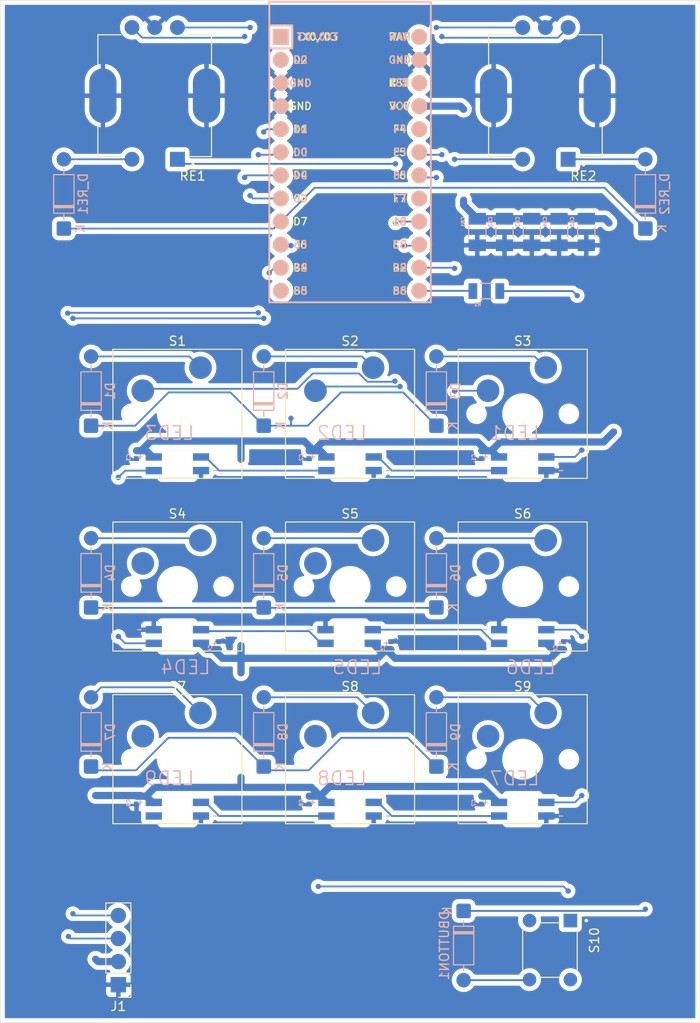
<source format=kicad_pcb>
(kicad_pcb (version 20240928) (generator "gerbview") (generator_version "9.0")
  (layers (0 F.Cu signal) (2 B.Cu signal) (1 F.Mask user) (3 B.Mask user) (5 F.SilkS user) (7 B.SilkS user) (13 F.Paste user) (15 B.Paste user) (25 Edge.Cuts user))
  (gr_line (start 110 31.5) (end 187 31.5) (layer Edge.Cuts) (stroke (width 0.05)))
  (gr_line (start 187 31.5) (end 187 144) (layer Edge.Cuts) (stroke (width 0.05)))
  (gr_line (start 187 144) (end 110 144) (layer Edge.Cuts) (stroke (width 0.05)))
  (gr_line (start 110 144) (end 110 31.5) (layer Edge.Cuts) (stroke (width 0.05)))
  (gr_line (start 146.8 81) (end 146.8 84) (layer Edge.Cuts) (stroke (width 0.01)))
  (gr_line (start 146.8 84) (end 150.2 84) (layer Edge.Cuts) (stroke (width 0.01)))
  (gr_line (start 150.2 81) (end 146.8 81) (layer Edge.Cuts) (stroke (width 0.01)))
  (gr_line (start 150.2 84) (end 150.2 81) (layer Edge.Cuts) (stroke (width 0.01)))
  (gr_line (start 165.8 119) (end 165.8 122) (layer Edge.Cuts) (stroke (width 0.01)))
  (gr_line (start 165.8 122) (end 169.2 122) (layer Edge.Cuts) (stroke (width 0.01)))
  (gr_line (start 169.2 119) (end 165.8 119) (layer Edge.Cuts) (stroke (width 0.01)))
  (gr_line (start 169.2 122) (end 169.2 119) (layer Edge.Cuts) (stroke (width 0.01)))
  (gr_line (start 146.8 119) (end 146.8 122) (layer Edge.Cuts) (stroke (width 0.01)))
  (gr_line (start 146.8 122) (end 150.2 122) (layer Edge.Cuts) (stroke (width 0.01)))
  (gr_line (start 150.2 119) (end 146.8 119) (layer Edge.Cuts) (stroke (width 0.01)))
  (gr_line (start 150.2 122) (end 150.2 119) (layer Edge.Cuts) (stroke (width 0.01)))
  (gr_line (start 150.1 103) (end 150.1 100) (layer Edge.Cuts) (stroke (width 0.01)))
  (gr_line (start 150.1 100) (end 146.7 100) (layer Edge.Cuts) (stroke (width 0.01)))
  (gr_line (start 146.7 103) (end 150.1 103) (layer Edge.Cuts) (stroke (width 0.01)))
  (gr_line (start 146.7 100) (end 146.7 103) (layer Edge.Cuts) (stroke (width 0.01)))
  (gr_line (start 165.8 81) (end 165.8 84) (layer Edge.Cuts) (stroke (width 0.01)))
  (gr_line (start 165.8 84) (end 169.2 84) (layer Edge.Cuts) (stroke (width 0.01)))
  (gr_line (start 169.2 81) (end 165.8 81) (layer Edge.Cuts) (stroke (width 0.01)))
  (gr_line (start 169.2 84) (end 169.2 81) (layer Edge.Cuts) (stroke (width 0.01)))
  (gr_line (start 127.8 119) (end 127.8 122) (layer Edge.Cuts) (stroke (width 0.01)))
  (gr_line (start 127.8 122) (end 131.2 122) (layer Edge.Cuts) (stroke (width 0.01)))
  (gr_line (start 131.2 119) (end 127.8 119) (layer Edge.Cuts) (stroke (width 0.01)))
  (gr_line (start 131.2 122) (end 131.2 119) (layer Edge.Cuts) (stroke (width 0.01)))
  (gr_line (start 127.8 81) (end 127.8 84) (layer Edge.Cuts) (stroke (width 0.01)))
  (gr_line (start 127.8 84) (end 131.2 84) (layer Edge.Cuts) (stroke (width 0.01)))
  (gr_line (start 131.2 81) (end 127.8 81) (layer Edge.Cuts) (stroke (width 0.01)))
  (gr_line (start 131.2 84) (end 131.2 81) (layer Edge.Cuts) (stroke (width 0.01)))
  (gr_line (start 131.2 103) (end 131.2 100) (layer Edge.Cuts) (stroke (width 0.01)))
  (gr_line (start 131.2 100) (end 127.8 100) (layer Edge.Cuts) (stroke (width 0.01)))
  (gr_line (start 127.8 103) (end 131.2 103) (layer Edge.Cuts) (stroke (width 0.01)))
  (gr_line (start 127.8 100) (end 127.8 103) (layer Edge.Cuts) (stroke (width 0.01)))
  (gr_line (start 169.2 103) (end 169.2 100) (layer Edge.Cuts) (stroke (width 0.01)))
  (gr_line (start 169.2 100) (end 165.8 100) (layer Edge.Cuts) (stroke (width 0.01)))
  (gr_line (start 165.8 103) (end 169.2 103) (layer Edge.Cuts) (stroke (width 0.01)))
  (gr_line (start 165.8 100) (end 165.8 103) (layer Edge.Cuts) (stroke (width 0.01)))
  (gr_line (start 167.08952 55.62753) (end 167.10827 55.60879) (layer B.SilkS) (stroke (width 0.09843)))
  (gr_line (start 167.10827 55.60879) (end 167.12701 55.55254) (layer B.SilkS) (stroke (width 0.09843)))
  (gr_line (start 167.12701 55.55254) (end 167.12701 55.51505) (layer B.SilkS) (stroke (width 0.09843)))
  (gr_line (start 167.12701 55.51505) (end 167.10827 55.4588) (layer B.SilkS) (stroke (width 0.09843)))
  (gr_line (start 167.10827 55.4588) (end 167.07077 55.42131) (layer B.SilkS) (stroke (width 0.09843)))
  (gr_line (start 167.07077 55.42131) (end 167.03328 55.40256) (layer B.SilkS) (stroke (width 0.09843)))
  (gr_line (start 167.03328 55.40256) (end 166.95829 55.38381) (layer B.SilkS) (stroke (width 0.09843)))
  (gr_line (start 166.95829 55.38381) (end 166.90204 55.38381) (layer B.SilkS) (stroke (width 0.09843)))
  (gr_line (start 166.90204 55.38381) (end 166.82705 55.40256) (layer B.SilkS) (stroke (width 0.09843)))
  (gr_line (start 166.82705 55.40256) (end 166.78956 55.42131) (layer B.SilkS) (stroke (width 0.09843)))
  (gr_line (start 166.78956 55.42131) (end 166.75206 55.4588) (layer B.SilkS) (stroke (width 0.09843)))
  (gr_line (start 166.75206 55.4588) (end 166.73331 55.51505) (layer B.SilkS) (stroke (width 0.09843)))
  (gr_line (start 166.73331 55.51505) (end 166.73331 55.55254) (layer B.SilkS) (stroke (width 0.09843)))
  (gr_line (start 166.73331 55.55254) (end 166.75206 55.60879) (layer B.SilkS) (stroke (width 0.09843)))
  (gr_line (start 166.75206 55.60879) (end 166.77081 55.62753) (layer B.SilkS) (stroke (width 0.09843)))
  (gr_line (start 166.92079 55.9275) (end 166.93954 55.98374) (layer B.SilkS) (stroke (width 0.09843)))
  (gr_line (start 166.93954 55.98374) (end 166.95829 56.00249) (layer B.SilkS) (stroke (width 0.09843)))
  (gr_line (start 166.95829 56.00249) (end 166.99578 56.02123) (layer B.SilkS) (stroke (width 0.09843)))
  (gr_line (start 166.99578 56.02123) (end 167.05202 56.02123) (layer B.SilkS) (stroke (width 0.09843)))
  (gr_line (start 167.05202 56.02123) (end 167.08952 56.00249) (layer B.SilkS) (stroke (width 0.09843)))
  (gr_line (start 167.08952 56.00249) (end 167.10827 55.98374) (layer B.SilkS) (stroke (width 0.09843)))
  (gr_line (start 167.10827 55.98374) (end 167.12701 55.94624) (layer B.SilkS) (stroke (width 0.09843)))
  (gr_line (start 167.12701 55.94624) (end 167.12701 55.79626) (layer B.SilkS) (stroke (width 0.09843)))
  (gr_line (start 167.12701 55.79626) (end 166.73331 55.79626) (layer B.SilkS) (stroke (width 0.09843)))
  (gr_line (start 166.73331 55.79626) (end 166.73331 55.9275) (layer B.SilkS) (stroke (width 0.09843)))
  (gr_line (start 166.73331 55.9275) (end 166.75206 55.96499) (layer B.SilkS) (stroke (width 0.09843)))
  (gr_line (start 166.75206 55.96499) (end 166.77081 55.98374) (layer B.SilkS) (stroke (width 0.09843)))
  (gr_line (start 166.77081 55.98374) (end 166.8083 56.00249) (layer B.SilkS) (stroke (width 0.09843)))
  (gr_line (start 166.8083 56.00249) (end 166.8458 56.00249) (layer B.SilkS) (stroke (width 0.09843)))
  (gr_line (start 166.8458 56.00249) (end 166.8833 55.98374) (layer B.SilkS) (stroke (width 0.09843)))
  (gr_line (start 166.8833 55.98374) (end 166.90204 55.96499) (layer B.SilkS) (stroke (width 0.09843)))
  (gr_line (start 166.90204 55.96499) (end 166.92079 55.9275) (layer B.SilkS) (stroke (width 0.09843)))
  (gr_line (start 166.92079 55.9275) (end 166.92079 55.79626) (layer B.SilkS) (stroke (width 0.09843)))
  (gr_line (start 166.73331 56.15247) (end 166.73331 56.39619) (layer B.SilkS) (stroke (width 0.09843)))
  (gr_line (start 166.73331 56.39619) (end 166.8833 56.26495) (layer B.SilkS) (stroke (width 0.09843)))
  (gr_line (start 166.8833 56.26495) (end 166.8833 56.3212) (layer B.SilkS) (stroke (width 0.09843)))
  (gr_line (start 166.8833 56.3212) (end 166.90204 56.35869) (layer B.SilkS) (stroke (width 0.09843)))
  (gr_line (start 166.90204 56.35869) (end 166.92079 56.37744) (layer B.SilkS) (stroke (width 0.09843)))
  (gr_line (start 166.92079 56.37744) (end 166.95829 56.39619) (layer B.SilkS) (stroke (width 0.09843)))
  (gr_line (start 166.95829 56.39619) (end 167.05202 56.39619) (layer B.SilkS) (stroke (width 0.09843)))
  (gr_line (start 167.05202 56.39619) (end 167.08952 56.37744) (layer B.SilkS) (stroke (width 0.09843)))
  (gr_line (start 167.08952 56.37744) (end 167.10827 56.35869) (layer B.SilkS) (stroke (width 0.09843)))
  (gr_line (start 167.10827 56.35869) (end 167.12701 56.3212) (layer B.SilkS) (stroke (width 0.09843)))
  (gr_line (start 167.12701 56.3212) (end 167.12701 56.20871) (layer B.SilkS) (stroke (width 0.09843)))
  (gr_line (start 167.12701 56.20871) (end 167.10827 56.17122) (layer B.SilkS) (stroke (width 0.09843)))
  (gr_line (start 167.10827 56.17122) (end 167.08952 56.15247) (layer B.SilkS) (stroke (width 0.09843)))
  (gr_line (start 161.08952 55.62753) (end 161.10827 55.60879) (layer B.SilkS) (stroke (width 0.09843)))
  (gr_line (start 161.10827 55.60879) (end 161.12701 55.55254) (layer B.SilkS) (stroke (width 0.09843)))
  (gr_line (start 161.12701 55.55254) (end 161.12701 55.51505) (layer B.SilkS) (stroke (width 0.09843)))
  (gr_line (start 161.12701 55.51505) (end 161.10827 55.4588) (layer B.SilkS) (stroke (width 0.09843)))
  (gr_line (start 161.10827 55.4588) (end 161.07077 55.42131) (layer B.SilkS) (stroke (width 0.09843)))
  (gr_line (start 161.07077 55.42131) (end 161.03328 55.40256) (layer B.SilkS) (stroke (width 0.09843)))
  (gr_line (start 161.03328 55.40256) (end 160.95829 55.38381) (layer B.SilkS) (stroke (width 0.09843)))
  (gr_line (start 160.95829 55.38381) (end 160.90204 55.38381) (layer B.SilkS) (stroke (width 0.09843)))
  (gr_line (start 160.90204 55.38381) (end 160.82705 55.40256) (layer B.SilkS) (stroke (width 0.09843)))
  (gr_line (start 160.82705 55.40256) (end 160.78956 55.42131) (layer B.SilkS) (stroke (width 0.09843)))
  (gr_line (start 160.78956 55.42131) (end 160.75206 55.4588) (layer B.SilkS) (stroke (width 0.09843)))
  (gr_line (start 160.75206 55.4588) (end 160.73331 55.51505) (layer B.SilkS) (stroke (width 0.09843)))
  (gr_line (start 160.73331 55.51505) (end 160.73331 55.55254) (layer B.SilkS) (stroke (width 0.09843)))
  (gr_line (start 160.73331 55.55254) (end 160.75206 55.60879) (layer B.SilkS) (stroke (width 0.09843)))
  (gr_line (start 160.75206 55.60879) (end 160.77081 55.62753) (layer B.SilkS) (stroke (width 0.09843)))
  (gr_line (start 160.92079 55.9275) (end 160.93954 55.98374) (layer B.SilkS) (stroke (width 0.09843)))
  (gr_line (start 160.93954 55.98374) (end 160.95829 56.00249) (layer B.SilkS) (stroke (width 0.09843)))
  (gr_line (start 160.95829 56.00249) (end 160.99578 56.02123) (layer B.SilkS) (stroke (width 0.09843)))
  (gr_line (start 160.99578 56.02123) (end 161.05202 56.02123) (layer B.SilkS) (stroke (width 0.09843)))
  (gr_line (start 161.05202 56.02123) (end 161.08952 56.00249) (layer B.SilkS) (stroke (width 0.09843)))
  (gr_line (start 161.08952 56.00249) (end 161.10827 55.98374) (layer B.SilkS) (stroke (width 0.09843)))
  (gr_line (start 161.10827 55.98374) (end 161.12701 55.94624) (layer B.SilkS) (stroke (width 0.09843)))
  (gr_line (start 161.12701 55.94624) (end 161.12701 55.79626) (layer B.SilkS) (stroke (width 0.09843)))
  (gr_line (start 161.12701 55.79626) (end 160.73331 55.79626) (layer B.SilkS) (stroke (width 0.09843)))
  (gr_line (start 160.73331 55.79626) (end 160.73331 55.9275) (layer B.SilkS) (stroke (width 0.09843)))
  (gr_line (start 160.73331 55.9275) (end 160.75206 55.96499) (layer B.SilkS) (stroke (width 0.09843)))
  (gr_line (start 160.75206 55.96499) (end 160.77081 55.98374) (layer B.SilkS) (stroke (width 0.09843)))
  (gr_line (start 160.77081 55.98374) (end 160.8083 56.00249) (layer B.SilkS) (stroke (width 0.09843)))
  (gr_line (start 160.8083 56.00249) (end 160.8458 56.00249) (layer B.SilkS) (stroke (width 0.09843)))
  (gr_line (start 160.8458 56.00249) (end 160.8833 55.98374) (layer B.SilkS) (stroke (width 0.09843)))
  (gr_line (start 160.8833 55.98374) (end 160.90204 55.96499) (layer B.SilkS) (stroke (width 0.09843)))
  (gr_line (start 160.90204 55.96499) (end 160.92079 55.9275) (layer B.SilkS) (stroke (width 0.09843)))
  (gr_line (start 160.92079 55.9275) (end 160.92079 55.79626) (layer B.SilkS) (stroke (width 0.09843)))
  (gr_line (start 161.12701 56.39619) (end 161.12701 56.17122) (layer B.SilkS) (stroke (width 0.09843)))
  (gr_line (start 161.12701 56.2837) (end 160.73331 56.2837) (layer B.SilkS) (stroke (width 0.09843)))
  (gr_line (start 160.73331 56.2837) (end 160.78956 56.24621) (layer B.SilkS) (stroke (width 0.09843)))
  (gr_line (start 160.78956 56.24621) (end 160.82705 56.20871) (layer B.SilkS) (stroke (width 0.09843)))
  (gr_line (start 160.82705 56.20871) (end 160.8458 56.17122) (layer B.SilkS) (stroke (width 0.09843)))
  (gr_line (start 164.08952 55.62753) (end 164.10827 55.60879) (layer B.SilkS) (stroke (width 0.09843)))
  (gr_line (start 164.10827 55.60879) (end 164.12701 55.55254) (layer B.SilkS) (stroke (width 0.09843)))
  (gr_line (start 164.12701 55.55254) (end 164.12701 55.51505) (layer B.SilkS) (stroke (width 0.09843)))
  (gr_line (start 164.12701 55.51505) (end 164.10827 55.4588) (layer B.SilkS) (stroke (width 0.09843)))
  (gr_line (start 164.10827 55.4588) (end 164.07077 55.42131) (layer B.SilkS) (stroke (width 0.09843)))
  (gr_line (start 164.07077 55.42131) (end 164.03328 55.40256) (layer B.SilkS) (stroke (width 0.09843)))
  (gr_line (start 164.03328 55.40256) (end 163.95829 55.38381) (layer B.SilkS) (stroke (width 0.09843)))
  (gr_line (start 163.95829 55.38381) (end 163.90204 55.38381) (layer B.SilkS) (stroke (width 0.09843)))
  (gr_line (start 163.90204 55.38381) (end 163.82705 55.40256) (layer B.SilkS) (stroke (width 0.09843)))
  (gr_line (start 163.82705 55.40256) (end 163.78956 55.42131) (layer B.SilkS) (stroke (width 0.09843)))
  (gr_line (start 163.78956 55.42131) (end 163.75206 55.4588) (layer B.SilkS) (stroke (width 0.09843)))
  (gr_line (start 163.75206 55.4588) (end 163.73331 55.51505) (layer B.SilkS) (stroke (width 0.09843)))
  (gr_line (start 163.73331 55.51505) (end 163.73331 55.55254) (layer B.SilkS) (stroke (width 0.09843)))
  (gr_line (start 163.73331 55.55254) (end 163.75206 55.60879) (layer B.SilkS) (stroke (width 0.09843)))
  (gr_line (start 163.75206 55.60879) (end 163.77081 55.62753) (layer B.SilkS) (stroke (width 0.09843)))
  (gr_line (start 163.92079 55.9275) (end 163.93954 55.98374) (layer B.SilkS) (stroke (width 0.09843)))
  (gr_line (start 163.93954 55.98374) (end 163.95829 56.00249) (layer B.SilkS) (stroke (width 0.09843)))
  (gr_line (start 163.95829 56.00249) (end 163.99578 56.02123) (layer B.SilkS) (stroke (width 0.09843)))
  (gr_line (start 163.99578 56.02123) (end 164.05202 56.02123) (layer B.SilkS) (stroke (width 0.09843)))
  (gr_line (start 164.05202 56.02123) (end 164.08952 56.00249) (layer B.SilkS) (stroke (width 0.09843)))
  (gr_line (start 164.08952 56.00249) (end 164.10827 55.98374) (layer B.SilkS) (stroke (width 0.09843)))
  (gr_line (start 164.10827 55.98374) (end 164.12701 55.94624) (layer B.SilkS) (stroke (width 0.09843)))
  (gr_line (start 164.12701 55.94624) (end 164.12701 55.79626) (layer B.SilkS) (stroke (width 0.09843)))
  (gr_line (start 164.12701 55.79626) (end 163.73331 55.79626) (layer B.SilkS) (stroke (width 0.09843)))
  (gr_line (start 163.73331 55.79626) (end 163.73331 55.9275) (layer B.SilkS) (stroke (width 0.09843)))
  (gr_line (start 163.73331 55.9275) (end 163.75206 55.96499) (layer B.SilkS) (stroke (width 0.09843)))
  (gr_line (start 163.75206 55.96499) (end 163.77081 55.98374) (layer B.SilkS) (stroke (width 0.09843)))
  (gr_line (start 163.77081 55.98374) (end 163.8083 56.00249) (layer B.SilkS) (stroke (width 0.09843)))
  (gr_line (start 163.8083 56.00249) (end 163.8458 56.00249) (layer B.SilkS) (stroke (width 0.09843)))
  (gr_line (start 163.8458 56.00249) (end 163.8833 55.98374) (layer B.SilkS) (stroke (width 0.09843)))
  (gr_line (start 163.8833 55.98374) (end 163.90204 55.96499) (layer B.SilkS) (stroke (width 0.09843)))
  (gr_line (start 163.90204 55.96499) (end 163.92079 55.9275) (layer B.SilkS) (stroke (width 0.09843)))
  (gr_line (start 163.92079 55.9275) (end 163.92079 55.79626) (layer B.SilkS) (stroke (width 0.09843)))
  (gr_line (start 163.77081 56.17122) (end 163.75206 56.18996) (layer B.SilkS) (stroke (width 0.09843)))
  (gr_line (start 163.75206 56.18996) (end 163.73331 56.22746) (layer B.SilkS) (stroke (width 0.09843)))
  (gr_line (start 163.73331 56.22746) (end 163.73331 56.3212) (layer B.SilkS) (stroke (width 0.09843)))
  (gr_line (start 163.73331 56.3212) (end 163.75206 56.35869) (layer B.SilkS) (stroke (width 0.09843)))
  (gr_line (start 163.75206 56.35869) (end 163.77081 56.37744) (layer B.SilkS) (stroke (width 0.09843)))
  (gr_line (start 163.77081 56.37744) (end 163.8083 56.39619) (layer B.SilkS) (stroke (width 0.09843)))
  (gr_line (start 163.8083 56.39619) (end 163.8458 56.39619) (layer B.SilkS) (stroke (width 0.09843)))
  (gr_line (start 163.8458 56.39619) (end 163.90204 56.37744) (layer B.SilkS) (stroke (width 0.09843)))
  (gr_line (start 163.90204 56.37744) (end 164.12701 56.15247) (layer B.SilkS) (stroke (width 0.09843)))
  (gr_line (start 164.12701 56.15247) (end 164.12701 56.39619) (layer B.SilkS) (stroke (width 0.09843)))
  (gr_line (start 173.08952 55.62753) (end 173.10827 55.60879) (layer B.SilkS) (stroke (width 0.09843)))
  (gr_line (start 173.10827 55.60879) (end 173.12701 55.55254) (layer B.SilkS) (stroke (width 0.09843)))
  (gr_line (start 173.12701 55.55254) (end 173.12701 55.51505) (layer B.SilkS) (stroke (width 0.09843)))
  (gr_line (start 173.12701 55.51505) (end 173.10827 55.4588) (layer B.SilkS) (stroke (width 0.09843)))
  (gr_line (start 173.10827 55.4588) (end 173.07077 55.42131) (layer B.SilkS) (stroke (width 0.09843)))
  (gr_line (start 173.07077 55.42131) (end 173.03328 55.40256) (layer B.SilkS) (stroke (width 0.09843)))
  (gr_line (start 173.03328 55.40256) (end 172.95829 55.38381) (layer B.SilkS) (stroke (width 0.09843)))
  (gr_line (start 172.95829 55.38381) (end 172.90204 55.38381) (layer B.SilkS) (stroke (width 0.09843)))
  (gr_line (start 172.90204 55.38381) (end 172.82705 55.40256) (layer B.SilkS) (stroke (width 0.09843)))
  (gr_line (start 172.82705 55.40256) (end 172.78956 55.42131) (layer B.SilkS) (stroke (width 0.09843)))
  (gr_line (start 172.78956 55.42131) (end 172.75206 55.4588) (layer B.SilkS) (stroke (width 0.09843)))
  (gr_line (start 172.75206 55.4588) (end 172.73331 55.51505) (layer B.SilkS) (stroke (width 0.09843)))
  (gr_line (start 172.73331 55.51505) (end 172.73331 55.55254) (layer B.SilkS) (stroke (width 0.09843)))
  (gr_line (start 172.73331 55.55254) (end 172.75206 55.60879) (layer B.SilkS) (stroke (width 0.09843)))
  (gr_line (start 172.75206 55.60879) (end 172.77081 55.62753) (layer B.SilkS) (stroke (width 0.09843)))
  (gr_line (start 172.92079 55.9275) (end 172.93954 55.98374) (layer B.SilkS) (stroke (width 0.09843)))
  (gr_line (start 172.93954 55.98374) (end 172.95829 56.00249) (layer B.SilkS) (stroke (width 0.09843)))
  (gr_line (start 172.95829 56.00249) (end 172.99578 56.02123) (layer B.SilkS) (stroke (width 0.09843)))
  (gr_line (start 172.99578 56.02123) (end 173.05202 56.02123) (layer B.SilkS) (stroke (width 0.09843)))
  (gr_line (start 173.05202 56.02123) (end 173.08952 56.00249) (layer B.SilkS) (stroke (width 0.09843)))
  (gr_line (start 173.08952 56.00249) (end 173.10827 55.98374) (layer B.SilkS) (stroke (width 0.09843)))
  (gr_line (start 173.10827 55.98374) (end 173.12701 55.94624) (layer B.SilkS) (stroke (width 0.09843)))
  (gr_line (start 173.12701 55.94624) (end 173.12701 55.79626) (layer B.SilkS) (stroke (width 0.09843)))
  (gr_line (start 173.12701 55.79626) (end 172.73331 55.79626) (layer B.SilkS) (stroke (width 0.09843)))
  (gr_line (start 172.73331 55.79626) (end 172.73331 55.9275) (layer B.SilkS) (stroke (width 0.09843)))
  (gr_line (start 172.73331 55.9275) (end 172.75206 55.96499) (layer B.SilkS) (stroke (width 0.09843)))
  (gr_line (start 172.75206 55.96499) (end 172.77081 55.98374) (layer B.SilkS) (stroke (width 0.09843)))
  (gr_line (start 172.77081 55.98374) (end 172.8083 56.00249) (layer B.SilkS) (stroke (width 0.09843)))
  (gr_line (start 172.8083 56.00249) (end 172.8458 56.00249) (layer B.SilkS) (stroke (width 0.09843)))
  (gr_line (start 172.8458 56.00249) (end 172.8833 55.98374) (layer B.SilkS) (stroke (width 0.09843)))
  (gr_line (start 172.8833 55.98374) (end 172.90204 55.96499) (layer B.SilkS) (stroke (width 0.09843)))
  (gr_line (start 172.90204 55.96499) (end 172.92079 55.9275) (layer B.SilkS) (stroke (width 0.09843)))
  (gr_line (start 172.92079 55.9275) (end 172.92079 55.79626) (layer B.SilkS) (stroke (width 0.09843)))
  (gr_line (start 172.73331 56.37744) (end 172.73331 56.18996) (layer B.SilkS) (stroke (width 0.09843)))
  (gr_line (start 172.73331 56.18996) (end 172.92079 56.17122) (layer B.SilkS) (stroke (width 0.09843)))
  (gr_line (start 172.92079 56.17122) (end 172.90204 56.18996) (layer B.SilkS) (stroke (width 0.09843)))
  (gr_line (start 172.90204 56.18996) (end 172.8833 56.22746) (layer B.SilkS) (stroke (width 0.09843)))
  (gr_line (start 172.8833 56.22746) (end 172.8833 56.3212) (layer B.SilkS) (stroke (width 0.09843)))
  (gr_line (start 172.8833 56.3212) (end 172.90204 56.35869) (layer B.SilkS) (stroke (width 0.09843)))
  (gr_line (start 172.90204 56.35869) (end 172.92079 56.37744) (layer B.SilkS) (stroke (width 0.09843)))
  (gr_line (start 172.92079 56.37744) (end 172.95829 56.39619) (layer B.SilkS) (stroke (width 0.09843)))
  (gr_line (start 172.95829 56.39619) (end 173.05202 56.39619) (layer B.SilkS) (stroke (width 0.09843)))
  (gr_line (start 173.05202 56.39619) (end 173.08952 56.37744) (layer B.SilkS) (stroke (width 0.09843)))
  (gr_line (start 173.08952 56.37744) (end 173.10827 56.35869) (layer B.SilkS) (stroke (width 0.09843)))
  (gr_line (start 173.10827 56.35869) (end 173.12701 56.3212) (layer B.SilkS) (stroke (width 0.09843)))
  (gr_line (start 173.12701 56.3212) (end 173.12701 56.22746) (layer B.SilkS) (stroke (width 0.09843)))
  (gr_line (start 173.12701 56.22746) (end 173.10827 56.18996) (layer B.SilkS) (stroke (width 0.09843)))
  (gr_line (start 173.10827 56.18996) (end 173.08952 56.17122) (layer B.SilkS) (stroke (width 0.09843)))
  (gr_line (start 170.08952 55.62753) (end 170.10827 55.60879) (layer B.SilkS) (stroke (width 0.09843)))
  (gr_line (start 170.10827 55.60879) (end 170.12701 55.55254) (layer B.SilkS) (stroke (width 0.09843)))
  (gr_line (start 170.12701 55.55254) (end 170.12701 55.51505) (layer B.SilkS) (stroke (width 0.09843)))
  (gr_line (start 170.12701 55.51505) (end 170.10827 55.4588) (layer B.SilkS) (stroke (width 0.09843)))
  (gr_line (start 170.10827 55.4588) (end 170.07077 55.42131) (layer B.SilkS) (stroke (width 0.09843)))
  (gr_line (start 170.07077 55.42131) (end 170.03328 55.40256) (layer B.SilkS) (stroke (width 0.09843)))
  (gr_line (start 170.03328 55.40256) (end 169.95829 55.38381) (layer B.SilkS) (stroke (width 0.09843)))
  (gr_line (start 169.95829 55.38381) (end 169.90204 55.38381) (layer B.SilkS) (stroke (width 0.09843)))
  (gr_line (start 169.90204 55.38381) (end 169.82705 55.40256) (layer B.SilkS) (stroke (width 0.09843)))
  (gr_line (start 169.82705 55.40256) (end 169.78956 55.42131) (layer B.SilkS) (stroke (width 0.09843)))
  (gr_line (start 169.78956 55.42131) (end 169.75206 55.4588) (layer B.SilkS) (stroke (width 0.09843)))
  (gr_line (start 169.75206 55.4588) (end 169.73331 55.51505) (layer B.SilkS) (stroke (width 0.09843)))
  (gr_line (start 169.73331 55.51505) (end 169.73331 55.55254) (layer B.SilkS) (stroke (width 0.09843)))
  (gr_line (start 169.73331 55.55254) (end 169.75206 55.60879) (layer B.SilkS) (stroke (width 0.09843)))
  (gr_line (start 169.75206 55.60879) (end 169.77081 55.62753) (layer B.SilkS) (stroke (width 0.09843)))
  (gr_line (start 169.92079 55.9275) (end 169.93954 55.98374) (layer B.SilkS) (stroke (width 0.09843)))
  (gr_line (start 169.93954 55.98374) (end 169.95829 56.00249) (layer B.SilkS) (stroke (width 0.09843)))
  (gr_line (start 169.95829 56.00249) (end 169.99578 56.02123) (layer B.SilkS) (stroke (width 0.09843)))
  (gr_line (start 169.99578 56.02123) (end 170.05202 56.02123) (layer B.SilkS) (stroke (width 0.09843)))
  (gr_line (start 170.05202 56.02123) (end 170.08952 56.00249) (layer B.SilkS) (stroke (width 0.09843)))
  (gr_line (start 170.08952 56.00249) (end 170.10827 55.98374) (layer B.SilkS) (stroke (width 0.09843)))
  (gr_line (start 170.10827 55.98374) (end 170.12701 55.94624) (layer B.SilkS) (stroke (width 0.09843)))
  (gr_line (start 170.12701 55.94624) (end 170.12701 55.79626) (layer B.SilkS) (stroke (width 0.09843)))
  (gr_line (start 170.12701 55.79626) (end 169.73331 55.79626) (layer B.SilkS) (stroke (width 0.09843)))
  (gr_line (start 169.73331 55.79626) (end 169.73331 55.9275) (layer B.SilkS) (stroke (width 0.09843)))
  (gr_line (start 169.73331 55.9275) (end 169.75206 55.96499) (layer B.SilkS) (stroke (width 0.09843)))
  (gr_line (start 169.75206 55.96499) (end 169.77081 55.98374) (layer B.SilkS) (stroke (width 0.09843)))
  (gr_line (start 169.77081 55.98374) (end 169.8083 56.00249) (layer B.SilkS) (stroke (width 0.09843)))
  (gr_line (start 169.8083 56.00249) (end 169.8458 56.00249) (layer B.SilkS) (stroke (width 0.09843)))
  (gr_line (start 169.8458 56.00249) (end 169.8833 55.98374) (layer B.SilkS) (stroke (width 0.09843)))
  (gr_line (start 169.8833 55.98374) (end 169.90204 55.96499) (layer B.SilkS) (stroke (width 0.09843)))
  (gr_line (start 169.90204 55.96499) (end 169.92079 55.9275) (layer B.SilkS) (stroke (width 0.09843)))
  (gr_line (start 169.92079 55.9275) (end 169.92079 55.79626) (layer B.SilkS) (stroke (width 0.09843)))
  (gr_line (start 169.86455 56.35869) (end 170.12701 56.35869) (layer B.SilkS) (stroke (width 0.09843)))
  (gr_line (start 169.71457 56.26495) (end 169.99578 56.17122) (layer B.SilkS) (stroke (width 0.09843)))
  (gr_line (start 169.99578 56.17122) (end 169.99578 56.41494) (layer B.SilkS) (stroke (width 0.09843)))
  (gr_line (start 122.57482 111.26191) (end 121.57482 111.26191) (layer B.SilkS) (stroke (width 0.15)))
  (gr_line (start 121.57482 111.26191) (end 121.57482 111.5) (layer B.SilkS) (stroke (width 0.15)))
  (gr_line (start 121.57482 111.5) (end 121.62244 111.64286) (layer B.SilkS) (stroke (width 0.15)))
  (gr_line (start 121.62244 111.64286) (end 121.71768 111.7381) (layer B.SilkS) (stroke (width 0.15)))
  (gr_line (start 121.71768 111.7381) (end 121.81291 111.78571) (layer B.SilkS) (stroke (width 0.15)))
  (gr_line (start 121.81291 111.78571) (end 122.00339 111.83333) (layer B.SilkS) (stroke (width 0.15)))
  (gr_line (start 122.00339 111.83333) (end 122.14625 111.83333) (layer B.SilkS) (stroke (width 0.15)))
  (gr_line (start 122.14625 111.83333) (end 122.33672 111.78571) (layer B.SilkS) (stroke (width 0.15)))
  (gr_line (start 122.33672 111.78571) (end 122.43196 111.7381) (layer B.SilkS) (stroke (width 0.15)))
  (gr_line (start 122.43196 111.7381) (end 122.5272 111.64286) (layer B.SilkS) (stroke (width 0.15)))
  (gr_line (start 122.5272 111.64286) (end 122.57482 111.5) (layer B.SilkS) (stroke (width 0.15)))
  (gr_line (start 122.57482 111.5) (end 122.57482 111.26191) (layer B.SilkS) (stroke (width 0.15)))
  (gr_line (start 121.57482 112.16667) (end 121.57482 112.83333) (layer B.SilkS) (stroke (width 0.15)))
  (gr_line (start 121.57482 112.83333) (end 122.57482 112.40476) (layer B.SilkS) (stroke (width 0.15)))
  (gr_line (start 122.25482 115.5481) (end 121.25482 115.5481) (layer B.SilkS) (stroke (width 0.15)))
  (gr_line (start 122.25482 116.11952) (end 121.68339 115.69095) (layer B.SilkS) (stroke (width 0.15)))
  (gr_line (start 121.25482 116.11952) (end 121.82625 115.5481) (layer B.SilkS) (stroke (width 0.15)))
  (gr_line (start 141.57482 111.26191) (end 140.57482 111.26191) (layer B.SilkS) (stroke (width 0.15)))
  (gr_line (start 140.57482 111.26191) (end 140.57482 111.5) (layer B.SilkS) (stroke (width 0.15)))
  (gr_line (start 140.57482 111.5) (end 140.62244 111.64286) (layer B.SilkS) (stroke (width 0.15)))
  (gr_line (start 140.62244 111.64286) (end 140.71768 111.7381) (layer B.SilkS) (stroke (width 0.15)))
  (gr_line (start 140.71768 111.7381) (end 140.81291 111.78571) (layer B.SilkS) (stroke (width 0.15)))
  (gr_line (start 140.81291 111.78571) (end 141.00339 111.83333) (layer B.SilkS) (stroke (width 0.15)))
  (gr_line (start 141.00339 111.83333) (end 141.14625 111.83333) (layer B.SilkS) (stroke (width 0.15)))
  (gr_line (start 141.14625 111.83333) (end 141.33672 111.78571) (layer B.SilkS) (stroke (width 0.15)))
  (gr_line (start 141.33672 111.78571) (end 141.43196 111.7381) (layer B.SilkS) (stroke (width 0.15)))
  (gr_line (start 141.43196 111.7381) (end 141.5272 111.64286) (layer B.SilkS) (stroke (width 0.15)))
  (gr_line (start 141.5272 111.64286) (end 141.57482 111.5) (layer B.SilkS) (stroke (width 0.15)))
  (gr_line (start 141.57482 111.5) (end 141.57482 111.26191) (layer B.SilkS) (stroke (width 0.15)))
  (gr_line (start 141.00339 112.40476) (end 140.95577 112.30952) (layer B.SilkS) (stroke (width 0.15)))
  (gr_line (start 140.95577 112.30952) (end 140.90815 112.26191) (layer B.SilkS) (stroke (width 0.15)))
  (gr_line (start 140.90815 112.26191) (end 140.81291 112.21429) (layer B.SilkS) (stroke (width 0.15)))
  (gr_line (start 140.81291 112.21429) (end 140.7653 112.21429) (layer B.SilkS) (stroke (width 0.15)))
  (gr_line (start 140.7653 112.21429) (end 140.67006 112.26191) (layer B.SilkS) (stroke (width 0.15)))
  (gr_line (start 140.67006 112.26191) (end 140.62244 112.30952) (layer B.SilkS) (stroke (width 0.15)))
  (gr_line (start 140.62244 112.30952) (end 140.57482 112.40476) (layer B.SilkS) (stroke (width 0.15)))
  (gr_line (start 140.57482 112.40476) (end 140.57482 112.59524) (layer B.SilkS) (stroke (width 0.15)))
  (gr_line (start 140.57482 112.59524) (end 140.62244 112.69048) (layer B.SilkS) (stroke (width 0.15)))
  (gr_line (start 140.62244 112.69048) (end 140.67006 112.7381) (layer B.SilkS) (stroke (width 0.15)))
  (gr_line (start 140.67006 112.7381) (end 140.7653 112.78571) (layer B.SilkS) (stroke (width 0.15)))
  (gr_line (start 140.7653 112.78571) (end 140.81291 112.78571) (layer B.SilkS) (stroke (width 0.15)))
  (gr_line (start 140.81291 112.78571) (end 140.90815 112.7381) (layer B.SilkS) (stroke (width 0.15)))
  (gr_line (start 140.90815 112.7381) (end 140.95577 112.69048) (layer B.SilkS) (stroke (width 0.15)))
  (gr_line (start 140.95577 112.69048) (end 141.00339 112.59524) (layer B.SilkS) (stroke (width 0.15)))
  (gr_line (start 141.00339 112.59524) (end 141.00339 112.40476) (layer B.SilkS) (stroke (width 0.15)))
  (gr_line (start 141.00339 112.40476) (end 141.05101 112.30952) (layer B.SilkS) (stroke (width 0.15)))
  (gr_line (start 141.05101 112.30952) (end 141.09863 112.26191) (layer B.SilkS) (stroke (width 0.15)))
  (gr_line (start 141.09863 112.26191) (end 141.19387 112.21429) (layer B.SilkS) (stroke (width 0.15)))
  (gr_line (start 141.19387 112.21429) (end 141.38434 112.21429) (layer B.SilkS) (stroke (width 0.15)))
  (gr_line (start 141.38434 112.21429) (end 141.47958 112.26191) (layer B.SilkS) (stroke (width 0.15)))
  (gr_line (start 141.47958 112.26191) (end 141.5272 112.30952) (layer B.SilkS) (stroke (width 0.15)))
  (gr_line (start 141.5272 112.30952) (end 141.57482 112.40476) (layer B.SilkS) (stroke (width 0.15)))
  (gr_line (start 141.57482 112.40476) (end 141.57482 112.59524) (layer B.SilkS) (stroke (width 0.15)))
  (gr_line (start 141.57482 112.59524) (end 141.5272 112.69048) (layer B.SilkS) (stroke (width 0.15)))
  (gr_line (start 141.5272 112.69048) (end 141.47958 112.7381) (layer B.SilkS) (stroke (width 0.15)))
  (gr_line (start 141.47958 112.7381) (end 141.38434 112.78571) (layer B.SilkS) (stroke (width 0.15)))
  (gr_line (start 141.38434 112.78571) (end 141.19387 112.78571) (layer B.SilkS) (stroke (width 0.15)))
  (gr_line (start 141.19387 112.78571) (end 141.09863 112.7381) (layer B.SilkS) (stroke (width 0.15)))
  (gr_line (start 141.09863 112.7381) (end 141.05101 112.69048) (layer B.SilkS) (stroke (width 0.15)))
  (gr_line (start 141.05101 112.69048) (end 141.00339 112.59524) (layer B.SilkS) (stroke (width 0.15)))
  (gr_line (start 141.25482 115.5481) (end 140.25482 115.5481) (layer B.SilkS) (stroke (width 0.15)))
  (gr_line (start 141.25482 116.11952) (end 140.68339 115.69095) (layer B.SilkS) (stroke (width 0.15)))
  (gr_line (start 140.25482 116.11952) (end 140.82625 115.5481) (layer B.SilkS) (stroke (width 0.15)))
  (gr_line (start 141.57482 73.76191) (end 140.57482 73.76191) (layer B.SilkS) (stroke (width 0.15)))
  (gr_line (start 140.57482 73.76191) (end 140.57482 74) (layer B.SilkS) (stroke (width 0.15)))
  (gr_line (start 140.57482 74) (end 140.62244 74.14286) (layer B.SilkS) (stroke (width 0.15)))
  (gr_line (start 140.62244 74.14286) (end 140.71768 74.2381) (layer B.SilkS) (stroke (width 0.15)))
  (gr_line (start 140.71768 74.2381) (end 140.81291 74.28571) (layer B.SilkS) (stroke (width 0.15)))
  (gr_line (start 140.81291 74.28571) (end 141.00339 74.33333) (layer B.SilkS) (stroke (width 0.15)))
  (gr_line (start 141.00339 74.33333) (end 141.14625 74.33333) (layer B.SilkS) (stroke (width 0.15)))
  (gr_line (start 141.14625 74.33333) (end 141.33672 74.28571) (layer B.SilkS) (stroke (width 0.15)))
  (gr_line (start 141.33672 74.28571) (end 141.43196 74.2381) (layer B.SilkS) (stroke (width 0.15)))
  (gr_line (start 141.43196 74.2381) (end 141.5272 74.14286) (layer B.SilkS) (stroke (width 0.15)))
  (gr_line (start 141.5272 74.14286) (end 141.57482 74) (layer B.SilkS) (stroke (width 0.15)))
  (gr_line (start 141.57482 74) (end 141.57482 73.76191) (layer B.SilkS) (stroke (width 0.15)))
  (gr_line (start 140.67006 74.71429) (end 140.62244 74.76191) (layer B.SilkS) (stroke (width 0.15)))
  (gr_line (start 140.62244 74.76191) (end 140.57482 74.85714) (layer B.SilkS) (stroke (width 0.15)))
  (gr_line (start 140.57482 74.85714) (end 140.57482 75.09524) (layer B.SilkS) (stroke (width 0.15)))
  (gr_line (start 140.57482 75.09524) (end 140.62244 75.19048) (layer B.SilkS) (stroke (width 0.15)))
  (gr_line (start 140.62244 75.19048) (end 140.67006 75.2381) (layer B.SilkS) (stroke (width 0.15)))
  (gr_line (start 140.67006 75.2381) (end 140.7653 75.28571) (layer B.SilkS) (stroke (width 0.15)))
  (gr_line (start 140.7653 75.28571) (end 140.86053 75.28571) (layer B.SilkS) (stroke (width 0.15)))
  (gr_line (start 140.86053 75.28571) (end 141.00339 75.2381) (layer B.SilkS) (stroke (width 0.15)))
  (gr_line (start 141.00339 75.2381) (end 141.57482 74.66667) (layer B.SilkS) (stroke (width 0.15)))
  (gr_line (start 141.57482 74.66667) (end 141.57482 75.28571) (layer B.SilkS) (stroke (width 0.15)))
  (gr_line (start 141.25482 78.0481) (end 140.25482 78.0481) (layer B.SilkS) (stroke (width 0.15)))
  (gr_line (start 141.25482 78.61952) (end 140.68339 78.19095) (layer B.SilkS) (stroke (width 0.15)))
  (gr_line (start 140.25482 78.61952) (end 140.82625 78.0481) (layer B.SilkS) (stroke (width 0.15)))
  (gr_line (start 160.57482 111.26191) (end 159.57482 111.26191) (layer B.SilkS) (stroke (width 0.15)))
  (gr_line (start 159.57482 111.26191) (end 159.57482 111.5) (layer B.SilkS) (stroke (width 0.15)))
  (gr_line (start 159.57482 111.5) (end 159.62244 111.64286) (layer B.SilkS) (stroke (width 0.15)))
  (gr_line (start 159.62244 111.64286) (end 159.71768 111.7381) (layer B.SilkS) (stroke (width 0.15)))
  (gr_line (start 159.71768 111.7381) (end 159.81291 111.78571) (layer B.SilkS) (stroke (width 0.15)))
  (gr_line (start 159.81291 111.78571) (end 160.00339 111.83333) (layer B.SilkS) (stroke (width 0.15)))
  (gr_line (start 160.00339 111.83333) (end 160.14625 111.83333) (layer B.SilkS) (stroke (width 0.15)))
  (gr_line (start 160.14625 111.83333) (end 160.33672 111.78571) (layer B.SilkS) (stroke (width 0.15)))
  (gr_line (start 160.33672 111.78571) (end 160.43196 111.7381) (layer B.SilkS) (stroke (width 0.15)))
  (gr_line (start 160.43196 111.7381) (end 160.5272 111.64286) (layer B.SilkS) (stroke (width 0.15)))
  (gr_line (start 160.5272 111.64286) (end 160.57482 111.5) (layer B.SilkS) (stroke (width 0.15)))
  (gr_line (start 160.57482 111.5) (end 160.57482 111.26191) (layer B.SilkS) (stroke (width 0.15)))
  (gr_line (start 160.57482 112.30952) (end 160.57482 112.5) (layer B.SilkS) (stroke (width 0.15)))
  (gr_line (start 160.57482 112.5) (end 160.5272 112.59524) (layer B.SilkS) (stroke (width 0.15)))
  (gr_line (start 160.5272 112.59524) (end 160.47958 112.64286) (layer B.SilkS) (stroke (width 0.15)))
  (gr_line (start 160.47958 112.64286) (end 160.33672 112.7381) (layer B.SilkS) (stroke (width 0.15)))
  (gr_line (start 160.33672 112.7381) (end 160.14625 112.78571) (layer B.SilkS) (stroke (width 0.15)))
  (gr_line (start 160.14625 112.78571) (end 159.7653 112.78571) (layer B.SilkS) (stroke (width 0.15)))
  (gr_line (start 159.7653 112.78571) (end 159.67006 112.7381) (layer B.SilkS) (stroke (width 0.15)))
  (gr_line (start 159.67006 112.7381) (end 159.62244 112.69048) (layer B.SilkS) (stroke (width 0.15)))
  (gr_line (start 159.62244 112.69048) (end 159.57482 112.59524) (layer B.SilkS) (stroke (width 0.15)))
  (gr_line (start 159.57482 112.59524) (end 159.57482 112.40476) (layer B.SilkS) (stroke (width 0.15)))
  (gr_line (start 159.57482 112.40476) (end 159.62244 112.30952) (layer B.SilkS) (stroke (width 0.15)))
  (gr_line (start 159.62244 112.30952) (end 159.67006 112.26191) (layer B.SilkS) (stroke (width 0.15)))
  (gr_line (start 159.67006 112.26191) (end 159.7653 112.21429) (layer B.SilkS) (stroke (width 0.15)))
  (gr_line (start 159.7653 112.21429) (end 160.00339 112.21429) (layer B.SilkS) (stroke (width 0.15)))
  (gr_line (start 160.00339 112.21429) (end 160.09863 112.26191) (layer B.SilkS) (stroke (width 0.15)))
  (gr_line (start 160.09863 112.26191) (end 160.14625 112.30952) (layer B.SilkS) (stroke (width 0.15)))
  (gr_line (start 160.14625 112.30952) (end 160.19387 112.40476) (layer B.SilkS) (stroke (width 0.15)))
  (gr_line (start 160.19387 112.40476) (end 160.19387 112.59524) (layer B.SilkS) (stroke (width 0.15)))
  (gr_line (start 160.19387 112.59524) (end 160.14625 112.69048) (layer B.SilkS) (stroke (width 0.15)))
  (gr_line (start 160.14625 112.69048) (end 160.09863 112.7381) (layer B.SilkS) (stroke (width 0.15)))
  (gr_line (start 160.09863 112.7381) (end 160.00339 112.78571) (layer B.SilkS) (stroke (width 0.15)))
  (gr_line (start 160.25482 115.5481) (end 159.25482 115.5481) (layer B.SilkS) (stroke (width 0.15)))
  (gr_line (start 160.25482 116.11952) (end 159.68339 115.69095) (layer B.SilkS) (stroke (width 0.15)))
  (gr_line (start 159.25482 116.11952) (end 159.82625 115.5481) (layer B.SilkS) (stroke (width 0.15)))
  (gr_line (start 162.60562 65.12701) (end 162.73685 64.93954) (layer B.SilkS) (stroke (width 0.09843)))
  (gr_line (start 162.83059 65.12701) (end 162.83059 64.73331) (layer B.SilkS) (stroke (width 0.09843)))
  (gr_line (start 162.83059 64.73331) (end 162.68061 64.73331) (layer B.SilkS) (stroke (width 0.09843)))
  (gr_line (start 162.68061 64.73331) (end 162.64311 64.75206) (layer B.SilkS) (stroke (width 0.09843)))
  (gr_line (start 162.64311 64.75206) (end 162.62436 64.77081) (layer B.SilkS) (stroke (width 0.09843)))
  (gr_line (start 162.62436 64.77081) (end 162.60562 64.8083) (layer B.SilkS) (stroke (width 0.09843)))
  (gr_line (start 162.60562 64.8083) (end 162.60562 64.86455) (layer B.SilkS) (stroke (width 0.09843)))
  (gr_line (start 162.60562 64.86455) (end 162.62436 64.90204) (layer B.SilkS) (stroke (width 0.09843)))
  (gr_line (start 162.62436 64.90204) (end 162.64311 64.92079) (layer B.SilkS) (stroke (width 0.09843)))
  (gr_line (start 162.64311 64.92079) (end 162.68061 64.93954) (layer B.SilkS) (stroke (width 0.09843)))
  (gr_line (start 162.68061 64.93954) (end 162.83059 64.93954) (layer B.SilkS) (stroke (width 0.09843)))
  (gr_line (start 162.23066 65.12701) (end 162.45564 65.12701) (layer B.SilkS) (stroke (width 0.09843)))
  (gr_line (start 162.34315 65.12701) (end 162.34315 64.73331) (layer B.SilkS) (stroke (width 0.09843)))
  (gr_line (start 162.34315 64.73331) (end 162.38064 64.78956) (layer B.SilkS) (stroke (width 0.09843)))
  (gr_line (start 162.38064 64.78956) (end 162.41814 64.82705) (layer B.SilkS) (stroke (width 0.09843)))
  (gr_line (start 162.41814 64.82705) (end 162.45564 64.8458) (layer B.SilkS) (stroke (width 0.09843)))
  (gr_line (start 124.25952 119.73438) (end 124.27827 119.71564) (layer B.SilkS) (stroke (width 0.09843)))
  (gr_line (start 124.27827 119.71564) (end 124.29701 119.65939) (layer B.SilkS) (stroke (width 0.09843)))
  (gr_line (start 124.29701 119.65939) (end 124.29701 119.6219) (layer B.SilkS) (stroke (width 0.09843)))
  (gr_line (start 124.29701 119.6219) (end 124.27827 119.56565) (layer B.SilkS) (stroke (width 0.09843)))
  (gr_line (start 124.27827 119.56565) (end 124.24077 119.52816) (layer B.SilkS) (stroke (width 0.09843)))
  (gr_line (start 124.24077 119.52816) (end 124.20328 119.50941) (layer B.SilkS) (stroke (width 0.09843)))
  (gr_line (start 124.20328 119.50941) (end 124.12829 119.49066) (layer B.SilkS) (stroke (width 0.09843)))
  (gr_line (start 124.12829 119.49066) (end 124.07204 119.49066) (layer B.SilkS) (stroke (width 0.09843)))
  (gr_line (start 124.07204 119.49066) (end 123.99705 119.50941) (layer B.SilkS) (stroke (width 0.09843)))
  (gr_line (start 123.99705 119.50941) (end 123.95956 119.52816) (layer B.SilkS) (stroke (width 0.09843)))
  (gr_line (start 123.95956 119.52816) (end 123.92206 119.56565) (layer B.SilkS) (stroke (width 0.09843)))
  (gr_line (start 123.92206 119.56565) (end 123.90331 119.6219) (layer B.SilkS) (stroke (width 0.09843)))
  (gr_line (start 123.90331 119.6219) (end 123.90331 119.65939) (layer B.SilkS) (stroke (width 0.09843)))
  (gr_line (start 123.90331 119.65939) (end 123.92206 119.71564) (layer B.SilkS) (stroke (width 0.09843)))
  (gr_line (start 123.92206 119.71564) (end 123.94081 119.73438) (layer B.SilkS) (stroke (width 0.09843)))
  (gr_line (start 124.29701 119.92186) (end 124.29701 119.99685) (layer B.SilkS) (stroke (width 0.09843)))
  (gr_line (start 124.29701 119.99685) (end 124.27827 120.03435) (layer B.SilkS) (stroke (width 0.09843)))
  (gr_line (start 124.27827 120.03435) (end 124.25952 120.05309) (layer B.SilkS) (stroke (width 0.09843)))
  (gr_line (start 124.25952 120.05309) (end 124.20328 120.09059) (layer B.SilkS) (stroke (width 0.09843)))
  (gr_line (start 124.20328 120.09059) (end 124.12829 120.10934) (layer B.SilkS) (stroke (width 0.09843)))
  (gr_line (start 124.12829 120.10934) (end 123.9783 120.10934) (layer B.SilkS) (stroke (width 0.09843)))
  (gr_line (start 123.9783 120.10934) (end 123.94081 120.09059) (layer B.SilkS) (stroke (width 0.09843)))
  (gr_line (start 123.94081 120.09059) (end 123.92206 120.07184) (layer B.SilkS) (stroke (width 0.09843)))
  (gr_line (start 123.92206 120.07184) (end 123.90331 120.03435) (layer B.SilkS) (stroke (width 0.09843)))
  (gr_line (start 123.90331 120.03435) (end 123.90331 119.95936) (layer B.SilkS) (stroke (width 0.09843)))
  (gr_line (start 123.90331 119.95936) (end 123.92206 119.92186) (layer B.SilkS) (stroke (width 0.09843)))
  (gr_line (start 123.92206 119.92186) (end 123.94081 119.90311) (layer B.SilkS) (stroke (width 0.09843)))
  (gr_line (start 123.94081 119.90311) (end 123.9783 119.88436) (layer B.SilkS) (stroke (width 0.09843)))
  (gr_line (start 123.9783 119.88436) (end 124.07204 119.88436) (layer B.SilkS) (stroke (width 0.09843)))
  (gr_line (start 124.07204 119.88436) (end 124.10954 119.90311) (layer B.SilkS) (stroke (width 0.09843)))
  (gr_line (start 124.10954 119.90311) (end 124.12829 119.92186) (layer B.SilkS) (stroke (width 0.09843)))
  (gr_line (start 124.12829 119.92186) (end 124.14703 119.95936) (layer B.SilkS) (stroke (width 0.09843)))
  (gr_line (start 124.14703 119.95936) (end 124.14703 120.03435) (layer B.SilkS) (stroke (width 0.09843)))
  (gr_line (start 124.14703 120.03435) (end 124.12829 120.07184) (layer B.SilkS) (stroke (width 0.09843)))
  (gr_line (start 124.12829 120.07184) (end 124.10954 120.09059) (layer B.SilkS) (stroke (width 0.09843)))
  (gr_line (start 124.10954 120.09059) (end 124.07204 120.10934) (layer B.SilkS) (stroke (width 0.09843)))
  (gr_line (start 143.25952 119.73438) (end 143.27827 119.71564) (layer B.SilkS) (stroke (width 0.09843)))
  (gr_line (start 143.27827 119.71564) (end 143.29701 119.65939) (layer B.SilkS) (stroke (width 0.09843)))
  (gr_line (start 143.29701 119.65939) (end 143.29701 119.6219) (layer B.SilkS) (stroke (width 0.09843)))
  (gr_line (start 143.29701 119.6219) (end 143.27827 119.56565) (layer B.SilkS) (stroke (width 0.09843)))
  (gr_line (start 143.27827 119.56565) (end 143.24077 119.52816) (layer B.SilkS) (stroke (width 0.09843)))
  (gr_line (start 143.24077 119.52816) (end 143.20328 119.50941) (layer B.SilkS) (stroke (width 0.09843)))
  (gr_line (start 143.20328 119.50941) (end 143.12829 119.49066) (layer B.SilkS) (stroke (width 0.09843)))
  (gr_line (start 143.12829 119.49066) (end 143.07204 119.49066) (layer B.SilkS) (stroke (width 0.09843)))
  (gr_line (start 143.07204 119.49066) (end 142.99705 119.50941) (layer B.SilkS) (stroke (width 0.09843)))
  (gr_line (start 142.99705 119.50941) (end 142.95956 119.52816) (layer B.SilkS) (stroke (width 0.09843)))
  (gr_line (start 142.95956 119.52816) (end 142.92206 119.56565) (layer B.SilkS) (stroke (width 0.09843)))
  (gr_line (start 142.92206 119.56565) (end 142.90331 119.6219) (layer B.SilkS) (stroke (width 0.09843)))
  (gr_line (start 142.90331 119.6219) (end 142.90331 119.65939) (layer B.SilkS) (stroke (width 0.09843)))
  (gr_line (start 142.90331 119.65939) (end 142.92206 119.71564) (layer B.SilkS) (stroke (width 0.09843)))
  (gr_line (start 142.92206 119.71564) (end 142.94081 119.73438) (layer B.SilkS) (stroke (width 0.09843)))
  (gr_line (start 143.07204 119.95936) (end 143.0533 119.92186) (layer B.SilkS) (stroke (width 0.09843)))
  (gr_line (start 143.0533 119.92186) (end 143.03455 119.90311) (layer B.SilkS) (stroke (width 0.09843)))
  (gr_line (start 143.03455 119.90311) (end 142.99705 119.88436) (layer B.SilkS) (stroke (width 0.09843)))
  (gr_line (start 142.99705 119.88436) (end 142.9783 119.88436) (layer B.SilkS) (stroke (width 0.09843)))
  (gr_line (start 142.9783 119.88436) (end 142.94081 119.90311) (layer B.SilkS) (stroke (width 0.09843)))
  (gr_line (start 142.94081 119.90311) (end 142.92206 119.92186) (layer B.SilkS) (stroke (width 0.09843)))
  (gr_line (start 142.92206 119.92186) (end 142.90331 119.95936) (layer B.SilkS) (stroke (width 0.09843)))
  (gr_line (start 142.90331 119.95936) (end 142.90331 120.03435) (layer B.SilkS) (stroke (width 0.09843)))
  (gr_line (start 142.90331 120.03435) (end 142.92206 120.07184) (layer B.SilkS) (stroke (width 0.09843)))
  (gr_line (start 142.92206 120.07184) (end 142.94081 120.09059) (layer B.SilkS) (stroke (width 0.09843)))
  (gr_line (start 142.94081 120.09059) (end 142.9783 120.10934) (layer B.SilkS) (stroke (width 0.09843)))
  (gr_line (start 142.9783 120.10934) (end 142.99705 120.10934) (layer B.SilkS) (stroke (width 0.09843)))
  (gr_line (start 142.99705 120.10934) (end 143.03455 120.09059) (layer B.SilkS) (stroke (width 0.09843)))
  (gr_line (start 143.03455 120.09059) (end 143.0533 120.07184) (layer B.SilkS) (stroke (width 0.09843)))
  (gr_line (start 143.0533 120.07184) (end 143.07204 120.03435) (layer B.SilkS) (stroke (width 0.09843)))
  (gr_line (start 143.07204 120.03435) (end 143.07204 119.95936) (layer B.SilkS) (stroke (width 0.09843)))
  (gr_line (start 143.07204 119.95936) (end 143.09079 119.92186) (layer B.SilkS) (stroke (width 0.09843)))
  (gr_line (start 143.09079 119.92186) (end 143.10954 119.90311) (layer B.SilkS) (stroke (width 0.09843)))
  (gr_line (start 143.10954 119.90311) (end 143.14703 119.88436) (layer B.SilkS) (stroke (width 0.09843)))
  (gr_line (start 143.14703 119.88436) (end 143.22202 119.88436) (layer B.SilkS) (stroke (width 0.09843)))
  (gr_line (start 143.22202 119.88436) (end 143.25952 119.90311) (layer B.SilkS) (stroke (width 0.09843)))
  (gr_line (start 143.25952 119.90311) (end 143.27827 119.92186) (layer B.SilkS) (stroke (width 0.09843)))
  (gr_line (start 143.27827 119.92186) (end 143.29701 119.95936) (layer B.SilkS) (stroke (width 0.09843)))
  (gr_line (start 143.29701 119.95936) (end 143.29701 120.03435) (layer B.SilkS) (stroke (width 0.09843)))
  (gr_line (start 143.29701 120.03435) (end 143.27827 120.07184) (layer B.SilkS) (stroke (width 0.09843)))
  (gr_line (start 143.27827 120.07184) (end 143.25952 120.09059) (layer B.SilkS) (stroke (width 0.09843)))
  (gr_line (start 143.25952 120.09059) (end 143.22202 120.10934) (layer B.SilkS) (stroke (width 0.09843)))
  (gr_line (start 143.22202 120.10934) (end 143.14703 120.10934) (layer B.SilkS) (stroke (width 0.09843)))
  (gr_line (start 143.14703 120.10934) (end 143.10954 120.09059) (layer B.SilkS) (stroke (width 0.09843)))
  (gr_line (start 143.10954 120.09059) (end 143.09079 120.07184) (layer B.SilkS) (stroke (width 0.09843)))
  (gr_line (start 143.09079 120.07184) (end 143.07204 120.03435) (layer B.SilkS) (stroke (width 0.09843)))
  (gr_line (start 162.25952 119.73438) (end 162.27827 119.71564) (layer B.SilkS) (stroke (width 0.09843)))
  (gr_line (start 162.27827 119.71564) (end 162.29701 119.65939) (layer B.SilkS) (stroke (width 0.09843)))
  (gr_line (start 162.29701 119.65939) (end 162.29701 119.6219) (layer B.SilkS) (stroke (width 0.09843)))
  (gr_line (start 162.29701 119.6219) (end 162.27827 119.56565) (layer B.SilkS) (stroke (width 0.09843)))
  (gr_line (start 162.27827 119.56565) (end 162.24077 119.52816) (layer B.SilkS) (stroke (width 0.09843)))
  (gr_line (start 162.24077 119.52816) (end 162.20328 119.50941) (layer B.SilkS) (stroke (width 0.09843)))
  (gr_line (start 162.20328 119.50941) (end 162.12829 119.49066) (layer B.SilkS) (stroke (width 0.09843)))
  (gr_line (start 162.12829 119.49066) (end 162.07204 119.49066) (layer B.SilkS) (stroke (width 0.09843)))
  (gr_line (start 162.07204 119.49066) (end 161.99705 119.50941) (layer B.SilkS) (stroke (width 0.09843)))
  (gr_line (start 161.99705 119.50941) (end 161.95956 119.52816) (layer B.SilkS) (stroke (width 0.09843)))
  (gr_line (start 161.95956 119.52816) (end 161.92206 119.56565) (layer B.SilkS) (stroke (width 0.09843)))
  (gr_line (start 161.92206 119.56565) (end 161.90331 119.6219) (layer B.SilkS) (stroke (width 0.09843)))
  (gr_line (start 161.90331 119.6219) (end 161.90331 119.65939) (layer B.SilkS) (stroke (width 0.09843)))
  (gr_line (start 161.90331 119.65939) (end 161.92206 119.71564) (layer B.SilkS) (stroke (width 0.09843)))
  (gr_line (start 161.92206 119.71564) (end 161.94081 119.73438) (layer B.SilkS) (stroke (width 0.09843)))
  (gr_line (start 161.90331 119.86562) (end 161.90331 120.12808) (layer B.SilkS) (stroke (width 0.09843)))
  (gr_line (start 161.90331 120.12808) (end 162.29701 119.95936) (layer B.SilkS) (stroke (width 0.09843)))
  (gr_line (start 171.25952 102.73438) (end 171.27827 102.71564) (layer B.SilkS) (stroke (width 0.09843)))
  (gr_line (start 171.27827 102.71564) (end 171.29701 102.65939) (layer B.SilkS) (stroke (width 0.09843)))
  (gr_line (start 171.29701 102.65939) (end 171.29701 102.6219) (layer B.SilkS) (stroke (width 0.09843)))
  (gr_line (start 171.29701 102.6219) (end 171.27827 102.56565) (layer B.SilkS) (stroke (width 0.09843)))
  (gr_line (start 171.27827 102.56565) (end 171.24077 102.52816) (layer B.SilkS) (stroke (width 0.09843)))
  (gr_line (start 171.24077 102.52816) (end 171.20328 102.50941) (layer B.SilkS) (stroke (width 0.09843)))
  (gr_line (start 171.20328 102.50941) (end 171.12829 102.49066) (layer B.SilkS) (stroke (width 0.09843)))
  (gr_line (start 171.12829 102.49066) (end 171.07204 102.49066) (layer B.SilkS) (stroke (width 0.09843)))
  (gr_line (start 171.07204 102.49066) (end 170.99705 102.50941) (layer B.SilkS) (stroke (width 0.09843)))
  (gr_line (start 170.99705 102.50941) (end 170.95956 102.52816) (layer B.SilkS) (stroke (width 0.09843)))
  (gr_line (start 170.95956 102.52816) (end 170.92206 102.56565) (layer B.SilkS) (stroke (width 0.09843)))
  (gr_line (start 170.92206 102.56565) (end 170.90331 102.6219) (layer B.SilkS) (stroke (width 0.09843)))
  (gr_line (start 170.90331 102.6219) (end 170.90331 102.65939) (layer B.SilkS) (stroke (width 0.09843)))
  (gr_line (start 170.90331 102.65939) (end 170.92206 102.71564) (layer B.SilkS) (stroke (width 0.09843)))
  (gr_line (start 170.92206 102.71564) (end 170.94081 102.73438) (layer B.SilkS) (stroke (width 0.09843)))
  (gr_line (start 170.90331 103.07184) (end 170.90331 102.99685) (layer B.SilkS) (stroke (width 0.09843)))
  (gr_line (start 170.90331 102.99685) (end 170.92206 102.95936) (layer B.SilkS) (stroke (width 0.09843)))
  (gr_line (start 170.92206 102.95936) (end 170.94081 102.94061) (layer B.SilkS) (stroke (width 0.09843)))
  (gr_line (start 170.94081 102.94061) (end 170.99705 102.90311) (layer B.SilkS) (stroke (width 0.09843)))
  (gr_line (start 170.99705 102.90311) (end 171.07204 102.88436) (layer B.SilkS) (stroke (width 0.09843)))
  (gr_line (start 171.07204 102.88436) (end 171.22202 102.88436) (layer B.SilkS) (stroke (width 0.09843)))
  (gr_line (start 171.22202 102.88436) (end 171.25952 102.90311) (layer B.SilkS) (stroke (width 0.09843)))
  (gr_line (start 171.25952 102.90311) (end 171.27827 102.92186) (layer B.SilkS) (stroke (width 0.09843)))
  (gr_line (start 171.27827 102.92186) (end 171.29701 102.95936) (layer B.SilkS) (stroke (width 0.09843)))
  (gr_line (start 171.29701 102.95936) (end 171.29701 103.03435) (layer B.SilkS) (stroke (width 0.09843)))
  (gr_line (start 171.29701 103.03435) (end 171.27827 103.07184) (layer B.SilkS) (stroke (width 0.09843)))
  (gr_line (start 171.27827 103.07184) (end 171.25952 103.09059) (layer B.SilkS) (stroke (width 0.09843)))
  (gr_line (start 171.25952 103.09059) (end 171.22202 103.10934) (layer B.SilkS) (stroke (width 0.09843)))
  (gr_line (start 171.22202 103.10934) (end 171.12829 103.10934) (layer B.SilkS) (stroke (width 0.09843)))
  (gr_line (start 171.12829 103.10934) (end 171.09079 103.09059) (layer B.SilkS) (stroke (width 0.09843)))
  (gr_line (start 171.09079 103.09059) (end 171.07204 103.07184) (layer B.SilkS) (stroke (width 0.09843)))
  (gr_line (start 171.07204 103.07184) (end 171.0533 103.03435) (layer B.SilkS) (stroke (width 0.09843)))
  (gr_line (start 171.0533 103.03435) (end 171.0533 102.95936) (layer B.SilkS) (stroke (width 0.09843)))
  (gr_line (start 171.0533 102.95936) (end 171.07204 102.92186) (layer B.SilkS) (stroke (width 0.09843)))
  (gr_line (start 171.07204 102.92186) (end 171.09079 102.90311) (layer B.SilkS) (stroke (width 0.09843)))
  (gr_line (start 171.09079 102.90311) (end 171.12829 102.88436) (layer B.SilkS) (stroke (width 0.09843)))
  (gr_line (start 152.25952 102.73438) (end 152.27827 102.71564) (layer B.SilkS) (stroke (width 0.09843)))
  (gr_line (start 152.27827 102.71564) (end 152.29701 102.65939) (layer B.SilkS) (stroke (width 0.09843)))
  (gr_line (start 152.29701 102.65939) (end 152.29701 102.6219) (layer B.SilkS) (stroke (width 0.09843)))
  (gr_line (start 152.29701 102.6219) (end 152.27827 102.56565) (layer B.SilkS) (stroke (width 0.09843)))
  (gr_line (start 152.27827 102.56565) (end 152.24077 102.52816) (layer B.SilkS) (stroke (width 0.09843)))
  (gr_line (start 152.24077 102.52816) (end 152.20328 102.50941) (layer B.SilkS) (stroke (width 0.09843)))
  (gr_line (start 152.20328 102.50941) (end 152.12829 102.49066) (layer B.SilkS) (stroke (width 0.09843)))
  (gr_line (start 152.12829 102.49066) (end 152.07204 102.49066) (layer B.SilkS) (stroke (width 0.09843)))
  (gr_line (start 152.07204 102.49066) (end 151.99705 102.50941) (layer B.SilkS) (stroke (width 0.09843)))
  (gr_line (start 151.99705 102.50941) (end 151.95956 102.52816) (layer B.SilkS) (stroke (width 0.09843)))
  (gr_line (start 151.95956 102.52816) (end 151.92206 102.56565) (layer B.SilkS) (stroke (width 0.09843)))
  (gr_line (start 151.92206 102.56565) (end 151.90331 102.6219) (layer B.SilkS) (stroke (width 0.09843)))
  (gr_line (start 151.90331 102.6219) (end 151.90331 102.65939) (layer B.SilkS) (stroke (width 0.09843)))
  (gr_line (start 151.90331 102.65939) (end 151.92206 102.71564) (layer B.SilkS) (stroke (width 0.09843)))
  (gr_line (start 151.92206 102.71564) (end 151.94081 102.73438) (layer B.SilkS) (stroke (width 0.09843)))
  (gr_line (start 151.90331 103.09059) (end 151.90331 102.90311) (layer B.SilkS) (stroke (width 0.09843)))
  (gr_line (start 151.90331 102.90311) (end 152.09079 102.88436) (layer B.SilkS) (stroke (width 0.09843)))
  (gr_line (start 152.09079 102.88436) (end 152.07204 102.90311) (layer B.SilkS) (stroke (width 0.09843)))
  (gr_line (start 152.07204 102.90311) (end 152.0533 102.94061) (layer B.SilkS) (stroke (width 0.09843)))
  (gr_line (start 152.0533 102.94061) (end 152.0533 103.03435) (layer B.SilkS) (stroke (width 0.09843)))
  (gr_line (start 152.0533 103.03435) (end 152.07204 103.07184) (layer B.SilkS) (stroke (width 0.09843)))
  (gr_line (start 152.07204 103.07184) (end 152.09079 103.09059) (layer B.SilkS) (stroke (width 0.09843)))
  (gr_line (start 152.09079 103.09059) (end 152.12829 103.10934) (layer B.SilkS) (stroke (width 0.09843)))
  (gr_line (start 152.12829 103.10934) (end 152.22202 103.10934) (layer B.SilkS) (stroke (width 0.09843)))
  (gr_line (start 152.22202 103.10934) (end 152.25952 103.09059) (layer B.SilkS) (stroke (width 0.09843)))
  (gr_line (start 152.25952 103.09059) (end 152.27827 103.07184) (layer B.SilkS) (stroke (width 0.09843)))
  (gr_line (start 152.27827 103.07184) (end 152.29701 103.03435) (layer B.SilkS) (stroke (width 0.09843)))
  (gr_line (start 152.29701 103.03435) (end 152.29701 102.94061) (layer B.SilkS) (stroke (width 0.09843)))
  (gr_line (start 152.29701 102.94061) (end 152.27827 102.90311) (layer B.SilkS) (stroke (width 0.09843)))
  (gr_line (start 152.27827 102.90311) (end 152.25952 102.88436) (layer B.SilkS) (stroke (width 0.09843)))
  (gr_line (start 133.25952 102.73438) (end 133.27827 102.71564) (layer B.SilkS) (stroke (width 0.09843)))
  (gr_line (start 133.27827 102.71564) (end 133.29701 102.65939) (layer B.SilkS) (stroke (width 0.09843)))
  (gr_line (start 133.29701 102.65939) (end 133.29701 102.6219) (layer B.SilkS) (stroke (width 0.09843)))
  (gr_line (start 133.29701 102.6219) (end 133.27827 102.56565) (layer B.SilkS) (stroke (width 0.09843)))
  (gr_line (start 133.27827 102.56565) (end 133.24077 102.52816) (layer B.SilkS) (stroke (width 0.09843)))
  (gr_line (start 133.24077 102.52816) (end 133.20328 102.50941) (layer B.SilkS) (stroke (width 0.09843)))
  (gr_line (start 133.20328 102.50941) (end 133.12829 102.49066) (layer B.SilkS) (stroke (width 0.09843)))
  (gr_line (start 133.12829 102.49066) (end 133.07204 102.49066) (layer B.SilkS) (stroke (width 0.09843)))
  (gr_line (start 133.07204 102.49066) (end 132.99705 102.50941) (layer B.SilkS) (stroke (width 0.09843)))
  (gr_line (start 132.99705 102.50941) (end 132.95956 102.52816) (layer B.SilkS) (stroke (width 0.09843)))
  (gr_line (start 132.95956 102.52816) (end 132.92206 102.56565) (layer B.SilkS) (stroke (width 0.09843)))
  (gr_line (start 132.92206 102.56565) (end 132.90331 102.6219) (layer B.SilkS) (stroke (width 0.09843)))
  (gr_line (start 132.90331 102.6219) (end 132.90331 102.65939) (layer B.SilkS) (stroke (width 0.09843)))
  (gr_line (start 132.90331 102.65939) (end 132.92206 102.71564) (layer B.SilkS) (stroke (width 0.09843)))
  (gr_line (start 132.92206 102.71564) (end 132.94081 102.73438) (layer B.SilkS) (stroke (width 0.09843)))
  (gr_line (start 133.03455 103.07184) (end 133.29701 103.07184) (layer B.SilkS) (stroke (width 0.09843)))
  (gr_line (start 132.88457 102.9781) (end 133.16578 102.88436) (layer B.SilkS) (stroke (width 0.09843)))
  (gr_line (start 133.16578 102.88436) (end 133.16578 103.12808) (layer B.SilkS) (stroke (width 0.09843)))
  (gr_line (start 124.25952 81.73438) (end 124.27827 81.71564) (layer B.SilkS) (stroke (width 0.09843)))
  (gr_line (start 124.27827 81.71564) (end 124.29701 81.65939) (layer B.SilkS) (stroke (width 0.09843)))
  (gr_line (start 124.29701 81.65939) (end 124.29701 81.6219) (layer B.SilkS) (stroke (width 0.09843)))
  (gr_line (start 124.29701 81.6219) (end 124.27827 81.56565) (layer B.SilkS) (stroke (width 0.09843)))
  (gr_line (start 124.27827 81.56565) (end 124.24077 81.52816) (layer B.SilkS) (stroke (width 0.09843)))
  (gr_line (start 124.24077 81.52816) (end 124.20328 81.50941) (layer B.SilkS) (stroke (width 0.09843)))
  (gr_line (start 124.20328 81.50941) (end 124.12829 81.49066) (layer B.SilkS) (stroke (width 0.09843)))
  (gr_line (start 124.12829 81.49066) (end 124.07204 81.49066) (layer B.SilkS) (stroke (width 0.09843)))
  (gr_line (start 124.07204 81.49066) (end 123.99705 81.50941) (layer B.SilkS) (stroke (width 0.09843)))
  (gr_line (start 123.99705 81.50941) (end 123.95956 81.52816) (layer B.SilkS) (stroke (width 0.09843)))
  (gr_line (start 123.95956 81.52816) (end 123.92206 81.56565) (layer B.SilkS) (stroke (width 0.09843)))
  (gr_line (start 123.92206 81.56565) (end 123.90331 81.6219) (layer B.SilkS) (stroke (width 0.09843)))
  (gr_line (start 123.90331 81.6219) (end 123.90331 81.65939) (layer B.SilkS) (stroke (width 0.09843)))
  (gr_line (start 123.90331 81.65939) (end 123.92206 81.71564) (layer B.SilkS) (stroke (width 0.09843)))
  (gr_line (start 123.92206 81.71564) (end 123.94081 81.73438) (layer B.SilkS) (stroke (width 0.09843)))
  (gr_line (start 123.90331 81.86562) (end 123.90331 82.10934) (layer B.SilkS) (stroke (width 0.09843)))
  (gr_line (start 123.90331 82.10934) (end 124.0533 81.9781) (layer B.SilkS) (stroke (width 0.09843)))
  (gr_line (start 124.0533 81.9781) (end 124.0533 82.03435) (layer B.SilkS) (stroke (width 0.09843)))
  (gr_line (start 124.0533 82.03435) (end 124.07204 82.07184) (layer B.SilkS) (stroke (width 0.09843)))
  (gr_line (start 124.07204 82.07184) (end 124.09079 82.09059) (layer B.SilkS) (stroke (width 0.09843)))
  (gr_line (start 124.09079 82.09059) (end 124.12829 82.10934) (layer B.SilkS) (stroke (width 0.09843)))
  (gr_line (start 124.12829 82.10934) (end 124.22202 82.10934) (layer B.SilkS) (stroke (width 0.09843)))
  (gr_line (start 124.22202 82.10934) (end 124.25952 82.09059) (layer B.SilkS) (stroke (width 0.09843)))
  (gr_line (start 124.25952 82.09059) (end 124.27827 82.07184) (layer B.SilkS) (stroke (width 0.09843)))
  (gr_line (start 124.27827 82.07184) (end 124.29701 82.03435) (layer B.SilkS) (stroke (width 0.09843)))
  (gr_line (start 124.29701 82.03435) (end 124.29701 81.92186) (layer B.SilkS) (stroke (width 0.09843)))
  (gr_line (start 124.29701 81.92186) (end 124.27827 81.88436) (layer B.SilkS) (stroke (width 0.09843)))
  (gr_line (start 124.27827 81.88436) (end 124.25952 81.86562) (layer B.SilkS) (stroke (width 0.09843)))
  (gr_line (start 143.25952 81.73438) (end 143.27827 81.71564) (layer B.SilkS) (stroke (width 0.09843)))
  (gr_line (start 143.27827 81.71564) (end 143.29701 81.65939) (layer B.SilkS) (stroke (width 0.09843)))
  (gr_line (start 143.29701 81.65939) (end 143.29701 81.6219) (layer B.SilkS) (stroke (width 0.09843)))
  (gr_line (start 143.29701 81.6219) (end 143.27827 81.56565) (layer B.SilkS) (stroke (width 0.09843)))
  (gr_line (start 143.27827 81.56565) (end 143.24077 81.52816) (layer B.SilkS) (stroke (width 0.09843)))
  (gr_line (start 143.24077 81.52816) (end 143.20328 81.50941) (layer B.SilkS) (stroke (width 0.09843)))
  (gr_line (start 143.20328 81.50941) (end 143.12829 81.49066) (layer B.SilkS) (stroke (width 0.09843)))
  (gr_line (start 143.12829 81.49066) (end 143.07204 81.49066) (layer B.SilkS) (stroke (width 0.09843)))
  (gr_line (start 143.07204 81.49066) (end 142.99705 81.50941) (layer B.SilkS) (stroke (width 0.09843)))
  (gr_line (start 142.99705 81.50941) (end 142.95956 81.52816) (layer B.SilkS) (stroke (width 0.09843)))
  (gr_line (start 142.95956 81.52816) (end 142.92206 81.56565) (layer B.SilkS) (stroke (width 0.09843)))
  (gr_line (start 142.92206 81.56565) (end 142.90331 81.6219) (layer B.SilkS) (stroke (width 0.09843)))
  (gr_line (start 142.90331 81.6219) (end 142.90331 81.65939) (layer B.SilkS) (stroke (width 0.09843)))
  (gr_line (start 142.90331 81.65939) (end 142.92206 81.71564) (layer B.SilkS) (stroke (width 0.09843)))
  (gr_line (start 142.92206 81.71564) (end 142.94081 81.73438) (layer B.SilkS) (stroke (width 0.09843)))
  (gr_line (start 142.94081 81.88436) (end 142.92206 81.90311) (layer B.SilkS) (stroke (width 0.09843)))
  (gr_line (start 142.92206 81.90311) (end 142.90331 81.94061) (layer B.SilkS) (stroke (width 0.09843)))
  (gr_line (start 142.90331 81.94061) (end 142.90331 82.03435) (layer B.SilkS) (stroke (width 0.09843)))
  (gr_line (start 142.90331 82.03435) (end 142.92206 82.07184) (layer B.SilkS) (stroke (width 0.09843)))
  (gr_line (start 142.92206 82.07184) (end 142.94081 82.09059) (layer B.SilkS) (stroke (width 0.09843)))
  (gr_line (start 142.94081 82.09059) (end 142.9783 82.10934) (layer B.SilkS) (stroke (width 0.09843)))
  (gr_line (start 142.9783 82.10934) (end 143.0158 82.10934) (layer B.SilkS) (stroke (width 0.09843)))
  (gr_line (start 143.0158 82.10934) (end 143.07204 82.09059) (layer B.SilkS) (stroke (width 0.09843)))
  (gr_line (start 143.07204 82.09059) (end 143.29701 81.86562) (layer B.SilkS) (stroke (width 0.09843)))
  (gr_line (start 143.29701 81.86562) (end 143.29701 82.10934) (layer B.SilkS) (stroke (width 0.09843)))
  (gr_line (start 162.25952 81.73438) (end 162.27827 81.71564) (layer B.SilkS) (stroke (width 0.09843)))
  (gr_line (start 162.27827 81.71564) (end 162.29701 81.65939) (layer B.SilkS) (stroke (width 0.09843)))
  (gr_line (start 162.29701 81.65939) (end 162.29701 81.6219) (layer B.SilkS) (stroke (width 0.09843)))
  (gr_line (start 162.29701 81.6219) (end 162.27827 81.56565) (layer B.SilkS) (stroke (width 0.09843)))
  (gr_line (start 162.27827 81.56565) (end 162.24077 81.52816) (layer B.SilkS) (stroke (width 0.09843)))
  (gr_line (start 162.24077 81.52816) (end 162.20328 81.50941) (layer B.SilkS) (stroke (width 0.09843)))
  (gr_line (start 162.20328 81.50941) (end 162.12829 81.49066) (layer B.SilkS) (stroke (width 0.09843)))
  (gr_line (start 162.12829 81.49066) (end 162.07204 81.49066) (layer B.SilkS) (stroke (width 0.09843)))
  (gr_line (start 162.07204 81.49066) (end 161.99705 81.50941) (layer B.SilkS) (stroke (width 0.09843)))
  (gr_line (start 161.99705 81.50941) (end 161.95956 81.52816) (layer B.SilkS) (stroke (width 0.09843)))
  (gr_line (start 161.95956 81.52816) (end 161.92206 81.56565) (layer B.SilkS) (stroke (width 0.09843)))
  (gr_line (start 161.92206 81.56565) (end 161.90331 81.6219) (layer B.SilkS) (stroke (width 0.09843)))
  (gr_line (start 161.90331 81.6219) (end 161.90331 81.65939) (layer B.SilkS) (stroke (width 0.09843)))
  (gr_line (start 161.90331 81.65939) (end 161.92206 81.71564) (layer B.SilkS) (stroke (width 0.09843)))
  (gr_line (start 161.92206 81.71564) (end 161.94081 81.73438) (layer B.SilkS) (stroke (width 0.09843)))
  (gr_line (start 162.29701 82.10934) (end 162.29701 81.88436) (layer B.SilkS) (stroke (width 0.09843)))
  (gr_line (start 162.29701 81.99685) (end 161.90331 81.99685) (layer B.SilkS) (stroke (width 0.09843)))
  (gr_line (start 161.90331 81.99685) (end 161.95956 81.95936) (layer B.SilkS) (stroke (width 0.09843)))
  (gr_line (start 161.95956 81.95936) (end 161.99705 81.92186) (layer B.SilkS) (stroke (width 0.09843)))
  (gr_line (start 161.99705 81.92186) (end 162.0158 81.88436) (layer B.SilkS) (stroke (width 0.09843)))
  (gr_line (start 143.36281 63.41325) (end 143.24852 63.45134) (layer B.SilkS) (stroke (width 0.15)))
  (gr_line (start 143.24852 63.45134) (end 143.21043 63.48944) (layer B.SilkS) (stroke (width 0.15)))
  (gr_line (start 143.21043 63.48944) (end 143.17233 63.56563) (layer B.SilkS) (stroke (width 0.15)))
  (gr_line (start 143.17233 63.56563) (end 143.17233 63.67991) (layer B.SilkS) (stroke (width 0.15)))
  (gr_line (start 143.17233 63.67991) (end 143.21043 63.7561) (layer B.SilkS) (stroke (width 0.15)))
  (gr_line (start 143.21043 63.7561) (end 143.24852 63.7942) (layer B.SilkS) (stroke (width 0.15)))
  (gr_line (start 143.24852 63.7942) (end 143.32471 63.8323) (layer B.SilkS) (stroke (width 0.15)))
  (gr_line (start 143.32471 63.8323) (end 143.62948 63.8323) (layer B.SilkS) (stroke (width 0.15)))
  (gr_line (start 143.62948 63.8323) (end 143.62948 63.0323) (layer B.SilkS) (stroke (width 0.15)))
  (gr_line (start 143.62948 63.0323) (end 143.36281 63.0323) (layer B.SilkS) (stroke (width 0.15)))
  (gr_line (start 143.36281 63.0323) (end 143.28662 63.07039) (layer B.SilkS) (stroke (width 0.15)))
  (gr_line (start 143.28662 63.07039) (end 143.24852 63.10849) (layer B.SilkS) (stroke (width 0.15)))
  (gr_line (start 143.24852 63.10849) (end 143.21043 63.18468) (layer B.SilkS) (stroke (width 0.15)))
  (gr_line (start 143.21043 63.18468) (end 143.21043 63.26087) (layer B.SilkS) (stroke (width 0.15)))
  (gr_line (start 143.21043 63.26087) (end 143.24852 63.33706) (layer B.SilkS) (stroke (width 0.15)))
  (gr_line (start 143.24852 63.33706) (end 143.28662 63.37515) (layer B.SilkS) (stroke (width 0.15)))
  (gr_line (start 143.28662 63.37515) (end 143.36281 63.41325) (layer B.SilkS) (stroke (width 0.15)))
  (gr_line (start 143.36281 63.41325) (end 143.62948 63.41325) (layer B.SilkS) (stroke (width 0.15)))
  (gr_line (start 142.44852 63.0323) (end 142.82948 63.0323) (layer B.SilkS) (stroke (width 0.15)))
  (gr_line (start 142.82948 63.0323) (end 142.86757 63.41325) (layer B.SilkS) (stroke (width 0.15)))
  (gr_line (start 142.86757 63.41325) (end 142.82948 63.37515) (layer B.SilkS) (stroke (width 0.15)))
  (gr_line (start 142.82948 63.37515) (end 142.75329 63.33706) (layer B.SilkS) (stroke (width 0.15)))
  (gr_line (start 142.75329 63.33706) (end 142.56281 63.33706) (layer B.SilkS) (stroke (width 0.15)))
  (gr_line (start 142.56281 63.33706) (end 142.48662 63.37515) (layer B.SilkS) (stroke (width 0.15)))
  (gr_line (start 142.48662 63.37515) (end 142.44852 63.41325) (layer B.SilkS) (stroke (width 0.15)))
  (gr_line (start 142.44852 63.41325) (end 142.41043 63.48944) (layer B.SilkS) (stroke (width 0.15)))
  (gr_line (start 142.41043 63.48944) (end 142.41043 63.67991) (layer B.SilkS) (stroke (width 0.15)))
  (gr_line (start 142.41043 63.67991) (end 142.44852 63.7561) (layer B.SilkS) (stroke (width 0.15)))
  (gr_line (start 142.44852 63.7561) (end 142.48662 63.7942) (layer B.SilkS) (stroke (width 0.15)))
  (gr_line (start 142.48662 63.7942) (end 142.56281 63.8323) (layer B.SilkS) (stroke (width 0.15)))
  (gr_line (start 142.56281 63.8323) (end 142.75329 63.8323) (layer B.SilkS) (stroke (width 0.15)))
  (gr_line (start 142.75329 63.8323) (end 142.82948 63.7942) (layer B.SilkS) (stroke (width 0.15)))
  (gr_line (start 142.82948 63.7942) (end 142.86757 63.7561) (layer B.SilkS) (stroke (width 0.15)))
  (gr_line (start 143.36281 60.87325) (end 143.24852 60.91134) (layer B.SilkS) (stroke (width 0.15)))
  (gr_line (start 143.24852 60.91134) (end 143.21043 60.94944) (layer B.SilkS) (stroke (width 0.15)))
  (gr_line (start 143.21043 60.94944) (end 143.17233 61.02563) (layer B.SilkS) (stroke (width 0.15)))
  (gr_line (start 143.17233 61.02563) (end 143.17233 61.13991) (layer B.SilkS) (stroke (width 0.15)))
  (gr_line (start 143.17233 61.13991) (end 143.21043 61.2161) (layer B.SilkS) (stroke (width 0.15)))
  (gr_line (start 143.21043 61.2161) (end 143.24852 61.2542) (layer B.SilkS) (stroke (width 0.15)))
  (gr_line (start 143.24852 61.2542) (end 143.32471 61.2923) (layer B.SilkS) (stroke (width 0.15)))
  (gr_line (start 143.32471 61.2923) (end 143.62948 61.2923) (layer B.SilkS) (stroke (width 0.15)))
  (gr_line (start 143.62948 61.2923) (end 143.62948 60.4923) (layer B.SilkS) (stroke (width 0.15)))
  (gr_line (start 143.62948 60.4923) (end 143.36281 60.4923) (layer B.SilkS) (stroke (width 0.15)))
  (gr_line (start 143.36281 60.4923) (end 143.28662 60.53039) (layer B.SilkS) (stroke (width 0.15)))
  (gr_line (start 143.28662 60.53039) (end 143.24852 60.56849) (layer B.SilkS) (stroke (width 0.15)))
  (gr_line (start 143.24852 60.56849) (end 143.21043 60.64468) (layer B.SilkS) (stroke (width 0.15)))
  (gr_line (start 143.21043 60.64468) (end 143.21043 60.72087) (layer B.SilkS) (stroke (width 0.15)))
  (gr_line (start 143.21043 60.72087) (end 143.24852 60.79706) (layer B.SilkS) (stroke (width 0.15)))
  (gr_line (start 143.24852 60.79706) (end 143.28662 60.83515) (layer B.SilkS) (stroke (width 0.15)))
  (gr_line (start 143.28662 60.83515) (end 143.36281 60.87325) (layer B.SilkS) (stroke (width 0.15)))
  (gr_line (start 143.36281 60.87325) (end 143.62948 60.87325) (layer B.SilkS) (stroke (width 0.15)))
  (gr_line (start 142.48662 60.75896) (end 142.48662 61.2923) (layer B.SilkS) (stroke (width 0.15)))
  (gr_line (start 142.67709 60.4542) (end 142.86757 61.02563) (layer B.SilkS) (stroke (width 0.15)))
  (gr_line (start 142.86757 61.02563) (end 142.37233 61.02563) (layer B.SilkS) (stroke (width 0.15)))
  (gr_line (start 155.02767 42.7123) (end 154.761 43.5123) (layer B.SilkS) (stroke (width 0.15)))
  (gr_line (start 154.761 43.5123) (end 154.49433 42.7123) (layer B.SilkS) (stroke (width 0.15)))
  (gr_line (start 153.77052 43.4361) (end 153.80862 43.4742) (layer B.SilkS) (stroke (width 0.15)))
  (gr_line (start 153.80862 43.4742) (end 153.9229 43.5123) (layer B.SilkS) (stroke (width 0.15)))
  (gr_line (start 153.9229 43.5123) (end 153.9991 43.5123) (layer B.SilkS) (stroke (width 0.15)))
  (gr_line (start 153.9991 43.5123) (end 154.11338 43.4742) (layer B.SilkS) (stroke (width 0.15)))
  (gr_line (start 154.11338 43.4742) (end 154.18957 43.39801) (layer B.SilkS) (stroke (width 0.15)))
  (gr_line (start 154.18957 43.39801) (end 154.22767 43.32182) (layer B.SilkS) (stroke (width 0.15)))
  (gr_line (start 154.22767 43.32182) (end 154.26576 43.16944) (layer B.SilkS) (stroke (width 0.15)))
  (gr_line (start 154.26576 43.16944) (end 154.26576 43.05515) (layer B.SilkS) (stroke (width 0.15)))
  (gr_line (start 154.26576 43.05515) (end 154.22767 42.90277) (layer B.SilkS) (stroke (width 0.15)))
  (gr_line (start 154.22767 42.90277) (end 154.18957 42.82658) (layer B.SilkS) (stroke (width 0.15)))
  (gr_line (start 154.18957 42.82658) (end 154.11338 42.75039) (layer B.SilkS) (stroke (width 0.15)))
  (gr_line (start 154.11338 42.75039) (end 153.9991 42.7123) (layer B.SilkS) (stroke (width 0.15)))
  (gr_line (start 153.9991 42.7123) (end 153.9229 42.7123) (layer B.SilkS) (stroke (width 0.15)))
  (gr_line (start 153.9229 42.7123) (end 153.80862 42.75039) (layer B.SilkS) (stroke (width 0.15)))
  (gr_line (start 153.80862 42.75039) (end 153.77052 42.78849) (layer B.SilkS) (stroke (width 0.15)))
  (gr_line (start 152.97052 43.4361) (end 153.00862 43.4742) (layer B.SilkS) (stroke (width 0.15)))
  (gr_line (start 153.00862 43.4742) (end 153.1229 43.5123) (layer B.SilkS) (stroke (width 0.15)))
  (gr_line (start 153.1229 43.5123) (end 153.1991 43.5123) (layer B.SilkS) (stroke (width 0.15)))
  (gr_line (start 153.1991 43.5123) (end 153.31338 43.4742) (layer B.SilkS) (stroke (width 0.15)))
  (gr_line (start 153.31338 43.4742) (end 153.38957 43.39801) (layer B.SilkS) (stroke (width 0.15)))
  (gr_line (start 153.38957 43.39801) (end 153.42767 43.32182) (layer B.SilkS) (stroke (width 0.15)))
  (gr_line (start 153.42767 43.32182) (end 153.46576 43.16944) (layer B.SilkS) (stroke (width 0.15)))
  (gr_line (start 153.46576 43.16944) (end 153.46576 43.05515) (layer B.SilkS) (stroke (width 0.15)))
  (gr_line (start 153.46576 43.05515) (end 153.42767 42.90277) (layer B.SilkS) (stroke (width 0.15)))
  (gr_line (start 153.42767 42.90277) (end 153.38957 42.82658) (layer B.SilkS) (stroke (width 0.15)))
  (gr_line (start 153.38957 42.82658) (end 153.31338 42.75039) (layer B.SilkS) (stroke (width 0.15)))
  (gr_line (start 153.31338 42.75039) (end 153.1991 42.7123) (layer B.SilkS) (stroke (width 0.15)))
  (gr_line (start 153.1991 42.7123) (end 153.1229 42.7123) (layer B.SilkS) (stroke (width 0.15)))
  (gr_line (start 153.1229 42.7123) (end 153.00862 42.75039) (layer B.SilkS) (stroke (width 0.15)))
  (gr_line (start 153.00862 42.75039) (end 152.97052 42.78849) (layer B.SilkS) (stroke (width 0.15)))
  (gr_line (start 154.22767 48.17325) (end 154.49433 48.17325) (layer B.SilkS) (stroke (width 0.15)))
  (gr_line (start 154.49433 48.5923) (end 154.49433 47.7923) (layer B.SilkS) (stroke (width 0.15)))
  (gr_line (start 154.49433 47.7923) (end 154.11338 47.7923) (layer B.SilkS) (stroke (width 0.15)))
  (gr_line (start 153.42767 47.7923) (end 153.80862 47.7923) (layer B.SilkS) (stroke (width 0.15)))
  (gr_line (start 153.80862 47.7923) (end 153.84671 48.17325) (layer B.SilkS) (stroke (width 0.15)))
  (gr_line (start 153.84671 48.17325) (end 153.80862 48.13515) (layer B.SilkS) (stroke (width 0.15)))
  (gr_line (start 153.80862 48.13515) (end 153.73243 48.09706) (layer B.SilkS) (stroke (width 0.15)))
  (gr_line (start 153.73243 48.09706) (end 153.54195 48.09706) (layer B.SilkS) (stroke (width 0.15)))
  (gr_line (start 153.54195 48.09706) (end 153.46576 48.13515) (layer B.SilkS) (stroke (width 0.15)))
  (gr_line (start 153.46576 48.13515) (end 153.42767 48.17325) (layer B.SilkS) (stroke (width 0.15)))
  (gr_line (start 153.42767 48.17325) (end 153.38957 48.24944) (layer B.SilkS) (stroke (width 0.15)))
  (gr_line (start 153.38957 48.24944) (end 153.38957 48.43991) (layer B.SilkS) (stroke (width 0.15)))
  (gr_line (start 153.38957 48.43991) (end 153.42767 48.5161) (layer B.SilkS) (stroke (width 0.15)))
  (gr_line (start 153.42767 48.5161) (end 153.46576 48.5542) (layer B.SilkS) (stroke (width 0.15)))
  (gr_line (start 153.46576 48.5542) (end 153.54195 48.5923) (layer B.SilkS) (stroke (width 0.15)))
  (gr_line (start 153.54195 48.5923) (end 153.73243 48.5923) (layer B.SilkS) (stroke (width 0.15)))
  (gr_line (start 153.73243 48.5923) (end 153.80862 48.5542) (layer B.SilkS) (stroke (width 0.15)))
  (gr_line (start 153.80862 48.5542) (end 153.84671 48.5161) (layer B.SilkS) (stroke (width 0.15)))
  (gr_line (start 154.28481 55.79325) (end 154.17052 55.83134) (layer B.SilkS) (stroke (width 0.15)))
  (gr_line (start 154.17052 55.83134) (end 154.13243 55.86944) (layer B.SilkS) (stroke (width 0.15)))
  (gr_line (start 154.13243 55.86944) (end 154.09433 55.94563) (layer B.SilkS) (stroke (width 0.15)))
  (gr_line (start 154.09433 55.94563) (end 154.09433 56.05991) (layer B.SilkS) (stroke (width 0.15)))
  (gr_line (start 154.09433 56.05991) (end 154.13243 56.1361) (layer B.SilkS) (stroke (width 0.15)))
  (gr_line (start 154.13243 56.1361) (end 154.17052 56.1742) (layer B.SilkS) (stroke (width 0.15)))
  (gr_line (start 154.17052 56.1742) (end 154.24671 56.2123) (layer B.SilkS) (stroke (width 0.15)))
  (gr_line (start 154.24671 56.2123) (end 154.55148 56.2123) (layer B.SilkS) (stroke (width 0.15)))
  (gr_line (start 154.55148 56.2123) (end 154.55148 55.4123) (layer B.SilkS) (stroke (width 0.15)))
  (gr_line (start 154.55148 55.4123) (end 154.28481 55.4123) (layer B.SilkS) (stroke (width 0.15)))
  (gr_line (start 154.28481 55.4123) (end 154.20862 55.45039) (layer B.SilkS) (stroke (width 0.15)))
  (gr_line (start 154.20862 55.45039) (end 154.17052 55.48849) (layer B.SilkS) (stroke (width 0.15)))
  (gr_line (start 154.17052 55.48849) (end 154.13243 55.56468) (layer B.SilkS) (stroke (width 0.15)))
  (gr_line (start 154.13243 55.56468) (end 154.13243 55.64087) (layer B.SilkS) (stroke (width 0.15)))
  (gr_line (start 154.13243 55.64087) (end 154.17052 55.71706) (layer B.SilkS) (stroke (width 0.15)))
  (gr_line (start 154.17052 55.71706) (end 154.20862 55.75515) (layer B.SilkS) (stroke (width 0.15)))
  (gr_line (start 154.20862 55.75515) (end 154.28481 55.79325) (layer B.SilkS) (stroke (width 0.15)))
  (gr_line (start 154.28481 55.79325) (end 154.55148 55.79325) (layer B.SilkS) (stroke (width 0.15)))
  (gr_line (start 153.33243 56.2123) (end 153.78957 56.2123) (layer B.SilkS) (stroke (width 0.15)))
  (gr_line (start 153.561 56.2123) (end 153.561 55.4123) (layer B.SilkS) (stroke (width 0.15)))
  (gr_line (start 153.561 55.4123) (end 153.63719 55.52658) (layer B.SilkS) (stroke (width 0.15)))
  (gr_line (start 153.63719 55.52658) (end 153.71338 55.60277) (layer B.SilkS) (stroke (width 0.15)))
  (gr_line (start 153.71338 55.60277) (end 153.78957 55.64087) (layer B.SilkS) (stroke (width 0.15)))
  (gr_line (start 154.07333 40.9142) (end 153.95905 40.9523) (layer B.SilkS) (stroke (width 0.15)))
  (gr_line (start 153.95905 40.9523) (end 153.76857 40.9523) (layer B.SilkS) (stroke (width 0.15)))
  (gr_line (start 153.76857 40.9523) (end 153.69238 40.9142) (layer B.SilkS) (stroke (width 0.15)))
  (gr_line (start 153.69238 40.9142) (end 153.65429 40.8761) (layer B.SilkS) (stroke (width 0.15)))
  (gr_line (start 153.65429 40.8761) (end 153.61619 40.79991) (layer B.SilkS) (stroke (width 0.15)))
  (gr_line (start 153.61619 40.79991) (end 153.61619 40.72372) (layer B.SilkS) (stroke (width 0.15)))
  (gr_line (start 153.61619 40.72372) (end 153.65429 40.64753) (layer B.SilkS) (stroke (width 0.15)))
  (gr_line (start 153.65429 40.64753) (end 153.69238 40.60944) (layer B.SilkS) (stroke (width 0.15)))
  (gr_line (start 153.69238 40.60944) (end 153.76857 40.57134) (layer B.SilkS) (stroke (width 0.15)))
  (gr_line (start 153.76857 40.57134) (end 153.92095 40.53325) (layer B.SilkS) (stroke (width 0.15)))
  (gr_line (start 153.92095 40.53325) (end 153.99714 40.49515) (layer B.SilkS) (stroke (width 0.15)))
  (gr_line (start 153.99714 40.49515) (end 154.03524 40.45706) (layer B.SilkS) (stroke (width 0.15)))
  (gr_line (start 154.03524 40.45706) (end 154.07333 40.38087) (layer B.SilkS) (stroke (width 0.15)))
  (gr_line (start 154.07333 40.38087) (end 154.07333 40.30468) (layer B.SilkS) (stroke (width 0.15)))
  (gr_line (start 154.07333 40.30468) (end 154.03524 40.22849) (layer B.SilkS) (stroke (width 0.15)))
  (gr_line (start 154.03524 40.22849) (end 153.99714 40.19039) (layer B.SilkS) (stroke (width 0.15)))
  (gr_line (start 153.99714 40.19039) (end 153.92095 40.1523) (layer B.SilkS) (stroke (width 0.15)))
  (gr_line (start 153.92095 40.1523) (end 153.73048 40.1523) (layer B.SilkS) (stroke (width 0.15)))
  (gr_line (start 153.73048 40.1523) (end 153.61619 40.19039) (layer B.SilkS) (stroke (width 0.15)))
  (gr_line (start 153.38762 40.1523) (end 152.93048 40.1523) (layer B.SilkS) (stroke (width 0.15)))
  (gr_line (start 153.15905 40.9523) (end 153.15905 40.1523) (layer B.SilkS) (stroke (width 0.15)))
  (gr_line (start 143.62948 51.1323) (end 143.62948 50.3323) (layer B.SilkS) (stroke (width 0.15)))
  (gr_line (start 143.62948 50.3323) (end 143.439 50.3323) (layer B.SilkS) (stroke (width 0.15)))
  (gr_line (start 143.439 50.3323) (end 143.32471 50.37039) (layer B.SilkS) (stroke (width 0.15)))
  (gr_line (start 143.32471 50.37039) (end 143.24852 50.44658) (layer B.SilkS) (stroke (width 0.15)))
  (gr_line (start 143.24852 50.44658) (end 143.21043 50.52277) (layer B.SilkS) (stroke (width 0.15)))
  (gr_line (start 143.21043 50.52277) (end 143.17233 50.67515) (layer B.SilkS) (stroke (width 0.15)))
  (gr_line (start 143.17233 50.67515) (end 143.17233 50.78944) (layer B.SilkS) (stroke (width 0.15)))
  (gr_line (start 143.17233 50.78944) (end 143.21043 50.94182) (layer B.SilkS) (stroke (width 0.15)))
  (gr_line (start 143.21043 50.94182) (end 143.24852 51.01801) (layer B.SilkS) (stroke (width 0.15)))
  (gr_line (start 143.24852 51.01801) (end 143.32471 51.0942) (layer B.SilkS) (stroke (width 0.15)))
  (gr_line (start 143.32471 51.0942) (end 143.439 51.1323) (layer B.SilkS) (stroke (width 0.15)))
  (gr_line (start 143.439 51.1323) (end 143.62948 51.1323) (layer B.SilkS) (stroke (width 0.15)))
  (gr_line (start 142.48662 50.59896) (end 142.48662 51.1323) (layer B.SilkS) (stroke (width 0.15)))
  (gr_line (start 142.67709 50.2942) (end 142.86757 50.86563) (layer B.SilkS) (stroke (width 0.15)))
  (gr_line (start 142.86757 50.86563) (end 142.37233 50.86563) (layer B.SilkS) (stroke (width 0.15)))
  (gr_line (start 143.64852 40.21039) (end 143.72471 40.1723) (layer B.SilkS) (stroke (width 0.15)))
  (gr_line (start 143.72471 40.1723) (end 143.839 40.1723) (layer B.SilkS) (stroke (width 0.15)))
  (gr_line (start 143.839 40.1723) (end 143.95329 40.21039) (layer B.SilkS) (stroke (width 0.15)))
  (gr_line (start 143.95329 40.21039) (end 144.02948 40.28658) (layer B.SilkS) (stroke (width 0.15)))
  (gr_line (start 144.02948 40.28658) (end 144.06757 40.36277) (layer B.SilkS) (stroke (width 0.15)))
  (gr_line (start 144.06757 40.36277) (end 144.10567 40.51515) (layer B.SilkS) (stroke (width 0.15)))
  (gr_line (start 144.10567 40.51515) (end 144.10567 40.62944) (layer B.SilkS) (stroke (width 0.15)))
  (gr_line (start 144.10567 40.62944) (end 144.06757 40.78182) (layer B.SilkS) (stroke (width 0.15)))
  (gr_line (start 144.06757 40.78182) (end 144.02948 40.85801) (layer B.SilkS) (stroke (width 0.15)))
  (gr_line (start 144.02948 40.85801) (end 143.95329 40.9342) (layer B.SilkS) (stroke (width 0.15)))
  (gr_line (start 143.95329 40.9342) (end 143.839 40.9723) (layer B.SilkS) (stroke (width 0.15)))
  (gr_line (start 143.839 40.9723) (end 143.76281 40.9723) (layer B.SilkS) (stroke (width 0.15)))
  (gr_line (start 143.76281 40.9723) (end 143.64852 40.9342) (layer B.SilkS) (stroke (width 0.15)))
  (gr_line (start 143.64852 40.9342) (end 143.61043 40.8961) (layer B.SilkS) (stroke (width 0.15)))
  (gr_line (start 143.61043 40.8961) (end 143.61043 40.62944) (layer B.SilkS) (stroke (width 0.15)))
  (gr_line (start 143.61043 40.62944) (end 143.76281 40.62944) (layer B.SilkS) (stroke (width 0.15)))
  (gr_line (start 143.26757 40.9723) (end 143.26757 40.1723) (layer B.SilkS) (stroke (width 0.15)))
  (gr_line (start 143.26757 40.1723) (end 142.81043 40.9723) (layer B.SilkS) (stroke (width 0.15)))
  (gr_line (start 142.81043 40.9723) (end 142.81043 40.1723) (layer B.SilkS) (stroke (width 0.15)))
  (gr_line (start 142.42948 40.9723) (end 142.42948 40.1723) (layer B.SilkS) (stroke (width 0.15)))
  (gr_line (start 142.42948 40.1723) (end 142.239 40.1723) (layer B.SilkS) (stroke (width 0.15)))
  (gr_line (start 142.239 40.1723) (end 142.12471 40.21039) (layer B.SilkS) (stroke (width 0.15)))
  (gr_line (start 142.12471 40.21039) (end 142.04852 40.28658) (layer B.SilkS) (stroke (width 0.15)))
  (gr_line (start 142.04852 40.28658) (end 142.01043 40.36277) (layer B.SilkS) (stroke (width 0.15)))
  (gr_line (start 142.01043 40.36277) (end 141.97233 40.51515) (layer B.SilkS) (stroke (width 0.15)))
  (gr_line (start 141.97233 40.51515) (end 141.97233 40.62944) (layer B.SilkS) (stroke (width 0.15)))
  (gr_line (start 141.97233 40.62944) (end 142.01043 40.78182) (layer B.SilkS) (stroke (width 0.15)))
  (gr_line (start 142.01043 40.78182) (end 142.04852 40.85801) (layer B.SilkS) (stroke (width 0.15)))
  (gr_line (start 142.04852 40.85801) (end 142.12471 40.9342) (layer B.SilkS) (stroke (width 0.15)))
  (gr_line (start 142.12471 40.9342) (end 142.239 40.9723) (layer B.SilkS) (stroke (width 0.15)))
  (gr_line (start 142.239 40.9723) (end 142.42948 40.9723) (layer B.SilkS) (stroke (width 0.15)))
  (gr_line (start 154.28481 60.87325) (end 154.17052 60.91134) (layer B.SilkS) (stroke (width 0.15)))
  (gr_line (start 154.17052 60.91134) (end 154.13243 60.94944) (layer B.SilkS) (stroke (width 0.15)))
  (gr_line (start 154.13243 60.94944) (end 154.09433 61.02563) (layer B.SilkS) (stroke (width 0.15)))
  (gr_line (start 154.09433 61.02563) (end 154.09433 61.13991) (layer B.SilkS) (stroke (width 0.15)))
  (gr_line (start 154.09433 61.13991) (end 154.13243 61.2161) (layer B.SilkS) (stroke (width 0.15)))
  (gr_line (start 154.13243 61.2161) (end 154.17052 61.2542) (layer B.SilkS) (stroke (width 0.15)))
  (gr_line (start 154.17052 61.2542) (end 154.24671 61.2923) (layer B.SilkS) (stroke (width 0.15)))
  (gr_line (start 154.24671 61.2923) (end 154.55148 61.2923) (layer B.SilkS) (stroke (width 0.15)))
  (gr_line (start 154.55148 61.2923) (end 154.55148 60.4923) (layer B.SilkS) (stroke (width 0.15)))
  (gr_line (start 154.55148 60.4923) (end 154.28481 60.4923) (layer B.SilkS) (stroke (width 0.15)))
  (gr_line (start 154.28481 60.4923) (end 154.20862 60.53039) (layer B.SilkS) (stroke (width 0.15)))
  (gr_line (start 154.20862 60.53039) (end 154.17052 60.56849) (layer B.SilkS) (stroke (width 0.15)))
  (gr_line (start 154.17052 60.56849) (end 154.13243 60.64468) (layer B.SilkS) (stroke (width 0.15)))
  (gr_line (start 154.13243 60.64468) (end 154.13243 60.72087) (layer B.SilkS) (stroke (width 0.15)))
  (gr_line (start 154.13243 60.72087) (end 154.17052 60.79706) (layer B.SilkS) (stroke (width 0.15)))
  (gr_line (start 154.17052 60.79706) (end 154.20862 60.83515) (layer B.SilkS) (stroke (width 0.15)))
  (gr_line (start 154.20862 60.83515) (end 154.28481 60.87325) (layer B.SilkS) (stroke (width 0.15)))
  (gr_line (start 154.28481 60.87325) (end 154.55148 60.87325) (layer B.SilkS) (stroke (width 0.15)))
  (gr_line (start 153.78957 60.56849) (end 153.75148 60.53039) (layer B.SilkS) (stroke (width 0.15)))
  (gr_line (start 153.75148 60.53039) (end 153.67529 60.4923) (layer B.SilkS) (stroke (width 0.15)))
  (gr_line (start 153.67529 60.4923) (end 153.48481 60.4923) (layer B.SilkS) (stroke (width 0.15)))
  (gr_line (start 153.48481 60.4923) (end 153.40862 60.53039) (layer B.SilkS) (stroke (width 0.15)))
  (gr_line (start 153.40862 60.53039) (end 153.37052 60.56849) (layer B.SilkS) (stroke (width 0.15)))
  (gr_line (start 153.37052 60.56849) (end 153.33243 60.64468) (layer B.SilkS) (stroke (width 0.15)))
  (gr_line (start 153.33243 60.64468) (end 153.33243 60.72087) (layer B.SilkS) (stroke (width 0.15)))
  (gr_line (start 153.33243 60.72087) (end 153.37052 60.83515) (layer B.SilkS) (stroke (width 0.15)))
  (gr_line (start 153.37052 60.83515) (end 153.82767 61.2923) (layer B.SilkS) (stroke (width 0.15)))
  (gr_line (start 153.82767 61.2923) (end 153.33243 61.2923) (layer B.SilkS) (stroke (width 0.15)))
  (gr_line (start 154.22767 45.63325) (end 154.49433 45.63325) (layer B.SilkS) (stroke (width 0.15)))
  (gr_line (start 154.49433 46.0523) (end 154.49433 45.2523) (layer B.SilkS) (stroke (width 0.15)))
  (gr_line (start 154.49433 45.2523) (end 154.11338 45.2523) (layer B.SilkS) (stroke (width 0.15)))
  (gr_line (start 153.46576 45.51896) (end 153.46576 46.0523) (layer B.SilkS) (stroke (width 0.15)))
  (gr_line (start 153.65624 45.2142) (end 153.84671 45.78563) (layer B.SilkS) (stroke (width 0.15)))
  (gr_line (start 153.84671 45.78563) (end 153.35148 45.78563) (layer B.SilkS) (stroke (width 0.15)))
  (gr_line (start 143.59138 58.33325) (end 143.32471 58.33325) (layer B.SilkS) (stroke (width 0.15)))
  (gr_line (start 143.21043 58.7523) (end 143.59138 58.7523) (layer B.SilkS) (stroke (width 0.15)))
  (gr_line (start 143.59138 58.7523) (end 143.59138 57.9523) (layer B.SilkS) (stroke (width 0.15)))
  (gr_line (start 143.59138 57.9523) (end 143.21043 57.9523) (layer B.SilkS) (stroke (width 0.15)))
  (gr_line (start 142.52471 57.9523) (end 142.67709 57.9523) (layer B.SilkS) (stroke (width 0.15)))
  (gr_line (start 142.67709 57.9523) (end 142.75329 57.99039) (layer B.SilkS) (stroke (width 0.15)))
  (gr_line (start 142.75329 57.99039) (end 142.79138 58.02849) (layer B.SilkS) (stroke (width 0.15)))
  (gr_line (start 142.79138 58.02849) (end 142.86757 58.14277) (layer B.SilkS) (stroke (width 0.15)))
  (gr_line (start 142.86757 58.14277) (end 142.90567 58.29515) (layer B.SilkS) (stroke (width 0.15)))
  (gr_line (start 142.90567 58.29515) (end 142.90567 58.59991) (layer B.SilkS) (stroke (width 0.15)))
  (gr_line (start 142.90567 58.59991) (end 142.86757 58.6761) (layer B.SilkS) (stroke (width 0.15)))
  (gr_line (start 142.86757 58.6761) (end 142.82948 58.7142) (layer B.SilkS) (stroke (width 0.15)))
  (gr_line (start 142.82948 58.7142) (end 142.75329 58.7523) (layer B.SilkS) (stroke (width 0.15)))
  (gr_line (start 142.75329 58.7523) (end 142.6009 58.7523) (layer B.SilkS) (stroke (width 0.15)))
  (gr_line (start 142.6009 58.7523) (end 142.52471 58.7142) (layer B.SilkS) (stroke (width 0.15)))
  (gr_line (start 142.52471 58.7142) (end 142.48662 58.6761) (layer B.SilkS) (stroke (width 0.15)))
  (gr_line (start 142.48662 58.6761) (end 142.44852 58.59991) (layer B.SilkS) (stroke (width 0.15)))
  (gr_line (start 142.44852 58.59991) (end 142.44852 58.40944) (layer B.SilkS) (stroke (width 0.15)))
  (gr_line (start 142.44852 58.40944) (end 142.48662 58.33325) (layer B.SilkS) (stroke (width 0.15)))
  (gr_line (start 142.48662 58.33325) (end 142.52471 58.29515) (layer B.SilkS) (stroke (width 0.15)))
  (gr_line (start 142.52471 58.29515) (end 142.6009 58.25706) (layer B.SilkS) (stroke (width 0.15)))
  (gr_line (start 142.6009 58.25706) (end 142.75329 58.25706) (layer B.SilkS) (stroke (width 0.15)))
  (gr_line (start 142.75329 58.25706) (end 142.82948 58.29515) (layer B.SilkS) (stroke (width 0.15)))
  (gr_line (start 142.82948 58.29515) (end 142.86757 58.33325) (layer B.SilkS) (stroke (width 0.15)))
  (gr_line (start 142.86757 58.33325) (end 142.90567 58.40944) (layer B.SilkS) (stroke (width 0.15)))
  (gr_line (start 154.57052 37.67039) (end 154.64671 37.6323) (layer B.SilkS) (stroke (width 0.15)))
  (gr_line (start 154.64671 37.6323) (end 154.761 37.6323) (layer B.SilkS) (stroke (width 0.15)))
  (gr_line (start 154.761 37.6323) (end 154.87529 37.67039) (layer B.SilkS) (stroke (width 0.15)))
  (gr_line (start 154.87529 37.67039) (end 154.95148 37.74658) (layer B.SilkS) (stroke (width 0.15)))
  (gr_line (start 154.95148 37.74658) (end 154.98957 37.82277) (layer B.SilkS) (stroke (width 0.15)))
  (gr_line (start 154.98957 37.82277) (end 155.02767 37.97515) (layer B.SilkS) (stroke (width 0.15)))
  (gr_line (start 155.02767 37.97515) (end 155.02767 38.08944) (layer B.SilkS) (stroke (width 0.15)))
  (gr_line (start 155.02767 38.08944) (end 154.98957 38.24182) (layer B.SilkS) (stroke (width 0.15)))
  (gr_line (start 154.98957 38.24182) (end 154.95148 38.31801) (layer B.SilkS) (stroke (width 0.15)))
  (gr_line (start 154.95148 38.31801) (end 154.87529 38.3942) (layer B.SilkS) (stroke (width 0.15)))
  (gr_line (start 154.87529 38.3942) (end 154.761 38.4323) (layer B.SilkS) (stroke (width 0.15)))
  (gr_line (start 154.761 38.4323) (end 154.68481 38.4323) (layer B.SilkS) (stroke (width 0.15)))
  (gr_line (start 154.68481 38.4323) (end 154.57052 38.3942) (layer B.SilkS) (stroke (width 0.15)))
  (gr_line (start 154.57052 38.3942) (end 154.53243 38.3561) (layer B.SilkS) (stroke (width 0.15)))
  (gr_line (start 154.53243 38.3561) (end 154.53243 38.08944) (layer B.SilkS) (stroke (width 0.15)))
  (gr_line (start 154.53243 38.08944) (end 154.68481 38.08944) (layer B.SilkS) (stroke (width 0.15)))
  (gr_line (start 154.18957 38.4323) (end 154.18957 37.6323) (layer B.SilkS) (stroke (width 0.15)))
  (gr_line (start 154.18957 37.6323) (end 153.73243 38.4323) (layer B.SilkS) (stroke (width 0.15)))
  (gr_line (start 153.73243 38.4323) (end 153.73243 37.6323) (layer B.SilkS) (stroke (width 0.15)))
  (gr_line (start 153.35148 38.4323) (end 153.35148 37.6323) (layer B.SilkS) (stroke (width 0.15)))
  (gr_line (start 153.35148 37.6323) (end 153.161 37.6323) (layer B.SilkS) (stroke (width 0.15)))
  (gr_line (start 153.161 37.6323) (end 153.04671 37.67039) (layer B.SilkS) (stroke (width 0.15)))
  (gr_line (start 153.04671 37.67039) (end 152.97052 37.74658) (layer B.SilkS) (stroke (width 0.15)))
  (gr_line (start 152.97052 37.74658) (end 152.93243 37.82277) (layer B.SilkS) (stroke (width 0.15)))
  (gr_line (start 152.93243 37.82277) (end 152.89433 37.97515) (layer B.SilkS) (stroke (width 0.15)))
  (gr_line (start 152.89433 37.97515) (end 152.89433 38.08944) (layer B.SilkS) (stroke (width 0.15)))
  (gr_line (start 152.89433 38.08944) (end 152.93243 38.24182) (layer B.SilkS) (stroke (width 0.15)))
  (gr_line (start 152.93243 38.24182) (end 152.97052 38.31801) (layer B.SilkS) (stroke (width 0.15)))
  (gr_line (start 152.97052 38.31801) (end 153.04671 38.3942) (layer B.SilkS) (stroke (width 0.15)))
  (gr_line (start 153.04671 38.3942) (end 153.161 38.4323) (layer B.SilkS) (stroke (width 0.15)))
  (gr_line (start 153.161 38.4323) (end 153.35148 38.4323) (layer B.SilkS) (stroke (width 0.15)))
  (gr_line (start 154.28481 63.41325) (end 154.17052 63.45134) (layer B.SilkS) (stroke (width 0.15)))
  (gr_line (start 154.17052 63.45134) (end 154.13243 63.48944) (layer B.SilkS) (stroke (width 0.15)))
  (gr_line (start 154.13243 63.48944) (end 154.09433 63.56563) (layer B.SilkS) (stroke (width 0.15)))
  (gr_line (start 154.09433 63.56563) (end 154.09433 63.67991) (layer B.SilkS) (stroke (width 0.15)))
  (gr_line (start 154.09433 63.67991) (end 154.13243 63.7561) (layer B.SilkS) (stroke (width 0.15)))
  (gr_line (start 154.13243 63.7561) (end 154.17052 63.7942) (layer B.SilkS) (stroke (width 0.15)))
  (gr_line (start 154.17052 63.7942) (end 154.24671 63.8323) (layer B.SilkS) (stroke (width 0.15)))
  (gr_line (start 154.24671 63.8323) (end 154.55148 63.8323) (layer B.SilkS) (stroke (width 0.15)))
  (gr_line (start 154.55148 63.8323) (end 154.55148 63.0323) (layer B.SilkS) (stroke (width 0.15)))
  (gr_line (start 154.55148 63.0323) (end 154.28481 63.0323) (layer B.SilkS) (stroke (width 0.15)))
  (gr_line (start 154.28481 63.0323) (end 154.20862 63.07039) (layer B.SilkS) (stroke (width 0.15)))
  (gr_line (start 154.20862 63.07039) (end 154.17052 63.10849) (layer B.SilkS) (stroke (width 0.15)))
  (gr_line (start 154.17052 63.10849) (end 154.13243 63.18468) (layer B.SilkS) (stroke (width 0.15)))
  (gr_line (start 154.13243 63.18468) (end 154.13243 63.26087) (layer B.SilkS) (stroke (width 0.15)))
  (gr_line (start 154.13243 63.26087) (end 154.17052 63.33706) (layer B.SilkS) (stroke (width 0.15)))
  (gr_line (start 154.17052 63.33706) (end 154.20862 63.37515) (layer B.SilkS) (stroke (width 0.15)))
  (gr_line (start 154.20862 63.37515) (end 154.28481 63.41325) (layer B.SilkS) (stroke (width 0.15)))
  (gr_line (start 154.28481 63.41325) (end 154.55148 63.41325) (layer B.SilkS) (stroke (width 0.15)))
  (gr_line (start 153.40862 63.0323) (end 153.561 63.0323) (layer B.SilkS) (stroke (width 0.15)))
  (gr_line (start 153.561 63.0323) (end 153.63719 63.07039) (layer B.SilkS) (stroke (width 0.15)))
  (gr_line (start 153.63719 63.07039) (end 153.67529 63.10849) (layer B.SilkS) (stroke (width 0.15)))
  (gr_line (start 153.67529 63.10849) (end 153.75148 63.22277) (layer B.SilkS) (stroke (width 0.15)))
  (gr_line (start 153.75148 63.22277) (end 153.78957 63.37515) (layer B.SilkS) (stroke (width 0.15)))
  (gr_line (start 153.78957 63.37515) (end 153.78957 63.67991) (layer B.SilkS) (stroke (width 0.15)))
  (gr_line (start 153.78957 63.67991) (end 153.75148 63.7561) (layer B.SilkS) (stroke (width 0.15)))
  (gr_line (start 153.75148 63.7561) (end 153.71338 63.7942) (layer B.SilkS) (stroke (width 0.15)))
  (gr_line (start 153.71338 63.7942) (end 153.63719 63.8323) (layer B.SilkS) (stroke (width 0.15)))
  (gr_line (start 153.63719 63.8323) (end 153.48481 63.8323) (layer B.SilkS) (stroke (width 0.15)))
  (gr_line (start 153.48481 63.8323) (end 153.40862 63.7942) (layer B.SilkS) (stroke (width 0.15)))
  (gr_line (start 153.40862 63.7942) (end 153.37052 63.7561) (layer B.SilkS) (stroke (width 0.15)))
  (gr_line (start 153.37052 63.7561) (end 153.33243 63.67991) (layer B.SilkS) (stroke (width 0.15)))
  (gr_line (start 153.33243 63.67991) (end 153.33243 63.48944) (layer B.SilkS) (stroke (width 0.15)))
  (gr_line (start 153.33243 63.48944) (end 153.37052 63.41325) (layer B.SilkS) (stroke (width 0.15)))
  (gr_line (start 153.37052 63.41325) (end 153.40862 63.37515) (layer B.SilkS) (stroke (width 0.15)))
  (gr_line (start 153.40862 63.37515) (end 153.48481 63.33706) (layer B.SilkS) (stroke (width 0.15)))
  (gr_line (start 153.48481 63.33706) (end 153.63719 63.33706) (layer B.SilkS) (stroke (width 0.15)))
  (gr_line (start 153.63719 63.33706) (end 153.71338 63.37515) (layer B.SilkS) (stroke (width 0.15)))
  (gr_line (start 153.71338 63.37515) (end 153.75148 63.41325) (layer B.SilkS) (stroke (width 0.15)))
  (gr_line (start 153.75148 63.41325) (end 153.78957 63.48944) (layer B.SilkS) (stroke (width 0.15)))
  (gr_line (start 154.28481 58.33325) (end 154.17052 58.37134) (layer B.SilkS) (stroke (width 0.15)))
  (gr_line (start 154.17052 58.37134) (end 154.13243 58.40944) (layer B.SilkS) (stroke (width 0.15)))
  (gr_line (start 154.13243 58.40944) (end 154.09433 58.48563) (layer B.SilkS) (stroke (width 0.15)))
  (gr_line (start 154.09433 58.48563) (end 154.09433 58.59991) (layer B.SilkS) (stroke (width 0.15)))
  (gr_line (start 154.09433 58.59991) (end 154.13243 58.6761) (layer B.SilkS) (stroke (width 0.15)))
  (gr_line (start 154.13243 58.6761) (end 154.17052 58.7142) (layer B.SilkS) (stroke (width 0.15)))
  (gr_line (start 154.17052 58.7142) (end 154.24671 58.7523) (layer B.SilkS) (stroke (width 0.15)))
  (gr_line (start 154.24671 58.7523) (end 154.55148 58.7523) (layer B.SilkS) (stroke (width 0.15)))
  (gr_line (start 154.55148 58.7523) (end 154.55148 57.9523) (layer B.SilkS) (stroke (width 0.15)))
  (gr_line (start 154.55148 57.9523) (end 154.28481 57.9523) (layer B.SilkS) (stroke (width 0.15)))
  (gr_line (start 154.28481 57.9523) (end 154.20862 57.99039) (layer B.SilkS) (stroke (width 0.15)))
  (gr_line (start 154.20862 57.99039) (end 154.17052 58.02849) (layer B.SilkS) (stroke (width 0.15)))
  (gr_line (start 154.17052 58.02849) (end 154.13243 58.10468) (layer B.SilkS) (stroke (width 0.15)))
  (gr_line (start 154.13243 58.10468) (end 154.13243 58.18087) (layer B.SilkS) (stroke (width 0.15)))
  (gr_line (start 154.13243 58.18087) (end 154.17052 58.25706) (layer B.SilkS) (stroke (width 0.15)))
  (gr_line (start 154.17052 58.25706) (end 154.20862 58.29515) (layer B.SilkS) (stroke (width 0.15)))
  (gr_line (start 154.20862 58.29515) (end 154.28481 58.33325) (layer B.SilkS) (stroke (width 0.15)))
  (gr_line (start 154.28481 58.33325) (end 154.55148 58.33325) (layer B.SilkS) (stroke (width 0.15)))
  (gr_line (start 153.82767 57.9523) (end 153.33243 57.9523) (layer B.SilkS) (stroke (width 0.15)))
  (gr_line (start 153.33243 57.9523) (end 153.59909 58.25706) (layer B.SilkS) (stroke (width 0.15)))
  (gr_line (start 153.59909 58.25706) (end 153.48481 58.25706) (layer B.SilkS) (stroke (width 0.15)))
  (gr_line (start 153.48481 58.25706) (end 153.40862 58.29515) (layer B.SilkS) (stroke (width 0.15)))
  (gr_line (start 153.40862 58.29515) (end 153.37052 58.33325) (layer B.SilkS) (stroke (width 0.15)))
  (gr_line (start 153.37052 58.33325) (end 153.33243 58.40944) (layer B.SilkS) (stroke (width 0.15)))
  (gr_line (start 153.33243 58.40944) (end 153.33243 58.59991) (layer B.SilkS) (stroke (width 0.15)))
  (gr_line (start 153.33243 58.59991) (end 153.37052 58.6761) (layer B.SilkS) (stroke (width 0.15)))
  (gr_line (start 153.37052 58.6761) (end 153.40862 58.7142) (layer B.SilkS) (stroke (width 0.15)))
  (gr_line (start 153.40862 58.7142) (end 153.48481 58.7523) (layer B.SilkS) (stroke (width 0.15)))
  (gr_line (start 153.48481 58.7523) (end 153.71338 58.7523) (layer B.SilkS) (stroke (width 0.15)))
  (gr_line (start 153.71338 58.7523) (end 153.78957 58.7142) (layer B.SilkS) (stroke (width 0.15)))
  (gr_line (start 153.78957 58.7142) (end 153.82767 58.6761) (layer B.SilkS) (stroke (width 0.15)))
  (gr_line (start 143.62948 38.4323) (end 143.62948 37.6323) (layer B.SilkS) (stroke (width 0.15)))
  (gr_line (start 143.62948 37.6323) (end 143.439 37.6323) (layer B.SilkS) (stroke (width 0.15)))
  (gr_line (start 143.439 37.6323) (end 143.32471 37.67039) (layer B.SilkS) (stroke (width 0.15)))
  (gr_line (start 143.32471 37.67039) (end 143.24852 37.74658) (layer B.SilkS) (stroke (width 0.15)))
  (gr_line (start 143.24852 37.74658) (end 143.21043 37.82277) (layer B.SilkS) (stroke (width 0.15)))
  (gr_line (start 143.21043 37.82277) (end 143.17233 37.97515) (layer B.SilkS) (stroke (width 0.15)))
  (gr_line (start 143.17233 37.97515) (end 143.17233 38.08944) (layer B.SilkS) (stroke (width 0.15)))
  (gr_line (start 143.17233 38.08944) (end 143.21043 38.24182) (layer B.SilkS) (stroke (width 0.15)))
  (gr_line (start 143.21043 38.24182) (end 143.24852 38.31801) (layer B.SilkS) (stroke (width 0.15)))
  (gr_line (start 143.24852 38.31801) (end 143.32471 38.3942) (layer B.SilkS) (stroke (width 0.15)))
  (gr_line (start 143.32471 38.3942) (end 143.439 38.4323) (layer B.SilkS) (stroke (width 0.15)))
  (gr_line (start 143.439 38.4323) (end 143.62948 38.4323) (layer B.SilkS) (stroke (width 0.15)))
  (gr_line (start 142.86757 37.70849) (end 142.82948 37.67039) (layer B.SilkS) (stroke (width 0.15)))
  (gr_line (start 142.82948 37.67039) (end 142.75329 37.6323) (layer B.SilkS) (stroke (width 0.15)))
  (gr_line (start 142.75329 37.6323) (end 142.56281 37.6323) (layer B.SilkS) (stroke (width 0.15)))
  (gr_line (start 142.56281 37.6323) (end 142.48662 37.67039) (layer B.SilkS) (stroke (width 0.15)))
  (gr_line (start 142.48662 37.67039) (end 142.44852 37.70849) (layer B.SilkS) (stroke (width 0.15)))
  (gr_line (start 142.44852 37.70849) (end 142.41043 37.78468) (layer B.SilkS) (stroke (width 0.15)))
  (gr_line (start 142.41043 37.78468) (end 142.41043 37.86087) (layer B.SilkS) (stroke (width 0.15)))
  (gr_line (start 142.41043 37.86087) (end 142.44852 37.97515) (layer B.SilkS) (stroke (width 0.15)))
  (gr_line (start 142.44852 37.97515) (end 142.90567 38.4323) (layer B.SilkS) (stroke (width 0.15)))
  (gr_line (start 142.90567 38.4323) (end 142.41043 38.4323) (layer B.SilkS) (stroke (width 0.15)))
  (gr_line (start 154.22767 50.71325) (end 154.49433 50.71325) (layer B.SilkS) (stroke (width 0.15)))
  (gr_line (start 154.49433 51.1323) (end 154.49433 50.3323) (layer B.SilkS) (stroke (width 0.15)))
  (gr_line (start 154.49433 50.3323) (end 154.11338 50.3323) (layer B.SilkS) (stroke (width 0.15)))
  (gr_line (start 153.46576 50.3323) (end 153.61814 50.3323) (layer B.SilkS) (stroke (width 0.15)))
  (gr_line (start 153.61814 50.3323) (end 153.69433 50.37039) (layer B.SilkS) (stroke (width 0.15)))
  (gr_line (start 153.69433 50.37039) (end 153.73243 50.40849) (layer B.SilkS) (stroke (width 0.15)))
  (gr_line (start 153.73243 50.40849) (end 153.80862 50.52277) (layer B.SilkS) (stroke (width 0.15)))
  (gr_line (start 153.80862 50.52277) (end 153.84671 50.67515) (layer B.SilkS) (stroke (width 0.15)))
  (gr_line (start 153.84671 50.67515) (end 153.84671 50.97991) (layer B.SilkS) (stroke (width 0.15)))
  (gr_line (start 153.84671 50.97991) (end 153.80862 51.0561) (layer B.SilkS) (stroke (width 0.15)))
  (gr_line (start 153.80862 51.0561) (end 153.77052 51.0942) (layer B.SilkS) (stroke (width 0.15)))
  (gr_line (start 153.77052 51.0942) (end 153.69433 51.1323) (layer B.SilkS) (stroke (width 0.15)))
  (gr_line (start 153.69433 51.1323) (end 153.54195 51.1323) (layer B.SilkS) (stroke (width 0.15)))
  (gr_line (start 153.54195 51.1323) (end 153.46576 51.0942) (layer B.SilkS) (stroke (width 0.15)))
  (gr_line (start 153.46576 51.0942) (end 153.42767 51.0561) (layer B.SilkS) (stroke (width 0.15)))
  (gr_line (start 153.42767 51.0561) (end 153.38957 50.97991) (layer B.SilkS) (stroke (width 0.15)))
  (gr_line (start 153.38957 50.97991) (end 153.38957 50.78944) (layer B.SilkS) (stroke (width 0.15)))
  (gr_line (start 153.38957 50.78944) (end 153.42767 50.71325) (layer B.SilkS) (stroke (width 0.15)))
  (gr_line (start 153.42767 50.71325) (end 153.46576 50.67515) (layer B.SilkS) (stroke (width 0.15)))
  (gr_line (start 153.46576 50.67515) (end 153.54195 50.63706) (layer B.SilkS) (stroke (width 0.15)))
  (gr_line (start 153.54195 50.63706) (end 153.69433 50.63706) (layer B.SilkS) (stroke (width 0.15)))
  (gr_line (start 153.69433 50.63706) (end 153.77052 50.67515) (layer B.SilkS) (stroke (width 0.15)))
  (gr_line (start 153.77052 50.67515) (end 153.80862 50.71325) (layer B.SilkS) (stroke (width 0.15)))
  (gr_line (start 153.80862 50.71325) (end 153.84671 50.78944) (layer B.SilkS) (stroke (width 0.15)))
  (gr_line (start 154.51338 35.8923) (end 154.78005 35.51134) (layer B.SilkS) (stroke (width 0.15)))
  (gr_line (start 154.97052 35.8923) (end 154.97052 35.0923) (layer B.SilkS) (stroke (width 0.15)))
  (gr_line (start 154.97052 35.0923) (end 154.66576 35.0923) (layer B.SilkS) (stroke (width 0.15)))
  (gr_line (start 154.66576 35.0923) (end 154.58957 35.13039) (layer B.SilkS) (stroke (width 0.15)))
  (gr_line (start 154.58957 35.13039) (end 154.55148 35.16849) (layer B.SilkS) (stroke (width 0.15)))
  (gr_line (start 154.55148 35.16849) (end 154.51338 35.24468) (layer B.SilkS) (stroke (width 0.15)))
  (gr_line (start 154.51338 35.24468) (end 154.51338 35.35896) (layer B.SilkS) (stroke (width 0.15)))
  (gr_line (start 154.51338 35.35896) (end 154.55148 35.43515) (layer B.SilkS) (stroke (width 0.15)))
  (gr_line (start 154.55148 35.43515) (end 154.58957 35.47325) (layer B.SilkS) (stroke (width 0.15)))
  (gr_line (start 154.58957 35.47325) (end 154.66576 35.51134) (layer B.SilkS) (stroke (width 0.15)))
  (gr_line (start 154.66576 35.51134) (end 154.97052 35.51134) (layer B.SilkS) (stroke (width 0.15)))
  (gr_line (start 154.20862 35.66372) (end 153.82767 35.66372) (layer B.SilkS) (stroke (width 0.15)))
  (gr_line (start 154.28481 35.8923) (end 154.01814 35.0923) (layer B.SilkS) (stroke (width 0.15)))
  (gr_line (start 154.01814 35.0923) (end 153.75148 35.8923) (layer B.SilkS) (stroke (width 0.15)))
  (gr_line (start 153.561 35.0923) (end 153.37052 35.8923) (layer B.SilkS) (stroke (width 0.15)))
  (gr_line (start 153.37052 35.8923) (end 153.21814 35.32087) (layer B.SilkS) (stroke (width 0.15)))
  (gr_line (start 153.21814 35.32087) (end 153.06576 35.8923) (layer B.SilkS) (stroke (width 0.15)))
  (gr_line (start 153.06576 35.8923) (end 152.87529 35.0923) (layer B.SilkS) (stroke (width 0.15)))
  (gr_line (start 154.22767 53.25325) (end 154.49433 53.25325) (layer B.SilkS) (stroke (width 0.15)))
  (gr_line (start 154.49433 53.6723) (end 154.49433 52.8723) (layer B.SilkS) (stroke (width 0.15)))
  (gr_line (start 154.49433 52.8723) (end 154.11338 52.8723) (layer B.SilkS) (stroke (width 0.15)))
  (gr_line (start 153.88481 52.8723) (end 153.35148 52.8723) (layer B.SilkS) (stroke (width 0.15)))
  (gr_line (start 153.35148 52.8723) (end 153.69433 53.6723) (layer B.SilkS) (stroke (width 0.15)))
  (gr_line (start 143.17233 53.5961) (end 143.21043 53.6342) (layer B.SilkS) (stroke (width 0.15)))
  (gr_line (start 143.21043 53.6342) (end 143.32471 53.6723) (layer B.SilkS) (stroke (width 0.15)))
  (gr_line (start 143.32471 53.6723) (end 143.4009 53.6723) (layer B.SilkS) (stroke (width 0.15)))
  (gr_line (start 143.4009 53.6723) (end 143.51519 53.6342) (layer B.SilkS) (stroke (width 0.15)))
  (gr_line (start 143.51519 53.6342) (end 143.59138 53.55801) (layer B.SilkS) (stroke (width 0.15)))
  (gr_line (start 143.59138 53.55801) (end 143.62948 53.48182) (layer B.SilkS) (stroke (width 0.15)))
  (gr_line (start 143.62948 53.48182) (end 143.66757 53.32944) (layer B.SilkS) (stroke (width 0.15)))
  (gr_line (start 143.66757 53.32944) (end 143.66757 53.21515) (layer B.SilkS) (stroke (width 0.15)))
  (gr_line (start 143.66757 53.21515) (end 143.62948 53.06277) (layer B.SilkS) (stroke (width 0.15)))
  (gr_line (start 143.62948 53.06277) (end 143.59138 52.98658) (layer B.SilkS) (stroke (width 0.15)))
  (gr_line (start 143.59138 52.98658) (end 143.51519 52.91039) (layer B.SilkS) (stroke (width 0.15)))
  (gr_line (start 143.51519 52.91039) (end 143.4009 52.8723) (layer B.SilkS) (stroke (width 0.15)))
  (gr_line (start 143.4009 52.8723) (end 143.32471 52.8723) (layer B.SilkS) (stroke (width 0.15)))
  (gr_line (start 143.32471 52.8723) (end 143.21043 52.91039) (layer B.SilkS) (stroke (width 0.15)))
  (gr_line (start 143.21043 52.91039) (end 143.17233 52.94849) (layer B.SilkS) (stroke (width 0.15)))
  (gr_line (start 142.48662 52.8723) (end 142.639 52.8723) (layer B.SilkS) (stroke (width 0.15)))
  (gr_line (start 142.639 52.8723) (end 142.71519 52.91039) (layer B.SilkS) (stroke (width 0.15)))
  (gr_line (start 142.71519 52.91039) (end 142.75329 52.94849) (layer B.SilkS) (stroke (width 0.15)))
  (gr_line (start 142.75329 52.94849) (end 142.82948 53.06277) (layer B.SilkS) (stroke (width 0.15)))
  (gr_line (start 142.82948 53.06277) (end 142.86757 53.21515) (layer B.SilkS) (stroke (width 0.15)))
  (gr_line (start 142.86757 53.21515) (end 142.86757 53.51991) (layer B.SilkS) (stroke (width 0.15)))
  (gr_line (start 142.86757 53.51991) (end 142.82948 53.5961) (layer B.SilkS) (stroke (width 0.15)))
  (gr_line (start 142.82948 53.5961) (end 142.79138 53.6342) (layer B.SilkS) (stroke (width 0.15)))
  (gr_line (start 142.79138 53.6342) (end 142.71519 53.6723) (layer B.SilkS) (stroke (width 0.15)))
  (gr_line (start 142.71519 53.6723) (end 142.56281 53.6723) (layer B.SilkS) (stroke (width 0.15)))
  (gr_line (start 142.56281 53.6723) (end 142.48662 53.6342) (layer B.SilkS) (stroke (width 0.15)))
  (gr_line (start 142.48662 53.6342) (end 142.44852 53.5961) (layer B.SilkS) (stroke (width 0.15)))
  (gr_line (start 142.44852 53.5961) (end 142.41043 53.51991) (layer B.SilkS) (stroke (width 0.15)))
  (gr_line (start 142.41043 53.51991) (end 142.41043 53.32944) (layer B.SilkS) (stroke (width 0.15)))
  (gr_line (start 142.41043 53.32944) (end 142.44852 53.25325) (layer B.SilkS) (stroke (width 0.15)))
  (gr_line (start 142.44852 53.25325) (end 142.48662 53.21515) (layer B.SilkS) (stroke (width 0.15)))
  (gr_line (start 142.48662 53.21515) (end 142.56281 53.17706) (layer B.SilkS) (stroke (width 0.15)))
  (gr_line (start 142.56281 53.17706) (end 142.71519 53.17706) (layer B.SilkS) (stroke (width 0.15)))
  (gr_line (start 142.71519 53.17706) (end 142.79138 53.21515) (layer B.SilkS) (stroke (width 0.15)))
  (gr_line (start 142.79138 53.21515) (end 142.82948 53.25325) (layer B.SilkS) (stroke (width 0.15)))
  (gr_line (start 142.82948 53.25325) (end 142.86757 53.32944) (layer B.SilkS) (stroke (width 0.15)))
  (gr_line (start 143.62948 48.5923) (end 143.62948 47.7923) (layer B.SilkS) (stroke (width 0.15)))
  (gr_line (start 143.62948 47.7923) (end 143.439 47.7923) (layer B.SilkS) (stroke (width 0.15)))
  (gr_line (start 143.439 47.7923) (end 143.32471 47.83039) (layer B.SilkS) (stroke (width 0.15)))
  (gr_line (start 143.32471 47.83039) (end 143.24852 47.90658) (layer B.SilkS) (stroke (width 0.15)))
  (gr_line (start 143.24852 47.90658) (end 143.21043 47.98277) (layer B.SilkS) (stroke (width 0.15)))
  (gr_line (start 143.21043 47.98277) (end 143.17233 48.13515) (layer B.SilkS) (stroke (width 0.15)))
  (gr_line (start 143.17233 48.13515) (end 143.17233 48.24944) (layer B.SilkS) (stroke (width 0.15)))
  (gr_line (start 143.17233 48.24944) (end 143.21043 48.40182) (layer B.SilkS) (stroke (width 0.15)))
  (gr_line (start 143.21043 48.40182) (end 143.24852 48.47801) (layer B.SilkS) (stroke (width 0.15)))
  (gr_line (start 143.24852 48.47801) (end 143.32471 48.5542) (layer B.SilkS) (stroke (width 0.15)))
  (gr_line (start 143.32471 48.5542) (end 143.439 48.5923) (layer B.SilkS) (stroke (width 0.15)))
  (gr_line (start 143.439 48.5923) (end 143.62948 48.5923) (layer B.SilkS) (stroke (width 0.15)))
  (gr_line (start 142.67709 47.7923) (end 142.6009 47.7923) (layer B.SilkS) (stroke (width 0.15)))
  (gr_line (start 142.6009 47.7923) (end 142.52471 47.83039) (layer B.SilkS) (stroke (width 0.15)))
  (gr_line (start 142.52471 47.83039) (end 142.48662 47.86849) (layer B.SilkS) (stroke (width 0.15)))
  (gr_line (start 142.48662 47.86849) (end 142.44852 47.94468) (layer B.SilkS) (stroke (width 0.15)))
  (gr_line (start 142.44852 47.94468) (end 142.41043 48.09706) (layer B.SilkS) (stroke (width 0.15)))
  (gr_line (start 142.41043 48.09706) (end 142.41043 48.28753) (layer B.SilkS) (stroke (width 0.15)))
  (gr_line (start 142.41043 48.28753) (end 142.44852 48.43991) (layer B.SilkS) (stroke (width 0.15)))
  (gr_line (start 142.44852 48.43991) (end 142.48662 48.5161) (layer B.SilkS) (stroke (width 0.15)))
  (gr_line (start 142.48662 48.5161) (end 142.52471 48.5542) (layer B.SilkS) (stroke (width 0.15)))
  (gr_line (start 142.52471 48.5542) (end 142.6009 48.5923) (layer B.SilkS) (stroke (width 0.15)))
  (gr_line (start 142.6009 48.5923) (end 142.67709 48.5923) (layer B.SilkS) (stroke (width 0.15)))
  (gr_line (start 142.67709 48.5923) (end 142.75329 48.5542) (layer B.SilkS) (stroke (width 0.15)))
  (gr_line (start 142.75329 48.5542) (end 142.79138 48.5161) (layer B.SilkS) (stroke (width 0.15)))
  (gr_line (start 142.79138 48.5161) (end 142.82948 48.43991) (layer B.SilkS) (stroke (width 0.15)))
  (gr_line (start 142.82948 48.43991) (end 142.86757 48.28753) (layer B.SilkS) (stroke (width 0.15)))
  (gr_line (start 142.86757 48.28753) (end 142.86757 48.09706) (layer B.SilkS) (stroke (width 0.15)))
  (gr_line (start 142.86757 48.09706) (end 142.82948 47.94468) (layer B.SilkS) (stroke (width 0.15)))
  (gr_line (start 142.82948 47.94468) (end 142.79138 47.86849) (layer B.SilkS) (stroke (width 0.15)))
  (gr_line (start 142.79138 47.86849) (end 142.75329 47.83039) (layer B.SilkS) (stroke (width 0.15)))
  (gr_line (start 142.75329 47.83039) (end 142.67709 47.7923) (layer B.SilkS) (stroke (width 0.15)))
  (gr_line (start 147.1186 35.0923) (end 146.66146 35.0923) (layer B.SilkS) (stroke (width 0.15)))
  (gr_line (start 146.89003 35.8923) (end 146.89003 35.0923) (layer B.SilkS) (stroke (width 0.15)))
  (gr_line (start 146.47099 35.0923) (end 145.93765 35.8923) (layer B.SilkS) (stroke (width 0.15)))
  (gr_line (start 145.93765 35.0923) (end 146.47099 35.8923) (layer B.SilkS) (stroke (width 0.15)))
  (gr_line (start 145.48051 35.0923) (end 145.40432 35.0923) (layer B.SilkS) (stroke (width 0.15)))
  (gr_line (start 145.40432 35.0923) (end 145.32813 35.13039) (layer B.SilkS) (stroke (width 0.15)))
  (gr_line (start 145.32813 35.13039) (end 145.29003 35.16849) (layer B.SilkS) (stroke (width 0.15)))
  (gr_line (start 145.29003 35.16849) (end 145.25194 35.24468) (layer B.SilkS) (stroke (width 0.15)))
  (gr_line (start 145.25194 35.24468) (end 145.21384 35.39706) (layer B.SilkS) (stroke (width 0.15)))
  (gr_line (start 145.21384 35.39706) (end 145.21384 35.58753) (layer B.SilkS) (stroke (width 0.15)))
  (gr_line (start 145.21384 35.58753) (end 145.25194 35.73991) (layer B.SilkS) (stroke (width 0.15)))
  (gr_line (start 145.25194 35.73991) (end 145.29003 35.8161) (layer B.SilkS) (stroke (width 0.15)))
  (gr_line (start 145.29003 35.8161) (end 145.32813 35.8542) (layer B.SilkS) (stroke (width 0.15)))
  (gr_line (start 145.32813 35.8542) (end 145.40432 35.8923) (layer B.SilkS) (stroke (width 0.15)))
  (gr_line (start 145.40432 35.8923) (end 145.48051 35.8923) (layer B.SilkS) (stroke (width 0.15)))
  (gr_line (start 145.48051 35.8923) (end 145.5567 35.8542) (layer B.SilkS) (stroke (width 0.15)))
  (gr_line (start 145.5567 35.8542) (end 145.59479 35.8161) (layer B.SilkS) (stroke (width 0.15)))
  (gr_line (start 145.59479 35.8161) (end 145.63289 35.73991) (layer B.SilkS) (stroke (width 0.15)))
  (gr_line (start 145.63289 35.73991) (end 145.67099 35.58753) (layer B.SilkS) (stroke (width 0.15)))
  (gr_line (start 145.67099 35.58753) (end 145.67099 35.39706) (layer B.SilkS) (stroke (width 0.15)))
  (gr_line (start 145.67099 35.39706) (end 145.63289 35.24468) (layer B.SilkS) (stroke (width 0.15)))
  (gr_line (start 145.63289 35.24468) (end 145.59479 35.16849) (layer B.SilkS) (stroke (width 0.15)))
  (gr_line (start 145.59479 35.16849) (end 145.5567 35.13039) (layer B.SilkS) (stroke (width 0.15)))
  (gr_line (start 145.5567 35.13039) (end 145.48051 35.0923) (layer B.SilkS) (stroke (width 0.15)))
  (gr_line (start 144.29956 35.0542) (end 144.98527 36.08277) (layer B.SilkS) (stroke (width 0.15)))
  (gr_line (start 144.03289 35.8923) (end 144.03289 35.0923) (layer B.SilkS) (stroke (width 0.15)))
  (gr_line (start 144.03289 35.0923) (end 143.84241 35.0923) (layer B.SilkS) (stroke (width 0.15)))
  (gr_line (start 143.84241 35.0923) (end 143.72813 35.13039) (layer B.SilkS) (stroke (width 0.15)))
  (gr_line (start 143.72813 35.13039) (end 143.65194 35.20658) (layer B.SilkS) (stroke (width 0.15)))
  (gr_line (start 143.65194 35.20658) (end 143.61384 35.28277) (layer B.SilkS) (stroke (width 0.15)))
  (gr_line (start 143.61384 35.28277) (end 143.57575 35.43515) (layer B.SilkS) (stroke (width 0.15)))
  (gr_line (start 143.57575 35.43515) (end 143.57575 35.54944) (layer B.SilkS) (stroke (width 0.15)))
  (gr_line (start 143.57575 35.54944) (end 143.61384 35.70182) (layer B.SilkS) (stroke (width 0.15)))
  (gr_line (start 143.61384 35.70182) (end 143.65194 35.77801) (layer B.SilkS) (stroke (width 0.15)))
  (gr_line (start 143.65194 35.77801) (end 143.72813 35.8542) (layer B.SilkS) (stroke (width 0.15)))
  (gr_line (start 143.72813 35.8542) (end 143.84241 35.8923) (layer B.SilkS) (stroke (width 0.15)))
  (gr_line (start 143.84241 35.8923) (end 144.03289 35.8923) (layer B.SilkS) (stroke (width 0.15)))
  (gr_line (start 143.30908 35.0923) (end 142.81384 35.0923) (layer B.SilkS) (stroke (width 0.15)))
  (gr_line (start 142.81384 35.0923) (end 143.08051 35.39706) (layer B.SilkS) (stroke (width 0.15)))
  (gr_line (start 143.08051 35.39706) (end 142.96622 35.39706) (layer B.SilkS) (stroke (width 0.15)))
  (gr_line (start 142.96622 35.39706) (end 142.89003 35.43515) (layer B.SilkS) (stroke (width 0.15)))
  (gr_line (start 142.89003 35.43515) (end 142.85194 35.47325) (layer B.SilkS) (stroke (width 0.15)))
  (gr_line (start 142.85194 35.47325) (end 142.81384 35.54944) (layer B.SilkS) (stroke (width 0.15)))
  (gr_line (start 142.81384 35.54944) (end 142.81384 35.73991) (layer B.SilkS) (stroke (width 0.15)))
  (gr_line (start 142.81384 35.73991) (end 142.85194 35.8161) (layer B.SilkS) (stroke (width 0.15)))
  (gr_line (start 142.85194 35.8161) (end 142.89003 35.8542) (layer B.SilkS) (stroke (width 0.15)))
  (gr_line (start 142.89003 35.8542) (end 142.96622 35.8923) (layer B.SilkS) (stroke (width 0.15)))
  (gr_line (start 142.96622 35.8923) (end 143.19479 35.8923) (layer B.SilkS) (stroke (width 0.15)))
  (gr_line (start 143.19479 35.8923) (end 143.27099 35.8542) (layer B.SilkS) (stroke (width 0.15)))
  (gr_line (start 143.27099 35.8542) (end 143.30908 35.8161) (layer B.SilkS) (stroke (width 0.15)))
  (gr_line (start 143.62948 46.0523) (end 143.62948 45.2523) (layer B.SilkS) (stroke (width 0.15)))
  (gr_line (start 143.62948 45.2523) (end 143.439 45.2523) (layer B.SilkS) (stroke (width 0.15)))
  (gr_line (start 143.439 45.2523) (end 143.32471 45.29039) (layer B.SilkS) (stroke (width 0.15)))
  (gr_line (start 143.32471 45.29039) (end 143.24852 45.36658) (layer B.SilkS) (stroke (width 0.15)))
  (gr_line (start 143.24852 45.36658) (end 143.21043 45.44277) (layer B.SilkS) (stroke (width 0.15)))
  (gr_line (start 143.21043 45.44277) (end 143.17233 45.59515) (layer B.SilkS) (stroke (width 0.15)))
  (gr_line (start 143.17233 45.59515) (end 143.17233 45.70944) (layer B.SilkS) (stroke (width 0.15)))
  (gr_line (start 143.17233 45.70944) (end 143.21043 45.86182) (layer B.SilkS) (stroke (width 0.15)))
  (gr_line (start 143.21043 45.86182) (end 143.24852 45.93801) (layer B.SilkS) (stroke (width 0.15)))
  (gr_line (start 143.24852 45.93801) (end 143.32471 46.0142) (layer B.SilkS) (stroke (width 0.15)))
  (gr_line (start 143.32471 46.0142) (end 143.439 46.0523) (layer B.SilkS) (stroke (width 0.15)))
  (gr_line (start 143.439 46.0523) (end 143.62948 46.0523) (layer B.SilkS) (stroke (width 0.15)))
  (gr_line (start 142.41043 46.0523) (end 142.86757 46.0523) (layer B.SilkS) (stroke (width 0.15)))
  (gr_line (start 142.639 46.0523) (end 142.639 45.2523) (layer B.SilkS) (stroke (width 0.15)))
  (gr_line (start 142.639 45.2523) (end 142.71519 45.36658) (layer B.SilkS) (stroke (width 0.15)))
  (gr_line (start 142.71519 45.36658) (end 142.79138 45.44277) (layer B.SilkS) (stroke (width 0.15)))
  (gr_line (start 142.79138 45.44277) (end 142.86757 45.48087) (layer B.SilkS) (stroke (width 0.15)))
  (gr_line (start 119.57482 50.73857) (end 118.57482 50.73857) (layer B.SilkS) (stroke (width 0.15)))
  (gr_line (start 118.57482 50.73857) (end 118.57482 50.97667) (layer B.SilkS) (stroke (width 0.15)))
  (gr_line (start 118.57482 50.97667) (end 118.62244 51.11952) (layer B.SilkS) (stroke (width 0.15)))
  (gr_line (start 118.62244 51.11952) (end 118.71768 51.21476) (layer B.SilkS) (stroke (width 0.15)))
  (gr_line (start 118.71768 51.21476) (end 118.81291 51.26238) (layer B.SilkS) (stroke (width 0.15)))
  (gr_line (start 118.81291 51.26238) (end 119.00339 51.31) (layer B.SilkS) (stroke (width 0.15)))
  (gr_line (start 119.00339 51.31) (end 119.14625 51.31) (layer B.SilkS) (stroke (width 0.15)))
  (gr_line (start 119.14625 51.31) (end 119.33672 51.26238) (layer B.SilkS) (stroke (width 0.15)))
  (gr_line (start 119.33672 51.26238) (end 119.43196 51.21476) (layer B.SilkS) (stroke (width 0.15)))
  (gr_line (start 119.43196 51.21476) (end 119.5272 51.11952) (layer B.SilkS) (stroke (width 0.15)))
  (gr_line (start 119.5272 51.11952) (end 119.57482 50.97667) (layer B.SilkS) (stroke (width 0.15)))
  (gr_line (start 119.57482 50.97667) (end 119.57482 50.73857) (layer B.SilkS) (stroke (width 0.15)))
  (gr_line (start 119.67006 51.50048) (end 119.67006 52.26238) (layer B.SilkS) (stroke (width 0.15)))
  (gr_line (start 119.57482 53.0719) (end 119.09863 52.73857) (layer B.SilkS) (stroke (width 0.15)))
  (gr_line (start 119.57482 52.50048) (end 118.57482 52.50048) (layer B.SilkS) (stroke (width 0.15)))
  (gr_line (start 118.57482 52.50048) (end 118.57482 52.88143) (layer B.SilkS) (stroke (width 0.15)))
  (gr_line (start 118.57482 52.88143) (end 118.62244 52.97667) (layer B.SilkS) (stroke (width 0.15)))
  (gr_line (start 118.62244 52.97667) (end 118.67006 53.02429) (layer B.SilkS) (stroke (width 0.15)))
  (gr_line (start 118.67006 53.02429) (end 118.7653 53.0719) (layer B.SilkS) (stroke (width 0.15)))
  (gr_line (start 118.7653 53.0719) (end 118.90815 53.0719) (layer B.SilkS) (stroke (width 0.15)))
  (gr_line (start 118.90815 53.0719) (end 119.00339 53.02429) (layer B.SilkS) (stroke (width 0.15)))
  (gr_line (start 119.00339 53.02429) (end 119.05101 52.97667) (layer B.SilkS) (stroke (width 0.15)))
  (gr_line (start 119.05101 52.97667) (end 119.09863 52.88143) (layer B.SilkS) (stroke (width 0.15)))
  (gr_line (start 119.09863 52.88143) (end 119.09863 52.50048) (layer B.SilkS) (stroke (width 0.15)))
  (gr_line (start 119.05101 53.50048) (end 119.05101 53.83381) (layer B.SilkS) (stroke (width 0.15)))
  (gr_line (start 119.57482 53.97667) (end 119.57482 53.50048) (layer B.SilkS) (stroke (width 0.15)))
  (gr_line (start 119.57482 53.50048) (end 118.57482 53.50048) (layer B.SilkS) (stroke (width 0.15)))
  (gr_line (start 118.57482 53.50048) (end 118.57482 53.97667) (layer B.SilkS) (stroke (width 0.15)))
  (gr_line (start 119.57482 54.92905) (end 119.57482 54.35762) (layer B.SilkS) (stroke (width 0.15)))
  (gr_line (start 119.57482 54.64333) (end 118.57482 54.64333) (layer B.SilkS) (stroke (width 0.15)))
  (gr_line (start 118.57482 54.64333) (end 118.71768 54.5481) (layer B.SilkS) (stroke (width 0.15)))
  (gr_line (start 118.71768 54.5481) (end 118.81291 54.45286) (layer B.SilkS) (stroke (width 0.15)))
  (gr_line (start 118.81291 54.45286) (end 118.86053 54.35762) (layer B.SilkS) (stroke (width 0.15)))
  (gr_line (start 119.25482 56.3581) (end 118.25482 56.3581) (layer B.SilkS) (stroke (width 0.15)))
  (gr_line (start 119.25482 56.92952) (end 118.68339 56.50095) (layer B.SilkS) (stroke (width 0.15)))
  (gr_line (start 118.25482 56.92952) (end 118.82625 56.3581) (layer B.SilkS) (stroke (width 0.15)))
  (gr_line (start 149.28607 79.79764) (end 150.00036 79.79764) (layer B.SilkS) (stroke (width 0.15)))
  (gr_line (start 150.00036 79.79764) (end 150.00036 78.29764) (layer B.SilkS) (stroke (width 0.15)))
  (gr_line (start 148.78607 79.01192) (end 148.28607 79.01192) (layer B.SilkS) (stroke (width 0.15)))
  (gr_line (start 148.07179 79.79764) (end 148.78607 79.79764) (layer B.SilkS) (stroke (width 0.15)))
  (gr_line (start 148.78607 79.79764) (end 148.78607 78.29764) (layer B.SilkS) (stroke (width 0.15)))
  (gr_line (start 148.78607 78.29764) (end 148.07179 78.29764) (layer B.SilkS) (stroke (width 0.15)))
  (gr_line (start 147.42893 79.79764) (end 147.42893 78.29764) (layer B.SilkS) (stroke (width 0.15)))
  (gr_line (start 147.42893 78.29764) (end 147.07179 78.29764) (layer B.SilkS) (stroke (width 0.15)))
  (gr_line (start 147.07179 78.29764) (end 146.8575 78.36907) (layer B.SilkS) (stroke (width 0.15)))
  (gr_line (start 146.8575 78.36907) (end 146.71464 78.51192) (layer B.SilkS) (stroke (width 0.15)))
  (gr_line (start 146.71464 78.51192) (end 146.64321 78.65478) (layer B.SilkS) (stroke (width 0.15)))
  (gr_line (start 146.64321 78.65478) (end 146.57179 78.9405) (layer B.SilkS) (stroke (width 0.15)))
  (gr_line (start 146.57179 78.9405) (end 146.57179 79.15478) (layer B.SilkS) (stroke (width 0.15)))
  (gr_line (start 146.57179 79.15478) (end 146.64321 79.4405) (layer B.SilkS) (stroke (width 0.15)))
  (gr_line (start 146.64321 79.4405) (end 146.71464 79.58335) (layer B.SilkS) (stroke (width 0.15)))
  (gr_line (start 146.71464 79.58335) (end 146.8575 79.72621) (layer B.SilkS) (stroke (width 0.15)))
  (gr_line (start 146.8575 79.72621) (end 147.07179 79.79764) (layer B.SilkS) (stroke (width 0.15)))
  (gr_line (start 147.07179 79.79764) (end 147.42893 79.79764) (layer B.SilkS) (stroke (width 0.15)))
  (gr_line (start 146.00036 78.4405) (end 145.92893 78.36907) (layer B.SilkS) (stroke (width 0.15)))
  (gr_line (start 145.92893 78.36907) (end 145.78607 78.29764) (layer B.SilkS) (stroke (width 0.15)))
  (gr_line (start 145.78607 78.29764) (end 145.42893 78.29764) (layer B.SilkS) (stroke (width 0.15)))
  (gr_line (start 145.42893 78.29764) (end 145.28607 78.36907) (layer B.SilkS) (stroke (width 0.15)))
  (gr_line (start 145.28607 78.36907) (end 145.21464 78.4405) (layer B.SilkS) (stroke (width 0.15)))
  (gr_line (start 145.21464 78.4405) (end 145.14321 78.58335) (layer B.SilkS) (stroke (width 0.15)))
  (gr_line (start 145.14321 78.58335) (end 145.14321 78.72621) (layer B.SilkS) (stroke (width 0.15)))
  (gr_line (start 145.14321 78.72621) (end 145.21464 78.9405) (layer B.SilkS) (stroke (width 0.15)))
  (gr_line (start 145.21464 78.9405) (end 146.07179 79.79764) (layer B.SilkS) (stroke (width 0.15)))
  (gr_line (start 146.07179 79.79764) (end 145.14321 79.79764) (layer B.SilkS) (stroke (width 0.15)))
  (gr_line (start 168.28607 117.79764) (end 169.00036 117.79764) (layer B.SilkS) (stroke (width 0.15)))
  (gr_line (start 169.00036 117.79764) (end 169.00036 116.29764) (layer B.SilkS) (stroke (width 0.15)))
  (gr_line (start 167.78607 117.01192) (end 167.28607 117.01192) (layer B.SilkS) (stroke (width 0.15)))
  (gr_line (start 167.07179 117.79764) (end 167.78607 117.79764) (layer B.SilkS) (stroke (width 0.15)))
  (gr_line (start 167.78607 117.79764) (end 167.78607 116.29764) (layer B.SilkS) (stroke (width 0.15)))
  (gr_line (start 167.78607 116.29764) (end 167.07179 116.29764) (layer B.SilkS) (stroke (width 0.15)))
  (gr_line (start 166.42893 117.79764) (end 166.42893 116.29764) (layer B.SilkS) (stroke (width 0.15)))
  (gr_line (start 166.42893 116.29764) (end 166.07179 116.29764) (layer B.SilkS) (stroke (width 0.15)))
  (gr_line (start 166.07179 116.29764) (end 165.8575 116.36907) (layer B.SilkS) (stroke (width 0.15)))
  (gr_line (start 165.8575 116.36907) (end 165.71464 116.51192) (layer B.SilkS) (stroke (width 0.15)))
  (gr_line (start 165.71464 116.51192) (end 165.64321 116.65478) (layer B.SilkS) (stroke (width 0.15)))
  (gr_line (start 165.64321 116.65478) (end 165.57179 116.9405) (layer B.SilkS) (stroke (width 0.15)))
  (gr_line (start 165.57179 116.9405) (end 165.57179 117.15478) (layer B.SilkS) (stroke (width 0.15)))
  (gr_line (start 165.57179 117.15478) (end 165.64321 117.4405) (layer B.SilkS) (stroke (width 0.15)))
  (gr_line (start 165.64321 117.4405) (end 165.71464 117.58335) (layer B.SilkS) (stroke (width 0.15)))
  (gr_line (start 165.71464 117.58335) (end 165.8575 117.72621) (layer B.SilkS) (stroke (width 0.15)))
  (gr_line (start 165.8575 117.72621) (end 166.07179 117.79764) (layer B.SilkS) (stroke (width 0.15)))
  (gr_line (start 166.07179 117.79764) (end 166.42893 117.79764) (layer B.SilkS) (stroke (width 0.15)))
  (gr_line (start 165.07179 116.29764) (end 164.07179 116.29764) (layer B.SilkS) (stroke (width 0.15)))
  (gr_line (start 164.07179 116.29764) (end 164.71464 117.79764) (layer B.SilkS) (stroke (width 0.15)))
  (gr_line (start 149.28607 117.79764) (end 150.00036 117.79764) (layer B.SilkS) (stroke (width 0.15)))
  (gr_line (start 150.00036 117.79764) (end 150.00036 116.29764) (layer B.SilkS) (stroke (width 0.15)))
  (gr_line (start 148.78607 117.01192) (end 148.28607 117.01192) (layer B.SilkS) (stroke (width 0.15)))
  (gr_line (start 148.07179 117.79764) (end 148.78607 117.79764) (layer B.SilkS) (stroke (width 0.15)))
  (gr_line (start 148.78607 117.79764) (end 148.78607 116.29764) (layer B.SilkS) (stroke (width 0.15)))
  (gr_line (start 148.78607 116.29764) (end 148.07179 116.29764) (layer B.SilkS) (stroke (width 0.15)))
  (gr_line (start 147.42893 117.79764) (end 147.42893 116.29764) (layer B.SilkS) (stroke (width 0.15)))
  (gr_line (start 147.42893 116.29764) (end 147.07179 116.29764) (layer B.SilkS) (stroke (width 0.15)))
  (gr_line (start 147.07179 116.29764) (end 146.8575 116.36907) (layer B.SilkS) (stroke (width 0.15)))
  (gr_line (start 146.8575 116.36907) (end 146.71464 116.51192) (layer B.SilkS) (stroke (width 0.15)))
  (gr_line (start 146.71464 116.51192) (end 146.64321 116.65478) (layer B.SilkS) (stroke (width 0.15)))
  (gr_line (start 146.64321 116.65478) (end 146.57179 116.9405) (layer B.SilkS) (stroke (width 0.15)))
  (gr_line (start 146.57179 116.9405) (end 146.57179 117.15478) (layer B.SilkS) (stroke (width 0.15)))
  (gr_line (start 146.57179 117.15478) (end 146.64321 117.4405) (layer B.SilkS) (stroke (width 0.15)))
  (gr_line (start 146.64321 117.4405) (end 146.71464 117.58335) (layer B.SilkS) (stroke (width 0.15)))
  (gr_line (start 146.71464 117.58335) (end 146.8575 117.72621) (layer B.SilkS) (stroke (width 0.15)))
  (gr_line (start 146.8575 117.72621) (end 147.07179 117.79764) (layer B.SilkS) (stroke (width 0.15)))
  (gr_line (start 147.07179 117.79764) (end 147.42893 117.79764) (layer B.SilkS) (stroke (width 0.15)))
  (gr_line (start 145.71464 116.9405) (end 145.8575 116.86907) (layer B.SilkS) (stroke (width 0.15)))
  (gr_line (start 145.8575 116.86907) (end 145.92893 116.79764) (layer B.SilkS) (stroke (width 0.15)))
  (gr_line (start 145.92893 116.79764) (end 146.00036 116.65478) (layer B.SilkS) (stroke (width 0.15)))
  (gr_line (start 146.00036 116.65478) (end 146.00036 116.58335) (layer B.SilkS) (stroke (width 0.15)))
  (gr_line (start 146.00036 116.58335) (end 145.92893 116.4405) (layer B.SilkS) (stroke (width 0.15)))
  (gr_line (start 145.92893 116.4405) (end 145.8575 116.36907) (layer B.SilkS) (stroke (width 0.15)))
  (gr_line (start 145.8575 116.36907) (end 145.71464 116.29764) (layer B.SilkS) (stroke (width 0.15)))
  (gr_line (start 145.71464 116.29764) (end 145.42893 116.29764) (layer B.SilkS) (stroke (width 0.15)))
  (gr_line (start 145.42893 116.29764) (end 145.28607 116.36907) (layer B.SilkS) (stroke (width 0.15)))
  (gr_line (start 145.28607 116.36907) (end 145.21464 116.4405) (layer B.SilkS) (stroke (width 0.15)))
  (gr_line (start 145.21464 116.4405) (end 145.14321 116.58335) (layer B.SilkS) (stroke (width 0.15)))
  (gr_line (start 145.14321 116.58335) (end 145.14321 116.65478) (layer B.SilkS) (stroke (width 0.15)))
  (gr_line (start 145.14321 116.65478) (end 145.21464 116.79764) (layer B.SilkS) (stroke (width 0.15)))
  (gr_line (start 145.21464 116.79764) (end 145.28607 116.86907) (layer B.SilkS) (stroke (width 0.15)))
  (gr_line (start 145.28607 116.86907) (end 145.42893 116.9405) (layer B.SilkS) (stroke (width 0.15)))
  (gr_line (start 145.42893 116.9405) (end 145.71464 116.9405) (layer B.SilkS) (stroke (width 0.15)))
  (gr_line (start 145.71464 116.9405) (end 145.8575 117.01192) (layer B.SilkS) (stroke (width 0.15)))
  (gr_line (start 145.8575 117.01192) (end 145.92893 117.08335) (layer B.SilkS) (stroke (width 0.15)))
  (gr_line (start 145.92893 117.08335) (end 146.00036 117.22621) (layer B.SilkS) (stroke (width 0.15)))
  (gr_line (start 146.00036 117.22621) (end 146.00036 117.51192) (layer B.SilkS) (stroke (width 0.15)))
  (gr_line (start 146.00036 117.51192) (end 145.92893 117.65478) (layer B.SilkS) (stroke (width 0.15)))
  (gr_line (start 145.92893 117.65478) (end 145.8575 117.72621) (layer B.SilkS) (stroke (width 0.15)))
  (gr_line (start 145.8575 117.72621) (end 145.71464 117.79764) (layer B.SilkS) (stroke (width 0.15)))
  (gr_line (start 145.71464 117.79764) (end 145.42893 117.79764) (layer B.SilkS) (stroke (width 0.15)))
  (gr_line (start 145.42893 117.79764) (end 145.28607 117.72621) (layer B.SilkS) (stroke (width 0.15)))
  (gr_line (start 145.28607 117.72621) (end 145.21464 117.65478) (layer B.SilkS) (stroke (width 0.15)))
  (gr_line (start 145.21464 117.65478) (end 145.14321 117.51192) (layer B.SilkS) (stroke (width 0.15)))
  (gr_line (start 145.14321 117.51192) (end 145.14321 117.22621) (layer B.SilkS) (stroke (width 0.15)))
  (gr_line (start 145.14321 117.22621) (end 145.21464 117.08335) (layer B.SilkS) (stroke (width 0.15)))
  (gr_line (start 145.21464 117.08335) (end 145.28607 117.01192) (layer B.SilkS) (stroke (width 0.15)))
  (gr_line (start 145.28607 117.01192) (end 145.42893 116.9405) (layer B.SilkS) (stroke (width 0.15)))
  (gr_line (start 160.57482 93.76191) (end 159.57482 93.76191) (layer B.SilkS) (stroke (width 0.15)))
  (gr_line (start 159.57482 93.76191) (end 159.57482 94) (layer B.SilkS) (stroke (width 0.15)))
  (gr_line (start 159.57482 94) (end 159.62244 94.14286) (layer B.SilkS) (stroke (width 0.15)))
  (gr_line (start 159.62244 94.14286) (end 159.71768 94.2381) (layer B.SilkS) (stroke (width 0.15)))
  (gr_line (start 159.71768 94.2381) (end 159.81291 94.28571) (layer B.SilkS) (stroke (width 0.15)))
  (gr_line (start 159.81291 94.28571) (end 160.00339 94.33333) (layer B.SilkS) (stroke (width 0.15)))
  (gr_line (start 160.00339 94.33333) (end 160.14625 94.33333) (layer B.SilkS) (stroke (width 0.15)))
  (gr_line (start 160.14625 94.33333) (end 160.33672 94.28571) (layer B.SilkS) (stroke (width 0.15)))
  (gr_line (start 160.33672 94.28571) (end 160.43196 94.2381) (layer B.SilkS) (stroke (width 0.15)))
  (gr_line (start 160.43196 94.2381) (end 160.5272 94.14286) (layer B.SilkS) (stroke (width 0.15)))
  (gr_line (start 160.5272 94.14286) (end 160.57482 94) (layer B.SilkS) (stroke (width 0.15)))
  (gr_line (start 160.57482 94) (end 160.57482 93.76191) (layer B.SilkS) (stroke (width 0.15)))
  (gr_line (start 159.57482 95.19048) (end 159.57482 95) (layer B.SilkS) (stroke (width 0.15)))
  (gr_line (start 159.57482 95) (end 159.62244 94.90476) (layer B.SilkS) (stroke (width 0.15)))
  (gr_line (start 159.62244 94.90476) (end 159.67006 94.85714) (layer B.SilkS) (stroke (width 0.15)))
  (gr_line (start 159.67006 94.85714) (end 159.81291 94.76191) (layer B.SilkS) (stroke (width 0.15)))
  (gr_line (start 159.81291 94.76191) (end 160.00339 94.71429) (layer B.SilkS) (stroke (width 0.15)))
  (gr_line (start 160.00339 94.71429) (end 160.38434 94.71429) (layer B.SilkS) (stroke (width 0.15)))
  (gr_line (start 160.38434 94.71429) (end 160.47958 94.76191) (layer B.SilkS) (stroke (width 0.15)))
  (gr_line (start 160.47958 94.76191) (end 160.5272 94.80952) (layer B.SilkS) (stroke (width 0.15)))
  (gr_line (start 160.5272 94.80952) (end 160.57482 94.90476) (layer B.SilkS) (stroke (width 0.15)))
  (gr_line (start 160.57482 94.90476) (end 160.57482 95.09524) (layer B.SilkS) (stroke (width 0.15)))
  (gr_line (start 160.57482 95.09524) (end 160.5272 95.19048) (layer B.SilkS) (stroke (width 0.15)))
  (gr_line (start 160.5272 95.19048) (end 160.47958 95.2381) (layer B.SilkS) (stroke (width 0.15)))
  (gr_line (start 160.47958 95.2381) (end 160.38434 95.28571) (layer B.SilkS) (stroke (width 0.15)))
  (gr_line (start 160.38434 95.28571) (end 160.14625 95.28571) (layer B.SilkS) (stroke (width 0.15)))
  (gr_line (start 160.14625 95.28571) (end 160.05101 95.2381) (layer B.SilkS) (stroke (width 0.15)))
  (gr_line (start 160.05101 95.2381) (end 160.00339 95.19048) (layer B.SilkS) (stroke (width 0.15)))
  (gr_line (start 160.00339 95.19048) (end 159.95577 95.09524) (layer B.SilkS) (stroke (width 0.15)))
  (gr_line (start 159.95577 95.09524) (end 159.95577 94.90476) (layer B.SilkS) (stroke (width 0.15)))
  (gr_line (start 159.95577 94.90476) (end 160.00339 94.80952) (layer B.SilkS) (stroke (width 0.15)))
  (gr_line (start 160.00339 94.80952) (end 160.05101 94.76191) (layer B.SilkS) (stroke (width 0.15)))
  (gr_line (start 160.05101 94.76191) (end 160.14625 94.71429) (layer B.SilkS) (stroke (width 0.15)))
  (gr_line (start 160.25482 98.0481) (end 159.25482 98.0481) (layer B.SilkS) (stroke (width 0.15)))
  (gr_line (start 160.25482 98.61952) (end 159.68339 98.19095) (layer B.SilkS) (stroke (width 0.15)))
  (gr_line (start 159.25482 98.61952) (end 159.82625 98.0481) (layer B.SilkS) (stroke (width 0.15)))
  (gr_line (start 141.57482 93.76191) (end 140.57482 93.76191) (layer B.SilkS) (stroke (width 0.15)))
  (gr_line (start 140.57482 93.76191) (end 140.57482 94) (layer B.SilkS) (stroke (width 0.15)))
  (gr_line (start 140.57482 94) (end 140.62244 94.14286) (layer B.SilkS) (stroke (width 0.15)))
  (gr_line (start 140.62244 94.14286) (end 140.71768 94.2381) (layer B.SilkS) (stroke (width 0.15)))
  (gr_line (start 140.71768 94.2381) (end 140.81291 94.28571) (layer B.SilkS) (stroke (width 0.15)))
  (gr_line (start 140.81291 94.28571) (end 141.00339 94.33333) (layer B.SilkS) (stroke (width 0.15)))
  (gr_line (start 141.00339 94.33333) (end 141.14625 94.33333) (layer B.SilkS) (stroke (width 0.15)))
  (gr_line (start 141.14625 94.33333) (end 141.33672 94.28571) (layer B.SilkS) (stroke (width 0.15)))
  (gr_line (start 141.33672 94.28571) (end 141.43196 94.2381) (layer B.SilkS) (stroke (width 0.15)))
  (gr_line (start 141.43196 94.2381) (end 141.5272 94.14286) (layer B.SilkS) (stroke (width 0.15)))
  (gr_line (start 141.5272 94.14286) (end 141.57482 94) (layer B.SilkS) (stroke (width 0.15)))
  (gr_line (start 141.57482 94) (end 141.57482 93.76191) (layer B.SilkS) (stroke (width 0.15)))
  (gr_line (start 140.57482 95.2381) (end 140.57482 94.76191) (layer B.SilkS) (stroke (width 0.15)))
  (gr_line (start 140.57482 94.76191) (end 141.05101 94.71429) (layer B.SilkS) (stroke (width 0.15)))
  (gr_line (start 141.05101 94.71429) (end 141.00339 94.76191) (layer B.SilkS) (stroke (width 0.15)))
  (gr_line (start 141.00339 94.76191) (end 140.95577 94.85714) (layer B.SilkS) (stroke (width 0.15)))
  (gr_line (start 140.95577 94.85714) (end 140.95577 95.09524) (layer B.SilkS) (stroke (width 0.15)))
  (gr_line (start 140.95577 95.09524) (end 141.00339 95.19048) (layer B.SilkS) (stroke (width 0.15)))
  (gr_line (start 141.00339 95.19048) (end 141.05101 95.2381) (layer B.SilkS) (stroke (width 0.15)))
  (gr_line (start 141.05101 95.2381) (end 141.14625 95.28571) (layer B.SilkS) (stroke (width 0.15)))
  (gr_line (start 141.14625 95.28571) (end 141.38434 95.28571) (layer B.SilkS) (stroke (width 0.15)))
  (gr_line (start 141.38434 95.28571) (end 141.47958 95.2381) (layer B.SilkS) (stroke (width 0.15)))
  (gr_line (start 141.47958 95.2381) (end 141.5272 95.19048) (layer B.SilkS) (stroke (width 0.15)))
  (gr_line (start 141.5272 95.19048) (end 141.57482 95.09524) (layer B.SilkS) (stroke (width 0.15)))
  (gr_line (start 141.57482 95.09524) (end 141.57482 94.85714) (layer B.SilkS) (stroke (width 0.15)))
  (gr_line (start 141.57482 94.85714) (end 141.5272 94.76191) (layer B.SilkS) (stroke (width 0.15)))
  (gr_line (start 141.5272 94.76191) (end 141.47958 94.71429) (layer B.SilkS) (stroke (width 0.15)))
  (gr_line (start 141.25482 98.0481) (end 140.25482 98.0481) (layer B.SilkS) (stroke (width 0.15)))
  (gr_line (start 141.25482 98.61952) (end 140.68339 98.19095) (layer B.SilkS) (stroke (width 0.15)))
  (gr_line (start 140.25482 98.61952) (end 140.82625 98.0481) (layer B.SilkS) (stroke (width 0.15)))
  (gr_line (start 159.33482 131.92857) (end 158.33482 131.92857) (layer B.SilkS) (stroke (width 0.15)))
  (gr_line (start 158.33482 131.92857) (end 158.33482 132.16667) (layer B.SilkS) (stroke (width 0.15)))
  (gr_line (start 158.33482 132.16667) (end 158.38244 132.30952) (layer B.SilkS) (stroke (width 0.15)))
  (gr_line (start 158.38244 132.30952) (end 158.47768 132.40476) (layer B.SilkS) (stroke (width 0.15)))
  (gr_line (start 158.47768 132.40476) (end 158.57291 132.45238) (layer B.SilkS) (stroke (width 0.15)))
  (gr_line (start 158.57291 132.45238) (end 158.76339 132.5) (layer B.SilkS) (stroke (width 0.15)))
  (gr_line (start 158.76339 132.5) (end 158.90625 132.5) (layer B.SilkS) (stroke (width 0.15)))
  (gr_line (start 158.90625 132.5) (end 159.09672 132.45238) (layer B.SilkS) (stroke (width 0.15)))
  (gr_line (start 159.09672 132.45238) (end 159.19196 132.40476) (layer B.SilkS) (stroke (width 0.15)))
  (gr_line (start 159.19196 132.40476) (end 159.2872 132.30952) (layer B.SilkS) (stroke (width 0.15)))
  (gr_line (start 159.2872 132.30952) (end 159.33482 132.16667) (layer B.SilkS) (stroke (width 0.15)))
  (gr_line (start 159.33482 132.16667) (end 159.33482 131.92857) (layer B.SilkS) (stroke (width 0.15)))
  (gr_line (start 158.81101 133.2619) (end 158.85863 133.40476) (layer B.SilkS) (stroke (width 0.15)))
  (gr_line (start 158.85863 133.40476) (end 158.90625 133.45238) (layer B.SilkS) (stroke (width 0.15)))
  (gr_line (start 158.90625 133.45238) (end 159.00149 133.5) (layer B.SilkS) (stroke (width 0.15)))
  (gr_line (start 159.00149 133.5) (end 159.14434 133.5) (layer B.SilkS) (stroke (width 0.15)))
  (gr_line (start 159.14434 133.5) (end 159.23958 133.45238) (layer B.SilkS) (stroke (width 0.15)))
  (gr_line (start 159.23958 133.45238) (end 159.2872 133.40476) (layer B.SilkS) (stroke (width 0.15)))
  (gr_line (start 159.2872 133.40476) (end 159.33482 133.30952) (layer B.SilkS) (stroke (width 0.15)))
  (gr_line (start 159.33482 133.30952) (end 159.33482 132.92857) (layer B.SilkS) (stroke (width 0.15)))
  (gr_line (start 159.33482 132.92857) (end 158.33482 132.92857) (layer B.SilkS) (stroke (width 0.15)))
  (gr_line (start 158.33482 132.92857) (end 158.33482 133.2619) (layer B.SilkS) (stroke (width 0.15)))
  (gr_line (start 158.33482 133.2619) (end 158.38244 133.35714) (layer B.SilkS) (stroke (width 0.15)))
  (gr_line (start 158.38244 133.35714) (end 158.43006 133.40476) (layer B.SilkS) (stroke (width 0.15)))
  (gr_line (start 158.43006 133.40476) (end 158.5253 133.45238) (layer B.SilkS) (stroke (width 0.15)))
  (gr_line (start 158.5253 133.45238) (end 158.62053 133.45238) (layer B.SilkS) (stroke (width 0.15)))
  (gr_line (start 158.62053 133.45238) (end 158.71577 133.40476) (layer B.SilkS) (stroke (width 0.15)))
  (gr_line (start 158.71577 133.40476) (end 158.76339 133.35714) (layer B.SilkS) (stroke (width 0.15)))
  (gr_line (start 158.76339 133.35714) (end 158.81101 133.2619) (layer B.SilkS) (stroke (width 0.15)))
  (gr_line (start 158.81101 133.2619) (end 158.81101 132.92857) (layer B.SilkS) (stroke (width 0.15)))
  (gr_line (start 158.33482 133.92857) (end 159.14434 133.92857) (layer B.SilkS) (stroke (width 0.15)))
  (gr_line (start 159.14434 133.92857) (end 159.23958 133.97619) (layer B.SilkS) (stroke (width 0.15)))
  (gr_line (start 159.23958 133.97619) (end 159.2872 134.02381) (layer B.SilkS) (stroke (width 0.15)))
  (gr_line (start 159.2872 134.02381) (end 159.33482 134.11905) (layer B.SilkS) (stroke (width 0.15)))
  (gr_line (start 159.33482 134.11905) (end 159.33482 134.30952) (layer B.SilkS) (stroke (width 0.15)))
  (gr_line (start 159.33482 134.30952) (end 159.2872 134.40476) (layer B.SilkS) (stroke (width 0.15)))
  (gr_line (start 159.2872 134.40476) (end 159.23958 134.45238) (layer B.SilkS) (stroke (width 0.15)))
  (gr_line (start 159.23958 134.45238) (end 159.14434 134.5) (layer B.SilkS) (stroke (width 0.15)))
  (gr_line (start 159.14434 134.5) (end 158.33482 134.5) (layer B.SilkS) (stroke (width 0.15)))
  (gr_line (start 158.33482 134.83333) (end 158.33482 135.40476) (layer B.SilkS) (stroke (width 0.15)))
  (gr_line (start 159.33482 135.11905) (end 158.33482 135.11905) (layer B.SilkS) (stroke (width 0.15)))
  (gr_line (start 158.33482 135.59524) (end 158.33482 136.16667) (layer B.SilkS) (stroke (width 0.15)))
  (gr_line (start 159.33482 135.88095) (end 158.33482 135.88095) (layer B.SilkS) (stroke (width 0.15)))
  (gr_line (start 158.33482 136.69048) (end 158.33482 136.88095) (layer B.SilkS) (stroke (width 0.15)))
  (gr_line (start 158.33482 136.88095) (end 158.38244 136.97619) (layer B.SilkS) (stroke (width 0.15)))
  (gr_line (start 158.38244 136.97619) (end 158.47768 137.07143) (layer B.SilkS) (stroke (width 0.15)))
  (gr_line (start 158.47768 137.07143) (end 158.66815 137.11905) (layer B.SilkS) (stroke (width 0.15)))
  (gr_line (start 158.66815 137.11905) (end 159.00149 137.11905) (layer B.SilkS) (stroke (width 0.15)))
  (gr_line (start 159.00149 137.11905) (end 159.19196 137.07143) (layer B.SilkS) (stroke (width 0.15)))
  (gr_line (start 159.19196 137.07143) (end 159.2872 136.97619) (layer B.SilkS) (stroke (width 0.15)))
  (gr_line (start 159.2872 136.97619) (end 159.33482 136.88095) (layer B.SilkS) (stroke (width 0.15)))
  (gr_line (start 159.33482 136.88095) (end 159.33482 136.69048) (layer B.SilkS) (stroke (width 0.15)))
  (gr_line (start 159.33482 136.69048) (end 159.2872 136.59524) (layer B.SilkS) (stroke (width 0.15)))
  (gr_line (start 159.2872 136.59524) (end 159.19196 136.5) (layer B.SilkS) (stroke (width 0.15)))
  (gr_line (start 159.19196 136.5) (end 159.00149 136.45238) (layer B.SilkS) (stroke (width 0.15)))
  (gr_line (start 159.00149 136.45238) (end 158.66815 136.45238) (layer B.SilkS) (stroke (width 0.15)))
  (gr_line (start 158.66815 136.45238) (end 158.47768 136.5) (layer B.SilkS) (stroke (width 0.15)))
  (gr_line (start 158.47768 136.5) (end 158.38244 136.59524) (layer B.SilkS) (stroke (width 0.15)))
  (gr_line (start 158.38244 136.59524) (end 158.33482 136.69048) (layer B.SilkS) (stroke (width 0.15)))
  (gr_line (start 159.33482 137.54762) (end 158.33482 137.54762) (layer B.SilkS) (stroke (width 0.15)))
  (gr_line (start 158.33482 137.54762) (end 159.33482 138.11905) (layer B.SilkS) (stroke (width 0.15)))
  (gr_line (start 159.33482 138.11905) (end 158.33482 138.11905) (layer B.SilkS) (stroke (width 0.15)))
  (gr_line (start 159.33482 139.11905) (end 159.33482 138.54762) (layer B.SilkS) (stroke (width 0.15)))
  (gr_line (start 159.33482 138.83333) (end 158.33482 138.83333) (layer B.SilkS) (stroke (width 0.15)))
  (gr_line (start 158.33482 138.83333) (end 158.47768 138.7381) (layer B.SilkS) (stroke (width 0.15)))
  (gr_line (start 158.47768 138.7381) (end 158.57291 138.64286) (layer B.SilkS) (stroke (width 0.15)))
  (gr_line (start 158.57291 138.64286) (end 158.62053 138.54762) (layer B.SilkS) (stroke (width 0.15)))
  (gr_line (start 159.65482 131.4281) (end 158.65482 131.4281) (layer B.SilkS) (stroke (width 0.15)))
  (gr_line (start 159.65482 131.99952) (end 159.08339 131.57095) (layer B.SilkS) (stroke (width 0.15)))
  (gr_line (start 158.65482 131.99952) (end 159.22625 131.4281) (layer B.SilkS) (stroke (width 0.15)))
  (gr_line (start 150.97107 105.57462) (end 151.68536 105.57462) (layer B.SilkS) (stroke (width 0.15)))
  (gr_line (start 151.68536 105.57462) (end 151.68536 104.07462) (layer B.SilkS) (stroke (width 0.15)))
  (gr_line (start 150.47107 104.7889) (end 149.97107 104.7889) (layer B.SilkS) (stroke (width 0.15)))
  (gr_line (start 149.75679 105.57462) (end 150.47107 105.57462) (layer B.SilkS) (stroke (width 0.15)))
  (gr_line (start 150.47107 105.57462) (end 150.47107 104.07462) (layer B.SilkS) (stroke (width 0.15)))
  (gr_line (start 150.47107 104.07462) (end 149.75679 104.07462) (layer B.SilkS) (stroke (width 0.15)))
  (gr_line (start 149.11393 105.57462) (end 149.11393 104.07462) (layer B.SilkS) (stroke (width 0.15)))
  (gr_line (start 149.11393 104.07462) (end 148.75679 104.07462) (layer B.SilkS) (stroke (width 0.15)))
  (gr_line (start 148.75679 104.07462) (end 148.5425 104.14605) (layer B.SilkS) (stroke (width 0.15)))
  (gr_line (start 148.5425 104.14605) (end 148.39964 104.2889) (layer B.SilkS) (stroke (width 0.15)))
  (gr_line (start 148.39964 104.2889) (end 148.32821 104.43176) (layer B.SilkS) (stroke (width 0.15)))
  (gr_line (start 148.32821 104.43176) (end 148.25679 104.71748) (layer B.SilkS) (stroke (width 0.15)))
  (gr_line (start 148.25679 104.71748) (end 148.25679 104.93176) (layer B.SilkS) (stroke (width 0.15)))
  (gr_line (start 148.25679 104.93176) (end 148.32821 105.21748) (layer B.SilkS) (stroke (width 0.15)))
  (gr_line (start 148.32821 105.21748) (end 148.39964 105.36033) (layer B.SilkS) (stroke (width 0.15)))
  (gr_line (start 148.39964 105.36033) (end 148.5425 105.50319) (layer B.SilkS) (stroke (width 0.15)))
  (gr_line (start 148.5425 105.50319) (end 148.75679 105.57462) (layer B.SilkS) (stroke (width 0.15)))
  (gr_line (start 148.75679 105.57462) (end 149.11393 105.57462) (layer B.SilkS) (stroke (width 0.15)))
  (gr_line (start 146.89964 104.07462) (end 147.61393 104.07462) (layer B.SilkS) (stroke (width 0.15)))
  (gr_line (start 147.61393 104.07462) (end 147.68536 104.7889) (layer B.SilkS) (stroke (width 0.15)))
  (gr_line (start 147.68536 104.7889) (end 147.61393 104.71748) (layer B.SilkS) (stroke (width 0.15)))
  (gr_line (start 147.61393 104.71748) (end 147.47107 104.64605) (layer B.SilkS) (stroke (width 0.15)))
  (gr_line (start 147.47107 104.64605) (end 147.11393 104.64605) (layer B.SilkS) (stroke (width 0.15)))
  (gr_line (start 147.11393 104.64605) (end 146.97107 104.71748) (layer B.SilkS) (stroke (width 0.15)))
  (gr_line (start 146.97107 104.71748) (end 146.89964 104.7889) (layer B.SilkS) (stroke (width 0.15)))
  (gr_line (start 146.89964 104.7889) (end 146.82821 104.93176) (layer B.SilkS) (stroke (width 0.15)))
  (gr_line (start 146.82821 104.93176) (end 146.82821 105.2889) (layer B.SilkS) (stroke (width 0.15)))
  (gr_line (start 146.82821 105.2889) (end 146.89964 105.43176) (layer B.SilkS) (stroke (width 0.15)))
  (gr_line (start 146.89964 105.43176) (end 146.97107 105.50319) (layer B.SilkS) (stroke (width 0.15)))
  (gr_line (start 146.97107 105.50319) (end 147.11393 105.57462) (layer B.SilkS) (stroke (width 0.15)))
  (gr_line (start 147.11393 105.57462) (end 147.47107 105.57462) (layer B.SilkS) (stroke (width 0.15)))
  (gr_line (start 147.47107 105.57462) (end 147.61393 105.50319) (layer B.SilkS) (stroke (width 0.15)))
  (gr_line (start 147.61393 105.50319) (end 147.68536 105.43176) (layer B.SilkS) (stroke (width 0.15)))
  (gr_line (start 168.28607 79.79764) (end 169.00036 79.79764) (layer B.SilkS) (stroke (width 0.15)))
  (gr_line (start 169.00036 79.79764) (end 169.00036 78.29764) (layer B.SilkS) (stroke (width 0.15)))
  (gr_line (start 167.78607 79.01192) (end 167.28607 79.01192) (layer B.SilkS) (stroke (width 0.15)))
  (gr_line (start 167.07179 79.79764) (end 167.78607 79.79764) (layer B.SilkS) (stroke (width 0.15)))
  (gr_line (start 167.78607 79.79764) (end 167.78607 78.29764) (layer B.SilkS) (stroke (width 0.15)))
  (gr_line (start 167.78607 78.29764) (end 167.07179 78.29764) (layer B.SilkS) (stroke (width 0.15)))
  (gr_line (start 166.42893 79.79764) (end 166.42893 78.29764) (layer B.SilkS) (stroke (width 0.15)))
  (gr_line (start 166.42893 78.29764) (end 166.07179 78.29764) (layer B.SilkS) (stroke (width 0.15)))
  (gr_line (start 166.07179 78.29764) (end 165.8575 78.36907) (layer B.SilkS) (stroke (width 0.15)))
  (gr_line (start 165.8575 78.36907) (end 165.71464 78.51192) (layer B.SilkS) (stroke (width 0.15)))
  (gr_line (start 165.71464 78.51192) (end 165.64321 78.65478) (layer B.SilkS) (stroke (width 0.15)))
  (gr_line (start 165.64321 78.65478) (end 165.57179 78.9405) (layer B.SilkS) (stroke (width 0.15)))
  (gr_line (start 165.57179 78.9405) (end 165.57179 79.15478) (layer B.SilkS) (stroke (width 0.15)))
  (gr_line (start 165.57179 79.15478) (end 165.64321 79.4405) (layer B.SilkS) (stroke (width 0.15)))
  (gr_line (start 165.64321 79.4405) (end 165.71464 79.58335) (layer B.SilkS) (stroke (width 0.15)))
  (gr_line (start 165.71464 79.58335) (end 165.8575 79.72621) (layer B.SilkS) (stroke (width 0.15)))
  (gr_line (start 165.8575 79.72621) (end 166.07179 79.79764) (layer B.SilkS) (stroke (width 0.15)))
  (gr_line (start 166.07179 79.79764) (end 166.42893 79.79764) (layer B.SilkS) (stroke (width 0.15)))
  (gr_line (start 164.14321 79.79764) (end 165.00036 79.79764) (layer B.SilkS) (stroke (width 0.15)))
  (gr_line (start 164.57179 79.79764) (end 164.57179 78.29764) (layer B.SilkS) (stroke (width 0.15)))
  (gr_line (start 164.57179 78.29764) (end 164.71464 78.51192) (layer B.SilkS) (stroke (width 0.15)))
  (gr_line (start 164.71464 78.51192) (end 164.8575 78.65478) (layer B.SilkS) (stroke (width 0.15)))
  (gr_line (start 164.8575 78.65478) (end 165.00036 78.72621) (layer B.SilkS) (stroke (width 0.15)))
  (gr_line (start 130.28607 117.79764) (end 131.00036 117.79764) (layer B.SilkS) (stroke (width 0.15)))
  (gr_line (start 131.00036 117.79764) (end 131.00036 116.29764) (layer B.SilkS) (stroke (width 0.15)))
  (gr_line (start 129.78607 117.01192) (end 129.28607 117.01192) (layer B.SilkS) (stroke (width 0.15)))
  (gr_line (start 129.07179 117.79764) (end 129.78607 117.79764) (layer B.SilkS) (stroke (width 0.15)))
  (gr_line (start 129.78607 117.79764) (end 129.78607 116.29764) (layer B.SilkS) (stroke (width 0.15)))
  (gr_line (start 129.78607 116.29764) (end 129.07179 116.29764) (layer B.SilkS) (stroke (width 0.15)))
  (gr_line (start 128.42893 117.79764) (end 128.42893 116.29764) (layer B.SilkS) (stroke (width 0.15)))
  (gr_line (start 128.42893 116.29764) (end 128.07179 116.29764) (layer B.SilkS) (stroke (width 0.15)))
  (gr_line (start 128.07179 116.29764) (end 127.8575 116.36907) (layer B.SilkS) (stroke (width 0.15)))
  (gr_line (start 127.8575 116.36907) (end 127.71464 116.51192) (layer B.SilkS) (stroke (width 0.15)))
  (gr_line (start 127.71464 116.51192) (end 127.64321 116.65478) (layer B.SilkS) (stroke (width 0.15)))
  (gr_line (start 127.64321 116.65478) (end 127.57179 116.9405) (layer B.SilkS) (stroke (width 0.15)))
  (gr_line (start 127.57179 116.9405) (end 127.57179 117.15478) (layer B.SilkS) (stroke (width 0.15)))
  (gr_line (start 127.57179 117.15478) (end 127.64321 117.4405) (layer B.SilkS) (stroke (width 0.15)))
  (gr_line (start 127.64321 117.4405) (end 127.71464 117.58335) (layer B.SilkS) (stroke (width 0.15)))
  (gr_line (start 127.71464 117.58335) (end 127.8575 117.72621) (layer B.SilkS) (stroke (width 0.15)))
  (gr_line (start 127.8575 117.72621) (end 128.07179 117.79764) (layer B.SilkS) (stroke (width 0.15)))
  (gr_line (start 128.07179 117.79764) (end 128.42893 117.79764) (layer B.SilkS) (stroke (width 0.15)))
  (gr_line (start 126.8575 117.79764) (end 126.57179 117.79764) (layer B.SilkS) (stroke (width 0.15)))
  (gr_line (start 126.57179 117.79764) (end 126.42893 117.72621) (layer B.SilkS) (stroke (width 0.15)))
  (gr_line (start 126.42893 117.72621) (end 126.3575 117.65478) (layer B.SilkS) (stroke (width 0.15)))
  (gr_line (start 126.3575 117.65478) (end 126.21464 117.4405) (layer B.SilkS) (stroke (width 0.15)))
  (gr_line (start 126.21464 117.4405) (end 126.14321 117.15478) (layer B.SilkS) (stroke (width 0.15)))
  (gr_line (start 126.14321 117.15478) (end 126.14321 116.58335) (layer B.SilkS) (stroke (width 0.15)))
  (gr_line (start 126.14321 116.58335) (end 126.21464 116.4405) (layer B.SilkS) (stroke (width 0.15)))
  (gr_line (start 126.21464 116.4405) (end 126.28607 116.36907) (layer B.SilkS) (stroke (width 0.15)))
  (gr_line (start 126.28607 116.36907) (end 126.42893 116.29764) (layer B.SilkS) (stroke (width 0.15)))
  (gr_line (start 126.42893 116.29764) (end 126.71464 116.29764) (layer B.SilkS) (stroke (width 0.15)))
  (gr_line (start 126.71464 116.29764) (end 126.8575 116.36907) (layer B.SilkS) (stroke (width 0.15)))
  (gr_line (start 126.8575 116.36907) (end 126.92893 116.4405) (layer B.SilkS) (stroke (width 0.15)))
  (gr_line (start 126.92893 116.4405) (end 127.00036 116.58335) (layer B.SilkS) (stroke (width 0.15)))
  (gr_line (start 127.00036 116.58335) (end 127.00036 116.9405) (layer B.SilkS) (stroke (width 0.15)))
  (gr_line (start 127.00036 116.9405) (end 126.92893 117.08335) (layer B.SilkS) (stroke (width 0.15)))
  (gr_line (start 126.92893 117.08335) (end 126.8575 117.15478) (layer B.SilkS) (stroke (width 0.15)))
  (gr_line (start 126.8575 117.15478) (end 126.71464 117.22621) (layer B.SilkS) (stroke (width 0.15)))
  (gr_line (start 126.71464 117.22621) (end 126.42893 117.22621) (layer B.SilkS) (stroke (width 0.15)))
  (gr_line (start 126.42893 117.22621) (end 126.28607 117.15478) (layer B.SilkS) (stroke (width 0.15)))
  (gr_line (start 126.28607 117.15478) (end 126.21464 117.08335) (layer B.SilkS) (stroke (width 0.15)))
  (gr_line (start 126.21464 117.08335) (end 126.14321 116.9405) (layer B.SilkS) (stroke (width 0.15)))
  (gr_line (start 183.57482 50.73857) (end 182.57482 50.73857) (layer B.SilkS) (stroke (width 0.15)))
  (gr_line (start 182.57482 50.73857) (end 182.57482 50.97667) (layer B.SilkS) (stroke (width 0.15)))
  (gr_line (start 182.57482 50.97667) (end 182.62244 51.11952) (layer B.SilkS) (stroke (width 0.15)))
  (gr_line (start 182.62244 51.11952) (end 182.71768 51.21476) (layer B.SilkS) (stroke (width 0.15)))
  (gr_line (start 182.71768 51.21476) (end 182.81291 51.26238) (layer B.SilkS) (stroke (width 0.15)))
  (gr_line (start 182.81291 51.26238) (end 183.00339 51.31) (layer B.SilkS) (stroke (width 0.15)))
  (gr_line (start 183.00339 51.31) (end 183.14625 51.31) (layer B.SilkS) (stroke (width 0.15)))
  (gr_line (start 183.14625 51.31) (end 183.33672 51.26238) (layer B.SilkS) (stroke (width 0.15)))
  (gr_line (start 183.33672 51.26238) (end 183.43196 51.21476) (layer B.SilkS) (stroke (width 0.15)))
  (gr_line (start 183.43196 51.21476) (end 183.5272 51.11952) (layer B.SilkS) (stroke (width 0.15)))
  (gr_line (start 183.5272 51.11952) (end 183.57482 50.97667) (layer B.SilkS) (stroke (width 0.15)))
  (gr_line (start 183.57482 50.97667) (end 183.57482 50.73857) (layer B.SilkS) (stroke (width 0.15)))
  (gr_line (start 183.67006 51.50048) (end 183.67006 52.26238) (layer B.SilkS) (stroke (width 0.15)))
  (gr_line (start 183.57482 53.0719) (end 183.09863 52.73857) (layer B.SilkS) (stroke (width 0.15)))
  (gr_line (start 183.57482 52.50048) (end 182.57482 52.50048) (layer B.SilkS) (stroke (width 0.15)))
  (gr_line (start 182.57482 52.50048) (end 182.57482 52.88143) (layer B.SilkS) (stroke (width 0.15)))
  (gr_line (start 182.57482 52.88143) (end 182.62244 52.97667) (layer B.SilkS) (stroke (width 0.15)))
  (gr_line (start 182.62244 52.97667) (end 182.67006 53.02429) (layer B.SilkS) (stroke (width 0.15)))
  (gr_line (start 182.67006 53.02429) (end 182.7653 53.0719) (layer B.SilkS) (stroke (width 0.15)))
  (gr_line (start 182.7653 53.0719) (end 182.90815 53.0719) (layer B.SilkS) (stroke (width 0.15)))
  (gr_line (start 182.90815 53.0719) (end 183.00339 53.02429) (layer B.SilkS) (stroke (width 0.15)))
  (gr_line (start 183.00339 53.02429) (end 183.05101 52.97667) (layer B.SilkS) (stroke (width 0.15)))
  (gr_line (start 183.05101 52.97667) (end 183.09863 52.88143) (layer B.SilkS) (stroke (width 0.15)))
  (gr_line (start 183.09863 52.88143) (end 183.09863 52.50048) (layer B.SilkS) (stroke (width 0.15)))
  (gr_line (start 183.05101 53.50048) (end 183.05101 53.83381) (layer B.SilkS) (stroke (width 0.15)))
  (gr_line (start 183.57482 53.97667) (end 183.57482 53.50048) (layer B.SilkS) (stroke (width 0.15)))
  (gr_line (start 183.57482 53.50048) (end 182.57482 53.50048) (layer B.SilkS) (stroke (width 0.15)))
  (gr_line (start 182.57482 53.50048) (end 182.57482 53.97667) (layer B.SilkS) (stroke (width 0.15)))
  (gr_line (start 182.67006 54.35762) (end 182.62244 54.40524) (layer B.SilkS) (stroke (width 0.15)))
  (gr_line (start 182.62244 54.40524) (end 182.57482 54.50048) (layer B.SilkS) (stroke (width 0.15)))
  (gr_line (start 182.57482 54.50048) (end 182.57482 54.73857) (layer B.SilkS) (stroke (width 0.15)))
  (gr_line (start 182.57482 54.73857) (end 182.62244 54.83381) (layer B.SilkS) (stroke (width 0.15)))
  (gr_line (start 182.62244 54.83381) (end 182.67006 54.88143) (layer B.SilkS) (stroke (width 0.15)))
  (gr_line (start 182.67006 54.88143) (end 182.7653 54.92905) (layer B.SilkS) (stroke (width 0.15)))
  (gr_line (start 182.7653 54.92905) (end 182.86053 54.92905) (layer B.SilkS) (stroke (width 0.15)))
  (gr_line (start 182.86053 54.92905) (end 183.00339 54.88143) (layer B.SilkS) (stroke (width 0.15)))
  (gr_line (start 183.00339 54.88143) (end 183.57482 54.31) (layer B.SilkS) (stroke (width 0.15)))
  (gr_line (start 183.57482 54.31) (end 183.57482 54.92905) (layer B.SilkS) (stroke (width 0.15)))
  (gr_line (start 183.25482 56.3581) (end 182.25482 56.3581) (layer B.SilkS) (stroke (width 0.15)))
  (gr_line (start 183.25482 56.92952) (end 182.68339 56.50095) (layer B.SilkS) (stroke (width 0.15)))
  (gr_line (start 182.25482 56.92952) (end 182.82625 56.3581) (layer B.SilkS) (stroke (width 0.15)))
  (gr_line (start 130.28607 79.79764) (end 131.00036 79.79764) (layer B.SilkS) (stroke (width 0.15)))
  (gr_line (start 131.00036 79.79764) (end 131.00036 78.29764) (layer B.SilkS) (stroke (width 0.15)))
  (gr_line (start 129.78607 79.01192) (end 129.28607 79.01192) (layer B.SilkS) (stroke (width 0.15)))
  (gr_line (start 129.07179 79.79764) (end 129.78607 79.79764) (layer B.SilkS) (stroke (width 0.15)))
  (gr_line (start 129.78607 79.79764) (end 129.78607 78.29764) (layer B.SilkS) (stroke (width 0.15)))
  (gr_line (start 129.78607 78.29764) (end 129.07179 78.29764) (layer B.SilkS) (stroke (width 0.15)))
  (gr_line (start 128.42893 79.79764) (end 128.42893 78.29764) (layer B.SilkS) (stroke (width 0.15)))
  (gr_line (start 128.42893 78.29764) (end 128.07179 78.29764) (layer B.SilkS) (stroke (width 0.15)))
  (gr_line (start 128.07179 78.29764) (end 127.8575 78.36907) (layer B.SilkS) (stroke (width 0.15)))
  (gr_line (start 127.8575 78.36907) (end 127.71464 78.51192) (layer B.SilkS) (stroke (width 0.15)))
  (gr_line (start 127.71464 78.51192) (end 127.64321 78.65478) (layer B.SilkS) (stroke (width 0.15)))
  (gr_line (start 127.64321 78.65478) (end 127.57179 78.9405) (layer B.SilkS) (stroke (width 0.15)))
  (gr_line (start 127.57179 78.9405) (end 127.57179 79.15478) (layer B.SilkS) (stroke (width 0.15)))
  (gr_line (start 127.57179 79.15478) (end 127.64321 79.4405) (layer B.SilkS) (stroke (width 0.15)))
  (gr_line (start 127.64321 79.4405) (end 127.71464 79.58335) (layer B.SilkS) (stroke (width 0.15)))
  (gr_line (start 127.71464 79.58335) (end 127.8575 79.72621) (layer B.SilkS) (stroke (width 0.15)))
  (gr_line (start 127.8575 79.72621) (end 128.07179 79.79764) (layer B.SilkS) (stroke (width 0.15)))
  (gr_line (start 128.07179 79.79764) (end 128.42893 79.79764) (layer B.SilkS) (stroke (width 0.15)))
  (gr_line (start 127.07179 78.29764) (end 126.14321 78.29764) (layer B.SilkS) (stroke (width 0.15)))
  (gr_line (start 126.14321 78.29764) (end 126.64321 78.86907) (layer B.SilkS) (stroke (width 0.15)))
  (gr_line (start 126.64321 78.86907) (end 126.42893 78.86907) (layer B.SilkS) (stroke (width 0.15)))
  (gr_line (start 126.42893 78.86907) (end 126.28607 78.9405) (layer B.SilkS) (stroke (width 0.15)))
  (gr_line (start 126.28607 78.9405) (end 126.21464 79.01192) (layer B.SilkS) (stroke (width 0.15)))
  (gr_line (start 126.21464 79.01192) (end 126.14321 79.15478) (layer B.SilkS) (stroke (width 0.15)))
  (gr_line (start 126.14321 79.15478) (end 126.14321 79.51192) (layer B.SilkS) (stroke (width 0.15)))
  (gr_line (start 126.14321 79.51192) (end 126.21464 79.65478) (layer B.SilkS) (stroke (width 0.15)))
  (gr_line (start 126.21464 79.65478) (end 126.28607 79.72621) (layer B.SilkS) (stroke (width 0.15)))
  (gr_line (start 126.28607 79.72621) (end 126.42893 79.79764) (layer B.SilkS) (stroke (width 0.15)))
  (gr_line (start 126.42893 79.79764) (end 126.8575 79.79764) (layer B.SilkS) (stroke (width 0.15)))
  (gr_line (start 126.8575 79.79764) (end 127.00036 79.72621) (layer B.SilkS) (stroke (width 0.15)))
  (gr_line (start 127.00036 79.72621) (end 127.07179 79.65478) (layer B.SilkS) (stroke (width 0.15)))
  (gr_line (start 132.07107 105.57462) (end 132.78536 105.57462) (layer B.SilkS) (stroke (width 0.15)))
  (gr_line (start 132.78536 105.57462) (end 132.78536 104.07462) (layer B.SilkS) (stroke (width 0.15)))
  (gr_line (start 131.57107 104.7889) (end 131.07107 104.7889) (layer B.SilkS) (stroke (width 0.15)))
  (gr_line (start 130.85679 105.57462) (end 131.57107 105.57462) (layer B.SilkS) (stroke (width 0.15)))
  (gr_line (start 131.57107 105.57462) (end 131.57107 104.07462) (layer B.SilkS) (stroke (width 0.15)))
  (gr_line (start 131.57107 104.07462) (end 130.85679 104.07462) (layer B.SilkS) (stroke (width 0.15)))
  (gr_line (start 130.21393 105.57462) (end 130.21393 104.07462) (layer B.SilkS) (stroke (width 0.15)))
  (gr_line (start 130.21393 104.07462) (end 129.85679 104.07462) (layer B.SilkS) (stroke (width 0.15)))
  (gr_line (start 129.85679 104.07462) (end 129.6425 104.14605) (layer B.SilkS) (stroke (width 0.15)))
  (gr_line (start 129.6425 104.14605) (end 129.49964 104.2889) (layer B.SilkS) (stroke (width 0.15)))
  (gr_line (start 129.49964 104.2889) (end 129.42821 104.43176) (layer B.SilkS) (stroke (width 0.15)))
  (gr_line (start 129.42821 104.43176) (end 129.35679 104.71748) (layer B.SilkS) (stroke (width 0.15)))
  (gr_line (start 129.35679 104.71748) (end 129.35679 104.93176) (layer B.SilkS) (stroke (width 0.15)))
  (gr_line (start 129.35679 104.93176) (end 129.42821 105.21748) (layer B.SilkS) (stroke (width 0.15)))
  (gr_line (start 129.42821 105.21748) (end 129.49964 105.36033) (layer B.SilkS) (stroke (width 0.15)))
  (gr_line (start 129.49964 105.36033) (end 129.6425 105.50319) (layer B.SilkS) (stroke (width 0.15)))
  (gr_line (start 129.6425 105.50319) (end 129.85679 105.57462) (layer B.SilkS) (stroke (width 0.15)))
  (gr_line (start 129.85679 105.57462) (end 130.21393 105.57462) (layer B.SilkS) (stroke (width 0.15)))
  (gr_line (start 128.07107 104.57462) (end 128.07107 105.57462) (layer B.SilkS) (stroke (width 0.15)))
  (gr_line (start 128.42821 104.00319) (end 128.78536 105.07462) (layer B.SilkS) (stroke (width 0.15)))
  (gr_line (start 128.78536 105.07462) (end 127.85679 105.07462) (layer B.SilkS) (stroke (width 0.15)))
  (gr_line (start 160.57482 73.76191) (end 159.57482 73.76191) (layer B.SilkS) (stroke (width 0.15)))
  (gr_line (start 159.57482 73.76191) (end 159.57482 74) (layer B.SilkS) (stroke (width 0.15)))
  (gr_line (start 159.57482 74) (end 159.62244 74.14286) (layer B.SilkS) (stroke (width 0.15)))
  (gr_line (start 159.62244 74.14286) (end 159.71768 74.2381) (layer B.SilkS) (stroke (width 0.15)))
  (gr_line (start 159.71768 74.2381) (end 159.81291 74.28571) (layer B.SilkS) (stroke (width 0.15)))
  (gr_line (start 159.81291 74.28571) (end 160.00339 74.33333) (layer B.SilkS) (stroke (width 0.15)))
  (gr_line (start 160.00339 74.33333) (end 160.14625 74.33333) (layer B.SilkS) (stroke (width 0.15)))
  (gr_line (start 160.14625 74.33333) (end 160.33672 74.28571) (layer B.SilkS) (stroke (width 0.15)))
  (gr_line (start 160.33672 74.28571) (end 160.43196 74.2381) (layer B.SilkS) (stroke (width 0.15)))
  (gr_line (start 160.43196 74.2381) (end 160.5272 74.14286) (layer B.SilkS) (stroke (width 0.15)))
  (gr_line (start 160.5272 74.14286) (end 160.57482 74) (layer B.SilkS) (stroke (width 0.15)))
  (gr_line (start 160.57482 74) (end 160.57482 73.76191) (layer B.SilkS) (stroke (width 0.15)))
  (gr_line (start 159.57482 74.66667) (end 159.57482 75.28571) (layer B.SilkS) (stroke (width 0.15)))
  (gr_line (start 159.57482 75.28571) (end 159.95577 74.95238) (layer B.SilkS) (stroke (width 0.15)))
  (gr_line (start 159.95577 74.95238) (end 159.95577 75.09524) (layer B.SilkS) (stroke (width 0.15)))
  (gr_line (start 159.95577 75.09524) (end 160.00339 75.19048) (layer B.SilkS) (stroke (width 0.15)))
  (gr_line (start 160.00339 75.19048) (end 160.05101 75.2381) (layer B.SilkS) (stroke (width 0.15)))
  (gr_line (start 160.05101 75.2381) (end 160.14625 75.28571) (layer B.SilkS) (stroke (width 0.15)))
  (gr_line (start 160.14625 75.28571) (end 160.38434 75.28571) (layer B.SilkS) (stroke (width 0.15)))
  (gr_line (start 160.38434 75.28571) (end 160.47958 75.2381) (layer B.SilkS) (stroke (width 0.15)))
  (gr_line (start 160.47958 75.2381) (end 160.5272 75.19048) (layer B.SilkS) (stroke (width 0.15)))
  (gr_line (start 160.5272 75.19048) (end 160.57482 75.09524) (layer B.SilkS) (stroke (width 0.15)))
  (gr_line (start 160.57482 75.09524) (end 160.57482 74.80952) (layer B.SilkS) (stroke (width 0.15)))
  (gr_line (start 160.57482 74.80952) (end 160.5272 74.71429) (layer B.SilkS) (stroke (width 0.15)))
  (gr_line (start 160.5272 74.71429) (end 160.47958 74.66667) (layer B.SilkS) (stroke (width 0.15)))
  (gr_line (start 160.25482 78.0481) (end 159.25482 78.0481) (layer B.SilkS) (stroke (width 0.15)))
  (gr_line (start 160.25482 78.61952) (end 159.68339 78.19095) (layer B.SilkS) (stroke (width 0.15)))
  (gr_line (start 159.25482 78.61952) (end 159.82625 78.0481) (layer B.SilkS) (stroke (width 0.15)))
  (gr_line (start 122.57482 73.76191) (end 121.57482 73.76191) (layer B.SilkS) (stroke (width 0.15)))
  (gr_line (start 121.57482 73.76191) (end 121.57482 74) (layer B.SilkS) (stroke (width 0.15)))
  (gr_line (start 121.57482 74) (end 121.62244 74.14286) (layer B.SilkS) (stroke (width 0.15)))
  (gr_line (start 121.62244 74.14286) (end 121.71768 74.2381) (layer B.SilkS) (stroke (width 0.15)))
  (gr_line (start 121.71768 74.2381) (end 121.81291 74.28571) (layer B.SilkS) (stroke (width 0.15)))
  (gr_line (start 121.81291 74.28571) (end 122.00339 74.33333) (layer B.SilkS) (stroke (width 0.15)))
  (gr_line (start 122.00339 74.33333) (end 122.14625 74.33333) (layer B.SilkS) (stroke (width 0.15)))
  (gr_line (start 122.14625 74.33333) (end 122.33672 74.28571) (layer B.SilkS) (stroke (width 0.15)))
  (gr_line (start 122.33672 74.28571) (end 122.43196 74.2381) (layer B.SilkS) (stroke (width 0.15)))
  (gr_line (start 122.43196 74.2381) (end 122.5272 74.14286) (layer B.SilkS) (stroke (width 0.15)))
  (gr_line (start 122.5272 74.14286) (end 122.57482 74) (layer B.SilkS) (stroke (width 0.15)))
  (gr_line (start 122.57482 74) (end 122.57482 73.76191) (layer B.SilkS) (stroke (width 0.15)))
  (gr_line (start 122.57482 75.28571) (end 122.57482 74.71429) (layer B.SilkS) (stroke (width 0.15)))
  (gr_line (start 122.57482 75) (end 121.57482 75) (layer B.SilkS) (stroke (width 0.15)))
  (gr_line (start 121.57482 75) (end 121.71768 74.90476) (layer B.SilkS) (stroke (width 0.15)))
  (gr_line (start 121.71768 74.90476) (end 121.81291 74.80952) (layer B.SilkS) (stroke (width 0.15)))
  (gr_line (start 121.81291 74.80952) (end 121.86053 74.71429) (layer B.SilkS) (stroke (width 0.15)))
  (gr_line (start 122.25482 78.0481) (end 121.25482 78.0481) (layer B.SilkS) (stroke (width 0.15)))
  (gr_line (start 122.25482 78.61952) (end 121.68339 78.19095) (layer B.SilkS) (stroke (width 0.15)))
  (gr_line (start 121.25482 78.61952) (end 121.82625 78.0481) (layer B.SilkS) (stroke (width 0.15)))
  (gr_line (start 170.07107 105.57462) (end 170.78536 105.57462) (layer B.SilkS) (stroke (width 0.15)))
  (gr_line (start 170.78536 105.57462) (end 170.78536 104.07462) (layer B.SilkS) (stroke (width 0.15)))
  (gr_line (start 169.57107 104.7889) (end 169.07107 104.7889) (layer B.SilkS) (stroke (width 0.15)))
  (gr_line (start 168.85679 105.57462) (end 169.57107 105.57462) (layer B.SilkS) (stroke (width 0.15)))
  (gr_line (start 169.57107 105.57462) (end 169.57107 104.07462) (layer B.SilkS) (stroke (width 0.15)))
  (gr_line (start 169.57107 104.07462) (end 168.85679 104.07462) (layer B.SilkS) (stroke (width 0.15)))
  (gr_line (start 168.21393 105.57462) (end 168.21393 104.07462) (layer B.SilkS) (stroke (width 0.15)))
  (gr_line (start 168.21393 104.07462) (end 167.85679 104.07462) (layer B.SilkS) (stroke (width 0.15)))
  (gr_line (start 167.85679 104.07462) (end 167.6425 104.14605) (layer B.SilkS) (stroke (width 0.15)))
  (gr_line (start 167.6425 104.14605) (end 167.49964 104.2889) (layer B.SilkS) (stroke (width 0.15)))
  (gr_line (start 167.49964 104.2889) (end 167.42821 104.43176) (layer B.SilkS) (stroke (width 0.15)))
  (gr_line (start 167.42821 104.43176) (end 167.35679 104.71748) (layer B.SilkS) (stroke (width 0.15)))
  (gr_line (start 167.35679 104.71748) (end 167.35679 104.93176) (layer B.SilkS) (stroke (width 0.15)))
  (gr_line (start 167.35679 104.93176) (end 167.42821 105.21748) (layer B.SilkS) (stroke (width 0.15)))
  (gr_line (start 167.42821 105.21748) (end 167.49964 105.36033) (layer B.SilkS) (stroke (width 0.15)))
  (gr_line (start 167.49964 105.36033) (end 167.6425 105.50319) (layer B.SilkS) (stroke (width 0.15)))
  (gr_line (start 167.6425 105.50319) (end 167.85679 105.57462) (layer B.SilkS) (stroke (width 0.15)))
  (gr_line (start 167.85679 105.57462) (end 168.21393 105.57462) (layer B.SilkS) (stroke (width 0.15)))
  (gr_line (start 166.07107 104.07462) (end 166.35679 104.07462) (layer B.SilkS) (stroke (width 0.15)))
  (gr_line (start 166.35679 104.07462) (end 166.49964 104.14605) (layer B.SilkS) (stroke (width 0.15)))
  (gr_line (start 166.49964 104.14605) (end 166.57107 104.21748) (layer B.SilkS) (stroke (width 0.15)))
  (gr_line (start 166.57107 104.21748) (end 166.71393 104.43176) (layer B.SilkS) (stroke (width 0.15)))
  (gr_line (start 166.71393 104.43176) (end 166.78536 104.71748) (layer B.SilkS) (stroke (width 0.15)))
  (gr_line (start 166.78536 104.71748) (end 166.78536 105.2889) (layer B.SilkS) (stroke (width 0.15)))
  (gr_line (start 166.78536 105.2889) (end 166.71393 105.43176) (layer B.SilkS) (stroke (width 0.15)))
  (gr_line (start 166.71393 105.43176) (end 166.6425 105.50319) (layer B.SilkS) (stroke (width 0.15)))
  (gr_line (start 166.6425 105.50319) (end 166.49964 105.57462) (layer B.SilkS) (stroke (width 0.15)))
  (gr_line (start 166.49964 105.57462) (end 166.21393 105.57462) (layer B.SilkS) (stroke (width 0.15)))
  (gr_line (start 166.21393 105.57462) (end 166.07107 105.50319) (layer B.SilkS) (stroke (width 0.15)))
  (gr_line (start 166.07107 105.50319) (end 165.99964 105.43176) (layer B.SilkS) (stroke (width 0.15)))
  (gr_line (start 165.99964 105.43176) (end 165.92821 105.2889) (layer B.SilkS) (stroke (width 0.15)))
  (gr_line (start 165.92821 105.2889) (end 165.92821 104.93176) (layer B.SilkS) (stroke (width 0.15)))
  (gr_line (start 165.92821 104.93176) (end 165.99964 104.7889) (layer B.SilkS) (stroke (width 0.15)))
  (gr_line (start 165.99964 104.7889) (end 166.07107 104.71748) (layer B.SilkS) (stroke (width 0.15)))
  (gr_line (start 166.07107 104.71748) (end 166.21393 104.64605) (layer B.SilkS) (stroke (width 0.15)))
  (gr_line (start 166.21393 104.64605) (end 166.49964 104.64605) (layer B.SilkS) (stroke (width 0.15)))
  (gr_line (start 166.49964 104.64605) (end 166.6425 104.71748) (layer B.SilkS) (stroke (width 0.15)))
  (gr_line (start 166.6425 104.71748) (end 166.71393 104.7889) (layer B.SilkS) (stroke (width 0.15)))
  (gr_line (start 166.71393 104.7889) (end 166.78536 104.93176) (layer B.SilkS) (stroke (width 0.15)))
  (gr_line (start 122.57482 93.76191) (end 121.57482 93.76191) (layer B.SilkS) (stroke (width 0.15)))
  (gr_line (start 121.57482 93.76191) (end 121.57482 94) (layer B.SilkS) (stroke (width 0.15)))
  (gr_line (start 121.57482 94) (end 121.62244 94.14286) (layer B.SilkS) (stroke (width 0.15)))
  (gr_line (start 121.62244 94.14286) (end 121.71768 94.2381) (layer B.SilkS) (stroke (width 0.15)))
  (gr_line (start 121.71768 94.2381) (end 121.81291 94.28571) (layer B.SilkS) (stroke (width 0.15)))
  (gr_line (start 121.81291 94.28571) (end 122.00339 94.33333) (layer B.SilkS) (stroke (width 0.15)))
  (gr_line (start 122.00339 94.33333) (end 122.14625 94.33333) (layer B.SilkS) (stroke (width 0.15)))
  (gr_line (start 122.14625 94.33333) (end 122.33672 94.28571) (layer B.SilkS) (stroke (width 0.15)))
  (gr_line (start 122.33672 94.28571) (end 122.43196 94.2381) (layer B.SilkS) (stroke (width 0.15)))
  (gr_line (start 122.43196 94.2381) (end 122.5272 94.14286) (layer B.SilkS) (stroke (width 0.15)))
  (gr_line (start 122.5272 94.14286) (end 122.57482 94) (layer B.SilkS) (stroke (width 0.15)))
  (gr_line (start 122.57482 94) (end 122.57482 93.76191) (layer B.SilkS) (stroke (width 0.15)))
  (gr_line (start 121.90815 95.19048) (end 122.57482 95.19048) (layer B.SilkS) (stroke (width 0.15)))
  (gr_line (start 121.5272 94.95238) (end 122.24149 94.71429) (layer B.SilkS) (stroke (width 0.15)))
  (gr_line (start 122.24149 94.71429) (end 122.24149 95.33333) (layer B.SilkS) (stroke (width 0.15)))
  (gr_line (start 122.25482 98.0481) (end 121.25482 98.0481) (layer B.SilkS) (stroke (width 0.15)))
  (gr_line (start 122.25482 98.61952) (end 121.68339 98.19095) (layer B.SilkS) (stroke (width 0.15)))
  (gr_line (start 121.25482 98.61952) (end 121.82625 98.0481) (layer B.SilkS) (stroke (width 0.15)))
  (gr_line (start 169.45 56.51) (end 169.45 57.49) (layer B.SilkS) (stroke (width 0.127)))
  (gr_line (start 167.55 56.51) (end 167.55 57.49) (layer B.SilkS) (stroke (width 0.127)))
  (gr_line (start 163.45 56.51) (end 163.45 57.49) (layer B.SilkS) (stroke (width 0.127)))
  (gr_line (start 161.55 56.51) (end 161.55 57.49) (layer B.SilkS) (stroke (width 0.127)))
  (gr_line (start 166.45 56.51) (end 166.45 57.49) (layer B.SilkS) (stroke (width 0.127)))
  (gr_line (start 164.55 56.51) (end 164.55 57.49) (layer B.SilkS) (stroke (width 0.127)))
  (gr_line (start 175.45 56.51) (end 175.45 57.49) (layer B.SilkS) (stroke (width 0.127)))
  (gr_line (start 173.55 56.51) (end 173.55 57.49) (layer B.SilkS) (stroke (width 0.127)))
  (gr_line (start 172.45 56.51) (end 172.45 57.49) (layer B.SilkS) (stroke (width 0.127)))
  (gr_line (start 170.55 56.51) (end 170.55 57.49) (layer B.SilkS) (stroke (width 0.127)))
  (gr_line (start 121.12 113.52) (end 118.88 113.52) (layer B.SilkS) (stroke (width 0.12)))
  (gr_line (start 121.12 113.4) (end 118.88 113.4) (layer B.SilkS) (stroke (width 0.12)))
  (gr_line (start 121.12 113.28) (end 118.88 113.28) (layer B.SilkS) (stroke (width 0.12)))
  (gr_line (start 120 114.77) (end 120 114.12) (layer B.SilkS) (stroke (width 0.12)))
  (gr_line (start 120 109.23) (end 120 109.88) (layer B.SilkS) (stroke (width 0.12)))
  (gr_line (start 121.12 114.12) (end 118.88 114.12) (layer B.SilkS) (stroke (width 0.12)))
  (gr_line (start 118.88 114.12) (end 118.88 109.88) (layer B.SilkS) (stroke (width 0.12)))
  (gr_line (start 118.88 109.88) (end 121.12 109.88) (layer B.SilkS) (stroke (width 0.12)))
  (gr_line (start 121.12 109.88) (end 121.12 114.12) (layer B.SilkS) (stroke (width 0.12)))
  (gr_line (start 140.12 114.12) (end 137.88 114.12) (layer B.SilkS) (stroke (width 0.12)))
  (gr_line (start 137.88 114.12) (end 137.88 109.88) (layer B.SilkS) (stroke (width 0.12)))
  (gr_line (start 137.88 109.88) (end 140.12 109.88) (layer B.SilkS) (stroke (width 0.12)))
  (gr_line (start 140.12 109.88) (end 140.12 114.12) (layer B.SilkS) (stroke (width 0.12)))
  (gr_line (start 140.12 113.52) (end 137.88 113.52) (layer B.SilkS) (stroke (width 0.12)))
  (gr_line (start 140.12 113.4) (end 137.88 113.4) (layer B.SilkS) (stroke (width 0.12)))
  (gr_line (start 140.12 113.28) (end 137.88 113.28) (layer B.SilkS) (stroke (width 0.12)))
  (gr_line (start 139 114.77) (end 139 114.12) (layer B.SilkS) (stroke (width 0.12)))
  (gr_line (start 139 109.23) (end 139 109.88) (layer B.SilkS) (stroke (width 0.12)))
  (gr_line (start 139 71.73) (end 139 72.38) (layer B.SilkS) (stroke (width 0.12)))
  (gr_line (start 139 77.27) (end 139 76.62) (layer B.SilkS) (stroke (width 0.12)))
  (gr_line (start 140.12 75.78) (end 137.88 75.78) (layer B.SilkS) (stroke (width 0.12)))
  (gr_line (start 140.12 75.9) (end 137.88 75.9) (layer B.SilkS) (stroke (width 0.12)))
  (gr_line (start 140.12 76.02) (end 137.88 76.02) (layer B.SilkS) (stroke (width 0.12)))
  (gr_line (start 140.12 76.62) (end 137.88 76.62) (layer B.SilkS) (stroke (width 0.12)))
  (gr_line (start 137.88 76.62) (end 137.88 72.38) (layer B.SilkS) (stroke (width 0.12)))
  (gr_line (start 137.88 72.38) (end 140.12 72.38) (layer B.SilkS) (stroke (width 0.12)))
  (gr_line (start 140.12 72.38) (end 140.12 76.62) (layer B.SilkS) (stroke (width 0.12)))
  (gr_line (start 159.12 114.12) (end 156.88 114.12) (layer B.SilkS) (stroke (width 0.12)))
  (gr_line (start 156.88 114.12) (end 156.88 109.88) (layer B.SilkS) (stroke (width 0.12)))
  (gr_line (start 156.88 109.88) (end 159.12 109.88) (layer B.SilkS) (stroke (width 0.12)))
  (gr_line (start 159.12 109.88) (end 159.12 114.12) (layer B.SilkS) (stroke (width 0.12)))
  (gr_line (start 159.12 113.52) (end 156.88 113.52) (layer B.SilkS) (stroke (width 0.12)))
  (gr_line (start 159.12 113.4) (end 156.88 113.4) (layer B.SilkS) (stroke (width 0.12)))
  (gr_line (start 159.12 113.28) (end 156.88 113.28) (layer B.SilkS) (stroke (width 0.12)))
  (gr_line (start 158 114.77) (end 158 114.12) (layer B.SilkS) (stroke (width 0.12)))
  (gr_line (start 158 109.23) (end 158 109.88) (layer B.SilkS) (stroke (width 0.12)))
  (gr_line (start 162.83 64.35) (end 164.17 64.35) (layer B.SilkS) (stroke (width 0.127)))
  (gr_line (start 162.83 62.65) (end 164.17 62.65) (layer B.SilkS) (stroke (width 0.127)))
  (gr_line (start 139.61 31.72) (end 139.61 64.74) (layer B.SilkS) (stroke (width 0.2)))
  (gr_line (start 139.61 64.74) (end 157.39 64.74) (layer B.SilkS) (stroke (width 0.2)))
  (gr_line (start 142.15 34.26) (end 139.61 34.26) (layer B.SilkS) (stroke (width 0.2)))
  (gr_line (start 142.15 34.26) (end 142.15 36.8) (layer B.SilkS) (stroke (width 0.2)))
  (gr_line (start 142.15 36.8) (end 139.61 36.8) (layer B.SilkS) (stroke (width 0.2)))
  (gr_line (start 157.39 31.72) (end 139.61 31.72) (layer B.SilkS) (stroke (width 0.2)))
  (gr_line (start 157.39 64.74) (end 157.39 31.72) (layer B.SilkS) (stroke (width 0.2)))
  (gr_line (start 154.84464 40.24903) (end 154.34464 40.24903) (layer B.SilkS) (stroke (width 0.15)))
  (gr_line (start 154.34464 40.24903) (end 154.34464 40.14903) (layer B.SilkS) (stroke (width 0.15)))
  (gr_line (start 154.34464 40.14903) (end 154.84464 40.14903) (layer B.SilkS) (stroke (width 0.15)))
  (gr_line (start 154.84464 40.14903) (end 154.84464 40.24903) (layer B.SilkS) (stroke (width 0.15)))
  (gr_poly (pts (xy 154.84464 40.24903) (xy 154.34464 40.24903) (xy 154.34464 40.14903) (xy 154.84464 40.14903)) (fill yes) (layer B.SilkS))
  (gr_line (start 154.44464 40.44903) (end 154.34464 40.44903) (layer B.SilkS) (stroke (width 0.15)))
  (gr_line (start 154.34464 40.44903) (end 154.34464 40.14903) (layer B.SilkS) (stroke (width 0.15)))
  (gr_line (start 154.34464 40.14903) (end 154.44464 40.14903) (layer B.SilkS) (stroke (width 0.15)))
  (gr_line (start 154.44464 40.14903) (end 154.44464 40.44903) (layer B.SilkS) (stroke (width 0.15)))
  (gr_poly (pts (xy 154.44464 40.44903) (xy 154.34464 40.44903) (xy 154.34464 40.14903) (xy 154.44464 40.14903)) (fill yes) (layer B.SilkS))
  (gr_line (start 154.44464 40.94903) (end 154.34464 40.94903) (layer B.SilkS) (stroke (width 0.15)))
  (gr_line (start 154.34464 40.94903) (end 154.34464 40.74903) (layer B.SilkS) (stroke (width 0.15)))
  (gr_line (start 154.34464 40.74903) (end 154.44464 40.74903) (layer B.SilkS) (stroke (width 0.15)))
  (gr_line (start 154.44464 40.74903) (end 154.44464 40.94903) (layer B.SilkS) (stroke (width 0.15)))
  (gr_poly (pts (xy 154.44464 40.94903) (xy 154.34464 40.94903) (xy 154.34464 40.74903) (xy 154.44464 40.74903)) (fill yes) (layer B.SilkS))
  (gr_line (start 154.64464 40.64903) (end 154.54464 40.64903) (layer B.SilkS) (stroke (width 0.15)))
  (gr_line (start 154.54464 40.64903) (end 154.54464 40.54903) (layer B.SilkS) (stroke (width 0.15)))
  (gr_line (start 154.54464 40.54903) (end 154.64464 40.54903) (layer B.SilkS) (stroke (width 0.15)))
  (gr_line (start 154.64464 40.54903) (end 154.64464 40.64903) (layer B.SilkS) (stroke (width 0.15)))
  (gr_poly (pts (xy 154.64464 40.64903) (xy 154.54464 40.64903) (xy 154.54464 40.54903) (xy 154.64464 40.54903)) (fill yes) (layer B.SilkS))
  (gr_line (start 154.84464 40.94903) (end 154.74464 40.94903) (layer B.SilkS) (stroke (width 0.15)))
  (gr_line (start 154.74464 40.94903) (end 154.74464 40.14903) (layer B.SilkS) (stroke (width 0.15)))
  (gr_line (start 154.74464 40.14903) (end 154.84464 40.14903) (layer B.SilkS) (stroke (width 0.15)))
  (gr_line (start 154.84464 40.14903) (end 154.84464 40.94903) (layer B.SilkS) (stroke (width 0.15)))
  (gr_poly (pts (xy 154.84464 40.94903) (xy 154.74464 40.94903) (xy 154.74464 40.14903) (xy 154.84464 40.14903)) (fill yes) (layer B.SilkS))
  (gr_line (start 117 50.04) (end 117 50.69) (layer B.SilkS) (stroke (width 0.12)))
  (gr_line (start 117 55.58) (end 117 54.93) (layer B.SilkS) (stroke (width 0.12)))
  (gr_line (start 118.12 54.09) (end 115.88 54.09) (layer B.SilkS) (stroke (width 0.12)))
  (gr_line (start 118.12 54.21) (end 115.88 54.21) (layer B.SilkS) (stroke (width 0.12)))
  (gr_line (start 118.12 54.33) (end 115.88 54.33) (layer B.SilkS) (stroke (width 0.12)))
  (gr_line (start 118.12 54.93) (end 115.88 54.93) (layer B.SilkS) (stroke (width 0.12)))
  (gr_line (start 115.88 54.93) (end 115.88 50.69) (layer B.SilkS) (stroke (width 0.12)))
  (gr_line (start 115.88 50.69) (end 118.12 50.69) (layer B.SilkS) (stroke (width 0.12)))
  (gr_line (start 118.12 50.69) (end 118.12 54.93) (layer B.SilkS) (stroke (width 0.12)))
  (gr_line (start 144.4 81.55) (end 144.4 81.95) (layer B.SilkS) (stroke (width 0.127)))
  (gr_line (start 144.6 81.75) (end 144.2 81.75) (layer B.SilkS) (stroke (width 0.127)))
  (gr_line (start 152.5 83.25) (end 152.9 83.25) (layer B.SilkS) (stroke (width 0.127)))
  (gr_line (start 163.4 119.55) (end 163.4 119.95) (layer B.SilkS) (stroke (width 0.127)))
  (gr_line (start 163.6 119.75) (end 163.2 119.75) (layer B.SilkS) (stroke (width 0.127)))
  (gr_line (start 171.5 121.25) (end 171.9 121.25) (layer B.SilkS) (stroke (width 0.127)))
  (gr_line (start 144.4 119.55) (end 144.4 119.95) (layer B.SilkS) (stroke (width 0.127)))
  (gr_line (start 144.6 119.75) (end 144.2 119.75) (layer B.SilkS) (stroke (width 0.127)))
  (gr_line (start 152.5 121.25) (end 152.9 121.25) (layer B.SilkS) (stroke (width 0.127)))
  (gr_line (start 159.12 96.62) (end 156.88 96.62) (layer B.SilkS) (stroke (width 0.12)))
  (gr_line (start 156.88 96.62) (end 156.88 92.38) (layer B.SilkS) (stroke (width 0.12)))
  (gr_line (start 156.88 92.38) (end 159.12 92.38) (layer B.SilkS) (stroke (width 0.12)))
  (gr_line (start 159.12 92.38) (end 159.12 96.62) (layer B.SilkS) (stroke (width 0.12)))
  (gr_line (start 159.12 96.02) (end 156.88 96.02) (layer B.SilkS) (stroke (width 0.12)))
  (gr_line (start 159.12 95.9) (end 156.88 95.9) (layer B.SilkS) (stroke (width 0.12)))
  (gr_line (start 159.12 95.78) (end 156.88 95.78) (layer B.SilkS) (stroke (width 0.12)))
  (gr_line (start 158 97.27) (end 158 96.62) (layer B.SilkS) (stroke (width 0.12)))
  (gr_line (start 158 91.73) (end 158 92.38) (layer B.SilkS) (stroke (width 0.12)))
  (gr_line (start 139 91.73) (end 139 92.38) (layer B.SilkS) (stroke (width 0.12)))
  (gr_line (start 139 97.27) (end 139 96.62) (layer B.SilkS) (stroke (width 0.12)))
  (gr_line (start 140.12 95.78) (end 137.88 95.78) (layer B.SilkS) (stroke (width 0.12)))
  (gr_line (start 140.12 95.9) (end 137.88 95.9) (layer B.SilkS) (stroke (width 0.12)))
  (gr_line (start 140.12 96.02) (end 137.88 96.02) (layer B.SilkS) (stroke (width 0.12)))
  (gr_line (start 140.12 96.62) (end 137.88 96.62) (layer B.SilkS) (stroke (width 0.12)))
  (gr_line (start 137.88 96.62) (end 137.88 92.38) (layer B.SilkS) (stroke (width 0.12)))
  (gr_line (start 137.88 92.38) (end 140.12 92.38) (layer B.SilkS) (stroke (width 0.12)))
  (gr_line (start 140.12 92.38) (end 140.12 96.62) (layer B.SilkS) (stroke (width 0.12)))
  (gr_line (start 159.88 133.98) (end 162.12 133.98) (layer B.SilkS) (stroke (width 0.12)))
  (gr_line (start 159.88 134.1) (end 162.12 134.1) (layer B.SilkS) (stroke (width 0.12)))
  (gr_line (start 159.88 134.22) (end 162.12 134.22) (layer B.SilkS) (stroke (width 0.12)))
  (gr_line (start 161 132.73) (end 161 133.38) (layer B.SilkS) (stroke (width 0.12)))
  (gr_line (start 161 138.27) (end 161 137.62) (layer B.SilkS) (stroke (width 0.12)))
  (gr_line (start 159.88 133.38) (end 162.12 133.38) (layer B.SilkS) (stroke (width 0.12)))
  (gr_line (start 162.12 133.38) (end 162.12 137.62) (layer B.SilkS) (stroke (width 0.12)))
  (gr_line (start 162.12 137.62) (end 159.88 137.62) (layer B.SilkS) (stroke (width 0.12)))
  (gr_line (start 159.88 137.62) (end 159.88 133.38) (layer B.SilkS) (stroke (width 0.12)))
  (gr_line (start 152.5 102.45) (end 152.5 102.05) (layer B.SilkS) (stroke (width 0.127)))
  (gr_line (start 152.3 102.25) (end 152.7 102.25) (layer B.SilkS) (stroke (width 0.127)))
  (gr_line (start 144.4 100.75) (end 144 100.75) (layer B.SilkS) (stroke (width 0.127)))
  (gr_line (start 163.4 81.55) (end 163.4 81.95) (layer B.SilkS) (stroke (width 0.127)))
  (gr_line (start 163.6 81.75) (end 163.2 81.75) (layer B.SilkS) (stroke (width 0.127)))
  (gr_line (start 171.5 83.25) (end 171.9 83.25) (layer B.SilkS) (stroke (width 0.127)))
  (gr_line (start 125.4 119.55) (end 125.4 119.95) (layer B.SilkS) (stroke (width 0.127)))
  (gr_line (start 125.6 119.75) (end 125.2 119.75) (layer B.SilkS) (stroke (width 0.127)))
  (gr_line (start 133.5 121.25) (end 133.9 121.25) (layer B.SilkS) (stroke (width 0.127)))
  (gr_line (start 181 50.04) (end 181 50.69) (layer B.SilkS) (stroke (width 0.12)))
  (gr_line (start 181 55.58) (end 181 54.93) (layer B.SilkS) (stroke (width 0.12)))
  (gr_line (start 182.12 54.09) (end 179.88 54.09) (layer B.SilkS) (stroke (width 0.12)))
  (gr_line (start 182.12 54.21) (end 179.88 54.21) (layer B.SilkS) (stroke (width 0.12)))
  (gr_line (start 182.12 54.33) (end 179.88 54.33) (layer B.SilkS) (stroke (width 0.12)))
  (gr_line (start 182.12 54.93) (end 179.88 54.93) (layer B.SilkS) (stroke (width 0.12)))
  (gr_line (start 179.88 54.93) (end 179.88 50.69) (layer B.SilkS) (stroke (width 0.12)))
  (gr_line (start 179.88 50.69) (end 182.12 50.69) (layer B.SilkS) (stroke (width 0.12)))
  (gr_line (start 182.12 50.69) (end 182.12 54.93) (layer B.SilkS) (stroke (width 0.12)))
  (gr_line (start 125.4 81.55) (end 125.4 81.95) (layer B.SilkS) (stroke (width 0.127)))
  (gr_line (start 125.6 81.75) (end 125.2 81.75) (layer B.SilkS) (stroke (width 0.127)))
  (gr_line (start 133.5 83.25) (end 133.9 83.25) (layer B.SilkS) (stroke (width 0.127)))
  (gr_line (start 133.6 102.45) (end 133.6 102.05) (layer B.SilkS) (stroke (width 0.127)))
  (gr_line (start 133.4 102.25) (end 133.8 102.25) (layer B.SilkS) (stroke (width 0.127)))
  (gr_line (start 125.5 100.75) (end 125.1 100.75) (layer B.SilkS) (stroke (width 0.127)))
  (gr_line (start 159.12 76.02) (end 156.88 76.02) (layer B.SilkS) (stroke (width 0.12)))
  (gr_line (start 159.12 75.9) (end 156.88 75.9) (layer B.SilkS) (stroke (width 0.12)))
  (gr_line (start 159.12 75.78) (end 156.88 75.78) (layer B.SilkS) (stroke (width 0.12)))
  (gr_line (start 158 77.27) (end 158 76.62) (layer B.SilkS) (stroke (width 0.12)))
  (gr_line (start 158 71.73) (end 158 72.38) (layer B.SilkS) (stroke (width 0.12)))
  (gr_line (start 159.12 76.62) (end 156.88 76.62) (layer B.SilkS) (stroke (width 0.12)))
  (gr_line (start 156.88 76.62) (end 156.88 72.38) (layer B.SilkS) (stroke (width 0.12)))
  (gr_line (start 156.88 72.38) (end 159.12 72.38) (layer B.SilkS) (stroke (width 0.12)))
  (gr_line (start 159.12 72.38) (end 159.12 76.62) (layer B.SilkS) (stroke (width 0.12)))
  (gr_line (start 121.12 76.62) (end 118.88 76.62) (layer B.SilkS) (stroke (width 0.12)))
  (gr_line (start 118.88 76.62) (end 118.88 72.38) (layer B.SilkS) (stroke (width 0.12)))
  (gr_line (start 118.88 72.38) (end 121.12 72.38) (layer B.SilkS) (stroke (width 0.12)))
  (gr_line (start 121.12 72.38) (end 121.12 76.62) (layer B.SilkS) (stroke (width 0.12)))
  (gr_line (start 120 71.73) (end 120 72.38) (layer B.SilkS) (stroke (width 0.12)))
  (gr_line (start 120 77.27) (end 120 76.62) (layer B.SilkS) (stroke (width 0.12)))
  (gr_line (start 121.12 75.78) (end 118.88 75.78) (layer B.SilkS) (stroke (width 0.12)))
  (gr_line (start 121.12 75.9) (end 118.88 75.9) (layer B.SilkS) (stroke (width 0.12)))
  (gr_line (start 121.12 76.02) (end 118.88 76.02) (layer B.SilkS) (stroke (width 0.12)))
  (gr_line (start 171.6 102.45) (end 171.6 102.05) (layer B.SilkS) (stroke (width 0.127)))
  (gr_line (start 171.4 102.25) (end 171.8 102.25) (layer B.SilkS) (stroke (width 0.127)))
  (gr_line (start 163.5 100.75) (end 163.1 100.75) (layer B.SilkS) (stroke (width 0.127)))
  (gr_line (start 120 91.73) (end 120 92.38) (layer B.SilkS) (stroke (width 0.12)))
  (gr_line (start 120 97.27) (end 120 96.62) (layer B.SilkS) (stroke (width 0.12)))
  (gr_line (start 121.12 95.78) (end 118.88 95.78) (layer B.SilkS) (stroke (width 0.12)))
  (gr_line (start 121.12 95.9) (end 118.88 95.9) (layer B.SilkS) (stroke (width 0.12)))
  (gr_line (start 121.12 96.02) (end 118.88 96.02) (layer B.SilkS) (stroke (width 0.12)))
  (gr_line (start 121.12 96.62) (end 118.88 96.62) (layer B.SilkS) (stroke (width 0.12)))
  (gr_line (start 118.88 96.62) (end 118.88 92.38) (layer B.SilkS) (stroke (width 0.12)))
  (gr_line (start 118.88 92.38) (end 121.12 92.38) (layer B.SilkS) (stroke (width 0.12)))
  (gr_line (start 121.12 92.38) (end 121.12 96.62) (layer B.SilkS) (stroke (width 0.12)))
  (gr_poly (pts (xy 141.7563 36.4063) (xy 140.0037 36.4063) (xy 140.0037 34.6537) (xy 141.7563 34.6537)) (fill yes) (layer B.SilkS))
  (gr_circle (center 140.88 38.07) (end 141.7563 38.07) (fill yes) (layer B.SilkS))
  (gr_circle (center 140.88 40.61) (end 141.7563 40.61) (fill yes) (layer B.SilkS))
  (gr_circle (center 140.88 43.15) (end 141.7563 43.15) (fill yes) (layer B.SilkS))
  (gr_circle (center 140.88 45.69) (end 141.7563 45.69) (fill yes) (layer B.SilkS))
  (gr_circle (center 140.88 48.23) (end 141.7563 48.23) (fill yes) (layer B.SilkS))
  (gr_circle (center 140.88 50.77) (end 141.7563 50.77) (fill yes) (layer B.SilkS))
  (gr_circle (center 140.88 53.31) (end 141.7563 53.31) (fill yes) (layer B.SilkS))
  (gr_circle (center 140.88 55.85) (end 141.7563 55.85) (fill yes) (layer B.SilkS))
  (gr_circle (center 140.88 58.39) (end 141.7563 58.39) (fill yes) (layer B.SilkS))
  (gr_circle (center 140.88 60.93) (end 141.7563 60.93) (fill yes) (layer B.SilkS))
  (gr_circle (center 140.88 63.47) (end 141.7563 63.47) (fill yes) (layer B.SilkS))
  (gr_circle (center 156.12 63.47) (end 156.9963 63.47) (fill yes) (layer B.SilkS))
  (gr_circle (center 156.12 60.93) (end 156.9963 60.93) (fill yes) (layer B.SilkS))
  (gr_circle (center 156.12 58.39) (end 156.9963 58.39) (fill yes) (layer B.SilkS))
  (gr_circle (center 156.12 55.85) (end 156.9963 55.85) (fill yes) (layer B.SilkS))
  (gr_circle (center 156.12 53.31) (end 156.9963 53.31) (fill yes) (layer B.SilkS))
  (gr_circle (center 156.12 50.77) (end 156.9963 50.77) (fill yes) (layer B.SilkS))
  (gr_circle (center 156.12 48.23) (end 156.9963 48.23) (fill yes) (layer B.SilkS))
  (gr_circle (center 156.12 45.69) (end 156.9963 45.69) (fill yes) (layer B.SilkS))
  (gr_circle (center 156.12 43.15) (end 156.9963 43.15) (fill yes) (layer B.SilkS))
  (gr_circle (center 156.12 40.61) (end 156.9963 40.61) (fill yes) (layer B.SilkS))
  (gr_circle (center 156.12 38.07) (end 156.9963 38.07) (fill yes) (layer B.SilkS))
  (gr_circle (center 156.12 35.53) (end 156.9963 35.53) (fill yes) (layer B.SilkS))
  (gr_line (start 167.08952 55.62753) (end 167.10827 55.60879) (layer B.SilkS) (stroke (width 0.09843)))
  (gr_line (start 167.10827 55.60879) (end 167.12701 55.55254) (layer B.SilkS) (stroke (width 0.09843)))
  (gr_line (start 167.12701 55.55254) (end 167.12701 55.51505) (layer B.SilkS) (stroke (width 0.09843)))
  (gr_line (start 167.12701 55.51505) (end 167.10827 55.4588) (layer B.SilkS) (stroke (width 0.09843)))
  (gr_line (start 167.10827 55.4588) (end 167.07077 55.42131) (layer B.SilkS) (stroke (width 0.09843)))
  (gr_line (start 167.07077 55.42131) (end 167.03328 55.40256) (layer B.SilkS) (stroke (width 0.09843)))
  (gr_line (start 167.03328 55.40256) (end 166.95829 55.38381) (layer B.SilkS) (stroke (width 0.09843)))
  (gr_line (start 166.95829 55.38381) (end 166.90204 55.38381) (layer B.SilkS) (stroke (width 0.09843)))
  (gr_line (start 166.90204 55.38381) (end 166.82705 55.40256) (layer B.SilkS) (stroke (width 0.09843)))
  (gr_line (start 166.82705 55.40256) (end 166.78956 55.42131) (layer B.SilkS) (stroke (width 0.09843)))
  (gr_line (start 166.78956 55.42131) (end 166.75206 55.4588) (layer B.SilkS) (stroke (width 0.09843)))
  (gr_line (start 166.75206 55.4588) (end 166.73331 55.51505) (layer B.SilkS) (stroke (width 0.09843)))
  (gr_line (start 166.73331 55.51505) (end 166.73331 55.55254) (layer B.SilkS) (stroke (width 0.09843)))
  (gr_line (start 166.73331 55.55254) (end 166.75206 55.60879) (layer B.SilkS) (stroke (width 0.09843)))
  (gr_line (start 166.75206 55.60879) (end 166.77081 55.62753) (layer B.SilkS) (stroke (width 0.09843)))
  (gr_line (start 166.92079 55.9275) (end 166.93954 55.98374) (layer B.SilkS) (stroke (width 0.09843)))
  (gr_line (start 166.93954 55.98374) (end 166.95829 56.00249) (layer B.SilkS) (stroke (width 0.09843)))
  (gr_line (start 166.95829 56.00249) (end 166.99578 56.02123) (layer B.SilkS) (stroke (width 0.09843)))
  (gr_line (start 166.99578 56.02123) (end 167.05202 56.02123) (layer B.SilkS) (stroke (width 0.09843)))
  (gr_line (start 167.05202 56.02123) (end 167.08952 56.00249) (layer B.SilkS) (stroke (width 0.09843)))
  (gr_line (start 167.08952 56.00249) (end 167.10827 55.98374) (layer B.SilkS) (stroke (width 0.09843)))
  (gr_line (start 167.10827 55.98374) (end 167.12701 55.94624) (layer B.SilkS) (stroke (width 0.09843)))
  (gr_line (start 167.12701 55.94624) (end 167.12701 55.79626) (layer B.SilkS) (stroke (width 0.09843)))
  (gr_line (start 167.12701 55.79626) (end 166.73331 55.79626) (layer B.SilkS) (stroke (width 0.09843)))
  (gr_line (start 166.73331 55.79626) (end 166.73331 55.9275) (layer B.SilkS) (stroke (width 0.09843)))
  (gr_line (start 166.73331 55.9275) (end 166.75206 55.96499) (layer B.SilkS) (stroke (width 0.09843)))
  (gr_line (start 166.75206 55.96499) (end 166.77081 55.98374) (layer B.SilkS) (stroke (width 0.09843)))
  (gr_line (start 166.77081 55.98374) (end 166.8083 56.00249) (layer B.SilkS) (stroke (width 0.09843)))
  (gr_line (start 166.8083 56.00249) (end 166.8458 56.00249) (layer B.SilkS) (stroke (width 0.09843)))
  (gr_line (start 166.8458 56.00249) (end 166.8833 55.98374) (layer B.SilkS) (stroke (width 0.09843)))
  (gr_line (start 166.8833 55.98374) (end 166.90204 55.96499) (layer B.SilkS) (stroke (width 0.09843)))
  (gr_line (start 166.90204 55.96499) (end 166.92079 55.9275) (layer B.SilkS) (stroke (width 0.09843)))
  (gr_line (start 166.92079 55.9275) (end 166.92079 55.79626) (layer B.SilkS) (stroke (width 0.09843)))
  (gr_line (start 166.73331 56.15247) (end 166.73331 56.39619) (layer B.SilkS) (stroke (width 0.09843)))
  (gr_line (start 166.73331 56.39619) (end 166.8833 56.26495) (layer B.SilkS) (stroke (width 0.09843)))
  (gr_line (start 166.8833 56.26495) (end 166.8833 56.3212) (layer B.SilkS) (stroke (width 0.09843)))
  (gr_line (start 166.8833 56.3212) (end 166.90204 56.35869) (layer B.SilkS) (stroke (width 0.09843)))
  (gr_line (start 166.90204 56.35869) (end 166.92079 56.37744) (layer B.SilkS) (stroke (width 0.09843)))
  (gr_line (start 166.92079 56.37744) (end 166.95829 56.39619) (layer B.SilkS) (stroke (width 0.09843)))
  (gr_line (start 166.95829 56.39619) (end 167.05202 56.39619) (layer B.SilkS) (stroke (width 0.09843)))
  (gr_line (start 167.05202 56.39619) (end 167.08952 56.37744) (layer B.SilkS) (stroke (width 0.09843)))
  (gr_line (start 167.08952 56.37744) (end 167.10827 56.35869) (layer B.SilkS) (stroke (width 0.09843)))
  (gr_line (start 167.10827 56.35869) (end 167.12701 56.3212) (layer B.SilkS) (stroke (width 0.09843)))
  (gr_line (start 167.12701 56.3212) (end 167.12701 56.20871) (layer B.SilkS) (stroke (width 0.09843)))
  (gr_line (start 167.12701 56.20871) (end 167.10827 56.17122) (layer B.SilkS) (stroke (width 0.09843)))
  (gr_line (start 167.10827 56.17122) (end 167.08952 56.15247) (layer B.SilkS) (stroke (width 0.09843)))
  (gr_line (start 161.08952 55.62753) (end 161.10827 55.60879) (layer B.SilkS) (stroke (width 0.09843)))
  (gr_line (start 161.10827 55.60879) (end 161.12701 55.55254) (layer B.SilkS) (stroke (width 0.09843)))
  (gr_line (start 161.12701 55.55254) (end 161.12701 55.51505) (layer B.SilkS) (stroke (width 0.09843)))
  (gr_line (start 161.12701 55.51505) (end 161.10827 55.4588) (layer B.SilkS) (stroke (width 0.09843)))
  (gr_line (start 161.10827 55.4588) (end 161.07077 55.42131) (layer B.SilkS) (stroke (width 0.09843)))
  (gr_line (start 161.07077 55.42131) (end 161.03328 55.40256) (layer B.SilkS) (stroke (width 0.09843)))
  (gr_line (start 161.03328 55.40256) (end 160.95829 55.38381) (layer B.SilkS) (stroke (width 0.09843)))
  (gr_line (start 160.95829 55.38381) (end 160.90204 55.38381) (layer B.SilkS) (stroke (width 0.09843)))
  (gr_line (start 160.90204 55.38381) (end 160.82705 55.40256) (layer B.SilkS) (stroke (width 0.09843)))
  (gr_line (start 160.82705 55.40256) (end 160.78956 55.42131) (layer B.SilkS) (stroke (width 0.09843)))
  (gr_line (start 160.78956 55.42131) (end 160.75206 55.4588) (layer B.SilkS) (stroke (width 0.09843)))
  (gr_line (start 160.75206 55.4588) (end 160.73331 55.51505) (layer B.SilkS) (stroke (width 0.09843)))
  (gr_line (start 160.73331 55.51505) (end 160.73331 55.55254) (layer B.SilkS) (stroke (width 0.09843)))
  (gr_line (start 160.73331 55.55254) (end 160.75206 55.60879) (layer B.SilkS) (stroke (width 0.09843)))
  (gr_line (start 160.75206 55.60879) (end 160.77081 55.62753) (layer B.SilkS) (stroke (width 0.09843)))
  (gr_line (start 160.92079 55.9275) (end 160.93954 55.98374) (layer B.SilkS) (stroke (width 0.09843)))
  (gr_line (start 160.93954 55.98374) (end 160.95829 56.00249) (layer B.SilkS) (stroke (width 0.09843)))
  (gr_line (start 160.95829 56.00249) (end 160.99578 56.02123) (layer B.SilkS) (stroke (width 0.09843)))
  (gr_line (start 160.99578 56.02123) (end 161.05202 56.02123) (layer B.SilkS) (stroke (width 0.09843)))
  (gr_line (start 161.05202 56.02123) (end 161.08952 56.00249) (layer B.SilkS) (stroke (width 0.09843)))
  (gr_line (start 161.08952 56.00249) (end 161.10827 55.98374) (layer B.SilkS) (stroke (width 0.09843)))
  (gr_line (start 161.10827 55.98374) (end 161.12701 55.94624) (layer B.SilkS) (stroke (width 0.09843)))
  (gr_line (start 161.12701 55.94624) (end 161.12701 55.79626) (layer B.SilkS) (stroke (width 0.09843)))
  (gr_line (start 161.12701 55.79626) (end 160.73331 55.79626) (layer B.SilkS) (stroke (width 0.09843)))
  (gr_line (start 160.73331 55.79626) (end 160.73331 55.9275) (layer B.SilkS) (stroke (width 0.09843)))
  (gr_line (start 160.73331 55.9275) (end 160.75206 55.96499) (layer B.SilkS) (stroke (width 0.09843)))
  (gr_line (start 160.75206 55.96499) (end 160.77081 55.98374) (layer B.SilkS) (stroke (width 0.09843)))
  (gr_line (start 160.77081 55.98374) (end 160.8083 56.00249) (layer B.SilkS) (stroke (width 0.09843)))
  (gr_line (start 160.8083 56.00249) (end 160.8458 56.00249) (layer B.SilkS) (stroke (width 0.09843)))
  (gr_line (start 160.8458 56.00249) (end 160.8833 55.98374) (layer B.SilkS) (stroke (width 0.09843)))
  (gr_line (start 160.8833 55.98374) (end 160.90204 55.96499) (layer B.SilkS) (stroke (width 0.09843)))
  (gr_line (start 160.90204 55.96499) (end 160.92079 55.9275) (layer B.SilkS) (stroke (width 0.09843)))
  (gr_line (start 160.92079 55.9275) (end 160.92079 55.79626) (layer B.SilkS) (stroke (width 0.09843)))
  (gr_line (start 161.12701 56.39619) (end 161.12701 56.17122) (layer B.SilkS) (stroke (width 0.09843)))
  (gr_line (start 161.12701 56.2837) (end 160.73331 56.2837) (layer B.SilkS) (stroke (width 0.09843)))
  (gr_line (start 160.73331 56.2837) (end 160.78956 56.24621) (layer B.SilkS) (stroke (width 0.09843)))
  (gr_line (start 160.78956 56.24621) (end 160.82705 56.20871) (layer B.SilkS) (stroke (width 0.09843)))
  (gr_line (start 160.82705 56.20871) (end 160.8458 56.17122) (layer B.SilkS) (stroke (width 0.09843)))
  (gr_line (start 164.08952 55.62753) (end 164.10827 55.60879) (layer B.SilkS) (stroke (width 0.09843)))
  (gr_line (start 164.10827 55.60879) (end 164.12701 55.55254) (layer B.SilkS) (stroke (width 0.09843)))
  (gr_line (start 164.12701 55.55254) (end 164.12701 55.51505) (layer B.SilkS) (stroke (width 0.09843)))
  (gr_line (start 164.12701 55.51505) (end 164.10827 55.4588) (layer B.SilkS) (stroke (width 0.09843)))
  (gr_line (start 164.10827 55.4588) (end 164.07077 55.42131) (layer B.SilkS) (stroke (width 0.09843)))
  (gr_line (start 164.07077 55.42131) (end 164.03328 55.40256) (layer B.SilkS) (stroke (width 0.09843)))
  (gr_line (start 164.03328 55.40256) (end 163.95829 55.38381) (layer B.SilkS) (stroke (width 0.09843)))
  (gr_line (start 163.95829 55.38381) (end 163.90204 55.38381) (layer B.SilkS) (stroke (width 0.09843)))
  (gr_line (start 163.90204 55.38381) (end 163.82705 55.40256) (layer B.SilkS) (stroke (width 0.09843)))
  (gr_line (start 163.82705 55.40256) (end 163.78956 55.42131) (layer B.SilkS) (stroke (width 0.09843)))
  (gr_line (start 163.78956 55.42131) (end 163.75206 55.4588) (layer B.SilkS) (stroke (width 0.09843)))
  (gr_line (start 163.75206 55.4588) (end 163.73331 55.51505) (layer B.SilkS) (stroke (width 0.09843)))
  (gr_line (start 163.73331 55.51505) (end 163.73331 55.55254) (layer B.SilkS) (stroke (width 0.09843)))
  (gr_line (start 163.73331 55.55254) (end 163.75206 55.60879) (layer B.SilkS) (stroke (width 0.09843)))
  (gr_line (start 163.75206 55.60879) (end 163.77081 55.62753) (layer B.SilkS) (stroke (width 0.09843)))
  (gr_line (start 163.92079 55.9275) (end 163.93954 55.98374) (layer B.SilkS) (stroke (width 0.09843)))
  (gr_line (start 163.93954 55.98374) (end 163.95829 56.00249) (layer B.SilkS) (stroke (width 0.09843)))
  (gr_line (start 163.95829 56.00249) (end 163.99578 56.02123) (layer B.SilkS) (stroke (width 0.09843)))
  (gr_line (start 163.99578 56.02123) (end 164.05202 56.02123) (layer B.SilkS) (stroke (width 0.09843)))
  (gr_line (start 164.05202 56.02123) (end 164.08952 56.00249) (layer B.SilkS) (stroke (width 0.09843)))
  (gr_line (start 164.08952 56.00249) (end 164.10827 55.98374) (layer B.SilkS) (stroke (width 0.09843)))
  (gr_line (start 164.10827 55.98374) (end 164.12701 55.94624) (layer B.SilkS) (stroke (width 0.09843)))
  (gr_line (start 164.12701 55.94624) (end 164.12701 55.79626) (layer B.SilkS) (stroke (width 0.09843)))
  (gr_line (start 164.12701 55.79626) (end 163.73331 55.79626) (layer B.SilkS) (stroke (width 0.09843)))
  (gr_line (start 163.73331 55.79626) (end 163.73331 55.9275) (layer B.SilkS) (stroke (width 0.09843)))
  (gr_line (start 163.73331 55.9275) (end 163.75206 55.96499) (layer B.SilkS) (stroke (width 0.09843)))
  (gr_line (start 163.75206 55.96499) (end 163.77081 55.98374) (layer B.SilkS) (stroke (width 0.09843)))
  (gr_line (start 163.77081 55.98374) (end 163.8083 56.00249) (layer B.SilkS) (stroke (width 0.09843)))
  (gr_line (start 163.8083 56.00249) (end 163.8458 56.00249) (layer B.SilkS) (stroke (width 0.09843)))
  (gr_line (start 163.8458 56.00249) (end 163.8833 55.98374) (layer B.SilkS) (stroke (width 0.09843)))
  (gr_line (start 163.8833 55.98374) (end 163.90204 55.96499) (layer B.SilkS) (stroke (width 0.09843)))
  (gr_line (start 163.90204 55.96499) (end 163.92079 55.9275) (layer B.SilkS) (stroke (width 0.09843)))
  (gr_line (start 163.92079 55.9275) (end 163.92079 55.79626) (layer B.SilkS) (stroke (width 0.09843)))
  (gr_line (start 163.77081 56.17122) (end 163.75206 56.18996) (layer B.SilkS) (stroke (width 0.09843)))
  (gr_line (start 163.75206 56.18996) (end 163.73331 56.22746) (layer B.SilkS) (stroke (width 0.09843)))
  (gr_line (start 163.73331 56.22746) (end 163.73331 56.3212) (layer B.SilkS) (stroke (width 0.09843)))
  (gr_line (start 163.73331 56.3212) (end 163.75206 56.35869) (layer B.SilkS) (stroke (width 0.09843)))
  (gr_line (start 163.75206 56.35869) (end 163.77081 56.37744) (layer B.SilkS) (stroke (width 0.09843)))
  (gr_line (start 163.77081 56.37744) (end 163.8083 56.39619) (layer B.SilkS) (stroke (width 0.09843)))
  (gr_line (start 163.8083 56.39619) (end 163.8458 56.39619) (layer B.SilkS) (stroke (width 0.09843)))
  (gr_line (start 163.8458 56.39619) (end 163.90204 56.37744) (layer B.SilkS) (stroke (width 0.09843)))
  (gr_line (start 163.90204 56.37744) (end 164.12701 56.15247) (layer B.SilkS) (stroke (width 0.09843)))
  (gr_line (start 164.12701 56.15247) (end 164.12701 56.39619) (layer B.SilkS) (stroke (width 0.09843)))
  (gr_line (start 173.08952 55.62753) (end 173.10827 55.60879) (layer B.SilkS) (stroke (width 0.09843)))
  (gr_line (start 173.10827 55.60879) (end 173.12701 55.55254) (layer B.SilkS) (stroke (width 0.09843)))
  (gr_line (start 173.12701 55.55254) (end 173.12701 55.51505) (layer B.SilkS) (stroke (width 0.09843)))
  (gr_line (start 173.12701 55.51505) (end 173.10827 55.4588) (layer B.SilkS) (stroke (width 0.09843)))
  (gr_line (start 173.10827 55.4588) (end 173.07077 55.42131) (layer B.SilkS) (stroke (width 0.09843)))
  (gr_line (start 173.07077 55.42131) (end 173.03328 55.40256) (layer B.SilkS) (stroke (width 0.09843)))
  (gr_line (start 173.03328 55.40256) (end 172.95829 55.38381) (layer B.SilkS) (stroke (width 0.09843)))
  (gr_line (start 172.95829 55.38381) (end 172.90204 55.38381) (layer B.SilkS) (stroke (width 0.09843)))
  (gr_line (start 172.90204 55.38381) (end 172.82705 55.40256) (layer B.SilkS) (stroke (width 0.09843)))
  (gr_line (start 172.82705 55.40256) (end 172.78956 55.42131) (layer B.SilkS) (stroke (width 0.09843)))
  (gr_line (start 172.78956 55.42131) (end 172.75206 55.4588) (layer B.SilkS) (stroke (width 0.09843)))
  (gr_line (start 172.75206 55.4588) (end 172.73331 55.51505) (layer B.SilkS) (stroke (width 0.09843)))
  (gr_line (start 172.73331 55.51505) (end 172.73331 55.55254) (layer B.SilkS) (stroke (width 0.09843)))
  (gr_line (start 172.73331 55.55254) (end 172.75206 55.60879) (layer B.SilkS) (stroke (width 0.09843)))
  (gr_line (start 172.75206 55.60879) (end 172.77081 55.62753) (layer B.SilkS) (stroke (width 0.09843)))
  (gr_line (start 172.92079 55.9275) (end 172.93954 55.98374) (layer B.SilkS) (stroke (width 0.09843)))
  (gr_line (start 172.93954 55.98374) (end 172.95829 56.00249) (layer B.SilkS) (stroke (width 0.09843)))
  (gr_line (start 172.95829 56.00249) (end 172.99578 56.02123) (layer B.SilkS) (stroke (width 0.09843)))
  (gr_line (start 172.99578 56.02123) (end 173.05202 56.02123) (layer B.SilkS) (stroke (width 0.09843)))
  (gr_line (start 173.05202 56.02123) (end 173.08952 56.00249) (layer B.SilkS) (stroke (width 0.09843)))
  (gr_line (start 173.08952 56.00249) (end 173.10827 55.98374) (layer B.SilkS) (stroke (width 0.09843)))
  (gr_line (start 173.10827 55.98374) (end 173.12701 55.94624) (layer B.SilkS) (stroke (width 0.09843)))
  (gr_line (start 173.12701 55.94624) (end 173.12701 55.79626) (layer B.SilkS) (stroke (width 0.09843)))
  (gr_line (start 173.12701 55.79626) (end 172.73331 55.79626) (layer B.SilkS) (stroke (width 0.09843)))
  (gr_line (start 172.73331 55.79626) (end 172.73331 55.9275) (layer B.SilkS) (stroke (width 0.09843)))
  (gr_line (start 172.73331 55.9275) (end 172.75206 55.96499) (layer B.SilkS) (stroke (width 0.09843)))
  (gr_line (start 172.75206 55.96499) (end 172.77081 55.98374) (layer B.SilkS) (stroke (width 0.09843)))
  (gr_line (start 172.77081 55.98374) (end 172.8083 56.00249) (layer B.SilkS) (stroke (width 0.09843)))
  (gr_line (start 172.8083 56.00249) (end 172.8458 56.00249) (layer B.SilkS) (stroke (width 0.09843)))
  (gr_line (start 172.8458 56.00249) (end 172.8833 55.98374) (layer B.SilkS) (stroke (width 0.09843)))
  (gr_line (start 172.8833 55.98374) (end 172.90204 55.96499) (layer B.SilkS) (stroke (width 0.09843)))
  (gr_line (start 172.90204 55.96499) (end 172.92079 55.9275) (layer B.SilkS) (stroke (width 0.09843)))
  (gr_line (start 172.92079 55.9275) (end 172.92079 55.79626) (layer B.SilkS) (stroke (width 0.09843)))
  (gr_line (start 172.73331 56.37744) (end 172.73331 56.18996) (layer B.SilkS) (stroke (width 0.09843)))
  (gr_line (start 172.73331 56.18996) (end 172.92079 56.17122) (layer B.SilkS) (stroke (width 0.09843)))
  (gr_line (start 172.92079 56.17122) (end 172.90204 56.18996) (layer B.SilkS) (stroke (width 0.09843)))
  (gr_line (start 172.90204 56.18996) (end 172.8833 56.22746) (layer B.SilkS) (stroke (width 0.09843)))
  (gr_line (start 172.8833 56.22746) (end 172.8833 56.3212) (layer B.SilkS) (stroke (width 0.09843)))
  (gr_line (start 172.8833 56.3212) (end 172.90204 56.35869) (layer B.SilkS) (stroke (width 0.09843)))
  (gr_line (start 172.90204 56.35869) (end 172.92079 56.37744) (layer B.SilkS) (stroke (width 0.09843)))
  (gr_line (start 172.92079 56.37744) (end 172.95829 56.39619) (layer B.SilkS) (stroke (width 0.09843)))
  (gr_line (start 172.95829 56.39619) (end 173.05202 56.39619) (layer B.SilkS) (stroke (width 0.09843)))
  (gr_line (start 173.05202 56.39619) (end 173.08952 56.37744) (layer B.SilkS) (stroke (width 0.09843)))
  (gr_line (start 173.08952 56.37744) (end 173.10827 56.35869) (layer B.SilkS) (stroke (width 0.09843)))
  (gr_line (start 173.10827 56.35869) (end 173.12701 56.3212) (layer B.SilkS) (stroke (width 0.09843)))
  (gr_line (start 173.12701 56.3212) (end 173.12701 56.22746) (layer B.SilkS) (stroke (width 0.09843)))
  (gr_line (start 173.12701 56.22746) (end 173.10827 56.18996) (layer B.SilkS) (stroke (width 0.09843)))
  (gr_line (start 173.10827 56.18996) (end 173.08952 56.17122) (layer B.SilkS) (stroke (width 0.09843)))
  (gr_line (start 170.08952 55.62753) (end 170.10827 55.60879) (layer B.SilkS) (stroke (width 0.09843)))
  (gr_line (start 170.10827 55.60879) (end 170.12701 55.55254) (layer B.SilkS) (stroke (width 0.09843)))
  (gr_line (start 170.12701 55.55254) (end 170.12701 55.51505) (layer B.SilkS) (stroke (width 0.09843)))
  (gr_line (start 170.12701 55.51505) (end 170.10827 55.4588) (layer B.SilkS) (stroke (width 0.09843)))
  (gr_line (start 170.10827 55.4588) (end 170.07077 55.42131) (layer B.SilkS) (stroke (width 0.09843)))
  (gr_line (start 170.07077 55.42131) (end 170.03328 55.40256) (layer B.SilkS) (stroke (width 0.09843)))
  (gr_line (start 170.03328 55.40256) (end 169.95829 55.38381) (layer B.SilkS) (stroke (width 0.09843)))
  (gr_line (start 169.95829 55.38381) (end 169.90204 55.38381) (layer B.SilkS) (stroke (width 0.09843)))
  (gr_line (start 169.90204 55.38381) (end 169.82705 55.40256) (layer B.SilkS) (stroke (width 0.09843)))
  (gr_line (start 169.82705 55.40256) (end 169.78956 55.42131) (layer B.SilkS) (stroke (width 0.09843)))
  (gr_line (start 169.78956 55.42131) (end 169.75206 55.4588) (layer B.SilkS) (stroke (width 0.09843)))
  (gr_line (start 169.75206 55.4588) (end 169.73331 55.51505) (layer B.SilkS) (stroke (width 0.09843)))
  (gr_line (start 169.73331 55.51505) (end 169.73331 55.55254) (layer B.SilkS) (stroke (width 0.09843)))
  (gr_line (start 169.73331 55.55254) (end 169.75206 55.60879) (layer B.SilkS) (stroke (width 0.09843)))
  (gr_line (start 169.75206 55.60879) (end 169.77081 55.62753) (layer B.SilkS) (stroke (width 0.09843)))
  (gr_line (start 169.92079 55.9275) (end 169.93954 55.98374) (layer B.SilkS) (stroke (width 0.09843)))
  (gr_line (start 169.93954 55.98374) (end 169.95829 56.00249) (layer B.SilkS) (stroke (width 0.09843)))
  (gr_line (start 169.95829 56.00249) (end 169.99578 56.02123) (layer B.SilkS) (stroke (width 0.09843)))
  (gr_line (start 169.99578 56.02123) (end 170.05202 56.02123) (layer B.SilkS) (stroke (width 0.09843)))
  (gr_line (start 170.05202 56.02123) (end 170.08952 56.00249) (layer B.SilkS) (stroke (width 0.09843)))
  (gr_line (start 170.08952 56.00249) (end 170.10827 55.98374) (layer B.SilkS) (stroke (width 0.09843)))
  (gr_line (start 170.10827 55.98374) (end 170.12701 55.94624) (layer B.SilkS) (stroke (width 0.09843)))
  (gr_line (start 170.12701 55.94624) (end 170.12701 55.79626) (layer B.SilkS) (stroke (width 0.09843)))
  (gr_line (start 170.12701 55.79626) (end 169.73331 55.79626) (layer B.SilkS) (stroke (width 0.09843)))
  (gr_line (start 169.73331 55.79626) (end 169.73331 55.9275) (layer B.SilkS) (stroke (width 0.09843)))
  (gr_line (start 169.73331 55.9275) (end 169.75206 55.96499) (layer B.SilkS) (stroke (width 0.09843)))
  (gr_line (start 169.75206 55.96499) (end 169.77081 55.98374) (layer B.SilkS) (stroke (width 0.09843)))
  (gr_line (start 169.77081 55.98374) (end 169.8083 56.00249) (layer B.SilkS) (stroke (width 0.09843)))
  (gr_line (start 169.8083 56.00249) (end 169.8458 56.00249) (layer B.SilkS) (stroke (width 0.09843)))
  (gr_line (start 169.8458 56.00249) (end 169.8833 55.98374) (layer B.SilkS) (stroke (width 0.09843)))
  (gr_line (start 169.8833 55.98374) (end 169.90204 55.96499) (layer B.SilkS) (stroke (width 0.09843)))
  (gr_line (start 169.90204 55.96499) (end 169.92079 55.9275) (layer B.SilkS) (stroke (width 0.09843)))
  (gr_line (start 169.92079 55.9275) (end 169.92079 55.79626) (layer B.SilkS) (stroke (width 0.09843)))
  (gr_line (start 169.86455 56.35869) (end 170.12701 56.35869) (layer B.SilkS) (stroke (width 0.09843)))
  (gr_line (start 169.71457 56.26495) (end 169.99578 56.17122) (layer B.SilkS) (stroke (width 0.09843)))
  (gr_line (start 169.99578 56.17122) (end 169.99578 56.41494) (layer B.SilkS) (stroke (width 0.09843)))
  (gr_line (start 122.57482 111.26191) (end 121.57482 111.26191) (layer B.SilkS) (stroke (width 0.15)))
  (gr_line (start 121.57482 111.26191) (end 121.57482 111.5) (layer B.SilkS) (stroke (width 0.15)))
  (gr_line (start 121.57482 111.5) (end 121.62244 111.64286) (layer B.SilkS) (stroke (width 0.15)))
  (gr_line (start 121.62244 111.64286) (end 121.71768 111.7381) (layer B.SilkS) (stroke (width 0.15)))
  (gr_line (start 121.71768 111.7381) (end 121.81291 111.78571) (layer B.SilkS) (stroke (width 0.15)))
  (gr_line (start 121.81291 111.78571) (end 122.00339 111.83333) (layer B.SilkS) (stroke (width 0.15)))
  (gr_line (start 122.00339 111.83333) (end 122.14625 111.83333) (layer B.SilkS) (stroke (width 0.15)))
  (gr_line (start 122.14625 111.83333) (end 122.33672 111.78571) (layer B.SilkS) (stroke (width 0.15)))
  (gr_line (start 122.33672 111.78571) (end 122.43196 111.7381) (layer B.SilkS) (stroke (width 0.15)))
  (gr_line (start 122.43196 111.7381) (end 122.5272 111.64286) (layer B.SilkS) (stroke (width 0.15)))
  (gr_line (start 122.5272 111.64286) (end 122.57482 111.5) (layer B.SilkS) (stroke (width 0.15)))
  (gr_line (start 122.57482 111.5) (end 122.57482 111.26191) (layer B.SilkS) (stroke (width 0.15)))
  (gr_line (start 121.57482 112.16667) (end 121.57482 112.83333) (layer B.SilkS) (stroke (width 0.15)))
  (gr_line (start 121.57482 112.83333) (end 122.57482 112.40476) (layer B.SilkS) (stroke (width 0.15)))
  (gr_line (start 122.25482 115.5481) (end 121.25482 115.5481) (layer B.SilkS) (stroke (width 0.15)))
  (gr_line (start 122.25482 116.11952) (end 121.68339 115.69095) (layer B.SilkS) (stroke (width 0.15)))
  (gr_line (start 121.25482 116.11952) (end 121.82625 115.5481) (layer B.SilkS) (stroke (width 0.15)))
  (gr_line (start 141.57482 111.26191) (end 140.57482 111.26191) (layer B.SilkS) (stroke (width 0.15)))
  (gr_line (start 140.57482 111.26191) (end 140.57482 111.5) (layer B.SilkS) (stroke (width 0.15)))
  (gr_line (start 140.57482 111.5) (end 140.62244 111.64286) (layer B.SilkS) (stroke (width 0.15)))
  (gr_line (start 140.62244 111.64286) (end 140.71768 111.7381) (layer B.SilkS) (stroke (width 0.15)))
  (gr_line (start 140.71768 111.7381) (end 140.81291 111.78571) (layer B.SilkS) (stroke (width 0.15)))
  (gr_line (start 140.81291 111.78571) (end 141.00339 111.83333) (layer B.SilkS) (stroke (width 0.15)))
  (gr_line (start 141.00339 111.83333) (end 141.14625 111.83333) (layer B.SilkS) (stroke (width 0.15)))
  (gr_line (start 141.14625 111.83333) (end 141.33672 111.78571) (layer B.SilkS) (stroke (width 0.15)))
  (gr_line (start 141.33672 111.78571) (end 141.43196 111.7381) (layer B.SilkS) (stroke (width 0.15)))
  (gr_line (start 141.43196 111.7381) (end 141.5272 111.64286) (layer B.SilkS) (stroke (width 0.15)))
  (gr_line (start 141.5272 111.64286) (end 141.57482 111.5) (layer B.SilkS) (stroke (width 0.15)))
  (gr_line (start 141.57482 111.5) (end 141.57482 111.26191) (layer B.SilkS) (stroke (width 0.15)))
  (gr_line (start 141.00339 112.40476) (end 140.95577 112.30952) (layer B.SilkS) (stroke (width 0.15)))
  (gr_line (start 140.95577 112.30952) (end 140.90815 112.26191) (layer B.SilkS) (stroke (width 0.15)))
  (gr_line (start 140.90815 112.26191) (end 140.81291 112.21429) (layer B.SilkS) (stroke (width 0.15)))
  (gr_line (start 140.81291 112.21429) (end 140.7653 112.21429) (layer B.SilkS) (stroke (width 0.15)))
  (gr_line (start 140.7653 112.21429) (end 140.67006 112.26191) (layer B.SilkS) (stroke (width 0.15)))
  (gr_line (start 140.67006 112.26191) (end 140.62244 112.30952) (layer B.SilkS) (stroke (width 0.15)))
  (gr_line (start 140.62244 112.30952) (end 140.57482 112.40476) (layer B.SilkS) (stroke (width 0.15)))
  (gr_line (start 140.57482 112.40476) (end 140.57482 112.59524) (layer B.SilkS) (stroke (width 0.15)))
  (gr_line (start 140.57482 112.59524) (end 140.62244 112.69048) (layer B.SilkS) (stroke (width 0.15)))
  (gr_line (start 140.62244 112.69048) (end 140.67006 112.7381) (layer B.SilkS) (stroke (width 0.15)))
  (gr_line (start 140.67006 112.7381) (end 140.7653 112.78571) (layer B.SilkS) (stroke (width 0.15)))
  (gr_line (start 140.7653 112.78571) (end 140.81291 112.78571) (layer B.SilkS) (stroke (width 0.15)))
  (gr_line (start 140.81291 112.78571) (end 140.90815 112.7381) (layer B.SilkS) (stroke (width 0.15)))
  (gr_line (start 140.90815 112.7381) (end 140.95577 112.69048) (layer B.SilkS) (stroke (width 0.15)))
  (gr_line (start 140.95577 112.69048) (end 141.00339 112.59524) (layer B.SilkS) (stroke (width 0.15)))
  (gr_line (start 141.00339 112.59524) (end 141.00339 112.40476) (layer B.SilkS) (stroke (width 0.15)))
  (gr_line (start 141.00339 112.40476) (end 141.05101 112.30952) (layer B.SilkS) (stroke (width 0.15)))
  (gr_line (start 141.05101 112.30952) (end 141.09863 112.26191) (layer B.SilkS) (stroke (width 0.15)))
  (gr_line (start 141.09863 112.26191) (end 141.19387 112.21429) (layer B.SilkS) (stroke (width 0.15)))
  (gr_line (start 141.19387 112.21429) (end 141.38434 112.21429) (layer B.SilkS) (stroke (width 0.15)))
  (gr_line (start 141.38434 112.21429) (end 141.47958 112.26191) (layer B.SilkS) (stroke (width 0.15)))
  (gr_line (start 141.47958 112.26191) (end 141.5272 112.30952) (layer B.SilkS) (stroke (width 0.15)))
  (gr_line (start 141.5272 112.30952) (end 141.57482 112.40476) (layer B.SilkS) (stroke (width 0.15)))
  (gr_line (start 141.57482 112.40476) (end 141.57482 112.59524) (layer B.SilkS) (stroke (width 0.15)))
  (gr_line (start 141.57482 112.59524) (end 141.5272 112.69048) (layer B.SilkS) (stroke (width 0.15)))
  (gr_line (start 141.5272 112.69048) (end 141.47958 112.7381) (layer B.SilkS) (stroke (width 0.15)))
  (gr_line (start 141.47958 112.7381) (end 141.38434 112.78571) (layer B.SilkS) (stroke (width 0.15)))
  (gr_line (start 141.38434 112.78571) (end 141.19387 112.78571) (layer B.SilkS) (stroke (width 0.15)))
  (gr_line (start 141.19387 112.78571) (end 141.09863 112.7381) (layer B.SilkS) (stroke (width 0.15)))
  (gr_line (start 141.09863 112.7381) (end 141.05101 112.69048) (layer B.SilkS) (stroke (width 0.15)))
  (gr_line (start 141.05101 112.69048) (end 141.00339 112.59524) (layer B.SilkS) (stroke (width 0.15)))
  (gr_line (start 141.25482 115.5481) (end 140.25482 115.5481) (layer B.SilkS) (stroke (width 0.15)))
  (gr_line (start 141.25482 116.11952) (end 140.68339 115.69095) (layer B.SilkS) (stroke (width 0.15)))
  (gr_line (start 140.25482 116.11952) (end 140.82625 115.5481) (layer B.SilkS) (stroke (width 0.15)))
  (gr_line (start 141.57482 73.76191) (end 140.57482 73.76191) (layer B.SilkS) (stroke (width 0.15)))
  (gr_line (start 140.57482 73.76191) (end 140.57482 74) (layer B.SilkS) (stroke (width 0.15)))
  (gr_line (start 140.57482 74) (end 140.62244 74.14286) (layer B.SilkS) (stroke (width 0.15)))
  (gr_line (start 140.62244 74.14286) (end 140.71768 74.2381) (layer B.SilkS) (stroke (width 0.15)))
  (gr_line (start 140.71768 74.2381) (end 140.81291 74.28571) (layer B.SilkS) (stroke (width 0.15)))
  (gr_line (start 140.81291 74.28571) (end 141.00339 74.33333) (layer B.SilkS) (stroke (width 0.15)))
  (gr_line (start 141.00339 74.33333) (end 141.14625 74.33333) (layer B.SilkS) (stroke (width 0.15)))
  (gr_line (start 141.14625 74.33333) (end 141.33672 74.28571) (layer B.SilkS) (stroke (width 0.15)))
  (gr_line (start 141.33672 74.28571) (end 141.43196 74.2381) (layer B.SilkS) (stroke (width 0.15)))
  (gr_line (start 141.43196 74.2381) (end 141.5272 74.14286) (layer B.SilkS) (stroke (width 0.15)))
  (gr_line (start 141.5272 74.14286) (end 141.57482 74) (layer B.SilkS) (stroke (width 0.15)))
  (gr_line (start 141.57482 74) (end 141.57482 73.76191) (layer B.SilkS) (stroke (width 0.15)))
  (gr_line (start 140.67006 74.71429) (end 140.62244 74.76191) (layer B.SilkS) (stroke (width 0.15)))
  (gr_line (start 140.62244 74.76191) (end 140.57482 74.85714) (layer B.SilkS) (stroke (width 0.15)))
  (gr_line (start 140.57482 74.85714) (end 140.57482 75.09524) (layer B.SilkS) (stroke (width 0.15)))
  (gr_line (start 140.57482 75.09524) (end 140.62244 75.19048) (layer B.SilkS) (stroke (width 0.15)))
  (gr_line (start 140.62244 75.19048) (end 140.67006 75.2381) (layer B.SilkS) (stroke (width 0.15)))
  (gr_line (start 140.67006 75.2381) (end 140.7653 75.28571) (layer B.SilkS) (stroke (width 0.15)))
  (gr_line (start 140.7653 75.28571) (end 140.86053 75.28571) (layer B.SilkS) (stroke (width 0.15)))
  (gr_line (start 140.86053 75.28571) (end 141.00339 75.2381) (layer B.SilkS) (stroke (width 0.15)))
  (gr_line (start 141.00339 75.2381) (end 141.57482 74.66667) (layer B.SilkS) (stroke (width 0.15)))
  (gr_line (start 141.57482 74.66667) (end 141.57482 75.28571) (layer B.SilkS) (stroke (width 0.15)))
  (gr_line (start 141.25482 78.0481) (end 140.25482 78.0481) (layer B.SilkS) (stroke (width 0.15)))
  (gr_line (start 141.25482 78.61952) (end 140.68339 78.19095) (layer B.SilkS) (stroke (width 0.15)))
  (gr_line (start 140.25482 78.61952) (end 140.82625 78.0481) (layer B.SilkS) (stroke (width 0.15)))
  (gr_line (start 160.57482 111.26191) (end 159.57482 111.26191) (layer B.SilkS) (stroke (width 0.15)))
  (gr_line (start 159.57482 111.26191) (end 159.57482 111.5) (layer B.SilkS) (stroke (width 0.15)))
  (gr_line (start 159.57482 111.5) (end 159.62244 111.64286) (layer B.SilkS) (stroke (width 0.15)))
  (gr_line (start 159.62244 111.64286) (end 159.71768 111.7381) (layer B.SilkS) (stroke (width 0.15)))
  (gr_line (start 159.71768 111.7381) (end 159.81291 111.78571) (layer B.SilkS) (stroke (width 0.15)))
  (gr_line (start 159.81291 111.78571) (end 160.00339 111.83333) (layer B.SilkS) (stroke (width 0.15)))
  (gr_line (start 160.00339 111.83333) (end 160.14625 111.83333) (layer B.SilkS) (stroke (width 0.15)))
  (gr_line (start 160.14625 111.83333) (end 160.33672 111.78571) (layer B.SilkS) (stroke (width 0.15)))
  (gr_line (start 160.33672 111.78571) (end 160.43196 111.7381) (layer B.SilkS) (stroke (width 0.15)))
  (gr_line (start 160.43196 111.7381) (end 160.5272 111.64286) (layer B.SilkS) (stroke (width 0.15)))
  (gr_line (start 160.5272 111.64286) (end 160.57482 111.5) (layer B.SilkS) (stroke (width 0.15)))
  (gr_line (start 160.57482 111.5) (end 160.57482 111.26191) (layer B.SilkS) (stroke (width 0.15)))
  (gr_line (start 160.57482 112.30952) (end 160.57482 112.5) (layer B.SilkS) (stroke (width 0.15)))
  (gr_line (start 160.57482 112.5) (end 160.5272 112.59524) (layer B.SilkS) (stroke (width 0.15)))
  (gr_line (start 160.5272 112.59524) (end 160.47958 112.64286) (layer B.SilkS) (stroke (width 0.15)))
  (gr_line (start 160.47958 112.64286) (end 160.33672 112.7381) (layer B.SilkS) (stroke (width 0.15)))
  (gr_line (start 160.33672 112.7381) (end 160.14625 112.78571) (layer B.SilkS) (stroke (width 0.15)))
  (gr_line (start 160.14625 112.78571) (end 159.7653 112.78571) (layer B.SilkS) (stroke (width 0.15)))
  (gr_line (start 159.7653 112.78571) (end 159.67006 112.7381) (layer B.SilkS) (stroke (width 0.15)))
  (gr_line (start 159.67006 112.7381) (end 159.62244 112.69048) (layer B.SilkS) (stroke (width 0.15)))
  (gr_line (start 159.62244 112.69048) (end 159.57482 112.59524) (layer B.SilkS) (stroke (width 0.15)))
  (gr_line (start 159.57482 112.59524) (end 159.57482 112.40476) (layer B.SilkS) (stroke (width 0.15)))
  (gr_line (start 159.57482 112.40476) (end 159.62244 112.30952) (layer B.SilkS) (stroke (width 0.15)))
  (gr_line (start 159.62244 112.30952) (end 159.67006 112.26191) (layer B.SilkS) (stroke (width 0.15)))
  (gr_line (start 159.67006 112.26191) (end 159.7653 112.21429) (layer B.SilkS) (stroke (width 0.15)))
  (gr_line (start 159.7653 112.21429) (end 160.00339 112.21429) (layer B.SilkS) (stroke (width 0.15)))
  (gr_line (start 160.00339 112.21429) (end 160.09863 112.26191) (layer B.SilkS) (stroke (width 0.15)))
  (gr_line (start 160.09863 112.26191) (end 160.14625 112.30952) (layer B.SilkS) (stroke (width 0.15)))
  (gr_line (start 160.14625 112.30952) (end 160.19387 112.40476) (layer B.SilkS) (stroke (width 0.15)))
  (gr_line (start 160.19387 112.40476) (end 160.19387 112.59524) (layer B.SilkS) (stroke (width 0.15)))
  (gr_line (start 160.19387 112.59524) (end 160.14625 112.69048) (layer B.SilkS) (stroke (width 0.15)))
  (gr_line (start 160.14625 112.69048) (end 160.09863 112.7381) (layer B.SilkS) (stroke (width 0.15)))
  (gr_line (start 160.09863 112.7381) (end 160.00339 112.78571) (layer B.SilkS) (stroke (width 0.15)))
  (gr_line (start 160.25482 115.5481) (end 159.25482 115.5481) (layer B.SilkS) (stroke (width 0.15)))
  (gr_line (start 160.25482 116.11952) (end 159.68339 115.69095) (layer B.SilkS) (stroke (width 0.15)))
  (gr_line (start 159.25482 116.11952) (end 159.82625 115.5481) (layer B.SilkS) (stroke (width 0.15)))
  (gr_line (start 162.60562 65.12701) (end 162.73685 64.93954) (layer B.SilkS) (stroke (width 0.09843)))
  (gr_line (start 162.83059 65.12701) (end 162.83059 64.73331) (layer B.SilkS) (stroke (width 0.09843)))
  (gr_line (start 162.83059 64.73331) (end 162.68061 64.73331) (layer B.SilkS) (stroke (width 0.09843)))
  (gr_line (start 162.68061 64.73331) (end 162.64311 64.75206) (layer B.SilkS) (stroke (width 0.09843)))
  (gr_line (start 162.64311 64.75206) (end 162.62436 64.77081) (layer B.SilkS) (stroke (width 0.09843)))
  (gr_line (start 162.62436 64.77081) (end 162.60562 64.8083) (layer B.SilkS) (stroke (width 0.09843)))
  (gr_line (start 162.60562 64.8083) (end 162.60562 64.86455) (layer B.SilkS) (stroke (width 0.09843)))
  (gr_line (start 162.60562 64.86455) (end 162.62436 64.90204) (layer B.SilkS) (stroke (width 0.09843)))
  (gr_line (start 162.62436 64.90204) (end 162.64311 64.92079) (layer B.SilkS) (stroke (width 0.09843)))
  (gr_line (start 162.64311 64.92079) (end 162.68061 64.93954) (layer B.SilkS) (stroke (width 0.09843)))
  (gr_line (start 162.68061 64.93954) (end 162.83059 64.93954) (layer B.SilkS) (stroke (width 0.09843)))
  (gr_line (start 162.23066 65.12701) (end 162.45564 65.12701) (layer B.SilkS) (stroke (width 0.09843)))
  (gr_line (start 162.34315 65.12701) (end 162.34315 64.73331) (layer B.SilkS) (stroke (width 0.09843)))
  (gr_line (start 162.34315 64.73331) (end 162.38064 64.78956) (layer B.SilkS) (stroke (width 0.09843)))
  (gr_line (start 162.38064 64.78956) (end 162.41814 64.82705) (layer B.SilkS) (stroke (width 0.09843)))
  (gr_line (start 162.41814 64.82705) (end 162.45564 64.8458) (layer B.SilkS) (stroke (width 0.09843)))
  (gr_line (start 124.25952 119.73438) (end 124.27827 119.71564) (layer B.SilkS) (stroke (width 0.09843)))
  (gr_line (start 124.27827 119.71564) (end 124.29701 119.65939) (layer B.SilkS) (stroke (width 0.09843)))
  (gr_line (start 124.29701 119.65939) (end 124.29701 119.6219) (layer B.SilkS) (stroke (width 0.09843)))
  (gr_line (start 124.29701 119.6219) (end 124.27827 119.56565) (layer B.SilkS) (stroke (width 0.09843)))
  (gr_line (start 124.27827 119.56565) (end 124.24077 119.52816) (layer B.SilkS) (stroke (width 0.09843)))
  (gr_line (start 124.24077 119.52816) (end 124.20328 119.50941) (layer B.SilkS) (stroke (width 0.09843)))
  (gr_line (start 124.20328 119.50941) (end 124.12829 119.49066) (layer B.SilkS) (stroke (width 0.09843)))
  (gr_line (start 124.12829 119.49066) (end 124.07204 119.49066) (layer B.SilkS) (stroke (width 0.09843)))
  (gr_line (start 124.07204 119.49066) (end 123.99705 119.50941) (layer B.SilkS) (stroke (width 0.09843)))
  (gr_line (start 123.99705 119.50941) (end 123.95956 119.52816) (layer B.SilkS) (stroke (width 0.09843)))
  (gr_line (start 123.95956 119.52816) (end 123.92206 119.56565) (layer B.SilkS) (stroke (width 0.09843)))
  (gr_line (start 123.92206 119.56565) (end 123.90331 119.6219) (layer B.SilkS) (stroke (width 0.09843)))
  (gr_line (start 123.90331 119.6219) (end 123.90331 119.65939) (layer B.SilkS) (stroke (width 0.09843)))
  (gr_line (start 123.90331 119.65939) (end 123.92206 119.71564) (layer B.SilkS) (stroke (width 0.09843)))
  (gr_line (start 123.92206 119.71564) (end 123.94081 119.73438) (layer B.SilkS) (stroke (width 0.09843)))
  (gr_line (start 124.29701 119.92186) (end 124.29701 119.99685) (layer B.SilkS) (stroke (width 0.09843)))
  (gr_line (start 124.29701 119.99685) (end 124.27827 120.03435) (layer B.SilkS) (stroke (width 0.09843)))
  (gr_line (start 124.27827 120.03435) (end 124.25952 120.05309) (layer B.SilkS) (stroke (width 0.09843)))
  (gr_line (start 124.25952 120.05309) (end 124.20328 120.09059) (layer B.SilkS) (stroke (width 0.09843)))
  (gr_line (start 124.20328 120.09059) (end 124.12829 120.10934) (layer B.SilkS) (stroke (width 0.09843)))
  (gr_line (start 124.12829 120.10934) (end 123.9783 120.10934) (layer B.SilkS) (stroke (width 0.09843)))
  (gr_line (start 123.9783 120.10934) (end 123.94081 120.09059) (layer B.SilkS) (stroke (width 0.09843)))
  (gr_line (start 123.94081 120.09059) (end 123.92206 120.07184) (layer B.SilkS) (stroke (width 0.09843)))
  (gr_line (start 123.92206 120.07184) (end 123.90331 120.03435) (layer B.SilkS) (stroke (width 0.09843)))
  (gr_line (start 123.90331 120.03435) (end 123.90331 119.95936) (layer B.SilkS) (stroke (width 0.09843)))
  (gr_line (start 123.90331 119.95936) (end 123.92206 119.92186) (layer B.SilkS) (stroke (width 0.09843)))
  (gr_line (start 123.92206 119.92186) (end 123.94081 119.90311) (layer B.SilkS) (stroke (width 0.09843)))
  (gr_line (start 123.94081 119.90311) (end 123.9783 119.88436) (layer B.SilkS) (stroke (width 0.09843)))
  (gr_line (start 123.9783 119.88436) (end 124.07204 119.88436) (layer B.SilkS) (stroke (width 0.09843)))
  (gr_line (start 124.07204 119.88436) (end 124.10954 119.90311) (layer B.SilkS) (stroke (width 0.09843)))
  (gr_line (start 124.10954 119.90311) (end 124.12829 119.92186) (layer B.SilkS) (stroke (width 0.09843)))
  (gr_line (start 124.12829 119.92186) (end 124.14703 119.95936) (layer B.SilkS) (stroke (width 0.09843)))
  (gr_line (start 124.14703 119.95936) (end 124.14703 120.03435) (layer B.SilkS) (stroke (width 0.09843)))
  (gr_line (start 124.14703 120.03435) (end 124.12829 120.07184) (layer B.SilkS) (stroke (width 0.09843)))
  (gr_line (start 124.12829 120.07184) (end 124.10954 120.09059) (layer B.SilkS) (stroke (width 0.09843)))
  (gr_line (start 124.10954 120.09059) (end 124.07204 120.10934) (layer B.SilkS) (stroke (width 0.09843)))
  (gr_line (start 143.25952 119.73438) (end 143.27827 119.71564) (layer B.SilkS) (stroke (width 0.09843)))
  (gr_line (start 143.27827 119.71564) (end 143.29701 119.65939) (layer B.SilkS) (stroke (width 0.09843)))
  (gr_line (start 143.29701 119.65939) (end 143.29701 119.6219) (layer B.SilkS) (stroke (width 0.09843)))
  (gr_line (start 143.29701 119.6219) (end 143.27827 119.56565) (layer B.SilkS) (stroke (width 0.09843)))
  (gr_line (start 143.27827 119.56565) (end 143.24077 119.52816) (layer B.SilkS) (stroke (width 0.09843)))
  (gr_line (start 143.24077 119.52816) (end 143.20328 119.50941) (layer B.SilkS) (stroke (width 0.09843)))
  (gr_line (start 143.20328 119.50941) (end 143.12829 119.49066) (layer B.SilkS) (stroke (width 0.09843)))
  (gr_line (start 143.12829 119.49066) (end 143.07204 119.49066) (layer B.SilkS) (stroke (width 0.09843)))
  (gr_line (start 143.07204 119.49066) (end 142.99705 119.50941) (layer B.SilkS) (stroke (width 0.09843)))
  (gr_line (start 142.99705 119.50941) (end 142.95956 119.52816) (layer B.SilkS) (stroke (width 0.09843)))
  (gr_line (start 142.95956 119.52816) (end 142.92206 119.56565) (layer B.SilkS) (stroke (width 0.09843)))
  (gr_line (start 142.92206 119.56565) (end 142.90331 119.6219) (layer B.SilkS) (stroke (width 0.09843)))
  (gr_line (start 142.90331 119.6219) (end 142.90331 119.65939) (layer B.SilkS) (stroke (width 0.09843)))
  (gr_line (start 142.90331 119.65939) (end 142.92206 119.71564) (layer B.SilkS) (stroke (width 0.09843)))
  (gr_line (start 142.92206 119.71564) (end 142.94081 119.73438) (layer B.SilkS) (stroke (width 0.09843)))
  (gr_line (start 143.07204 119.95936) (end 143.0533 119.92186) (layer B.SilkS) (stroke (width 0.09843)))
  (gr_line (start 143.0533 119.92186) (end 143.03455 119.90311) (layer B.SilkS) (stroke (width 0.09843)))
  (gr_line (start 143.03455 119.90311) (end 142.99705 119.88436) (layer B.SilkS) (stroke (width 0.09843)))
  (gr_line (start 142.99705 119.88436) (end 142.9783 119.88436) (layer B.SilkS) (stroke (width 0.09843)))
  (gr_line (start 142.9783 119.88436) (end 142.94081 119.90311) (layer B.SilkS) (stroke (width 0.09843)))
  (gr_line (start 142.94081 119.90311) (end 142.92206 119.92186) (layer B.SilkS) (stroke (width 0.09843)))
  (gr_line (start 142.92206 119.92186) (end 142.90331 119.95936) (layer B.SilkS) (stroke (width 0.09843)))
  (gr_line (start 142.90331 119.95936) (end 142.90331 120.03435) (layer B.SilkS) (stroke (width 0.09843)))
  (gr_line (start 142.90331 120.03435) (end 142.92206 120.07184) (layer B.SilkS) (stroke (width 0.09843)))
  (gr_line (start 142.92206 120.07184) (end 142.94081 120.09059) (layer B.SilkS) (stroke (width 0.09843)))
  (gr_line (start 142.94081 120.09059) (end 142.9783 120.10934) (layer B.SilkS) (stroke (width 0.09843)))
  (gr_line (start 142.9783 120.10934) (end 142.99705 120.10934) (layer B.SilkS) (stroke (width 0.09843)))
  (gr_line (start 142.99705 120.10934) (end 143.03455 120.09059) (layer B.SilkS) (stroke (width 0.09843)))
  (gr_line (start 143.03455 120.09059) (end 143.0533 120.07184) (layer B.SilkS) (stroke (width 0.09843)))
  (gr_line (start 143.0533 120.07184) (end 143.07204 120.03435) (layer B.SilkS) (stroke (width 0.09843)))
  (gr_line (start 143.07204 120.03435) (end 143.07204 119.95936) (layer B.SilkS) (stroke (width 0.09843)))
  (gr_line (start 143.07204 119.95936) (end 143.09079 119.92186) (layer B.SilkS) (stroke (width 0.09843)))
  (gr_line (start 143.09079 119.92186) (end 143.10954 119.90311) (layer B.SilkS) (stroke (width 0.09843)))
  (gr_line (start 143.10954 119.90311) (end 143.14703 119.88436) (layer B.SilkS) (stroke (width 0.09843)))
  (gr_line (start 143.14703 119.88436) (end 143.22202 119.88436) (layer B.SilkS) (stroke (width 0.09843)))
  (gr_line (start 143.22202 119.88436) (end 143.25952 119.90311) (layer B.SilkS) (stroke (width 0.09843)))
  (gr_line (start 143.25952 119.90311) (end 143.27827 119.92186) (layer B.SilkS) (stroke (width 0.09843)))
  (gr_line (start 143.27827 119.92186) (end 143.29701 119.95936) (layer B.SilkS) (stroke (width 0.09843)))
  (gr_line (start 143.29701 119.95936) (end 143.29701 120.03435) (layer B.SilkS) (stroke (width 0.09843)))
  (gr_line (start 143.29701 120.03435) (end 143.27827 120.07184) (layer B.SilkS) (stroke (width 0.09843)))
  (gr_line (start 143.27827 120.07184) (end 143.25952 120.09059) (layer B.SilkS) (stroke (width 0.09843)))
  (gr_line (start 143.25952 120.09059) (end 143.22202 120.10934) (layer B.SilkS) (stroke (width 0.09843)))
  (gr_line (start 143.22202 120.10934) (end 143.14703 120.10934) (layer B.SilkS) (stroke (width 0.09843)))
  (gr_line (start 143.14703 120.10934) (end 143.10954 120.09059) (layer B.SilkS) (stroke (width 0.09843)))
  (gr_line (start 143.10954 120.09059) (end 143.09079 120.07184) (layer B.SilkS) (stroke (width 0.09843)))
  (gr_line (start 143.09079 120.07184) (end 143.07204 120.03435) (layer B.SilkS) (stroke (width 0.09843)))
  (gr_line (start 162.25952 119.73438) (end 162.27827 119.71564) (layer B.SilkS) (stroke (width 0.09843)))
  (gr_line (start 162.27827 119.71564) (end 162.29701 119.65939) (layer B.SilkS) (stroke (width 0.09843)))
  (gr_line (start 162.29701 119.65939) (end 162.29701 119.6219) (layer B.SilkS) (stroke (width 0.09843)))
  (gr_line (start 162.29701 119.6219) (end 162.27827 119.56565) (layer B.SilkS) (stroke (width 0.09843)))
  (gr_line (start 162.27827 119.56565) (end 162.24077 119.52816) (layer B.SilkS) (stroke (width 0.09843)))
  (gr_line (start 162.24077 119.52816) (end 162.20328 119.50941) (layer B.SilkS) (stroke (width 0.09843)))
  (gr_line (start 162.20328 119.50941) (end 162.12829 119.49066) (layer B.SilkS) (stroke (width 0.09843)))
  (gr_line (start 162.12829 119.49066) (end 162.07204 119.49066) (layer B.SilkS) (stroke (width 0.09843)))
  (gr_line (start 162.07204 119.49066) (end 161.99705 119.50941) (layer B.SilkS) (stroke (width 0.09843)))
  (gr_line (start 161.99705 119.50941) (end 161.95956 119.52816) (layer B.SilkS) (stroke (width 0.09843)))
  (gr_line (start 161.95956 119.52816) (end 161.92206 119.56565) (layer B.SilkS) (stroke (width 0.09843)))
  (gr_line (start 161.92206 119.56565) (end 161.90331 119.6219) (layer B.SilkS) (stroke (width 0.09843)))
  (gr_line (start 161.90331 119.6219) (end 161.90331 119.65939) (layer B.SilkS) (stroke (width 0.09843)))
  (gr_line (start 161.90331 119.65939) (end 161.92206 119.71564) (layer B.SilkS) (stroke (width 0.09843)))
  (gr_line (start 161.92206 119.71564) (end 161.94081 119.73438) (layer B.SilkS) (stroke (width 0.09843)))
  (gr_line (start 161.90331 119.86562) (end 161.90331 120.12808) (layer B.SilkS) (stroke (width 0.09843)))
  (gr_line (start 161.90331 120.12808) (end 162.29701 119.95936) (layer B.SilkS) (stroke (width 0.09843)))
  (gr_line (start 171.25952 102.73438) (end 171.27827 102.71564) (layer B.SilkS) (stroke (width 0.09843)))
  (gr_line (start 171.27827 102.71564) (end 171.29701 102.65939) (layer B.SilkS) (stroke (width 0.09843)))
  (gr_line (start 171.29701 102.65939) (end 171.29701 102.6219) (layer B.SilkS) (stroke (width 0.09843)))
  (gr_line (start 171.29701 102.6219) (end 171.27827 102.56565) (layer B.SilkS) (stroke (width 0.09843)))
  (gr_line (start 171.27827 102.56565) (end 171.24077 102.52816) (layer B.SilkS) (stroke (width 0.09843)))
  (gr_line (start 171.24077 102.52816) (end 171.20328 102.50941) (layer B.SilkS) (stroke (width 0.09843)))
  (gr_line (start 171.20328 102.50941) (end 171.12829 102.49066) (layer B.SilkS) (stroke (width 0.09843)))
  (gr_line (start 171.12829 102.49066) (end 171.07204 102.49066) (layer B.SilkS) (stroke (width 0.09843)))
  (gr_line (start 171.07204 102.49066) (end 170.99705 102.50941) (layer B.SilkS) (stroke (width 0.09843)))
  (gr_line (start 170.99705 102.50941) (end 170.95956 102.52816) (layer B.SilkS) (stroke (width 0.09843)))
  (gr_line (start 170.95956 102.52816) (end 170.92206 102.56565) (layer B.SilkS) (stroke (width 0.09843)))
  (gr_line (start 170.92206 102.56565) (end 170.90331 102.6219) (layer B.SilkS) (stroke (width 0.09843)))
  (gr_line (start 170.90331 102.6219) (end 170.90331 102.65939) (layer B.SilkS) (stroke (width 0.09843)))
  (gr_line (start 170.90331 102.65939) (end 170.92206 102.71564) (layer B.SilkS) (stroke (width 0.09843)))
  (gr_line (start 170.92206 102.71564) (end 170.94081 102.73438) (layer B.SilkS) (stroke (width 0.09843)))
  (gr_line (start 170.90331 103.07184) (end 170.90331 102.99685) (layer B.SilkS) (stroke (width 0.09843)))
  (gr_line (start 170.90331 102.99685) (end 170.92206 102.95936) (layer B.SilkS) (stroke (width 0.09843)))
  (gr_line (start 170.92206 102.95936) (end 170.94081 102.94061) (layer B.SilkS) (stroke (width 0.09843)))
  (gr_line (start 170.94081 102.94061) (end 170.99705 102.90311) (layer B.SilkS) (stroke (width 0.09843)))
  (gr_line (start 170.99705 102.90311) (end 171.07204 102.88436) (layer B.SilkS) (stroke (width 0.09843)))
  (gr_line (start 171.07204 102.88436) (end 171.22202 102.88436) (layer B.SilkS) (stroke (width 0.09843)))
  (gr_line (start 171.22202 102.88436) (end 171.25952 102.90311) (layer B.SilkS) (stroke (width 0.09843)))
  (gr_line (start 171.25952 102.90311) (end 171.27827 102.92186) (layer B.SilkS) (stroke (width 0.09843)))
  (gr_line (start 171.27827 102.92186) (end 171.29701 102.95936) (layer B.SilkS) (stroke (width 0.09843)))
  (gr_line (start 171.29701 102.95936) (end 171.29701 103.03435) (layer B.SilkS) (stroke (width 0.09843)))
  (gr_line (start 171.29701 103.03435) (end 171.27827 103.07184) (layer B.SilkS) (stroke (width 0.09843)))
  (gr_line (start 171.27827 103.07184) (end 171.25952 103.09059) (layer B.SilkS) (stroke (width 0.09843)))
  (gr_line (start 171.25952 103.09059) (end 171.22202 103.10934) (layer B.SilkS) (stroke (width 0.09843)))
  (gr_line (start 171.22202 103.10934) (end 171.12829 103.10934) (layer B.SilkS) (stroke (width 0.09843)))
  (gr_line (start 171.12829 103.10934) (end 171.09079 103.09059) (layer B.SilkS) (stroke (width 0.09843)))
  (gr_line (start 171.09079 103.09059) (end 171.07204 103.07184) (layer B.SilkS) (stroke (width 0.09843)))
  (gr_line (start 171.07204 103.07184) (end 171.0533 103.03435) (layer B.SilkS) (stroke (width 0.09843)))
  (gr_line (start 171.0533 103.03435) (end 171.0533 102.95936) (layer B.SilkS) (stroke (width 0.09843)))
  (gr_line (start 171.0533 102.95936) (end 171.07204 102.92186) (layer B.SilkS) (stroke (width 0.09843)))
  (gr_line (start 171.07204 102.92186) (end 171.09079 102.90311) (layer B.SilkS) (stroke (width 0.09843)))
  (gr_line (start 171.09079 102.90311) (end 171.12829 102.88436) (layer B.SilkS) (stroke (width 0.09843)))
  (gr_line (start 152.25952 102.73438) (end 152.27827 102.71564) (layer B.SilkS) (stroke (width 0.09843)))
  (gr_line (start 152.27827 102.71564) (end 152.29701 102.65939) (layer B.SilkS) (stroke (width 0.09843)))
  (gr_line (start 152.29701 102.65939) (end 152.29701 102.6219) (layer B.SilkS) (stroke (width 0.09843)))
  (gr_line (start 152.29701 102.6219) (end 152.27827 102.56565) (layer B.SilkS) (stroke (width 0.09843)))
  (gr_line (start 152.27827 102.56565) (end 152.24077 102.52816) (layer B.SilkS) (stroke (width 0.09843)))
  (gr_line (start 152.24077 102.52816) (end 152.20328 102.50941) (layer B.SilkS) (stroke (width 0.09843)))
  (gr_line (start 152.20328 102.50941) (end 152.12829 102.49066) (layer B.SilkS) (stroke (width 0.09843)))
  (gr_line (start 152.12829 102.49066) (end 152.07204 102.49066) (layer B.SilkS) (stroke (width 0.09843)))
  (gr_line (start 152.07204 102.49066) (end 151.99705 102.50941) (layer B.SilkS) (stroke (width 0.09843)))
  (gr_line (start 151.99705 102.50941) (end 151.95956 102.52816) (layer B.SilkS) (stroke (width 0.09843)))
  (gr_line (start 151.95956 102.52816) (end 151.92206 102.56565) (layer B.SilkS) (stroke (width 0.09843)))
  (gr_line (start 151.92206 102.56565) (end 151.90331 102.6219) (layer B.SilkS) (stroke (width 0.09843)))
  (gr_line (start 151.90331 102.6219) (end 151.90331 102.65939) (layer B.SilkS) (stroke (width 0.09843)))
  (gr_line (start 151.90331 102.65939) (end 151.92206 102.71564) (layer B.SilkS) (stroke (width 0.09843)))
  (gr_line (start 151.92206 102.71564) (end 151.94081 102.73438) (layer B.SilkS) (stroke (width 0.09843)))
  (gr_line (start 151.90331 103.09059) (end 151.90331 102.90311) (layer B.SilkS) (stroke (width 0.09843)))
  (gr_line (start 151.90331 102.90311) (end 152.09079 102.88436) (layer B.SilkS) (stroke (width 0.09843)))
  (gr_line (start 152.09079 102.88436) (end 152.07204 102.90311) (layer B.SilkS) (stroke (width 0.09843)))
  (gr_line (start 152.07204 102.90311) (end 152.0533 102.94061) (layer B.SilkS) (stroke (width 0.09843)))
  (gr_line (start 152.0533 102.94061) (end 152.0533 103.03435) (layer B.SilkS) (stroke (width 0.09843)))
  (gr_line (start 152.0533 103.03435) (end 152.07204 103.07184) (layer B.SilkS) (stroke (width 0.09843)))
  (gr_line (start 152.07204 103.07184) (end 152.09079 103.09059) (layer B.SilkS) (stroke (width 0.09843)))
  (gr_line (start 152.09079 103.09059) (end 152.12829 103.10934) (layer B.SilkS) (stroke (width 0.09843)))
  (gr_line (start 152.12829 103.10934) (end 152.22202 103.10934) (layer B.SilkS) (stroke (width 0.09843)))
  (gr_line (start 152.22202 103.10934) (end 152.25952 103.09059) (layer B.SilkS) (stroke (width 0.09843)))
  (gr_line (start 152.25952 103.09059) (end 152.27827 103.07184) (layer B.SilkS) (stroke (width 0.09843)))
  (gr_line (start 152.27827 103.07184) (end 152.29701 103.03435) (layer B.SilkS) (stroke (width 0.09843)))
  (gr_line (start 152.29701 103.03435) (end 152.29701 102.94061) (layer B.SilkS) (stroke (width 0.09843)))
  (gr_line (start 152.29701 102.94061) (end 152.27827 102.90311) (layer B.SilkS) (stroke (width 0.09843)))
  (gr_line (start 152.27827 102.90311) (end 152.25952 102.88436) (layer B.SilkS) (stroke (width 0.09843)))
  (gr_line (start 133.25952 102.73438) (end 133.27827 102.71564) (layer B.SilkS) (stroke (width 0.09843)))
  (gr_line (start 133.27827 102.71564) (end 133.29701 102.65939) (layer B.SilkS) (stroke (width 0.09843)))
  (gr_line (start 133.29701 102.65939) (end 133.29701 102.6219) (layer B.SilkS) (stroke (width 0.09843)))
  (gr_line (start 133.29701 102.6219) (end 133.27827 102.56565) (layer B.SilkS) (stroke (width 0.09843)))
  (gr_line (start 133.27827 102.56565) (end 133.24077 102.52816) (layer B.SilkS) (stroke (width 0.09843)))
  (gr_line (start 133.24077 102.52816) (end 133.20328 102.50941) (layer B.SilkS) (stroke (width 0.09843)))
  (gr_line (start 133.20328 102.50941) (end 133.12829 102.49066) (layer B.SilkS) (stroke (width 0.09843)))
  (gr_line (start 133.12829 102.49066) (end 133.07204 102.49066) (layer B.SilkS) (stroke (width 0.09843)))
  (gr_line (start 133.07204 102.49066) (end 132.99705 102.50941) (layer B.SilkS) (stroke (width 0.09843)))
  (gr_line (start 132.99705 102.50941) (end 132.95956 102.52816) (layer B.SilkS) (stroke (width 0.09843)))
  (gr_line (start 132.95956 102.52816) (end 132.92206 102.56565) (layer B.SilkS) (stroke (width 0.09843)))
  (gr_line (start 132.92206 102.56565) (end 132.90331 102.6219) (layer B.SilkS) (stroke (width 0.09843)))
  (gr_line (start 132.90331 102.6219) (end 132.90331 102.65939) (layer B.SilkS) (stroke (width 0.09843)))
  (gr_line (start 132.90331 102.65939) (end 132.92206 102.71564) (layer B.SilkS) (stroke (width 0.09843)))
  (gr_line (start 132.92206 102.71564) (end 132.94081 102.73438) (layer B.SilkS) (stroke (width 0.09843)))
  (gr_line (start 133.03455 103.07184) (end 133.29701 103.07184) (layer B.SilkS) (stroke (width 0.09843)))
  (gr_line (start 132.88457 102.9781) (end 133.16578 102.88436) (layer B.SilkS) (stroke (width 0.09843)))
  (gr_line (start 133.16578 102.88436) (end 133.16578 103.12808) (layer B.SilkS) (stroke (width 0.09843)))
  (gr_line (start 124.25952 81.73438) (end 124.27827 81.71564) (layer B.SilkS) (stroke (width 0.09843)))
  (gr_line (start 124.27827 81.71564) (end 124.29701 81.65939) (layer B.SilkS) (stroke (width 0.09843)))
  (gr_line (start 124.29701 81.65939) (end 124.29701 81.6219) (layer B.SilkS) (stroke (width 0.09843)))
  (gr_line (start 124.29701 81.6219) (end 124.27827 81.56565) (layer B.SilkS) (stroke (width 0.09843)))
  (gr_line (start 124.27827 81.56565) (end 124.24077 81.52816) (layer B.SilkS) (stroke (width 0.09843)))
  (gr_line (start 124.24077 81.52816) (end 124.20328 81.50941) (layer B.SilkS) (stroke (width 0.09843)))
  (gr_line (start 124.20328 81.50941) (end 124.12829 81.49066) (layer B.SilkS) (stroke (width 0.09843)))
  (gr_line (start 124.12829 81.49066) (end 124.07204 81.49066) (layer B.SilkS) (stroke (width 0.09843)))
  (gr_line (start 124.07204 81.49066) (end 123.99705 81.50941) (layer B.SilkS) (stroke (width 0.09843)))
  (gr_line (start 123.99705 81.50941) (end 123.95956 81.52816) (layer B.SilkS) (stroke (width 0.09843)))
  (gr_line (start 123.95956 81.52816) (end 123.92206 81.56565) (layer B.SilkS) (stroke (width 0.09843)))
  (gr_line (start 123.92206 81.56565) (end 123.90331 81.6219) (layer B.SilkS) (stroke (width 0.09843)))
  (gr_line (start 123.90331 81.6219) (end 123.90331 81.65939) (layer B.SilkS) (stroke (width 0.09843)))
  (gr_line (start 123.90331 81.65939) (end 123.92206 81.71564) (layer B.SilkS) (stroke (width 0.09843)))
  (gr_line (start 123.92206 81.71564) (end 123.94081 81.73438) (layer B.SilkS) (stroke (width 0.09843)))
  (gr_line (start 123.90331 81.86562) (end 123.90331 82.10934) (layer B.SilkS) (stroke (width 0.09843)))
  (gr_line (start 123.90331 82.10934) (end 124.0533 81.9781) (layer B.SilkS) (stroke (width 0.09843)))
  (gr_line (start 124.0533 81.9781) (end 124.0533 82.03435) (layer B.SilkS) (stroke (width 0.09843)))
  (gr_line (start 124.0533 82.03435) (end 124.07204 82.07184) (layer B.SilkS) (stroke (width 0.09843)))
  (gr_line (start 124.07204 82.07184) (end 124.09079 82.09059) (layer B.SilkS) (stroke (width 0.09843)))
  (gr_line (start 124.09079 82.09059) (end 124.12829 82.10934) (layer B.SilkS) (stroke (width 0.09843)))
  (gr_line (start 124.12829 82.10934) (end 124.22202 82.10934) (layer B.SilkS) (stroke (width 0.09843)))
  (gr_line (start 124.22202 82.10934) (end 124.25952 82.09059) (layer B.SilkS) (stroke (width 0.09843)))
  (gr_line (start 124.25952 82.09059) (end 124.27827 82.07184) (layer B.SilkS) (stroke (width 0.09843)))
  (gr_line (start 124.27827 82.07184) (end 124.29701 82.03435) (layer B.SilkS) (stroke (width 0.09843)))
  (gr_line (start 124.29701 82.03435) (end 124.29701 81.92186) (layer B.SilkS) (stroke (width 0.09843)))
  (gr_line (start 124.29701 81.92186) (end 124.27827 81.88436) (layer B.SilkS) (stroke (width 0.09843)))
  (gr_line (start 124.27827 81.88436) (end 124.25952 81.86562) (layer B.SilkS) (stroke (width 0.09843)))
  (gr_line (start 143.25952 81.73438) (end 143.27827 81.71564) (layer B.SilkS) (stroke (width 0.09843)))
  (gr_line (start 143.27827 81.71564) (end 143.29701 81.65939) (layer B.SilkS) (stroke (width 0.09843)))
  (gr_line (start 143.29701 81.65939) (end 143.29701 81.6219) (layer B.SilkS) (stroke (width 0.09843)))
  (gr_line (start 143.29701 81.6219) (end 143.27827 81.56565) (layer B.SilkS) (stroke (width 0.09843)))
  (gr_line (start 143.27827 81.56565) (end 143.24077 81.52816) (layer B.SilkS) (stroke (width 0.09843)))
  (gr_line (start 143.24077 81.52816) (end 143.20328 81.50941) (layer B.SilkS) (stroke (width 0.09843)))
  (gr_line (start 143.20328 81.50941) (end 143.12829 81.49066) (layer B.SilkS) (stroke (width 0.09843)))
  (gr_line (start 143.12829 81.49066) (end 143.07204 81.49066) (layer B.SilkS) (stroke (width 0.09843)))
  (gr_line (start 143.07204 81.49066) (end 142.99705 81.50941) (layer B.SilkS) (stroke (width 0.09843)))
  (gr_line (start 142.99705 81.50941) (end 142.95956 81.52816) (layer B.SilkS) (stroke (width 0.09843)))
  (gr_line (start 142.95956 81.52816) (end 142.92206 81.56565) (layer B.SilkS) (stroke (width 0.09843)))
  (gr_line (start 142.92206 81.56565) (end 142.90331 81.6219) (layer B.SilkS) (stroke (width 0.09843)))
  (gr_line (start 142.90331 81.6219) (end 142.90331 81.65939) (layer B.SilkS) (stroke (width 0.09843)))
  (gr_line (start 142.90331 81.65939) (end 142.92206 81.71564) (layer B.SilkS) (stroke (width 0.09843)))
  (gr_line (start 142.92206 81.71564) (end 142.94081 81.73438) (layer B.SilkS) (stroke (width 0.09843)))
  (gr_line (start 142.94081 81.88436) (end 142.92206 81.90311) (layer B.SilkS) (stroke (width 0.09843)))
  (gr_line (start 142.92206 81.90311) (end 142.90331 81.94061) (layer B.SilkS) (stroke (width 0.09843)))
  (gr_line (start 142.90331 81.94061) (end 142.90331 82.03435) (layer B.SilkS) (stroke (width 0.09843)))
  (gr_line (start 142.90331 82.03435) (end 142.92206 82.07184) (layer B.SilkS) (stroke (width 0.09843)))
  (gr_line (start 142.92206 82.07184) (end 142.94081 82.09059) (layer B.SilkS) (stroke (width 0.09843)))
  (gr_line (start 142.94081 82.09059) (end 142.9783 82.10934) (layer B.SilkS) (stroke (width 0.09843)))
  (gr_line (start 142.9783 82.10934) (end 143.0158 82.10934) (layer B.SilkS) (stroke (width 0.09843)))
  (gr_line (start 143.0158 82.10934) (end 143.07204 82.09059) (layer B.SilkS) (stroke (width 0.09843)))
  (gr_line (start 143.07204 82.09059) (end 143.29701 81.86562) (layer B.SilkS) (stroke (width 0.09843)))
  (gr_line (start 143.29701 81.86562) (end 143.29701 82.10934) (layer B.SilkS) (stroke (width 0.09843)))
  (gr_line (start 162.25952 81.73438) (end 162.27827 81.71564) (layer B.SilkS) (stroke (width 0.09843)))
  (gr_line (start 162.27827 81.71564) (end 162.29701 81.65939) (layer B.SilkS) (stroke (width 0.09843)))
  (gr_line (start 162.29701 81.65939) (end 162.29701 81.6219) (layer B.SilkS) (stroke (width 0.09843)))
  (gr_line (start 162.29701 81.6219) (end 162.27827 81.56565) (layer B.SilkS) (stroke (width 0.09843)))
  (gr_line (start 162.27827 81.56565) (end 162.24077 81.52816) (layer B.SilkS) (stroke (width 0.09843)))
  (gr_line (start 162.24077 81.52816) (end 162.20328 81.50941) (layer B.SilkS) (stroke (width 0.09843)))
  (gr_line (start 162.20328 81.50941) (end 162.12829 81.49066) (layer B.SilkS) (stroke (width 0.09843)))
  (gr_line (start 162.12829 81.49066) (end 162.07204 81.49066) (layer B.SilkS) (stroke (width 0.09843)))
  (gr_line (start 162.07204 81.49066) (end 161.99705 81.50941) (layer B.SilkS) (stroke (width 0.09843)))
  (gr_line (start 161.99705 81.50941) (end 161.95956 81.52816) (layer B.SilkS) (stroke (width 0.09843)))
  (gr_line (start 161.95956 81.52816) (end 161.92206 81.56565) (layer B.SilkS) (stroke (width 0.09843)))
  (gr_line (start 161.92206 81.56565) (end 161.90331 81.6219) (layer B.SilkS) (stroke (width 0.09843)))
  (gr_line (start 161.90331 81.6219) (end 161.90331 81.65939) (layer B.SilkS) (stroke (width 0.09843)))
  (gr_line (start 161.90331 81.65939) (end 161.92206 81.71564) (layer B.SilkS) (stroke (width 0.09843)))
  (gr_line (start 161.92206 81.71564) (end 161.94081 81.73438) (layer B.SilkS) (stroke (width 0.09843)))
  (gr_line (start 162.29701 82.10934) (end 162.29701 81.88436) (layer B.SilkS) (stroke (width 0.09843)))
  (gr_line (start 162.29701 81.99685) (end 161.90331 81.99685) (layer B.SilkS) (stroke (width 0.09843)))
  (gr_line (start 161.90331 81.99685) (end 161.95956 81.95936) (layer B.SilkS) (stroke (width 0.09843)))
  (gr_line (start 161.95956 81.95936) (end 161.99705 81.92186) (layer B.SilkS) (stroke (width 0.09843)))
  (gr_line (start 161.99705 81.92186) (end 162.0158 81.88436) (layer B.SilkS) (stroke (width 0.09843)))
  (gr_line (start 143.36281 63.41325) (end 143.24852 63.45134) (layer B.SilkS) (stroke (width 0.15)))
  (gr_line (start 143.24852 63.45134) (end 143.21043 63.48944) (layer B.SilkS) (stroke (width 0.15)))
  (gr_line (start 143.21043 63.48944) (end 143.17233 63.56563) (layer B.SilkS) (stroke (width 0.15)))
  (gr_line (start 143.17233 63.56563) (end 143.17233 63.67991) (layer B.SilkS) (stroke (width 0.15)))
  (gr_line (start 143.17233 63.67991) (end 143.21043 63.7561) (layer B.SilkS) (stroke (width 0.15)))
  (gr_line (start 143.21043 63.7561) (end 143.24852 63.7942) (layer B.SilkS) (stroke (width 0.15)))
  (gr_line (start 143.24852 63.7942) (end 143.32471 63.8323) (layer B.SilkS) (stroke (width 0.15)))
  (gr_line (start 143.32471 63.8323) (end 143.62948 63.8323) (layer B.SilkS) (stroke (width 0.15)))
  (gr_line (start 143.62948 63.8323) (end 143.62948 63.0323) (layer B.SilkS) (stroke (width 0.15)))
  (gr_line (start 143.62948 63.0323) (end 143.36281 63.0323) (layer B.SilkS) (stroke (width 0.15)))
  (gr_line (start 143.36281 63.0323) (end 143.28662 63.07039) (layer B.SilkS) (stroke (width 0.15)))
  (gr_line (start 143.28662 63.07039) (end 143.24852 63.10849) (layer B.SilkS) (stroke (width 0.15)))
  (gr_line (start 143.24852 63.10849) (end 143.21043 63.18468) (layer B.SilkS) (stroke (width 0.15)))
  (gr_line (start 143.21043 63.18468) (end 143.21043 63.26087) (layer B.SilkS) (stroke (width 0.15)))
  (gr_line (start 143.21043 63.26087) (end 143.24852 63.33706) (layer B.SilkS) (stroke (width 0.15)))
  (gr_line (start 143.24852 63.33706) (end 143.28662 63.37515) (layer B.SilkS) (stroke (width 0.15)))
  (gr_line (start 143.28662 63.37515) (end 143.36281 63.41325) (layer B.SilkS) (stroke (width 0.15)))
  (gr_line (start 143.36281 63.41325) (end 143.62948 63.41325) (layer B.SilkS) (stroke (width 0.15)))
  (gr_line (start 142.44852 63.0323) (end 142.82948 63.0323) (layer B.SilkS) (stroke (width 0.15)))
  (gr_line (start 142.82948 63.0323) (end 142.86757 63.41325) (layer B.SilkS) (stroke (width 0.15)))
  (gr_line (start 142.86757 63.41325) (end 142.82948 63.37515) (layer B.SilkS) (stroke (width 0.15)))
  (gr_line (start 142.82948 63.37515) (end 142.75329 63.33706) (layer B.SilkS) (stroke (width 0.15)))
  (gr_line (start 142.75329 63.33706) (end 142.56281 63.33706) (layer B.SilkS) (stroke (width 0.15)))
  (gr_line (start 142.56281 63.33706) (end 142.48662 63.37515) (layer B.SilkS) (stroke (width 0.15)))
  (gr_line (start 142.48662 63.37515) (end 142.44852 63.41325) (layer B.SilkS) (stroke (width 0.15)))
  (gr_line (start 142.44852 63.41325) (end 142.41043 63.48944) (layer B.SilkS) (stroke (width 0.15)))
  (gr_line (start 142.41043 63.48944) (end 142.41043 63.67991) (layer B.SilkS) (stroke (width 0.15)))
  (gr_line (start 142.41043 63.67991) (end 142.44852 63.7561) (layer B.SilkS) (stroke (width 0.15)))
  (gr_line (start 142.44852 63.7561) (end 142.48662 63.7942) (layer B.SilkS) (stroke (width 0.15)))
  (gr_line (start 142.48662 63.7942) (end 142.56281 63.8323) (layer B.SilkS) (stroke (width 0.15)))
  (gr_line (start 142.56281 63.8323) (end 142.75329 63.8323) (layer B.SilkS) (stroke (width 0.15)))
  (gr_line (start 142.75329 63.8323) (end 142.82948 63.7942) (layer B.SilkS) (stroke (width 0.15)))
  (gr_line (start 142.82948 63.7942) (end 142.86757 63.7561) (layer B.SilkS) (stroke (width 0.15)))
  (gr_line (start 143.36281 60.87325) (end 143.24852 60.91134) (layer B.SilkS) (stroke (width 0.15)))
  (gr_line (start 143.24852 60.91134) (end 143.21043 60.94944) (layer B.SilkS) (stroke (width 0.15)))
  (gr_line (start 143.21043 60.94944) (end 143.17233 61.02563) (layer B.SilkS) (stroke (width 0.15)))
  (gr_line (start 143.17233 61.02563) (end 143.17233 61.13991) (layer B.SilkS) (stroke (width 0.15)))
  (gr_line (start 143.17233 61.13991) (end 143.21043 61.2161) (layer B.SilkS) (stroke (width 0.15)))
  (gr_line (start 143.21043 61.2161) (end 143.24852 61.2542) (layer B.SilkS) (stroke (width 0.15)))
  (gr_line (start 143.24852 61.2542) (end 143.32471 61.2923) (layer B.SilkS) (stroke (width 0.15)))
  (gr_line (start 143.32471 61.2923) (end 143.62948 61.2923) (layer B.SilkS) (stroke (width 0.15)))
  (gr_line (start 143.62948 61.2923) (end 143.62948 60.4923) (layer B.SilkS) (stroke (width 0.15)))
  (gr_line (start 143.62948 60.4923) (end 143.36281 60.4923) (layer B.SilkS) (stroke (width 0.15)))
  (gr_line (start 143.36281 60.4923) (end 143.28662 60.53039) (layer B.SilkS) (stroke (width 0.15)))
  (gr_line (start 143.28662 60.53039) (end 143.24852 60.56849) (layer B.SilkS) (stroke (width 0.15)))
  (gr_line (start 143.24852 60.56849) (end 143.21043 60.64468) (layer B.SilkS) (stroke (width 0.15)))
  (gr_line (start 143.21043 60.64468) (end 143.21043 60.72087) (layer B.SilkS) (stroke (width 0.15)))
  (gr_line (start 143.21043 60.72087) (end 143.24852 60.79706) (layer B.SilkS) (stroke (width 0.15)))
  (gr_line (start 143.24852 60.79706) (end 143.28662 60.83515) (layer B.SilkS) (stroke (width 0.15)))
  (gr_line (start 143.28662 60.83515) (end 143.36281 60.87325) (layer B.SilkS) (stroke (width 0.15)))
  (gr_line (start 143.36281 60.87325) (end 143.62948 60.87325) (layer B.SilkS) (stroke (width 0.15)))
  (gr_line (start 142.48662 60.75896) (end 142.48662 61.2923) (layer B.SilkS) (stroke (width 0.15)))
  (gr_line (start 142.67709 60.4542) (end 142.86757 61.02563) (layer B.SilkS) (stroke (width 0.15)))
  (gr_line (start 142.86757 61.02563) (end 142.37233 61.02563) (layer B.SilkS) (stroke (width 0.15)))
  (gr_line (start 155.02767 42.7123) (end 154.761 43.5123) (layer B.SilkS) (stroke (width 0.15)))
  (gr_line (start 154.761 43.5123) (end 154.49433 42.7123) (layer B.SilkS) (stroke (width 0.15)))
  (gr_line (start 153.77052 43.4361) (end 153.80862 43.4742) (layer B.SilkS) (stroke (width 0.15)))
  (gr_line (start 153.80862 43.4742) (end 153.9229 43.5123) (layer B.SilkS) (stroke (width 0.15)))
  (gr_line (start 153.9229 43.5123) (end 153.9991 43.5123) (layer B.SilkS) (stroke (width 0.15)))
  (gr_line (start 153.9991 43.5123) (end 154.11338 43.4742) (layer B.SilkS) (stroke (width 0.15)))
  (gr_line (start 154.11338 43.4742) (end 154.18957 43.39801) (layer B.SilkS) (stroke (width 0.15)))
  (gr_line (start 154.18957 43.39801) (end 154.22767 43.32182) (layer B.SilkS) (stroke (width 0.15)))
  (gr_line (start 154.22767 43.32182) (end 154.26576 43.16944) (layer B.SilkS) (stroke (width 0.15)))
  (gr_line (start 154.26576 43.16944) (end 154.26576 43.05515) (layer B.SilkS) (stroke (width 0.15)))
  (gr_line (start 154.26576 43.05515) (end 154.22767 42.90277) (layer B.SilkS) (stroke (width 0.15)))
  (gr_line (start 154.22767 42.90277) (end 154.18957 42.82658) (layer B.SilkS) (stroke (width 0.15)))
  (gr_line (start 154.18957 42.82658) (end 154.11338 42.75039) (layer B.SilkS) (stroke (width 0.15)))
  (gr_line (start 154.11338 42.75039) (end 153.9991 42.7123) (layer B.SilkS) (stroke (width 0.15)))
  (gr_line (start 153.9991 42.7123) (end 153.9229 42.7123) (layer B.SilkS) (stroke (width 0.15)))
  (gr_line (start 153.9229 42.7123) (end 153.80862 42.75039) (layer B.SilkS) (stroke (width 0.15)))
  (gr_line (start 153.80862 42.75039) (end 153.77052 42.78849) (layer B.SilkS) (stroke (width 0.15)))
  (gr_line (start 152.97052 43.4361) (end 153.00862 43.4742) (layer B.SilkS) (stroke (width 0.15)))
  (gr_line (start 153.00862 43.4742) (end 153.1229 43.5123) (layer B.SilkS) (stroke (width 0.15)))
  (gr_line (start 153.1229 43.5123) (end 153.1991 43.5123) (layer B.SilkS) (stroke (width 0.15)))
  (gr_line (start 153.1991 43.5123) (end 153.31338 43.4742) (layer B.SilkS) (stroke (width 0.15)))
  (gr_line (start 153.31338 43.4742) (end 153.38957 43.39801) (layer B.SilkS) (stroke (width 0.15)))
  (gr_line (start 153.38957 43.39801) (end 153.42767 43.32182) (layer B.SilkS) (stroke (width 0.15)))
  (gr_line (start 153.42767 43.32182) (end 153.46576 43.16944) (layer B.SilkS) (stroke (width 0.15)))
  (gr_line (start 153.46576 43.16944) (end 153.46576 43.05515) (layer B.SilkS) (stroke (width 0.15)))
  (gr_line (start 153.46576 43.05515) (end 153.42767 42.90277) (layer B.SilkS) (stroke (width 0.15)))
  (gr_line (start 153.42767 42.90277) (end 153.38957 42.82658) (layer B.SilkS) (stroke (width 0.15)))
  (gr_line (start 153.38957 42.82658) (end 153.31338 42.75039) (layer B.SilkS) (stroke (width 0.15)))
  (gr_line (start 153.31338 42.75039) (end 153.1991 42.7123) (layer B.SilkS) (stroke (width 0.15)))
  (gr_line (start 153.1991 42.7123) (end 153.1229 42.7123) (layer B.SilkS) (stroke (width 0.15)))
  (gr_line (start 153.1229 42.7123) (end 153.00862 42.75039) (layer B.SilkS) (stroke (width 0.15)))
  (gr_line (start 153.00862 42.75039) (end 152.97052 42.78849) (layer B.SilkS) (stroke (width 0.15)))
  (gr_line (start 154.22767 48.17325) (end 154.49433 48.17325) (layer B.SilkS) (stroke (width 0.15)))
  (gr_line (start 154.49433 48.5923) (end 154.49433 47.7923) (layer B.SilkS) (stroke (width 0.15)))
  (gr_line (start 154.49433 47.7923) (end 154.11338 47.7923) (layer B.SilkS) (stroke (width 0.15)))
  (gr_line (start 153.42767 47.7923) (end 153.80862 47.7923) (layer B.SilkS) (stroke (width 0.15)))
  (gr_line (start 153.80862 47.7923) (end 153.84671 48.17325) (layer B.SilkS) (stroke (width 0.15)))
  (gr_line (start 153.84671 48.17325) (end 153.80862 48.13515) (layer B.SilkS) (stroke (width 0.15)))
  (gr_line (start 153.80862 48.13515) (end 153.73243 48.09706) (layer B.SilkS) (stroke (width 0.15)))
  (gr_line (start 153.73243 48.09706) (end 153.54195 48.09706) (layer B.SilkS) (stroke (width 0.15)))
  (gr_line (start 153.54195 48.09706) (end 153.46576 48.13515) (layer B.SilkS) (stroke (width 0.15)))
  (gr_line (start 153.46576 48.13515) (end 153.42767 48.17325) (layer B.SilkS) (stroke (width 0.15)))
  (gr_line (start 153.42767 48.17325) (end 153.38957 48.24944) (layer B.SilkS) (stroke (width 0.15)))
  (gr_line (start 153.38957 48.24944) (end 153.38957 48.43991) (layer B.SilkS) (stroke (width 0.15)))
  (gr_line (start 153.38957 48.43991) (end 153.42767 48.5161) (layer B.SilkS) (stroke (width 0.15)))
  (gr_line (start 153.42767 48.5161) (end 153.46576 48.5542) (layer B.SilkS) (stroke (width 0.15)))
  (gr_line (start 153.46576 48.5542) (end 153.54195 48.5923) (layer B.SilkS) (stroke (width 0.15)))
  (gr_line (start 153.54195 48.5923) (end 153.73243 48.5923) (layer B.SilkS) (stroke (width 0.15)))
  (gr_line (start 153.73243 48.5923) (end 153.80862 48.5542) (layer B.SilkS) (stroke (width 0.15)))
  (gr_line (start 153.80862 48.5542) (end 153.84671 48.5161) (layer B.SilkS) (stroke (width 0.15)))
  (gr_line (start 154.28481 55.79325) (end 154.17052 55.83134) (layer B.SilkS) (stroke (width 0.15)))
  (gr_line (start 154.17052 55.83134) (end 154.13243 55.86944) (layer B.SilkS) (stroke (width 0.15)))
  (gr_line (start 154.13243 55.86944) (end 154.09433 55.94563) (layer B.SilkS) (stroke (width 0.15)))
  (gr_line (start 154.09433 55.94563) (end 154.09433 56.05991) (layer B.SilkS) (stroke (width 0.15)))
  (gr_line (start 154.09433 56.05991) (end 154.13243 56.1361) (layer B.SilkS) (stroke (width 0.15)))
  (gr_line (start 154.13243 56.1361) (end 154.17052 56.1742) (layer B.SilkS) (stroke (width 0.15)))
  (gr_line (start 154.17052 56.1742) (end 154.24671 56.2123) (layer B.SilkS) (stroke (width 0.15)))
  (gr_line (start 154.24671 56.2123) (end 154.55148 56.2123) (layer B.SilkS) (stroke (width 0.15)))
  (gr_line (start 154.55148 56.2123) (end 154.55148 55.4123) (layer B.SilkS) (stroke (width 0.15)))
  (gr_line (start 154.55148 55.4123) (end 154.28481 55.4123) (layer B.SilkS) (stroke (width 0.15)))
  (gr_line (start 154.28481 55.4123) (end 154.20862 55.45039) (layer B.SilkS) (stroke (width 0.15)))
  (gr_line (start 154.20862 55.45039) (end 154.17052 55.48849) (layer B.SilkS) (stroke (width 0.15)))
  (gr_line (start 154.17052 55.48849) (end 154.13243 55.56468) (layer B.SilkS) (stroke (width 0.15)))
  (gr_line (start 154.13243 55.56468) (end 154.13243 55.64087) (layer B.SilkS) (stroke (width 0.15)))
  (gr_line (start 154.13243 55.64087) (end 154.17052 55.71706) (layer B.SilkS) (stroke (width 0.15)))
  (gr_line (start 154.17052 55.71706) (end 154.20862 55.75515) (layer B.SilkS) (stroke (width 0.15)))
  (gr_line (start 154.20862 55.75515) (end 154.28481 55.79325) (layer B.SilkS) (stroke (width 0.15)))
  (gr_line (start 154.28481 55.79325) (end 154.55148 55.79325) (layer B.SilkS) (stroke (width 0.15)))
  (gr_line (start 153.33243 56.2123) (end 153.78957 56.2123) (layer B.SilkS) (stroke (width 0.15)))
  (gr_line (start 153.561 56.2123) (end 153.561 55.4123) (layer B.SilkS) (stroke (width 0.15)))
  (gr_line (start 153.561 55.4123) (end 153.63719 55.52658) (layer B.SilkS) (stroke (width 0.15)))
  (gr_line (start 153.63719 55.52658) (end 153.71338 55.60277) (layer B.SilkS) (stroke (width 0.15)))
  (gr_line (start 153.71338 55.60277) (end 153.78957 55.64087) (layer B.SilkS) (stroke (width 0.15)))
  (gr_line (start 154.07333 40.9142) (end 153.95905 40.9523) (layer B.SilkS) (stroke (width 0.15)))
  (gr_line (start 153.95905 40.9523) (end 153.76857 40.9523) (layer B.SilkS) (stroke (width 0.15)))
  (gr_line (start 153.76857 40.9523) (end 153.69238 40.9142) (layer B.SilkS) (stroke (width 0.15)))
  (gr_line (start 153.69238 40.9142) (end 153.65429 40.8761) (layer B.SilkS) (stroke (width 0.15)))
  (gr_line (start 153.65429 40.8761) (end 153.61619 40.79991) (layer B.SilkS) (stroke (width 0.15)))
  (gr_line (start 153.61619 40.79991) (end 153.61619 40.72372) (layer B.SilkS) (stroke (width 0.15)))
  (gr_line (start 153.61619 40.72372) (end 153.65429 40.64753) (layer B.SilkS) (stroke (width 0.15)))
  (gr_line (start 153.65429 40.64753) (end 153.69238 40.60944) (layer B.SilkS) (stroke (width 0.15)))
  (gr_line (start 153.69238 40.60944) (end 153.76857 40.57134) (layer B.SilkS) (stroke (width 0.15)))
  (gr_line (start 153.76857 40.57134) (end 153.92095 40.53325) (layer B.SilkS) (stroke (width 0.15)))
  (gr_line (start 153.92095 40.53325) (end 153.99714 40.49515) (layer B.SilkS) (stroke (width 0.15)))
  (gr_line (start 153.99714 40.49515) (end 154.03524 40.45706) (layer B.SilkS) (stroke (width 0.15)))
  (gr_line (start 154.03524 40.45706) (end 154.07333 40.38087) (layer B.SilkS) (stroke (width 0.15)))
  (gr_line (start 154.07333 40.38087) (end 154.07333 40.30468) (layer B.SilkS) (stroke (width 0.15)))
  (gr_line (start 154.07333 40.30468) (end 154.03524 40.22849) (layer B.SilkS) (stroke (width 0.15)))
  (gr_line (start 154.03524 40.22849) (end 153.99714 40.19039) (layer B.SilkS) (stroke (width 0.15)))
  (gr_line (start 153.99714 40.19039) (end 153.92095 40.1523) (layer B.SilkS) (stroke (width 0.15)))
  (gr_line (start 153.92095 40.1523) (end 153.73048 40.1523) (layer B.SilkS) (stroke (width 0.15)))
  (gr_line (start 153.73048 40.1523) (end 153.61619 40.19039) (layer B.SilkS) (stroke (width 0.15)))
  (gr_line (start 153.38762 40.1523) (end 152.93048 40.1523) (layer B.SilkS) (stroke (width 0.15)))
  (gr_line (start 153.15905 40.9523) (end 153.15905 40.1523) (layer B.SilkS) (stroke (width 0.15)))
  (gr_line (start 143.62948 51.1323) (end 143.62948 50.3323) (layer B.SilkS) (stroke (width 0.15)))
  (gr_line (start 143.62948 50.3323) (end 143.439 50.3323) (layer B.SilkS) (stroke (width 0.15)))
  (gr_line (start 143.439 50.3323) (end 143.32471 50.37039) (layer B.SilkS) (stroke (width 0.15)))
  (gr_line (start 143.32471 50.37039) (end 143.24852 50.44658) (layer B.SilkS) (stroke (width 0.15)))
  (gr_line (start 143.24852 50.44658) (end 143.21043 50.52277) (layer B.SilkS) (stroke (width 0.15)))
  (gr_line (start 143.21043 50.52277) (end 143.17233 50.67515) (layer B.SilkS) (stroke (width 0.15)))
  (gr_line (start 143.17233 50.67515) (end 143.17233 50.78944) (layer B.SilkS) (stroke (width 0.15)))
  (gr_line (start 143.17233 50.78944) (end 143.21043 50.94182) (layer B.SilkS) (stroke (width 0.15)))
  (gr_line (start 143.21043 50.94182) (end 143.24852 51.01801) (layer B.SilkS) (stroke (width 0.15)))
  (gr_line (start 143.24852 51.01801) (end 143.32471 51.0942) (layer B.SilkS) (stroke (width 0.15)))
  (gr_line (start 143.32471 51.0942) (end 143.439 51.1323) (layer B.SilkS) (stroke (width 0.15)))
  (gr_line (start 143.439 51.1323) (end 143.62948 51.1323) (layer B.SilkS) (stroke (width 0.15)))
  (gr_line (start 142.48662 50.59896) (end 142.48662 51.1323) (layer B.SilkS) (stroke (width 0.15)))
  (gr_line (start 142.67709 50.2942) (end 142.86757 50.86563) (layer B.SilkS) (stroke (width 0.15)))
  (gr_line (start 142.86757 50.86563) (end 142.37233 50.86563) (layer B.SilkS) (stroke (width 0.15)))
  (gr_line (start 143.64852 40.21039) (end 143.72471 40.1723) (layer B.SilkS) (stroke (width 0.15)))
  (gr_line (start 143.72471 40.1723) (end 143.839 40.1723) (layer B.SilkS) (stroke (width 0.15)))
  (gr_line (start 143.839 40.1723) (end 143.95329 40.21039) (layer B.SilkS) (stroke (width 0.15)))
  (gr_line (start 143.95329 40.21039) (end 144.02948 40.28658) (layer B.SilkS) (stroke (width 0.15)))
  (gr_line (start 144.02948 40.28658) (end 144.06757 40.36277) (layer B.SilkS) (stroke (width 0.15)))
  (gr_line (start 144.06757 40.36277) (end 144.10567 40.51515) (layer B.SilkS) (stroke (width 0.15)))
  (gr_line (start 144.10567 40.51515) (end 144.10567 40.62944) (layer B.SilkS) (stroke (width 0.15)))
  (gr_line (start 144.10567 40.62944) (end 144.06757 40.78182) (layer B.SilkS) (stroke (width 0.15)))
  (gr_line (start 144.06757 40.78182) (end 144.02948 40.85801) (layer B.SilkS) (stroke (width 0.15)))
  (gr_line (start 144.02948 40.85801) (end 143.95329 40.9342) (layer B.SilkS) (stroke (width 0.15)))
  (gr_line (start 143.95329 40.9342) (end 143.839 40.9723) (layer B.SilkS) (stroke (width 0.15)))
  (gr_line (start 143.839 40.9723) (end 143.76281 40.9723) (layer B.SilkS) (stroke (width 0.15)))
  (gr_line (start 143.76281 40.9723) (end 143.64852 40.9342) (layer B.SilkS) (stroke (width 0.15)))
  (gr_line (start 143.64852 40.9342) (end 143.61043 40.8961) (layer B.SilkS) (stroke (width 0.15)))
  (gr_line (start 143.61043 40.8961) (end 143.61043 40.62944) (layer B.SilkS) (stroke (width 0.15)))
  (gr_line (start 143.61043 40.62944) (end 143.76281 40.62944) (layer B.SilkS) (stroke (width 0.15)))
  (gr_line (start 143.26757 40.9723) (end 143.26757 40.1723) (layer B.SilkS) (stroke (width 0.15)))
  (gr_line (start 143.26757 40.1723) (end 142.81043 40.9723) (layer B.SilkS) (stroke (width 0.15)))
  (gr_line (start 142.81043 40.9723) (end 142.81043 40.1723) (layer B.SilkS) (stroke (width 0.15)))
  (gr_line (start 142.42948 40.9723) (end 142.42948 40.1723) (layer B.SilkS) (stroke (width 0.15)))
  (gr_line (start 142.42948 40.1723) (end 142.239 40.1723) (layer B.SilkS) (stroke (width 0.15)))
  (gr_line (start 142.239 40.1723) (end 142.12471 40.21039) (layer B.SilkS) (stroke (width 0.15)))
  (gr_line (start 142.12471 40.21039) (end 142.04852 40.28658) (layer B.SilkS) (stroke (width 0.15)))
  (gr_line (start 142.04852 40.28658) (end 142.01043 40.36277) (layer B.SilkS) (stroke (width 0.15)))
  (gr_line (start 142.01043 40.36277) (end 141.97233 40.51515) (layer B.SilkS) (stroke (width 0.15)))
  (gr_line (start 141.97233 40.51515) (end 141.97233 40.62944) (layer B.SilkS) (stroke (width 0.15)))
  (gr_line (start 141.97233 40.62944) (end 142.01043 40.78182) (layer B.SilkS) (stroke (width 0.15)))
  (gr_line (start 142.01043 40.78182) (end 142.04852 40.85801) (layer B.SilkS) (stroke (width 0.15)))
  (gr_line (start 142.04852 40.85801) (end 142.12471 40.9342) (layer B.SilkS) (stroke (width 0.15)))
  (gr_line (start 142.12471 40.9342) (end 142.239 40.9723) (layer B.SilkS) (stroke (width 0.15)))
  (gr_line (start 142.239 40.9723) (end 142.42948 40.9723) (layer B.SilkS) (stroke (width 0.15)))
  (gr_line (start 154.28481 60.87325) (end 154.17052 60.91134) (layer B.SilkS) (stroke (width 0.15)))
  (gr_line (start 154.17052 60.91134) (end 154.13243 60.94944) (layer B.SilkS) (stroke (width 0.15)))
  (gr_line (start 154.13243 60.94944) (end 154.09433 61.02563) (layer B.SilkS) (stroke (width 0.15)))
  (gr_line (start 154.09433 61.02563) (end 154.09433 61.13991) (layer B.SilkS) (stroke (width 0.15)))
  (gr_line (start 154.09433 61.13991) (end 154.13243 61.2161) (layer B.SilkS) (stroke (width 0.15)))
  (gr_line (start 154.13243 61.2161) (end 154.17052 61.2542) (layer B.SilkS) (stroke (width 0.15)))
  (gr_line (start 154.17052 61.2542) (end 154.24671 61.2923) (layer B.SilkS) (stroke (width 0.15)))
  (gr_line (start 154.24671 61.2923) (end 154.55148 61.2923) (layer B.SilkS) (stroke (width 0.15)))
  (gr_line (start 154.55148 61.2923) (end 154.55148 60.4923) (layer B.SilkS) (stroke (width 0.15)))
  (gr_line (start 154.55148 60.4923) (end 154.28481 60.4923) (layer B.SilkS) (stroke (width 0.15)))
  (gr_line (start 154.28481 60.4923) (end 154.20862 60.53039) (layer B.SilkS) (stroke (width 0.15)))
  (gr_line (start 154.20862 60.53039) (end 154.17052 60.56849) (layer B.SilkS) (stroke (width 0.15)))
  (gr_line (start 154.17052 60.56849) (end 154.13243 60.64468) (layer B.SilkS) (stroke (width 0.15)))
  (gr_line (start 154.13243 60.64468) (end 154.13243 60.72087) (layer B.SilkS) (stroke (width 0.15)))
  (gr_line (start 154.13243 60.72087) (end 154.17052 60.79706) (layer B.SilkS) (stroke (width 0.15)))
  (gr_line (start 154.17052 60.79706) (end 154.20862 60.83515) (layer B.SilkS) (stroke (width 0.15)))
  (gr_line (start 154.20862 60.83515) (end 154.28481 60.87325) (layer B.SilkS) (stroke (width 0.15)))
  (gr_line (start 154.28481 60.87325) (end 154.55148 60.87325) (layer B.SilkS) (stroke (width 0.15)))
  (gr_line (start 153.78957 60.56849) (end 153.75148 60.53039) (layer B.SilkS) (stroke (width 0.15)))
  (gr_line (start 153.75148 60.53039) (end 153.67529 60.4923) (layer B.SilkS) (stroke (width 0.15)))
  (gr_line (start 153.67529 60.4923) (end 153.48481 60.4923) (layer B.SilkS) (stroke (width 0.15)))
  (gr_line (start 153.48481 60.4923) (end 153.40862 60.53039) (layer B.SilkS) (stroke (width 0.15)))
  (gr_line (start 153.40862 60.53039) (end 153.37052 60.56849) (layer B.SilkS) (stroke (width 0.15)))
  (gr_line (start 153.37052 60.56849) (end 153.33243 60.64468) (layer B.SilkS) (stroke (width 0.15)))
  (gr_line (start 153.33243 60.64468) (end 153.33243 60.72087) (layer B.SilkS) (stroke (width 0.15)))
  (gr_line (start 153.33243 60.72087) (end 153.37052 60.83515) (layer B.SilkS) (stroke (width 0.15)))
  (gr_line (start 153.37052 60.83515) (end 153.82767 61.2923) (layer B.SilkS) (stroke (width 0.15)))
  (gr_line (start 153.82767 61.2923) (end 153.33243 61.2923) (layer B.SilkS) (stroke (width 0.15)))
  (gr_line (start 154.22767 45.63325) (end 154.49433 45.63325) (layer B.SilkS) (stroke (width 0.15)))
  (gr_line (start 154.49433 46.0523) (end 154.49433 45.2523) (layer B.SilkS) (stroke (width 0.15)))
  (gr_line (start 154.49433 45.2523) (end 154.11338 45.2523) (layer B.SilkS) (stroke (width 0.15)))
  (gr_line (start 153.46576 45.51896) (end 153.46576 46.0523) (layer B.SilkS) (stroke (width 0.15)))
  (gr_line (start 153.65624 45.2142) (end 153.84671 45.78563) (layer B.SilkS) (stroke (width 0.15)))
  (gr_line (start 153.84671 45.78563) (end 153.35148 45.78563) (layer B.SilkS) (stroke (width 0.15)))
  (gr_line (start 143.59138 58.33325) (end 143.32471 58.33325) (layer B.SilkS) (stroke (width 0.15)))
  (gr_line (start 143.21043 58.7523) (end 143.59138 58.7523) (layer B.SilkS) (stroke (width 0.15)))
  (gr_line (start 143.59138 58.7523) (end 143.59138 57.9523) (layer B.SilkS) (stroke (width 0.15)))
  (gr_line (start 143.59138 57.9523) (end 143.21043 57.9523) (layer B.SilkS) (stroke (width 0.15)))
  (gr_line (start 142.52471 57.9523) (end 142.67709 57.9523) (layer B.SilkS) (stroke (width 0.15)))
  (gr_line (start 142.67709 57.9523) (end 142.75329 57.99039) (layer B.SilkS) (stroke (width 0.15)))
  (gr_line (start 142.75329 57.99039) (end 142.79138 58.02849) (layer B.SilkS) (stroke (width 0.15)))
  (gr_line (start 142.79138 58.02849) (end 142.86757 58.14277) (layer B.SilkS) (stroke (width 0.15)))
  (gr_line (start 142.86757 58.14277) (end 142.90567 58.29515) (layer B.SilkS) (stroke (width 0.15)))
  (gr_line (start 142.90567 58.29515) (end 142.90567 58.59991) (layer B.SilkS) (stroke (width 0.15)))
  (gr_line (start 142.90567 58.59991) (end 142.86757 58.6761) (layer B.SilkS) (stroke (width 0.15)))
  (gr_line (start 142.86757 58.6761) (end 142.82948 58.7142) (layer B.SilkS) (stroke (width 0.15)))
  (gr_line (start 142.82948 58.7142) (end 142.75329 58.7523) (layer B.SilkS) (stroke (width 0.15)))
  (gr_line (start 142.75329 58.7523) (end 142.6009 58.7523) (layer B.SilkS) (stroke (width 0.15)))
  (gr_line (start 142.6009 58.7523) (end 142.52471 58.7142) (layer B.SilkS) (stroke (width 0.15)))
  (gr_line (start 142.52471 58.7142) (end 142.48662 58.6761) (layer B.SilkS) (stroke (width 0.15)))
  (gr_line (start 142.48662 58.6761) (end 142.44852 58.59991) (layer B.SilkS) (stroke (width 0.15)))
  (gr_line (start 142.44852 58.59991) (end 142.44852 58.40944) (layer B.SilkS) (stroke (width 0.15)))
  (gr_line (start 142.44852 58.40944) (end 142.48662 58.33325) (layer B.SilkS) (stroke (width 0.15)))
  (gr_line (start 142.48662 58.33325) (end 142.52471 58.29515) (layer B.SilkS) (stroke (width 0.15)))
  (gr_line (start 142.52471 58.29515) (end 142.6009 58.25706) (layer B.SilkS) (stroke (width 0.15)))
  (gr_line (start 142.6009 58.25706) (end 142.75329 58.25706) (layer B.SilkS) (stroke (width 0.15)))
  (gr_line (start 142.75329 58.25706) (end 142.82948 58.29515) (layer B.SilkS) (stroke (width 0.15)))
  (gr_line (start 142.82948 58.29515) (end 142.86757 58.33325) (layer B.SilkS) (stroke (width 0.15)))
  (gr_line (start 142.86757 58.33325) (end 142.90567 58.40944) (layer B.SilkS) (stroke (width 0.15)))
  (gr_line (start 154.57052 37.67039) (end 154.64671 37.6323) (layer B.SilkS) (stroke (width 0.15)))
  (gr_line (start 154.64671 37.6323) (end 154.761 37.6323) (layer B.SilkS) (stroke (width 0.15)))
  (gr_line (start 154.761 37.6323) (end 154.87529 37.67039) (layer B.SilkS) (stroke (width 0.15)))
  (gr_line (start 154.87529 37.67039) (end 154.95148 37.74658) (layer B.SilkS) (stroke (width 0.15)))
  (gr_line (start 154.95148 37.74658) (end 154.98957 37.82277) (layer B.SilkS) (stroke (width 0.15)))
  (gr_line (start 154.98957 37.82277) (end 155.02767 37.97515) (layer B.SilkS) (stroke (width 0.15)))
  (gr_line (start 155.02767 37.97515) (end 155.02767 38.08944) (layer B.SilkS) (stroke (width 0.15)))
  (gr_line (start 155.02767 38.08944) (end 154.98957 38.24182) (layer B.SilkS) (stroke (width 0.15)))
  (gr_line (start 154.98957 38.24182) (end 154.95148 38.31801) (layer B.SilkS) (stroke (width 0.15)))
  (gr_line (start 154.95148 38.31801) (end 154.87529 38.3942) (layer B.SilkS) (stroke (width 0.15)))
  (gr_line (start 154.87529 38.3942) (end 154.761 38.4323) (layer B.SilkS) (stroke (width 0.15)))
  (gr_line (start 154.761 38.4323) (end 154.68481 38.4323) (layer B.SilkS) (stroke (width 0.15)))
  (gr_line (start 154.68481 38.4323) (end 154.57052 38.3942) (layer B.SilkS) (stroke (width 0.15)))
  (gr_line (start 154.57052 38.3942) (end 154.53243 38.3561) (layer B.SilkS) (stroke (width 0.15)))
  (gr_line (start 154.53243 38.3561) (end 154.53243 38.08944) (layer B.SilkS) (stroke (width 0.15)))
  (gr_line (start 154.53243 38.08944) (end 154.68481 38.08944) (layer B.SilkS) (stroke (width 0.15)))
  (gr_line (start 154.18957 38.4323) (end 154.18957 37.6323) (layer B.SilkS) (stroke (width 0.15)))
  (gr_line (start 154.18957 37.6323) (end 153.73243 38.4323) (layer B.SilkS) (stroke (width 0.15)))
  (gr_line (start 153.73243 38.4323) (end 153.73243 37.6323) (layer B.SilkS) (stroke (width 0.15)))
  (gr_line (start 153.35148 38.4323) (end 153.35148 37.6323) (layer B.SilkS) (stroke (width 0.15)))
  (gr_line (start 153.35148 37.6323) (end 153.161 37.6323) (layer B.SilkS) (stroke (width 0.15)))
  (gr_line (start 153.161 37.6323) (end 153.04671 37.67039) (layer B.SilkS) (stroke (width 0.15)))
  (gr_line (start 153.04671 37.67039) (end 152.97052 37.74658) (layer B.SilkS) (stroke (width 0.15)))
  (gr_line (start 152.97052 37.74658) (end 152.93243 37.82277) (layer B.SilkS) (stroke (width 0.15)))
  (gr_line (start 152.93243 37.82277) (end 152.89433 37.97515) (layer B.SilkS) (stroke (width 0.15)))
  (gr_line (start 152.89433 37.97515) (end 152.89433 38.08944) (layer B.SilkS) (stroke (width 0.15)))
  (gr_line (start 152.89433 38.08944) (end 152.93243 38.24182) (layer B.SilkS) (stroke (width 0.15)))
  (gr_line (start 152.93243 38.24182) (end 152.97052 38.31801) (layer B.SilkS) (stroke (width 0.15)))
  (gr_line (start 152.97052 38.31801) (end 153.04671 38.3942) (layer B.SilkS) (stroke (width 0.15)))
  (gr_line (start 153.04671 38.3942) (end 153.161 38.4323) (layer B.SilkS) (stroke (width 0.15)))
  (gr_line (start 153.161 38.4323) (end 153.35148 38.4323) (layer B.SilkS) (stroke (width 0.15)))
  (gr_line (start 154.28481 63.41325) (end 154.17052 63.45134) (layer B.SilkS) (stroke (width 0.15)))
  (gr_line (start 154.17052 63.45134) (end 154.13243 63.48944) (layer B.SilkS) (stroke (width 0.15)))
  (gr_line (start 154.13243 63.48944) (end 154.09433 63.56563) (layer B.SilkS) (stroke (width 0.15)))
  (gr_line (start 154.09433 63.56563) (end 154.09433 63.67991) (layer B.SilkS) (stroke (width 0.15)))
  (gr_line (start 154.09433 63.67991) (end 154.13243 63.7561) (layer B.SilkS) (stroke (width 0.15)))
  (gr_line (start 154.13243 63.7561) (end 154.17052 63.7942) (layer B.SilkS) (stroke (width 0.15)))
  (gr_line (start 154.17052 63.7942) (end 154.24671 63.8323) (layer B.SilkS) (stroke (width 0.15)))
  (gr_line (start 154.24671 63.8323) (end 154.55148 63.8323) (layer B.SilkS) (stroke (width 0.15)))
  (gr_line (start 154.55148 63.8323) (end 154.55148 63.0323) (layer B.SilkS) (stroke (width 0.15)))
  (gr_line (start 154.55148 63.0323) (end 154.28481 63.0323) (layer B.SilkS) (stroke (width 0.15)))
  (gr_line (start 154.28481 63.0323) (end 154.20862 63.07039) (layer B.SilkS) (stroke (width 0.15)))
  (gr_line (start 154.20862 63.07039) (end 154.17052 63.10849) (layer B.SilkS) (stroke (width 0.15)))
  (gr_line (start 154.17052 63.10849) (end 154.13243 63.18468) (layer B.SilkS) (stroke (width 0.15)))
  (gr_line (start 154.13243 63.18468) (end 154.13243 63.26087) (layer B.SilkS) (stroke (width 0.15)))
  (gr_line (start 154.13243 63.26087) (end 154.17052 63.33706) (layer B.SilkS) (stroke (width 0.15)))
  (gr_line (start 154.17052 63.33706) (end 154.20862 63.37515) (layer B.SilkS) (stroke (width 0.15)))
  (gr_line (start 154.20862 63.37515) (end 154.28481 63.41325) (layer B.SilkS) (stroke (width 0.15)))
  (gr_line (start 154.28481 63.41325) (end 154.55148 63.41325) (layer B.SilkS) (stroke (width 0.15)))
  (gr_line (start 153.40862 63.0323) (end 153.561 63.0323) (layer B.SilkS) (stroke (width 0.15)))
  (gr_line (start 153.561 63.0323) (end 153.63719 63.07039) (layer B.SilkS) (stroke (width 0.15)))
  (gr_line (start 153.63719 63.07039) (end 153.67529 63.10849) (layer B.SilkS) (stroke (width 0.15)))
  (gr_line (start 153.67529 63.10849) (end 153.75148 63.22277) (layer B.SilkS) (stroke (width 0.15)))
  (gr_line (start 153.75148 63.22277) (end 153.78957 63.37515) (layer B.SilkS) (stroke (width 0.15)))
  (gr_line (start 153.78957 63.37515) (end 153.78957 63.67991) (layer B.SilkS) (stroke (width 0.15)))
  (gr_line (start 153.78957 63.67991) (end 153.75148 63.7561) (layer B.SilkS) (stroke (width 0.15)))
  (gr_line (start 153.75148 63.7561) (end 153.71338 63.7942) (layer B.SilkS) (stroke (width 0.15)))
  (gr_line (start 153.71338 63.7942) (end 153.63719 63.8323) (layer B.SilkS) (stroke (width 0.15)))
  (gr_line (start 153.63719 63.8323) (end 153.48481 63.8323) (layer B.SilkS) (stroke (width 0.15)))
  (gr_line (start 153.48481 63.8323) (end 153.40862 63.7942) (layer B.SilkS) (stroke (width 0.15)))
  (gr_line (start 153.40862 63.7942) (end 153.37052 63.7561) (layer B.SilkS) (stroke (width 0.15)))
  (gr_line (start 153.37052 63.7561) (end 153.33243 63.67991) (layer B.SilkS) (stroke (width 0.15)))
  (gr_line (start 153.33243 63.67991) (end 153.33243 63.48944) (layer B.SilkS) (stroke (width 0.15)))
  (gr_line (start 153.33243 63.48944) (end 153.37052 63.41325) (layer B.SilkS) (stroke (width 0.15)))
  (gr_line (start 153.37052 63.41325) (end 153.40862 63.37515) (layer B.SilkS) (stroke (width 0.15)))
  (gr_line (start 153.40862 63.37515) (end 153.48481 63.33706) (layer B.SilkS) (stroke (width 0.15)))
  (gr_line (start 153.48481 63.33706) (end 153.63719 63.33706) (layer B.SilkS) (stroke (width 0.15)))
  (gr_line (start 153.63719 63.33706) (end 153.71338 63.37515) (layer B.SilkS) (stroke (width 0.15)))
  (gr_line (start 153.71338 63.37515) (end 153.75148 63.41325) (layer B.SilkS) (stroke (width 0.15)))
  (gr_line (start 153.75148 63.41325) (end 153.78957 63.48944) (layer B.SilkS) (stroke (width 0.15)))
  (gr_line (start 154.28481 58.33325) (end 154.17052 58.37134) (layer B.SilkS) (stroke (width 0.15)))
  (gr_line (start 154.17052 58.37134) (end 154.13243 58.40944) (layer B.SilkS) (stroke (width 0.15)))
  (gr_line (start 154.13243 58.40944) (end 154.09433 58.48563) (layer B.SilkS) (stroke (width 0.15)))
  (gr_line (start 154.09433 58.48563) (end 154.09433 58.59991) (layer B.SilkS) (stroke (width 0.15)))
  (gr_line (start 154.09433 58.59991) (end 154.13243 58.6761) (layer B.SilkS) (stroke (width 0.15)))
  (gr_line (start 154.13243 58.6761) (end 154.17052 58.7142) (layer B.SilkS) (stroke (width 0.15)))
  (gr_line (start 154.17052 58.7142) (end 154.24671 58.7523) (layer B.SilkS) (stroke (width 0.15)))
  (gr_line (start 154.24671 58.7523) (end 154.55148 58.7523) (layer B.SilkS) (stroke (width 0.15)))
  (gr_line (start 154.55148 58.7523) (end 154.55148 57.9523) (layer B.SilkS) (stroke (width 0.15)))
  (gr_line (start 154.55148 57.9523) (end 154.28481 57.9523) (layer B.SilkS) (stroke (width 0.15)))
  (gr_line (start 154.28481 57.9523) (end 154.20862 57.99039) (layer B.SilkS) (stroke (width 0.15)))
  (gr_line (start 154.20862 57.99039) (end 154.17052 58.02849) (layer B.SilkS) (stroke (width 0.15)))
  (gr_line (start 154.17052 58.02849) (end 154.13243 58.10468) (layer B.SilkS) (stroke (width 0.15)))
  (gr_line (start 154.13243 58.10468) (end 154.13243 58.18087) (layer B.SilkS) (stroke (width 0.15)))
  (gr_line (start 154.13243 58.18087) (end 154.17052 58.25706) (layer B.SilkS) (stroke (width 0.15)))
  (gr_line (start 154.17052 58.25706) (end 154.20862 58.29515) (layer B.SilkS) (stroke (width 0.15)))
  (gr_line (start 154.20862 58.29515) (end 154.28481 58.33325) (layer B.SilkS) (stroke (width 0.15)))
  (gr_line (start 154.28481 58.33325) (end 154.55148 58.33325) (layer B.SilkS) (stroke (width 0.15)))
  (gr_line (start 153.82767 57.9523) (end 153.33243 57.9523) (layer B.SilkS) (stroke (width 0.15)))
  (gr_line (start 153.33243 57.9523) (end 153.59909 58.25706) (layer B.SilkS) (stroke (width 0.15)))
  (gr_line (start 153.59909 58.25706) (end 153.48481 58.25706) (layer B.SilkS) (stroke (width 0.15)))
  (gr_line (start 153.48481 58.25706) (end 153.40862 58.29515) (layer B.SilkS) (stroke (width 0.15)))
  (gr_line (start 153.40862 58.29515) (end 153.37052 58.33325) (layer B.SilkS) (stroke (width 0.15)))
  (gr_line (start 153.37052 58.33325) (end 153.33243 58.40944) (layer B.SilkS) (stroke (width 0.15)))
  (gr_line (start 153.33243 58.40944) (end 153.33243 58.59991) (layer B.SilkS) (stroke (width 0.15)))
  (gr_line (start 153.33243 58.59991) (end 153.37052 58.6761) (layer B.SilkS) (stroke (width 0.15)))
  (gr_line (start 153.37052 58.6761) (end 153.40862 58.7142) (layer B.SilkS) (stroke (width 0.15)))
  (gr_line (start 153.40862 58.7142) (end 153.48481 58.7523) (layer B.SilkS) (stroke (width 0.15)))
  (gr_line (start 153.48481 58.7523) (end 153.71338 58.7523) (layer B.SilkS) (stroke (width 0.15)))
  (gr_line (start 153.71338 58.7523) (end 153.78957 58.7142) (layer B.SilkS) (stroke (width 0.15)))
  (gr_line (start 153.78957 58.7142) (end 153.82767 58.6761) (layer B.SilkS) (stroke (width 0.15)))
  (gr_line (start 143.62948 38.4323) (end 143.62948 37.6323) (layer B.SilkS) (stroke (width 0.15)))
  (gr_line (start 143.62948 37.6323) (end 143.439 37.6323) (layer B.SilkS) (stroke (width 0.15)))
  (gr_line (start 143.439 37.6323) (end 143.32471 37.67039) (layer B.SilkS) (stroke (width 0.15)))
  (gr_line (start 143.32471 37.67039) (end 143.24852 37.74658) (layer B.SilkS) (stroke (width 0.15)))
  (gr_line (start 143.24852 37.74658) (end 143.21043 37.82277) (layer B.SilkS) (stroke (width 0.15)))
  (gr_line (start 143.21043 37.82277) (end 143.17233 37.97515) (layer B.SilkS) (stroke (width 0.15)))
  (gr_line (start 143.17233 37.97515) (end 143.17233 38.08944) (layer B.SilkS) (stroke (width 0.15)))
  (gr_line (start 143.17233 38.08944) (end 143.21043 38.24182) (layer B.SilkS) (stroke (width 0.15)))
  (gr_line (start 143.21043 38.24182) (end 143.24852 38.31801) (layer B.SilkS) (stroke (width 0.15)))
  (gr_line (start 143.24852 38.31801) (end 143.32471 38.3942) (layer B.SilkS) (stroke (width 0.15)))
  (gr_line (start 143.32471 38.3942) (end 143.439 38.4323) (layer B.SilkS) (stroke (width 0.15)))
  (gr_line (start 143.439 38.4323) (end 143.62948 38.4323) (layer B.SilkS) (stroke (width 0.15)))
  (gr_line (start 142.86757 37.70849) (end 142.82948 37.67039) (layer B.SilkS) (stroke (width 0.15)))
  (gr_line (start 142.82948 37.67039) (end 142.75329 37.6323) (layer B.SilkS) (stroke (width 0.15)))
  (gr_line (start 142.75329 37.6323) (end 142.56281 37.6323) (layer B.SilkS) (stroke (width 0.15)))
  (gr_line (start 142.56281 37.6323) (end 142.48662 37.67039) (layer B.SilkS) (stroke (width 0.15)))
  (gr_line (start 142.48662 37.67039) (end 142.44852 37.70849) (layer B.SilkS) (stroke (width 0.15)))
  (gr_line (start 142.44852 37.70849) (end 142.41043 37.78468) (layer B.SilkS) (stroke (width 0.15)))
  (gr_line (start 142.41043 37.78468) (end 142.41043 37.86087) (layer B.SilkS) (stroke (width 0.15)))
  (gr_line (start 142.41043 37.86087) (end 142.44852 37.97515) (layer B.SilkS) (stroke (width 0.15)))
  (gr_line (start 142.44852 37.97515) (end 142.90567 38.4323) (layer B.SilkS) (stroke (width 0.15)))
  (gr_line (start 142.90567 38.4323) (end 142.41043 38.4323) (layer B.SilkS) (stroke (width 0.15)))
  (gr_line (start 154.22767 50.71325) (end 154.49433 50.71325) (layer B.SilkS) (stroke (width 0.15)))
  (gr_line (start 154.49433 51.1323) (end 154.49433 50.3323) (layer B.SilkS) (stroke (width 0.15)))
  (gr_line (start 154.49433 50.3323) (end 154.11338 50.3323) (layer B.SilkS) (stroke (width 0.15)))
  (gr_line (start 153.46576 50.3323) (end 153.61814 50.3323) (layer B.SilkS) (stroke (width 0.15)))
  (gr_line (start 153.61814 50.3323) (end 153.69433 50.37039) (layer B.SilkS) (stroke (width 0.15)))
  (gr_line (start 153.69433 50.37039) (end 153.73243 50.40849) (layer B.SilkS) (stroke (width 0.15)))
  (gr_line (start 153.73243 50.40849) (end 153.80862 50.52277) (layer B.SilkS) (stroke (width 0.15)))
  (gr_line (start 153.80862 50.52277) (end 153.84671 50.67515) (layer B.SilkS) (stroke (width 0.15)))
  (gr_line (start 153.84671 50.67515) (end 153.84671 50.97991) (layer B.SilkS) (stroke (width 0.15)))
  (gr_line (start 153.84671 50.97991) (end 153.80862 51.0561) (layer B.SilkS) (stroke (width 0.15)))
  (gr_line (start 153.80862 51.0561) (end 153.77052 51.0942) (layer B.SilkS) (stroke (width 0.15)))
  (gr_line (start 153.77052 51.0942) (end 153.69433 51.1323) (layer B.SilkS) (stroke (width 0.15)))
  (gr_line (start 153.69433 51.1323) (end 153.54195 51.1323) (layer B.SilkS) (stroke (width 0.15)))
  (gr_line (start 153.54195 51.1323) (end 153.46576 51.0942) (layer B.SilkS) (stroke (width 0.15)))
  (gr_line (start 153.46576 51.0942) (end 153.42767 51.0561) (layer B.SilkS) (stroke (width 0.15)))
  (gr_line (start 153.42767 51.0561) (end 153.38957 50.97991) (layer B.SilkS) (stroke (width 0.15)))
  (gr_line (start 153.38957 50.97991) (end 153.38957 50.78944) (layer B.SilkS) (stroke (width 0.15)))
  (gr_line (start 153.38957 50.78944) (end 153.42767 50.71325) (layer B.SilkS) (stroke (width 0.15)))
  (gr_line (start 153.42767 50.71325) (end 153.46576 50.67515) (layer B.SilkS) (stroke (width 0.15)))
  (gr_line (start 153.46576 50.67515) (end 153.54195 50.63706) (layer B.SilkS) (stroke (width 0.15)))
  (gr_line (start 153.54195 50.63706) (end 153.69433 50.63706) (layer B.SilkS) (stroke (width 0.15)))
  (gr_line (start 153.69433 50.63706) (end 153.77052 50.67515) (layer B.SilkS) (stroke (width 0.15)))
  (gr_line (start 153.77052 50.67515) (end 153.80862 50.71325) (layer B.SilkS) (stroke (width 0.15)))
  (gr_line (start 153.80862 50.71325) (end 153.84671 50.78944) (layer B.SilkS) (stroke (width 0.15)))
  (gr_line (start 154.51338 35.8923) (end 154.78005 35.51134) (layer B.SilkS) (stroke (width 0.15)))
  (gr_line (start 154.97052 35.8923) (end 154.97052 35.0923) (layer B.SilkS) (stroke (width 0.15)))
  (gr_line (start 154.97052 35.0923) (end 154.66576 35.0923) (layer B.SilkS) (stroke (width 0.15)))
  (gr_line (start 154.66576 35.0923) (end 154.58957 35.13039) (layer B.SilkS) (stroke (width 0.15)))
  (gr_line (start 154.58957 35.13039) (end 154.55148 35.16849) (layer B.SilkS) (stroke (width 0.15)))
  (gr_line (start 154.55148 35.16849) (end 154.51338 35.24468) (layer B.SilkS) (stroke (width 0.15)))
  (gr_line (start 154.51338 35.24468) (end 154.51338 35.35896) (layer B.SilkS) (stroke (width 0.15)))
  (gr_line (start 154.51338 35.35896) (end 154.55148 35.43515) (layer B.SilkS) (stroke (width 0.15)))
  (gr_line (start 154.55148 35.43515) (end 154.58957 35.47325) (layer B.SilkS) (stroke (width 0.15)))
  (gr_line (start 154.58957 35.47325) (end 154.66576 35.51134) (layer B.SilkS) (stroke (width 0.15)))
  (gr_line (start 154.66576 35.51134) (end 154.97052 35.51134) (layer B.SilkS) (stroke (width 0.15)))
  (gr_line (start 154.20862 35.66372) (end 153.82767 35.66372) (layer B.SilkS) (stroke (width 0.15)))
  (gr_line (start 154.28481 35.8923) (end 154.01814 35.0923) (layer B.SilkS) (stroke (width 0.15)))
  (gr_line (start 154.01814 35.0923) (end 153.75148 35.8923) (layer B.SilkS) (stroke (width 0.15)))
  (gr_line (start 153.561 35.0923) (end 153.37052 35.8923) (layer B.SilkS) (stroke (width 0.15)))
  (gr_line (start 153.37052 35.8923) (end 153.21814 35.32087) (layer B.SilkS) (stroke (width 0.15)))
  (gr_line (start 153.21814 35.32087) (end 153.06576 35.8923) (layer B.SilkS) (stroke (width 0.15)))
  (gr_line (start 153.06576 35.8923) (end 152.87529 35.0923) (layer B.SilkS) (stroke (width 0.15)))
  (gr_line (start 154.22767 53.25325) (end 154.49433 53.25325) (layer B.SilkS) (stroke (width 0.15)))
  (gr_line (start 154.49433 53.6723) (end 154.49433 52.8723) (layer B.SilkS) (stroke (width 0.15)))
  (gr_line (start 154.49433 52.8723) (end 154.11338 52.8723) (layer B.SilkS) (stroke (width 0.15)))
  (gr_line (start 153.88481 52.8723) (end 153.35148 52.8723) (layer B.SilkS) (stroke (width 0.15)))
  (gr_line (start 153.35148 52.8723) (end 153.69433 53.6723) (layer B.SilkS) (stroke (width 0.15)))
  (gr_line (start 143.17233 53.5961) (end 143.21043 53.6342) (layer B.SilkS) (stroke (width 0.15)))
  (gr_line (start 143.21043 53.6342) (end 143.32471 53.6723) (layer B.SilkS) (stroke (width 0.15)))
  (gr_line (start 143.32471 53.6723) (end 143.4009 53.6723) (layer B.SilkS) (stroke (width 0.15)))
  (gr_line (start 143.4009 53.6723) (end 143.51519 53.6342) (layer B.SilkS) (stroke (width 0.15)))
  (gr_line (start 143.51519 53.6342) (end 143.59138 53.55801) (layer B.SilkS) (stroke (width 0.15)))
  (gr_line (start 143.59138 53.55801) (end 143.62948 53.48182) (layer B.SilkS) (stroke (width 0.15)))
  (gr_line (start 143.62948 53.48182) (end 143.66757 53.32944) (layer B.SilkS) (stroke (width 0.15)))
  (gr_line (start 143.66757 53.32944) (end 143.66757 53.21515) (layer B.SilkS) (stroke (width 0.15)))
  (gr_line (start 143.66757 53.21515) (end 143.62948 53.06277) (layer B.SilkS) (stroke (width 0.15)))
  (gr_line (start 143.62948 53.06277) (end 143.59138 52.98658) (layer B.SilkS) (stroke (width 0.15)))
  (gr_line (start 143.59138 52.98658) (end 143.51519 52.91039) (layer B.SilkS) (stroke (width 0.15)))
  (gr_line (start 143.51519 52.91039) (end 143.4009 52.8723) (layer B.SilkS) (stroke (width 0.15)))
  (gr_line (start 143.4009 52.8723) (end 143.32471 52.8723) (layer B.SilkS) (stroke (width 0.15)))
  (gr_line (start 143.32471 52.8723) (end 143.21043 52.91039) (layer B.SilkS) (stroke (width 0.15)))
  (gr_line (start 143.21043 52.91039) (end 143.17233 52.94849) (layer B.SilkS) (stroke (width 0.15)))
  (gr_line (start 142.48662 52.8723) (end 142.639 52.8723) (layer B.SilkS) (stroke (width 0.15)))
  (gr_line (start 142.639 52.8723) (end 142.71519 52.91039) (layer B.SilkS) (stroke (width 0.15)))
  (gr_line (start 142.71519 52.91039) (end 142.75329 52.94849) (layer B.SilkS) (stroke (width 0.15)))
  (gr_line (start 142.75329 52.94849) (end 142.82948 53.06277) (layer B.SilkS) (stroke (width 0.15)))
  (gr_line (start 142.82948 53.06277) (end 142.86757 53.21515) (layer B.SilkS) (stroke (width 0.15)))
  (gr_line (start 142.86757 53.21515) (end 142.86757 53.51991) (layer B.SilkS) (stroke (width 0.15)))
  (gr_line (start 142.86757 53.51991) (end 142.82948 53.5961) (layer B.SilkS) (stroke (width 0.15)))
  (gr_line (start 142.82948 53.5961) (end 142.79138 53.6342) (layer B.SilkS) (stroke (width 0.15)))
  (gr_line (start 142.79138 53.6342) (end 142.71519 53.6723) (layer B.SilkS) (stroke (width 0.15)))
  (gr_line (start 142.71519 53.6723) (end 142.56281 53.6723) (layer B.SilkS) (stroke (width 0.15)))
  (gr_line (start 142.56281 53.6723) (end 142.48662 53.6342) (layer B.SilkS) (stroke (width 0.15)))
  (gr_line (start 142.48662 53.6342) (end 142.44852 53.5961) (layer B.SilkS) (stroke (width 0.15)))
  (gr_line (start 142.44852 53.5961) (end 142.41043 53.51991) (layer B.SilkS) (stroke (width 0.15)))
  (gr_line (start 142.41043 53.51991) (end 142.41043 53.32944) (layer B.SilkS) (stroke (width 0.15)))
  (gr_line (start 142.41043 53.32944) (end 142.44852 53.25325) (layer B.SilkS) (stroke (width 0.15)))
  (gr_line (start 142.44852 53.25325) (end 142.48662 53.21515) (layer B.SilkS) (stroke (width 0.15)))
  (gr_line (start 142.48662 53.21515) (end 142.56281 53.17706) (layer B.SilkS) (stroke (width 0.15)))
  (gr_line (start 142.56281 53.17706) (end 142.71519 53.17706) (layer B.SilkS) (stroke (width 0.15)))
  (gr_line (start 142.71519 53.17706) (end 142.79138 53.21515) (layer B.SilkS) (stroke (width 0.15)))
  (gr_line (start 142.79138 53.21515) (end 142.82948 53.25325) (layer B.SilkS) (stroke (width 0.15)))
  (gr_line (start 142.82948 53.25325) (end 142.86757 53.32944) (layer B.SilkS) (stroke (width 0.15)))
  (gr_line (start 143.62948 48.5923) (end 143.62948 47.7923) (layer B.SilkS) (stroke (width 0.15)))
  (gr_line (start 143.62948 47.7923) (end 143.439 47.7923) (layer B.SilkS) (stroke (width 0.15)))
  (gr_line (start 143.439 47.7923) (end 143.32471 47.83039) (layer B.SilkS) (stroke (width 0.15)))
  (gr_line (start 143.32471 47.83039) (end 143.24852 47.90658) (layer B.SilkS) (stroke (width 0.15)))
  (gr_line (start 143.24852 47.90658) (end 143.21043 47.98277) (layer B.SilkS) (stroke (width 0.15)))
  (gr_line (start 143.21043 47.98277) (end 143.17233 48.13515) (layer B.SilkS) (stroke (width 0.15)))
  (gr_line (start 143.17233 48.13515) (end 143.17233 48.24944) (layer B.SilkS) (stroke (width 0.15)))
  (gr_line (start 143.17233 48.24944) (end 143.21043 48.40182) (layer B.SilkS) (stroke (width 0.15)))
  (gr_line (start 143.21043 48.40182) (end 143.24852 48.47801) (layer B.SilkS) (stroke (width 0.15)))
  (gr_line (start 143.24852 48.47801) (end 143.32471 48.5542) (layer B.SilkS) (stroke (width 0.15)))
  (gr_line (start 143.32471 48.5542) (end 143.439 48.5923) (layer B.SilkS) (stroke (width 0.15)))
  (gr_line (start 143.439 48.5923) (end 143.62948 48.5923) (layer B.SilkS) (stroke (width 0.15)))
  (gr_line (start 142.67709 47.7923) (end 142.6009 47.7923) (layer B.SilkS) (stroke (width 0.15)))
  (gr_line (start 142.6009 47.7923) (end 142.52471 47.83039) (layer B.SilkS) (stroke (width 0.15)))
  (gr_line (start 142.52471 47.83039) (end 142.48662 47.86849) (layer B.SilkS) (stroke (width 0.15)))
  (gr_line (start 142.48662 47.86849) (end 142.44852 47.94468) (layer B.SilkS) (stroke (width 0.15)))
  (gr_line (start 142.44852 47.94468) (end 142.41043 48.09706) (layer B.SilkS) (stroke (width 0.15)))
  (gr_line (start 142.41043 48.09706) (end 142.41043 48.28753) (layer B.SilkS) (stroke (width 0.15)))
  (gr_line (start 142.41043 48.28753) (end 142.44852 48.43991) (layer B.SilkS) (stroke (width 0.15)))
  (gr_line (start 142.44852 48.43991) (end 142.48662 48.5161) (layer B.SilkS) (stroke (width 0.15)))
  (gr_line (start 142.48662 48.5161) (end 142.52471 48.5542) (layer B.SilkS) (stroke (width 0.15)))
  (gr_line (start 142.52471 48.5542) (end 142.6009 48.5923) (layer B.SilkS) (stroke (width 0.15)))
  (gr_line (start 142.6009 48.5923) (end 142.67709 48.5923) (layer B.SilkS) (stroke (width 0.15)))
  (gr_line (start 142.67709 48.5923) (end 142.75329 48.5542) (layer B.SilkS) (stroke (width 0.15)))
  (gr_line (start 142.75329 48.5542) (end 142.79138 48.5161) (layer B.SilkS) (stroke (width 0.15)))
  (gr_line (start 142.79138 48.5161) (end 142.82948 48.43991) (layer B.SilkS) (stroke (width 0.15)))
  (gr_line (start 142.82948 48.43991) (end 142.86757 48.28753) (layer B.SilkS) (stroke (width 0.15)))
  (gr_line (start 142.86757 48.28753) (end 142.86757 48.09706) (layer B.SilkS) (stroke (width 0.15)))
  (gr_line (start 142.86757 48.09706) (end 142.82948 47.94468) (layer B.SilkS) (stroke (width 0.15)))
  (gr_line (start 142.82948 47.94468) (end 142.79138 47.86849) (layer B.SilkS) (stroke (width 0.15)))
  (gr_line (start 142.79138 47.86849) (end 142.75329 47.83039) (layer B.SilkS) (stroke (width 0.15)))
  (gr_line (start 142.75329 47.83039) (end 142.67709 47.7923) (layer B.SilkS) (stroke (width 0.15)))
  (gr_line (start 147.1186 35.0923) (end 146.66146 35.0923) (layer B.SilkS) (stroke (width 0.15)))
  (gr_line (start 146.89003 35.8923) (end 146.89003 35.0923) (layer B.SilkS) (stroke (width 0.15)))
  (gr_line (start 146.47099 35.0923) (end 145.93765 35.8923) (layer B.SilkS) (stroke (width 0.15)))
  (gr_line (start 145.93765 35.0923) (end 146.47099 35.8923) (layer B.SilkS) (stroke (width 0.15)))
  (gr_line (start 145.48051 35.0923) (end 145.40432 35.0923) (layer B.SilkS) (stroke (width 0.15)))
  (gr_line (start 145.40432 35.0923) (end 145.32813 35.13039) (layer B.SilkS) (stroke (width 0.15)))
  (gr_line (start 145.32813 35.13039) (end 145.29003 35.16849) (layer B.SilkS) (stroke (width 0.15)))
  (gr_line (start 145.29003 35.16849) (end 145.25194 35.24468) (layer B.SilkS) (stroke (width 0.15)))
  (gr_line (start 145.25194 35.24468) (end 145.21384 35.39706) (layer B.SilkS) (stroke (width 0.15)))
  (gr_line (start 145.21384 35.39706) (end 145.21384 35.58753) (layer B.SilkS) (stroke (width 0.15)))
  (gr_line (start 145.21384 35.58753) (end 145.25194 35.73991) (layer B.SilkS) (stroke (width 0.15)))
  (gr_line (start 145.25194 35.73991) (end 145.29003 35.8161) (layer B.SilkS) (stroke (width 0.15)))
  (gr_line (start 145.29003 35.8161) (end 145.32813 35.8542) (layer B.SilkS) (stroke (width 0.15)))
  (gr_line (start 145.32813 35.8542) (end 145.40432 35.8923) (layer B.SilkS) (stroke (width 0.15)))
  (gr_line (start 145.40432 35.8923) (end 145.48051 35.8923) (layer B.SilkS) (stroke (width 0.15)))
  (gr_line (start 145.48051 35.8923) (end 145.5567 35.8542) (layer B.SilkS) (stroke (width 0.15)))
  (gr_line (start 145.5567 35.8542) (end 145.59479 35.8161) (layer B.SilkS) (stroke (width 0.15)))
  (gr_line (start 145.59479 35.8161) (end 145.63289 35.73991) (layer B.SilkS) (stroke (width 0.15)))
  (gr_line (start 145.63289 35.73991) (end 145.67099 35.58753) (layer B.SilkS) (stroke (width 0.15)))
  (gr_line (start 145.67099 35.58753) (end 145.67099 35.39706) (layer B.SilkS) (stroke (width 0.15)))
  (gr_line (start 145.67099 35.39706) (end 145.63289 35.24468) (layer B.SilkS) (stroke (width 0.15)))
  (gr_line (start 145.63289 35.24468) (end 145.59479 35.16849) (layer B.SilkS) (stroke (width 0.15)))
  (gr_line (start 145.59479 35.16849) (end 145.5567 35.13039) (layer B.SilkS) (stroke (width 0.15)))
  (gr_line (start 145.5567 35.13039) (end 145.48051 35.0923) (layer B.SilkS) (stroke (width 0.15)))
  (gr_line (start 144.29956 35.0542) (end 144.98527 36.08277) (layer B.SilkS) (stroke (width 0.15)))
  (gr_line (start 144.03289 35.8923) (end 144.03289 35.0923) (layer B.SilkS) (stroke (width 0.15)))
  (gr_line (start 144.03289 35.0923) (end 143.84241 35.0923) (layer B.SilkS) (stroke (width 0.15)))
  (gr_line (start 143.84241 35.0923) (end 143.72813 35.13039) (layer B.SilkS) (stroke (width 0.15)))
  (gr_line (start 143.72813 35.13039) (end 143.65194 35.20658) (layer B.SilkS) (stroke (width 0.15)))
  (gr_line (start 143.65194 35.20658) (end 143.61384 35.28277) (layer B.SilkS) (stroke (width 0.15)))
  (gr_line (start 143.61384 35.28277) (end 143.57575 35.43515) (layer B.SilkS) (stroke (width 0.15)))
  (gr_line (start 143.57575 35.43515) (end 143.57575 35.54944) (layer B.SilkS) (stroke (width 0.15)))
  (gr_line (start 143.57575 35.54944) (end 143.61384 35.70182) (layer B.SilkS) (stroke (width 0.15)))
  (gr_line (start 143.61384 35.70182) (end 143.65194 35.77801) (layer B.SilkS) (stroke (width 0.15)))
  (gr_line (start 143.65194 35.77801) (end 143.72813 35.8542) (layer B.SilkS) (stroke (width 0.15)))
  (gr_line (start 143.72813 35.8542) (end 143.84241 35.8923) (layer B.SilkS) (stroke (width 0.15)))
  (gr_line (start 143.84241 35.8923) (end 144.03289 35.8923) (layer B.SilkS) (stroke (width 0.15)))
  (gr_line (start 143.30908 35.0923) (end 142.81384 35.0923) (layer B.SilkS) (stroke (width 0.15)))
  (gr_line (start 142.81384 35.0923) (end 143.08051 35.39706) (layer B.SilkS) (stroke (width 0.15)))
  (gr_line (start 143.08051 35.39706) (end 142.96622 35.39706) (layer B.SilkS) (stroke (width 0.15)))
  (gr_line (start 142.96622 35.39706) (end 142.89003 35.43515) (layer B.SilkS) (stroke (width 0.15)))
  (gr_line (start 142.89003 35.43515) (end 142.85194 35.47325) (layer B.SilkS) (stroke (width 0.15)))
  (gr_line (start 142.85194 35.47325) (end 142.81384 35.54944) (layer B.SilkS) (stroke (width 0.15)))
  (gr_line (start 142.81384 35.54944) (end 142.81384 35.73991) (layer B.SilkS) (stroke (width 0.15)))
  (gr_line (start 142.81384 35.73991) (end 142.85194 35.8161) (layer B.SilkS) (stroke (width 0.15)))
  (gr_line (start 142.85194 35.8161) (end 142.89003 35.8542) (layer B.SilkS) (stroke (width 0.15)))
  (gr_line (start 142.89003 35.8542) (end 142.96622 35.8923) (layer B.SilkS) (stroke (width 0.15)))
  (gr_line (start 142.96622 35.8923) (end 143.19479 35.8923) (layer B.SilkS) (stroke (width 0.15)))
  (gr_line (start 143.19479 35.8923) (end 143.27099 35.8542) (layer B.SilkS) (stroke (width 0.15)))
  (gr_line (start 143.27099 35.8542) (end 143.30908 35.8161) (layer B.SilkS) (stroke (width 0.15)))
  (gr_line (start 143.62948 46.0523) (end 143.62948 45.2523) (layer B.SilkS) (stroke (width 0.15)))
  (gr_line (start 143.62948 45.2523) (end 143.439 45.2523) (layer B.SilkS) (stroke (width 0.15)))
  (gr_line (start 143.439 45.2523) (end 143.32471 45.29039) (layer B.SilkS) (stroke (width 0.15)))
  (gr_line (start 143.32471 45.29039) (end 143.24852 45.36658) (layer B.SilkS) (stroke (width 0.15)))
  (gr_line (start 143.24852 45.36658) (end 143.21043 45.44277) (layer B.SilkS) (stroke (width 0.15)))
  (gr_line (start 143.21043 45.44277) (end 143.17233 45.59515) (layer B.SilkS) (stroke (width 0.15)))
  (gr_line (start 143.17233 45.59515) (end 143.17233 45.70944) (layer B.SilkS) (stroke (width 0.15)))
  (gr_line (start 143.17233 45.70944) (end 143.21043 45.86182) (layer B.SilkS) (stroke (width 0.15)))
  (gr_line (start 143.21043 45.86182) (end 143.24852 45.93801) (layer B.SilkS) (stroke (width 0.15)))
  (gr_line (start 143.24852 45.93801) (end 143.32471 46.0142) (layer B.SilkS) (stroke (width 0.15)))
  (gr_line (start 143.32471 46.0142) (end 143.439 46.0523) (layer B.SilkS) (stroke (width 0.15)))
  (gr_line (start 143.439 46.0523) (end 143.62948 46.0523) (layer B.SilkS) (stroke (width 0.15)))
  (gr_line (start 142.41043 46.0523) (end 142.86757 46.0523) (layer B.SilkS) (stroke (width 0.15)))
  (gr_line (start 142.639 46.0523) (end 142.639 45.2523) (layer B.SilkS) (stroke (width 0.15)))
  (gr_line (start 142.639 45.2523) (end 142.71519 45.36658) (layer B.SilkS) (stroke (width 0.15)))
  (gr_line (start 142.71519 45.36658) (end 142.79138 45.44277) (layer B.SilkS) (stroke (width 0.15)))
  (gr_line (start 142.79138 45.44277) (end 142.86757 45.48087) (layer B.SilkS) (stroke (width 0.15)))
  (gr_line (start 119.57482 50.73857) (end 118.57482 50.73857) (layer B.SilkS) (stroke (width 0.15)))
  (gr_line (start 118.57482 50.73857) (end 118.57482 50.97667) (layer B.SilkS) (stroke (width 0.15)))
  (gr_line (start 118.57482 50.97667) (end 118.62244 51.11952) (layer B.SilkS) (stroke (width 0.15)))
  (gr_line (start 118.62244 51.11952) (end 118.71768 51.21476) (layer B.SilkS) (stroke (width 0.15)))
  (gr_line (start 118.71768 51.21476) (end 118.81291 51.26238) (layer B.SilkS) (stroke (width 0.15)))
  (gr_line (start 118.81291 51.26238) (end 119.00339 51.31) (layer B.SilkS) (stroke (width 0.15)))
  (gr_line (start 119.00339 51.31) (end 119.14625 51.31) (layer B.SilkS) (stroke (width 0.15)))
  (gr_line (start 119.14625 51.31) (end 119.33672 51.26238) (layer B.SilkS) (stroke (width 0.15)))
  (gr_line (start 119.33672 51.26238) (end 119.43196 51.21476) (layer B.SilkS) (stroke (width 0.15)))
  (gr_line (start 119.43196 51.21476) (end 119.5272 51.11952) (layer B.SilkS) (stroke (width 0.15)))
  (gr_line (start 119.5272 51.11952) (end 119.57482 50.97667) (layer B.SilkS) (stroke (width 0.15)))
  (gr_line (start 119.57482 50.97667) (end 119.57482 50.73857) (layer B.SilkS) (stroke (width 0.15)))
  (gr_line (start 119.67006 51.50048) (end 119.67006 52.26238) (layer B.SilkS) (stroke (width 0.15)))
  (gr_line (start 119.57482 53.0719) (end 119.09863 52.73857) (layer B.SilkS) (stroke (width 0.15)))
  (gr_line (start 119.57482 52.50048) (end 118.57482 52.50048) (layer B.SilkS) (stroke (width 0.15)))
  (gr_line (start 118.57482 52.50048) (end 118.57482 52.88143) (layer B.SilkS) (stroke (width 0.15)))
  (gr_line (start 118.57482 52.88143) (end 118.62244 52.97667) (layer B.SilkS) (stroke (width 0.15)))
  (gr_line (start 118.62244 52.97667) (end 118.67006 53.02429) (layer B.SilkS) (stroke (width 0.15)))
  (gr_line (start 118.67006 53.02429) (end 118.7653 53.0719) (layer B.SilkS) (stroke (width 0.15)))
  (gr_line (start 118.7653 53.0719) (end 118.90815 53.0719) (layer B.SilkS) (stroke (width 0.15)))
  (gr_line (start 118.90815 53.0719) (end 119.00339 53.02429) (layer B.SilkS) (stroke (width 0.15)))
  (gr_line (start 119.00339 53.02429) (end 119.05101 52.97667) (layer B.SilkS) (stroke (width 0.15)))
  (gr_line (start 119.05101 52.97667) (end 119.09863 52.88143) (layer B.SilkS) (stroke (width 0.15)))
  (gr_line (start 119.09863 52.88143) (end 119.09863 52.50048) (layer B.SilkS) (stroke (width 0.15)))
  (gr_line (start 119.05101 53.50048) (end 119.05101 53.83381) (layer B.SilkS) (stroke (width 0.15)))
  (gr_line (start 119.57482 53.97667) (end 119.57482 53.50048) (layer B.SilkS) (stroke (width 0.15)))
  (gr_line (start 119.57482 53.50048) (end 118.57482 53.50048) (layer B.SilkS) (stroke (width 0.15)))
  (gr_line (start 118.57482 53.50048) (end 118.57482 53.97667) (layer B.SilkS) (stroke (width 0.15)))
  (gr_line (start 119.57482 54.92905) (end 119.57482 54.35762) (layer B.SilkS) (stroke (width 0.15)))
  (gr_line (start 119.57482 54.64333) (end 118.57482 54.64333) (layer B.SilkS) (stroke (width 0.15)))
  (gr_line (start 118.57482 54.64333) (end 118.71768 54.5481) (layer B.SilkS) (stroke (width 0.15)))
  (gr_line (start 118.71768 54.5481) (end 118.81291 54.45286) (layer B.SilkS) (stroke (width 0.15)))
  (gr_line (start 118.81291 54.45286) (end 118.86053 54.35762) (layer B.SilkS) (stroke (width 0.15)))
  (gr_line (start 119.25482 56.3581) (end 118.25482 56.3581) (layer B.SilkS) (stroke (width 0.15)))
  (gr_line (start 119.25482 56.92952) (end 118.68339 56.50095) (layer B.SilkS) (stroke (width 0.15)))
  (gr_line (start 118.25482 56.92952) (end 118.82625 56.3581) (layer B.SilkS) (stroke (width 0.15)))
  (gr_line (start 149.28607 79.79764) (end 150.00036 79.79764) (layer B.SilkS) (stroke (width 0.15)))
  (gr_line (start 150.00036 79.79764) (end 150.00036 78.29764) (layer B.SilkS) (stroke (width 0.15)))
  (gr_line (start 148.78607 79.01192) (end 148.28607 79.01192) (layer B.SilkS) (stroke (width 0.15)))
  (gr_line (start 148.07179 79.79764) (end 148.78607 79.79764) (layer B.SilkS) (stroke (width 0.15)))
  (gr_line (start 148.78607 79.79764) (end 148.78607 78.29764) (layer B.SilkS) (stroke (width 0.15)))
  (gr_line (start 148.78607 78.29764) (end 148.07179 78.29764) (layer B.SilkS) (stroke (width 0.15)))
  (gr_line (start 147.42893 79.79764) (end 147.42893 78.29764) (layer B.SilkS) (stroke (width 0.15)))
  (gr_line (start 147.42893 78.29764) (end 147.07179 78.29764) (layer B.SilkS) (stroke (width 0.15)))
  (gr_line (start 147.07179 78.29764) (end 146.8575 78.36907) (layer B.SilkS) (stroke (width 0.15)))
  (gr_line (start 146.8575 78.36907) (end 146.71464 78.51192) (layer B.SilkS) (stroke (width 0.15)))
  (gr_line (start 146.71464 78.51192) (end 146.64321 78.65478) (layer B.SilkS) (stroke (width 0.15)))
  (gr_line (start 146.64321 78.65478) (end 146.57179 78.9405) (layer B.SilkS) (stroke (width 0.15)))
  (gr_line (start 146.57179 78.9405) (end 146.57179 79.15478) (layer B.SilkS) (stroke (width 0.15)))
  (gr_line (start 146.57179 79.15478) (end 146.64321 79.4405) (layer B.SilkS) (stroke (width 0.15)))
  (gr_line (start 146.64321 79.4405) (end 146.71464 79.58335) (layer B.SilkS) (stroke (width 0.15)))
  (gr_line (start 146.71464 79.58335) (end 146.8575 79.72621) (layer B.SilkS) (stroke (width 0.15)))
  (gr_line (start 146.8575 79.72621) (end 147.07179 79.79764) (layer B.SilkS) (stroke (width 0.15)))
  (gr_line (start 147.07179 79.79764) (end 147.42893 79.79764) (layer B.SilkS) (stroke (width 0.15)))
  (gr_line (start 146.00036 78.4405) (end 145.92893 78.36907) (layer B.SilkS) (stroke (width 0.15)))
  (gr_line (start 145.92893 78.36907) (end 145.78607 78.29764) (layer B.SilkS) (stroke (width 0.15)))
  (gr_line (start 145.78607 78.29764) (end 145.42893 78.29764) (layer B.SilkS) (stroke (width 0.15)))
  (gr_line (start 145.42893 78.29764) (end 145.28607 78.36907) (layer B.SilkS) (stroke (width 0.15)))
  (gr_line (start 145.28607 78.36907) (end 145.21464 78.4405) (layer B.SilkS) (stroke (width 0.15)))
  (gr_line (start 145.21464 78.4405) (end 145.14321 78.58335) (layer B.SilkS) (stroke (width 0.15)))
  (gr_line (start 145.14321 78.58335) (end 145.14321 78.72621) (layer B.SilkS) (stroke (width 0.15)))
  (gr_line (start 145.14321 78.72621) (end 145.21464 78.9405) (layer B.SilkS) (stroke (width 0.15)))
  (gr_line (start 145.21464 78.9405) (end 146.07179 79.79764) (layer B.SilkS) (stroke (width 0.15)))
  (gr_line (start 146.07179 79.79764) (end 145.14321 79.79764) (layer B.SilkS) (stroke (width 0.15)))
  (gr_line (start 168.28607 117.79764) (end 169.00036 117.79764) (layer B.SilkS) (stroke (width 0.15)))
  (gr_line (start 169.00036 117.79764) (end 169.00036 116.29764) (layer B.SilkS) (stroke (width 0.15)))
  (gr_line (start 167.78607 117.01192) (end 167.28607 117.01192) (layer B.SilkS) (stroke (width 0.15)))
  (gr_line (start 167.07179 117.79764) (end 167.78607 117.79764) (layer B.SilkS) (stroke (width 0.15)))
  (gr_line (start 167.78607 117.79764) (end 167.78607 116.29764) (layer B.SilkS) (stroke (width 0.15)))
  (gr_line (start 167.78607 116.29764) (end 167.07179 116.29764) (layer B.SilkS) (stroke (width 0.15)))
  (gr_line (start 166.42893 117.79764) (end 166.42893 116.29764) (layer B.SilkS) (stroke (width 0.15)))
  (gr_line (start 166.42893 116.29764) (end 166.07179 116.29764) (layer B.SilkS) (stroke (width 0.15)))
  (gr_line (start 166.07179 116.29764) (end 165.8575 116.36907) (layer B.SilkS) (stroke (width 0.15)))
  (gr_line (start 165.8575 116.36907) (end 165.71464 116.51192) (layer B.SilkS) (stroke (width 0.15)))
  (gr_line (start 165.71464 116.51192) (end 165.64321 116.65478) (layer B.SilkS) (stroke (width 0.15)))
  (gr_line (start 165.64321 116.65478) (end 165.57179 116.9405) (layer B.SilkS) (stroke (width 0.15)))
  (gr_line (start 165.57179 116.9405) (end 165.57179 117.15478) (layer B.SilkS) (stroke (width 0.15)))
  (gr_line (start 165.57179 117.15478) (end 165.64321 117.4405) (layer B.SilkS) (stroke (width 0.15)))
  (gr_line (start 165.64321 117.4405) (end 165.71464 117.58335) (layer B.SilkS) (stroke (width 0.15)))
  (gr_line (start 165.71464 117.58335) (end 165.8575 117.72621) (layer B.SilkS) (stroke (width 0.15)))
  (gr_line (start 165.8575 117.72621) (end 166.07179 117.79764) (layer B.SilkS) (stroke (width 0.15)))
  (gr_line (start 166.07179 117.79764) (end 166.42893 117.79764) (layer B.SilkS) (stroke (width 0.15)))
  (gr_line (start 165.07179 116.29764) (end 164.07179 116.29764) (layer B.SilkS) (stroke (width 0.15)))
  (gr_line (start 164.07179 116.29764) (end 164.71464 117.79764) (layer B.SilkS) (stroke (width 0.15)))
  (gr_line (start 149.28607 117.79764) (end 150.00036 117.79764) (layer B.SilkS) (stroke (width 0.15)))
  (gr_line (start 150.00036 117.79764) (end 150.00036 116.29764) (layer B.SilkS) (stroke (width 0.15)))
  (gr_line (start 148.78607 117.01192) (end 148.28607 117.01192) (layer B.SilkS) (stroke (width 0.15)))
  (gr_line (start 148.07179 117.79764) (end 148.78607 117.79764) (layer B.SilkS) (stroke (width 0.15)))
  (gr_line (start 148.78607 117.79764) (end 148.78607 116.29764) (layer B.SilkS) (stroke (width 0.15)))
  (gr_line (start 148.78607 116.29764) (end 148.07179 116.29764) (layer B.SilkS) (stroke (width 0.15)))
  (gr_line (start 147.42893 117.79764) (end 147.42893 116.29764) (layer B.SilkS) (stroke (width 0.15)))
  (gr_line (start 147.42893 116.29764) (end 147.07179 116.29764) (layer B.SilkS) (stroke (width 0.15)))
  (gr_line (start 147.07179 116.29764) (end 146.8575 116.36907) (layer B.SilkS) (stroke (width 0.15)))
  (gr_line (start 146.8575 116.36907) (end 146.71464 116.51192) (layer B.SilkS) (stroke (width 0.15)))
  (gr_line (start 146.71464 116.51192) (end 146.64321 116.65478) (layer B.SilkS) (stroke (width 0.15)))
  (gr_line (start 146.64321 116.65478) (end 146.57179 116.9405) (layer B.SilkS) (stroke (width 0.15)))
  (gr_line (start 146.57179 116.9405) (end 146.57179 117.15478) (layer B.SilkS) (stroke (width 0.15)))
  (gr_line (start 146.57179 117.15478) (end 146.64321 117.4405) (layer B.SilkS) (stroke (width 0.15)))
  (gr_line (start 146.64321 117.4405) (end 146.71464 117.58335) (layer B.SilkS) (stroke (width 0.15)))
  (gr_line (start 146.71464 117.58335) (end 146.8575 117.72621) (layer B.SilkS) (stroke (width 0.15)))
  (gr_line (start 146.8575 117.72621) (end 147.07179 117.79764) (layer B.SilkS) (stroke (width 0.15)))
  (gr_line (start 147.07179 117.79764) (end 147.42893 117.79764) (layer B.SilkS) (stroke (width 0.15)))
  (gr_line (start 145.71464 116.9405) (end 145.8575 116.86907) (layer B.SilkS) (stroke (width 0.15)))
  (gr_line (start 145.8575 116.86907) (end 145.92893 116.79764) (layer B.SilkS) (stroke (width 0.15)))
  (gr_line (start 145.92893 116.79764) (end 146.00036 116.65478) (layer B.SilkS) (stroke (width 0.15)))
  (gr_line (start 146.00036 116.65478) (end 146.00036 116.58335) (layer B.SilkS) (stroke (width 0.15)))
  (gr_line (start 146.00036 116.58335) (end 145.92893 116.4405) (layer B.SilkS) (stroke (width 0.15)))
  (gr_line (start 145.92893 116.4405) (end 145.8575 116.36907) (layer B.SilkS) (stroke (width 0.15)))
  (gr_line (start 145.8575 116.36907) (end 145.71464 116.29764) (layer B.SilkS) (stroke (width 0.15)))
  (gr_line (start 145.71464 116.29764) (end 145.42893 116.29764) (layer B.SilkS) (stroke (width 0.15)))
  (gr_line (start 145.42893 116.29764) (end 145.28607 116.36907) (layer B.SilkS) (stroke (width 0.15)))
  (gr_line (start 145.28607 116.36907) (end 145.21464 116.4405) (layer B.SilkS) (stroke (width 0.15)))
  (gr_line (start 145.21464 116.4405) (end 145.14321 116.58335) (layer B.SilkS) (stroke (width 0.15)))
  (gr_line (start 145.14321 116.58335) (end 145.14321 116.65478) (layer B.SilkS) (stroke (width 0.15)))
  (gr_line (start 145.14321 116.65478) (end 145.21464 116.79764) (layer B.SilkS) (stroke (width 0.15)))
  (gr_line (start 145.21464 116.79764) (end 145.28607 116.86907) (layer B.SilkS) (stroke (width 0.15)))
  (gr_line (start 145.28607 116.86907) (end 145.42893 116.9405) (layer B.SilkS) (stroke (width 0.15)))
  (gr_line (start 145.42893 116.9405) (end 145.71464 116.9405) (layer B.SilkS) (stroke (width 0.15)))
  (gr_line (start 145.71464 116.9405) (end 145.8575 117.01192) (layer B.SilkS) (stroke (width 0.15)))
  (gr_line (start 145.8575 117.01192) (end 145.92893 117.08335) (layer B.SilkS) (stroke (width 0.15)))
  (gr_line (start 145.92893 117.08335) (end 146.00036 117.22621) (layer B.SilkS) (stroke (width 0.15)))
  (gr_line (start 146.00036 117.22621) (end 146.00036 117.51192) (layer B.SilkS) (stroke (width 0.15)))
  (gr_line (start 146.00036 117.51192) (end 145.92893 117.65478) (layer B.SilkS) (stroke (width 0.15)))
  (gr_line (start 145.92893 117.65478) (end 145.8575 117.72621) (layer B.SilkS) (stroke (width 0.15)))
  (gr_line (start 145.8575 117.72621) (end 145.71464 117.79764) (layer B.SilkS) (stroke (width 0.15)))
  (gr_line (start 145.71464 117.79764) (end 145.42893 117.79764) (layer B.SilkS) (stroke (width 0.15)))
  (gr_line (start 145.42893 117.79764) (end 145.28607 117.72621) (layer B.SilkS) (stroke (width 0.15)))
  (gr_line (start 145.28607 117.72621) (end 145.21464 117.65478) (layer B.SilkS) (stroke (width 0.15)))
  (gr_line (start 145.21464 117.65478) (end 145.14321 117.51192) (layer B.SilkS) (stroke (width 0.15)))
  (gr_line (start 145.14321 117.51192) (end 145.14321 117.22621) (layer B.SilkS) (stroke (width 0.15)))
  (gr_line (start 145.14321 117.22621) (end 145.21464 117.08335) (layer B.SilkS) (stroke (width 0.15)))
  (gr_line (start 145.21464 117.08335) (end 145.28607 117.01192) (layer B.SilkS) (stroke (width 0.15)))
  (gr_line (start 145.28607 117.01192) (end 145.42893 116.9405) (layer B.SilkS) (stroke (width 0.15)))
  (gr_line (start 160.57482 93.76191) (end 159.57482 93.76191) (layer B.SilkS) (stroke (width 0.15)))
  (gr_line (start 159.57482 93.76191) (end 159.57482 94) (layer B.SilkS) (stroke (width 0.15)))
  (gr_line (start 159.57482 94) (end 159.62244 94.14286) (layer B.SilkS) (stroke (width 0.15)))
  (gr_line (start 159.62244 94.14286) (end 159.71768 94.2381) (layer B.SilkS) (stroke (width 0.15)))
  (gr_line (start 159.71768 94.2381) (end 159.81291 94.28571) (layer B.SilkS) (stroke (width 0.15)))
  (gr_line (start 159.81291 94.28571) (end 160.00339 94.33333) (layer B.SilkS) (stroke (width 0.15)))
  (gr_line (start 160.00339 94.33333) (end 160.14625 94.33333) (layer B.SilkS) (stroke (width 0.15)))
  (gr_line (start 160.14625 94.33333) (end 160.33672 94.28571) (layer B.SilkS) (stroke (width 0.15)))
  (gr_line (start 160.33672 94.28571) (end 160.43196 94.2381) (layer B.SilkS) (stroke (width 0.15)))
  (gr_line (start 160.43196 94.2381) (end 160.5272 94.14286) (layer B.SilkS) (stroke (width 0.15)))
  (gr_line (start 160.5272 94.14286) (end 160.57482 94) (layer B.SilkS) (stroke (width 0.15)))
  (gr_line (start 160.57482 94) (end 160.57482 93.76191) (layer B.SilkS) (stroke (width 0.15)))
  (gr_line (start 159.57482 95.19048) (end 159.57482 95) (layer B.SilkS) (stroke (width 0.15)))
  (gr_line (start 159.57482 95) (end 159.62244 94.90476) (layer B.SilkS) (stroke (width 0.15)))
  (gr_line (start 159.62244 94.90476) (end 159.67006 94.85714) (layer B.SilkS) (stroke (width 0.15)))
  (gr_line (start 159.67006 94.85714) (end 159.81291 94.76191) (layer B.SilkS) (stroke (width 0.15)))
  (gr_line (start 159.81291 94.76191) (end 160.00339 94.71429) (layer B.SilkS) (stroke (width 0.15)))
  (gr_line (start 160.00339 94.71429) (end 160.38434 94.71429) (layer B.SilkS) (stroke (width 0.15)))
  (gr_line (start 160.38434 94.71429) (end 160.47958 94.76191) (layer B.SilkS) (stroke (width 0.15)))
  (gr_line (start 160.47958 94.76191) (end 160.5272 94.80952) (layer B.SilkS) (stroke (width 0.15)))
  (gr_line (start 160.5272 94.80952) (end 160.57482 94.90476) (layer B.SilkS) (stroke (width 0.15)))
  (gr_line (start 160.57482 94.90476) (end 160.57482 95.09524) (layer B.SilkS) (stroke (width 0.15)))
  (gr_line (start 160.57482 95.09524) (end 160.5272 95.19048) (layer B.SilkS) (stroke (width 0.15)))
  (gr_line (start 160.5272 95.19048) (end 160.47958 95.2381) (layer B.SilkS) (stroke (width 0.15)))
  (gr_line (start 160.47958 95.2381) (end 160.38434 95.28571) (layer B.SilkS) (stroke (width 0.15)))
  (gr_line (start 160.38434 95.28571) (end 160.14625 95.28571) (layer B.SilkS) (stroke (width 0.15)))
  (gr_line (start 160.14625 95.28571) (end 160.05101 95.2381) (layer B.SilkS) (stroke (width 0.15)))
  (gr_line (start 160.05101 95.2381) (end 160.00339 95.19048) (layer B.SilkS) (stroke (width 0.15)))
  (gr_line (start 160.00339 95.19048) (end 159.95577 95.09524) (layer B.SilkS) (stroke (width 0.15)))
  (gr_line (start 159.95577 95.09524) (end 159.95577 94.90476) (layer B.SilkS) (stroke (width 0.15)))
  (gr_line (start 159.95577 94.90476) (end 160.00339 94.80952) (layer B.SilkS) (stroke (width 0.15)))
  (gr_line (start 160.00339 94.80952) (end 160.05101 94.76191) (layer B.SilkS) (stroke (width 0.15)))
  (gr_line (start 160.05101 94.76191) (end 160.14625 94.71429) (layer B.SilkS) (stroke (width 0.15)))
  (gr_line (start 160.25482 98.0481) (end 159.25482 98.0481) (layer B.SilkS) (stroke (width 0.15)))
  (gr_line (start 160.25482 98.61952) (end 159.68339 98.19095) (layer B.SilkS) (stroke (width 0.15)))
  (gr_line (start 159.25482 98.61952) (end 159.82625 98.0481) (layer B.SilkS) (stroke (width 0.15)))
  (gr_line (start 141.57482 93.76191) (end 140.57482 93.76191) (layer B.SilkS) (stroke (width 0.15)))
  (gr_line (start 140.57482 93.76191) (end 140.57482 94) (layer B.SilkS) (stroke (width 0.15)))
  (gr_line (start 140.57482 94) (end 140.62244 94.14286) (layer B.SilkS) (stroke (width 0.15)))
  (gr_line (start 140.62244 94.14286) (end 140.71768 94.2381) (layer B.SilkS) (stroke (width 0.15)))
  (gr_line (start 140.71768 94.2381) (end 140.81291 94.28571) (layer B.SilkS) (stroke (width 0.15)))
  (gr_line (start 140.81291 94.28571) (end 141.00339 94.33333) (layer B.SilkS) (stroke (width 0.15)))
  (gr_line (start 141.00339 94.33333) (end 141.14625 94.33333) (layer B.SilkS) (stroke (width 0.15)))
  (gr_line (start 141.14625 94.33333) (end 141.33672 94.28571) (layer B.SilkS) (stroke (width 0.15)))
  (gr_line (start 141.33672 94.28571) (end 141.43196 94.2381) (layer B.SilkS) (stroke (width 0.15)))
  (gr_line (start 141.43196 94.2381) (end 141.5272 94.14286) (layer B.SilkS) (stroke (width 0.15)))
  (gr_line (start 141.5272 94.14286) (end 141.57482 94) (layer B.SilkS) (stroke (width 0.15)))
  (gr_line (start 141.57482 94) (end 141.57482 93.76191) (layer B.SilkS) (stroke (width 0.15)))
  (gr_line (start 140.57482 95.2381) (end 140.57482 94.76191) (layer B.SilkS) (stroke (width 0.15)))
  (gr_line (start 140.57482 94.76191) (end 141.05101 94.71429) (layer B.SilkS) (stroke (width 0.15)))
  (gr_line (start 141.05101 94.71429) (end 141.00339 94.76191) (layer B.SilkS) (stroke (width 0.15)))
  (gr_line (start 141.00339 94.76191) (end 140.95577 94.85714) (layer B.SilkS) (stroke (width 0.15)))
  (gr_line (start 140.95577 94.85714) (end 140.95577 95.09524) (layer B.SilkS) (stroke (width 0.15)))
  (gr_line (start 140.95577 95.09524) (end 141.00339 95.19048) (layer B.SilkS) (stroke (width 0.15)))
  (gr_line (start 141.00339 95.19048) (end 141.05101 95.2381) (layer B.SilkS) (stroke (width 0.15)))
  (gr_line (start 141.05101 95.2381) (end 141.14625 95.28571) (layer B.SilkS) (stroke (width 0.15)))
  (gr_line (start 141.14625 95.28571) (end 141.38434 95.28571) (layer B.SilkS) (stroke (width 0.15)))
  (gr_line (start 141.38434 95.28571) (end 141.47958 95.2381) (layer B.SilkS) (stroke (width 0.15)))
  (gr_line (start 141.47958 95.2381) (end 141.5272 95.19048) (layer B.SilkS) (stroke (width 0.15)))
  (gr_line (start 141.5272 95.19048) (end 141.57482 95.09524) (layer B.SilkS) (stroke (width 0.15)))
  (gr_line (start 141.57482 95.09524) (end 141.57482 94.85714) (layer B.SilkS) (stroke (width 0.15)))
  (gr_line (start 141.57482 94.85714) (end 141.5272 94.76191) (layer B.SilkS) (stroke (width 0.15)))
  (gr_line (start 141.5272 94.76191) (end 141.47958 94.71429) (layer B.SilkS) (stroke (width 0.15)))
  (gr_line (start 141.25482 98.0481) (end 140.25482 98.0481) (layer B.SilkS) (stroke (width 0.15)))
  (gr_line (start 141.25482 98.61952) (end 140.68339 98.19095) (layer B.SilkS) (stroke (width 0.15)))
  (gr_line (start 140.25482 98.61952) (end 140.82625 98.0481) (layer B.SilkS) (stroke (width 0.15)))
  (gr_line (start 159.33482 131.92857) (end 158.33482 131.92857) (layer B.SilkS) (stroke (width 0.15)))
  (gr_line (start 158.33482 131.92857) (end 158.33482 132.16667) (layer B.SilkS) (stroke (width 0.15)))
  (gr_line (start 158.33482 132.16667) (end 158.38244 132.30952) (layer B.SilkS) (stroke (width 0.15)))
  (gr_line (start 158.38244 132.30952) (end 158.47768 132.40476) (layer B.SilkS) (stroke (width 0.15)))
  (gr_line (start 158.47768 132.40476) (end 158.57291 132.45238) (layer B.SilkS) (stroke (width 0.15)))
  (gr_line (start 158.57291 132.45238) (end 158.76339 132.5) (layer B.SilkS) (stroke (width 0.15)))
  (gr_line (start 158.76339 132.5) (end 158.90625 132.5) (layer B.SilkS) (stroke (width 0.15)))
  (gr_line (start 158.90625 132.5) (end 159.09672 132.45238) (layer B.SilkS) (stroke (width 0.15)))
  (gr_line (start 159.09672 132.45238) (end 159.19196 132.40476) (layer B.SilkS) (stroke (width 0.15)))
  (gr_line (start 159.19196 132.40476) (end 159.2872 132.30952) (layer B.SilkS) (stroke (width 0.15)))
  (gr_line (start 159.2872 132.30952) (end 159.33482 132.16667) (layer B.SilkS) (stroke (width 0.15)))
  (gr_line (start 159.33482 132.16667) (end 159.33482 131.92857) (layer B.SilkS) (stroke (width 0.15)))
  (gr_line (start 158.81101 133.2619) (end 158.85863 133.40476) (layer B.SilkS) (stroke (width 0.15)))
  (gr_line (start 158.85863 133.40476) (end 158.90625 133.45238) (layer B.SilkS) (stroke (width 0.15)))
  (gr_line (start 158.90625 133.45238) (end 159.00149 133.5) (layer B.SilkS) (stroke (width 0.15)))
  (gr_line (start 159.00149 133.5) (end 159.14434 133.5) (layer B.SilkS) (stroke (width 0.15)))
  (gr_line (start 159.14434 133.5) (end 159.23958 133.45238) (layer B.SilkS) (stroke (width 0.15)))
  (gr_line (start 159.23958 133.45238) (end 159.2872 133.40476) (layer B.SilkS) (stroke (width 0.15)))
  (gr_line (start 159.2872 133.40476) (end 159.33482 133.30952) (layer B.SilkS) (stroke (width 0.15)))
  (gr_line (start 159.33482 133.30952) (end 159.33482 132.92857) (layer B.SilkS) (stroke (width 0.15)))
  (gr_line (start 159.33482 132.92857) (end 158.33482 132.92857) (layer B.SilkS) (stroke (width 0.15)))
  (gr_line (start 158.33482 132.92857) (end 158.33482 133.2619) (layer B.SilkS) (stroke (width 0.15)))
  (gr_line (start 158.33482 133.2619) (end 158.38244 133.35714) (layer B.SilkS) (stroke (width 0.15)))
  (gr_line (start 158.38244 133.35714) (end 158.43006 133.40476) (layer B.SilkS) (stroke (width 0.15)))
  (gr_line (start 158.43006 133.40476) (end 158.5253 133.45238) (layer B.SilkS) (stroke (width 0.15)))
  (gr_line (start 158.5253 133.45238) (end 158.62053 133.45238) (layer B.SilkS) (stroke (width 0.15)))
  (gr_line (start 158.62053 133.45238) (end 158.71577 133.40476) (layer B.SilkS) (stroke (width 0.15)))
  (gr_line (start 158.71577 133.40476) (end 158.76339 133.35714) (layer B.SilkS) (stroke (width 0.15)))
  (gr_line (start 158.76339 133.35714) (end 158.81101 133.2619) (layer B.SilkS) (stroke (width 0.15)))
  (gr_line (start 158.81101 133.2619) (end 158.81101 132.92857) (layer B.SilkS) (stroke (width 0.15)))
  (gr_line (start 158.33482 133.92857) (end 159.14434 133.92857) (layer B.SilkS) (stroke (width 0.15)))
  (gr_line (start 159.14434 133.92857) (end 159.23958 133.97619) (layer B.SilkS) (stroke (width 0.15)))
  (gr_line (start 159.23958 133.97619) (end 159.2872 134.02381) (layer B.SilkS) (stroke (width 0.15)))
  (gr_line (start 159.2872 134.02381) (end 159.33482 134.11905) (layer B.SilkS) (stroke (width 0.15)))
  (gr_line (start 159.33482 134.11905) (end 159.33482 134.30952) (layer B.SilkS) (stroke (width 0.15)))
  (gr_line (start 159.33482 134.30952) (end 159.2872 134.40476) (layer B.SilkS) (stroke (width 0.15)))
  (gr_line (start 159.2872 134.40476) (end 159.23958 134.45238) (layer B.SilkS) (stroke (width 0.15)))
  (gr_line (start 159.23958 134.45238) (end 159.14434 134.5) (layer B.SilkS) (stroke (width 0.15)))
  (gr_line (start 159.14434 134.5) (end 158.33482 134.5) (layer B.SilkS) (stroke (width 0.15)))
  (gr_line (start 158.33482 134.83333) (end 158.33482 135.40476) (layer B.SilkS) (stroke (width 0.15)))
  (gr_line (start 159.33482 135.11905) (end 158.33482 135.11905) (layer B.SilkS) (stroke (width 0.15)))
  (gr_line (start 158.33482 135.59524) (end 158.33482 136.16667) (layer B.SilkS) (stroke (width 0.15)))
  (gr_line (start 159.33482 135.88095) (end 158.33482 135.88095) (layer B.SilkS) (stroke (width 0.15)))
  (gr_line (start 158.33482 136.69048) (end 158.33482 136.88095) (layer B.SilkS) (stroke (width 0.15)))
  (gr_line (start 158.33482 136.88095) (end 158.38244 136.97619) (layer B.SilkS) (stroke (width 0.15)))
  (gr_line (start 158.38244 136.97619) (end 158.47768 137.07143) (layer B.SilkS) (stroke (width 0.15)))
  (gr_line (start 158.47768 137.07143) (end 158.66815 137.11905) (layer B.SilkS) (stroke (width 0.15)))
  (gr_line (start 158.66815 137.11905) (end 159.00149 137.11905) (layer B.SilkS) (stroke (width 0.15)))
  (gr_line (start 159.00149 137.11905) (end 159.19196 137.07143) (layer B.SilkS) (stroke (width 0.15)))
  (gr_line (start 159.19196 137.07143) (end 159.2872 136.97619) (layer B.SilkS) (stroke (width 0.15)))
  (gr_line (start 159.2872 136.97619) (end 159.33482 136.88095) (layer B.SilkS) (stroke (width 0.15)))
  (gr_line (start 159.33482 136.88095) (end 159.33482 136.69048) (layer B.SilkS) (stroke (width 0.15)))
  (gr_line (start 159.33482 136.69048) (end 159.2872 136.59524) (layer B.SilkS) (stroke (width 0.15)))
  (gr_line (start 159.2872 136.59524) (end 159.19196 136.5) (layer B.SilkS) (stroke (width 0.15)))
  (gr_line (start 159.19196 136.5) (end 159.00149 136.45238) (layer B.SilkS) (stroke (width 0.15)))
  (gr_line (start 159.00149 136.45238) (end 158.66815 136.45238) (layer B.SilkS) (stroke (width 0.15)))
  (gr_line (start 158.66815 136.45238) (end 158.47768 136.5) (layer B.SilkS) (stroke (width 0.15)))
  (gr_line (start 158.47768 136.5) (end 158.38244 136.59524) (layer B.SilkS) (stroke (width 0.15)))
  (gr_line (start 158.38244 136.59524) (end 158.33482 136.69048) (layer B.SilkS) (stroke (width 0.15)))
  (gr_line (start 159.33482 137.54762) (end 158.33482 137.54762) (layer B.SilkS) (stroke (width 0.15)))
  (gr_line (start 158.33482 137.54762) (end 159.33482 138.11905) (layer B.SilkS) (stroke (width 0.15)))
  (gr_line (start 159.33482 138.11905) (end 158.33482 138.11905) (layer B.SilkS) (stroke (width 0.15)))
  (gr_line (start 159.33482 139.11905) (end 159.33482 138.54762) (layer B.SilkS) (stroke (width 0.15)))
  (gr_line (start 159.33482 138.83333) (end 158.33482 138.83333) (layer B.SilkS) (stroke (width 0.15)))
  (gr_line (start 158.33482 138.83333) (end 158.47768 138.7381) (layer B.SilkS) (stroke (width 0.15)))
  (gr_line (start 158.47768 138.7381) (end 158.57291 138.64286) (layer B.SilkS) (stroke (width 0.15)))
  (gr_line (start 158.57291 138.64286) (end 158.62053 138.54762) (layer B.SilkS) (stroke (width 0.15)))
  (gr_line (start 159.65482 131.4281) (end 158.65482 131.4281) (layer B.SilkS) (stroke (width 0.15)))
  (gr_line (start 159.65482 131.99952) (end 159.08339 131.57095) (layer B.SilkS) (stroke (width 0.15)))
  (gr_line (start 158.65482 131.99952) (end 159.22625 131.4281) (layer B.SilkS) (stroke (width 0.15)))
  (gr_line (start 150.97107 105.57462) (end 151.68536 105.57462) (layer B.SilkS) (stroke (width 0.15)))
  (gr_line (start 151.68536 105.57462) (end 151.68536 104.07462) (layer B.SilkS) (stroke (width 0.15)))
  (gr_line (start 150.47107 104.7889) (end 149.97107 104.7889) (layer B.SilkS) (stroke (width 0.15)))
  (gr_line (start 149.75679 105.57462) (end 150.47107 105.57462) (layer B.SilkS) (stroke (width 0.15)))
  (gr_line (start 150.47107 105.57462) (end 150.47107 104.07462) (layer B.SilkS) (stroke (width 0.15)))
  (gr_line (start 150.47107 104.07462) (end 149.75679 104.07462) (layer B.SilkS) (stroke (width 0.15)))
  (gr_line (start 149.11393 105.57462) (end 149.11393 104.07462) (layer B.SilkS) (stroke (width 0.15)))
  (gr_line (start 149.11393 104.07462) (end 148.75679 104.07462) (layer B.SilkS) (stroke (width 0.15)))
  (gr_line (start 148.75679 104.07462) (end 148.5425 104.14605) (layer B.SilkS) (stroke (width 0.15)))
  (gr_line (start 148.5425 104.14605) (end 148.39964 104.2889) (layer B.SilkS) (stroke (width 0.15)))
  (gr_line (start 148.39964 104.2889) (end 148.32821 104.43176) (layer B.SilkS) (stroke (width 0.15)))
  (gr_line (start 148.32821 104.43176) (end 148.25679 104.71748) (layer B.SilkS) (stroke (width 0.15)))
  (gr_line (start 148.25679 104.71748) (end 148.25679 104.93176) (layer B.SilkS) (stroke (width 0.15)))
  (gr_line (start 148.25679 104.93176) (end 148.32821 105.21748) (layer B.SilkS) (stroke (width 0.15)))
  (gr_line (start 148.32821 105.21748) (end 148.39964 105.36033) (layer B.SilkS) (stroke (width 0.15)))
  (gr_line (start 148.39964 105.36033) (end 148.5425 105.50319) (layer B.SilkS) (stroke (width 0.15)))
  (gr_line (start 148.5425 105.50319) (end 148.75679 105.57462) (layer B.SilkS) (stroke (width 0.15)))
  (gr_line (start 148.75679 105.57462) (end 149.11393 105.57462) (layer B.SilkS) (stroke (width 0.15)))
  (gr_line (start 146.89964 104.07462) (end 147.61393 104.07462) (layer B.SilkS) (stroke (width 0.15)))
  (gr_line (start 147.61393 104.07462) (end 147.68536 104.7889) (layer B.SilkS) (stroke (width 0.15)))
  (gr_line (start 147.68536 104.7889) (end 147.61393 104.71748) (layer B.SilkS) (stroke (width 0.15)))
  (gr_line (start 147.61393 104.71748) (end 147.47107 104.64605) (layer B.SilkS) (stroke (width 0.15)))
  (gr_line (start 147.47107 104.64605) (end 147.11393 104.64605) (layer B.SilkS) (stroke (width 0.15)))
  (gr_line (start 147.11393 104.64605) (end 146.97107 104.71748) (layer B.SilkS) (stroke (width 0.15)))
  (gr_line (start 146.97107 104.71748) (end 146.89964 104.7889) (layer B.SilkS) (stroke (width 0.15)))
  (gr_line (start 146.89964 104.7889) (end 146.82821 104.93176) (layer B.SilkS) (stroke (width 0.15)))
  (gr_line (start 146.82821 104.93176) (end 146.82821 105.2889) (layer B.SilkS) (stroke (width 0.15)))
  (gr_line (start 146.82821 105.2889) (end 146.89964 105.43176) (layer B.SilkS) (stroke (width 0.15)))
  (gr_line (start 146.89964 105.43176) (end 146.97107 105.50319) (layer B.SilkS) (stroke (width 0.15)))
  (gr_line (start 146.97107 105.50319) (end 147.11393 105.57462) (layer B.SilkS) (stroke (width 0.15)))
  (gr_line (start 147.11393 105.57462) (end 147.47107 105.57462) (layer B.SilkS) (stroke (width 0.15)))
  (gr_line (start 147.47107 105.57462) (end 147.61393 105.50319) (layer B.SilkS) (stroke (width 0.15)))
  (gr_line (start 147.61393 105.50319) (end 147.68536 105.43176) (layer B.SilkS) (stroke (width 0.15)))
  (gr_line (start 168.28607 79.79764) (end 169.00036 79.79764) (layer B.SilkS) (stroke (width 0.15)))
  (gr_line (start 169.00036 79.79764) (end 169.00036 78.29764) (layer B.SilkS) (stroke (width 0.15)))
  (gr_line (start 167.78607 79.01192) (end 167.28607 79.01192) (layer B.SilkS) (stroke (width 0.15)))
  (gr_line (start 167.07179 79.79764) (end 167.78607 79.79764) (layer B.SilkS) (stroke (width 0.15)))
  (gr_line (start 167.78607 79.79764) (end 167.78607 78.29764) (layer B.SilkS) (stroke (width 0.15)))
  (gr_line (start 167.78607 78.29764) (end 167.07179 78.29764) (layer B.SilkS) (stroke (width 0.15)))
  (gr_line (start 166.42893 79.79764) (end 166.42893 78.29764) (layer B.SilkS) (stroke (width 0.15)))
  (gr_line (start 166.42893 78.29764) (end 166.07179 78.29764) (layer B.SilkS) (stroke (width 0.15)))
  (gr_line (start 166.07179 78.29764) (end 165.8575 78.36907) (layer B.SilkS) (stroke (width 0.15)))
  (gr_line (start 165.8575 78.36907) (end 165.71464 78.51192) (layer B.SilkS) (stroke (width 0.15)))
  (gr_line (start 165.71464 78.51192) (end 165.64321 78.65478) (layer B.SilkS) (stroke (width 0.15)))
  (gr_line (start 165.64321 78.65478) (end 165.57179 78.9405) (layer B.SilkS) (stroke (width 0.15)))
  (gr_line (start 165.57179 78.9405) (end 165.57179 79.15478) (layer B.SilkS) (stroke (width 0.15)))
  (gr_line (start 165.57179 79.15478) (end 165.64321 79.4405) (layer B.SilkS) (stroke (width 0.15)))
  (gr_line (start 165.64321 79.4405) (end 165.71464 79.58335) (layer B.SilkS) (stroke (width 0.15)))
  (gr_line (start 165.71464 79.58335) (end 165.8575 79.72621) (layer B.SilkS) (stroke (width 0.15)))
  (gr_line (start 165.8575 79.72621) (end 166.07179 79.79764) (layer B.SilkS) (stroke (width 0.15)))
  (gr_line (start 166.07179 79.79764) (end 166.42893 79.79764) (layer B.SilkS) (stroke (width 0.15)))
  (gr_line (start 164.14321 79.79764) (end 165.00036 79.79764) (layer B.SilkS) (stroke (width 0.15)))
  (gr_line (start 164.57179 79.79764) (end 164.57179 78.29764) (layer B.SilkS) (stroke (width 0.15)))
  (gr_line (start 164.57179 78.29764) (end 164.71464 78.51192) (layer B.SilkS) (stroke (width 0.15)))
  (gr_line (start 164.71464 78.51192) (end 164.8575 78.65478) (layer B.SilkS) (stroke (width 0.15)))
  (gr_line (start 164.8575 78.65478) (end 165.00036 78.72621) (layer B.SilkS) (stroke (width 0.15)))
  (gr_line (start 130.28607 117.79764) (end 131.00036 117.79764) (layer B.SilkS) (stroke (width 0.15)))
  (gr_line (start 131.00036 117.79764) (end 131.00036 116.29764) (layer B.SilkS) (stroke (width 0.15)))
  (gr_line (start 129.78607 117.01192) (end 129.28607 117.01192) (layer B.SilkS) (stroke (width 0.15)))
  (gr_line (start 129.07179 117.79764) (end 129.78607 117.79764) (layer B.SilkS) (stroke (width 0.15)))
  (gr_line (start 129.78607 117.79764) (end 129.78607 116.29764) (layer B.SilkS) (stroke (width 0.15)))
  (gr_line (start 129.78607 116.29764) (end 129.07179 116.29764) (layer B.SilkS) (stroke (width 0.15)))
  (gr_line (start 128.42893 117.79764) (end 128.42893 116.29764) (layer B.SilkS) (stroke (width 0.15)))
  (gr_line (start 128.42893 116.29764) (end 128.07179 116.29764) (layer B.SilkS) (stroke (width 0.15)))
  (gr_line (start 128.07179 116.29764) (end 127.8575 116.36907) (layer B.SilkS) (stroke (width 0.15)))
  (gr_line (start 127.8575 116.36907) (end 127.71464 116.51192) (layer B.SilkS) (stroke (width 0.15)))
  (gr_line (start 127.71464 116.51192) (end 127.64321 116.65478) (layer B.SilkS) (stroke (width 0.15)))
  (gr_line (start 127.64321 116.65478) (end 127.57179 116.9405) (layer B.SilkS) (stroke (width 0.15)))
  (gr_line (start 127.57179 116.9405) (end 127.57179 117.15478) (layer B.SilkS) (stroke (width 0.15)))
  (gr_line (start 127.57179 117.15478) (end 127.64321 117.4405) (layer B.SilkS) (stroke (width 0.15)))
  (gr_line (start 127.64321 117.4405) (end 127.71464 117.58335) (layer B.SilkS) (stroke (width 0.15)))
  (gr_line (start 127.71464 117.58335) (end 127.8575 117.72621) (layer B.SilkS) (stroke (width 0.15)))
  (gr_line (start 127.8575 117.72621) (end 128.07179 117.79764) (layer B.SilkS) (stroke (width 0.15)))
  (gr_line (start 128.07179 117.79764) (end 128.42893 117.79764) (layer B.SilkS) (stroke (width 0.15)))
  (gr_line (start 126.8575 117.79764) (end 126.57179 117.79764) (layer B.SilkS) (stroke (width 0.15)))
  (gr_line (start 126.57179 117.79764) (end 126.42893 117.72621) (layer B.SilkS) (stroke (width 0.15)))
  (gr_line (start 126.42893 117.72621) (end 126.3575 117.65478) (layer B.SilkS) (stroke (width 0.15)))
  (gr_line (start 126.3575 117.65478) (end 126.21464 117.4405) (layer B.SilkS) (stroke (width 0.15)))
  (gr_line (start 126.21464 117.4405) (end 126.14321 117.15478) (layer B.SilkS) (stroke (width 0.15)))
  (gr_line (start 126.14321 117.15478) (end 126.14321 116.58335) (layer B.SilkS) (stroke (width 0.15)))
  (gr_line (start 126.14321 116.58335) (end 126.21464 116.4405) (layer B.SilkS) (stroke (width 0.15)))
  (gr_line (start 126.21464 116.4405) (end 126.28607 116.36907) (layer B.SilkS) (stroke (width 0.15)))
  (gr_line (start 126.28607 116.36907) (end 126.42893 116.29764) (layer B.SilkS) (stroke (width 0.15)))
  (gr_line (start 126.42893 116.29764) (end 126.71464 116.29764) (layer B.SilkS) (stroke (width 0.15)))
  (gr_line (start 126.71464 116.29764) (end 126.8575 116.36907) (layer B.SilkS) (stroke (width 0.15)))
  (gr_line (start 126.8575 116.36907) (end 126.92893 116.4405) (layer B.SilkS) (stroke (width 0.15)))
  (gr_line (start 126.92893 116.4405) (end 127.00036 116.58335) (layer B.SilkS) (stroke (width 0.15)))
  (gr_line (start 127.00036 116.58335) (end 127.00036 116.9405) (layer B.SilkS) (stroke (width 0.15)))
  (gr_line (start 127.00036 116.9405) (end 126.92893 117.08335) (layer B.SilkS) (stroke (width 0.15)))
  (gr_line (start 126.92893 117.08335) (end 126.8575 117.15478) (layer B.SilkS) (stroke (width 0.15)))
  (gr_line (start 126.8575 117.15478) (end 126.71464 117.22621) (layer B.SilkS) (stroke (width 0.15)))
  (gr_line (start 126.71464 117.22621) (end 126.42893 117.22621) (layer B.SilkS) (stroke (width 0.15)))
  (gr_line (start 126.42893 117.22621) (end 126.28607 117.15478) (layer B.SilkS) (stroke (width 0.15)))
  (gr_line (start 126.28607 117.15478) (end 126.21464 117.08335) (layer B.SilkS) (stroke (width 0.15)))
  (gr_line (start 126.21464 117.08335) (end 126.14321 116.9405) (layer B.SilkS) (stroke (width 0.15)))
  (gr_line (start 183.57482 50.73857) (end 182.57482 50.73857) (layer B.SilkS) (stroke (width 0.15)))
  (gr_line (start 182.57482 50.73857) (end 182.57482 50.97667) (layer B.SilkS) (stroke (width 0.15)))
  (gr_line (start 182.57482 50.97667) (end 182.62244 51.11952) (layer B.SilkS) (stroke (width 0.15)))
  (gr_line (start 182.62244 51.11952) (end 182.71768 51.21476) (layer B.SilkS) (stroke (width 0.15)))
  (gr_line (start 182.71768 51.21476) (end 182.81291 51.26238) (layer B.SilkS) (stroke (width 0.15)))
  (gr_line (start 182.81291 51.26238) (end 183.00339 51.31) (layer B.SilkS) (stroke (width 0.15)))
  (gr_line (start 183.00339 51.31) (end 183.14625 51.31) (layer B.SilkS) (stroke (width 0.15)))
  (gr_line (start 183.14625 51.31) (end 183.33672 51.26238) (layer B.SilkS) (stroke (width 0.15)))
  (gr_line (start 183.33672 51.26238) (end 183.43196 51.21476) (layer B.SilkS) (stroke (width 0.15)))
  (gr_line (start 183.43196 51.21476) (end 183.5272 51.11952) (layer B.SilkS) (stroke (width 0.15)))
  (gr_line (start 183.5272 51.11952) (end 183.57482 50.97667) (layer B.SilkS) (stroke (width 0.15)))
  (gr_line (start 183.57482 50.97667) (end 183.57482 50.73857) (layer B.SilkS) (stroke (width 0.15)))
  (gr_line (start 183.67006 51.50048) (end 183.67006 52.26238) (layer B.SilkS) (stroke (width 0.15)))
  (gr_line (start 183.57482 53.0719) (end 183.09863 52.73857) (layer B.SilkS) (stroke (width 0.15)))
  (gr_line (start 183.57482 52.50048) (end 182.57482 52.50048) (layer B.SilkS) (stroke (width 0.15)))
  (gr_line (start 182.57482 52.50048) (end 182.57482 52.88143) (layer B.SilkS) (stroke (width 0.15)))
  (gr_line (start 182.57482 52.88143) (end 182.62244 52.97667) (layer B.SilkS) (stroke (width 0.15)))
  (gr_line (start 182.62244 52.97667) (end 182.67006 53.02429) (layer B.SilkS) (stroke (width 0.15)))
  (gr_line (start 182.67006 53.02429) (end 182.7653 53.0719) (layer B.SilkS) (stroke (width 0.15)))
  (gr_line (start 182.7653 53.0719) (end 182.90815 53.0719) (layer B.SilkS) (stroke (width 0.15)))
  (gr_line (start 182.90815 53.0719) (end 183.00339 53.02429) (layer B.SilkS) (stroke (width 0.15)))
  (gr_line (start 183.00339 53.02429) (end 183.05101 52.97667) (layer B.SilkS) (stroke (width 0.15)))
  (gr_line (start 183.05101 52.97667) (end 183.09863 52.88143) (layer B.SilkS) (stroke (width 0.15)))
  (gr_line (start 183.09863 52.88143) (end 183.09863 52.50048) (layer B.SilkS) (stroke (width 0.15)))
  (gr_line (start 183.05101 53.50048) (end 183.05101 53.83381) (layer B.SilkS) (stroke (width 0.15)))
  (gr_line (start 183.57482 53.97667) (end 183.57482 53.50048) (layer B.SilkS) (stroke (width 0.15)))
  (gr_line (start 183.57482 53.50048) (end 182.57482 53.50048) (layer B.SilkS) (stroke (width 0.15)))
  (gr_line (start 182.57482 53.50048) (end 182.57482 53.97667) (layer B.SilkS) (stroke (width 0.15)))
  (gr_line (start 182.67006 54.35762) (end 182.62244 54.40524) (layer B.SilkS) (stroke (width 0.15)))
  (gr_line (start 182.62244 54.40524) (end 182.57482 54.50048) (layer B.SilkS) (stroke (width 0.15)))
  (gr_line (start 182.57482 54.50048) (end 182.57482 54.73857) (layer B.SilkS) (stroke (width 0.15)))
  (gr_line (start 182.57482 54.73857) (end 182.62244 54.83381) (layer B.SilkS) (stroke (width 0.15)))
  (gr_line (start 182.62244 54.83381) (end 182.67006 54.88143) (layer B.SilkS) (stroke (width 0.15)))
  (gr_line (start 182.67006 54.88143) (end 182.7653 54.92905) (layer B.SilkS) (stroke (width 0.15)))
  (gr_line (start 182.7653 54.92905) (end 182.86053 54.92905) (layer B.SilkS) (stroke (width 0.15)))
  (gr_line (start 182.86053 54.92905) (end 183.00339 54.88143) (layer B.SilkS) (stroke (width 0.15)))
  (gr_line (start 183.00339 54.88143) (end 183.57482 54.31) (layer B.SilkS) (stroke (width 0.15)))
  (gr_line (start 183.57482 54.31) (end 183.57482 54.92905) (layer B.SilkS) (stroke (width 0.15)))
  (gr_line (start 183.25482 56.3581) (end 182.25482 56.3581) (layer B.SilkS) (stroke (width 0.15)))
  (gr_line (start 183.25482 56.92952) (end 182.68339 56.50095) (layer B.SilkS) (stroke (width 0.15)))
  (gr_line (start 182.25482 56.92952) (end 182.82625 56.3581) (layer B.SilkS) (stroke (width 0.15)))
  (gr_line (start 130.28607 79.79764) (end 131.00036 79.79764) (layer B.SilkS) (stroke (width 0.15)))
  (gr_line (start 131.00036 79.79764) (end 131.00036 78.29764) (layer B.SilkS) (stroke (width 0.15)))
  (gr_line (start 129.78607 79.01192) (end 129.28607 79.01192) (layer B.SilkS) (stroke (width 0.15)))
  (gr_line (start 129.07179 79.79764) (end 129.78607 79.79764) (layer B.SilkS) (stroke (width 0.15)))
  (gr_line (start 129.78607 79.79764) (end 129.78607 78.29764) (layer B.SilkS) (stroke (width 0.15)))
  (gr_line (start 129.78607 78.29764) (end 129.07179 78.29764) (layer B.SilkS) (stroke (width 0.15)))
  (gr_line (start 128.42893 79.79764) (end 128.42893 78.29764) (layer B.SilkS) (stroke (width 0.15)))
  (gr_line (start 128.42893 78.29764) (end 128.07179 78.29764) (layer B.SilkS) (stroke (width 0.15)))
  (gr_line (start 128.07179 78.29764) (end 127.8575 78.36907) (layer B.SilkS) (stroke (width 0.15)))
  (gr_line (start 127.8575 78.36907) (end 127.71464 78.51192) (layer B.SilkS) (stroke (width 0.15)))
  (gr_line (start 127.71464 78.51192) (end 127.64321 78.65478) (layer B.SilkS) (stroke (width 0.15)))
  (gr_line (start 127.64321 78.65478) (end 127.57179 78.9405) (layer B.SilkS) (stroke (width 0.15)))
  (gr_line (start 127.57179 78.9405) (end 127.57179 79.15478) (layer B.SilkS) (stroke (width 0.15)))
  (gr_line (start 127.57179 79.15478) (end 127.64321 79.4405) (layer B.SilkS) (stroke (width 0.15)))
  (gr_line (start 127.64321 79.4405) (end 127.71464 79.58335) (layer B.SilkS) (stroke (width 0.15)))
  (gr_line (start 127.71464 79.58335) (end 127.8575 79.72621) (layer B.SilkS) (stroke (width 0.15)))
  (gr_line (start 127.8575 79.72621) (end 128.07179 79.79764) (layer B.SilkS) (stroke (width 0.15)))
  (gr_line (start 128.07179 79.79764) (end 128.42893 79.79764) (layer B.SilkS) (stroke (width 0.15)))
  (gr_line (start 127.07179 78.29764) (end 126.14321 78.29764) (layer B.SilkS) (stroke (width 0.15)))
  (gr_line (start 126.14321 78.29764) (end 126.64321 78.86907) (layer B.SilkS) (stroke (width 0.15)))
  (gr_line (start 126.64321 78.86907) (end 126.42893 78.86907) (layer B.SilkS) (stroke (width 0.15)))
  (gr_line (start 126.42893 78.86907) (end 126.28607 78.9405) (layer B.SilkS) (stroke (width 0.15)))
  (gr_line (start 126.28607 78.9405) (end 126.21464 79.01192) (layer B.SilkS) (stroke (width 0.15)))
  (gr_line (start 126.21464 79.01192) (end 126.14321 79.15478) (layer B.SilkS) (stroke (width 0.15)))
  (gr_line (start 126.14321 79.15478) (end 126.14321 79.51192) (layer B.SilkS) (stroke (width 0.15)))
  (gr_line (start 126.14321 79.51192) (end 126.21464 79.65478) (layer B.SilkS) (stroke (width 0.15)))
  (gr_line (start 126.21464 79.65478) (end 126.28607 79.72621) (layer B.SilkS) (stroke (width 0.15)))
  (gr_line (start 126.28607 79.72621) (end 126.42893 79.79764) (layer B.SilkS) (stroke (width 0.15)))
  (gr_line (start 126.42893 79.79764) (end 126.8575 79.79764) (layer B.SilkS) (stroke (width 0.15)))
  (gr_line (start 126.8575 79.79764) (end 127.00036 79.72621) (layer B.SilkS) (stroke (width 0.15)))
  (gr_line (start 127.00036 79.72621) (end 127.07179 79.65478) (layer B.SilkS) (stroke (width 0.15)))
  (gr_line (start 132.07107 105.57462) (end 132.78536 105.57462) (layer B.SilkS) (stroke (width 0.15)))
  (gr_line (start 132.78536 105.57462) (end 132.78536 104.07462) (layer B.SilkS) (stroke (width 0.15)))
  (gr_line (start 131.57107 104.7889) (end 131.07107 104.7889) (layer B.SilkS) (stroke (width 0.15)))
  (gr_line (start 130.85679 105.57462) (end 131.57107 105.57462) (layer B.SilkS) (stroke (width 0.15)))
  (gr_line (start 131.57107 105.57462) (end 131.57107 104.07462) (layer B.SilkS) (stroke (width 0.15)))
  (gr_line (start 131.57107 104.07462) (end 130.85679 104.07462) (layer B.SilkS) (stroke (width 0.15)))
  (gr_line (start 130.21393 105.57462) (end 130.21393 104.07462) (layer B.SilkS) (stroke (width 0.15)))
  (gr_line (start 130.21393 104.07462) (end 129.85679 104.07462) (layer B.SilkS) (stroke (width 0.15)))
  (gr_line (start 129.85679 104.07462) (end 129.6425 104.14605) (layer B.SilkS) (stroke (width 0.15)))
  (gr_line (start 129.6425 104.14605) (end 129.49964 104.2889) (layer B.SilkS) (stroke (width 0.15)))
  (gr_line (start 129.49964 104.2889) (end 129.42821 104.43176) (layer B.SilkS) (stroke (width 0.15)))
  (gr_line (start 129.42821 104.43176) (end 129.35679 104.71748) (layer B.SilkS) (stroke (width 0.15)))
  (gr_line (start 129.35679 104.71748) (end 129.35679 104.93176) (layer B.SilkS) (stroke (width 0.15)))
  (gr_line (start 129.35679 104.93176) (end 129.42821 105.21748) (layer B.SilkS) (stroke (width 0.15)))
  (gr_line (start 129.42821 105.21748) (end 129.49964 105.36033) (layer B.SilkS) (stroke (width 0.15)))
  (gr_line (start 129.49964 105.36033) (end 129.6425 105.50319) (layer B.SilkS) (stroke (width 0.15)))
  (gr_line (start 129.6425 105.50319) (end 129.85679 105.57462) (layer B.SilkS) (stroke (width 0.15)))
  (gr_line (start 129.85679 105.57462) (end 130.21393 105.57462) (layer B.SilkS) (stroke (width 0.15)))
  (gr_line (start 128.07107 104.57462) (end 128.07107 105.57462) (layer B.SilkS) (stroke (width 0.15)))
  (gr_line (start 128.42821 104.00319) (end 128.78536 105.07462) (layer B.SilkS) (stroke (width 0.15)))
  (gr_line (start 128.78536 105.07462) (end 127.85679 105.07462) (layer B.SilkS) (stroke (width 0.15)))
  (gr_line (start 160.57482 73.76191) (end 159.57482 73.76191) (layer B.SilkS) (stroke (width 0.15)))
  (gr_line (start 159.57482 73.76191) (end 159.57482 74) (layer B.SilkS) (stroke (width 0.15)))
  (gr_line (start 159.57482 74) (end 159.62244 74.14286) (layer B.SilkS) (stroke (width 0.15)))
  (gr_line (start 159.62244 74.14286) (end 159.71768 74.2381) (layer B.SilkS) (stroke (width 0.15)))
  (gr_line (start 159.71768 74.2381) (end 159.81291 74.28571) (layer B.SilkS) (stroke (width 0.15)))
  (gr_line (start 159.81291 74.28571) (end 160.00339 74.33333) (layer B.SilkS) (stroke (width 0.15)))
  (gr_line (start 160.00339 74.33333) (end 160.14625 74.33333) (layer B.SilkS) (stroke (width 0.15)))
  (gr_line (start 160.14625 74.33333) (end 160.33672 74.28571) (layer B.SilkS) (stroke (width 0.15)))
  (gr_line (start 160.33672 74.28571) (end 160.43196 74.2381) (layer B.SilkS) (stroke (width 0.15)))
  (gr_line (start 160.43196 74.2381) (end 160.5272 74.14286) (layer B.SilkS) (stroke (width 0.15)))
  (gr_line (start 160.5272 74.14286) (end 160.57482 74) (layer B.SilkS) (stroke (width 0.15)))
  (gr_line (start 160.57482 74) (end 160.57482 73.76191) (layer B.SilkS) (stroke (width 0.15)))
  (gr_line (start 159.57482 74.66667) (end 159.57482 75.28571) (layer B.SilkS) (stroke (width 0.15)))
  (gr_line (start 159.57482 75.28571) (end 159.95577 74.95238) (layer B.SilkS) (stroke (width 0.15)))
  (gr_line (start 159.95577 74.95238) (end 159.95577 75.09524) (layer B.SilkS) (stroke (width 0.15)))
  (gr_line (start 159.95577 75.09524) (end 160.00339 75.19048) (layer B.SilkS) (stroke (width 0.15)))
  (gr_line (start 160.00339 75.19048) (end 160.05101 75.2381) (layer B.SilkS) (stroke (width 0.15)))
  (gr_line (start 160.05101 75.2381) (end 160.14625 75.28571) (layer B.SilkS) (stroke (width 0.15)))
  (gr_line (start 160.14625 75.28571) (end 160.38434 75.28571) (layer B.SilkS) (stroke (width 0.15)))
  (gr_line (start 160.38434 75.28571) (end 160.47958 75.2381) (layer B.SilkS) (stroke (width 0.15)))
  (gr_line (start 160.47958 75.2381) (end 160.5272 75.19048) (layer B.SilkS) (stroke (width 0.15)))
  (gr_line (start 160.5272 75.19048) (end 160.57482 75.09524) (layer B.SilkS) (stroke (width 0.15)))
  (gr_line (start 160.57482 75.09524) (end 160.57482 74.80952) (layer B.SilkS) (stroke (width 0.15)))
  (gr_line (start 160.57482 74.80952) (end 160.5272 74.71429) (layer B.SilkS) (stroke (width 0.15)))
  (gr_line (start 160.5272 74.71429) (end 160.47958 74.66667) (layer B.SilkS) (stroke (width 0.15)))
  (gr_line (start 160.25482 78.0481) (end 159.25482 78.0481) (layer B.SilkS) (stroke (width 0.15)))
  (gr_line (start 160.25482 78.61952) (end 159.68339 78.19095) (layer B.SilkS) (stroke (width 0.15)))
  (gr_line (start 159.25482 78.61952) (end 159.82625 78.0481) (layer B.SilkS) (stroke (width 0.15)))
  (gr_line (start 122.57482 73.76191) (end 121.57482 73.76191) (layer B.SilkS) (stroke (width 0.15)))
  (gr_line (start 121.57482 73.76191) (end 121.57482 74) (layer B.SilkS) (stroke (width 0.15)))
  (gr_line (start 121.57482 74) (end 121.62244 74.14286) (layer B.SilkS) (stroke (width 0.15)))
  (gr_line (start 121.62244 74.14286) (end 121.71768 74.2381) (layer B.SilkS) (stroke (width 0.15)))
  (gr_line (start 121.71768 74.2381) (end 121.81291 74.28571) (layer B.SilkS) (stroke (width 0.15)))
  (gr_line (start 121.81291 74.28571) (end 122.00339 74.33333) (layer B.SilkS) (stroke (width 0.15)))
  (gr_line (start 122.00339 74.33333) (end 122.14625 74.33333) (layer B.SilkS) (stroke (width 0.15)))
  (gr_line (start 122.14625 74.33333) (end 122.33672 74.28571) (layer B.SilkS) (stroke (width 0.15)))
  (gr_line (start 122.33672 74.28571) (end 122.43196 74.2381) (layer B.SilkS) (stroke (width 0.15)))
  (gr_line (start 122.43196 74.2381) (end 122.5272 74.14286) (layer B.SilkS) (stroke (width 0.15)))
  (gr_line (start 122.5272 74.14286) (end 122.57482 74) (layer B.SilkS) (stroke (width 0.15)))
  (gr_line (start 122.57482 74) (end 122.57482 73.76191) (layer B.SilkS) (stroke (width 0.15)))
  (gr_line (start 122.57482 75.28571) (end 122.57482 74.71429) (layer B.SilkS) (stroke (width 0.15)))
  (gr_line (start 122.57482 75) (end 121.57482 75) (layer B.SilkS) (stroke (width 0.15)))
  (gr_line (start 121.57482 75) (end 121.71768 74.90476) (layer B.SilkS) (stroke (width 0.15)))
  (gr_line (start 121.71768 74.90476) (end 121.81291 74.80952) (layer B.SilkS) (stroke (width 0.15)))
  (gr_line (start 121.81291 74.80952) (end 121.86053 74.71429) (layer B.SilkS) (stroke (width 0.15)))
  (gr_line (start 122.25482 78.0481) (end 121.25482 78.0481) (layer B.SilkS) (stroke (width 0.15)))
  (gr_line (start 122.25482 78.61952) (end 121.68339 78.19095) (layer B.SilkS) (stroke (width 0.15)))
  (gr_line (start 121.25482 78.61952) (end 121.82625 78.0481) (layer B.SilkS) (stroke (width 0.15)))
  (gr_line (start 170.07107 105.57462) (end 170.78536 105.57462) (layer B.SilkS) (stroke (width 0.15)))
  (gr_line (start 170.78536 105.57462) (end 170.78536 104.07462) (layer B.SilkS) (stroke (width 0.15)))
  (gr_line (start 169.57107 104.7889) (end 169.07107 104.7889) (layer B.SilkS) (stroke (width 0.15)))
  (gr_line (start 168.85679 105.57462) (end 169.57107 105.57462) (layer B.SilkS) (stroke (width 0.15)))
  (gr_line (start 169.57107 105.57462) (end 169.57107 104.07462) (layer B.SilkS) (stroke (width 0.15)))
  (gr_line (start 169.57107 104.07462) (end 168.85679 104.07462) (layer B.SilkS) (stroke (width 0.15)))
  (gr_line (start 168.21393 105.57462) (end 168.21393 104.07462) (layer B.SilkS) (stroke (width 0.15)))
  (gr_line (start 168.21393 104.07462) (end 167.85679 104.07462) (layer B.SilkS) (stroke (width 0.15)))
  (gr_line (start 167.85679 104.07462) (end 167.6425 104.14605) (layer B.SilkS) (stroke (width 0.15)))
  (gr_line (start 167.6425 104.14605) (end 167.49964 104.2889) (layer B.SilkS) (stroke (width 0.15)))
  (gr_line (start 167.49964 104.2889) (end 167.42821 104.43176) (layer B.SilkS) (stroke (width 0.15)))
  (gr_line (start 167.42821 104.43176) (end 167.35679 104.71748) (layer B.SilkS) (stroke (width 0.15)))
  (gr_line (start 167.35679 104.71748) (end 167.35679 104.93176) (layer B.SilkS) (stroke (width 0.15)))
  (gr_line (start 167.35679 104.93176) (end 167.42821 105.21748) (layer B.SilkS) (stroke (width 0.15)))
  (gr_line (start 167.42821 105.21748) (end 167.49964 105.36033) (layer B.SilkS) (stroke (width 0.15)))
  (gr_line (start 167.49964 105.36033) (end 167.6425 105.50319) (layer B.SilkS) (stroke (width 0.15)))
  (gr_line (start 167.6425 105.50319) (end 167.85679 105.57462) (layer B.SilkS) (stroke (width 0.15)))
  (gr_line (start 167.85679 105.57462) (end 168.21393 105.57462) (layer B.SilkS) (stroke (width 0.15)))
  (gr_line (start 166.07107 104.07462) (end 166.35679 104.07462) (layer B.SilkS) (stroke (width 0.15)))
  (gr_line (start 166.35679 104.07462) (end 166.49964 104.14605) (layer B.SilkS) (stroke (width 0.15)))
  (gr_line (start 166.49964 104.14605) (end 166.57107 104.21748) (layer B.SilkS) (stroke (width 0.15)))
  (gr_line (start 166.57107 104.21748) (end 166.71393 104.43176) (layer B.SilkS) (stroke (width 0.15)))
  (gr_line (start 166.71393 104.43176) (end 166.78536 104.71748) (layer B.SilkS) (stroke (width 0.15)))
  (gr_line (start 166.78536 104.71748) (end 166.78536 105.2889) (layer B.SilkS) (stroke (width 0.15)))
  (gr_line (start 166.78536 105.2889) (end 166.71393 105.43176) (layer B.SilkS) (stroke (width 0.15)))
  (gr_line (start 166.71393 105.43176) (end 166.6425 105.50319) (layer B.SilkS) (stroke (width 0.15)))
  (gr_line (start 166.6425 105.50319) (end 166.49964 105.57462) (layer B.SilkS) (stroke (width 0.15)))
  (gr_line (start 166.49964 105.57462) (end 166.21393 105.57462) (layer B.SilkS) (stroke (width 0.15)))
  (gr_line (start 166.21393 105.57462) (end 166.07107 105.50319) (layer B.SilkS) (stroke (width 0.15)))
  (gr_line (start 166.07107 105.50319) (end 165.99964 105.43176) (layer B.SilkS) (stroke (width 0.15)))
  (gr_line (start 165.99964 105.43176) (end 165.92821 105.2889) (layer B.SilkS) (stroke (width 0.15)))
  (gr_line (start 165.92821 105.2889) (end 165.92821 104.93176) (layer B.SilkS) (stroke (width 0.15)))
  (gr_line (start 165.92821 104.93176) (end 165.99964 104.7889) (layer B.SilkS) (stroke (width 0.15)))
  (gr_line (start 165.99964 104.7889) (end 166.07107 104.71748) (layer B.SilkS) (stroke (width 0.15)))
  (gr_line (start 166.07107 104.71748) (end 166.21393 104.64605) (layer B.SilkS) (stroke (width 0.15)))
  (gr_line (start 166.21393 104.64605) (end 166.49964 104.64605) (layer B.SilkS) (stroke (width 0.15)))
  (gr_line (start 166.49964 104.64605) (end 166.6425 104.71748) (layer B.SilkS) (stroke (width 0.15)))
  (gr_line (start 166.6425 104.71748) (end 166.71393 104.7889) (layer B.SilkS) (stroke (width 0.15)))
  (gr_line (start 166.71393 104.7889) (end 166.78536 104.93176) (layer B.SilkS) (stroke (width 0.15)))
  (gr_line (start 122.57482 93.76191) (end 121.57482 93.76191) (layer B.SilkS) (stroke (width 0.15)))
  (gr_line (start 121.57482 93.76191) (end 121.57482 94) (layer B.SilkS) (stroke (width 0.15)))
  (gr_line (start 121.57482 94) (end 121.62244 94.14286) (layer B.SilkS) (stroke (width 0.15)))
  (gr_line (start 121.62244 94.14286) (end 121.71768 94.2381) (layer B.SilkS) (stroke (width 0.15)))
  (gr_line (start 121.71768 94.2381) (end 121.81291 94.28571) (layer B.SilkS) (stroke (width 0.15)))
  (gr_line (start 121.81291 94.28571) (end 122.00339 94.33333) (layer B.SilkS) (stroke (width 0.15)))
  (gr_line (start 122.00339 94.33333) (end 122.14625 94.33333) (layer B.SilkS) (stroke (width 0.15)))
  (gr_line (start 122.14625 94.33333) (end 122.33672 94.28571) (layer B.SilkS) (stroke (width 0.15)))
  (gr_line (start 122.33672 94.28571) (end 122.43196 94.2381) (layer B.SilkS) (stroke (width 0.15)))
  (gr_line (start 122.43196 94.2381) (end 122.5272 94.14286) (layer B.SilkS) (stroke (width 0.15)))
  (gr_line (start 122.5272 94.14286) (end 122.57482 94) (layer B.SilkS) (stroke (width 0.15)))
  (gr_line (start 122.57482 94) (end 122.57482 93.76191) (layer B.SilkS) (stroke (width 0.15)))
  (gr_line (start 121.90815 95.19048) (end 122.57482 95.19048) (layer B.SilkS) (stroke (width 0.15)))
  (gr_line (start 121.5272 94.95238) (end 122.24149 94.71429) (layer B.SilkS) (stroke (width 0.15)))
  (gr_line (start 122.24149 94.71429) (end 122.24149 95.33333) (layer B.SilkS) (stroke (width 0.15)))
  (gr_line (start 122.25482 98.0481) (end 121.25482 98.0481) (layer B.SilkS) (stroke (width 0.15)))
  (gr_line (start 122.25482 98.61952) (end 121.68339 98.19095) (layer B.SilkS) (stroke (width 0.15)))
  (gr_line (start 121.25482 98.61952) (end 121.82625 98.0481) (layer B.SilkS) (stroke (width 0.15)))
  (gr_line (start 169.45 56.51) (end 169.45 57.49) (layer B.SilkS) (stroke (width 0.127)))
  (gr_line (start 167.55 56.51) (end 167.55 57.49) (layer B.SilkS) (stroke (width 0.127)))
  (gr_line (start 163.45 56.51) (end 163.45 57.49) (layer B.SilkS) (stroke (width 0.127)))
  (gr_line (start 161.55 56.51) (end 161.55 57.49) (layer B.SilkS) (stroke (width 0.127)))
  (gr_line (start 166.45 56.51) (end 166.45 57.49) (layer B.SilkS) (stroke (width 0.127)))
  (gr_line (start 164.55 56.51) (end 164.55 57.49) (layer B.SilkS) (stroke (width 0.127)))
  (gr_line (start 175.45 56.51) (end 175.45 57.49) (layer B.SilkS) (stroke (width 0.127)))
  (gr_line (start 173.55 56.51) (end 173.55 57.49) (layer B.SilkS) (stroke (width 0.127)))
  (gr_line (start 172.45 56.51) (end 172.45 57.49) (layer B.SilkS) (stroke (width 0.127)))
  (gr_line (start 170.55 56.51) (end 170.55 57.49) (layer B.SilkS) (stroke (width 0.127)))
  (gr_line (start 121.12 113.52) (end 118.88 113.52) (layer B.SilkS) (stroke (width 0.12)))
  (gr_line (start 121.12 113.4) (end 118.88 113.4) (layer B.SilkS) (stroke (width 0.12)))
  (gr_line (start 121.12 113.28) (end 118.88 113.28) (layer B.SilkS) (stroke (width 0.12)))
  (gr_line (start 120 114.77) (end 120 114.12) (layer B.SilkS) (stroke (width 0.12)))
  (gr_line (start 120 109.23) (end 120 109.88) (layer B.SilkS) (stroke (width 0.12)))
  (gr_line (start 121.12 114.12) (end 118.88 114.12) (layer B.SilkS) (stroke (width 0.12)))
  (gr_line (start 118.88 114.12) (end 118.88 109.88) (layer B.SilkS) (stroke (width 0.12)))
  (gr_line (start 118.88 109.88) (end 121.12 109.88) (layer B.SilkS) (stroke (width 0.12)))
  (gr_line (start 121.12 109.88) (end 121.12 114.12) (layer B.SilkS) (stroke (width 0.12)))
  (gr_line (start 140.12 114.12) (end 137.88 114.12) (layer B.SilkS) (stroke (width 0.12)))
  (gr_line (start 137.88 114.12) (end 137.88 109.88) (layer B.SilkS) (stroke (width 0.12)))
  (gr_line (start 137.88 109.88) (end 140.12 109.88) (layer B.SilkS) (stroke (width 0.12)))
  (gr_line (start 140.12 109.88) (end 140.12 114.12) (layer B.SilkS) (stroke (width 0.12)))
  (gr_line (start 140.12 113.52) (end 137.88 113.52) (layer B.SilkS) (stroke (width 0.12)))
  (gr_line (start 140.12 113.4) (end 137.88 113.4) (layer B.SilkS) (stroke (width 0.12)))
  (gr_line (start 140.12 113.28) (end 137.88 113.28) (layer B.SilkS) (stroke (width 0.12)))
  (gr_line (start 139 114.77) (end 139 114.12) (layer B.SilkS) (stroke (width 0.12)))
  (gr_line (start 139 109.23) (end 139 109.88) (layer B.SilkS) (stroke (width 0.12)))
  (gr_line (start 139 71.73) (end 139 72.38) (layer B.SilkS) (stroke (width 0.12)))
  (gr_line (start 139 77.27) (end 139 76.62) (layer B.SilkS) (stroke (width 0.12)))
  (gr_line (start 140.12 75.78) (end 137.88 75.78) (layer B.SilkS) (stroke (width 0.12)))
  (gr_line (start 140.12 75.9) (end 137.88 75.9) (layer B.SilkS) (stroke (width 0.12)))
  (gr_line (start 140.12 76.02) (end 137.88 76.02) (layer B.SilkS) (stroke (width 0.12)))
  (gr_line (start 140.12 76.62) (end 137.88 76.62) (layer B.SilkS) (stroke (width 0.12)))
  (gr_line (start 137.88 76.62) (end 137.88 72.38) (layer B.SilkS) (stroke (width 0.12)))
  (gr_line (start 137.88 72.38) (end 140.12 72.38) (layer B.SilkS) (stroke (width 0.12)))
  (gr_line (start 140.12 72.38) (end 140.12 76.62) (layer B.SilkS) (stroke (width 0.12)))
  (gr_line (start 159.12 114.12) (end 156.88 114.12) (layer B.SilkS) (stroke (width 0.12)))
  (gr_line (start 156.88 114.12) (end 156.88 109.88) (layer B.SilkS) (stroke (width 0.12)))
  (gr_line (start 156.88 109.88) (end 159.12 109.88) (layer B.SilkS) (stroke (width 0.12)))
  (gr_line (start 159.12 109.88) (end 159.12 114.12) (layer B.SilkS) (stroke (width 0.12)))
  (gr_line (start 159.12 113.52) (end 156.88 113.52) (layer B.SilkS) (stroke (width 0.12)))
  (gr_line (start 159.12 113.4) (end 156.88 113.4) (layer B.SilkS) (stroke (width 0.12)))
  (gr_line (start 159.12 113.28) (end 156.88 113.28) (layer B.SilkS) (stroke (width 0.12)))
  (gr_line (start 158 114.77) (end 158 114.12) (layer B.SilkS) (stroke (width 0.12)))
  (gr_line (start 158 109.23) (end 158 109.88) (layer B.SilkS) (stroke (width 0.12)))
  (gr_line (start 162.83 64.35) (end 164.17 64.35) (layer B.SilkS) (stroke (width 0.127)))
  (gr_line (start 162.83 62.65) (end 164.17 62.65) (layer B.SilkS) (stroke (width 0.127)))
  (gr_line (start 139.61 31.72) (end 139.61 64.74) (layer B.SilkS) (stroke (width 0.2)))
  (gr_line (start 139.61 64.74) (end 157.39 64.74) (layer B.SilkS) (stroke (width 0.2)))
  (gr_line (start 142.15 34.26) (end 139.61 34.26) (layer B.SilkS) (stroke (width 0.2)))
  (gr_line (start 142.15 34.26) (end 142.15 36.8) (layer B.SilkS) (stroke (width 0.2)))
  (gr_line (start 142.15 36.8) (end 139.61 36.8) (layer B.SilkS) (stroke (width 0.2)))
  (gr_line (start 157.39 31.72) (end 139.61 31.72) (layer B.SilkS) (stroke (width 0.2)))
  (gr_line (start 157.39 64.74) (end 157.39 31.72) (layer B.SilkS) (stroke (width 0.2)))
  (gr_line (start 154.84464 40.24903) (end 154.34464 40.24903) (layer B.SilkS) (stroke (width 0.15)))
  (gr_line (start 154.34464 40.24903) (end 154.34464 40.14903) (layer B.SilkS) (stroke (width 0.15)))
  (gr_line (start 154.34464 40.14903) (end 154.84464 40.14903) (layer B.SilkS) (stroke (width 0.15)))
  (gr_line (start 154.84464 40.14903) (end 154.84464 40.24903) (layer B.SilkS) (stroke (width 0.15)))
  (gr_poly (pts (xy 154.84464 40.24903) (xy 154.34464 40.24903) (xy 154.34464 40.14903) (xy 154.84464 40.14903)) (fill yes) (layer B.SilkS))
  (gr_line (start 154.44464 40.44903) (end 154.34464 40.44903) (layer B.SilkS) (stroke (width 0.15)))
  (gr_line (start 154.34464 40.44903) (end 154.34464 40.14903) (layer B.SilkS) (stroke (width 0.15)))
  (gr_line (start 154.34464 40.14903) (end 154.44464 40.14903) (layer B.SilkS) (stroke (width 0.15)))
  (gr_line (start 154.44464 40.14903) (end 154.44464 40.44903) (layer B.SilkS) (stroke (width 0.15)))
  (gr_poly (pts (xy 154.44464 40.44903) (xy 154.34464 40.44903) (xy 154.34464 40.14903) (xy 154.44464 40.14903)) (fill yes) (layer B.SilkS))
  (gr_line (start 154.44464 40.94903) (end 154.34464 40.94903) (layer B.SilkS) (stroke (width 0.15)))
  (gr_line (start 154.34464 40.94903) (end 154.34464 40.74903) (layer B.SilkS) (stroke (width 0.15)))
  (gr_line (start 154.34464 40.74903) (end 154.44464 40.74903) (layer B.SilkS) (stroke (width 0.15)))
  (gr_line (start 154.44464 40.74903) (end 154.44464 40.94903) (layer B.SilkS) (stroke (width 0.15)))
  (gr_poly (pts (xy 154.44464 40.94903) (xy 154.34464 40.94903) (xy 154.34464 40.74903) (xy 154.44464 40.74903)) (fill yes) (layer B.SilkS))
  (gr_line (start 154.64464 40.64903) (end 154.54464 40.64903) (layer B.SilkS) (stroke (width 0.15)))
  (gr_line (start 154.54464 40.64903) (end 154.54464 40.54903) (layer B.SilkS) (stroke (width 0.15)))
  (gr_line (start 154.54464 40.54903) (end 154.64464 40.54903) (layer B.SilkS) (stroke (width 0.15)))
  (gr_line (start 154.64464 40.54903) (end 154.64464 40.64903) (layer B.SilkS) (stroke (width 0.15)))
  (gr_poly (pts (xy 154.64464 40.64903) (xy 154.54464 40.64903) (xy 154.54464 40.54903) (xy 154.64464 40.54903)) (fill yes) (layer B.SilkS))
  (gr_line (start 154.84464 40.94903) (end 154.74464 40.94903) (layer B.SilkS) (stroke (width 0.15)))
  (gr_line (start 154.74464 40.94903) (end 154.74464 40.14903) (layer B.SilkS) (stroke (width 0.15)))
  (gr_line (start 154.74464 40.14903) (end 154.84464 40.14903) (layer B.SilkS) (stroke (width 0.15)))
  (gr_line (start 154.84464 40.14903) (end 154.84464 40.94903) (layer B.SilkS) (stroke (width 0.15)))
  (gr_poly (pts (xy 154.84464 40.94903) (xy 154.74464 40.94903) (xy 154.74464 40.14903) (xy 154.84464 40.14903)) (fill yes) (layer B.SilkS))
  (gr_line (start 117 50.04) (end 117 50.69) (layer B.SilkS) (stroke (width 0.12)))
  (gr_line (start 117 55.58) (end 117 54.93) (layer B.SilkS) (stroke (width 0.12)))
  (gr_line (start 118.12 54.09) (end 115.88 54.09) (layer B.SilkS) (stroke (width 0.12)))
  (gr_line (start 118.12 54.21) (end 115.88 54.21) (layer B.SilkS) (stroke (width 0.12)))
  (gr_line (start 118.12 54.33) (end 115.88 54.33) (layer B.SilkS) (stroke (width 0.12)))
  (gr_line (start 118.12 54.93) (end 115.88 54.93) (layer B.SilkS) (stroke (width 0.12)))
  (gr_line (start 115.88 54.93) (end 115.88 50.69) (layer B.SilkS) (stroke (width 0.12)))
  (gr_line (start 115.88 50.69) (end 118.12 50.69) (layer B.SilkS) (stroke (width 0.12)))
  (gr_line (start 118.12 50.69) (end 118.12 54.93) (layer B.SilkS) (stroke (width 0.12)))
  (gr_line (start 144.4 81.55) (end 144.4 81.95) (layer B.SilkS) (stroke (width 0.127)))
  (gr_line (start 144.6 81.75) (end 144.2 81.75) (layer B.SilkS) (stroke (width 0.127)))
  (gr_line (start 152.5 83.25) (end 152.9 83.25) (layer B.SilkS) (stroke (width 0.127)))
  (gr_line (start 163.4 119.55) (end 163.4 119.95) (layer B.SilkS) (stroke (width 0.127)))
  (gr_line (start 163.6 119.75) (end 163.2 119.75) (layer B.SilkS) (stroke (width 0.127)))
  (gr_line (start 171.5 121.25) (end 171.9 121.25) (layer B.SilkS) (stroke (width 0.127)))
  (gr_line (start 144.4 119.55) (end 144.4 119.95) (layer B.SilkS) (stroke (width 0.127)))
  (gr_line (start 144.6 119.75) (end 144.2 119.75) (layer B.SilkS) (stroke (width 0.127)))
  (gr_line (start 152.5 121.25) (end 152.9 121.25) (layer B.SilkS) (stroke (width 0.127)))
  (gr_line (start 159.12 96.62) (end 156.88 96.62) (layer B.SilkS) (stroke (width 0.12)))
  (gr_line (start 156.88 96.62) (end 156.88 92.38) (layer B.SilkS) (stroke (width 0.12)))
  (gr_line (start 156.88 92.38) (end 159.12 92.38) (layer B.SilkS) (stroke (width 0.12)))
  (gr_line (start 159.12 92.38) (end 159.12 96.62) (layer B.SilkS) (stroke (width 0.12)))
  (gr_line (start 159.12 96.02) (end 156.88 96.02) (layer B.SilkS) (stroke (width 0.12)))
  (gr_line (start 159.12 95.9) (end 156.88 95.9) (layer B.SilkS) (stroke (width 0.12)))
  (gr_line (start 159.12 95.78) (end 156.88 95.78) (layer B.SilkS) (stroke (width 0.12)))
  (gr_line (start 158 97.27) (end 158 96.62) (layer B.SilkS) (stroke (width 0.12)))
  (gr_line (start 158 91.73) (end 158 92.38) (layer B.SilkS) (stroke (width 0.12)))
  (gr_line (start 139 91.73) (end 139 92.38) (layer B.SilkS) (stroke (width 0.12)))
  (gr_line (start 139 97.27) (end 139 96.62) (layer B.SilkS) (stroke (width 0.12)))
  (gr_line (start 140.12 95.78) (end 137.88 95.78) (layer B.SilkS) (stroke (width 0.12)))
  (gr_line (start 140.12 95.9) (end 137.88 95.9) (layer B.SilkS) (stroke (width 0.12)))
  (gr_line (start 140.12 96.02) (end 137.88 96.02) (layer B.SilkS) (stroke (width 0.12)))
  (gr_line (start 140.12 96.62) (end 137.88 96.62) (layer B.SilkS) (stroke (width 0.12)))
  (gr_line (start 137.88 96.62) (end 137.88 92.38) (layer B.SilkS) (stroke (width 0.12)))
  (gr_line (start 137.88 92.38) (end 140.12 92.38) (layer B.SilkS) (stroke (width 0.12)))
  (gr_line (start 140.12 92.38) (end 140.12 96.62) (layer B.SilkS) (stroke (width 0.12)))
  (gr_line (start 159.88 133.98) (end 162.12 133.98) (layer B.SilkS) (stroke (width 0.12)))
  (gr_line (start 159.88 134.1) (end 162.12 134.1) (layer B.SilkS) (stroke (width 0.12)))
  (gr_line (start 159.88 134.22) (end 162.12 134.22) (layer B.SilkS) (stroke (width 0.12)))
  (gr_line (start 161 132.73) (end 161 133.38) (layer B.SilkS) (stroke (width 0.12)))
  (gr_line (start 161 138.27) (end 161 137.62) (layer B.SilkS) (stroke (width 0.12)))
  (gr_line (start 159.88 133.38) (end 162.12 133.38) (layer B.SilkS) (stroke (width 0.12)))
  (gr_line (start 162.12 133.38) (end 162.12 137.62) (layer B.SilkS) (stroke (width 0.12)))
  (gr_line (start 162.12 137.62) (end 159.88 137.62) (layer B.SilkS) (stroke (width 0.12)))
  (gr_line (start 159.88 137.62) (end 159.88 133.38) (layer B.SilkS) (stroke (width 0.12)))
  (gr_line (start 152.5 102.45) (end 152.5 102.05) (layer B.SilkS) (stroke (width 0.127)))
  (gr_line (start 152.3 102.25) (end 152.7 102.25) (layer B.SilkS) (stroke (width 0.127)))
  (gr_line (start 144.4 100.75) (end 144 100.75) (layer B.SilkS) (stroke (width 0.127)))
  (gr_line (start 163.4 81.55) (end 163.4 81.95) (layer B.SilkS) (stroke (width 0.127)))
  (gr_line (start 163.6 81.75) (end 163.2 81.75) (layer B.SilkS) (stroke (width 0.127)))
  (gr_line (start 171.5 83.25) (end 171.9 83.25) (layer B.SilkS) (stroke (width 0.127)))
  (gr_line (start 125.4 119.55) (end 125.4 119.95) (layer B.SilkS) (stroke (width 0.127)))
  (gr_line (start 125.6 119.75) (end 125.2 119.75) (layer B.SilkS) (stroke (width 0.127)))
  (gr_line (start 133.5 121.25) (end 133.9 121.25) (layer B.SilkS) (stroke (width 0.127)))
  (gr_line (start 181 50.04) (end 181 50.69) (layer B.SilkS) (stroke (width 0.12)))
  (gr_line (start 181 55.58) (end 181 54.93) (layer B.SilkS) (stroke (width 0.12)))
  (gr_line (start 182.12 54.09) (end 179.88 54.09) (layer B.SilkS) (stroke (width 0.12)))
  (gr_line (start 182.12 54.21) (end 179.88 54.21) (layer B.SilkS) (stroke (width 0.12)))
  (gr_line (start 182.12 54.33) (end 179.88 54.33) (layer B.SilkS) (stroke (width 0.12)))
  (gr_line (start 182.12 54.93) (end 179.88 54.93) (layer B.SilkS) (stroke (width 0.12)))
  (gr_line (start 179.88 54.93) (end 179.88 50.69) (layer B.SilkS) (stroke (width 0.12)))
  (gr_line (start 179.88 50.69) (end 182.12 50.69) (layer B.SilkS) (stroke (width 0.12)))
  (gr_line (start 182.12 50.69) (end 182.12 54.93) (layer B.SilkS) (stroke (width 0.12)))
  (gr_line (start 125.4 81.55) (end 125.4 81.95) (layer B.SilkS) (stroke (width 0.127)))
  (gr_line (start 125.6 81.75) (end 125.2 81.75) (layer B.SilkS) (stroke (width 0.127)))
  (gr_line (start 133.5 83.25) (end 133.9 83.25) (layer B.SilkS) (stroke (width 0.127)))
  (gr_line (start 133.6 102.45) (end 133.6 102.05) (layer B.SilkS) (stroke (width 0.127)))
  (gr_line (start 133.4 102.25) (end 133.8 102.25) (layer B.SilkS) (stroke (width 0.127)))
  (gr_line (start 125.5 100.75) (end 125.1 100.75) (layer B.SilkS) (stroke (width 0.127)))
  (gr_line (start 159.12 76.02) (end 156.88 76.02) (layer B.SilkS) (stroke (width 0.12)))
  (gr_line (start 159.12 75.9) (end 156.88 75.9) (layer B.SilkS) (stroke (width 0.12)))
  (gr_line (start 159.12 75.78) (end 156.88 75.78) (layer B.SilkS) (stroke (width 0.12)))
  (gr_line (start 158 77.27) (end 158 76.62) (layer B.SilkS) (stroke (width 0.12)))
  (gr_line (start 158 71.73) (end 158 72.38) (layer B.SilkS) (stroke (width 0.12)))
  (gr_line (start 159.12 76.62) (end 156.88 76.62) (layer B.SilkS) (stroke (width 0.12)))
  (gr_line (start 156.88 76.62) (end 156.88 72.38) (layer B.SilkS) (stroke (width 0.12)))
  (gr_line (start 156.88 72.38) (end 159.12 72.38) (layer B.SilkS) (stroke (width 0.12)))
  (gr_line (start 159.12 72.38) (end 159.12 76.62) (layer B.SilkS) (stroke (width 0.12)))
  (gr_line (start 121.12 76.62) (end 118.88 76.62) (layer B.SilkS) (stroke (width 0.12)))
  (gr_line (start 118.88 76.62) (end 118.88 72.38) (layer B.SilkS) (stroke (width 0.12)))
  (gr_line (start 118.88 72.38) (end 121.12 72.38) (layer B.SilkS) (stroke (width 0.12)))
  (gr_line (start 121.12 72.38) (end 121.12 76.62) (layer B.SilkS) (stroke (width 0.12)))
  (gr_line (start 120 71.73) (end 120 72.38) (layer B.SilkS) (stroke (width 0.12)))
  (gr_line (start 120 77.27) (end 120 76.62) (layer B.SilkS) (stroke (width 0.12)))
  (gr_line (start 121.12 75.78) (end 118.88 75.78) (layer B.SilkS) (stroke (width 0.12)))
  (gr_line (start 121.12 75.9) (end 118.88 75.9) (layer B.SilkS) (stroke (width 0.12)))
  (gr_line (start 121.12 76.02) (end 118.88 76.02) (layer B.SilkS) (stroke (width 0.12)))
  (gr_line (start 171.6 102.45) (end 171.6 102.05) (layer B.SilkS) (stroke (width 0.127)))
  (gr_line (start 171.4 102.25) (end 171.8 102.25) (layer B.SilkS) (stroke (width 0.127)))
  (gr_line (start 163.5 100.75) (end 163.1 100.75) (layer B.SilkS) (stroke (width 0.127)))
  (gr_line (start 120 91.73) (end 120 92.38) (layer B.SilkS) (stroke (width 0.12)))
  (gr_line (start 120 97.27) (end 120 96.62) (layer B.SilkS) (stroke (width 0.12)))
  (gr_line (start 121.12 95.78) (end 118.88 95.78) (layer B.SilkS) (stroke (width 0.12)))
  (gr_line (start 121.12 95.9) (end 118.88 95.9) (layer B.SilkS) (stroke (width 0.12)))
  (gr_line (start 121.12 96.02) (end 118.88 96.02) (layer B.SilkS) (stroke (width 0.12)))
  (gr_line (start 121.12 96.62) (end 118.88 96.62) (layer B.SilkS) (stroke (width 0.12)))
  (gr_line (start 118.88 96.62) (end 118.88 92.38) (layer B.SilkS) (stroke (width 0.12)))
  (gr_line (start 118.88 92.38) (end 121.12 92.38) (layer B.SilkS) (stroke (width 0.12)))
  (gr_line (start 121.12 92.38) (end 121.12 96.62) (layer B.SilkS) (stroke (width 0.12)))
  (gr_poly (pts (xy 141.7563 36.4063) (xy 140.0037 36.4063) (xy 140.0037 34.6537) (xy 141.7563 34.6537)) (fill yes) (layer B.SilkS))
  (gr_circle (center 140.88 38.07) (end 141.7563 38.07) (fill yes) (layer B.SilkS))
  (gr_circle (center 140.88 40.61) (end 141.7563 40.61) (fill yes) (layer B.SilkS))
  (gr_circle (center 140.88 43.15) (end 141.7563 43.15) (fill yes) (layer B.SilkS))
  (gr_circle (center 140.88 45.69) (end 141.7563 45.69) (fill yes) (layer B.SilkS))
  (gr_circle (center 140.88 48.23) (end 141.7563 48.23) (fill yes) (layer B.SilkS))
  (gr_circle (center 140.88 50.77) (end 141.7563 50.77) (fill yes) (layer B.SilkS))
  (gr_circle (center 140.88 53.31) (end 141.7563 53.31) (fill yes) (layer B.SilkS))
  (gr_circle (center 140.88 55.85) (end 141.7563 55.85) (fill yes) (layer B.SilkS))
  (gr_circle (center 140.88 58.39) (end 141.7563 58.39) (fill yes) (layer B.SilkS))
  (gr_circle (center 140.88 60.93) (end 141.7563 60.93) (fill yes) (layer B.SilkS))
  (gr_circle (center 140.88 63.47) (end 141.7563 63.47) (fill yes) (layer B.SilkS))
  (gr_circle (center 156.12 63.47) (end 156.9963 63.47) (fill yes) (layer B.SilkS))
  (gr_circle (center 156.12 60.93) (end 156.9963 60.93) (fill yes) (layer B.SilkS))
  (gr_circle (center 156.12 58.39) (end 156.9963 58.39) (fill yes) (layer B.SilkS))
  (gr_circle (center 156.12 55.85) (end 156.9963 55.85) (fill yes) (layer B.SilkS))
  (gr_circle (center 156.12 53.31) (end 156.9963 53.31) (fill yes) (layer B.SilkS))
  (gr_circle (center 156.12 50.77) (end 156.9963 50.77) (fill yes) (layer B.SilkS))
  (gr_circle (center 156.12 48.23) (end 156.9963 48.23) (fill yes) (layer B.SilkS))
  (gr_circle (center 156.12 45.69) (end 156.9963 45.69) (fill yes) (layer B.SilkS))
  (gr_circle (center 156.12 43.15) (end 156.9963 43.15) (fill yes) (layer B.SilkS))
  (gr_circle (center 156.12 40.61) (end 156.9963 40.61) (fill yes) (layer B.SilkS))
  (gr_circle (center 156.12 38.07) (end 156.9963 38.07) (fill yes) (layer B.SilkS))
  (gr_circle (center 156.12 35.53) (end 156.9963 35.53) (fill yes) (layer B.SilkS))
  (gr_line (start 128.7381 107.4072) (end 128.88095 107.45482) (layer F.SilkS) (stroke (width 0.15)))
  (gr_line (start 128.88095 107.45482) (end 129.11905 107.45482) (layer F.SilkS) (stroke (width 0.15)))
  (gr_line (start 129.11905 107.45482) (end 129.21429 107.4072) (layer F.SilkS) (stroke (width 0.15)))
  (gr_line (start 129.21429 107.4072) (end 129.2619 107.35958) (layer F.SilkS) (stroke (width 0.15)))
  (gr_line (start 129.2619 107.35958) (end 129.30952 107.26434) (layer F.SilkS) (stroke (width 0.15)))
  (gr_line (start 129.30952 107.26434) (end 129.30952 107.1691) (layer F.SilkS) (stroke (width 0.15)))
  (gr_line (start 129.30952 107.1691) (end 129.2619 107.07387) (layer F.SilkS) (stroke (width 0.15)))
  (gr_line (start 129.2619 107.07387) (end 129.21429 107.02625) (layer F.SilkS) (stroke (width 0.15)))
  (gr_line (start 129.21429 107.02625) (end 129.11905 106.97863) (layer F.SilkS) (stroke (width 0.15)))
  (gr_line (start 129.11905 106.97863) (end 128.92857 106.93101) (layer F.SilkS) (stroke (width 0.15)))
  (gr_line (start 128.92857 106.93101) (end 128.83333 106.88339) (layer F.SilkS) (stroke (width 0.15)))
  (gr_line (start 128.83333 106.88339) (end 128.78571 106.83577) (layer F.SilkS) (stroke (width 0.15)))
  (gr_line (start 128.78571 106.83577) (end 128.7381 106.74053) (layer F.SilkS) (stroke (width 0.15)))
  (gr_line (start 128.7381 106.74053) (end 128.7381 106.6453) (layer F.SilkS) (stroke (width 0.15)))
  (gr_line (start 128.7381 106.6453) (end 128.78571 106.55006) (layer F.SilkS) (stroke (width 0.15)))
  (gr_line (start 128.78571 106.55006) (end 128.83333 106.50244) (layer F.SilkS) (stroke (width 0.15)))
  (gr_line (start 128.83333 106.50244) (end 128.92857 106.45482) (layer F.SilkS) (stroke (width 0.15)))
  (gr_line (start 128.92857 106.45482) (end 129.16667 106.45482) (layer F.SilkS) (stroke (width 0.15)))
  (gr_line (start 129.16667 106.45482) (end 129.30952 106.50244) (layer F.SilkS) (stroke (width 0.15)))
  (gr_line (start 129.64286 106.45482) (end 130.30952 106.45482) (layer F.SilkS) (stroke (width 0.15)))
  (gr_line (start 130.30952 106.45482) (end 129.88095 107.45482) (layer F.SilkS) (stroke (width 0.15)))
  (gr_line (start 130.55595 51.28982) (end 130.22262 50.81363) (layer F.SilkS) (stroke (width 0.15)))
  (gr_line (start 129.98452 51.28982) (end 129.98452 50.28982) (layer F.SilkS) (stroke (width 0.15)))
  (gr_line (start 129.98452 50.28982) (end 130.36548 50.28982) (layer F.SilkS) (stroke (width 0.15)))
  (gr_line (start 130.36548 50.28982) (end 130.46071 50.33744) (layer F.SilkS) (stroke (width 0.15)))
  (gr_line (start 130.46071 50.33744) (end 130.50833 50.38506) (layer F.SilkS) (stroke (width 0.15)))
  (gr_line (start 130.50833 50.38506) (end 130.55595 50.4803) (layer F.SilkS) (stroke (width 0.15)))
  (gr_line (start 130.55595 50.4803) (end 130.55595 50.62315) (layer F.SilkS) (stroke (width 0.15)))
  (gr_line (start 130.55595 50.62315) (end 130.50833 50.71839) (layer F.SilkS) (stroke (width 0.15)))
  (gr_line (start 130.50833 50.71839) (end 130.46071 50.76601) (layer F.SilkS) (stroke (width 0.15)))
  (gr_line (start 130.46071 50.76601) (end 130.36548 50.81363) (layer F.SilkS) (stroke (width 0.15)))
  (gr_line (start 130.36548 50.81363) (end 129.98452 50.81363) (layer F.SilkS) (stroke (width 0.15)))
  (gr_line (start 130.98452 50.76601) (end 131.31786 50.76601) (layer F.SilkS) (stroke (width 0.15)))
  (gr_line (start 131.46071 51.28982) (end 130.98452 51.28982) (layer F.SilkS) (stroke (width 0.15)))
  (gr_line (start 130.98452 51.28982) (end 130.98452 50.28982) (layer F.SilkS) (stroke (width 0.15)))
  (gr_line (start 130.98452 50.28982) (end 131.46071 50.28982) (layer F.SilkS) (stroke (width 0.15)))
  (gr_line (start 132.4131 51.28982) (end 131.84167 51.28982) (layer F.SilkS) (stroke (width 0.15)))
  (gr_line (start 132.12738 51.28982) (end 132.12738 50.28982) (layer F.SilkS) (stroke (width 0.15)))
  (gr_line (start 132.12738 50.28982) (end 132.03214 50.43268) (layer F.SilkS) (stroke (width 0.15)))
  (gr_line (start 132.03214 50.43268) (end 131.93691 50.52791) (layer F.SilkS) (stroke (width 0.15)))
  (gr_line (start 131.93691 50.52791) (end 131.84167 50.57553) (layer F.SilkS) (stroke (width 0.15)))
  (gr_line (start 175.7962 136.15909) (end 175.84382 136.01624) (layer F.SilkS) (stroke (width 0.15)))
  (gr_line (start 175.84382 136.01624) (end 175.84382 135.77814) (layer F.SilkS) (stroke (width 0.15)))
  (gr_line (start 175.84382 135.77814) (end 175.7962 135.6829) (layer F.SilkS) (stroke (width 0.15)))
  (gr_line (start 175.7962 135.6829) (end 175.74858 135.63529) (layer F.SilkS) (stroke (width 0.15)))
  (gr_line (start 175.74858 135.63529) (end 175.65334 135.58767) (layer F.SilkS) (stroke (width 0.15)))
  (gr_line (start 175.65334 135.58767) (end 175.5581 135.58767) (layer F.SilkS) (stroke (width 0.15)))
  (gr_line (start 175.5581 135.58767) (end 175.46287 135.63529) (layer F.SilkS) (stroke (width 0.15)))
  (gr_line (start 175.46287 135.63529) (end 175.41525 135.6829) (layer F.SilkS) (stroke (width 0.15)))
  (gr_line (start 175.41525 135.6829) (end 175.36763 135.77814) (layer F.SilkS) (stroke (width 0.15)))
  (gr_line (start 175.36763 135.77814) (end 175.32001 135.96862) (layer F.SilkS) (stroke (width 0.15)))
  (gr_line (start 175.32001 135.96862) (end 175.27239 136.06386) (layer F.SilkS) (stroke (width 0.15)))
  (gr_line (start 175.27239 136.06386) (end 175.22477 136.11148) (layer F.SilkS) (stroke (width 0.15)))
  (gr_line (start 175.22477 136.11148) (end 175.12953 136.15909) (layer F.SilkS) (stroke (width 0.15)))
  (gr_line (start 175.12953 136.15909) (end 175.0343 136.15909) (layer F.SilkS) (stroke (width 0.15)))
  (gr_line (start 175.0343 136.15909) (end 174.93906 136.11148) (layer F.SilkS) (stroke (width 0.15)))
  (gr_line (start 174.93906 136.11148) (end 174.89144 136.06386) (layer F.SilkS) (stroke (width 0.15)))
  (gr_line (start 174.89144 136.06386) (end 174.84382 135.96862) (layer F.SilkS) (stroke (width 0.15)))
  (gr_line (start 174.84382 135.96862) (end 174.84382 135.73052) (layer F.SilkS) (stroke (width 0.15)))
  (gr_line (start 174.84382 135.73052) (end 174.89144 135.58767) (layer F.SilkS) (stroke (width 0.15)))
  (gr_line (start 175.84382 134.63529) (end 175.84382 135.20671) (layer F.SilkS) (stroke (width 0.15)))
  (gr_line (start 175.84382 134.921) (end 174.84382 134.921) (layer F.SilkS) (stroke (width 0.15)))
  (gr_line (start 174.84382 134.921) (end 174.98668 135.01624) (layer F.SilkS) (stroke (width 0.15)))
  (gr_line (start 174.98668 135.01624) (end 175.08191 135.11148) (layer F.SilkS) (stroke (width 0.15)))
  (gr_line (start 175.08191 135.11148) (end 175.12953 135.20671) (layer F.SilkS) (stroke (width 0.15)))
  (gr_line (start 174.84382 134.01624) (end 174.84382 133.921) (layer F.SilkS) (stroke (width 0.15)))
  (gr_line (start 174.84382 133.921) (end 174.89144 133.82576) (layer F.SilkS) (stroke (width 0.15)))
  (gr_line (start 174.89144 133.82576) (end 174.93906 133.77814) (layer F.SilkS) (stroke (width 0.15)))
  (gr_line (start 174.93906 133.77814) (end 175.0343 133.73052) (layer F.SilkS) (stroke (width 0.15)))
  (gr_line (start 175.0343 133.73052) (end 175.22477 133.6829) (layer F.SilkS) (stroke (width 0.15)))
  (gr_line (start 175.22477 133.6829) (end 175.46287 133.6829) (layer F.SilkS) (stroke (width 0.15)))
  (gr_line (start 175.46287 133.6829) (end 175.65334 133.73052) (layer F.SilkS) (stroke (width 0.15)))
  (gr_line (start 175.65334 133.73052) (end 175.74858 133.77814) (layer F.SilkS) (stroke (width 0.15)))
  (gr_line (start 175.74858 133.77814) (end 175.7962 133.82576) (layer F.SilkS) (stroke (width 0.15)))
  (gr_line (start 175.7962 133.82576) (end 175.84382 133.921) (layer F.SilkS) (stroke (width 0.15)))
  (gr_line (start 175.84382 133.921) (end 175.84382 134.01624) (layer F.SilkS) (stroke (width 0.15)))
  (gr_line (start 175.84382 134.01624) (end 175.7962 134.11148) (layer F.SilkS) (stroke (width 0.15)))
  (gr_line (start 175.7962 134.11148) (end 175.74858 134.15909) (layer F.SilkS) (stroke (width 0.15)))
  (gr_line (start 175.74858 134.15909) (end 175.65334 134.20671) (layer F.SilkS) (stroke (width 0.15)))
  (gr_line (start 175.65334 134.20671) (end 175.46287 134.25433) (layer F.SilkS) (stroke (width 0.15)))
  (gr_line (start 175.46287 134.25433) (end 175.22477 134.25433) (layer F.SilkS) (stroke (width 0.15)))
  (gr_line (start 175.22477 134.25433) (end 175.0343 134.20671) (layer F.SilkS) (stroke (width 0.15)))
  (gr_line (start 175.0343 134.20671) (end 174.93906 134.15909) (layer F.SilkS) (stroke (width 0.15)))
  (gr_line (start 174.93906 134.15909) (end 174.89144 134.11148) (layer F.SilkS) (stroke (width 0.15)))
  (gr_line (start 174.89144 134.11148) (end 174.84382 134.01624) (layer F.SilkS) (stroke (width 0.15)))
  (gr_line (start 128.7381 69.4072) (end 128.88095 69.45482) (layer F.SilkS) (stroke (width 0.15)))
  (gr_line (start 128.88095 69.45482) (end 129.11905 69.45482) (layer F.SilkS) (stroke (width 0.15)))
  (gr_line (start 129.11905 69.45482) (end 129.21429 69.4072) (layer F.SilkS) (stroke (width 0.15)))
  (gr_line (start 129.21429 69.4072) (end 129.2619 69.35958) (layer F.SilkS) (stroke (width 0.15)))
  (gr_line (start 129.2619 69.35958) (end 129.30952 69.26434) (layer F.SilkS) (stroke (width 0.15)))
  (gr_line (start 129.30952 69.26434) (end 129.30952 69.1691) (layer F.SilkS) (stroke (width 0.15)))
  (gr_line (start 129.30952 69.1691) (end 129.2619 69.07387) (layer F.SilkS) (stroke (width 0.15)))
  (gr_line (start 129.2619 69.07387) (end 129.21429 69.02625) (layer F.SilkS) (stroke (width 0.15)))
  (gr_line (start 129.21429 69.02625) (end 129.11905 68.97863) (layer F.SilkS) (stroke (width 0.15)))
  (gr_line (start 129.11905 68.97863) (end 128.92857 68.93101) (layer F.SilkS) (stroke (width 0.15)))
  (gr_line (start 128.92857 68.93101) (end 128.83333 68.88339) (layer F.SilkS) (stroke (width 0.15)))
  (gr_line (start 128.83333 68.88339) (end 128.78571 68.83577) (layer F.SilkS) (stroke (width 0.15)))
  (gr_line (start 128.78571 68.83577) (end 128.7381 68.74053) (layer F.SilkS) (stroke (width 0.15)))
  (gr_line (start 128.7381 68.74053) (end 128.7381 68.6453) (layer F.SilkS) (stroke (width 0.15)))
  (gr_line (start 128.7381 68.6453) (end 128.78571 68.55006) (layer F.SilkS) (stroke (width 0.15)))
  (gr_line (start 128.78571 68.55006) (end 128.83333 68.50244) (layer F.SilkS) (stroke (width 0.15)))
  (gr_line (start 128.83333 68.50244) (end 128.92857 68.45482) (layer F.SilkS) (stroke (width 0.15)))
  (gr_line (start 128.92857 68.45482) (end 129.16667 68.45482) (layer F.SilkS) (stroke (width 0.15)))
  (gr_line (start 129.16667 68.45482) (end 129.30952 68.50244) (layer F.SilkS) (stroke (width 0.15)))
  (gr_line (start 130.2619 69.45482) (end 129.69048 69.45482) (layer F.SilkS) (stroke (width 0.15)))
  (gr_line (start 129.97619 69.45482) (end 129.97619 68.45482) (layer F.SilkS) (stroke (width 0.15)))
  (gr_line (start 129.97619 68.45482) (end 129.88095 68.59768) (layer F.SilkS) (stroke (width 0.15)))
  (gr_line (start 129.88095 68.59768) (end 129.78571 68.69291) (layer F.SilkS) (stroke (width 0.15)))
  (gr_line (start 129.78571 68.69291) (end 129.69048 68.74053) (layer F.SilkS) (stroke (width 0.15)))
  (gr_line (start 147.7381 69.4072) (end 147.88095 69.45482) (layer F.SilkS) (stroke (width 0.15)))
  (gr_line (start 147.88095 69.45482) (end 148.11905 69.45482) (layer F.SilkS) (stroke (width 0.15)))
  (gr_line (start 148.11905 69.45482) (end 148.21429 69.4072) (layer F.SilkS) (stroke (width 0.15)))
  (gr_line (start 148.21429 69.4072) (end 148.2619 69.35958) (layer F.SilkS) (stroke (width 0.15)))
  (gr_line (start 148.2619 69.35958) (end 148.30952 69.26434) (layer F.SilkS) (stroke (width 0.15)))
  (gr_line (start 148.30952 69.26434) (end 148.30952 69.1691) (layer F.SilkS) (stroke (width 0.15)))
  (gr_line (start 148.30952 69.1691) (end 148.2619 69.07387) (layer F.SilkS) (stroke (width 0.15)))
  (gr_line (start 148.2619 69.07387) (end 148.21429 69.02625) (layer F.SilkS) (stroke (width 0.15)))
  (gr_line (start 148.21429 69.02625) (end 148.11905 68.97863) (layer F.SilkS) (stroke (width 0.15)))
  (gr_line (start 148.11905 68.97863) (end 147.92857 68.93101) (layer F.SilkS) (stroke (width 0.15)))
  (gr_line (start 147.92857 68.93101) (end 147.83333 68.88339) (layer F.SilkS) (stroke (width 0.15)))
  (gr_line (start 147.83333 68.88339) (end 147.78571 68.83577) (layer F.SilkS) (stroke (width 0.15)))
  (gr_line (start 147.78571 68.83577) (end 147.7381 68.74053) (layer F.SilkS) (stroke (width 0.15)))
  (gr_line (start 147.7381 68.74053) (end 147.7381 68.6453) (layer F.SilkS) (stroke (width 0.15)))
  (gr_line (start 147.7381 68.6453) (end 147.78571 68.55006) (layer F.SilkS) (stroke (width 0.15)))
  (gr_line (start 147.78571 68.55006) (end 147.83333 68.50244) (layer F.SilkS) (stroke (width 0.15)))
  (gr_line (start 147.83333 68.50244) (end 147.92857 68.45482) (layer F.SilkS) (stroke (width 0.15)))
  (gr_line (start 147.92857 68.45482) (end 148.16667 68.45482) (layer F.SilkS) (stroke (width 0.15)))
  (gr_line (start 148.16667 68.45482) (end 148.30952 68.50244) (layer F.SilkS) (stroke (width 0.15)))
  (gr_line (start 148.69048 68.55006) (end 148.7381 68.50244) (layer F.SilkS) (stroke (width 0.15)))
  (gr_line (start 148.7381 68.50244) (end 148.83333 68.45482) (layer F.SilkS) (stroke (width 0.15)))
  (gr_line (start 148.83333 68.45482) (end 149.07143 68.45482) (layer F.SilkS) (stroke (width 0.15)))
  (gr_line (start 149.07143 68.45482) (end 149.16667 68.50244) (layer F.SilkS) (stroke (width 0.15)))
  (gr_line (start 149.16667 68.50244) (end 149.21429 68.55006) (layer F.SilkS) (stroke (width 0.15)))
  (gr_line (start 149.21429 68.55006) (end 149.2619 68.6453) (layer F.SilkS) (stroke (width 0.15)))
  (gr_line (start 149.2619 68.6453) (end 149.2619 68.74053) (layer F.SilkS) (stroke (width 0.15)))
  (gr_line (start 149.2619 68.74053) (end 149.21429 68.88339) (layer F.SilkS) (stroke (width 0.15)))
  (gr_line (start 149.21429 68.88339) (end 148.64286 69.45482) (layer F.SilkS) (stroke (width 0.15)))
  (gr_line (start 148.64286 69.45482) (end 149.2619 69.45482) (layer F.SilkS) (stroke (width 0.15)))
  (gr_line (start 166.7381 88.4072) (end 166.88095 88.45482) (layer F.SilkS) (stroke (width 0.15)))
  (gr_line (start 166.88095 88.45482) (end 167.11905 88.45482) (layer F.SilkS) (stroke (width 0.15)))
  (gr_line (start 167.11905 88.45482) (end 167.21429 88.4072) (layer F.SilkS) (stroke (width 0.15)))
  (gr_line (start 167.21429 88.4072) (end 167.2619 88.35958) (layer F.SilkS) (stroke (width 0.15)))
  (gr_line (start 167.2619 88.35958) (end 167.30952 88.26434) (layer F.SilkS) (stroke (width 0.15)))
  (gr_line (start 167.30952 88.26434) (end 167.30952 88.1691) (layer F.SilkS) (stroke (width 0.15)))
  (gr_line (start 167.30952 88.1691) (end 167.2619 88.07387) (layer F.SilkS) (stroke (width 0.15)))
  (gr_line (start 167.2619 88.07387) (end 167.21429 88.02625) (layer F.SilkS) (stroke (width 0.15)))
  (gr_line (start 167.21429 88.02625) (end 167.11905 87.97863) (layer F.SilkS) (stroke (width 0.15)))
  (gr_line (start 167.11905 87.97863) (end 166.92857 87.93101) (layer F.SilkS) (stroke (width 0.15)))
  (gr_line (start 166.92857 87.93101) (end 166.83333 87.88339) (layer F.SilkS) (stroke (width 0.15)))
  (gr_line (start 166.83333 87.88339) (end 166.78571 87.83577) (layer F.SilkS) (stroke (width 0.15)))
  (gr_line (start 166.78571 87.83577) (end 166.7381 87.74053) (layer F.SilkS) (stroke (width 0.15)))
  (gr_line (start 166.7381 87.74053) (end 166.7381 87.6453) (layer F.SilkS) (stroke (width 0.15)))
  (gr_line (start 166.7381 87.6453) (end 166.78571 87.55006) (layer F.SilkS) (stroke (width 0.15)))
  (gr_line (start 166.78571 87.55006) (end 166.83333 87.50244) (layer F.SilkS) (stroke (width 0.15)))
  (gr_line (start 166.83333 87.50244) (end 166.92857 87.45482) (layer F.SilkS) (stroke (width 0.15)))
  (gr_line (start 166.92857 87.45482) (end 167.16667 87.45482) (layer F.SilkS) (stroke (width 0.15)))
  (gr_line (start 167.16667 87.45482) (end 167.30952 87.50244) (layer F.SilkS) (stroke (width 0.15)))
  (gr_line (start 168.16667 87.45482) (end 167.97619 87.45482) (layer F.SilkS) (stroke (width 0.15)))
  (gr_line (start 167.97619 87.45482) (end 167.88095 87.50244) (layer F.SilkS) (stroke (width 0.15)))
  (gr_line (start 167.88095 87.50244) (end 167.83333 87.55006) (layer F.SilkS) (stroke (width 0.15)))
  (gr_line (start 167.83333 87.55006) (end 167.7381 87.69291) (layer F.SilkS) (stroke (width 0.15)))
  (gr_line (start 167.7381 87.69291) (end 167.69048 87.88339) (layer F.SilkS) (stroke (width 0.15)))
  (gr_line (start 167.69048 87.88339) (end 167.69048 88.26434) (layer F.SilkS) (stroke (width 0.15)))
  (gr_line (start 167.69048 88.26434) (end 167.7381 88.35958) (layer F.SilkS) (stroke (width 0.15)))
  (gr_line (start 167.7381 88.35958) (end 167.78571 88.4072) (layer F.SilkS) (stroke (width 0.15)))
  (gr_line (start 167.78571 88.4072) (end 167.88095 88.45482) (layer F.SilkS) (stroke (width 0.15)))
  (gr_line (start 167.88095 88.45482) (end 168.07143 88.45482) (layer F.SilkS) (stroke (width 0.15)))
  (gr_line (start 168.07143 88.45482) (end 168.16667 88.4072) (layer F.SilkS) (stroke (width 0.15)))
  (gr_line (start 168.16667 88.4072) (end 168.21429 88.35958) (layer F.SilkS) (stroke (width 0.15)))
  (gr_line (start 168.21429 88.35958) (end 168.2619 88.26434) (layer F.SilkS) (stroke (width 0.15)))
  (gr_line (start 168.2619 88.26434) (end 168.2619 88.02625) (layer F.SilkS) (stroke (width 0.15)))
  (gr_line (start 168.2619 88.02625) (end 168.21429 87.93101) (layer F.SilkS) (stroke (width 0.15)))
  (gr_line (start 168.21429 87.93101) (end 168.16667 87.88339) (layer F.SilkS) (stroke (width 0.15)))
  (gr_line (start 168.16667 87.88339) (end 168.07143 87.83577) (layer F.SilkS) (stroke (width 0.15)))
  (gr_line (start 168.07143 87.83577) (end 167.88095 87.83577) (layer F.SilkS) (stroke (width 0.15)))
  (gr_line (start 167.88095 87.83577) (end 167.78571 87.88339) (layer F.SilkS) (stroke (width 0.15)))
  (gr_line (start 167.78571 87.88339) (end 167.7381 87.93101) (layer F.SilkS) (stroke (width 0.15)))
  (gr_line (start 167.7381 87.93101) (end 167.69048 88.02625) (layer F.SilkS) (stroke (width 0.15)))
  (gr_line (start 122.66667 141.64482) (end 122.66667 142.3591) (layer F.SilkS) (stroke (width 0.15)))
  (gr_line (start 122.66667 142.3591) (end 122.61905 142.50196) (layer F.SilkS) (stroke (width 0.15)))
  (gr_line (start 122.61905 142.50196) (end 122.52381 142.5972) (layer F.SilkS) (stroke (width 0.15)))
  (gr_line (start 122.52381 142.5972) (end 122.38095 142.64482) (layer F.SilkS) (stroke (width 0.15)))
  (gr_line (start 122.38095 142.64482) (end 122.28571 142.64482) (layer F.SilkS) (stroke (width 0.15)))
  (gr_line (start 123.66667 142.64482) (end 123.09524 142.64482) (layer F.SilkS) (stroke (width 0.15)))
  (gr_line (start 123.38095 142.64482) (end 123.38095 141.64482) (layer F.SilkS) (stroke (width 0.15)))
  (gr_line (start 123.38095 141.64482) (end 123.28571 141.78768) (layer F.SilkS) (stroke (width 0.15)))
  (gr_line (start 123.28571 141.78768) (end 123.19048 141.88291) (layer F.SilkS) (stroke (width 0.15)))
  (gr_line (start 123.19048 141.88291) (end 123.09524 141.93053) (layer F.SilkS) (stroke (width 0.15)))
  (gr_line (start 128.7381 88.4072) (end 128.88095 88.45482) (layer F.SilkS) (stroke (width 0.15)))
  (gr_line (start 128.88095 88.45482) (end 129.11905 88.45482) (layer F.SilkS) (stroke (width 0.15)))
  (gr_line (start 129.11905 88.45482) (end 129.21429 88.4072) (layer F.SilkS) (stroke (width 0.15)))
  (gr_line (start 129.21429 88.4072) (end 129.2619 88.35958) (layer F.SilkS) (stroke (width 0.15)))
  (gr_line (start 129.2619 88.35958) (end 129.30952 88.26434) (layer F.SilkS) (stroke (width 0.15)))
  (gr_line (start 129.30952 88.26434) (end 129.30952 88.1691) (layer F.SilkS) (stroke (width 0.15)))
  (gr_line (start 129.30952 88.1691) (end 129.2619 88.07387) (layer F.SilkS) (stroke (width 0.15)))
  (gr_line (start 129.2619 88.07387) (end 129.21429 88.02625) (layer F.SilkS) (stroke (width 0.15)))
  (gr_line (start 129.21429 88.02625) (end 129.11905 87.97863) (layer F.SilkS) (stroke (width 0.15)))
  (gr_line (start 129.11905 87.97863) (end 128.92857 87.93101) (layer F.SilkS) (stroke (width 0.15)))
  (gr_line (start 128.92857 87.93101) (end 128.83333 87.88339) (layer F.SilkS) (stroke (width 0.15)))
  (gr_line (start 128.83333 87.88339) (end 128.78571 87.83577) (layer F.SilkS) (stroke (width 0.15)))
  (gr_line (start 128.78571 87.83577) (end 128.7381 87.74053) (layer F.SilkS) (stroke (width 0.15)))
  (gr_line (start 128.7381 87.74053) (end 128.7381 87.6453) (layer F.SilkS) (stroke (width 0.15)))
  (gr_line (start 128.7381 87.6453) (end 128.78571 87.55006) (layer F.SilkS) (stroke (width 0.15)))
  (gr_line (start 128.78571 87.55006) (end 128.83333 87.50244) (layer F.SilkS) (stroke (width 0.15)))
  (gr_line (start 128.83333 87.50244) (end 128.92857 87.45482) (layer F.SilkS) (stroke (width 0.15)))
  (gr_line (start 128.92857 87.45482) (end 129.16667 87.45482) (layer F.SilkS) (stroke (width 0.15)))
  (gr_line (start 129.16667 87.45482) (end 129.30952 87.50244) (layer F.SilkS) (stroke (width 0.15)))
  (gr_line (start 130.16667 87.78815) (end 130.16667 88.45482) (layer F.SilkS) (stroke (width 0.15)))
  (gr_line (start 129.92857 87.4072) (end 129.69048 88.12149) (layer F.SilkS) (stroke (width 0.15)))
  (gr_line (start 129.69048 88.12149) (end 130.30952 88.12149) (layer F.SilkS) (stroke (width 0.15)))
  (gr_line (start 147.7381 88.4072) (end 147.88095 88.45482) (layer F.SilkS) (stroke (width 0.15)))
  (gr_line (start 147.88095 88.45482) (end 148.11905 88.45482) (layer F.SilkS) (stroke (width 0.15)))
  (gr_line (start 148.11905 88.45482) (end 148.21429 88.4072) (layer F.SilkS) (stroke (width 0.15)))
  (gr_line (start 148.21429 88.4072) (end 148.2619 88.35958) (layer F.SilkS) (stroke (width 0.15)))
  (gr_line (start 148.2619 88.35958) (end 148.30952 88.26434) (layer F.SilkS) (stroke (width 0.15)))
  (gr_line (start 148.30952 88.26434) (end 148.30952 88.1691) (layer F.SilkS) (stroke (width 0.15)))
  (gr_line (start 148.30952 88.1691) (end 148.2619 88.07387) (layer F.SilkS) (stroke (width 0.15)))
  (gr_line (start 148.2619 88.07387) (end 148.21429 88.02625) (layer F.SilkS) (stroke (width 0.15)))
  (gr_line (start 148.21429 88.02625) (end 148.11905 87.97863) (layer F.SilkS) (stroke (width 0.15)))
  (gr_line (start 148.11905 87.97863) (end 147.92857 87.93101) (layer F.SilkS) (stroke (width 0.15)))
  (gr_line (start 147.92857 87.93101) (end 147.83333 87.88339) (layer F.SilkS) (stroke (width 0.15)))
  (gr_line (start 147.83333 87.88339) (end 147.78571 87.83577) (layer F.SilkS) (stroke (width 0.15)))
  (gr_line (start 147.78571 87.83577) (end 147.7381 87.74053) (layer F.SilkS) (stroke (width 0.15)))
  (gr_line (start 147.7381 87.74053) (end 147.7381 87.6453) (layer F.SilkS) (stroke (width 0.15)))
  (gr_line (start 147.7381 87.6453) (end 147.78571 87.55006) (layer F.SilkS) (stroke (width 0.15)))
  (gr_line (start 147.78571 87.55006) (end 147.83333 87.50244) (layer F.SilkS) (stroke (width 0.15)))
  (gr_line (start 147.83333 87.50244) (end 147.92857 87.45482) (layer F.SilkS) (stroke (width 0.15)))
  (gr_line (start 147.92857 87.45482) (end 148.16667 87.45482) (layer F.SilkS) (stroke (width 0.15)))
  (gr_line (start 148.16667 87.45482) (end 148.30952 87.50244) (layer F.SilkS) (stroke (width 0.15)))
  (gr_line (start 149.21429 87.45482) (end 148.7381 87.45482) (layer F.SilkS) (stroke (width 0.15)))
  (gr_line (start 148.7381 87.45482) (end 148.69048 87.93101) (layer F.SilkS) (stroke (width 0.15)))
  (gr_line (start 148.69048 87.93101) (end 148.7381 87.88339) (layer F.SilkS) (stroke (width 0.15)))
  (gr_line (start 148.7381 87.88339) (end 148.83333 87.83577) (layer F.SilkS) (stroke (width 0.15)))
  (gr_line (start 148.83333 87.83577) (end 149.07143 87.83577) (layer F.SilkS) (stroke (width 0.15)))
  (gr_line (start 149.07143 87.83577) (end 149.16667 87.88339) (layer F.SilkS) (stroke (width 0.15)))
  (gr_line (start 149.16667 87.88339) (end 149.21429 87.93101) (layer F.SilkS) (stroke (width 0.15)))
  (gr_line (start 149.21429 87.93101) (end 149.2619 88.02625) (layer F.SilkS) (stroke (width 0.15)))
  (gr_line (start 149.2619 88.02625) (end 149.2619 88.26434) (layer F.SilkS) (stroke (width 0.15)))
  (gr_line (start 149.2619 88.26434) (end 149.21429 88.35958) (layer F.SilkS) (stroke (width 0.15)))
  (gr_line (start 149.21429 88.35958) (end 149.16667 88.4072) (layer F.SilkS) (stroke (width 0.15)))
  (gr_line (start 149.16667 88.4072) (end 149.07143 88.45482) (layer F.SilkS) (stroke (width 0.15)))
  (gr_line (start 149.07143 88.45482) (end 148.83333 88.45482) (layer F.SilkS) (stroke (width 0.15)))
  (gr_line (start 148.83333 88.45482) (end 148.7381 88.4072) (layer F.SilkS) (stroke (width 0.15)))
  (gr_line (start 148.7381 88.4072) (end 148.69048 88.35958) (layer F.SilkS) (stroke (width 0.15)))
  (gr_line (start 166.7381 69.4072) (end 166.88095 69.45482) (layer F.SilkS) (stroke (width 0.15)))
  (gr_line (start 166.88095 69.45482) (end 167.11905 69.45482) (layer F.SilkS) (stroke (width 0.15)))
  (gr_line (start 167.11905 69.45482) (end 167.21429 69.4072) (layer F.SilkS) (stroke (width 0.15)))
  (gr_line (start 167.21429 69.4072) (end 167.2619 69.35958) (layer F.SilkS) (stroke (width 0.15)))
  (gr_line (start 167.2619 69.35958) (end 167.30952 69.26434) (layer F.SilkS) (stroke (width 0.15)))
  (gr_line (start 167.30952 69.26434) (end 167.30952 69.1691) (layer F.SilkS) (stroke (width 0.15)))
  (gr_line (start 167.30952 69.1691) (end 167.2619 69.07387) (layer F.SilkS) (stroke (width 0.15)))
  (gr_line (start 167.2619 69.07387) (end 167.21429 69.02625) (layer F.SilkS) (stroke (width 0.15)))
  (gr_line (start 167.21429 69.02625) (end 167.11905 68.97863) (layer F.SilkS) (stroke (width 0.15)))
  (gr_line (start 167.11905 68.97863) (end 166.92857 68.93101) (layer F.SilkS) (stroke (width 0.15)))
  (gr_line (start 166.92857 68.93101) (end 166.83333 68.88339) (layer F.SilkS) (stroke (width 0.15)))
  (gr_line (start 166.83333 68.88339) (end 166.78571 68.83577) (layer F.SilkS) (stroke (width 0.15)))
  (gr_line (start 166.78571 68.83577) (end 166.7381 68.74053) (layer F.SilkS) (stroke (width 0.15)))
  (gr_line (start 166.7381 68.74053) (end 166.7381 68.6453) (layer F.SilkS) (stroke (width 0.15)))
  (gr_line (start 166.7381 68.6453) (end 166.78571 68.55006) (layer F.SilkS) (stroke (width 0.15)))
  (gr_line (start 166.78571 68.55006) (end 166.83333 68.50244) (layer F.SilkS) (stroke (width 0.15)))
  (gr_line (start 166.83333 68.50244) (end 166.92857 68.45482) (layer F.SilkS) (stroke (width 0.15)))
  (gr_line (start 166.92857 68.45482) (end 167.16667 68.45482) (layer F.SilkS) (stroke (width 0.15)))
  (gr_line (start 167.16667 68.45482) (end 167.30952 68.50244) (layer F.SilkS) (stroke (width 0.15)))
  (gr_line (start 167.64286 68.45482) (end 168.2619 68.45482) (layer F.SilkS) (stroke (width 0.15)))
  (gr_line (start 168.2619 68.45482) (end 167.92857 68.83577) (layer F.SilkS) (stroke (width 0.15)))
  (gr_line (start 167.92857 68.83577) (end 168.07143 68.83577) (layer F.SilkS) (stroke (width 0.15)))
  (gr_line (start 168.07143 68.83577) (end 168.16667 68.88339) (layer F.SilkS) (stroke (width 0.15)))
  (gr_line (start 168.16667 68.88339) (end 168.21429 68.93101) (layer F.SilkS) (stroke (width 0.15)))
  (gr_line (start 168.21429 68.93101) (end 168.2619 69.02625) (layer F.SilkS) (stroke (width 0.15)))
  (gr_line (start 168.2619 69.02625) (end 168.2619 69.26434) (layer F.SilkS) (stroke (width 0.15)))
  (gr_line (start 168.2619 69.26434) (end 168.21429 69.35958) (layer F.SilkS) (stroke (width 0.15)))
  (gr_line (start 168.21429 69.35958) (end 168.16667 69.4072) (layer F.SilkS) (stroke (width 0.15)))
  (gr_line (start 168.16667 69.4072) (end 168.07143 69.45482) (layer F.SilkS) (stroke (width 0.15)))
  (gr_line (start 168.07143 69.45482) (end 167.78571 69.45482) (layer F.SilkS) (stroke (width 0.15)))
  (gr_line (start 167.78571 69.45482) (end 167.69048 69.4072) (layer F.SilkS) (stroke (width 0.15)))
  (gr_line (start 167.69048 69.4072) (end 167.64286 69.35958) (layer F.SilkS) (stroke (width 0.15)))
  (gr_line (start 166.7381 107.4072) (end 166.88095 107.45482) (layer F.SilkS) (stroke (width 0.15)))
  (gr_line (start 166.88095 107.45482) (end 167.11905 107.45482) (layer F.SilkS) (stroke (width 0.15)))
  (gr_line (start 167.11905 107.45482) (end 167.21429 107.4072) (layer F.SilkS) (stroke (width 0.15)))
  (gr_line (start 167.21429 107.4072) (end 167.2619 107.35958) (layer F.SilkS) (stroke (width 0.15)))
  (gr_line (start 167.2619 107.35958) (end 167.30952 107.26434) (layer F.SilkS) (stroke (width 0.15)))
  (gr_line (start 167.30952 107.26434) (end 167.30952 107.1691) (layer F.SilkS) (stroke (width 0.15)))
  (gr_line (start 167.30952 107.1691) (end 167.2619 107.07387) (layer F.SilkS) (stroke (width 0.15)))
  (gr_line (start 167.2619 107.07387) (end 167.21429 107.02625) (layer F.SilkS) (stroke (width 0.15)))
  (gr_line (start 167.21429 107.02625) (end 167.11905 106.97863) (layer F.SilkS) (stroke (width 0.15)))
  (gr_line (start 167.11905 106.97863) (end 166.92857 106.93101) (layer F.SilkS) (stroke (width 0.15)))
  (gr_line (start 166.92857 106.93101) (end 166.83333 106.88339) (layer F.SilkS) (stroke (width 0.15)))
  (gr_line (start 166.83333 106.88339) (end 166.78571 106.83577) (layer F.SilkS) (stroke (width 0.15)))
  (gr_line (start 166.78571 106.83577) (end 166.7381 106.74053) (layer F.SilkS) (stroke (width 0.15)))
  (gr_line (start 166.7381 106.74053) (end 166.7381 106.6453) (layer F.SilkS) (stroke (width 0.15)))
  (gr_line (start 166.7381 106.6453) (end 166.78571 106.55006) (layer F.SilkS) (stroke (width 0.15)))
  (gr_line (start 166.78571 106.55006) (end 166.83333 106.50244) (layer F.SilkS) (stroke (width 0.15)))
  (gr_line (start 166.83333 106.50244) (end 166.92857 106.45482) (layer F.SilkS) (stroke (width 0.15)))
  (gr_line (start 166.92857 106.45482) (end 167.16667 106.45482) (layer F.SilkS) (stroke (width 0.15)))
  (gr_line (start 167.16667 106.45482) (end 167.30952 106.50244) (layer F.SilkS) (stroke (width 0.15)))
  (gr_line (start 167.78571 107.45482) (end 167.97619 107.45482) (layer F.SilkS) (stroke (width 0.15)))
  (gr_line (start 167.97619 107.45482) (end 168.07143 107.4072) (layer F.SilkS) (stroke (width 0.15)))
  (gr_line (start 168.07143 107.4072) (end 168.11905 107.35958) (layer F.SilkS) (stroke (width 0.15)))
  (gr_line (start 168.11905 107.35958) (end 168.21429 107.21672) (layer F.SilkS) (stroke (width 0.15)))
  (gr_line (start 168.21429 107.21672) (end 168.2619 107.02625) (layer F.SilkS) (stroke (width 0.15)))
  (gr_line (start 168.2619 107.02625) (end 168.2619 106.6453) (layer F.SilkS) (stroke (width 0.15)))
  (gr_line (start 168.2619 106.6453) (end 168.21429 106.55006) (layer F.SilkS) (stroke (width 0.15)))
  (gr_line (start 168.21429 106.55006) (end 168.16667 106.50244) (layer F.SilkS) (stroke (width 0.15)))
  (gr_line (start 168.16667 106.50244) (end 168.07143 106.45482) (layer F.SilkS) (stroke (width 0.15)))
  (gr_line (start 168.07143 106.45482) (end 167.88095 106.45482) (layer F.SilkS) (stroke (width 0.15)))
  (gr_line (start 167.88095 106.45482) (end 167.78571 106.50244) (layer F.SilkS) (stroke (width 0.15)))
  (gr_line (start 167.78571 106.50244) (end 167.7381 106.55006) (layer F.SilkS) (stroke (width 0.15)))
  (gr_line (start 167.7381 106.55006) (end 167.69048 106.6453) (layer F.SilkS) (stroke (width 0.15)))
  (gr_line (start 167.69048 106.6453) (end 167.69048 106.88339) (layer F.SilkS) (stroke (width 0.15)))
  (gr_line (start 167.69048 106.88339) (end 167.7381 106.97863) (layer F.SilkS) (stroke (width 0.15)))
  (gr_line (start 167.7381 106.97863) (end 167.78571 107.02625) (layer F.SilkS) (stroke (width 0.15)))
  (gr_line (start 167.78571 107.02625) (end 167.88095 107.07387) (layer F.SilkS) (stroke (width 0.15)))
  (gr_line (start 167.88095 107.07387) (end 168.07143 107.07387) (layer F.SilkS) (stroke (width 0.15)))
  (gr_line (start 168.07143 107.07387) (end 168.16667 107.02625) (layer F.SilkS) (stroke (width 0.15)))
  (gr_line (start 168.16667 107.02625) (end 168.21429 106.97863) (layer F.SilkS) (stroke (width 0.15)))
  (gr_line (start 168.21429 106.97863) (end 168.2619 106.88339) (layer F.SilkS) (stroke (width 0.15)))
  (gr_line (start 173.55595 51.28982) (end 173.22262 50.81363) (layer F.SilkS) (stroke (width 0.15)))
  (gr_line (start 172.98452 51.28982) (end 172.98452 50.28982) (layer F.SilkS) (stroke (width 0.15)))
  (gr_line (start 172.98452 50.28982) (end 173.36548 50.28982) (layer F.SilkS) (stroke (width 0.15)))
  (gr_line (start 173.36548 50.28982) (end 173.46071 50.33744) (layer F.SilkS) (stroke (width 0.15)))
  (gr_line (start 173.46071 50.33744) (end 173.50833 50.38506) (layer F.SilkS) (stroke (width 0.15)))
  (gr_line (start 173.50833 50.38506) (end 173.55595 50.4803) (layer F.SilkS) (stroke (width 0.15)))
  (gr_line (start 173.55595 50.4803) (end 173.55595 50.62315) (layer F.SilkS) (stroke (width 0.15)))
  (gr_line (start 173.55595 50.62315) (end 173.50833 50.71839) (layer F.SilkS) (stroke (width 0.15)))
  (gr_line (start 173.50833 50.71839) (end 173.46071 50.76601) (layer F.SilkS) (stroke (width 0.15)))
  (gr_line (start 173.46071 50.76601) (end 173.36548 50.81363) (layer F.SilkS) (stroke (width 0.15)))
  (gr_line (start 173.36548 50.81363) (end 172.98452 50.81363) (layer F.SilkS) (stroke (width 0.15)))
  (gr_line (start 173.98452 50.76601) (end 174.31786 50.76601) (layer F.SilkS) (stroke (width 0.15)))
  (gr_line (start 174.46071 51.28982) (end 173.98452 51.28982) (layer F.SilkS) (stroke (width 0.15)))
  (gr_line (start 173.98452 51.28982) (end 173.98452 50.28982) (layer F.SilkS) (stroke (width 0.15)))
  (gr_line (start 173.98452 50.28982) (end 174.46071 50.28982) (layer F.SilkS) (stroke (width 0.15)))
  (gr_line (start 174.84167 50.38506) (end 174.88929 50.33744) (layer F.SilkS) (stroke (width 0.15)))
  (gr_line (start 174.88929 50.33744) (end 174.98452 50.28982) (layer F.SilkS) (stroke (width 0.15)))
  (gr_line (start 174.98452 50.28982) (end 175.22262 50.28982) (layer F.SilkS) (stroke (width 0.15)))
  (gr_line (start 175.22262 50.28982) (end 175.31786 50.33744) (layer F.SilkS) (stroke (width 0.15)))
  (gr_line (start 175.31786 50.33744) (end 175.36548 50.38506) (layer F.SilkS) (stroke (width 0.15)))
  (gr_line (start 175.36548 50.38506) (end 175.4131 50.4803) (layer F.SilkS) (stroke (width 0.15)))
  (gr_line (start 175.4131 50.4803) (end 175.4131 50.57553) (layer F.SilkS) (stroke (width 0.15)))
  (gr_line (start 175.4131 50.57553) (end 175.36548 50.71839) (layer F.SilkS) (stroke (width 0.15)))
  (gr_line (start 175.36548 50.71839) (end 174.79405 51.28982) (layer F.SilkS) (stroke (width 0.15)))
  (gr_line (start 174.79405 51.28982) (end 175.4131 51.28982) (layer F.SilkS) (stroke (width 0.15)))
  (gr_line (start 153.40862 35.8923) (end 153.14195 35.51134) (layer F.SilkS) (stroke (width 0.15)))
  (gr_line (start 152.95148 35.8923) (end 152.95148 35.0923) (layer F.SilkS) (stroke (width 0.15)))
  (gr_line (start 152.95148 35.0923) (end 153.25624 35.0923) (layer F.SilkS) (stroke (width 0.15)))
  (gr_line (start 153.25624 35.0923) (end 153.33243 35.13039) (layer F.SilkS) (stroke (width 0.15)))
  (gr_line (start 153.33243 35.13039) (end 153.37052 35.16849) (layer F.SilkS) (stroke (width 0.15)))
  (gr_line (start 153.37052 35.16849) (end 153.40862 35.24468) (layer F.SilkS) (stroke (width 0.15)))
  (gr_line (start 153.40862 35.24468) (end 153.40862 35.35896) (layer F.SilkS) (stroke (width 0.15)))
  (gr_line (start 153.40862 35.35896) (end 153.37052 35.43515) (layer F.SilkS) (stroke (width 0.15)))
  (gr_line (start 153.37052 35.43515) (end 153.33243 35.47325) (layer F.SilkS) (stroke (width 0.15)))
  (gr_line (start 153.33243 35.47325) (end 153.25624 35.51134) (layer F.SilkS) (stroke (width 0.15)))
  (gr_line (start 153.25624 35.51134) (end 152.95148 35.51134) (layer F.SilkS) (stroke (width 0.15)))
  (gr_line (start 153.71338 35.66372) (end 154.09433 35.66372) (layer F.SilkS) (stroke (width 0.15)))
  (gr_line (start 153.63719 35.8923) (end 153.90386 35.0923) (layer F.SilkS) (stroke (width 0.15)))
  (gr_line (start 153.90386 35.0923) (end 154.17052 35.8923) (layer F.SilkS) (stroke (width 0.15)))
  (gr_line (start 154.361 35.0923) (end 154.55148 35.8923) (layer F.SilkS) (stroke (width 0.15)))
  (gr_line (start 154.55148 35.8923) (end 154.70386 35.32087) (layer F.SilkS) (stroke (width 0.15)))
  (gr_line (start 154.70386 35.32087) (end 154.85624 35.8923) (layer F.SilkS) (stroke (width 0.15)))
  (gr_line (start 154.85624 35.8923) (end 155.04671 35.0923) (layer F.SilkS) (stroke (width 0.15)))
  (gr_line (start 142.42948 40.21039) (end 142.35329 40.1723) (layer F.SilkS) (stroke (width 0.15)))
  (gr_line (start 142.35329 40.1723) (end 142.239 40.1723) (layer F.SilkS) (stroke (width 0.15)))
  (gr_line (start 142.239 40.1723) (end 142.12471 40.21039) (layer F.SilkS) (stroke (width 0.15)))
  (gr_line (start 142.12471 40.21039) (end 142.04852 40.28658) (layer F.SilkS) (stroke (width 0.15)))
  (gr_line (start 142.04852 40.28658) (end 142.01043 40.36277) (layer F.SilkS) (stroke (width 0.15)))
  (gr_line (start 142.01043 40.36277) (end 141.97233 40.51515) (layer F.SilkS) (stroke (width 0.15)))
  (gr_line (start 141.97233 40.51515) (end 141.97233 40.62944) (layer F.SilkS) (stroke (width 0.15)))
  (gr_line (start 141.97233 40.62944) (end 142.01043 40.78182) (layer F.SilkS) (stroke (width 0.15)))
  (gr_line (start 142.01043 40.78182) (end 142.04852 40.85801) (layer F.SilkS) (stroke (width 0.15)))
  (gr_line (start 142.04852 40.85801) (end 142.12471 40.9342) (layer F.SilkS) (stroke (width 0.15)))
  (gr_line (start 142.12471 40.9342) (end 142.239 40.9723) (layer F.SilkS) (stroke (width 0.15)))
  (gr_line (start 142.239 40.9723) (end 142.31519 40.9723) (layer F.SilkS) (stroke (width 0.15)))
  (gr_line (start 142.31519 40.9723) (end 142.42948 40.9342) (layer F.SilkS) (stroke (width 0.15)))
  (gr_line (start 142.42948 40.9342) (end 142.46757 40.8961) (layer F.SilkS) (stroke (width 0.15)))
  (gr_line (start 142.46757 40.8961) (end 142.46757 40.62944) (layer F.SilkS) (stroke (width 0.15)))
  (gr_line (start 142.46757 40.62944) (end 142.31519 40.62944) (layer F.SilkS) (stroke (width 0.15)))
  (gr_line (start 142.81043 40.9723) (end 142.81043 40.1723) (layer F.SilkS) (stroke (width 0.15)))
  (gr_line (start 142.81043 40.1723) (end 143.26757 40.9723) (layer F.SilkS) (stroke (width 0.15)))
  (gr_line (start 143.26757 40.9723) (end 143.26757 40.1723) (layer F.SilkS) (stroke (width 0.15)))
  (gr_line (start 143.64852 40.9723) (end 143.64852 40.1723) (layer F.SilkS) (stroke (width 0.15)))
  (gr_line (start 143.64852 40.1723) (end 143.839 40.1723) (layer F.SilkS) (stroke (width 0.15)))
  (gr_line (start 143.839 40.1723) (end 143.95329 40.21039) (layer F.SilkS) (stroke (width 0.15)))
  (gr_line (start 143.95329 40.21039) (end 144.02948 40.28658) (layer F.SilkS) (stroke (width 0.15)))
  (gr_line (start 144.02948 40.28658) (end 144.06757 40.36277) (layer F.SilkS) (stroke (width 0.15)))
  (gr_line (start 144.06757 40.36277) (end 144.10567 40.51515) (layer F.SilkS) (stroke (width 0.15)))
  (gr_line (start 144.10567 40.51515) (end 144.10567 40.62944) (layer F.SilkS) (stroke (width 0.15)))
  (gr_line (start 144.10567 40.62944) (end 144.06757 40.78182) (layer F.SilkS) (stroke (width 0.15)))
  (gr_line (start 144.06757 40.78182) (end 144.02948 40.85801) (layer F.SilkS) (stroke (width 0.15)))
  (gr_line (start 144.02948 40.85801) (end 143.95329 40.9342) (layer F.SilkS) (stroke (width 0.15)))
  (gr_line (start 143.95329 40.9342) (end 143.839 40.9723) (layer F.SilkS) (stroke (width 0.15)))
  (gr_line (start 143.839 40.9723) (end 143.64852 40.9723) (layer F.SilkS) (stroke (width 0.15)))
  (gr_line (start 153.63719 60.87325) (end 153.75148 60.91134) (layer F.SilkS) (stroke (width 0.15)))
  (gr_line (start 153.75148 60.91134) (end 153.78957 60.94944) (layer F.SilkS) (stroke (width 0.15)))
  (gr_line (start 153.78957 60.94944) (end 153.82767 61.02563) (layer F.SilkS) (stroke (width 0.15)))
  (gr_line (start 153.82767 61.02563) (end 153.82767 61.13991) (layer F.SilkS) (stroke (width 0.15)))
  (gr_line (start 153.82767 61.13991) (end 153.78957 61.2161) (layer F.SilkS) (stroke (width 0.15)))
  (gr_line (start 153.78957 61.2161) (end 153.75148 61.2542) (layer F.SilkS) (stroke (width 0.15)))
  (gr_line (start 153.75148 61.2542) (end 153.67529 61.2923) (layer F.SilkS) (stroke (width 0.15)))
  (gr_line (start 153.67529 61.2923) (end 153.37052 61.2923) (layer F.SilkS) (stroke (width 0.15)))
  (gr_line (start 153.37052 61.2923) (end 153.37052 60.4923) (layer F.SilkS) (stroke (width 0.15)))
  (gr_line (start 153.37052 60.4923) (end 153.63719 60.4923) (layer F.SilkS) (stroke (width 0.15)))
  (gr_line (start 153.63719 60.4923) (end 153.71338 60.53039) (layer F.SilkS) (stroke (width 0.15)))
  (gr_line (start 153.71338 60.53039) (end 153.75148 60.56849) (layer F.SilkS) (stroke (width 0.15)))
  (gr_line (start 153.75148 60.56849) (end 153.78957 60.64468) (layer F.SilkS) (stroke (width 0.15)))
  (gr_line (start 153.78957 60.64468) (end 153.78957 60.72087) (layer F.SilkS) (stroke (width 0.15)))
  (gr_line (start 153.78957 60.72087) (end 153.75148 60.79706) (layer F.SilkS) (stroke (width 0.15)))
  (gr_line (start 153.75148 60.79706) (end 153.71338 60.83515) (layer F.SilkS) (stroke (width 0.15)))
  (gr_line (start 153.71338 60.83515) (end 153.63719 60.87325) (layer F.SilkS) (stroke (width 0.15)))
  (gr_line (start 153.63719 60.87325) (end 153.37052 60.87325) (layer F.SilkS) (stroke (width 0.15)))
  (gr_line (start 154.13243 60.56849) (end 154.17052 60.53039) (layer F.SilkS) (stroke (width 0.15)))
  (gr_line (start 154.17052 60.53039) (end 154.24671 60.4923) (layer F.SilkS) (stroke (width 0.15)))
  (gr_line (start 154.24671 60.4923) (end 154.43719 60.4923) (layer F.SilkS) (stroke (width 0.15)))
  (gr_line (start 154.43719 60.4923) (end 154.51338 60.53039) (layer F.SilkS) (stroke (width 0.15)))
  (gr_line (start 154.51338 60.53039) (end 154.55148 60.56849) (layer F.SilkS) (stroke (width 0.15)))
  (gr_line (start 154.55148 60.56849) (end 154.58957 60.64468) (layer F.SilkS) (stroke (width 0.15)))
  (gr_line (start 154.58957 60.64468) (end 154.58957 60.72087) (layer F.SilkS) (stroke (width 0.15)))
  (gr_line (start 154.58957 60.72087) (end 154.55148 60.83515) (layer F.SilkS) (stroke (width 0.15)))
  (gr_line (start 154.55148 60.83515) (end 154.09433 61.2923) (layer F.SilkS) (stroke (width 0.15)))
  (gr_line (start 154.09433 61.2923) (end 154.58957 61.2923) (layer F.SilkS) (stroke (width 0.15)))
  (gr_line (start 142.42948 42.75039) (end 142.35329 42.7123) (layer F.SilkS) (stroke (width 0.15)))
  (gr_line (start 142.35329 42.7123) (end 142.239 42.7123) (layer F.SilkS) (stroke (width 0.15)))
  (gr_line (start 142.239 42.7123) (end 142.12471 42.75039) (layer F.SilkS) (stroke (width 0.15)))
  (gr_line (start 142.12471 42.75039) (end 142.04852 42.82658) (layer F.SilkS) (stroke (width 0.15)))
  (gr_line (start 142.04852 42.82658) (end 142.01043 42.90277) (layer F.SilkS) (stroke (width 0.15)))
  (gr_line (start 142.01043 42.90277) (end 141.97233 43.05515) (layer F.SilkS) (stroke (width 0.15)))
  (gr_line (start 141.97233 43.05515) (end 141.97233 43.16944) (layer F.SilkS) (stroke (width 0.15)))
  (gr_line (start 141.97233 43.16944) (end 142.01043 43.32182) (layer F.SilkS) (stroke (width 0.15)))
  (gr_line (start 142.01043 43.32182) (end 142.04852 43.39801) (layer F.SilkS) (stroke (width 0.15)))
  (gr_line (start 142.04852 43.39801) (end 142.12471 43.4742) (layer F.SilkS) (stroke (width 0.15)))
  (gr_line (start 142.12471 43.4742) (end 142.239 43.5123) (layer F.SilkS) (stroke (width 0.15)))
  (gr_line (start 142.239 43.5123) (end 142.31519 43.5123) (layer F.SilkS) (stroke (width 0.15)))
  (gr_line (start 142.31519 43.5123) (end 142.42948 43.4742) (layer F.SilkS) (stroke (width 0.15)))
  (gr_line (start 142.42948 43.4742) (end 142.46757 43.4361) (layer F.SilkS) (stroke (width 0.15)))
  (gr_line (start 142.46757 43.4361) (end 142.46757 43.16944) (layer F.SilkS) (stroke (width 0.15)))
  (gr_line (start 142.46757 43.16944) (end 142.31519 43.16944) (layer F.SilkS) (stroke (width 0.15)))
  (gr_line (start 142.81043 43.5123) (end 142.81043 42.7123) (layer F.SilkS) (stroke (width 0.15)))
  (gr_line (start 142.81043 42.7123) (end 143.26757 43.5123) (layer F.SilkS) (stroke (width 0.15)))
  (gr_line (start 143.26757 43.5123) (end 143.26757 42.7123) (layer F.SilkS) (stroke (width 0.15)))
  (gr_line (start 143.64852 43.5123) (end 143.64852 42.7123) (layer F.SilkS) (stroke (width 0.15)))
  (gr_line (start 143.64852 42.7123) (end 143.839 42.7123) (layer F.SilkS) (stroke (width 0.15)))
  (gr_line (start 143.839 42.7123) (end 143.95329 42.75039) (layer F.SilkS) (stroke (width 0.15)))
  (gr_line (start 143.95329 42.75039) (end 144.02948 42.82658) (layer F.SilkS) (stroke (width 0.15)))
  (gr_line (start 144.02948 42.82658) (end 144.06757 42.90277) (layer F.SilkS) (stroke (width 0.15)))
  (gr_line (start 144.06757 42.90277) (end 144.10567 43.05515) (layer F.SilkS) (stroke (width 0.15)))
  (gr_line (start 144.10567 43.05515) (end 144.10567 43.16944) (layer F.SilkS) (stroke (width 0.15)))
  (gr_line (start 144.10567 43.16944) (end 144.06757 43.32182) (layer F.SilkS) (stroke (width 0.15)))
  (gr_line (start 144.06757 43.32182) (end 144.02948 43.39801) (layer F.SilkS) (stroke (width 0.15)))
  (gr_line (start 144.02948 43.39801) (end 143.95329 43.4742) (layer F.SilkS) (stroke (width 0.15)))
  (gr_line (start 143.95329 43.4742) (end 143.839 43.5123) (layer F.SilkS) (stroke (width 0.15)))
  (gr_line (start 143.839 43.5123) (end 143.64852 43.5123) (layer F.SilkS) (stroke (width 0.15)))
  (gr_line (start 142.44852 51.1323) (end 142.44852 50.3323) (layer F.SilkS) (stroke (width 0.15)))
  (gr_line (start 142.44852 50.3323) (end 142.639 50.3323) (layer F.SilkS) (stroke (width 0.15)))
  (gr_line (start 142.639 50.3323) (end 142.75329 50.37039) (layer F.SilkS) (stroke (width 0.15)))
  (gr_line (start 142.75329 50.37039) (end 142.82948 50.44658) (layer F.SilkS) (stroke (width 0.15)))
  (gr_line (start 142.82948 50.44658) (end 142.86757 50.52277) (layer F.SilkS) (stroke (width 0.15)))
  (gr_line (start 142.86757 50.52277) (end 142.90567 50.67515) (layer F.SilkS) (stroke (width 0.15)))
  (gr_line (start 142.90567 50.67515) (end 142.90567 50.78944) (layer F.SilkS) (stroke (width 0.15)))
  (gr_line (start 142.90567 50.78944) (end 142.86757 50.94182) (layer F.SilkS) (stroke (width 0.15)))
  (gr_line (start 142.86757 50.94182) (end 142.82948 51.01801) (layer F.SilkS) (stroke (width 0.15)))
  (gr_line (start 142.82948 51.01801) (end 142.75329 51.0942) (layer F.SilkS) (stroke (width 0.15)))
  (gr_line (start 142.75329 51.0942) (end 142.639 51.1323) (layer F.SilkS) (stroke (width 0.15)))
  (gr_line (start 142.639 51.1323) (end 142.44852 51.1323) (layer F.SilkS) (stroke (width 0.15)))
  (gr_line (start 143.59138 50.59896) (end 143.59138 51.1323) (layer F.SilkS) (stroke (width 0.15)))
  (gr_line (start 143.40091 50.2942) (end 143.21043 50.86563) (layer F.SilkS) (stroke (width 0.15)))
  (gr_line (start 143.21043 50.86563) (end 143.70567 50.86563) (layer F.SilkS) (stroke (width 0.15)))
  (gr_line (start 142.71519 60.87325) (end 142.82948 60.91134) (layer F.SilkS) (stroke (width 0.15)))
  (gr_line (start 142.82948 60.91134) (end 142.86757 60.94944) (layer F.SilkS) (stroke (width 0.15)))
  (gr_line (start 142.86757 60.94944) (end 142.90567 61.02563) (layer F.SilkS) (stroke (width 0.15)))
  (gr_line (start 142.90567 61.02563) (end 142.90567 61.13991) (layer F.SilkS) (stroke (width 0.15)))
  (gr_line (start 142.90567 61.13991) (end 142.86757 61.2161) (layer F.SilkS) (stroke (width 0.15)))
  (gr_line (start 142.86757 61.2161) (end 142.82948 61.2542) (layer F.SilkS) (stroke (width 0.15)))
  (gr_line (start 142.82948 61.2542) (end 142.75329 61.2923) (layer F.SilkS) (stroke (width 0.15)))
  (gr_line (start 142.75329 61.2923) (end 142.44852 61.2923) (layer F.SilkS) (stroke (width 0.15)))
  (gr_line (start 142.44852 61.2923) (end 142.44852 60.4923) (layer F.SilkS) (stroke (width 0.15)))
  (gr_line (start 142.44852 60.4923) (end 142.71519 60.4923) (layer F.SilkS) (stroke (width 0.15)))
  (gr_line (start 142.71519 60.4923) (end 142.79138 60.53039) (layer F.SilkS) (stroke (width 0.15)))
  (gr_line (start 142.79138 60.53039) (end 142.82948 60.56849) (layer F.SilkS) (stroke (width 0.15)))
  (gr_line (start 142.82948 60.56849) (end 142.86757 60.64468) (layer F.SilkS) (stroke (width 0.15)))
  (gr_line (start 142.86757 60.64468) (end 142.86757 60.72087) (layer F.SilkS) (stroke (width 0.15)))
  (gr_line (start 142.86757 60.72087) (end 142.82948 60.79706) (layer F.SilkS) (stroke (width 0.15)))
  (gr_line (start 142.82948 60.79706) (end 142.79138 60.83515) (layer F.SilkS) (stroke (width 0.15)))
  (gr_line (start 142.79138 60.83515) (end 142.71519 60.87325) (layer F.SilkS) (stroke (width 0.15)))
  (gr_line (start 142.71519 60.87325) (end 142.44852 60.87325) (layer F.SilkS) (stroke (width 0.15)))
  (gr_line (start 143.59138 60.75896) (end 143.59138 61.2923) (layer F.SilkS) (stroke (width 0.15)))
  (gr_line (start 143.40091 60.4542) (end 143.21043 61.02563) (layer F.SilkS) (stroke (width 0.15)))
  (gr_line (start 143.21043 61.02563) (end 143.70567 61.02563) (layer F.SilkS) (stroke (width 0.15)))
  (gr_line (start 142.44852 38.4323) (end 142.44852 37.6323) (layer F.SilkS) (stroke (width 0.15)))
  (gr_line (start 142.44852 37.6323) (end 142.639 37.6323) (layer F.SilkS) (stroke (width 0.15)))
  (gr_line (start 142.639 37.6323) (end 142.75329 37.67039) (layer F.SilkS) (stroke (width 0.15)))
  (gr_line (start 142.75329 37.67039) (end 142.82948 37.74658) (layer F.SilkS) (stroke (width 0.15)))
  (gr_line (start 142.82948 37.74658) (end 142.86757 37.82277) (layer F.SilkS) (stroke (width 0.15)))
  (gr_line (start 142.86757 37.82277) (end 142.90567 37.97515) (layer F.SilkS) (stroke (width 0.15)))
  (gr_line (start 142.90567 37.97515) (end 142.90567 38.08944) (layer F.SilkS) (stroke (width 0.15)))
  (gr_line (start 142.90567 38.08944) (end 142.86757 38.24182) (layer F.SilkS) (stroke (width 0.15)))
  (gr_line (start 142.86757 38.24182) (end 142.82948 38.31801) (layer F.SilkS) (stroke (width 0.15)))
  (gr_line (start 142.82948 38.31801) (end 142.75329 38.3942) (layer F.SilkS) (stroke (width 0.15)))
  (gr_line (start 142.75329 38.3942) (end 142.639 38.4323) (layer F.SilkS) (stroke (width 0.15)))
  (gr_line (start 142.639 38.4323) (end 142.44852 38.4323) (layer F.SilkS) (stroke (width 0.15)))
  (gr_line (start 143.21043 37.70849) (end 143.24852 37.67039) (layer F.SilkS) (stroke (width 0.15)))
  (gr_line (start 143.24852 37.67039) (end 143.32471 37.6323) (layer F.SilkS) (stroke (width 0.15)))
  (gr_line (start 143.32471 37.6323) (end 143.51519 37.6323) (layer F.SilkS) (stroke (width 0.15)))
  (gr_line (start 143.51519 37.6323) (end 143.59138 37.67039) (layer F.SilkS) (stroke (width 0.15)))
  (gr_line (start 143.59138 37.67039) (end 143.62948 37.70849) (layer F.SilkS) (stroke (width 0.15)))
  (gr_line (start 143.62948 37.70849) (end 143.66757 37.78468) (layer F.SilkS) (stroke (width 0.15)))
  (gr_line (start 143.66757 37.78468) (end 143.66757 37.86087) (layer F.SilkS) (stroke (width 0.15)))
  (gr_line (start 143.66757 37.86087) (end 143.62948 37.97515) (layer F.SilkS) (stroke (width 0.15)))
  (gr_line (start 143.62948 37.97515) (end 143.17233 38.4323) (layer F.SilkS) (stroke (width 0.15)))
  (gr_line (start 143.17233 38.4323) (end 143.66757 38.4323) (layer F.SilkS) (stroke (width 0.15)))
  (gr_line (start 153.69979 40.9042) (end 153.81407 40.9423) (layer F.SilkS) (stroke (width 0.15)))
  (gr_line (start 153.81407 40.9423) (end 154.00455 40.9423) (layer F.SilkS) (stroke (width 0.15)))
  (gr_line (start 154.00455 40.9423) (end 154.08074 40.9042) (layer F.SilkS) (stroke (width 0.15)))
  (gr_line (start 154.08074 40.9042) (end 154.11883 40.8661) (layer F.SilkS) (stroke (width 0.15)))
  (gr_line (start 154.11883 40.8661) (end 154.15693 40.78991) (layer F.SilkS) (stroke (width 0.15)))
  (gr_line (start 154.15693 40.78991) (end 154.15693 40.71372) (layer F.SilkS) (stroke (width 0.15)))
  (gr_line (start 154.15693 40.71372) (end 154.11883 40.63753) (layer F.SilkS) (stroke (width 0.15)))
  (gr_line (start 154.11883 40.63753) (end 154.08074 40.59944) (layer F.SilkS) (stroke (width 0.15)))
  (gr_line (start 154.08074 40.59944) (end 154.00455 40.56134) (layer F.SilkS) (stroke (width 0.15)))
  (gr_line (start 154.00455 40.56134) (end 153.85217 40.52325) (layer F.SilkS) (stroke (width 0.15)))
  (gr_line (start 153.85217 40.52325) (end 153.77598 40.48515) (layer F.SilkS) (stroke (width 0.15)))
  (gr_line (start 153.77598 40.48515) (end 153.73788 40.44706) (layer F.SilkS) (stroke (width 0.15)))
  (gr_line (start 153.73788 40.44706) (end 153.69979 40.37087) (layer F.SilkS) (stroke (width 0.15)))
  (gr_line (start 153.69979 40.37087) (end 153.69979 40.29468) (layer F.SilkS) (stroke (width 0.15)))
  (gr_line (start 153.69979 40.29468) (end 153.73788 40.21849) (layer F.SilkS) (stroke (width 0.15)))
  (gr_line (start 153.73788 40.21849) (end 153.77598 40.18039) (layer F.SilkS) (stroke (width 0.15)))
  (gr_line (start 153.77598 40.18039) (end 153.85217 40.1423) (layer F.SilkS) (stroke (width 0.15)))
  (gr_line (start 153.85217 40.1423) (end 154.04264 40.1423) (layer F.SilkS) (stroke (width 0.15)))
  (gr_line (start 154.04264 40.1423) (end 154.15693 40.18039) (layer F.SilkS) (stroke (width 0.15)))
  (gr_line (start 154.3855 40.1423) (end 154.84264 40.1423) (layer F.SilkS) (stroke (width 0.15)))
  (gr_line (start 154.61407 40.9423) (end 154.61407 40.1423) (layer F.SilkS) (stroke (width 0.15)))
  (gr_line (start 142.90567 53.5961) (end 142.86757 53.6342) (layer F.SilkS) (stroke (width 0.15)))
  (gr_line (start 142.86757 53.6342) (end 142.75329 53.6723) (layer F.SilkS) (stroke (width 0.15)))
  (gr_line (start 142.75329 53.6723) (end 142.6771 53.6723) (layer F.SilkS) (stroke (width 0.15)))
  (gr_line (start 142.6771 53.6723) (end 142.56281 53.6342) (layer F.SilkS) (stroke (width 0.15)))
  (gr_line (start 142.56281 53.6342) (end 142.48662 53.55801) (layer F.SilkS) (stroke (width 0.15)))
  (gr_line (start 142.48662 53.55801) (end 142.44852 53.48182) (layer F.SilkS) (stroke (width 0.15)))
  (gr_line (start 142.44852 53.48182) (end 142.41043 53.32944) (layer F.SilkS) (stroke (width 0.15)))
  (gr_line (start 142.41043 53.32944) (end 142.41043 53.21515) (layer F.SilkS) (stroke (width 0.15)))
  (gr_line (start 142.41043 53.21515) (end 142.44852 53.06277) (layer F.SilkS) (stroke (width 0.15)))
  (gr_line (start 142.44852 53.06277) (end 142.48662 52.98658) (layer F.SilkS) (stroke (width 0.15)))
  (gr_line (start 142.48662 52.98658) (end 142.56281 52.91039) (layer F.SilkS) (stroke (width 0.15)))
  (gr_line (start 142.56281 52.91039) (end 142.6771 52.8723) (layer F.SilkS) (stroke (width 0.15)))
  (gr_line (start 142.6771 52.8723) (end 142.75329 52.8723) (layer F.SilkS) (stroke (width 0.15)))
  (gr_line (start 142.75329 52.8723) (end 142.86757 52.91039) (layer F.SilkS) (stroke (width 0.15)))
  (gr_line (start 142.86757 52.91039) (end 142.90567 52.94849) (layer F.SilkS) (stroke (width 0.15)))
  (gr_line (start 143.59138 52.8723) (end 143.439 52.8723) (layer F.SilkS) (stroke (width 0.15)))
  (gr_line (start 143.439 52.8723) (end 143.36281 52.91039) (layer F.SilkS) (stroke (width 0.15)))
  (gr_line (start 143.36281 52.91039) (end 143.32471 52.94849) (layer F.SilkS) (stroke (width 0.15)))
  (gr_line (start 143.32471 52.94849) (end 143.24852 53.06277) (layer F.SilkS) (stroke (width 0.15)))
  (gr_line (start 143.24852 53.06277) (end 143.21043 53.21515) (layer F.SilkS) (stroke (width 0.15)))
  (gr_line (start 143.21043 53.21515) (end 143.21043 53.51991) (layer F.SilkS) (stroke (width 0.15)))
  (gr_line (start 143.21043 53.51991) (end 143.24852 53.5961) (layer F.SilkS) (stroke (width 0.15)))
  (gr_line (start 143.24852 53.5961) (end 143.28662 53.6342) (layer F.SilkS) (stroke (width 0.15)))
  (gr_line (start 143.28662 53.6342) (end 143.36281 53.6723) (layer F.SilkS) (stroke (width 0.15)))
  (gr_line (start 143.36281 53.6723) (end 143.51519 53.6723) (layer F.SilkS) (stroke (width 0.15)))
  (gr_line (start 143.51519 53.6723) (end 143.59138 53.6342) (layer F.SilkS) (stroke (width 0.15)))
  (gr_line (start 143.59138 53.6342) (end 143.62948 53.5961) (layer F.SilkS) (stroke (width 0.15)))
  (gr_line (start 143.62948 53.5961) (end 143.66757 53.51991) (layer F.SilkS) (stroke (width 0.15)))
  (gr_line (start 143.66757 53.51991) (end 143.66757 53.32944) (layer F.SilkS) (stroke (width 0.15)))
  (gr_line (start 143.66757 53.32944) (end 143.62948 53.25325) (layer F.SilkS) (stroke (width 0.15)))
  (gr_line (start 143.62948 53.25325) (end 143.59138 53.21515) (layer F.SilkS) (stroke (width 0.15)))
  (gr_line (start 143.59138 53.21515) (end 143.51519 53.17706) (layer F.SilkS) (stroke (width 0.15)))
  (gr_line (start 143.51519 53.17706) (end 143.36281 53.17706) (layer F.SilkS) (stroke (width 0.15)))
  (gr_line (start 143.36281 53.17706) (end 143.28662 53.21515) (layer F.SilkS) (stroke (width 0.15)))
  (gr_line (start 143.28662 53.21515) (end 143.24852 53.25325) (layer F.SilkS) (stroke (width 0.15)))
  (gr_line (start 143.24852 53.25325) (end 143.21043 53.32944) (layer F.SilkS) (stroke (width 0.15)))
  (gr_line (start 153.63719 58.33325) (end 153.75148 58.37134) (layer F.SilkS) (stroke (width 0.15)))
  (gr_line (start 153.75148 58.37134) (end 153.78957 58.40944) (layer F.SilkS) (stroke (width 0.15)))
  (gr_line (start 153.78957 58.40944) (end 153.82767 58.48563) (layer F.SilkS) (stroke (width 0.15)))
  (gr_line (start 153.82767 58.48563) (end 153.82767 58.59991) (layer F.SilkS) (stroke (width 0.15)))
  (gr_line (start 153.82767 58.59991) (end 153.78957 58.6761) (layer F.SilkS) (stroke (width 0.15)))
  (gr_line (start 153.78957 58.6761) (end 153.75148 58.7142) (layer F.SilkS) (stroke (width 0.15)))
  (gr_line (start 153.75148 58.7142) (end 153.67529 58.7523) (layer F.SilkS) (stroke (width 0.15)))
  (gr_line (start 153.67529 58.7523) (end 153.37052 58.7523) (layer F.SilkS) (stroke (width 0.15)))
  (gr_line (start 153.37052 58.7523) (end 153.37052 57.9523) (layer F.SilkS) (stroke (width 0.15)))
  (gr_line (start 153.37052 57.9523) (end 153.63719 57.9523) (layer F.SilkS) (stroke (width 0.15)))
  (gr_line (start 153.63719 57.9523) (end 153.71338 57.99039) (layer F.SilkS) (stroke (width 0.15)))
  (gr_line (start 153.71338 57.99039) (end 153.75148 58.02849) (layer F.SilkS) (stroke (width 0.15)))
  (gr_line (start 153.75148 58.02849) (end 153.78957 58.10468) (layer F.SilkS) (stroke (width 0.15)))
  (gr_line (start 153.78957 58.10468) (end 153.78957 58.18087) (layer F.SilkS) (stroke (width 0.15)))
  (gr_line (start 153.78957 58.18087) (end 153.75148 58.25706) (layer F.SilkS) (stroke (width 0.15)))
  (gr_line (start 153.75148 58.25706) (end 153.71338 58.29515) (layer F.SilkS) (stroke (width 0.15)))
  (gr_line (start 153.71338 58.29515) (end 153.63719 58.33325) (layer F.SilkS) (stroke (width 0.15)))
  (gr_line (start 153.63719 58.33325) (end 153.37052 58.33325) (layer F.SilkS) (stroke (width 0.15)))
  (gr_line (start 154.09433 57.9523) (end 154.58957 57.9523) (layer F.SilkS) (stroke (width 0.15)))
  (gr_line (start 154.58957 57.9523) (end 154.32291 58.25706) (layer F.SilkS) (stroke (width 0.15)))
  (gr_line (start 154.32291 58.25706) (end 154.43719 58.25706) (layer F.SilkS) (stroke (width 0.15)))
  (gr_line (start 154.43719 58.25706) (end 154.51338 58.29515) (layer F.SilkS) (stroke (width 0.15)))
  (gr_line (start 154.51338 58.29515) (end 154.55148 58.33325) (layer F.SilkS) (stroke (width 0.15)))
  (gr_line (start 154.55148 58.33325) (end 154.58957 58.40944) (layer F.SilkS) (stroke (width 0.15)))
  (gr_line (start 154.58957 58.40944) (end 154.58957 58.59991) (layer F.SilkS) (stroke (width 0.15)))
  (gr_line (start 154.58957 58.59991) (end 154.55148 58.6761) (layer F.SilkS) (stroke (width 0.15)))
  (gr_line (start 154.55148 58.6761) (end 154.51338 58.7142) (layer F.SilkS) (stroke (width 0.15)))
  (gr_line (start 154.51338 58.7142) (end 154.43719 58.7523) (layer F.SilkS) (stroke (width 0.15)))
  (gr_line (start 154.43719 58.7523) (end 154.20862 58.7523) (layer F.SilkS) (stroke (width 0.15)))
  (gr_line (start 154.20862 58.7523) (end 154.13243 58.7142) (layer F.SilkS) (stroke (width 0.15)))
  (gr_line (start 154.13243 58.7142) (end 154.09433 58.6761) (layer F.SilkS) (stroke (width 0.15)))
  (gr_line (start 153.69433 48.17325) (end 153.42767 48.17325) (layer F.SilkS) (stroke (width 0.15)))
  (gr_line (start 153.42767 48.5923) (end 153.42767 47.7923) (layer F.SilkS) (stroke (width 0.15)))
  (gr_line (start 153.42767 47.7923) (end 153.80862 47.7923) (layer F.SilkS) (stroke (width 0.15)))
  (gr_line (start 154.49433 47.7923) (end 154.11338 47.7923) (layer F.SilkS) (stroke (width 0.15)))
  (gr_line (start 154.11338 47.7923) (end 154.07529 48.17325) (layer F.SilkS) (stroke (width 0.15)))
  (gr_line (start 154.07529 48.17325) (end 154.11338 48.13515) (layer F.SilkS) (stroke (width 0.15)))
  (gr_line (start 154.11338 48.13515) (end 154.18957 48.09706) (layer F.SilkS) (stroke (width 0.15)))
  (gr_line (start 154.18957 48.09706) (end 154.38005 48.09706) (layer F.SilkS) (stroke (width 0.15)))
  (gr_line (start 154.38005 48.09706) (end 154.45624 48.13515) (layer F.SilkS) (stroke (width 0.15)))
  (gr_line (start 154.45624 48.13515) (end 154.49433 48.17325) (layer F.SilkS) (stroke (width 0.15)))
  (gr_line (start 154.49433 48.17325) (end 154.53243 48.24944) (layer F.SilkS) (stroke (width 0.15)))
  (gr_line (start 154.53243 48.24944) (end 154.53243 48.43991) (layer F.SilkS) (stroke (width 0.15)))
  (gr_line (start 154.53243 48.43991) (end 154.49433 48.5161) (layer F.SilkS) (stroke (width 0.15)))
  (gr_line (start 154.49433 48.5161) (end 154.45624 48.5542) (layer F.SilkS) (stroke (width 0.15)))
  (gr_line (start 154.45624 48.5542) (end 154.38005 48.5923) (layer F.SilkS) (stroke (width 0.15)))
  (gr_line (start 154.38005 48.5923) (end 154.18957 48.5923) (layer F.SilkS) (stroke (width 0.15)))
  (gr_line (start 154.18957 48.5923) (end 154.11338 48.5542) (layer F.SilkS) (stroke (width 0.15)))
  (gr_line (start 154.11338 48.5542) (end 154.07529 48.5161) (layer F.SilkS) (stroke (width 0.15)))
  (gr_line (start 142.73765 35.0923) (end 143.19479 35.0923) (layer F.SilkS) (stroke (width 0.15)))
  (gr_line (start 142.96622 35.8923) (end 142.96622 35.0923) (layer F.SilkS) (stroke (width 0.15)))
  (gr_line (start 143.38527 35.0923) (end 143.9186 35.8923) (layer F.SilkS) (stroke (width 0.15)))
  (gr_line (start 143.9186 35.0923) (end 143.38527 35.8923) (layer F.SilkS) (stroke (width 0.15)))
  (gr_line (start 144.37575 35.0923) (end 144.45194 35.0923) (layer F.SilkS) (stroke (width 0.15)))
  (gr_line (start 144.45194 35.0923) (end 144.52813 35.13039) (layer F.SilkS) (stroke (width 0.15)))
  (gr_line (start 144.52813 35.13039) (end 144.56622 35.16849) (layer F.SilkS) (stroke (width 0.15)))
  (gr_line (start 144.56622 35.16849) (end 144.60432 35.24468) (layer F.SilkS) (stroke (width 0.15)))
  (gr_line (start 144.60432 35.24468) (end 144.64241 35.39706) (layer F.SilkS) (stroke (width 0.15)))
  (gr_line (start 144.64241 35.39706) (end 144.64241 35.58753) (layer F.SilkS) (stroke (width 0.15)))
  (gr_line (start 144.64241 35.58753) (end 144.60432 35.73991) (layer F.SilkS) (stroke (width 0.15)))
  (gr_line (start 144.60432 35.73991) (end 144.56622 35.8161) (layer F.SilkS) (stroke (width 0.15)))
  (gr_line (start 144.56622 35.8161) (end 144.52813 35.8542) (layer F.SilkS) (stroke (width 0.15)))
  (gr_line (start 144.52813 35.8542) (end 144.45194 35.8923) (layer F.SilkS) (stroke (width 0.15)))
  (gr_line (start 144.45194 35.8923) (end 144.37575 35.8923) (layer F.SilkS) (stroke (width 0.15)))
  (gr_line (start 144.37575 35.8923) (end 144.29956 35.8542) (layer F.SilkS) (stroke (width 0.15)))
  (gr_line (start 144.29956 35.8542) (end 144.26146 35.8161) (layer F.SilkS) (stroke (width 0.15)))
  (gr_line (start 144.26146 35.8161) (end 144.22337 35.73991) (layer F.SilkS) (stroke (width 0.15)))
  (gr_line (start 144.22337 35.73991) (end 144.18527 35.58753) (layer F.SilkS) (stroke (width 0.15)))
  (gr_line (start 144.18527 35.58753) (end 144.18527 35.39706) (layer F.SilkS) (stroke (width 0.15)))
  (gr_line (start 144.18527 35.39706) (end 144.22337 35.24468) (layer F.SilkS) (stroke (width 0.15)))
  (gr_line (start 144.22337 35.24468) (end 144.26146 35.16849) (layer F.SilkS) (stroke (width 0.15)))
  (gr_line (start 144.26146 35.16849) (end 144.29956 35.13039) (layer F.SilkS) (stroke (width 0.15)))
  (gr_line (start 144.29956 35.13039) (end 144.37575 35.0923) (layer F.SilkS) (stroke (width 0.15)))
  (gr_line (start 145.5567 35.0542) (end 144.87099 36.08277) (layer F.SilkS) (stroke (width 0.15)))
  (gr_line (start 145.82337 35.8923) (end 145.82337 35.0923) (layer F.SilkS) (stroke (width 0.15)))
  (gr_line (start 145.82337 35.0923) (end 146.01384 35.0923) (layer F.SilkS) (stroke (width 0.15)))
  (gr_line (start 146.01384 35.0923) (end 146.12813 35.13039) (layer F.SilkS) (stroke (width 0.15)))
  (gr_line (start 146.12813 35.13039) (end 146.20432 35.20658) (layer F.SilkS) (stroke (width 0.15)))
  (gr_line (start 146.20432 35.20658) (end 146.24241 35.28277) (layer F.SilkS) (stroke (width 0.15)))
  (gr_line (start 146.24241 35.28277) (end 146.28051 35.43515) (layer F.SilkS) (stroke (width 0.15)))
  (gr_line (start 146.28051 35.43515) (end 146.28051 35.54944) (layer F.SilkS) (stroke (width 0.15)))
  (gr_line (start 146.28051 35.54944) (end 146.24241 35.70182) (layer F.SilkS) (stroke (width 0.15)))
  (gr_line (start 146.24241 35.70182) (end 146.20432 35.77801) (layer F.SilkS) (stroke (width 0.15)))
  (gr_line (start 146.20432 35.77801) (end 146.12813 35.8542) (layer F.SilkS) (stroke (width 0.15)))
  (gr_line (start 146.12813 35.8542) (end 146.01384 35.8923) (layer F.SilkS) (stroke (width 0.15)))
  (gr_line (start 146.01384 35.8923) (end 145.82337 35.8923) (layer F.SilkS) (stroke (width 0.15)))
  (gr_line (start 146.54718 35.0923) (end 147.04241 35.0923) (layer F.SilkS) (stroke (width 0.15)))
  (gr_line (start 147.04241 35.0923) (end 146.77575 35.39706) (layer F.SilkS) (stroke (width 0.15)))
  (gr_line (start 146.77575 35.39706) (end 146.89003 35.39706) (layer F.SilkS) (stroke (width 0.15)))
  (gr_line (start 146.89003 35.39706) (end 146.96622 35.43515) (layer F.SilkS) (stroke (width 0.15)))
  (gr_line (start 146.96622 35.43515) (end 147.00432 35.47325) (layer F.SilkS) (stroke (width 0.15)))
  (gr_line (start 147.00432 35.47325) (end 147.04241 35.54944) (layer F.SilkS) (stroke (width 0.15)))
  (gr_line (start 147.04241 35.54944) (end 147.04241 35.73991) (layer F.SilkS) (stroke (width 0.15)))
  (gr_line (start 147.04241 35.73991) (end 147.00432 35.8161) (layer F.SilkS) (stroke (width 0.15)))
  (gr_line (start 147.00432 35.8161) (end 146.96622 35.8542) (layer F.SilkS) (stroke (width 0.15)))
  (gr_line (start 146.96622 35.8542) (end 146.89003 35.8923) (layer F.SilkS) (stroke (width 0.15)))
  (gr_line (start 146.89003 35.8923) (end 146.66146 35.8923) (layer F.SilkS) (stroke (width 0.15)))
  (gr_line (start 146.66146 35.8923) (end 146.58527 35.8542) (layer F.SilkS) (stroke (width 0.15)))
  (gr_line (start 146.58527 35.8542) (end 146.54718 35.8161) (layer F.SilkS) (stroke (width 0.15)))
  (gr_line (start 142.48662 58.33325) (end 142.75329 58.33325) (layer F.SilkS) (stroke (width 0.15)))
  (gr_line (start 142.86757 58.7523) (end 142.48662 58.7523) (layer F.SilkS) (stroke (width 0.15)))
  (gr_line (start 142.48662 58.7523) (end 142.48662 57.9523) (layer F.SilkS) (stroke (width 0.15)))
  (gr_line (start 142.48662 57.9523) (end 142.86757 57.9523) (layer F.SilkS) (stroke (width 0.15)))
  (gr_line (start 143.55329 57.9523) (end 143.40091 57.9523) (layer F.SilkS) (stroke (width 0.15)))
  (gr_line (start 143.40091 57.9523) (end 143.32471 57.99039) (layer F.SilkS) (stroke (width 0.15)))
  (gr_line (start 143.32471 57.99039) (end 143.28662 58.02849) (layer F.SilkS) (stroke (width 0.15)))
  (gr_line (start 143.28662 58.02849) (end 143.21043 58.14277) (layer F.SilkS) (stroke (width 0.15)))
  (gr_line (start 143.21043 58.14277) (end 143.17233 58.29515) (layer F.SilkS) (stroke (width 0.15)))
  (gr_line (start 143.17233 58.29515) (end 143.17233 58.59991) (layer F.SilkS) (stroke (width 0.15)))
  (gr_line (start 143.17233 58.59991) (end 143.21043 58.6761) (layer F.SilkS) (stroke (width 0.15)))
  (gr_line (start 143.21043 58.6761) (end 143.24852 58.7142) (layer F.SilkS) (stroke (width 0.15)))
  (gr_line (start 143.24852 58.7142) (end 143.32471 58.7523) (layer F.SilkS) (stroke (width 0.15)))
  (gr_line (start 143.32471 58.7523) (end 143.4771 58.7523) (layer F.SilkS) (stroke (width 0.15)))
  (gr_line (start 143.4771 58.7523) (end 143.55329 58.7142) (layer F.SilkS) (stroke (width 0.15)))
  (gr_line (start 143.55329 58.7142) (end 143.59138 58.6761) (layer F.SilkS) (stroke (width 0.15)))
  (gr_line (start 143.59138 58.6761) (end 143.62948 58.59991) (layer F.SilkS) (stroke (width 0.15)))
  (gr_line (start 143.62948 58.59991) (end 143.62948 58.40944) (layer F.SilkS) (stroke (width 0.15)))
  (gr_line (start 143.62948 58.40944) (end 143.59138 58.33325) (layer F.SilkS) (stroke (width 0.15)))
  (gr_line (start 143.59138 58.33325) (end 143.55329 58.29515) (layer F.SilkS) (stroke (width 0.15)))
  (gr_line (start 143.55329 58.29515) (end 143.4771 58.25706) (layer F.SilkS) (stroke (width 0.15)))
  (gr_line (start 143.4771 58.25706) (end 143.32471 58.25706) (layer F.SilkS) (stroke (width 0.15)))
  (gr_line (start 143.32471 58.25706) (end 143.24852 58.29515) (layer F.SilkS) (stroke (width 0.15)))
  (gr_line (start 143.24852 58.29515) (end 143.21043 58.33325) (layer F.SilkS) (stroke (width 0.15)))
  (gr_line (start 143.21043 58.33325) (end 143.17233 58.40944) (layer F.SilkS) (stroke (width 0.15)))
  (gr_line (start 142.44852 48.5923) (end 142.44852 47.7923) (layer F.SilkS) (stroke (width 0.15)))
  (gr_line (start 142.44852 47.7923) (end 142.639 47.7923) (layer F.SilkS) (stroke (width 0.15)))
  (gr_line (start 142.639 47.7923) (end 142.75329 47.83039) (layer F.SilkS) (stroke (width 0.15)))
  (gr_line (start 142.75329 47.83039) (end 142.82948 47.90658) (layer F.SilkS) (stroke (width 0.15)))
  (gr_line (start 142.82948 47.90658) (end 142.86757 47.98277) (layer F.SilkS) (stroke (width 0.15)))
  (gr_line (start 142.86757 47.98277) (end 142.90567 48.13515) (layer F.SilkS) (stroke (width 0.15)))
  (gr_line (start 142.90567 48.13515) (end 142.90567 48.24944) (layer F.SilkS) (stroke (width 0.15)))
  (gr_line (start 142.90567 48.24944) (end 142.86757 48.40182) (layer F.SilkS) (stroke (width 0.15)))
  (gr_line (start 142.86757 48.40182) (end 142.82948 48.47801) (layer F.SilkS) (stroke (width 0.15)))
  (gr_line (start 142.82948 48.47801) (end 142.75329 48.5542) (layer F.SilkS) (stroke (width 0.15)))
  (gr_line (start 142.75329 48.5542) (end 142.639 48.5923) (layer F.SilkS) (stroke (width 0.15)))
  (gr_line (start 142.639 48.5923) (end 142.44852 48.5923) (layer F.SilkS) (stroke (width 0.15)))
  (gr_line (start 143.40091 47.7923) (end 143.4771 47.7923) (layer F.SilkS) (stroke (width 0.15)))
  (gr_line (start 143.4771 47.7923) (end 143.55329 47.83039) (layer F.SilkS) (stroke (width 0.15)))
  (gr_line (start 143.55329 47.83039) (end 143.59138 47.86849) (layer F.SilkS) (stroke (width 0.15)))
  (gr_line (start 143.59138 47.86849) (end 143.62948 47.94468) (layer F.SilkS) (stroke (width 0.15)))
  (gr_line (start 143.62948 47.94468) (end 143.66757 48.09706) (layer F.SilkS) (stroke (width 0.15)))
  (gr_line (start 143.66757 48.09706) (end 143.66757 48.28753) (layer F.SilkS) (stroke (width 0.15)))
  (gr_line (start 143.66757 48.28753) (end 143.62948 48.43991) (layer F.SilkS) (stroke (width 0.15)))
  (gr_line (start 143.62948 48.43991) (end 143.59138 48.5161) (layer F.SilkS) (stroke (width 0.15)))
  (gr_line (start 143.59138 48.5161) (end 143.55329 48.5542) (layer F.SilkS) (stroke (width 0.15)))
  (gr_line (start 143.55329 48.5542) (end 143.4771 48.5923) (layer F.SilkS) (stroke (width 0.15)))
  (gr_line (start 143.4771 48.5923) (end 143.40091 48.5923) (layer F.SilkS) (stroke (width 0.15)))
  (gr_line (start 143.40091 48.5923) (end 143.32471 48.5542) (layer F.SilkS) (stroke (width 0.15)))
  (gr_line (start 143.32471 48.5542) (end 143.28662 48.5161) (layer F.SilkS) (stroke (width 0.15)))
  (gr_line (start 143.28662 48.5161) (end 143.24852 48.43991) (layer F.SilkS) (stroke (width 0.15)))
  (gr_line (start 143.24852 48.43991) (end 143.21043 48.28753) (layer F.SilkS) (stroke (width 0.15)))
  (gr_line (start 143.21043 48.28753) (end 143.21043 48.09706) (layer F.SilkS) (stroke (width 0.15)))
  (gr_line (start 143.21043 48.09706) (end 143.24852 47.94468) (layer F.SilkS) (stroke (width 0.15)))
  (gr_line (start 143.24852 47.94468) (end 143.28662 47.86849) (layer F.SilkS) (stroke (width 0.15)))
  (gr_line (start 143.28662 47.86849) (end 143.32471 47.83039) (layer F.SilkS) (stroke (width 0.15)))
  (gr_line (start 143.32471 47.83039) (end 143.40091 47.7923) (layer F.SilkS) (stroke (width 0.15)))
  (gr_line (start 153.35148 37.67039) (end 153.27529 37.6323) (layer F.SilkS) (stroke (width 0.15)))
  (gr_line (start 153.27529 37.6323) (end 153.161 37.6323) (layer F.SilkS) (stroke (width 0.15)))
  (gr_line (start 153.161 37.6323) (end 153.04671 37.67039) (layer F.SilkS) (stroke (width 0.15)))
  (gr_line (start 153.04671 37.67039) (end 152.97052 37.74658) (layer F.SilkS) (stroke (width 0.15)))
  (gr_line (start 152.97052 37.74658) (end 152.93243 37.82277) (layer F.SilkS) (stroke (width 0.15)))
  (gr_line (start 152.93243 37.82277) (end 152.89433 37.97515) (layer F.SilkS) (stroke (width 0.15)))
  (gr_line (start 152.89433 37.97515) (end 152.89433 38.08944) (layer F.SilkS) (stroke (width 0.15)))
  (gr_line (start 152.89433 38.08944) (end 152.93243 38.24182) (layer F.SilkS) (stroke (width 0.15)))
  (gr_line (start 152.93243 38.24182) (end 152.97052 38.31801) (layer F.SilkS) (stroke (width 0.15)))
  (gr_line (start 152.97052 38.31801) (end 153.04671 38.3942) (layer F.SilkS) (stroke (width 0.15)))
  (gr_line (start 153.04671 38.3942) (end 153.161 38.4323) (layer F.SilkS) (stroke (width 0.15)))
  (gr_line (start 153.161 38.4323) (end 153.23719 38.4323) (layer F.SilkS) (stroke (width 0.15)))
  (gr_line (start 153.23719 38.4323) (end 153.35148 38.3942) (layer F.SilkS) (stroke (width 0.15)))
  (gr_line (start 153.35148 38.3942) (end 153.38957 38.3561) (layer F.SilkS) (stroke (width 0.15)))
  (gr_line (start 153.38957 38.3561) (end 153.38957 38.08944) (layer F.SilkS) (stroke (width 0.15)))
  (gr_line (start 153.38957 38.08944) (end 153.23719 38.08944) (layer F.SilkS) (stroke (width 0.15)))
  (gr_line (start 153.73243 38.4323) (end 153.73243 37.6323) (layer F.SilkS) (stroke (width 0.15)))
  (gr_line (start 153.73243 37.6323) (end 154.18957 38.4323) (layer F.SilkS) (stroke (width 0.15)))
  (gr_line (start 154.18957 38.4323) (end 154.18957 37.6323) (layer F.SilkS) (stroke (width 0.15)))
  (gr_line (start 154.57052 38.4323) (end 154.57052 37.6323) (layer F.SilkS) (stroke (width 0.15)))
  (gr_line (start 154.57052 37.6323) (end 154.761 37.6323) (layer F.SilkS) (stroke (width 0.15)))
  (gr_line (start 154.761 37.6323) (end 154.87529 37.67039) (layer F.SilkS) (stroke (width 0.15)))
  (gr_line (start 154.87529 37.67039) (end 154.95148 37.74658) (layer F.SilkS) (stroke (width 0.15)))
  (gr_line (start 154.95148 37.74658) (end 154.98957 37.82277) (layer F.SilkS) (stroke (width 0.15)))
  (gr_line (start 154.98957 37.82277) (end 155.02767 37.97515) (layer F.SilkS) (stroke (width 0.15)))
  (gr_line (start 155.02767 37.97515) (end 155.02767 38.08944) (layer F.SilkS) (stroke (width 0.15)))
  (gr_line (start 155.02767 38.08944) (end 154.98957 38.24182) (layer F.SilkS) (stroke (width 0.15)))
  (gr_line (start 154.98957 38.24182) (end 154.95148 38.31801) (layer F.SilkS) (stroke (width 0.15)))
  (gr_line (start 154.95148 38.31801) (end 154.87529 38.3942) (layer F.SilkS) (stroke (width 0.15)))
  (gr_line (start 154.87529 38.3942) (end 154.761 38.4323) (layer F.SilkS) (stroke (width 0.15)))
  (gr_line (start 154.761 38.4323) (end 154.57052 38.4323) (layer F.SilkS) (stroke (width 0.15)))
  (gr_line (start 152.89433 42.7123) (end 153.161 43.5123) (layer F.SilkS) (stroke (width 0.15)))
  (gr_line (start 153.161 43.5123) (end 153.42767 42.7123) (layer F.SilkS) (stroke (width 0.15)))
  (gr_line (start 154.15148 43.4361) (end 154.11338 43.4742) (layer F.SilkS) (stroke (width 0.15)))
  (gr_line (start 154.11338 43.4742) (end 153.9991 43.5123) (layer F.SilkS) (stroke (width 0.15)))
  (gr_line (start 153.9991 43.5123) (end 153.9229 43.5123) (layer F.SilkS) (stroke (width 0.15)))
  (gr_line (start 153.9229 43.5123) (end 153.80862 43.4742) (layer F.SilkS) (stroke (width 0.15)))
  (gr_line (start 153.80862 43.4742) (end 153.73243 43.39801) (layer F.SilkS) (stroke (width 0.15)))
  (gr_line (start 153.73243 43.39801) (end 153.69433 43.32182) (layer F.SilkS) (stroke (width 0.15)))
  (gr_line (start 153.69433 43.32182) (end 153.65624 43.16944) (layer F.SilkS) (stroke (width 0.15)))
  (gr_line (start 153.65624 43.16944) (end 153.65624 43.05515) (layer F.SilkS) (stroke (width 0.15)))
  (gr_line (start 153.65624 43.05515) (end 153.69433 42.90277) (layer F.SilkS) (stroke (width 0.15)))
  (gr_line (start 153.69433 42.90277) (end 153.73243 42.82658) (layer F.SilkS) (stroke (width 0.15)))
  (gr_line (start 153.73243 42.82658) (end 153.80862 42.75039) (layer F.SilkS) (stroke (width 0.15)))
  (gr_line (start 153.80862 42.75039) (end 153.9229 42.7123) (layer F.SilkS) (stroke (width 0.15)))
  (gr_line (start 153.9229 42.7123) (end 153.9991 42.7123) (layer F.SilkS) (stroke (width 0.15)))
  (gr_line (start 153.9991 42.7123) (end 154.11338 42.75039) (layer F.SilkS) (stroke (width 0.15)))
  (gr_line (start 154.11338 42.75039) (end 154.15148 42.78849) (layer F.SilkS) (stroke (width 0.15)))
  (gr_line (start 154.95148 43.4361) (end 154.91338 43.4742) (layer F.SilkS) (stroke (width 0.15)))
  (gr_line (start 154.91338 43.4742) (end 154.7991 43.5123) (layer F.SilkS) (stroke (width 0.15)))
  (gr_line (start 154.7991 43.5123) (end 154.7229 43.5123) (layer F.SilkS) (stroke (width 0.15)))
  (gr_line (start 154.7229 43.5123) (end 154.60862 43.4742) (layer F.SilkS) (stroke (width 0.15)))
  (gr_line (start 154.60862 43.4742) (end 154.53243 43.39801) (layer F.SilkS) (stroke (width 0.15)))
  (gr_line (start 154.53243 43.39801) (end 154.49433 43.32182) (layer F.SilkS) (stroke (width 0.15)))
  (gr_line (start 154.49433 43.32182) (end 154.45624 43.16944) (layer F.SilkS) (stroke (width 0.15)))
  (gr_line (start 154.45624 43.16944) (end 154.45624 43.05515) (layer F.SilkS) (stroke (width 0.15)))
  (gr_line (start 154.45624 43.05515) (end 154.49433 42.90277) (layer F.SilkS) (stroke (width 0.15)))
  (gr_line (start 154.49433 42.90277) (end 154.53243 42.82658) (layer F.SilkS) (stroke (width 0.15)))
  (gr_line (start 154.53243 42.82658) (end 154.60862 42.75039) (layer F.SilkS) (stroke (width 0.15)))
  (gr_line (start 154.60862 42.75039) (end 154.7229 42.7123) (layer F.SilkS) (stroke (width 0.15)))
  (gr_line (start 154.7229 42.7123) (end 154.7991 42.7123) (layer F.SilkS) (stroke (width 0.15)))
  (gr_line (start 154.7991 42.7123) (end 154.91338 42.75039) (layer F.SilkS) (stroke (width 0.15)))
  (gr_line (start 154.91338 42.75039) (end 154.95148 42.78849) (layer F.SilkS) (stroke (width 0.15)))
  (gr_line (start 153.63719 55.79325) (end 153.75148 55.83134) (layer F.SilkS) (stroke (width 0.15)))
  (gr_line (start 153.75148 55.83134) (end 153.78957 55.86944) (layer F.SilkS) (stroke (width 0.15)))
  (gr_line (start 153.78957 55.86944) (end 153.82767 55.94563) (layer F.SilkS) (stroke (width 0.15)))
  (gr_line (start 153.82767 55.94563) (end 153.82767 56.05991) (layer F.SilkS) (stroke (width 0.15)))
  (gr_line (start 153.82767 56.05991) (end 153.78957 56.1361) (layer F.SilkS) (stroke (width 0.15)))
  (gr_line (start 153.78957 56.1361) (end 153.75148 56.1742) (layer F.SilkS) (stroke (width 0.15)))
  (gr_line (start 153.75148 56.1742) (end 153.67529 56.2123) (layer F.SilkS) (stroke (width 0.15)))
  (gr_line (start 153.67529 56.2123) (end 153.37052 56.2123) (layer F.SilkS) (stroke (width 0.15)))
  (gr_line (start 153.37052 56.2123) (end 153.37052 55.4123) (layer F.SilkS) (stroke (width 0.15)))
  (gr_line (start 153.37052 55.4123) (end 153.63719 55.4123) (layer F.SilkS) (stroke (width 0.15)))
  (gr_line (start 153.63719 55.4123) (end 153.71338 55.45039) (layer F.SilkS) (stroke (width 0.15)))
  (gr_line (start 153.71338 55.45039) (end 153.75148 55.48849) (layer F.SilkS) (stroke (width 0.15)))
  (gr_line (start 153.75148 55.48849) (end 153.78957 55.56468) (layer F.SilkS) (stroke (width 0.15)))
  (gr_line (start 153.78957 55.56468) (end 153.78957 55.64087) (layer F.SilkS) (stroke (width 0.15)))
  (gr_line (start 153.78957 55.64087) (end 153.75148 55.71706) (layer F.SilkS) (stroke (width 0.15)))
  (gr_line (start 153.75148 55.71706) (end 153.71338 55.75515) (layer F.SilkS) (stroke (width 0.15)))
  (gr_line (start 153.71338 55.75515) (end 153.63719 55.79325) (layer F.SilkS) (stroke (width 0.15)))
  (gr_line (start 153.63719 55.79325) (end 153.37052 55.79325) (layer F.SilkS) (stroke (width 0.15)))
  (gr_line (start 154.58957 56.2123) (end 154.13243 56.2123) (layer F.SilkS) (stroke (width 0.15)))
  (gr_line (start 154.361 56.2123) (end 154.361 55.4123) (layer F.SilkS) (stroke (width 0.15)))
  (gr_line (start 154.361 55.4123) (end 154.28481 55.52658) (layer F.SilkS) (stroke (width 0.15)))
  (gr_line (start 154.28481 55.52658) (end 154.20862 55.60277) (layer F.SilkS) (stroke (width 0.15)))
  (gr_line (start 154.20862 55.60277) (end 154.13243 55.64087) (layer F.SilkS) (stroke (width 0.15)))
  (gr_line (start 142.44852 56.2123) (end 142.44852 55.4123) (layer F.SilkS) (stroke (width 0.15)))
  (gr_line (start 142.44852 55.4123) (end 142.639 55.4123) (layer F.SilkS) (stroke (width 0.15)))
  (gr_line (start 142.639 55.4123) (end 142.75329 55.45039) (layer F.SilkS) (stroke (width 0.15)))
  (gr_line (start 142.75329 55.45039) (end 142.82948 55.52658) (layer F.SilkS) (stroke (width 0.15)))
  (gr_line (start 142.82948 55.52658) (end 142.86757 55.60277) (layer F.SilkS) (stroke (width 0.15)))
  (gr_line (start 142.86757 55.60277) (end 142.90567 55.75515) (layer F.SilkS) (stroke (width 0.15)))
  (gr_line (start 142.90567 55.75515) (end 142.90567 55.86944) (layer F.SilkS) (stroke (width 0.15)))
  (gr_line (start 142.90567 55.86944) (end 142.86757 56.02182) (layer F.SilkS) (stroke (width 0.15)))
  (gr_line (start 142.86757 56.02182) (end 142.82948 56.09801) (layer F.SilkS) (stroke (width 0.15)))
  (gr_line (start 142.82948 56.09801) (end 142.75329 56.1742) (layer F.SilkS) (stroke (width 0.15)))
  (gr_line (start 142.75329 56.1742) (end 142.639 56.2123) (layer F.SilkS) (stroke (width 0.15)))
  (gr_line (start 142.639 56.2123) (end 142.44852 56.2123) (layer F.SilkS) (stroke (width 0.15)))
  (gr_line (start 143.17233 55.4123) (end 143.70567 55.4123) (layer F.SilkS) (stroke (width 0.15)))
  (gr_line (start 143.70567 55.4123) (end 143.36281 56.2123) (layer F.SilkS) (stroke (width 0.15)))
  (gr_line (start 142.44852 46.0523) (end 142.44852 45.2523) (layer F.SilkS) (stroke (width 0.15)))
  (gr_line (start 142.44852 45.2523) (end 142.639 45.2523) (layer F.SilkS) (stroke (width 0.15)))
  (gr_line (start 142.639 45.2523) (end 142.75329 45.29039) (layer F.SilkS) (stroke (width 0.15)))
  (gr_line (start 142.75329 45.29039) (end 142.82948 45.36658) (layer F.SilkS) (stroke (width 0.15)))
  (gr_line (start 142.82948 45.36658) (end 142.86757 45.44277) (layer F.SilkS) (stroke (width 0.15)))
  (gr_line (start 142.86757 45.44277) (end 142.90567 45.59515) (layer F.SilkS) (stroke (width 0.15)))
  (gr_line (start 142.90567 45.59515) (end 142.90567 45.70944) (layer F.SilkS) (stroke (width 0.15)))
  (gr_line (start 142.90567 45.70944) (end 142.86757 45.86182) (layer F.SilkS) (stroke (width 0.15)))
  (gr_line (start 142.86757 45.86182) (end 142.82948 45.93801) (layer F.SilkS) (stroke (width 0.15)))
  (gr_line (start 142.82948 45.93801) (end 142.75329 46.0142) (layer F.SilkS) (stroke (width 0.15)))
  (gr_line (start 142.75329 46.0142) (end 142.639 46.0523) (layer F.SilkS) (stroke (width 0.15)))
  (gr_line (start 142.639 46.0523) (end 142.44852 46.0523) (layer F.SilkS) (stroke (width 0.15)))
  (gr_line (start 143.66757 46.0523) (end 143.21043 46.0523) (layer F.SilkS) (stroke (width 0.15)))
  (gr_line (start 143.439 46.0523) (end 143.439 45.2523) (layer F.SilkS) (stroke (width 0.15)))
  (gr_line (start 143.439 45.2523) (end 143.36281 45.36658) (layer F.SilkS) (stroke (width 0.15)))
  (gr_line (start 143.36281 45.36658) (end 143.28662 45.44277) (layer F.SilkS) (stroke (width 0.15)))
  (gr_line (start 143.28662 45.44277) (end 143.21043 45.48087) (layer F.SilkS) (stroke (width 0.15)))
  (gr_line (start 142.71519 63.41325) (end 142.82948 63.45134) (layer F.SilkS) (stroke (width 0.15)))
  (gr_line (start 142.82948 63.45134) (end 142.86757 63.48944) (layer F.SilkS) (stroke (width 0.15)))
  (gr_line (start 142.86757 63.48944) (end 142.90567 63.56563) (layer F.SilkS) (stroke (width 0.15)))
  (gr_line (start 142.90567 63.56563) (end 142.90567 63.67991) (layer F.SilkS) (stroke (width 0.15)))
  (gr_line (start 142.90567 63.67991) (end 142.86757 63.7561) (layer F.SilkS) (stroke (width 0.15)))
  (gr_line (start 142.86757 63.7561) (end 142.82948 63.7942) (layer F.SilkS) (stroke (width 0.15)))
  (gr_line (start 142.82948 63.7942) (end 142.75329 63.8323) (layer F.SilkS) (stroke (width 0.15)))
  (gr_line (start 142.75329 63.8323) (end 142.44852 63.8323) (layer F.SilkS) (stroke (width 0.15)))
  (gr_line (start 142.44852 63.8323) (end 142.44852 63.0323) (layer F.SilkS) (stroke (width 0.15)))
  (gr_line (start 142.44852 63.0323) (end 142.71519 63.0323) (layer F.SilkS) (stroke (width 0.15)))
  (gr_line (start 142.71519 63.0323) (end 142.79138 63.07039) (layer F.SilkS) (stroke (width 0.15)))
  (gr_line (start 142.79138 63.07039) (end 142.82948 63.10849) (layer F.SilkS) (stroke (width 0.15)))
  (gr_line (start 142.82948 63.10849) (end 142.86757 63.18468) (layer F.SilkS) (stroke (width 0.15)))
  (gr_line (start 142.86757 63.18468) (end 142.86757 63.26087) (layer F.SilkS) (stroke (width 0.15)))
  (gr_line (start 142.86757 63.26087) (end 142.82948 63.33706) (layer F.SilkS) (stroke (width 0.15)))
  (gr_line (start 142.82948 63.33706) (end 142.79138 63.37515) (layer F.SilkS) (stroke (width 0.15)))
  (gr_line (start 142.79138 63.37515) (end 142.71519 63.41325) (layer F.SilkS) (stroke (width 0.15)))
  (gr_line (start 142.71519 63.41325) (end 142.44852 63.41325) (layer F.SilkS) (stroke (width 0.15)))
  (gr_line (start 143.62948 63.0323) (end 143.24852 63.0323) (layer F.SilkS) (stroke (width 0.15)))
  (gr_line (start 143.24852 63.0323) (end 143.21043 63.41325) (layer F.SilkS) (stroke (width 0.15)))
  (gr_line (start 143.21043 63.41325) (end 143.24852 63.37515) (layer F.SilkS) (stroke (width 0.15)))
  (gr_line (start 143.24852 63.37515) (end 143.32471 63.33706) (layer F.SilkS) (stroke (width 0.15)))
  (gr_line (start 143.32471 63.33706) (end 143.51519 63.33706) (layer F.SilkS) (stroke (width 0.15)))
  (gr_line (start 143.51519 63.33706) (end 143.59138 63.37515) (layer F.SilkS) (stroke (width 0.15)))
  (gr_line (start 143.59138 63.37515) (end 143.62948 63.41325) (layer F.SilkS) (stroke (width 0.15)))
  (gr_line (start 143.62948 63.41325) (end 143.66757 63.48944) (layer F.SilkS) (stroke (width 0.15)))
  (gr_line (start 143.66757 63.48944) (end 143.66757 63.67991) (layer F.SilkS) (stroke (width 0.15)))
  (gr_line (start 143.66757 63.67991) (end 143.62948 63.7561) (layer F.SilkS) (stroke (width 0.15)))
  (gr_line (start 143.62948 63.7561) (end 143.59138 63.7942) (layer F.SilkS) (stroke (width 0.15)))
  (gr_line (start 143.59138 63.7942) (end 143.51519 63.8323) (layer F.SilkS) (stroke (width 0.15)))
  (gr_line (start 143.51519 63.8323) (end 143.32471 63.8323) (layer F.SilkS) (stroke (width 0.15)))
  (gr_line (start 143.32471 63.8323) (end 143.24852 63.7942) (layer F.SilkS) (stroke (width 0.15)))
  (gr_line (start 143.24852 63.7942) (end 143.21043 63.7561) (layer F.SilkS) (stroke (width 0.15)))
  (gr_line (start 153.69433 45.63325) (end 153.42767 45.63325) (layer F.SilkS) (stroke (width 0.15)))
  (gr_line (start 153.42767 46.0523) (end 153.42767 45.2523) (layer F.SilkS) (stroke (width 0.15)))
  (gr_line (start 153.42767 45.2523) (end 153.80862 45.2523) (layer F.SilkS) (stroke (width 0.15)))
  (gr_line (start 154.45624 45.51896) (end 154.45624 46.0523) (layer F.SilkS) (stroke (width 0.15)))
  (gr_line (start 154.26576 45.2142) (end 154.07529 45.78563) (layer F.SilkS) (stroke (width 0.15)))
  (gr_line (start 154.07529 45.78563) (end 154.57052 45.78563) (layer F.SilkS) (stroke (width 0.15)))
  (gr_line (start 153.69433 50.71325) (end 153.42767 50.71325) (layer F.SilkS) (stroke (width 0.15)))
  (gr_line (start 153.42767 51.1323) (end 153.42767 50.3323) (layer F.SilkS) (stroke (width 0.15)))
  (gr_line (start 153.42767 50.3323) (end 153.80862 50.3323) (layer F.SilkS) (stroke (width 0.15)))
  (gr_line (start 154.45624 50.3323) (end 154.30386 50.3323) (layer F.SilkS) (stroke (width 0.15)))
  (gr_line (start 154.30386 50.3323) (end 154.22767 50.37039) (layer F.SilkS) (stroke (width 0.15)))
  (gr_line (start 154.22767 50.37039) (end 154.18957 50.40849) (layer F.SilkS) (stroke (width 0.15)))
  (gr_line (start 154.18957 50.40849) (end 154.11338 50.52277) (layer F.SilkS) (stroke (width 0.15)))
  (gr_line (start 154.11338 50.52277) (end 154.07529 50.67515) (layer F.SilkS) (stroke (width 0.15)))
  (gr_line (start 154.07529 50.67515) (end 154.07529 50.97991) (layer F.SilkS) (stroke (width 0.15)))
  (gr_line (start 154.07529 50.97991) (end 154.11338 51.0561) (layer F.SilkS) (stroke (width 0.15)))
  (gr_line (start 154.11338 51.0561) (end 154.15148 51.0942) (layer F.SilkS) (stroke (width 0.15)))
  (gr_line (start 154.15148 51.0942) (end 154.22767 51.1323) (layer F.SilkS) (stroke (width 0.15)))
  (gr_line (start 154.22767 51.1323) (end 154.38005 51.1323) (layer F.SilkS) (stroke (width 0.15)))
  (gr_line (start 154.38005 51.1323) (end 154.45624 51.0942) (layer F.SilkS) (stroke (width 0.15)))
  (gr_line (start 154.45624 51.0942) (end 154.49433 51.0561) (layer F.SilkS) (stroke (width 0.15)))
  (gr_line (start 154.49433 51.0561) (end 154.53243 50.97991) (layer F.SilkS) (stroke (width 0.15)))
  (gr_line (start 154.53243 50.97991) (end 154.53243 50.78944) (layer F.SilkS) (stroke (width 0.15)))
  (gr_line (start 154.53243 50.78944) (end 154.49433 50.71325) (layer F.SilkS) (stroke (width 0.15)))
  (gr_line (start 154.49433 50.71325) (end 154.45624 50.67515) (layer F.SilkS) (stroke (width 0.15)))
  (gr_line (start 154.45624 50.67515) (end 154.38005 50.63706) (layer F.SilkS) (stroke (width 0.15)))
  (gr_line (start 154.38005 50.63706) (end 154.22767 50.63706) (layer F.SilkS) (stroke (width 0.15)))
  (gr_line (start 154.22767 50.63706) (end 154.15148 50.67515) (layer F.SilkS) (stroke (width 0.15)))
  (gr_line (start 154.15148 50.67515) (end 154.11338 50.71325) (layer F.SilkS) (stroke (width 0.15)))
  (gr_line (start 154.11338 50.71325) (end 154.07529 50.78944) (layer F.SilkS) (stroke (width 0.15)))
  (gr_line (start 153.63719 63.41325) (end 153.75148 63.45134) (layer F.SilkS) (stroke (width 0.15)))
  (gr_line (start 153.75148 63.45134) (end 153.78957 63.48944) (layer F.SilkS) (stroke (width 0.15)))
  (gr_line (start 153.78957 63.48944) (end 153.82767 63.56563) (layer F.SilkS) (stroke (width 0.15)))
  (gr_line (start 153.82767 63.56563) (end 153.82767 63.67991) (layer F.SilkS) (stroke (width 0.15)))
  (gr_line (start 153.82767 63.67991) (end 153.78957 63.7561) (layer F.SilkS) (stroke (width 0.15)))
  (gr_line (start 153.78957 63.7561) (end 153.75148 63.7942) (layer F.SilkS) (stroke (width 0.15)))
  (gr_line (start 153.75148 63.7942) (end 153.67529 63.8323) (layer F.SilkS) (stroke (width 0.15)))
  (gr_line (start 153.67529 63.8323) (end 153.37052 63.8323) (layer F.SilkS) (stroke (width 0.15)))
  (gr_line (start 153.37052 63.8323) (end 153.37052 63.0323) (layer F.SilkS) (stroke (width 0.15)))
  (gr_line (start 153.37052 63.0323) (end 153.63719 63.0323) (layer F.SilkS) (stroke (width 0.15)))
  (gr_line (start 153.63719 63.0323) (end 153.71338 63.07039) (layer F.SilkS) (stroke (width 0.15)))
  (gr_line (start 153.71338 63.07039) (end 153.75148 63.10849) (layer F.SilkS) (stroke (width 0.15)))
  (gr_line (start 153.75148 63.10849) (end 153.78957 63.18468) (layer F.SilkS) (stroke (width 0.15)))
  (gr_line (start 153.78957 63.18468) (end 153.78957 63.26087) (layer F.SilkS) (stroke (width 0.15)))
  (gr_line (start 153.78957 63.26087) (end 153.75148 63.33706) (layer F.SilkS) (stroke (width 0.15)))
  (gr_line (start 153.75148 63.33706) (end 153.71338 63.37515) (layer F.SilkS) (stroke (width 0.15)))
  (gr_line (start 153.71338 63.37515) (end 153.63719 63.41325) (layer F.SilkS) (stroke (width 0.15)))
  (gr_line (start 153.63719 63.41325) (end 153.37052 63.41325) (layer F.SilkS) (stroke (width 0.15)))
  (gr_line (start 154.51338 63.0323) (end 154.361 63.0323) (layer F.SilkS) (stroke (width 0.15)))
  (gr_line (start 154.361 63.0323) (end 154.28481 63.07039) (layer F.SilkS) (stroke (width 0.15)))
  (gr_line (start 154.28481 63.07039) (end 154.24671 63.10849) (layer F.SilkS) (stroke (width 0.15)))
  (gr_line (start 154.24671 63.10849) (end 154.17052 63.22277) (layer F.SilkS) (stroke (width 0.15)))
  (gr_line (start 154.17052 63.22277) (end 154.13243 63.37515) (layer F.SilkS) (stroke (width 0.15)))
  (gr_line (start 154.13243 63.37515) (end 154.13243 63.67991) (layer F.SilkS) (stroke (width 0.15)))
  (gr_line (start 154.13243 63.67991) (end 154.17052 63.7561) (layer F.SilkS) (stroke (width 0.15)))
  (gr_line (start 154.17052 63.7561) (end 154.20862 63.7942) (layer F.SilkS) (stroke (width 0.15)))
  (gr_line (start 154.20862 63.7942) (end 154.28481 63.8323) (layer F.SilkS) (stroke (width 0.15)))
  (gr_line (start 154.28481 63.8323) (end 154.43719 63.8323) (layer F.SilkS) (stroke (width 0.15)))
  (gr_line (start 154.43719 63.8323) (end 154.51338 63.7942) (layer F.SilkS) (stroke (width 0.15)))
  (gr_line (start 154.51338 63.7942) (end 154.55148 63.7561) (layer F.SilkS) (stroke (width 0.15)))
  (gr_line (start 154.55148 63.7561) (end 154.58957 63.67991) (layer F.SilkS) (stroke (width 0.15)))
  (gr_line (start 154.58957 63.67991) (end 154.58957 63.48944) (layer F.SilkS) (stroke (width 0.15)))
  (gr_line (start 154.58957 63.48944) (end 154.55148 63.41325) (layer F.SilkS) (stroke (width 0.15)))
  (gr_line (start 154.55148 63.41325) (end 154.51338 63.37515) (layer F.SilkS) (stroke (width 0.15)))
  (gr_line (start 154.51338 63.37515) (end 154.43719 63.33706) (layer F.SilkS) (stroke (width 0.15)))
  (gr_line (start 154.43719 63.33706) (end 154.28481 63.33706) (layer F.SilkS) (stroke (width 0.15)))
  (gr_line (start 154.28481 63.33706) (end 154.20862 63.37515) (layer F.SilkS) (stroke (width 0.15)))
  (gr_line (start 154.20862 63.37515) (end 154.17052 63.41325) (layer F.SilkS) (stroke (width 0.15)))
  (gr_line (start 154.17052 63.41325) (end 154.13243 63.48944) (layer F.SilkS) (stroke (width 0.15)))
  (gr_line (start 153.69433 53.25325) (end 153.42767 53.25325) (layer F.SilkS) (stroke (width 0.15)))
  (gr_line (start 153.42767 53.6723) (end 153.42767 52.8723) (layer F.SilkS) (stroke (width 0.15)))
  (gr_line (start 153.42767 52.8723) (end 153.80862 52.8723) (layer F.SilkS) (stroke (width 0.15)))
  (gr_line (start 154.03719 52.8723) (end 154.57052 52.8723) (layer F.SilkS) (stroke (width 0.15)))
  (gr_line (start 154.57052 52.8723) (end 154.22767 53.6723) (layer F.SilkS) (stroke (width 0.15)))
  (gr_line (start 147.7381 107.4072) (end 147.88095 107.45482) (layer F.SilkS) (stroke (width 0.15)))
  (gr_line (start 147.88095 107.45482) (end 148.11905 107.45482) (layer F.SilkS) (stroke (width 0.15)))
  (gr_line (start 148.11905 107.45482) (end 148.21429 107.4072) (layer F.SilkS) (stroke (width 0.15)))
  (gr_line (start 148.21429 107.4072) (end 148.2619 107.35958) (layer F.SilkS) (stroke (width 0.15)))
  (gr_line (start 148.2619 107.35958) (end 148.30952 107.26434) (layer F.SilkS) (stroke (width 0.15)))
  (gr_line (start 148.30952 107.26434) (end 148.30952 107.1691) (layer F.SilkS) (stroke (width 0.15)))
  (gr_line (start 148.30952 107.1691) (end 148.2619 107.07387) (layer F.SilkS) (stroke (width 0.15)))
  (gr_line (start 148.2619 107.07387) (end 148.21429 107.02625) (layer F.SilkS) (stroke (width 0.15)))
  (gr_line (start 148.21429 107.02625) (end 148.11905 106.97863) (layer F.SilkS) (stroke (width 0.15)))
  (gr_line (start 148.11905 106.97863) (end 147.92857 106.93101) (layer F.SilkS) (stroke (width 0.15)))
  (gr_line (start 147.92857 106.93101) (end 147.83333 106.88339) (layer F.SilkS) (stroke (width 0.15)))
  (gr_line (start 147.83333 106.88339) (end 147.78571 106.83577) (layer F.SilkS) (stroke (width 0.15)))
  (gr_line (start 147.78571 106.83577) (end 147.7381 106.74053) (layer F.SilkS) (stroke (width 0.15)))
  (gr_line (start 147.7381 106.74053) (end 147.7381 106.6453) (layer F.SilkS) (stroke (width 0.15)))
  (gr_line (start 147.7381 106.6453) (end 147.78571 106.55006) (layer F.SilkS) (stroke (width 0.15)))
  (gr_line (start 147.78571 106.55006) (end 147.83333 106.50244) (layer F.SilkS) (stroke (width 0.15)))
  (gr_line (start 147.83333 106.50244) (end 147.92857 106.45482) (layer F.SilkS) (stroke (width 0.15)))
  (gr_line (start 147.92857 106.45482) (end 148.16667 106.45482) (layer F.SilkS) (stroke (width 0.15)))
  (gr_line (start 148.16667 106.45482) (end 148.30952 106.50244) (layer F.SilkS) (stroke (width 0.15)))
  (gr_line (start 148.88095 106.88339) (end 148.78571 106.83577) (layer F.SilkS) (stroke (width 0.15)))
  (gr_line (start 148.78571 106.83577) (end 148.7381 106.78815) (layer F.SilkS) (stroke (width 0.15)))
  (gr_line (start 148.7381 106.78815) (end 148.69048 106.69291) (layer F.SilkS) (stroke (width 0.15)))
  (gr_line (start 148.69048 106.69291) (end 148.69048 106.6453) (layer F.SilkS) (stroke (width 0.15)))
  (gr_line (start 148.69048 106.6453) (end 148.7381 106.55006) (layer F.SilkS) (stroke (width 0.15)))
  (gr_line (start 148.7381 106.55006) (end 148.78571 106.50244) (layer F.SilkS) (stroke (width 0.15)))
  (gr_line (start 148.78571 106.50244) (end 148.88095 106.45482) (layer F.SilkS) (stroke (width 0.15)))
  (gr_line (start 148.88095 106.45482) (end 149.07143 106.45482) (layer F.SilkS) (stroke (width 0.15)))
  (gr_line (start 149.07143 106.45482) (end 149.16667 106.50244) (layer F.SilkS) (stroke (width 0.15)))
  (gr_line (start 149.16667 106.50244) (end 149.21429 106.55006) (layer F.SilkS) (stroke (width 0.15)))
  (gr_line (start 149.21429 106.55006) (end 149.2619 106.6453) (layer F.SilkS) (stroke (width 0.15)))
  (gr_line (start 149.2619 106.6453) (end 149.2619 106.69291) (layer F.SilkS) (stroke (width 0.15)))
  (gr_line (start 149.2619 106.69291) (end 149.21429 106.78815) (layer F.SilkS) (stroke (width 0.15)))
  (gr_line (start 149.21429 106.78815) (end 149.16667 106.83577) (layer F.SilkS) (stroke (width 0.15)))
  (gr_line (start 149.16667 106.83577) (end 149.07143 106.88339) (layer F.SilkS) (stroke (width 0.15)))
  (gr_line (start 149.07143 106.88339) (end 148.88095 106.88339) (layer F.SilkS) (stroke (width 0.15)))
  (gr_line (start 148.88095 106.88339) (end 148.78571 106.93101) (layer F.SilkS) (stroke (width 0.15)))
  (gr_line (start 148.78571 106.93101) (end 148.7381 106.97863) (layer F.SilkS) (stroke (width 0.15)))
  (gr_line (start 148.7381 106.97863) (end 148.69048 107.07387) (layer F.SilkS) (stroke (width 0.15)))
  (gr_line (start 148.69048 107.07387) (end 148.69048 107.26434) (layer F.SilkS) (stroke (width 0.15)))
  (gr_line (start 148.69048 107.26434) (end 148.7381 107.35958) (layer F.SilkS) (stroke (width 0.15)))
  (gr_line (start 148.7381 107.35958) (end 148.78571 107.4072) (layer F.SilkS) (stroke (width 0.15)))
  (gr_line (start 148.78571 107.4072) (end 148.88095 107.45482) (layer F.SilkS) (stroke (width 0.15)))
  (gr_line (start 148.88095 107.45482) (end 149.07143 107.45482) (layer F.SilkS) (stroke (width 0.15)))
  (gr_line (start 149.07143 107.45482) (end 149.16667 107.4072) (layer F.SilkS) (stroke (width 0.15)))
  (gr_line (start 149.16667 107.4072) (end 149.21429 107.35958) (layer F.SilkS) (stroke (width 0.15)))
  (gr_line (start 149.21429 107.35958) (end 149.2619 107.26434) (layer F.SilkS) (stroke (width 0.15)))
  (gr_line (start 149.2619 107.26434) (end 149.2619 107.07387) (layer F.SilkS) (stroke (width 0.15)))
  (gr_line (start 149.2619 107.07387) (end 149.21429 106.97863) (layer F.SilkS) (stroke (width 0.15)))
  (gr_line (start 149.21429 106.97863) (end 149.16667 106.93101) (layer F.SilkS) (stroke (width 0.15)))
  (gr_line (start 149.16667 106.93101) (end 149.07143 106.88339) (layer F.SilkS) (stroke (width 0.15)))
  (gr_line (start 122.4 107.9) (end 122.4 122.1) (layer F.SilkS) (stroke (width 0.12)))
  (gr_line (start 122.4 122.1) (end 136.6 122.1) (layer F.SilkS) (stroke (width 0.12)))
  (gr_line (start 136.6 107.9) (end 122.4 107.9) (layer F.SilkS) (stroke (width 0.12)))
  (gr_line (start 136.6 122.1) (end 136.6 107.9) (layer F.SilkS) (stroke (width 0.12)))
  (gr_line (start 120.75 35.3) (end 120.75 38.6) (layer F.SilkS) (stroke (width 0.127)))
  (gr_line (start 120.75 48.7) (end 120.75 45.4) (layer F.SilkS) (stroke (width 0.127)))
  (gr_line (start 123.3 35.3) (end 120.75 35.3) (layer F.SilkS) (stroke (width 0.127)))
  (gr_line (start 123.3 48.7) (end 120.75 48.7) (layer F.SilkS) (stroke (width 0.127)))
  (gr_line (start 133.25 35.3) (end 130.7 35.3) (layer F.SilkS) (stroke (width 0.127)))
  (gr_line (start 133.25 38.6) (end 133.25 35.3) (layer F.SilkS) (stroke (width 0.127)))
  (gr_line (start 133.25 45.4) (end 133.25 48.7) (layer F.SilkS) (stroke (width 0.127)))
  (gr_line (start 133.25 48.7) (end 130.7 48.7) (layer F.SilkS) (stroke (width 0.127)))
  (gr_arc (start 131.1 49.6) (mid 131.2 49.7) (end 131.3 49.6) (layer F.SilkS) (stroke (width 0.2)))
  (gr_arc (start 131.3 49.6) (mid 131.2 49.5) (end 131.1 49.6) (layer F.SilkS) (stroke (width 0.2)))
  (gr_line (start 171.676 139) (end 169.324 139) (layer F.SilkS) (stroke (width 0.127)))
  (gr_line (start 167.5 133.824) (end 167.5 138.176) (layer F.SilkS) (stroke (width 0.127)))
  (gr_line (start 173.5 133.824) (end 173.5 138.176) (layer F.SilkS) (stroke (width 0.127)))
  (gr_line (start 171.676 133) (end 169.324 133) (layer F.SilkS) (stroke (width 0.127)))
  (gr_arc (start 174.404 132.75) (mid 174.504 132.85) (end 174.604 132.75) (layer F.SilkS) (stroke (width 0.2)))
  (gr_arc (start 174.604 132.75) (mid 174.504 132.65) (end 174.404 132.75) (layer F.SilkS) (stroke (width 0.2)))
  (gr_line (start 122.4 69.9) (end 122.4 84.1) (layer F.SilkS) (stroke (width 0.12)))
  (gr_line (start 122.4 84.1) (end 136.6 84.1) (layer F.SilkS) (stroke (width 0.12)))
  (gr_line (start 136.6 69.9) (end 122.4 69.9) (layer F.SilkS) (stroke (width 0.12)))
  (gr_line (start 136.6 84.1) (end 136.6 69.9) (layer F.SilkS) (stroke (width 0.12)))
  (gr_line (start 141.4 69.9) (end 141.4 84.1) (layer F.SilkS) (stroke (width 0.12)))
  (gr_line (start 141.4 84.1) (end 155.6 84.1) (layer F.SilkS) (stroke (width 0.12)))
  (gr_line (start 155.6 69.9) (end 141.4 69.9) (layer F.SilkS) (stroke (width 0.12)))
  (gr_line (start 155.6 84.1) (end 155.6 69.9) (layer F.SilkS) (stroke (width 0.12)))
  (gr_line (start 160.4 88.9) (end 160.4 103.1) (layer F.SilkS) (stroke (width 0.12)))
  (gr_line (start 160.4 103.1) (end 174.6 103.1) (layer F.SilkS) (stroke (width 0.12)))
  (gr_line (start 174.6 88.9) (end 160.4 88.9) (layer F.SilkS) (stroke (width 0.12)))
  (gr_line (start 174.6 103.1) (end 174.6 88.9) (layer F.SilkS) (stroke (width 0.12)))
  (gr_line (start 121.62 138.54) (end 121.62 130.81) (layer F.SilkS) (stroke (width 0.12)))
  (gr_line (start 124.38 130.81) (end 121.62 130.81) (layer F.SilkS) (stroke (width 0.12)))
  (gr_line (start 124.38 138.54) (end 121.62 138.54) (layer F.SilkS) (stroke (width 0.12)))
  (gr_line (start 124.38 138.54) (end 124.38 130.81) (layer F.SilkS) (stroke (width 0.12)))
  (gr_line (start 124.38 139.81) (end 124.38 141.19) (layer F.SilkS) (stroke (width 0.12)))
  (gr_line (start 124.38 141.19) (end 123 141.19) (layer F.SilkS) (stroke (width 0.12)))
  (gr_line (start 122.4 88.9) (end 122.4 103.1) (layer F.SilkS) (stroke (width 0.12)))
  (gr_line (start 122.4 103.1) (end 136.6 103.1) (layer F.SilkS) (stroke (width 0.12)))
  (gr_line (start 136.6 88.9) (end 122.4 88.9) (layer F.SilkS) (stroke (width 0.12)))
  (gr_line (start 136.6 103.1) (end 136.6 88.9) (layer F.SilkS) (stroke (width 0.12)))
  (gr_line (start 141.4 88.9) (end 141.4 103.1) (layer F.SilkS) (stroke (width 0.12)))
  (gr_line (start 141.4 103.1) (end 155.6 103.1) (layer F.SilkS) (stroke (width 0.12)))
  (gr_line (start 155.6 88.9) (end 141.4 88.9) (layer F.SilkS) (stroke (width 0.12)))
  (gr_line (start 155.6 103.1) (end 155.6 88.9) (layer F.SilkS) (stroke (width 0.12)))
  (gr_line (start 160.4 69.9) (end 160.4 84.1) (layer F.SilkS) (stroke (width 0.12)))
  (gr_line (start 160.4 84.1) (end 174.6 84.1) (layer F.SilkS) (stroke (width 0.12)))
  (gr_line (start 174.6 69.9) (end 160.4 69.9) (layer F.SilkS) (stroke (width 0.12)))
  (gr_line (start 174.6 84.1) (end 174.6 69.9) (layer F.SilkS) (stroke (width 0.12)))
  (gr_line (start 160.4 107.9) (end 160.4 122.1) (layer F.SilkS) (stroke (width 0.12)))
  (gr_line (start 160.4 122.1) (end 174.6 122.1) (layer F.SilkS) (stroke (width 0.12)))
  (gr_line (start 174.6 107.9) (end 160.4 107.9) (layer F.SilkS) (stroke (width 0.12)))
  (gr_line (start 174.6 122.1) (end 174.6 107.9) (layer F.SilkS) (stroke (width 0.12)))
  (gr_line (start 163.75 35.3) (end 163.75 38.6) (layer F.SilkS) (stroke (width 0.127)))
  (gr_line (start 163.75 48.7) (end 163.75 45.4) (layer F.SilkS) (stroke (width 0.127)))
  (gr_line (start 166.3 35.3) (end 163.75 35.3) (layer F.SilkS) (stroke (width 0.127)))
  (gr_line (start 166.3 48.7) (end 163.75 48.7) (layer F.SilkS) (stroke (width 0.127)))
  (gr_line (start 176.25 35.3) (end 173.7 35.3) (layer F.SilkS) (stroke (width 0.127)))
  (gr_line (start 176.25 38.6) (end 176.25 35.3) (layer F.SilkS) (stroke (width 0.127)))
  (gr_line (start 176.25 45.4) (end 176.25 48.7) (layer F.SilkS) (stroke (width 0.127)))
  (gr_line (start 176.25 48.7) (end 173.7 48.7) (layer F.SilkS) (stroke (width 0.127)))
  (gr_arc (start 174.1 49.6) (mid 174.2 49.7) (end 174.3 49.6) (layer F.SilkS) (stroke (width 0.2)))
  (gr_arc (start 174.3 49.6) (mid 174.2 49.5) (end 174.1 49.6) (layer F.SilkS) (stroke (width 0.2)))
  (gr_line (start 139.61 31.72) (end 139.61 64.74) (layer F.SilkS) (stroke (width 0.2)))
  (gr_line (start 139.61 64.74) (end 157.39 64.74) (layer F.SilkS) (stroke (width 0.2)))
  (gr_line (start 142.15 34.26) (end 139.61 34.26) (layer F.SilkS) (stroke (width 0.2)))
  (gr_line (start 142.15 34.26) (end 142.15 36.8) (layer F.SilkS) (stroke (width 0.2)))
  (gr_line (start 142.15 36.8) (end 139.61 36.8) (layer F.SilkS) (stroke (width 0.2)))
  (gr_line (start 157.39 31.72) (end 139.61 31.72) (layer F.SilkS) (stroke (width 0.2)))
  (gr_line (start 157.39 64.74) (end 157.39 31.72) (layer F.SilkS) (stroke (width 0.2)))
  (gr_line (start 153.03157 40.93936) (end 152.93157 40.93936) (layer F.SilkS) (stroke (width 0.15)))
  (gr_line (start 152.93157 40.93936) (end 152.93157 40.13936) (layer F.SilkS) (stroke (width 0.15)))
  (gr_line (start 152.93157 40.13936) (end 153.03157 40.13936) (layer F.SilkS) (stroke (width 0.15)))
  (gr_line (start 153.03157 40.13936) (end 153.03157 40.93936) (layer F.SilkS) (stroke (width 0.15)))
  (gr_poly (pts (xy 153.03157 40.93936) (xy 152.93157 40.93936) (xy 152.93157 40.13936) (xy 153.03157 40.13936)) (fill yes) (layer F.SilkS))
  (gr_line (start 153.23157 40.63936) (end 153.13157 40.63936) (layer F.SilkS) (stroke (width 0.15)))
  (gr_line (start 153.13157 40.63936) (end 153.13157 40.53936) (layer F.SilkS) (stroke (width 0.15)))
  (gr_line (start 153.13157 40.53936) (end 153.23157 40.53936) (layer F.SilkS) (stroke (width 0.15)))
  (gr_line (start 153.23157 40.53936) (end 153.23157 40.63936) (layer F.SilkS) (stroke (width 0.15)))
  (gr_poly (pts (xy 153.23157 40.63936) (xy 153.13157 40.63936) (xy 153.13157 40.53936) (xy 153.23157 40.53936)) (fill yes) (layer F.SilkS))
  (gr_line (start 153.43157 40.23936) (end 152.93157 40.23936) (layer F.SilkS) (stroke (width 0.15)))
  (gr_line (start 152.93157 40.23936) (end 152.93157 40.13936) (layer F.SilkS) (stroke (width 0.15)))
  (gr_line (start 152.93157 40.13936) (end 153.43157 40.13936) (layer F.SilkS) (stroke (width 0.15)))
  (gr_line (start 153.43157 40.13936) (end 153.43157 40.23936) (layer F.SilkS) (stroke (width 0.15)))
  (gr_poly (pts (xy 153.43157 40.23936) (xy 152.93157 40.23936) (xy 152.93157 40.13936) (xy 153.43157 40.13936)) (fill yes) (layer F.SilkS))
  (gr_line (start 153.43157 40.43936) (end 153.33157 40.43936) (layer F.SilkS) (stroke (width 0.15)))
  (gr_line (start 153.33157 40.43936) (end 153.33157 40.13936) (layer F.SilkS) (stroke (width 0.15)))
  (gr_line (start 153.33157 40.13936) (end 153.43157 40.13936) (layer F.SilkS) (stroke (width 0.15)))
  (gr_line (start 153.43157 40.13936) (end 153.43157 40.43936) (layer F.SilkS) (stroke (width 0.15)))
  (gr_poly (pts (xy 153.43157 40.43936) (xy 153.33157 40.43936) (xy 153.33157 40.13936) (xy 153.43157 40.13936)) (fill yes) (layer F.SilkS))
  (gr_line (start 153.43157 40.93936) (end 153.33157 40.93936) (layer F.SilkS) (stroke (width 0.15)))
  (gr_line (start 153.33157 40.93936) (end 153.33157 40.73936) (layer F.SilkS) (stroke (width 0.15)))
  (gr_line (start 153.33157 40.73936) (end 153.43157 40.73936) (layer F.SilkS) (stroke (width 0.15)))
  (gr_line (start 153.43157 40.73936) (end 153.43157 40.93936) (layer F.SilkS) (stroke (width 0.15)))
  (gr_poly (pts (xy 153.43157 40.93936) (xy 153.33157 40.93936) (xy 153.33157 40.73936) (xy 153.43157 40.73936)) (fill yes) (layer F.SilkS))
  (gr_line (start 141.4 107.9) (end 141.4 122.1) (layer F.SilkS) (stroke (width 0.12)))
  (gr_line (start 141.4 122.1) (end 155.6 122.1) (layer F.SilkS) (stroke (width 0.12)))
  (gr_line (start 155.6 107.9) (end 141.4 107.9) (layer F.SilkS) (stroke (width 0.12)))
  (gr_line (start 155.6 122.1) (end 155.6 107.9) (layer F.SilkS) (stroke (width 0.12)))
  (gr_poly (pts (xy 141.7563 36.4063) (xy 140.0037 36.4063) (xy 140.0037 34.6537) (xy 141.7563 34.6537)) (fill yes) (layer F.SilkS))
  (gr_circle (center 140.88 38.07) (end 141.7563 38.07) (fill yes) (layer F.SilkS))
  (gr_circle (center 140.88 40.61) (end 141.7563 40.61) (fill yes) (layer F.SilkS))
  (gr_circle (center 140.88 43.15) (end 141.7563 43.15) (fill yes) (layer F.SilkS))
  (gr_circle (center 140.88 45.69) (end 141.7563 45.69) (fill yes) (layer F.SilkS))
  (gr_circle (center 140.88 48.23) (end 141.7563 48.23) (fill yes) (layer F.SilkS))
  (gr_circle (center 140.88 50.77) (end 141.7563 50.77) (fill yes) (layer F.SilkS))
  (gr_circle (center 140.88 53.31) (end 141.7563 53.31) (fill yes) (layer F.SilkS))
  (gr_circle (center 140.88 55.85) (end 141.7563 55.85) (fill yes) (layer F.SilkS))
  (gr_circle (center 140.88 58.39) (end 141.7563 58.39) (fill yes) (layer F.SilkS))
  (gr_circle (center 140.88 60.93) (end 141.7563 60.93) (fill yes) (layer F.SilkS))
  (gr_circle (center 140.88 63.47) (end 141.7563 63.47) (fill yes) (layer F.SilkS))
  (gr_circle (center 156.12 63.47) (end 156.9963 63.47) (fill yes) (layer F.SilkS))
  (gr_circle (center 156.12 60.93) (end 156.9963 60.93) (fill yes) (layer F.SilkS))
  (gr_circle (center 156.12 58.39) (end 156.9963 58.39) (fill yes) (layer F.SilkS))
  (gr_circle (center 156.12 55.85) (end 156.9963 55.85) (fill yes) (layer F.SilkS))
  (gr_circle (center 156.12 53.31) (end 156.9963 53.31) (fill yes) (layer F.SilkS))
  (gr_circle (center 156.12 50.77) (end 156.9963 50.77) (fill yes) (layer F.SilkS))
  (gr_circle (center 156.12 48.23) (end 156.9963 48.23) (fill yes) (layer F.SilkS))
  (gr_circle (center 156.12 45.69) (end 156.9963 45.69) (fill yes) (layer F.SilkS))
  (gr_circle (center 156.12 43.15) (end 156.9963 43.15) (fill yes) (layer F.SilkS))
  (gr_circle (center 156.12 40.61) (end 156.9963 40.61) (fill yes) (layer F.SilkS))
  (gr_circle (center 156.12 38.07) (end 156.9963 38.07) (fill yes) (layer F.SilkS))
  (gr_circle (center 156.12 35.53) (end 156.9963 35.53) (fill yes) (layer F.SilkS))
  (gr_poly (pts (xy 169.455 57.815) (xy 167.545 57.815) (xy 167.545 59.105) (xy 169.455 59.105)) (fill yes) (layer B.Cu))
  (gr_poly (pts (xy 169.455 54.895) (xy 167.545 54.895) (xy 167.545 56.185) (xy 169.455 56.185)) (fill yes) (layer B.Cu))
  (gr_poly (pts (xy 163.455 57.815) (xy 161.545 57.815) (xy 161.545 59.105) (xy 163.455 59.105)) (fill yes) (layer B.Cu))
  (gr_poly (pts (xy 163.455 54.895) (xy 161.545 54.895) (xy 161.545 56.185) (xy 163.455 56.185)) (fill yes) (layer B.Cu))
  (gr_poly (pts (xy 166.455 57.815) (xy 164.545 57.815) (xy 164.545 59.105) (xy 166.455 59.105)) (fill yes) (layer B.Cu))
  (gr_poly (pts (xy 166.455 54.895) (xy 164.545 54.895) (xy 164.545 56.185) (xy 166.455 56.185)) (fill yes) (layer B.Cu))
  (gr_poly (pts (xy 175.455 57.815) (xy 173.545 57.815) (xy 173.545 59.105) (xy 175.455 59.105)) (fill yes) (layer B.Cu))
  (gr_poly (pts (xy 175.455 54.895) (xy 173.545 54.895) (xy 173.545 56.185) (xy 175.455 56.185)) (fill yes) (layer B.Cu))
  (gr_poly (pts (xy 172.455 57.815) (xy 170.545 57.815) (xy 170.545 59.105) (xy 172.455 59.105)) (fill yes) (layer B.Cu))
  (gr_poly (pts (xy 172.455 54.895) (xy 170.545 54.895) (xy 170.545 56.185) (xy 172.455 56.185)) (fill yes) (layer B.Cu))
  (gr_poly (pts (xy 120.5745 116.6088) (xy 120.59877 116.6052) (xy 120.62257 116.59924) (xy 120.64567 116.59097) (xy 120.66785 116.58048) (xy 120.68889 116.56787) (xy 120.7086 116.55325) (xy 120.72678 116.53678) (xy 120.74325 116.5186) (xy 120.75787 116.49889) (xy 120.77048 116.47785) (xy 120.78097 116.45567) (xy 120.78924 116.43257) (xy 120.7952 116.40877) (xy 120.7988 116.3845) (xy 120.8 116.36) (xy 120.8 115.26) (xy 120.7988 115.2355) (xy 120.7952 115.21123) (xy 120.78924 115.18743) (xy 120.78097 115.16433) (xy 120.77048 115.14215) (xy 120.75787 115.12111) (xy 120.74325 115.1014) (xy 120.72678 115.08322) (xy 120.7086 115.06675) (xy 120.68889 115.05213) (xy 120.66785 115.03952) (xy 120.64567 115.02903) (xy 120.62257 115.02076) (xy 120.59877 115.0148) (xy 120.5745 115.0112) (xy 120.55 115.01) (xy 119.45 115.01) (xy 119.4255 115.0112) (xy 119.40123 115.0148) (xy 119.37743 115.02076) (xy 119.35433 115.02903) (xy 119.33215 115.03952) (xy 119.31111 115.05213) (xy 119.2914 115.06675) (xy 119.27322 115.08322) (xy 119.25675 115.1014) (xy 119.24213 115.12111) (xy 119.22952 115.14215) (xy 119.21903 115.16433) (xy 119.21076 115.18743) (xy 119.2048 115.21123) (xy 119.2012 115.2355) (xy 119.2 115.26) (xy 119.2 116.36) (xy 119.2012 116.3845) (xy 119.2048 116.40877) (xy 119.21076 116.43257) (xy 119.21903 116.45567) (xy 119.22952 116.47785) (xy 119.24213 116.49889) (xy 119.25675 116.5186) (xy 119.27322 116.53678) (xy 119.2914 116.55325) (xy 119.31111 116.56787) (xy 119.33215 116.58048) (xy 119.35433 116.59097) (xy 119.37743 116.59924) (xy 119.40123 116.6052) (xy 119.4255 116.6088) (xy 119.45 116.61) (xy 120.55 116.61)) (fill yes) (layer B.Cu))
  (gr_circle (center 120 108.19) (end 120.8 108.19) (fill yes) (layer B.Cu))
  (gr_circle (center 139 108.19) (end 139.8 108.19) (fill yes) (layer B.Cu))
  (gr_poly (pts (xy 139.5745 116.6088) (xy 139.59877 116.6052) (xy 139.62257 116.59924) (xy 139.64567 116.59097) (xy 139.66785 116.58048) (xy 139.68889 116.56787) (xy 139.7086 116.55325) (xy 139.72678 116.53678) (xy 139.74325 116.5186) (xy 139.75787 116.49889) (xy 139.77048 116.47785) (xy 139.78097 116.45567) (xy 139.78924 116.43257) (xy 139.7952 116.40877) (xy 139.7988 116.3845) (xy 139.8 116.36) (xy 139.8 115.26) (xy 139.7988 115.2355) (xy 139.7952 115.21123) (xy 139.78924 115.18743) (xy 139.78097 115.16433) (xy 139.77048 115.14215) (xy 139.75787 115.12111) (xy 139.74325 115.1014) (xy 139.72678 115.08322) (xy 139.7086 115.06675) (xy 139.68889 115.05213) (xy 139.66785 115.03952) (xy 139.64567 115.02903) (xy 139.62257 115.02076) (xy 139.59877 115.0148) (xy 139.5745 115.0112) (xy 139.55 115.01) (xy 138.45 115.01) (xy 138.4255 115.0112) (xy 138.40123 115.0148) (xy 138.37743 115.02076) (xy 138.35433 115.02903) (xy 138.33215 115.03952) (xy 138.31111 115.05213) (xy 138.2914 115.06675) (xy 138.27322 115.08322) (xy 138.25675 115.1014) (xy 138.24213 115.12111) (xy 138.22952 115.14215) (xy 138.21903 115.16433) (xy 138.21076 115.18743) (xy 138.2048 115.21123) (xy 138.2012 115.2355) (xy 138.2 115.26) (xy 138.2 116.36) (xy 138.2012 116.3845) (xy 138.2048 116.40877) (xy 138.21076 116.43257) (xy 138.21903 116.45567) (xy 138.22952 116.47785) (xy 138.24213 116.49889) (xy 138.25675 116.5186) (xy 138.27322 116.53678) (xy 138.2914 116.55325) (xy 138.31111 116.56787) (xy 138.33215 116.58048) (xy 138.35433 116.59097) (xy 138.37743 116.59924) (xy 138.40123 116.6052) (xy 138.4255 116.6088) (xy 138.45 116.61) (xy 139.55 116.61)) (fill yes) (layer B.Cu))
  (gr_poly (pts (xy 139.5745 79.1088) (xy 139.59877 79.1052) (xy 139.62257 79.09924) (xy 139.64567 79.09097) (xy 139.66785 79.08048) (xy 139.68889 79.06787) (xy 139.7086 79.05325) (xy 139.72678 79.03678) (xy 139.74325 79.0186) (xy 139.75787 78.99889) (xy 139.77048 78.97785) (xy 139.78097 78.95567) (xy 139.78924 78.93257) (xy 139.7952 78.90877) (xy 139.7988 78.8845) (xy 139.8 78.86) (xy 139.8 77.76) (xy 139.7988 77.7355) (xy 139.7952 77.71123) (xy 139.78924 77.68743) (xy 139.78097 77.66433) (xy 139.77048 77.64215) (xy 139.75787 77.62111) (xy 139.74325 77.6014) (xy 139.72678 77.58322) (xy 139.7086 77.56675) (xy 139.68889 77.55213) (xy 139.66785 77.53952) (xy 139.64567 77.52903) (xy 139.62257 77.52076) (xy 139.59877 77.5148) (xy 139.5745 77.5112) (xy 139.55 77.51) (xy 138.45 77.51) (xy 138.4255 77.5112) (xy 138.40123 77.5148) (xy 138.37743 77.52076) (xy 138.35433 77.52903) (xy 138.33215 77.53952) (xy 138.31111 77.55213) (xy 138.2914 77.56675) (xy 138.27322 77.58322) (xy 138.25675 77.6014) (xy 138.24213 77.62111) (xy 138.22952 77.64215) (xy 138.21903 77.66433) (xy 138.21076 77.68743) (xy 138.2048 77.71123) (xy 138.2012 77.7355) (xy 138.2 77.76) (xy 138.2 78.86) (xy 138.2012 78.8845) (xy 138.2048 78.90877) (xy 138.21076 78.93257) (xy 138.21903 78.95567) (xy 138.22952 78.97785) (xy 138.24213 78.99889) (xy 138.25675 79.0186) (xy 138.27322 79.03678) (xy 138.2914 79.05325) (xy 138.31111 79.06787) (xy 138.33215 79.08048) (xy 138.35433 79.09097) (xy 138.37743 79.09924) (xy 138.40123 79.1052) (xy 138.4255 79.1088) (xy 138.45 79.11) (xy 139.55 79.11)) (fill yes) (layer B.Cu))
  (gr_circle (center 139 70.69) (end 139.8 70.69) (fill yes) (layer B.Cu))
  (gr_circle (center 158 108.19) (end 158.8 108.19) (fill yes) (layer B.Cu))
  (gr_poly (pts (xy 158.5745 116.6088) (xy 158.59877 116.6052) (xy 158.62257 116.59924) (xy 158.64567 116.59097) (xy 158.66785 116.58048) (xy 158.68889 116.56787) (xy 158.7086 116.55325) (xy 158.72678 116.53678) (xy 158.74325 116.5186) (xy 158.75787 116.49889) (xy 158.77048 116.47785) (xy 158.78097 116.45567) (xy 158.78924 116.43257) (xy 158.7952 116.40877) (xy 158.7988 116.3845) (xy 158.8 116.36) (xy 158.8 115.26) (xy 158.7988 115.2355) (xy 158.7952 115.21123) (xy 158.78924 115.18743) (xy 158.78097 115.16433) (xy 158.77048 115.14215) (xy 158.75787 115.12111) (xy 158.74325 115.1014) (xy 158.72678 115.08322) (xy 158.7086 115.06675) (xy 158.68889 115.05213) (xy 158.66785 115.03952) (xy 158.64567 115.02903) (xy 158.62257 115.02076) (xy 158.59877 115.0148) (xy 158.5745 115.0112) (xy 158.55 115.01) (xy 157.45 115.01) (xy 157.4255 115.0112) (xy 157.40123 115.0148) (xy 157.37743 115.02076) (xy 157.35433 115.02903) (xy 157.33215 115.03952) (xy 157.31111 115.05213) (xy 157.2914 115.06675) (xy 157.27322 115.08322) (xy 157.25675 115.1014) (xy 157.24213 115.12111) (xy 157.22952 115.14215) (xy 157.21903 115.16433) (xy 157.21076 115.18743) (xy 157.2048 115.21123) (xy 157.2012 115.2355) (xy 157.2 115.26) (xy 157.2 116.36) (xy 157.2012 116.3845) (xy 157.2048 116.40877) (xy 157.21076 116.43257) (xy 157.21903 116.45567) (xy 157.22952 116.47785) (xy 157.24213 116.49889) (xy 157.25675 116.5186) (xy 157.27322 116.53678) (xy 157.2914 116.55325) (xy 157.31111 116.56787) (xy 157.33215 116.58048) (xy 157.35433 116.59097) (xy 157.37743 116.59924) (xy 157.40123 116.6052) (xy 157.4255 116.6088) (xy 157.45 116.61) (xy 158.55 116.61)) (fill yes) (layer B.Cu))
  (gr_poly (pts (xy 162.505 62.635) (xy 161.535 62.635) (xy 161.535 64.365) (xy 162.505 64.365)) (fill yes) (layer B.Cu))
  (gr_poly (pts (xy 165.465 62.635) (xy 164.495 62.635) (xy 164.495 64.365) (xy 165.465 64.365)) (fill yes) (layer B.Cu))
  (gr_poly (pts (xy 125.3 118.798) (xy 124.7 118.798) (xy 124.7 119.338) (xy 125.3 119.338)) (fill yes) (layer B.Cu))
  (gr_poly (pts (xy 125.3 119.662) (xy 124.7 119.662) (xy 124.7 120.202) (xy 125.3 120.202)) (fill yes) (layer B.Cu))
  (gr_poly (pts (xy 144.3 118.798) (xy 143.7 118.798) (xy 143.7 119.338) (xy 144.3 119.338)) (fill yes) (layer B.Cu))
  (gr_poly (pts (xy 144.3 119.662) (xy 143.7 119.662) (xy 143.7 120.202) (xy 144.3 120.202)) (fill yes) (layer B.Cu))
  (gr_poly (pts (xy 163.3 119.662) (xy 162.7 119.662) (xy 162.7 120.202) (xy 163.3 120.202)) (fill yes) (layer B.Cu))
  (gr_poly (pts (xy 163.3 118.798) (xy 162.7 118.798) (xy 162.7 119.338) (xy 163.3 119.338)) (fill yes) (layer B.Cu))
  (gr_poly (pts (xy 172.3 102.662) (xy 171.7 102.662) (xy 171.7 103.202) (xy 172.3 103.202)) (fill yes) (layer B.Cu))
  (gr_poly (pts (xy 172.3 101.798) (xy 171.7 101.798) (xy 171.7 102.338) (xy 172.3 102.338)) (fill yes) (layer B.Cu))
  (gr_poly (pts (xy 153.3 101.798) (xy 152.7 101.798) (xy 152.7 102.338) (xy 153.3 102.338)) (fill yes) (layer B.Cu))
  (gr_poly (pts (xy 153.3 102.662) (xy 152.7 102.662) (xy 152.7 103.202) (xy 153.3 103.202)) (fill yes) (layer B.Cu))
  (gr_poly (pts (xy 134.3 101.798) (xy 133.7 101.798) (xy 133.7 102.338) (xy 134.3 102.338)) (fill yes) (layer B.Cu))
  (gr_poly (pts (xy 134.3 102.662) (xy 133.7 102.662) (xy 133.7 103.202) (xy 134.3 103.202)) (fill yes) (layer B.Cu))
  (gr_poly (pts (xy 125.3 80.798) (xy 124.7 80.798) (xy 124.7 81.338) (xy 125.3 81.338)) (fill yes) (layer B.Cu))
  (gr_poly (pts (xy 125.3 81.662) (xy 124.7 81.662) (xy 124.7 82.202) (xy 125.3 82.202)) (fill yes) (layer B.Cu))
  (gr_poly (pts (xy 144.3 81.662) (xy 143.7 81.662) (xy 143.7 82.202) (xy 144.3 82.202)) (fill yes) (layer B.Cu))
  (gr_poly (pts (xy 144.3 80.798) (xy 143.7 80.798) (xy 143.7 81.338) (xy 144.3 81.338)) (fill yes) (layer B.Cu))
  (gr_poly (pts (xy 163.3 80.798) (xy 162.7 80.798) (xy 162.7 81.338) (xy 163.3 81.338)) (fill yes) (layer B.Cu))
  (gr_poly (pts (xy 163.3 81.662) (xy 162.7 81.662) (xy 162.7 82.202) (xy 163.3 82.202)) (fill yes) (layer B.Cu))
  (gr_circle (center 125.69 112.46) (end 126.94 112.46) (fill yes) (layer B.Cu))
  (gr_circle (center 132.04 109.92) (end 133.29 109.92) (fill yes) (layer B.Cu))
  (gr_poly (pts (xy 130.325 48.175) (xy 128.675 48.175) (xy 128.675 49.825) (xy 130.325 49.825)) (fill yes) (layer B.Cu))
  (gr_circle (center 124.5 49) (end 125.325 49) (fill yes) (layer B.Cu))
  (gr_circle (center 129.5 34.5) (end 130.325 34.5) (fill yes) (layer B.Cu))
  (gr_circle (center 124.5 34.5) (end 125.325 34.5) (fill yes) (layer B.Cu))
  (gr_circle (center 127 34.5) (end 127.825 34.5) (fill yes) (layer B.Cu))
  (gr_poly (pts (xy 132.84703 44.99278) (xy 132.99264 44.97118) (xy 133.13543 44.93541) (xy 133.27403 44.88582) (xy 133.4071 44.82288) (xy 133.53336 44.7472) (xy 133.65159 44.65952) (xy 133.76066 44.56066) (xy 133.85952 44.45159) (xy 133.9472 44.33336) (xy 134.02288 44.2071) (xy 134.08582 44.07403) (xy 134.13541 43.93543) (xy 134.17118 43.79264) (xy 134.19278 43.64703) (xy 134.2 43.5) (xy 134.2 42) (xy 134.2 40.5) (xy 134.19278 40.35297) (xy 134.17118 40.20736) (xy 134.13541 40.06457) (xy 134.08582 39.92597) (xy 134.02288 39.7929) (xy 133.9472 39.66664) (xy 133.85952 39.54841) (xy 133.76066 39.43934) (xy 133.65159 39.34048) (xy 133.53336 39.2528) (xy 133.4071 39.17712) (xy 133.27403 39.11418) (xy 133.13543 39.06459) (xy 132.99264 39.02882) (xy 132.84703 39.00722) (xy 132.7 39) (xy 132.55297 39.00722) (xy 132.40736 39.02882) (xy 132.26457 39.06459) (xy 132.12597 39.11418) (xy 131.9929 39.17712) (xy 131.86664 39.2528) (xy 131.74841 39.34048) (xy 131.63934 39.43934) (xy 131.54048 39.54841) (xy 131.4528 39.66664) (xy 131.37712 39.7929) (xy 131.31418 39.92597) (xy 131.26459 40.06457) (xy 131.22882 40.20736) (xy 131.20722 40.35297) (xy 131.2 40.5) (xy 131.2 43.5) (xy 131.20722 43.64703) (xy 131.22882 43.79264) (xy 131.26459 43.93543) (xy 131.31418 44.07403) (xy 131.37712 44.2071) (xy 131.4528 44.33336) (xy 131.54048 44.45159) (xy 131.63934 44.56066) (xy 131.74841 44.65952) (xy 131.86664 44.7472) (xy 131.9929 44.82288) (xy 132.12597 44.88582) (xy 132.26457 44.93541) (xy 132.40736 44.97118) (xy 132.55297 44.99278) (xy 132.7 45)) (fill yes) (layer B.Cu))
  (gr_poly (pts (xy 121.44703 44.99278) (xy 121.59264 44.97118) (xy 121.73543 44.93541) (xy 121.87403 44.88582) (xy 122.0071 44.82288) (xy 122.13336 44.7472) (xy 122.25159 44.65952) (xy 122.36066 44.56066) (xy 122.45952 44.45159) (xy 122.5472 44.33336) (xy 122.62288 44.2071) (xy 122.68582 44.07403) (xy 122.73541 43.93543) (xy 122.77118 43.79264) (xy 122.79278 43.64703) (xy 122.8 43.5) (xy 122.8 42) (xy 122.8 40.5) (xy 122.79278 40.35297) (xy 122.77118 40.20736) (xy 122.73541 40.06457) (xy 122.68582 39.92597) (xy 122.62288 39.7929) (xy 122.5472 39.66664) (xy 122.45952 39.54841) (xy 122.36066 39.43934) (xy 122.25159 39.34048) (xy 122.13336 39.2528) (xy 122.0071 39.17712) (xy 121.87403 39.11418) (xy 121.73543 39.06459) (xy 121.59264 39.02882) (xy 121.44703 39.00722) (xy 121.3 39) (xy 121.15297 39.00722) (xy 121.00736 39.02882) (xy 120.86457 39.06459) (xy 120.72597 39.11418) (xy 120.5929 39.17712) (xy 120.46664 39.2528) (xy 120.34841 39.34048) (xy 120.23934 39.43934) (xy 120.14048 39.54841) (xy 120.0528 39.66664) (xy 119.97712 39.7929) (xy 119.91418 39.92597) (xy 119.86459 40.06457) (xy 119.82882 40.20736) (xy 119.80722 40.35297) (xy 119.8 40.5) (xy 119.8 43.5) (xy 119.80722 43.64703) (xy 119.82882 43.79264) (xy 119.86459 43.93543) (xy 119.91418 44.07403) (xy 119.97712 44.2071) (xy 120.0528 44.33336) (xy 120.14048 44.45159) (xy 120.23934 44.56066) (xy 120.34841 44.65952) (xy 120.46664 44.7472) (xy 120.5929 44.82288) (xy 120.72597 44.88582) (xy 120.86457 44.93541) (xy 121.00736 44.97118) (xy 121.15297 44.99278) (xy 121.3 45)) (fill yes) (layer B.Cu))
  (gr_poly (pts (xy 173.504 131.996) (xy 171.996 131.996) (xy 171.996 133.504) (xy 173.504 133.504)) (fill yes) (layer B.Cu))
  (gr_circle (center 172.75 139.25) (end 173.504 139.25) (fill yes) (layer B.Cu))
  (gr_circle (center 168.25 132.75) (end 169.004 132.75) (fill yes) (layer B.Cu))
  (gr_circle (center 168.25 139.25) (end 169.004 139.25) (fill yes) (layer B.Cu))
  (gr_circle (center 125.69 74.46) (end 126.94 74.46) (fill yes) (layer B.Cu))
  (gr_circle (center 132.04 71.92) (end 133.29 71.92) (fill yes) (layer B.Cu))
  (gr_circle (center 144.69 74.46) (end 145.94 74.46) (fill yes) (layer B.Cu))
  (gr_circle (center 151.04 71.92) (end 152.29 71.92) (fill yes) (layer B.Cu))
  (gr_circle (center 163.69 93.46) (end 164.94 93.46) (fill yes) (layer B.Cu))
  (gr_circle (center 170.04 90.92) (end 171.29 90.92) (fill yes) (layer B.Cu))
  (gr_poly (pts (xy 123.85 138.96) (xy 122.15 138.96) (xy 122.15 140.66) (xy 123.85 140.66)) (fill yes) (layer B.Cu))
  (gr_circle (center 123 137.27) (end 123.85 137.27) (fill yes) (layer B.Cu))
  (gr_circle (center 123 134.73) (end 123.85 134.73) (fill yes) (layer B.Cu))
  (gr_circle (center 123 132.19) (end 123.85 132.19) (fill yes) (layer B.Cu))
  (gr_circle (center 125.69 93.46) (end 126.94 93.46) (fill yes) (layer B.Cu))
  (gr_circle (center 132.04 90.92) (end 133.29 90.92) (fill yes) (layer B.Cu))
  (gr_circle (center 144.69 93.46) (end 145.94 93.46) (fill yes) (layer B.Cu))
  (gr_circle (center 151.04 90.92) (end 152.29 90.92) (fill yes) (layer B.Cu))
  (gr_circle (center 163.69 74.46) (end 164.94 74.46) (fill yes) (layer B.Cu))
  (gr_circle (center 170.04 71.92) (end 171.29 71.92) (fill yes) (layer B.Cu))
  (gr_circle (center 163.69 112.46) (end 164.94 112.46) (fill yes) (layer B.Cu))
  (gr_circle (center 170.04 109.92) (end 171.29 109.92) (fill yes) (layer B.Cu))
  (gr_poly (pts (xy 173.325 48.175) (xy 171.675 48.175) (xy 171.675 49.825) (xy 173.325 49.825)) (fill yes) (layer B.Cu))
  (gr_circle (center 167.5 49) (end 168.325 49) (fill yes) (layer B.Cu))
  (gr_circle (center 172.5 34.5) (end 173.325 34.5) (fill yes) (layer B.Cu))
  (gr_circle (center 167.5 34.5) (end 168.325 34.5) (fill yes) (layer B.Cu))
  (gr_circle (center 170 34.5) (end 170.825 34.5) (fill yes) (layer B.Cu))
  (gr_poly (pts (xy 175.84703 44.99278) (xy 175.99264 44.97118) (xy 176.13543 44.93541) (xy 176.27403 44.88582) (xy 176.4071 44.82288) (xy 176.53336 44.7472) (xy 176.65159 44.65952) (xy 176.76066 44.56066) (xy 176.85952 44.45159) (xy 176.9472 44.33336) (xy 177.02288 44.2071) (xy 177.08582 44.07403) (xy 177.13541 43.93543) (xy 177.17118 43.79264) (xy 177.19278 43.64703) (xy 177.2 43.5) (xy 177.2 42) (xy 177.2 40.5) (xy 177.19278 40.35297) (xy 177.17118 40.20736) (xy 177.13541 40.06457) (xy 177.08582 39.92597) (xy 177.02288 39.7929) (xy 176.9472 39.66664) (xy 176.85952 39.54841) (xy 176.76066 39.43934) (xy 176.65159 39.34048) (xy 176.53336 39.2528) (xy 176.4071 39.17712) (xy 176.27403 39.11418) (xy 176.13543 39.06459) (xy 175.99264 39.02882) (xy 175.84703 39.00722) (xy 175.7 39) (xy 175.55297 39.00722) (xy 175.40736 39.02882) (xy 175.26457 39.06459) (xy 175.12597 39.11418) (xy 174.9929 39.17712) (xy 174.86664 39.2528) (xy 174.74841 39.34048) (xy 174.63934 39.43934) (xy 174.54048 39.54841) (xy 174.4528 39.66664) (xy 174.37712 39.7929) (xy 174.31418 39.92597) (xy 174.26459 40.06457) (xy 174.22882 40.20736) (xy 174.20722 40.35297) (xy 174.2 40.5) (xy 174.2 43.5) (xy 174.20722 43.64703) (xy 174.22882 43.79264) (xy 174.26459 43.93543) (xy 174.31418 44.07403) (xy 174.37712 44.2071) (xy 174.4528 44.33336) (xy 174.54048 44.45159) (xy 174.63934 44.56066) (xy 174.74841 44.65952) (xy 174.86664 44.7472) (xy 174.9929 44.82288) (xy 175.12597 44.88582) (xy 175.26457 44.93541) (xy 175.40736 44.97118) (xy 175.55297 44.99278) (xy 175.7 45)) (fill yes) (layer B.Cu))
  (gr_poly (pts (xy 164.44703 44.99278) (xy 164.59264 44.97118) (xy 164.73543 44.93541) (xy 164.87403 44.88582) (xy 165.0071 44.82288) (xy 165.13336 44.7472) (xy 165.25159 44.65952) (xy 165.36066 44.56066) (xy 165.45952 44.45159) (xy 165.5472 44.33336) (xy 165.62288 44.2071) (xy 165.68582 44.07403) (xy 165.73541 43.93543) (xy 165.77118 43.79264) (xy 165.79278 43.64703) (xy 165.8 43.5) (xy 165.8 42) (xy 165.8 40.5) (xy 165.79278 40.35297) (xy 165.77118 40.20736) (xy 165.73541 40.06457) (xy 165.68582 39.92597) (xy 165.62288 39.7929) (xy 165.5472 39.66664) (xy 165.45952 39.54841) (xy 165.36066 39.43934) (xy 165.25159 39.34048) (xy 165.13336 39.2528) (xy 165.0071 39.17712) (xy 164.87403 39.11418) (xy 164.73543 39.06459) (xy 164.59264 39.02882) (xy 164.44703 39.00722) (xy 164.3 39) (xy 164.15297 39.00722) (xy 164.00736 39.02882) (xy 163.86457 39.06459) (xy 163.72597 39.11418) (xy 163.5929 39.17712) (xy 163.46664 39.2528) (xy 163.34841 39.34048) (xy 163.23934 39.43934) (xy 163.14048 39.54841) (xy 163.0528 39.66664) (xy 162.97712 39.7929) (xy 162.91418 39.92597) (xy 162.86459 40.06457) (xy 162.82882 40.20736) (xy 162.80722 40.35297) (xy 162.8 40.5) (xy 162.8 43.5) (xy 162.80722 43.64703) (xy 162.82882 43.79264) (xy 162.86459 43.93543) (xy 162.91418 44.07403) (xy 162.97712 44.2071) (xy 163.0528 44.33336) (xy 163.14048 44.45159) (xy 163.23934 44.56066) (xy 163.34841 44.65952) (xy 163.46664 44.7472) (xy 163.5929 44.82288) (xy 163.72597 44.88582) (xy 163.86457 44.93541) (xy 164.00736 44.97118) (xy 164.15297 44.99278) (xy 164.3 45)) (fill yes) (layer B.Cu))
  (gr_poly (pts (xy 141.7563 34.6537) (xy 140.0037 34.6537) (xy 140.0037 36.4063) (xy 141.7563 36.4063)) (fill yes) (layer B.Cu))
  (gr_circle (center 140.88 38.07) (end 141.7563 38.07) (fill yes) (layer B.Cu))
  (gr_circle (center 140.88 40.61) (end 141.7563 40.61) (fill yes) (layer B.Cu))
  (gr_circle (center 140.88 43.15) (end 141.7563 43.15) (fill yes) (layer B.Cu))
  (gr_circle (center 140.88 45.69) (end 141.7563 45.69) (fill yes) (layer B.Cu))
  (gr_circle (center 140.88 48.23) (end 141.7563 48.23) (fill yes) (layer B.Cu))
  (gr_circle (center 140.88 50.77) (end 141.7563 50.77) (fill yes) (layer B.Cu))
  (gr_circle (center 140.88 53.31) (end 141.7563 53.31) (fill yes) (layer B.Cu))
  (gr_circle (center 140.88 55.85) (end 141.7563 55.85) (fill yes) (layer B.Cu))
  (gr_circle (center 140.88 58.39) (end 141.7563 58.39) (fill yes) (layer B.Cu))
  (gr_circle (center 140.88 60.93) (end 141.7563 60.93) (fill yes) (layer B.Cu))
  (gr_circle (center 140.88 63.47) (end 141.7563 63.47) (fill yes) (layer B.Cu))
  (gr_circle (center 156.12 63.47) (end 156.9963 63.47) (fill yes) (layer B.Cu))
  (gr_circle (center 156.12 60.93) (end 156.9963 60.93) (fill yes) (layer B.Cu))
  (gr_circle (center 156.12 58.39) (end 156.9963 58.39) (fill yes) (layer B.Cu))
  (gr_circle (center 156.12 55.85) (end 156.9963 55.85) (fill yes) (layer B.Cu))
  (gr_circle (center 156.12 53.31) (end 156.9963 53.31) (fill yes) (layer B.Cu))
  (gr_circle (center 156.12 50.77) (end 156.9963 50.77) (fill yes) (layer B.Cu))
  (gr_circle (center 156.12 48.23) (end 156.9963 48.23) (fill yes) (layer B.Cu))
  (gr_circle (center 156.12 45.69) (end 156.9963 45.69) (fill yes) (layer B.Cu))
  (gr_circle (center 156.12 43.15) (end 156.9963 43.15) (fill yes) (layer B.Cu))
  (gr_circle (center 156.12 40.61) (end 156.9963 40.61) (fill yes) (layer B.Cu))
  (gr_circle (center 156.12 38.07) (end 156.9963 38.07) (fill yes) (layer B.Cu))
  (gr_circle (center 156.12 35.53) (end 156.9963 35.53) (fill yes) (layer B.Cu))
  (gr_circle (center 144.69 112.46) (end 145.94 112.46) (fill yes) (layer B.Cu))
  (gr_circle (center 151.04 109.92) (end 152.29 109.92) (fill yes) (layer B.Cu))
  (gr_poly (pts (xy 117.5745 57.4188) (xy 117.59877 57.4152) (xy 117.62257 57.40924) (xy 117.64567 57.40097) (xy 117.66785 57.39048) (xy 117.68889 57.37787) (xy 117.7086 57.36325) (xy 117.72678 57.34678) (xy 117.74325 57.3286) (xy 117.75787 57.30889) (xy 117.77048 57.28785) (xy 117.78097 57.26567) (xy 117.78924 57.24257) (xy 117.7952 57.21877) (xy 117.7988 57.1945) (xy 117.8 57.17) (xy 117.8 56.07) (xy 117.7988 56.0455) (xy 117.7952 56.02123) (xy 117.78924 55.99743) (xy 117.78097 55.97433) (xy 117.77048 55.95215) (xy 117.75787 55.93111) (xy 117.74325 55.9114) (xy 117.72678 55.89322) (xy 117.7086 55.87675) (xy 117.68889 55.86213) (xy 117.66785 55.84952) (xy 117.64567 55.83903) (xy 117.62257 55.83076) (xy 117.59877 55.8248) (xy 117.5745 55.8212) (xy 117.55 55.82) (xy 116.45 55.82) (xy 116.4255 55.8212) (xy 116.40123 55.8248) (xy 116.37743 55.83076) (xy 116.35433 55.83903) (xy 116.33215 55.84952) (xy 116.31111 55.86213) (xy 116.2914 55.87675) (xy 116.27322 55.89322) (xy 116.25675 55.9114) (xy 116.24213 55.93111) (xy 116.22952 55.95215) (xy 116.21903 55.97433) (xy 116.21076 55.99743) (xy 116.2048 56.02123) (xy 116.2012 56.0455) (xy 116.2 56.07) (xy 116.2 57.17) (xy 116.2012 57.1945) (xy 116.2048 57.21877) (xy 116.21076 57.24257) (xy 116.21903 57.26567) (xy 116.22952 57.28785) (xy 116.24213 57.30889) (xy 116.25675 57.3286) (xy 116.27322 57.34678) (xy 116.2914 57.36325) (xy 116.31111 57.37787) (xy 116.33215 57.39048) (xy 116.35433 57.40097) (xy 116.37743 57.40924) (xy 116.40123 57.4152) (xy 116.4255 57.4188) (xy 116.45 57.42) (xy 117.55 57.42)) (fill yes) (layer B.Cu))
  (gr_circle (center 117 49) (end 117.8 49) (fill yes) (layer B.Cu))
  (gr_poly (pts (xy 146.8 81.34) (xy 145 81.34) (xy 145 82.16) (xy 146.8 82.16)) (fill yes) (layer B.Cu))
  (gr_poly (pts (xy 146.8 82.84) (xy 145 82.84) (xy 145 83.66) (xy 146.8 83.66)) (fill yes) (layer B.Cu))
  (gr_poly (pts (xy 152 82.84) (xy 150.2 82.84) (xy 150.2 83.66) (xy 152 83.66)) (fill yes) (layer B.Cu))
  (gr_poly (pts (xy 152 81.34) (xy 150.2 81.34) (xy 150.2 82.16) (xy 152 82.16)) (fill yes) (layer B.Cu))
  (gr_poly (pts (xy 165.8 119.34) (xy 164 119.34) (xy 164 120.16) (xy 165.8 120.16)) (fill yes) (layer B.Cu))
  (gr_poly (pts (xy 165.8 120.84) (xy 164 120.84) (xy 164 121.66) (xy 165.8 121.66)) (fill yes) (layer B.Cu))
  (gr_poly (pts (xy 171 120.84) (xy 169.2 120.84) (xy 169.2 121.66) (xy 171 121.66)) (fill yes) (layer B.Cu))
  (gr_poly (pts (xy 171 119.34) (xy 169.2 119.34) (xy 169.2 120.16) (xy 171 120.16)) (fill yes) (layer B.Cu))
  (gr_poly (pts (xy 146.8 119.34) (xy 145 119.34) (xy 145 120.16) (xy 146.8 120.16)) (fill yes) (layer B.Cu))
  (gr_poly (pts (xy 146.8 120.84) (xy 145 120.84) (xy 145 121.66) (xy 146.8 121.66)) (fill yes) (layer B.Cu))
  (gr_poly (pts (xy 152 120.84) (xy 150.2 120.84) (xy 150.2 121.66) (xy 152 121.66)) (fill yes) (layer B.Cu))
  (gr_poly (pts (xy 152 119.34) (xy 150.2 119.34) (xy 150.2 120.16) (xy 152 120.16)) (fill yes) (layer B.Cu))
  (gr_circle (center 158 90.69) (end 158.8 90.69) (fill yes) (layer B.Cu))
  (gr_poly (pts (xy 158.5745 99.1088) (xy 158.59877 99.1052) (xy 158.62257 99.09924) (xy 158.64567 99.09097) (xy 158.66785 99.08048) (xy 158.68889 99.06787) (xy 158.7086 99.05325) (xy 158.72678 99.03678) (xy 158.74325 99.0186) (xy 158.75787 98.99889) (xy 158.77048 98.97785) (xy 158.78097 98.95567) (xy 158.78924 98.93257) (xy 158.7952 98.90877) (xy 158.7988 98.8845) (xy 158.8 98.86) (xy 158.8 97.76) (xy 158.7988 97.7355) (xy 158.7952 97.71123) (xy 158.78924 97.68743) (xy 158.78097 97.66433) (xy 158.77048 97.64215) (xy 158.75787 97.62111) (xy 158.74325 97.6014) (xy 158.72678 97.58322) (xy 158.7086 97.56675) (xy 158.68889 97.55213) (xy 158.66785 97.53952) (xy 158.64567 97.52903) (xy 158.62257 97.52076) (xy 158.59877 97.5148) (xy 158.5745 97.5112) (xy 158.55 97.51) (xy 157.45 97.51) (xy 157.4255 97.5112) (xy 157.40123 97.5148) (xy 157.37743 97.52076) (xy 157.35433 97.52903) (xy 157.33215 97.53952) (xy 157.31111 97.55213) (xy 157.2914 97.56675) (xy 157.27322 97.58322) (xy 157.25675 97.6014) (xy 157.24213 97.62111) (xy 157.22952 97.64215) (xy 157.21903 97.66433) (xy 157.21076 97.68743) (xy 157.2048 97.71123) (xy 157.2012 97.7355) (xy 157.2 97.76) (xy 157.2 98.86) (xy 157.2012 98.8845) (xy 157.2048 98.90877) (xy 157.21076 98.93257) (xy 157.21903 98.95567) (xy 157.22952 98.97785) (xy 157.24213 98.99889) (xy 157.25675 99.0186) (xy 157.27322 99.03678) (xy 157.2914 99.05325) (xy 157.31111 99.06787) (xy 157.33215 99.08048) (xy 157.35433 99.09097) (xy 157.37743 99.09924) (xy 157.40123 99.1052) (xy 157.4255 99.1088) (xy 157.45 99.11) (xy 158.55 99.11)) (fill yes) (layer B.Cu))
  (gr_poly (pts (xy 139.5745 99.1088) (xy 139.59877 99.1052) (xy 139.62257 99.09924) (xy 139.64567 99.09097) (xy 139.66785 99.08048) (xy 139.68889 99.06787) (xy 139.7086 99.05325) (xy 139.72678 99.03678) (xy 139.74325 99.0186) (xy 139.75787 98.99889) (xy 139.77048 98.97785) (xy 139.78097 98.95567) (xy 139.78924 98.93257) (xy 139.7952 98.90877) (xy 139.7988 98.8845) (xy 139.8 98.86) (xy 139.8 97.76) (xy 139.7988 97.7355) (xy 139.7952 97.71123) (xy 139.78924 97.68743) (xy 139.78097 97.66433) (xy 139.77048 97.64215) (xy 139.75787 97.62111) (xy 139.74325 97.6014) (xy 139.72678 97.58322) (xy 139.7086 97.56675) (xy 139.68889 97.55213) (xy 139.66785 97.53952) (xy 139.64567 97.52903) (xy 139.62257 97.52076) (xy 139.59877 97.5148) (xy 139.5745 97.5112) (xy 139.55 97.51) (xy 138.45 97.51) (xy 138.4255 97.5112) (xy 138.40123 97.5148) (xy 138.37743 97.52076) (xy 138.35433 97.52903) (xy 138.33215 97.53952) (xy 138.31111 97.55213) (xy 138.2914 97.56675) (xy 138.27322 97.58322) (xy 138.25675 97.6014) (xy 138.24213 97.62111) (xy 138.22952 97.64215) (xy 138.21903 97.66433) (xy 138.21076 97.68743) (xy 138.2048 97.71123) (xy 138.2012 97.7355) (xy 138.2 97.76) (xy 138.2 98.86) (xy 138.2012 98.8845) (xy 138.2048 98.90877) (xy 138.21076 98.93257) (xy 138.21903 98.95567) (xy 138.22952 98.97785) (xy 138.24213 98.99889) (xy 138.25675 99.0186) (xy 138.27322 99.03678) (xy 138.2914 99.05325) (xy 138.31111 99.06787) (xy 138.33215 99.08048) (xy 138.35433 99.09097) (xy 138.37743 99.09924) (xy 138.40123 99.1052) (xy 138.4255 99.1088) (xy 138.45 99.11) (xy 139.55 99.11)) (fill yes) (layer B.Cu))
  (gr_circle (center 139 90.69) (end 139.8 90.69) (fill yes) (layer B.Cu))
  (gr_poly (pts (xy 161.5745 132.4888) (xy 161.59877 132.4852) (xy 161.62257 132.47924) (xy 161.64567 132.47097) (xy 161.66785 132.46048) (xy 161.68889 132.44787) (xy 161.7086 132.43325) (xy 161.72678 132.41678) (xy 161.74325 132.3986) (xy 161.75787 132.37889) (xy 161.77048 132.35785) (xy 161.78097 132.33567) (xy 161.78924 132.31257) (xy 161.7952 132.28877) (xy 161.7988 132.2645) (xy 161.8 132.24) (xy 161.8 131.14) (xy 161.7988 131.1155) (xy 161.7952 131.09123) (xy 161.78924 131.06743) (xy 161.78097 131.04433) (xy 161.77048 131.02215) (xy 161.75787 131.00111) (xy 161.74325 130.9814) (xy 161.72678 130.96322) (xy 161.7086 130.94675) (xy 161.68889 130.93213) (xy 161.66785 130.91952) (xy 161.64567 130.90903) (xy 161.62257 130.90076) (xy 161.59877 130.8948) (xy 161.5745 130.8912) (xy 161.55 130.89) (xy 160.45 130.89) (xy 160.4255 130.8912) (xy 160.40123 130.8948) (xy 160.37743 130.90076) (xy 160.35433 130.90903) (xy 160.33215 130.91952) (xy 160.31111 130.93213) (xy 160.2914 130.94675) (xy 160.27322 130.96322) (xy 160.25675 130.9814) (xy 160.24213 131.00111) (xy 160.22952 131.02215) (xy 160.21903 131.04433) (xy 160.21076 131.06743) (xy 160.2048 131.09123) (xy 160.2012 131.1155) (xy 160.2 131.14) (xy 160.2 132.24) (xy 160.2012 132.2645) (xy 160.2048 132.28877) (xy 160.21076 132.31257) (xy 160.21903 132.33567) (xy 160.22952 132.35785) (xy 160.24213 132.37889) (xy 160.25675 132.3986) (xy 160.27322 132.41678) (xy 160.2914 132.43325) (xy 160.31111 132.44787) (xy 160.33215 132.46048) (xy 160.35433 132.47097) (xy 160.37743 132.47924) (xy 160.40123 132.4852) (xy 160.4255 132.4888) (xy 160.45 132.49) (xy 161.55 132.49)) (fill yes) (layer B.Cu))
  (gr_circle (center 161 139.31) (end 161.8 139.31) (fill yes) (layer B.Cu))
  (gr_poly (pts (xy 151.9 101.84) (xy 150.1 101.84) (xy 150.1 102.66) (xy 151.9 102.66)) (fill yes) (layer B.Cu))
  (gr_poly (pts (xy 151.9 100.34) (xy 150.1 100.34) (xy 150.1 101.16) (xy 151.9 101.16)) (fill yes) (layer B.Cu))
  (gr_poly (pts (xy 146.7 100.34) (xy 144.9 100.34) (xy 144.9 101.16) (xy 146.7 101.16)) (fill yes) (layer B.Cu))
  (gr_poly (pts (xy 146.7 101.84) (xy 144.9 101.84) (xy 144.9 102.66) (xy 146.7 102.66)) (fill yes) (layer B.Cu))
  (gr_poly (pts (xy 165.8 81.34) (xy 164 81.34) (xy 164 82.16) (xy 165.8 82.16)) (fill yes) (layer B.Cu))
  (gr_poly (pts (xy 165.8 82.84) (xy 164 82.84) (xy 164 83.66) (xy 165.8 83.66)) (fill yes) (layer B.Cu))
  (gr_poly (pts (xy 171 82.84) (xy 169.2 82.84) (xy 169.2 83.66) (xy 171 83.66)) (fill yes) (layer B.Cu))
  (gr_poly (pts (xy 171 81.34) (xy 169.2 81.34) (xy 169.2 82.16) (xy 171 82.16)) (fill yes) (layer B.Cu))
  (gr_poly (pts (xy 127.8 119.34) (xy 126 119.34) (xy 126 120.16) (xy 127.8 120.16)) (fill yes) (layer B.Cu))
  (gr_poly (pts (xy 127.8 120.84) (xy 126 120.84) (xy 126 121.66) (xy 127.8 121.66)) (fill yes) (layer B.Cu))
  (gr_poly (pts (xy 133 120.84) (xy 131.2 120.84) (xy 131.2 121.66) (xy 133 121.66)) (fill yes) (layer B.Cu))
  (gr_poly (pts (xy 133 119.34) (xy 131.2 119.34) (xy 131.2 120.16) (xy 133 120.16)) (fill yes) (layer B.Cu))
  (gr_poly (pts (xy 181.5745 57.4188) (xy 181.59877 57.4152) (xy 181.62257 57.40924) (xy 181.64567 57.40097) (xy 181.66785 57.39048) (xy 181.68889 57.37787) (xy 181.7086 57.36325) (xy 181.72678 57.34678) (xy 181.74325 57.3286) (xy 181.75787 57.30889) (xy 181.77048 57.28785) (xy 181.78097 57.26567) (xy 181.78924 57.24257) (xy 181.7952 57.21877) (xy 181.7988 57.1945) (xy 181.8 57.17) (xy 181.8 56.07) (xy 181.7988 56.0455) (xy 181.7952 56.02123) (xy 181.78924 55.99743) (xy 181.78097 55.97433) (xy 181.77048 55.95215) (xy 181.75787 55.93111) (xy 181.74325 55.9114) (xy 181.72678 55.89322) (xy 181.7086 55.87675) (xy 181.68889 55.86213) (xy 181.66785 55.84952) (xy 181.64567 55.83903) (xy 181.62257 55.83076) (xy 181.59877 55.8248) (xy 181.5745 55.8212) (xy 181.55 55.82) (xy 180.45 55.82) (xy 180.4255 55.8212) (xy 180.40123 55.8248) (xy 180.37743 55.83076) (xy 180.35433 55.83903) (xy 180.33215 55.84952) (xy 180.31111 55.86213) (xy 180.2914 55.87675) (xy 180.27322 55.89322) (xy 180.25675 55.9114) (xy 180.24213 55.93111) (xy 180.22952 55.95215) (xy 180.21903 55.97433) (xy 180.21076 55.99743) (xy 180.2048 56.02123) (xy 180.2012 56.0455) (xy 180.2 56.07) (xy 180.2 57.17) (xy 180.2012 57.1945) (xy 180.2048 57.21877) (xy 180.21076 57.24257) (xy 180.21903 57.26567) (xy 180.22952 57.28785) (xy 180.24213 57.30889) (xy 180.25675 57.3286) (xy 180.27322 57.34678) (xy 180.2914 57.36325) (xy 180.31111 57.37787) (xy 180.33215 57.39048) (xy 180.35433 57.40097) (xy 180.37743 57.40924) (xy 180.40123 57.4152) (xy 180.4255 57.4188) (xy 180.45 57.42) (xy 181.55 57.42)) (fill yes) (layer B.Cu))
  (gr_circle (center 181 49) (end 181.8 49) (fill yes) (layer B.Cu))
  (gr_poly (pts (xy 127.8 81.34) (xy 126 81.34) (xy 126 82.16) (xy 127.8 82.16)) (fill yes) (layer B.Cu))
  (gr_poly (pts (xy 127.8 82.84) (xy 126 82.84) (xy 126 83.66) (xy 127.8 83.66)) (fill yes) (layer B.Cu))
  (gr_poly (pts (xy 133 82.84) (xy 131.2 82.84) (xy 131.2 83.66) (xy 133 83.66)) (fill yes) (layer B.Cu))
  (gr_poly (pts (xy 133 81.34) (xy 131.2 81.34) (xy 131.2 82.16) (xy 133 82.16)) (fill yes) (layer B.Cu))
  (gr_poly (pts (xy 133 101.84) (xy 131.2 101.84) (xy 131.2 102.66) (xy 133 102.66)) (fill yes) (layer B.Cu))
  (gr_poly (pts (xy 133 100.34) (xy 131.2 100.34) (xy 131.2 101.16) (xy 133 101.16)) (fill yes) (layer B.Cu))
  (gr_poly (pts (xy 127.8 100.34) (xy 126 100.34) (xy 126 101.16) (xy 127.8 101.16)) (fill yes) (layer B.Cu))
  (gr_poly (pts (xy 127.8 101.84) (xy 126 101.84) (xy 126 102.66) (xy 127.8 102.66)) (fill yes) (layer B.Cu))
  (gr_poly (pts (xy 158.5745 79.1088) (xy 158.59877 79.1052) (xy 158.62257 79.09924) (xy 158.64567 79.09097) (xy 158.66785 79.08048) (xy 158.68889 79.06787) (xy 158.7086 79.05325) (xy 158.72678 79.03678) (xy 158.74325 79.0186) (xy 158.75787 78.99889) (xy 158.77048 78.97785) (xy 158.78097 78.95567) (xy 158.78924 78.93257) (xy 158.7952 78.90877) (xy 158.7988 78.8845) (xy 158.8 78.86) (xy 158.8 77.76) (xy 158.7988 77.7355) (xy 158.7952 77.71123) (xy 158.78924 77.68743) (xy 158.78097 77.66433) (xy 158.77048 77.64215) (xy 158.75787 77.62111) (xy 158.74325 77.6014) (xy 158.72678 77.58322) (xy 158.7086 77.56675) (xy 158.68889 77.55213) (xy 158.66785 77.53952) (xy 158.64567 77.52903) (xy 158.62257 77.52076) (xy 158.59877 77.5148) (xy 158.5745 77.5112) (xy 158.55 77.51) (xy 157.45 77.51) (xy 157.4255 77.5112) (xy 157.40123 77.5148) (xy 157.37743 77.52076) (xy 157.35433 77.52903) (xy 157.33215 77.53952) (xy 157.31111 77.55213) (xy 157.2914 77.56675) (xy 157.27322 77.58322) (xy 157.25675 77.6014) (xy 157.24213 77.62111) (xy 157.22952 77.64215) (xy 157.21903 77.66433) (xy 157.21076 77.68743) (xy 157.2048 77.71123) (xy 157.2012 77.7355) (xy 157.2 77.76) (xy 157.2 78.86) (xy 157.2012 78.8845) (xy 157.2048 78.90877) (xy 157.21076 78.93257) (xy 157.21903 78.95567) (xy 157.22952 78.97785) (xy 157.24213 78.99889) (xy 157.25675 79.0186) (xy 157.27322 79.03678) (xy 157.2914 79.05325) (xy 157.31111 79.06787) (xy 157.33215 79.08048) (xy 157.35433 79.09097) (xy 157.37743 79.09924) (xy 157.40123 79.1052) (xy 157.4255 79.1088) (xy 157.45 79.11) (xy 158.55 79.11)) (fill yes) (layer B.Cu))
  (gr_circle (center 158 70.69) (end 158.8 70.69) (fill yes) (layer B.Cu))
  (gr_circle (center 120 70.69) (end 120.8 70.69) (fill yes) (layer B.Cu))
  (gr_poly (pts (xy 120.5745 79.1088) (xy 120.59877 79.1052) (xy 120.62257 79.09924) (xy 120.64567 79.09097) (xy 120.66785 79.08048) (xy 120.68889 79.06787) (xy 120.7086 79.05325) (xy 120.72678 79.03678) (xy 120.74325 79.0186) (xy 120.75787 78.99889) (xy 120.77048 78.97785) (xy 120.78097 78.95567) (xy 120.78924 78.93257) (xy 120.7952 78.90877) (xy 120.7988 78.8845) (xy 120.8 78.86) (xy 120.8 77.76) (xy 120.7988 77.7355) (xy 120.7952 77.71123) (xy 120.78924 77.68743) (xy 120.78097 77.66433) (xy 120.77048 77.64215) (xy 120.75787 77.62111) (xy 120.74325 77.6014) (xy 120.72678 77.58322) (xy 120.7086 77.56675) (xy 120.68889 77.55213) (xy 120.66785 77.53952) (xy 120.64567 77.52903) (xy 120.62257 77.52076) (xy 120.59877 77.5148) (xy 120.5745 77.5112) (xy 120.55 77.51) (xy 119.45 77.51) (xy 119.4255 77.5112) (xy 119.40123 77.5148) (xy 119.37743 77.52076) (xy 119.35433 77.52903) (xy 119.33215 77.53952) (xy 119.31111 77.55213) (xy 119.2914 77.56675) (xy 119.27322 77.58322) (xy 119.25675 77.6014) (xy 119.24213 77.62111) (xy 119.22952 77.64215) (xy 119.21903 77.66433) (xy 119.21076 77.68743) (xy 119.2048 77.71123) (xy 119.2012 77.7355) (xy 119.2 77.76) (xy 119.2 78.86) (xy 119.2012 78.8845) (xy 119.2048 78.90877) (xy 119.21076 78.93257) (xy 119.21903 78.95567) (xy 119.22952 78.97785) (xy 119.24213 78.99889) (xy 119.25675 79.0186) (xy 119.27322 79.03678) (xy 119.2914 79.05325) (xy 119.31111 79.06787) (xy 119.33215 79.08048) (xy 119.35433 79.09097) (xy 119.37743 79.09924) (xy 119.40123 79.1052) (xy 119.4255 79.1088) (xy 119.45 79.11) (xy 120.55 79.11)) (fill yes) (layer B.Cu))
  (gr_poly (pts (xy 171 101.84) (xy 169.2 101.84) (xy 169.2 102.66) (xy 171 102.66)) (fill yes) (layer B.Cu))
  (gr_poly (pts (xy 171 100.34) (xy 169.2 100.34) (xy 169.2 101.16) (xy 171 101.16)) (fill yes) (layer B.Cu))
  (gr_poly (pts (xy 165.8 100.34) (xy 164 100.34) (xy 164 101.16) (xy 165.8 101.16)) (fill yes) (layer B.Cu))
  (gr_poly (pts (xy 165.8 101.84) (xy 164 101.84) (xy 164 102.66) (xy 165.8 102.66)) (fill yes) (layer B.Cu))
  (gr_poly (pts (xy 120.5745 99.1088) (xy 120.59877 99.1052) (xy 120.62257 99.09924) (xy 120.64567 99.09097) (xy 120.66785 99.08048) (xy 120.68889 99.06787) (xy 120.7086 99.05325) (xy 120.72678 99.03678) (xy 120.74325 99.0186) (xy 120.75787 98.99889) (xy 120.77048 98.97785) (xy 120.78097 98.95567) (xy 120.78924 98.93257) (xy 120.7952 98.90877) (xy 120.7988 98.8845) (xy 120.8 98.86) (xy 120.8 97.76) (xy 120.7988 97.7355) (xy 120.7952 97.71123) (xy 120.78924 97.68743) (xy 120.78097 97.66433) (xy 120.77048 97.64215) (xy 120.75787 97.62111) (xy 120.74325 97.6014) (xy 120.72678 97.58322) (xy 120.7086 97.56675) (xy 120.68889 97.55213) (xy 120.66785 97.53952) (xy 120.64567 97.52903) (xy 120.62257 97.52076) (xy 120.59877 97.5148) (xy 120.5745 97.5112) (xy 120.55 97.51) (xy 119.45 97.51) (xy 119.4255 97.5112) (xy 119.40123 97.5148) (xy 119.37743 97.52076) (xy 119.35433 97.52903) (xy 119.33215 97.53952) (xy 119.31111 97.55213) (xy 119.2914 97.56675) (xy 119.27322 97.58322) (xy 119.25675 97.6014) (xy 119.24213 97.62111) (xy 119.22952 97.64215) (xy 119.21903 97.66433) (xy 119.21076 97.68743) (xy 119.2048 97.71123) (xy 119.2012 97.7355) (xy 119.2 97.76) (xy 119.2 98.86) (xy 119.2012 98.8845) (xy 119.2048 98.90877) (xy 119.21076 98.93257) (xy 119.21903 98.95567) (xy 119.22952 98.97785) (xy 119.24213 98.99889) (xy 119.25675 99.0186) (xy 119.27322 99.03678) (xy 119.2914 99.05325) (xy 119.31111 99.06787) (xy 119.33215 99.08048) (xy 119.35433 99.09097) (xy 119.37743 99.09924) (xy 119.40123 99.1052) (xy 119.4255 99.1088) (xy 119.45 99.11) (xy 120.55 99.11)) (fill yes) (layer B.Cu))
  (gr_circle (center 120 90.69) (end 120.8 90.69) (fill yes) (layer B.Cu))
  (gr_circle (center 143 120) (end 143.3 120) (fill yes) (layer B.Cu))
  (gr_circle (center 142 120) (end 142.3 120) (fill yes) (layer B.Cu))
  (gr_circle (center 161 120) (end 161.3 120) (fill yes) (layer B.Cu))
  (gr_circle (center 162 120) (end 162.3 120) (fill yes) (layer B.Cu))
  (gr_circle (center 154.5 102) (end 154.8 102) (fill yes) (layer B.Cu))
  (gr_circle (center 153.5 102) (end 153.8 102) (fill yes) (layer B.Cu))
  (gr_circle (center 135.5 102) (end 135.8 102) (fill yes) (layer B.Cu))
  (gr_circle (center 134.5 102) (end 134.8 102) (fill yes) (layer B.Cu))
  (gr_circle (center 161 82) (end 161.3 82) (fill yes) (layer B.Cu))
  (gr_circle (center 162 82) (end 162.3 82) (fill yes) (layer B.Cu))
  (gr_circle (center 142 82) (end 142.3 82) (fill yes) (layer B.Cu))
  (gr_circle (center 143 82) (end 143.3 82) (fill yes) (layer B.Cu))
  (gr_circle (center 137.5 53) (end 137.8 53) (fill yes) (layer B.Cu))
  (gr_circle (center 137.5 34.5) (end 137.8 34.5) (fill yes) (layer B.Cu))
  (gr_circle (center 153.5 49.5) (end 153.8 49.5) (fill yes) (layer B.Cu))
  (gr_circle (center 160 49) (end 160.3 49) (fill yes) (layer B.Cu))
  (gr_circle (center 158.6 35.5) (end 158.9 35.5) (fill yes) (layer B.Cu))
  (gr_circle (center 158.6 48.5) (end 158.9 48.5) (fill yes) (layer B.Cu))
  (gr_circle (center 158 51) (end 158.3 51) (fill yes) (layer B.Cu))
  (gr_circle (center 158 34.5) (end 158.3 34.5) (fill yes) (layer B.Cu))
  (gr_circle (center 142 77.5) (end 142.3 77.5) (fill yes) (layer B.Cu))
  (gr_circle (center 142 58.5) (end 142.3 58.5) (fill yes) (layer B.Cu))
  (gr_circle (center 153.43431 73.4) (end 153.73431 73.4) (fill yes) (layer B.Cu))
  (gr_circle (center 153.5 56) (end 153.8 56) (fill yes) (layer B.Cu))
  (gr_circle (center 154 74) (end 154.3 74) (fill yes) (layer B.Cu))
  (gr_circle (center 154.5 58.5) (end 154.8 58.5) (fill yes) (layer B.Cu))
  (gr_circle (center 160 61) (end 160.3 61) (fill yes) (layer B.Cu))
  (gr_circle (center 160 74.5) (end 160.3 74.5) (fill yes) (layer B.Cu))
  (gr_circle (center 145 129) (end 145.3 129) (fill yes) (layer B.Cu))
  (gr_circle (center 172.5 129.5) (end 172.8 129.5) (fill yes) (layer B.Cu))
  (gr_circle (center 120.5 119) (end 120.8 119) (fill yes) (layer B.Cu))
  (gr_circle (center 120.5 137) (end 120.8 137) (fill yes) (layer B.Cu))
  (gr_circle (center 138.4 48.5) (end 138.7 48.5) (fill yes) (layer B.Cu))
  (gr_circle (center 138.4 65.88542) (end 138.7 65.88542) (fill yes) (layer B.Cu))
  (gr_circle (center 117.43431 65.93431) (end 117.73431 65.93431) (fill yes) (layer B.Cu))
  (gr_circle (center 117.5 134.5) (end 117.8 134.5) (fill yes) (layer B.Cu))
  (gr_circle (center 139 46) (end 139.3 46) (fill yes) (layer B.Cu))
  (gr_circle (center 139 66.5) (end 139.3 66.5) (fill yes) (layer B.Cu))
  (gr_circle (center 118 132) (end 118.3 132) (fill yes) (layer B.Cu))
  (gr_circle (center 118 66.5) (end 118.3 66.5) (fill yes) (layer B.Cu))
  (gr_circle (center 136.5 102.5) (end 136.8 102.5) (fill yes) (layer B.Cu))
  (gr_circle (center 136.5 82) (end 136.8 82) (fill yes) (layer B.Cu))
  (gr_circle (center 136.5 105.5) (end 136.8 105.5) (fill yes) (layer B.Cu))
  (gr_circle (center 136.5 117) (end 136.8 117) (fill yes) (layer B.Cu))
  (gr_circle (center 177.5 79) (end 177.8 79) (fill yes) (layer B.Cu))
  (gr_circle (center 177 56) (end 177.3 56) (fill yes) (layer B.Cu))
  (gr_circle (center 161 53.5) (end 161.3 53.5) (fill yes) (layer B.Cu))
  (gr_circle (center 161 43.5) (end 161.3 43.5) (fill yes) (layer B.Cu))
  (gr_circle (center 173.5 64) (end 173.8 64) (fill yes) (layer B.Cu))
  (gr_circle (center 174 81) (end 174.3 81) (fill yes) (layer B.Cu))
  (gr_circle (center 174 119) (end 174.3 119) (fill yes) (layer B.Cu))
  (gr_circle (center 174 101.5) (end 174.3 101.5) (fill yes) (layer B.Cu))
  (gr_circle (center 123 101.5) (end 123.3 101.5) (fill yes) (layer B.Cu))
  (gr_circle (center 123 84) (end 123.3 84) (fill yes) (layer B.Cu))
  (gr_circle (center 181 131.5) (end 181.3 131.5) (fill yes) (layer B.Cu))
  (gr_circle (center 139.6 61.5) (end 139.9 61.5) (fill yes) (layer B.Cu))
  (gr_circle (center 136.9 35.5) (end 137.2 35.5) (fill yes) (layer B.Cu))
  (gr_circle (center 136.9 51) (end 137.2 51) (fill yes) (layer B.Cu))
  (segment (start 143.068 119.932) (end 143 120) (width 0.2) (layer B.Cu) (net 0))
  (segment (start 144 119.932) (end 143.068 119.932) (width 0.2) (layer B.Cu) (net 0))
  (segment (start 162.068 119.932) (end 162 120) (width 0.2) (layer B.Cu) (net 0))
  (segment (start 163 119.932) (end 162.068 119.932) (width 0.2) (layer B.Cu) (net 0))
  (segment (start 153.432 102.068) (end 153.5 102) (width 0.2) (layer B.Cu) (net 0))
  (segment (start 153 102.068) (end 153.432 102.068) (width 0.2) (layer B.Cu) (net 0))
  (segment (start 134.432 102.068) (end 134.5 102) (width 0.2) (layer B.Cu) (net 0))
  (segment (start 134 102.068) (end 134.432 102.068) (width 0.2) (layer B.Cu) (net 0))
  (segment (start 163 81.932) (end 162.068 81.932) (width 0.2) (layer B.Cu) (net 0))
  (segment (start 162.068 81.932) (end 162 82) (width 0.2) (layer B.Cu) (net 0))
  (segment (start 143.068 81.932) (end 143 82) (width 0.2) (layer B.Cu) (net 0))
  (segment (start 144 81.932) (end 143.068 81.932) (width 0.2) (layer B.Cu) (net 0))
  (segment (start 137.5 53) (end 137.81 53.31) (width 0.2) (layer B.Cu) (net 0))
  (segment (start 137.81 53.31) (end 140.88 53.31) (width 0.2) (layer B.Cu) (net 0))
  (segment (start 129.5 34.5) (end 137.5 34.5) (width 0.2) (layer B.Cu) (net 0))
  (segment (start 130 49.5) (end 153.5 49.5) (width 0.2) (layer B.Cu) (net 0))
  (segment (start 129.5 49) (end 130 49.5) (width 0.2) (layer B.Cu) (net 0))
  (segment (start 167.5 49) (end 160 49) (width 0.2) (layer B.Cu) (net 0))
  (segment (start 156.39 48.5) (end 156.12 48.23) (width 0.2) (layer B.Cu) (net 0))
  (segment (start 158.6 48.5) (end 156.39 48.5) (width 0.2) (layer B.Cu) (net 0))
  (segment (start 158.726 35.626) (end 158.6 35.5) (width 0.2) (layer B.Cu) (net 0))
  (segment (start 171.374 35.626) (end 158.726 35.626) (width 0.2) (layer B.Cu) (net 0))
  (segment (start 172.5 34.5) (end 171.374 35.626) (width 0.2) (layer B.Cu) (net 0))
  (segment (start 156.35 51) (end 156.12 50.77) (width 0.2) (layer B.Cu) (net 0))
  (segment (start 158 51) (end 156.35 51) (width 0.2) (layer B.Cu) (net 0))
  (segment (start 167.5 34.5) (end 158 34.5) (width 0.2) (layer B.Cu) (net 0))
  (segment (start 171.5 58.46) (end 174.5 58.46) (width 0.8) (layer B.Cu) (net 0))
  (segment (start 168.5 58.46) (end 171.5 58.46) (width 0.8) (layer B.Cu) (net 0))
  (segment (start 165.5 58.46) (end 168.5 58.46) (width 0.8) (layer B.Cu) (net 0))
  (segment (start 162.5 58.46) (end 165.5 58.46) (width 0.8) (layer B.Cu) (net 0))
  (segment (start 142 77.5) (end 142 78.31) (width 0.2) (layer B.Cu) (net 0))
  (segment (start 142 78.31) (end 143.84383 78.31) (width 0.2) (layer B.Cu) (net 0))
  (segment (start 141.89 58.39) (end 142 58.5) (width 0.2) (layer B.Cu) (net 0))
  (segment (start 140.88 58.39) (end 141.89 58.39) (width 0.2) (layer B.Cu) (net 0))
  (segment (start 153.65 55.85) (end 156.12 55.85) (width 0.2) (layer B.Cu) (net 0))
  (segment (start 153.5 56) (end 153.65 55.85) (width 0.2) (layer B.Cu) (net 0))
  (segment (start 150.39755 73.471) (end 153.36331 73.471) (width 0.2) (layer B.Cu) (net 0))
  (segment (start 149.489 72.56245) (end 150.39755 73.471) (width 0.2) (layer B.Cu) (net 0))
  (segment (start 144.39411 72.56245) (end 149.489 72.56245) (width 0.2) (layer B.Cu) (net 0))
  (segment (start 153.36331 73.471) (end 153.43431 73.4) (width 0.2) (layer B.Cu) (net 0))
  (segment (start 142.70855 74.248) (end 144.39411 72.56245) (width 0.2) (layer B.Cu) (net 0))
  (segment (start 125.902 74.248) (end 142.70855 74.248) (width 0.2) (layer B.Cu) (net 0))
  (segment (start 125.69 74.46) (end 125.902 74.248) (width 0.2) (layer B.Cu) (net 0))
  (segment (start 156.01 58.5) (end 156.12 58.39) (width 0.2) (layer B.Cu) (net 0))
  (segment (start 154.5 58.5) (end 156.01 58.5) (width 0.2) (layer B.Cu) (net 0))
  (segment (start 145.15 74) (end 154 74) (width 0.2) (layer B.Cu) (net 0))
  (segment (start 144.69 74.46) (end 145.15 74) (width 0.2) (layer B.Cu) (net 0))
  (segment (start 160 61) (end 159.93 60.93) (width 0.2) (layer B.Cu) (net 0))
  (segment (start 159.93 60.93) (end 156.12 60.93) (width 0.2) (layer B.Cu) (net 0))
  (segment (start 160.04 74.46) (end 160 74.5) (width 0.2) (layer B.Cu) (net 0))
  (segment (start 163.69 74.46) (end 160.04 74.46) (width 0.2) (layer B.Cu) (net 0))
  (segment (start 172 129) (end 145 129) (width 0.2) (layer B.Cu) (net 0))
  (segment (start 172.5 129.5) (end 172 129) (width 0.2) (layer B.Cu) (net 0))
  (segment (start 144.5973 52.1327) (end 140.88 55.85) (width 0.2) (layer B.Cu) (net 0))
  (segment (start 176.5127 52.1327) (end 144.5973 52.1327) (width 0.2) (layer B.Cu) (net 0))
  (segment (start 181 56.62) (end 176.5127 52.1327) (width 0.2) (layer B.Cu) (net 0))
  (segment (start 140.11 56.62) (end 140.88 55.85) (width 0.2) (layer B.Cu) (net 0))
  (segment (start 117 56.62) (end 140.11 56.62) (width 0.2) (layer B.Cu) (net 0))
  (segment (start 125.439 119) (end 125.5 119.061) (width 0.8) (layer B.Cu) (net 0))
  (segment (start 120.5 119) (end 125.439 119) (width 0.8) (layer B.Cu) (net 0))
  (segment (start 125.5 119.061) (end 125 119.061) (width 0.8) (layer B.Cu) (net 0))
  (segment (start 120.77 137.27) (end 120.5 137) (width 0.8) (layer B.Cu) (net 0))
  (segment (start 123 137.27) (end 120.77 137.27) (width 0.8) (layer B.Cu) (net 0))
  (segment (start 138.4 48.5) (end 140.61 48.5) (width 0.2) (layer B.Cu) (net 0))
  (segment (start 117.48321 65.88542) (end 138.4 65.88542) (width 0.2) (layer B.Cu) (net 0))
  (segment (start 140.61 48.5) (end 140.88 48.23) (width 0.2) (layer B.Cu) (net 0))
  (segment (start 117.43431 65.93431) (end 117.48321 65.88542) (width 0.2) (layer B.Cu) (net 0))
  (segment (start 117.73 134.73) (end 117.5 134.5) (width 0.2) (layer B.Cu) (net 0))
  (segment (start 123 134.73) (end 117.73 134.73) (width 0.2) (layer B.Cu) (net 0))
  (segment (start 139.31 45.69) (end 140.88 45.69) (width 0.2) (layer B.Cu) (net 0))
  (segment (start 139 46) (end 139.31 45.69) (width 0.2) (layer B.Cu) (net 0))
  (segment (start 118.19 132.19) (end 118 132) (width 0.2) (layer B.Cu) (net 0))
  (segment (start 118 66.5) (end 139 66.5) (width 0.2) (layer B.Cu) (net 0))
  (segment (start 123 132.19) (end 118.19 132.19) (width 0.2) (layer B.Cu) (net 0))
  (segment (start 181 49) (end 172.5 49) (width 0.2) (layer B.Cu) (net 0))
  (segment (start 117 49) (end 124.5 49) (width 0.2) (layer B.Cu) (net 0))
  (segment (start 168.19 139.31) (end 168.25 139.25) (width 0.2) (layer B.Cu) (net 0))
  (segment (start 161 139.31) (end 168.19 139.31) (width 0.2) (layer B.Cu) (net 0))
  (segment (start 136.5 82) (end 136.5 80) (width 0.8) (layer B.Cu) (net 0))
  (segment (start 143.439 80) (end 136.5 80) (width 0.8) (layer B.Cu) (net 0))
  (segment (start 136.5 103.901) (end 136.5 102.5) (width 0.8) (layer B.Cu) (net 0))
  (segment (start 136.5 103.901) (end 151.538 103.901) (width 0.8) (layer B.Cu) (net 0))
  (segment (start 136.5 105.5) (end 136.5 103.901) (width 0.8) (layer B.Cu) (net 0))
  (segment (start 136.5 118.099) (end 136.5 117) (width 0.8) (layer B.Cu) (net 0))
  (segment (start 136.5 118.099) (end 144.249 118.099) (width 0.8) (layer B.Cu) (net 0))
  (segment (start 165.023 80.099) (end 164.061 81.061) (width 0.8) (layer B.Cu) (net 0))
  (segment (start 176.401 80.099) (end 165.023 80.099) (width 0.8) (layer B.Cu) (net 0))
  (segment (start 177.5 79) (end 176.401 80.099) (width 0.8) (layer B.Cu) (net 0))
  (segment (start 176.54 55.54) (end 177 56) (width 0.8) (layer B.Cu) (net 0))
  (segment (start 174.5 55.54) (end 176.54 55.54) (width 0.8) (layer B.Cu) (net 0))
  (segment (start 171.5 55.54) (end 174.5 55.54) (width 0.8) (layer B.Cu) (net 0))
  (segment (start 168.5 55.54) (end 171.5 55.54) (width 0.8) (layer B.Cu) (net 0))
  (segment (start 165.5 55.54) (end 168.5 55.54) (width 0.8) (layer B.Cu) (net 0))
  (segment (start 162.5 55.54) (end 165.5 55.54) (width 0.8) (layer B.Cu) (net 0))
  (segment (start 161 54.04) (end 162.5 55.54) (width 0.8) (layer B.Cu) (net 0))
  (segment (start 161 53.5) (end 161 54.04) (width 0.8) (layer B.Cu) (net 0))
  (segment (start 160.65 43.15) (end 161 43.5) (width 0.8) (layer B.Cu) (net 0))
  (segment (start 156.12 43.15) (end 160.65 43.15) (width 0.8) (layer B.Cu) (net 0))
  (segment (start 174 81) (end 173.25 81.75) (width 0.2) (layer B.Cu) (net 0))
  (segment (start 173.25 81.75) (end 170.1 81.75) (width 0.2) (layer B.Cu) (net 0))
  (segment (start 173 63.5) (end 173.5 64) (width 0.2) (layer B.Cu) (net 0))
  (segment (start 164.98 63.5) (end 173 63.5) (width 0.2) (layer B.Cu) (net 0))
  (segment (start 161.99 63.47) (end 162.02 63.5) (width 0.2) (layer B.Cu) (net 0))
  (segment (start 156.12 63.47) (end 161.99 63.47) (width 0.2) (layer B.Cu) (net 0))
  (segment (start 147.52618 112.649) (end 154.839 112.649) (width 0.2) (layer B.Cu) (net 0))
  (segment (start 143.94918 116.226) (end 147.52618 112.649) (width 0.2) (layer B.Cu) (net 0))
  (segment (start 154.839 112.649) (end 158 115.81) (width 0.2) (layer B.Cu) (net 0))
  (segment (start 139.416 116.226) (end 143.94918 116.226) (width 0.2) (layer B.Cu) (net 0))
  (segment (start 139 115.81) (end 139.416 116.226) (width 0.2) (layer B.Cu) (net 0))
  (segment (start 128.50483 112.649) (end 135.839 112.649) (width 0.2) (layer B.Cu) (net 0))
  (segment (start 135.839 112.649) (end 139 115.81) (width 0.2) (layer B.Cu) (net 0))
  (segment (start 120.416 116.226) (end 124.92783 116.226) (width 0.2) (layer B.Cu) (net 0))
  (segment (start 124.92783 116.226) (end 128.50483 112.649) (width 0.2) (layer B.Cu) (net 0))
  (segment (start 120 115.81) (end 120.416 116.226) (width 0.2) (layer B.Cu) (net 0))
  (segment (start 168.31 108.19) (end 170.04 109.92) (width 0.2) (layer B.Cu) (net 0))
  (segment (start 158 108.19) (end 168.31 108.19) (width 0.2) (layer B.Cu) (net 0))
  (segment (start 139 108.19) (end 149.31 108.19) (width 0.2) (layer B.Cu) (net 0))
  (segment (start 149.31 108.19) (end 151.04 109.92) (width 0.2) (layer B.Cu) (net 0))
  (segment (start 129.209 107.089) (end 132.04 109.92) (width 0.2) (layer B.Cu) (net 0))
  (segment (start 121.101 107.089) (end 129.209 107.089) (width 0.2) (layer B.Cu) (net 0))
  (segment (start 120 108.19) (end 121.101 107.089) (width 0.2) (layer B.Cu) (net 0))
  (segment (start 154.339 74.649) (end 158 78.31) (width 0.2) (layer B.Cu) (net 0))
  (segment (start 147.50483 74.649) (end 154.339 74.649) (width 0.2) (layer B.Cu) (net 0))
  (segment (start 143.84383 78.31) (end 147.50483 74.649) (width 0.2) (layer B.Cu) (net 0))
  (segment (start 139 78.31) (end 142 78.31) (width 0.2) (layer B.Cu) (net 0))
  (segment (start 135.339 74.649) (end 139 78.31) (width 0.2) (layer B.Cu) (net 0))
  (segment (start 124.86518 78.31) (end 128.52618 74.649) (width 0.2) (layer B.Cu) (net 0))
  (segment (start 128.52618 74.649) (end 135.339 74.649) (width 0.2) (layer B.Cu) (net 0))
  (segment (start 120 78.31) (end 124.86518 78.31) (width 0.2) (layer B.Cu) (net 0))
  (segment (start 157.959 98.351) (end 158 98.31) (width 0.2) (layer B.Cu) (net 0))
  (segment (start 139.041 98.351) (end 157.959 98.351) (width 0.2) (layer B.Cu) (net 0))
  (segment (start 139 98.31) (end 139.041 98.351) (width 0.2) (layer B.Cu) (net 0))
  (segment (start 138.959 98.351) (end 139 98.31) (width 0.2) (layer B.Cu) (net 0))
  (segment (start 120.041 98.351) (end 138.959 98.351) (width 0.2) (layer B.Cu) (net 0))
  (segment (start 120 98.31) (end 120.041 98.351) (width 0.2) (layer B.Cu) (net 0))
  (segment (start 169.81 90.69) (end 170.04 90.92) (width 0.2) (layer B.Cu) (net 0))
  (segment (start 158 90.69) (end 169.81 90.69) (width 0.2) (layer B.Cu) (net 0))
  (segment (start 150.81 90.69) (end 151.04 90.92) (width 0.2) (layer B.Cu) (net 0))
  (segment (start 139 90.69) (end 150.81 90.69) (width 0.2) (layer B.Cu) (net 0))
  (segment (start 131.81 90.69) (end 132.04 90.92) (width 0.2) (layer B.Cu) (net 0))
  (segment (start 120 90.69) (end 131.81 90.69) (width 0.2) (layer B.Cu) (net 0))
  (segment (start 158 70.69) (end 168.81 70.69) (width 0.2) (layer B.Cu) (net 0))
  (segment (start 168.81 70.69) (end 170.04 71.92) (width 0.2) (layer B.Cu) (net 0))
  (segment (start 149.81 70.69) (end 151.04 71.92) (width 0.2) (layer B.Cu) (net 0))
  (segment (start 139 70.69) (end 149.81 70.69) (width 0.2) (layer B.Cu) (net 0))
  (segment (start 130.81 70.69) (end 132.04 71.92) (width 0.2) (layer B.Cu) (net 0))
  (segment (start 120 70.69) (end 130.81 70.69) (width 0.2) (layer B.Cu) (net 0))
  (segment (start 173.25 119.75) (end 170.1 119.75) (width 0.2) (layer B.Cu) (net 0))
  (segment (start 174 119) (end 173.25 119.75) (width 0.2) (layer B.Cu) (net 0))
  (segment (start 173.25 100.75) (end 174 101.5) (width 0.2) (layer B.Cu) (net 0))
  (segment (start 170.1 100.75) (end 173.25 100.75) (width 0.2) (layer B.Cu) (net 0))
  (segment (start 123.75 102.25) (end 126.9 102.25) (width 0.2) (layer B.Cu) (net 0))
  (segment (start 123 101.5) (end 123.75 102.25) (width 0.2) (layer B.Cu) (net 0))
  (segment (start 123.75 83.25) (end 123 84) (width 0.2) (layer B.Cu) (net 0))
  (segment (start 126.9 83.25) (end 123.75 83.25) (width 0.2) (layer B.Cu) (net 0))
  (segment (start 132.59 119.75) (end 132.1 119.75) (width 0.2) (layer B.Cu) (net 0))
  (segment (start 134.09 121.25) (end 132.59 119.75) (width 0.2) (layer B.Cu) (net 0))
  (segment (start 145.9 121.25) (end 134.09 121.25) (width 0.2) (layer B.Cu) (net 0))
  (segment (start 151.59 119.75) (end 151.1 119.75) (width 0.2) (layer B.Cu) (net 0))
  (segment (start 164.9 121.25) (end 153.09 121.25) (width 0.2) (layer B.Cu) (net 0))
  (segment (start 153.09 121.25) (end 151.59 119.75) (width 0.2) (layer B.Cu) (net 0))
  (segment (start 164.41 102.25) (end 164.9 102.25) (width 0.2) (layer B.Cu) (net 0))
  (segment (start 162.91 100.75) (end 164.41 102.25) (width 0.2) (layer B.Cu) (net 0))
  (segment (start 151 100.75) (end 162.91 100.75) (width 0.2) (layer B.Cu) (net 0))
  (segment (start 145.31 102.25) (end 145.8 102.25) (width 0.2) (layer B.Cu) (net 0))
  (segment (start 143.971 100.911) (end 145.31 102.25) (width 0.2) (layer B.Cu) (net 0))
  (segment (start 132.1 100.75) (end 132.261 100.911) (width 0.2) (layer B.Cu) (net 0))
  (segment (start 132.261 100.911) (end 143.971 100.911) (width 0.2) (layer B.Cu) (net 0))
  (segment (start 134.09 83.25) (end 145.9 83.25) (width 0.2) (layer B.Cu) (net 0))
  (segment (start 132.59 81.75) (end 134.09 83.25) (width 0.2) (layer B.Cu) (net 0))
  (segment (start 132.1 81.75) (end 132.59 81.75) (width 0.2) (layer B.Cu) (net 0))
  (segment (start 153.09 83.25) (end 164.9 83.25) (width 0.2) (layer B.Cu) (net 0))
  (segment (start 151.59 81.75) (end 153.09 83.25) (width 0.2) (layer B.Cu) (net 0))
  (segment (start 151.1 81.75) (end 151.59 81.75) (width 0.2) (layer B.Cu) (net 0))
  (segment (start 163 118) (end 164.061 119.061) (width 0.8) (layer B.Cu) (net 0))
  (segment (start 146.272 118) (end 163 118) (width 0.8) (layer B.Cu) (net 0))
  (segment (start 145.211 119.061) (end 146.272 118) (width 0.8) (layer B.Cu) (net 0))
  (segment (start 170.538 103.901) (end 171.5 102.939) (width 0.8) (layer B.Cu) (net 0))
  (segment (start 153.462 103.901) (end 170.538 103.901) (width 0.8) (layer B.Cu) (net 0))
  (segment (start 152.5 102.939) (end 153.462 103.901) (width 0.8) (layer B.Cu) (net 0))
  (segment (start 171.5 102.939) (end 172 102.939) (width 0.8) (layer B.Cu) (net 0))
  (segment (start 151.538 103.901) (end 152.5 102.939) (width 0.8) (layer B.Cu) (net 0))
  (segment (start 134.462 103.901) (end 136.5 103.901) (width 0.8) (layer B.Cu) (net 0))
  (segment (start 133.5 102.939) (end 134.462 103.901) (width 0.8) (layer B.Cu) (net 0))
  (segment (start 152.5 102.939) (end 153 102.939) (width 0.8) (layer B.Cu) (net 0))
  (segment (start 133.5 102.939) (end 134 102.939) (width 0.8) (layer B.Cu) (net 0))
  (segment (start 126.561 80) (end 125.5 81.061) (width 0.8) (layer B.Cu) (net 0))
  (segment (start 144.5 81.061) (end 143.439 80) (width 0.8) (layer B.Cu) (net 0))
  (segment (start 136.5 80) (end 126.561 80) (width 0.8) (layer B.Cu) (net 0))
  (segment (start 125.5 81.061) (end 125 81.061) (width 0.8) (layer B.Cu) (net 0))
  (segment (start 162.538 80.099) (end 145.462 80.099) (width 0.8) (layer B.Cu) (net 0))
  (segment (start 145.211 81.061) (end 144.5 81.061) (width 0.8) (layer B.Cu) (net 0))
  (segment (start 163.5 81.061) (end 163 81.061) (width 0.8) (layer B.Cu) (net 0))
  (segment (start 163.5 81.061) (end 162.538 80.099) (width 0.8) (layer B.Cu) (net 0))
  (segment (start 145.462 80.099) (end 144.5 81.061) (width 0.8) (layer B.Cu) (net 0))
  (segment (start 126.75 119.75) (end 126.061 119.061) (width 0.8) (layer B.Cu) (net 0))
  (segment (start 126.9 119.75) (end 126.75 119.75) (width 0.8) (layer B.Cu) (net 0))
  (segment (start 126.061 119.061) (end 125.5 119.061) (width 0.8) (layer B.Cu) (net 0))
  (segment (start 145.9 119.75) (end 145.211 119.061) (width 0.8) (layer B.Cu) (net 0))
  (segment (start 145.211 119.061) (end 144 119.061) (width 0.8) (layer B.Cu) (net 0))
  (segment (start 164.061 119.061) (end 163 119.061) (width 0.8) (layer B.Cu) (net 0))
  (segment (start 164.75 119.75) (end 164.061 119.061) (width 0.8) (layer B.Cu) (net 0))
  (segment (start 164.9 119.75) (end 164.75 119.75) (width 0.8) (layer B.Cu) (net 0))
  (segment (start 170.789 102.939) (end 171.5 102.939) (width 0.8) (layer B.Cu) (net 0))
  (segment (start 170.1 102.25) (end 170.789 102.939) (width 0.8) (layer B.Cu) (net 0))
  (segment (start 151.689 102.939) (end 152.5 102.939) (width 0.8) (layer B.Cu) (net 0))
  (segment (start 151 102.25) (end 151.689 102.939) (width 0.8) (layer B.Cu) (net 0))
  (segment (start 132.1 102.25) (end 132.789 102.939) (width 0.8) (layer B.Cu) (net 0))
  (segment (start 132.789 102.939) (end 133.5 102.939) (width 0.8) (layer B.Cu) (net 0))
  (segment (start 126.75 81.75) (end 126.061 81.061) (width 0.8) (layer B.Cu) (net 0))
  (segment (start 126.061 81.061) (end 125.5 81.061) (width 0.8) (layer B.Cu) (net 0))
  (segment (start 126.9 81.75) (end 126.75 81.75) (width 0.8) (layer B.Cu) (net 0))
  (segment (start 144.5 81.061) (end 144 81.061) (width 0.8) (layer B.Cu) (net 0))
  (segment (start 145.9 81.75) (end 145.211 81.061) (width 0.8) (layer B.Cu) (net 0))
  (segment (start 164.75 81.75) (end 164.061 81.061) (width 0.8) (layer B.Cu) (net 0))
  (segment (start 164.9 81.75) (end 164.75 81.75) (width 0.8) (layer B.Cu) (net 0))
  (segment (start 164.061 81.061) (end 163.5 81.061) (width 0.8) (layer B.Cu) (net 0))
  (segment (start 144.249 118.099) (end 145.211 119.061) (width 0.8) (layer B.Cu) (net 0))
  (segment (start 126.061 119.061) (end 127.023 118.099) (width 0.8) (layer B.Cu) (net 0))
  (segment (start 127.023 118.099) (end 136.5 118.099) (width 0.8) (layer B.Cu) (net 0))
  (segment (start 161 131.69) (end 180.81 131.69) (width 0.2) (layer B.Cu) (net 0))
  (segment (start 180.81 131.69) (end 181 131.5) (width 0.2) (layer B.Cu) (net 0))
  (segment (start 140.88 60.93) (end 140.17 60.93) (width 0.2) (layer B.Cu) (net 0))
  (segment (start 140.17 60.93) (end 139.6 61.5) (width 0.2) (layer B.Cu) (net 0))
  (segment (start 124.5 34.5) (end 125.626 35.626) (width 0.2) (layer B.Cu) (net 0))
  (segment (start 125.626 35.626) (end 136.774 35.626) (width 0.2) (layer B.Cu) (net 0))
  (segment (start 136.774 35.626) (end 136.9 35.5) (width 0.2) (layer B.Cu) (net 0))
  (segment (start 136.9 51) (end 137.13 50.77) (width 0.2) (layer B.Cu) (net 0))
  (segment (start 137.13 50.77) (end 140.88 50.77) (width 0.2) (layer B.Cu) (net 0))
  (gr_poly (pts (xy 143.04254 119.01919) (xy 143.08829 119.07199) (xy 143.0995 119.1235) (xy 143.0995 119.1497) (xy 143.1341 119.32366) (xy 143.13411 119.32367) (xy 143.19957 119.4817) (xy 143.20657 119.54684) (xy 143.20723 119.54691) (xy 143.2069 119.54995) (xy 143.20704 119.55117) (xy 143.20649 119.55378) (xy 143.2 119.61416) (xy 143.2 119.682) (xy 143.28309 119.682) (xy 143.30433 119.68824) (xy 143.32642 119.68982) (xy 143.34586 119.70043) (xy 143.35013 119.70169) (xy 143.3574 119.70673) (xy 143.40931 119.7456) (xy 143.42268 119.75718) (xy 143.42597 119.76046) (xy 143.45583 119.78042) (xy 143.45767 119.7818) (xy 143.45817 119.78198) (xy 143.46352 119.78556) (xy 143.53688 119.83457) (xy 143.57345 119.85901) (xy 143.57346 119.85901) (xy 143.57346 119.85902) (xy 143.67362 119.9005) (xy 143.73733 119.92689) (xy 143.75234 119.92988) (xy 143.78504 119.93638) (xy 143.84695 119.96877) (xy 143.88152 120.02948) (xy 143.87778 120.09925) (xy 143.83691 120.15593) (xy 143.7719 120.18151) (xy 143.76084 120.182) (xy 143.2 120.182) (xy 143.2 120.24984) (xy 143.2064 120.30937) (xy 143.2064 120.30938) (xy 143.25665 120.44409) (xy 143.26196 120.45119) (xy 143.28638 120.51665) (xy 143.27153 120.58493) (xy 143.22212 120.63433) (xy 143.1627 120.6495) (xy 134.3901 120.6495) (xy 134.32306 120.62982) (xy 134.30242 120.61318) (xy 133.53682 119.84758) (xy 133.50333 119.78626) (xy 133.5005 119.7599) (xy 133.5005 119.29213) (xy 133.5005 119.29212) (xy 133.49409 119.23252) (xy 133.46959 119.16683) (xy 133.46461 119.09714) (xy 133.49809 119.03582) (xy 133.55942 119.00233) (xy 133.58578 118.9995) (xy 136.41131 118.9995) (xy 142.9755 118.9995)) (fill yes) (layer B.Cu))
  (gr_poly (pts (xy 161.98419 118.90305) (xy 161.99315 118.90176) (xy 162.01719 118.91274) (xy 162.04254 118.92019) (xy 162.04847 118.92703) (xy 162.0567 118.93079) (xy 162.07099 118.95302) (xy 162.08829 118.97299) (xy 162.09058 118.9835) (xy 162.09448 118.98957) (xy 162.0995 119.0245) (xy 162.0995 119.1497) (xy 162.1341 119.32366) (xy 162.13411 119.32367) (xy 162.19957 119.4817) (xy 162.20657 119.54684) (xy 162.20723 119.54691) (xy 162.2069 119.54995) (xy 162.20704 119.55117) (xy 162.20649 119.55378) (xy 162.2 119.61416) (xy 162.2 119.682) (xy 162.28309 119.682) (xy 162.30433 119.68824) (xy 162.32642 119.68982) (xy 162.34586 119.70043) (xy 162.35013 119.70169) (xy 162.3574 119.70673) (xy 162.40931 119.7456) (xy 162.42268 119.75718) (xy 162.42597 119.76046) (xy 162.45583 119.78042) (xy 162.45767 119.7818) (xy 162.45817 119.78198) (xy 162.46352 119.78556) (xy 162.53688 119.83457) (xy 162.57345 119.85901) (xy 162.57346 119.85901) (xy 162.57346 119.85902) (xy 162.67362 119.9005) (xy 162.73733 119.92689) (xy 162.75234 119.92988) (xy 162.78504 119.93638) (xy 162.84695 119.96877) (xy 162.88152 120.02948) (xy 162.87778 120.09925) (xy 162.83691 120.15593) (xy 162.7719 120.18151) (xy 162.76084 120.182) (xy 162.2 120.182) (xy 162.2 120.24984) (xy 162.2064 120.30937) (xy 162.2064 120.30938) (xy 162.25665 120.44409) (xy 162.26196 120.45119) (xy 162.28638 120.51665) (xy 162.27153 120.58493) (xy 162.22212 120.63433) (xy 162.1627 120.6495) (xy 153.3901 120.6495) (xy 153.32306 120.62982) (xy 153.30242 120.61318) (xy 152.53682 119.84758) (xy 152.50333 119.78626) (xy 152.5005 119.7599) (xy 152.5005 119.29213) (xy 152.5005 119.29212) (xy 152.49409 119.23252) (xy 152.4438 119.09767) (xy 152.43955 119.08989) (xy 152.44102 119.08908) (xy 152.42023 119.03335) (xy 152.43509 118.96507) (xy 152.48449 118.91567) (xy 152.54392 118.9005) (xy 161.9755 118.9005)) (fill yes) (layer B.Cu))
  (gr_poly (pts (xy 136.0168 101.53119) (xy 136.06256 101.58399) (xy 136.0725 101.65315) (xy 136.04348 101.7167) (xy 136.01865 101.7386) (xy 135.92597 101.80054) (xy 135.92596 101.80054) (xy 135.80054 101.92596) (xy 135.80054 101.92597) (xy 135.70199 102.07345) (xy 135.70198 102.07346) (xy 135.63411 102.23733) (xy 135.6341 102.23734) (xy 135.5995 102.4113) (xy 135.5995 102.8765) (xy 135.57982 102.94354) (xy 135.52701 102.98929) (xy 135.4755 103.0005) (xy 135.0245 103.0005) (xy 134.95746 102.98082) (xy 134.91171 102.92801) (xy 134.9005 102.8765) (xy 134.9005 102.85031) (xy 134.9005 102.8503) (xy 134.8659 102.67634) (xy 134.86589 102.67633) (xy 134.80043 102.5183) (xy 134.79343 102.45316) (xy 134.79277 102.45309) (xy 134.7931 102.45005) (xy 134.79296 102.44883) (xy 134.79351 102.44622) (xy 134.8 102.38584) (xy 134.8 102.38583) (xy 134.8 102.318) (xy 134.71691 102.318) (xy 134.69567 102.31176) (xy 134.67358 102.31018) (xy 134.65414 102.29957) (xy 134.64987 102.29832) (xy 134.64261 102.29327) (xy 134.59068 102.2544) (xy 134.57731 102.24282) (xy 134.57404 102.23954) (xy 134.57403 102.23953) (xy 134.54693 102.22142) (xy 134.54417 102.21958) (xy 134.54233 102.2182) (xy 134.54183 102.21802) (xy 134.53651 102.21446) (xy 134.5365 102.21445) (xy 134.44365 102.15242) (xy 134.42655 102.14099) (xy 134.42654 102.14099) (xy 134.42654 102.14098) (xy 134.26267 102.07311) (xy 134.26266 102.0731) (xy 134.21496 102.06362) (xy 134.15305 102.03123) (xy 134.11848 101.97052) (xy 134.12222 101.90075) (xy 134.16309 101.84408) (xy 134.2281 101.81849) (xy 134.23916 101.818) (xy 134.8 101.818) (xy 134.8 101.75017) (xy 134.8 101.75016) (xy 134.7936 101.69063) (xy 134.7936 101.69062) (xy 134.7892 101.67884) (xy 134.78422 101.60914) (xy 134.8177 101.54782) (xy 134.87902 101.51433) (xy 134.90538 101.5115) (xy 135.94976 101.5115)) (fill yes) (layer B.Cu))
  (gr_poly (pts (xy 162.67694 101.37019) (xy 162.69758 101.38682) (xy 163.46318 102.15242) (xy 163.49667 102.21374) (xy 163.4995 102.2401) (xy 163.4995 102.70787) (xy 163.4995 102.70788) (xy 163.50591 102.76748) (xy 163.53041 102.83317) (xy 163.53539 102.90286) (xy 163.50191 102.96418) (xy 163.44058 102.99767) (xy 163.41423 103.0005) (xy 154.0245 103.0005) (xy 153.95746 102.98082) (xy 153.91171 102.92801) (xy 153.9005 102.8765) (xy 153.9005 102.85031) (xy 153.9005 102.8503) (xy 153.8659 102.67634) (xy 153.86589 102.67633) (xy 153.80043 102.5183) (xy 153.79343 102.45316) (xy 153.79277 102.45309) (xy 153.7931 102.45005) (xy 153.79296 102.44883) (xy 153.79351 102.44622) (xy 153.8 102.38584) (xy 153.8 102.38583) (xy 153.8 102.318) (xy 153.71691 102.318) (xy 153.69567 102.31176) (xy 153.67358 102.31018) (xy 153.65414 102.29957) (xy 153.64987 102.29832) (xy 153.64261 102.29327) (xy 153.59068 102.2544) (xy 153.57731 102.24282) (xy 153.57404 102.23954) (xy 153.57403 102.23953) (xy 153.54693 102.22142) (xy 153.54417 102.21958) (xy 153.54233 102.2182) (xy 153.54183 102.21802) (xy 153.53651 102.21446) (xy 153.5365 102.21445) (xy 153.44365 102.15242) (xy 153.42655 102.14099) (xy 153.42654 102.14099) (xy 153.42654 102.14098) (xy 153.26267 102.07311) (xy 153.26266 102.0731) (xy 153.21496 102.06362) (xy 153.15305 102.03123) (xy 153.11848 101.97052) (xy 153.12222 101.90075) (xy 153.16309 101.84408) (xy 153.2281 101.81849) (xy 153.23916 101.818) (xy 153.8 101.818) (xy 153.8 101.75017) (xy 153.8 101.75016) (xy 153.7936 101.69063) (xy 153.7936 101.69062) (xy 153.74335 101.55591) (xy 153.73804 101.54881) (xy 153.71362 101.48335) (xy 153.72847 101.41507) (xy 153.77788 101.36567) (xy 153.83731 101.3505) (xy 162.6099 101.3505)) (fill yes) (layer B.Cu))
  (gr_poly (pts (xy 142.98419 80.90305) (xy 142.99315 80.90176) (xy 143.01719 80.91274) (xy 143.04254 80.92019) (xy 143.04847 80.92703) (xy 143.0567 80.93079) (xy 143.07099 80.95302) (xy 143.08829 80.97299) (xy 143.09058 80.9835) (xy 143.09448 80.98957) (xy 143.0995 81.0245) (xy 143.0995 81.1497) (xy 143.1341 81.32366) (xy 143.13411 81.32367) (xy 143.19957 81.4817) (xy 143.20657 81.54684) (xy 143.20723 81.54691) (xy 143.2069 81.54995) (xy 143.20704 81.55117) (xy 143.20649 81.55378) (xy 143.2 81.61416) (xy 143.2 81.682) (xy 143.28309 81.682) (xy 143.30433 81.68824) (xy 143.32642 81.68982) (xy 143.34586 81.70043) (xy 143.35013 81.70169) (xy 143.3574 81.70673) (xy 143.40931 81.7456) (xy 143.42268 81.75718) (xy 143.42597 81.76046) (xy 143.45583 81.78042) (xy 143.45767 81.7818) (xy 143.45817 81.78198) (xy 143.46352 81.78556) (xy 143.53688 81.83457) (xy 143.57345 81.85901) (xy 143.57346 81.85901) (xy 143.57346 81.85902) (xy 143.68271 81.90427) (xy 143.73733 81.92689) (xy 143.75234 81.92988) (xy 143.78504 81.93638) (xy 143.84695 81.96877) (xy 143.88152 82.02948) (xy 143.87778 82.09925) (xy 143.83691 82.15593) (xy 143.7719 82.18151) (xy 143.76084 82.182) (xy 143.2 82.182) (xy 143.2 82.24984) (xy 143.2064 82.30937) (xy 143.2064 82.30938) (xy 143.25665 82.44409) (xy 143.26196 82.45119) (xy 143.28638 82.51665) (xy 143.27153 82.58493) (xy 143.22212 82.63433) (xy 143.1627 82.6495) (xy 137.38103 82.6495) (xy 137.31399 82.62982) (xy 137.26824 82.57701) (xy 137.25829 82.50785) (xy 137.27793 82.45661) (xy 137.29801 82.42656) (xy 137.29801 82.42655) (xy 137.36589 82.26267) (xy 137.36845 82.24984) (xy 137.39656 82.10851) (xy 137.4005 82.08869) (xy 137.4005 81.0245) (xy 137.42019 80.95746) (xy 137.47299 80.91171) (xy 137.5245 80.9005) (xy 142.9755 80.9005)) (fill yes) (layer B.Cu))
  (gr_poly (pts (xy 162.04254 81.01919) (xy 162.08829 81.07199) (xy 162.0995 81.1235) (xy 162.0995 81.1497) (xy 162.1341 81.32366) (xy 162.13411 81.32367) (xy 162.19957 81.4817) (xy 162.20657 81.54684) (xy 162.20723 81.54691) (xy 162.2069 81.54995) (xy 162.20704 81.55117) (xy 162.20649 81.55378) (xy 162.2 81.61416) (xy 162.2 81.682) (xy 162.28309 81.682) (xy 162.30433 81.68824) (xy 162.32642 81.68982) (xy 162.34586 81.70043) (xy 162.35013 81.70169) (xy 162.3574 81.70673) (xy 162.40931 81.7456) (xy 162.42268 81.75718) (xy 162.42597 81.76046) (xy 162.45583 81.78042) (xy 162.45767 81.7818) (xy 162.45817 81.78198) (xy 162.46352 81.78556) (xy 162.53688 81.83457) (xy 162.57345 81.85901) (xy 162.57346 81.85901) (xy 162.57346 81.85902) (xy 162.68271 81.90427) (xy 162.73733 81.92689) (xy 162.75234 81.92988) (xy 162.78504 81.93638) (xy 162.84695 81.96877) (xy 162.88152 82.02948) (xy 162.87778 82.09925) (xy 162.83691 82.15593) (xy 162.7719 82.18151) (xy 162.76084 82.182) (xy 162.2 82.182) (xy 162.2 82.24984) (xy 162.2064 82.30937) (xy 162.2064 82.30938) (xy 162.25665 82.44409) (xy 162.26196 82.45119) (xy 162.28638 82.51665) (xy 162.27153 82.58493) (xy 162.22212 82.63433) (xy 162.1627 82.6495) (xy 153.3901 82.6495) (xy 153.32306 82.62982) (xy 153.30242 82.61318) (xy 152.53682 81.84758) (xy 152.50333 81.78626) (xy 152.5005 81.7599) (xy 152.5005 81.29213) (xy 152.5005 81.29212) (xy 152.49409 81.23252) (xy 152.46959 81.16683) (xy 152.46461 81.09714) (xy 152.49809 81.03582) (xy 152.55942 81.00233) (xy 152.58578 80.9995) (xy 161.9755 80.9995)) (fill yes) (layer B.Cu))
  (gr_poly (pts (xy 186.44254 32.02019) (xy 186.48829 32.07299) (xy 186.4995 32.1245) (xy 186.4995 143.3755) (xy 186.47982 143.44254) (xy 186.42701 143.48829) (xy 186.3755 143.4995) (xy 110.6245 143.4995) (xy 110.55746 143.47982) (xy 110.51171 143.42701) (xy 110.5005 143.3755) (xy 110.5005 134.42115) (xy 116.6995 134.42115) (xy 116.6995 134.57885) (xy 116.73026 134.73349) (xy 116.73026 134.7335) (xy 116.7906 134.87917) (xy 116.79061 134.87919) (xy 116.87821 135.01029) (xy 116.98971 135.12179) (xy 117.12081 135.20939) (xy 117.12083 135.2094) (xy 117.21502 135.24841) (xy 117.2665 135.26974) (xy 117.42115 135.3005) (xy 117.42116 135.3005) (xy 117.52266 135.3005) (xy 117.55475 135.30472) (xy 117.65094 135.3305) (xy 121.71428 135.3305) (xy 121.78132 135.35019) (xy 121.82477 135.39821) (xy 121.84495 135.43781) (xy 121.84495 135.43782) (xy 121.96989 135.60979) (xy 122.12021 135.76011) (xy 122.29218 135.88505) (xy 122.30095 135.88952) (xy 122.35174 135.93749) (xy 122.36854 136.00531) (xy 122.346 136.07145) (xy 122.30095 136.11048) (xy 122.29218 136.11495) (xy 122.12021 136.23989) (xy 122.02692 136.33318) (xy 121.9656 136.36667) (xy 121.93924 136.3695) (xy 121.19436 136.3695) (xy 121.12732 136.34982) (xy 121.10668 136.33318) (xy 121.07404 136.30054) (xy 121.07403 136.30053) (xy 120.92655 136.20199) (xy 120.76267 136.13411) (xy 120.76266 136.1341) (xy 120.5887 136.0995) (xy 120.58869 136.0995) (xy 120.41131 136.0995) (xy 120.4113 136.0995) (xy 120.23734 136.1341) (xy 120.23733 136.13411) (xy 120.07345 136.20199) (xy 119.92597 136.30053) (xy 119.92596 136.30054) (xy 119.80054 136.42596) (xy 119.80053 136.42597) (xy 119.70199 136.57345) (xy 119.63411 136.73733) (xy 119.6341 136.73734) (xy 119.5995 136.9113) (xy 119.5995 137.0887) (xy 119.6341 137.26266) (xy 119.63411 137.26267) (xy 119.70199 137.42655) (xy 119.80053 137.57403) (xy 119.80054 137.57404) (xy 120.07054 137.84404) (xy 120.19597 137.96946) (xy 120.19597 137.96947) (xy 120.34345 138.06801) (xy 120.39028 138.08741) (xy 120.50733 138.1359) (xy 120.6813 138.1705) (xy 120.68131 138.1705) (xy 121.93924 138.1705) (xy 121.96868 138.17914) (xy 121.99867 138.18567) (xy 122.00368 138.18942) (xy 122.00628 138.19019) (xy 122.02692 138.20682) (xy 122.08382 138.26371) (xy 122.1173 138.32504) (xy 122.11232 138.39473) (xy 122.07045 138.45066) (xy 122.03947 138.46758) (xy 121.90791 138.51665) (xy 121.79281 138.60281) (xy 121.70665 138.71791) (xy 121.6564 138.85262) (xy 121.6564 138.85263) (xy 121.65 138.91216) (xy 121.65 139.56) (xy 122.56699 139.56) (xy 122.53408 139.61701) (xy 122.5 139.74417) (xy 122.5 139.87583) (xy 122.53408 140.00299) (xy 122.56699 140.06) (xy 121.65 140.06) (xy 121.65 140.70784) (xy 121.6564 140.76737) (xy 121.6564 140.76738) (xy 121.70665 140.90209) (xy 121.79281 141.01719) (xy 121.90791 141.10335) (xy 122.04262 141.1536) (xy 122.04263 141.1536) (xy 122.10216 141.16) (xy 122.10217 141.16) (xy 122.75 141.16) (xy 122.75 140.24301) (xy 122.80701 140.27593) (xy 122.93417 140.31) (xy 123.06583 140.31) (xy 123.19299 140.27593) (xy 123.25 140.24301) (xy 123.25 141.16) (xy 123.89783 141.16) (xy 123.89784 141.16) (xy 123.95737 141.1536) (xy 123.95738 141.1536) (xy 124.09209 141.10335) (xy 124.20719 141.01719) (xy 124.29335 140.90209) (xy 124.3436 140.76738) (xy 124.3436 140.76737) (xy 124.35 140.70784) (xy 124.35 140.70783) (xy 124.35 140.06) (xy 123.43301 140.06) (xy 123.46593 140.00299) (xy 123.5 139.87583) (xy 123.5 139.74417) (xy 123.46593 139.61701) (xy 123.43301 139.56) (xy 124.35 139.56) (xy 124.35 139.20765) (xy 159.6995 139.20765) (xy 159.6995 139.41235) (xy 159.73152 139.61453) (xy 159.79478 139.80922) (xy 159.88772 139.99161) (xy 160.00803 140.15721) (xy 160.15279 140.30197) (xy 160.30504 140.41259) (xy 160.31839 140.42229) (xy 160.41912 140.47361) (xy 160.50078 140.51522) (xy 160.60514 140.54913) (xy 160.69547 140.57848) (xy 160.79656 140.59449) (xy 160.89765 140.6105) (xy 161.10235 140.6105) (xy 161.30453 140.57848) (xy 161.49922 140.51522) (xy 161.68161 140.42229) (xy 161.77459 140.35473) (xy 161.84721 140.30197) (xy 161.84722 140.30197) (xy 161.99197 140.15722) (xy 161.99197 140.15721) (xy 162.11228 139.99161) (xy 162.11229 139.99161) (xy 162.11912 139.9782) (xy 162.16709 139.92741) (xy 162.2296 139.9105) (xy 167.11605 139.9105) (xy 167.18309 139.93019) (xy 167.21637 139.96162) (xy 167.29312 140.06725) (xy 167.43275 140.20688) (xy 167.52778 140.27593) (xy 167.5925 140.32294) (xy 167.76844 140.41259) (xy 167.89364 140.45327) (xy 167.95624 140.47361) (xy 168.15126 140.5045) (xy 168.15127 140.5045) (xy 168.34874 140.5045) (xy 168.54376 140.47361) (xy 168.73156 140.41259) (xy 168.9075 140.32294) (xy 168.99719 140.25778) (xy 169.06725 140.20688) (xy 169.20688 140.06725) (xy 169.26183 139.99161) (xy 169.32294 139.9075) (xy 169.41259 139.73156) (xy 169.47361 139.54376) (xy 169.48007 139.50299) (xy 169.5045 139.34874) (xy 169.5045 139.15126) (xy 171.4955 139.15126) (xy 171.4955 139.34874) (xy 171.52639 139.54376) (xy 171.55019 139.61701) (xy 171.58741 139.73156) (xy 171.66092 139.87583) (xy 171.67706 139.9075) (xy 171.79312 140.06725) (xy 171.93275 140.20688) (xy 172.02778 140.27593) (xy 172.0925 140.32294) (xy 172.26844 140.41259) (xy 172.39364 140.45327) (xy 172.45624 140.47361) (xy 172.65126 140.5045) (xy 172.65127 140.5045) (xy 172.84874 140.5045) (xy 173.04376 140.47361) (xy 173.23156 140.41259) (xy 173.4075 140.32294) (xy 173.49719 140.25778) (xy 173.56725 140.20688) (xy 173.70688 140.06725) (xy 173.76183 139.99161) (xy 173.82294 139.9075) (xy 173.91259 139.73156) (xy 173.97361 139.54376) (xy 173.98007 139.50299) (xy 174.0045 139.34874) (xy 174.0045 139.15126) (xy 173.97361 138.95624) (xy 173.93994 138.85262) (xy 173.91259 138.76844) (xy 173.82294 138.5925) (xy 173.81549 138.58223) (xy 173.70688 138.43275) (xy 173.56725 138.29312) (xy 173.4075 138.17706) (xy 173.23156 138.08741) (xy 173.04376 138.02639) (xy 172.84874 137.9955) (xy 172.84873 137.9955) (xy 172.65127 137.9955) (xy 172.65126 137.9955) (xy 172.45624 138.02639) (xy 172.26844 138.08741) (xy 172.0925 138.17706) (xy 171.93275 138.29312) (xy 171.79312 138.43275) (xy 171.67706 138.5925) (xy 171.58741 138.76844) (xy 171.52639 138.95624) (xy 171.4955 139.15126) (xy 169.5045 139.15126) (xy 169.47361 138.95624) (xy 169.43994 138.85262) (xy 169.41259 138.76844) (xy 169.32294 138.5925) (xy 169.31549 138.58223) (xy 169.20688 138.43275) (xy 169.06725 138.29312) (xy 168.9075 138.17706) (xy 168.73156 138.08741) (xy 168.54376 138.02639) (xy 168.34874 137.9955) (xy 168.34873 137.9955) (xy 168.15127 137.9955) (xy 168.15126 137.9955) (xy 167.95624 138.02639) (xy 167.76844 138.08741) (xy 167.5925 138.17706) (xy 167.43275 138.29312) (xy 167.29312 138.43275) (xy 167.17706 138.5925) (xy 167.15194 138.6418) (xy 167.10396 138.69259) (xy 167.04145 138.7095) (xy 162.2296 138.7095) (xy 162.16256 138.68982) (xy 162.11912 138.6418) (xy 162.11228 138.62839) (xy 161.99197 138.46279) (xy 161.84721 138.31803) (xy 161.68161 138.19772) (xy 161.68161 138.19771) (xy 161.58756 138.14979) (xy 161.49922 138.10478) (xy 161.30453 138.04152) (xy 161.13 138.01388) (xy 161.10235 138.0095) (xy 160.89765 138.0095) (xy 160.87333 138.01335) (xy 160.69547 138.04152) (xy 160.50078 138.10478) (xy 160.31839 138.19772) (xy 160.15279 138.31803) (xy 160.00803 138.46279) (xy 159.88772 138.62839) (xy 159.79478 138.81078) (xy 159.73152 139.00547) (xy 159.6995 139.20765) (xy 124.35 139.20765) (xy 124.35 138.91217) (xy 124.35 138.91216) (xy 124.3436 138.85263) (xy 124.3436 138.85262) (xy 124.29335 138.71791) (xy 124.20719 138.60281) (xy 124.09209 138.51665) (xy 123.96053 138.46758) (xy 123.9046 138.42571) (xy 123.88018 138.36024) (xy 123.89503 138.29197) (xy 123.91618 138.26372) (xy 124.0301 138.14979) (xy 124.0402 138.13589) (xy 124.15505 137.97782) (xy 124.25156 137.78841) (xy 124.31725 137.58624) (xy 124.3505 137.37629) (xy 124.3505 137.16371) (xy 124.31725 136.95376) (xy 124.25156 136.75159) (xy 124.15505 136.56218) (xy 124.03011 136.39021) (xy 123.87979 136.23989) (xy 123.70782 136.11495) (xy 123.70712 136.11459) (xy 123.69905 136.11049) (xy 123.64826 136.06251) (xy 123.63146 135.99469) (xy 123.654 135.92856) (xy 123.69905 135.88952) (xy 123.70782 135.88505) (xy 123.72979 135.86909) (xy 123.87979 135.76011) (xy 123.87979 135.7601) (xy 124.0301 135.60979) (xy 124.03011 135.60979) (xy 124.15505 135.43782) (xy 124.25156 135.24841) (xy 124.31725 135.04624) (xy 124.3505 134.83629) (xy 124.3505 134.62371) (xy 124.31725 134.41376) (xy 124.25156 134.21159) (xy 124.15505 134.02218) (xy 124.03011 133.85021) (xy 123.87979 133.69989) (xy 123.70782 133.57495) (xy 123.70712 133.57459) (xy 123.69905 133.57049) (xy 123.64826 133.52251) (xy 123.63146 133.45469) (xy 123.654 133.38856) (xy 123.69905 133.34952) (xy 123.70782 133.34505) (xy 123.86402 133.23156) (xy 123.87979 133.22011) (xy 123.87979 133.2201) (xy 124.0301 133.06979) (xy 124.03011 133.06979) (xy 124.15505 132.89782) (xy 124.25156 132.70841) (xy 124.31725 132.50624) (xy 124.3505 132.29629) (xy 124.3505 132.08371) (xy 124.31725 131.87376) (xy 124.25156 131.67159) (xy 124.15505 131.48218) (xy 124.03011 131.31021) (xy 123.87979 131.15989) (xy 123.78357 131.08998) (xy 159.6995 131.08998) (xy 159.6995 132.29) (xy 159.6995 132.29002) (xy 159.71 132.3928) (xy 159.72304 132.43215) (xy 159.76519 132.55933) (xy 159.85729 132.70866) (xy 159.98134 132.83271) (xy 160.13067 132.92481) (xy 160.2972 132.98) (xy 160.39999 132.9905) (xy 161.60001 132.9905) (xy 161.7028 132.98) (xy 161.86933 132.92481) (xy 162.01866 132.83271) (xy 162.14271 132.70866) (xy 162.23481 132.55933) (xy 162.29 132.3928) (xy 162.29 132.39279) (xy 162.29091 132.38853) (xy 162.3242 132.3271) (xy 162.38541 132.29342) (xy 162.41216 132.2905) (xy 166.90957 132.2905) (xy 166.97661 132.31019) (xy 167.02236 132.36299) (xy 167.03231 132.43215) (xy 167.0275 132.45282) (xy 167.02639 132.45624) (xy 166.9955 132.65126) (xy 166.9955 132.84874) (xy 167.02639 133.04376) (xy 167.08369 133.2201) (xy 167.08741 133.23156) (xy 167.14524 133.34505) (xy 167.17706 133.4075) (xy 167.29312 133.56725) (xy 167.43275 133.70688) (xy 167.54799 133.79061) (xy 167.5925 133.82294) (xy 167.76844 133.91259) (xy 167.89364 133.95327) (xy 167.95624 133.97361) (xy 168.15126 134.0045) (xy 168.15127 134.0045) (xy 168.34874 134.0045) (xy 168.54376 133.97361) (xy 168.73156 133.91259) (xy 168.9075 133.82294) (xy 169.01296 133.74633) (xy 169.06725 133.70688) (xy 169.20688 133.56725) (xy 169.28094 133.46531) (xy 169.32294 133.4075) (xy 169.41259 133.23156) (xy 169.47361 133.04376) (xy 169.48205 132.9905) (xy 169.5045 132.84874) (xy 169.5045 132.65126) (xy 169.47361 132.45624) (xy 169.4725 132.45282) (xy 169.4705 132.38298) (xy 169.50658 132.32315) (xy 169.56928 132.29232) (xy 169.59043 132.2905) (xy 171.3715 132.2905) (xy 171.43854 132.31019) (xy 171.48429 132.36299) (xy 171.4955 132.4145) (xy 171.4955 133.55187) (xy 171.4955 133.55188) (xy 171.50191 133.61148) (xy 171.5522 133.74633) (xy 171.55221 133.74634) (xy 171.63845 133.86154) (xy 171.63846 133.86155) (xy 171.75366 133.94779) (xy 171.75367 133.9478) (xy 171.88852 133.99809) (xy 171.89544 133.99884) (xy 171.94813 134.0045) (xy 173.55187 134.0045) (xy 173.61148 133.99809) (xy 173.74633 133.9478) (xy 173.86155 133.86155) (xy 173.9478 133.74633) (xy 173.99809 133.61148) (xy 174.0045 133.55187) (xy 174.0045 132.4145) (xy 174.02418 132.34746) (xy 174.07699 132.30171) (xy 174.1285 132.2905) (xy 180.72333 132.2905) (xy 180.73094 132.2905) (xy 180.85868 132.2905) (xy 180.88287 132.29288) (xy 180.88556 132.29342) (xy 180.92116 132.3005) (xy 181.07884 132.3005) (xy 181.07885 132.3005) (xy 181.2335 132.26974) (xy 181.37918 132.20939) (xy 181.51029 132.12179) (xy 181.62179 132.01029) (xy 181.70939 131.87918) (xy 181.76974 131.7335) (xy 181.8005 131.57884) (xy 181.8005 131.42116) (xy 181.8005 131.42115) (xy 181.79196 131.37821) (xy 181.76974 131.2665) (xy 181.7094 131.12083) (xy 181.70939 131.12081) (xy 181.62179 130.98971) (xy 181.51029 130.87821) (xy 181.37919 130.79061) (xy 181.37917 130.7906) (xy 181.2335 130.73026) (xy 181.23349 130.73026) (xy 181.07885 130.6995) (xy 181.07884 130.6995) (xy 180.92116 130.6995) (xy 180.76651 130.73026) (xy 180.7665 130.73026) (xy 180.62083 130.7906) (xy 180.62081 130.79061) (xy 180.48971 130.87821) (xy 180.37821 130.98971) (xy 180.35997 131.01701) (xy 180.34836 131.03439) (xy 180.29475 131.0792) (xy 180.24526 131.0895) (xy 162.41216 131.0895) (xy 162.34512 131.06982) (xy 162.29937 131.01701) (xy 162.29091 130.99146) (xy 162.29 130.98721) (xy 162.29 130.9872) (xy 162.23481 130.82067) (xy 162.14271 130.67134) (xy 162.01866 130.54729) (xy 161.86933 130.45519) (xy 161.7028 130.4) (xy 161.60001 130.3895) (xy 160.4 130.3895) (xy 160.39998 130.3895) (xy 160.2972 130.4) (xy 160.13067 130.45519) (xy 160.13066 130.45519) (xy 159.98134 130.54729) (xy 159.85729 130.67134) (xy 159.76519 130.82066) (xy 159.76519 130.82067) (xy 159.71 130.9872) (xy 159.6995 131.08998) (xy 123.78357 131.08998) (xy 123.70782 131.03495) (xy 123.51841 130.93844) (xy 123.31624 130.87275) (xy 123.15496 130.84721) (xy 123.10629 130.8395) (xy 122.89371 130.8395) (xy 122.84504 130.84721) (xy 122.68376 130.87275) (xy 122.48159 130.93844) (xy 122.29218 131.03495) (xy 122.12021 131.15989) (xy 121.96989 131.31021) (xy 121.84495 131.48218) (xy 121.84495 131.48219) (xy 121.82477 131.5218) (xy 121.77679 131.57259) (xy 121.71428 131.5895) (xy 118.75475 131.5895) (xy 118.68771 131.56982) (xy 118.65164 131.53439) (xy 118.62179 131.48971) (xy 118.51029 131.37821) (xy 118.37919 131.29061) (xy 118.37917 131.2906) (xy 118.2335 131.23026) (xy 118.23349 131.23026) (xy 118.07885 131.1995) (xy 118.07884 131.1995) (xy 117.92116 131.1995) (xy 117.76651 131.23026) (xy 117.7665 131.23026) (xy 117.62083 131.2906) (xy 117.62081 131.29061) (xy 117.48971 131.37821) (xy 117.37821 131.48971) (xy 117.29061 131.62081) (xy 117.2906 131.62083) (xy 117.23026 131.7665) (xy 117.23026 131.76651) (xy 117.1995 131.92115) (xy 117.1995 132.07885) (xy 117.23026 132.23349) (xy 117.23026 132.2335) (xy 117.2906 132.37917) (xy 117.29061 132.37919) (xy 117.37821 132.51029) (xy 117.48971 132.62179) (xy 117.62081 132.70939) (xy 117.62083 132.7094) (xy 117.7665 132.76974) (xy 117.92115 132.8005) (xy 117.92116 132.8005) (xy 118.07884 132.8005) (xy 118.0986 132.79657) (xy 118.11713 132.79288) (xy 118.14132 132.7905) (xy 118.26906 132.7905) (xy 118.27667 132.7905) (xy 121.71428 132.7905) (xy 121.78132 132.81019) (xy 121.82477 132.85821) (xy 121.84495 132.89781) (xy 121.84495 132.89782) (xy 121.96989 133.06979) (xy 122.12021 133.22011) (xy 122.29218 133.34505) (xy 122.30095 133.34952) (xy 122.35174 133.39749) (xy 122.36854 133.46531) (xy 122.346 133.53145) (xy 122.30095 133.57048) (xy 122.29218 133.57495) (xy 122.12021 133.69989) (xy 121.96989 133.85021) (xy 121.84495 134.02218) (xy 121.84495 134.02219) (xy 121.82477 134.0618) (xy 121.77679 134.11259) (xy 121.71428 134.1295) (xy 118.28147 134.1295) (xy 118.21443 134.10982) (xy 118.17837 134.07439) (xy 118.12179 133.98971) (xy 118.01029 133.87821) (xy 117.87919 133.79061) (xy 117.87917 133.7906) (xy 117.7335 133.73026) (xy 117.73349 133.73026) (xy 117.57885 133.6995) (xy 117.57884 133.6995) (xy 117.42116 133.6995) (xy 117.26651 133.73026) (xy 117.2665 133.73026) (xy 117.12083 133.7906) (xy 117.12081 133.79061) (xy 116.98971 133.87821) (xy 116.87821 133.98971) (xy 116.79061 134.12081) (xy 116.7906 134.12083) (xy 116.73026 134.2665) (xy 116.73026 134.26651) (xy 116.6995 134.42115) (xy 110.5005 134.42115) (xy 110.5005 128.92115) (xy 144.1995 128.92115) (xy 144.1995 129.07885) (xy 144.23026 129.23349) (xy 144.23026 129.2335) (xy 144.2906 129.37917) (xy 144.29061 129.37919) (xy 144.37821 129.51029) (xy 144.48971 129.62179) (xy 144.62081 129.70939) (xy 144.62083 129.7094) (xy 144.7665 129.76974) (xy 144.92115 129.8005) (xy 144.92116 129.8005) (xy 145.07884 129.8005) (xy 145.07885 129.8005) (xy 145.2335 129.76974) (xy 145.37918 129.70939) (xy 145.43366 129.67299) (xy 145.51088 129.6214) (xy 145.57755 129.60052) (xy 145.57977 129.6005) (xy 171.60204 129.6005) (xy 171.66908 129.62019) (xy 171.71484 129.67299) (xy 171.72366 129.70031) (xy 171.73026 129.73349) (xy 171.73026 129.7335) (xy 171.7906 129.87917) (xy 171.79061 129.87919) (xy 171.87821 130.01029) (xy 171.98971 130.12179) (xy 172.12081 130.20939) (xy 172.12083 130.2094) (xy 172.2665 130.26974) (xy 172.42115 130.3005) (xy 172.42116 130.3005) (xy 172.57884 130.3005) (xy 172.57885 130.3005) (xy 172.7335 130.26974) (xy 172.87918 130.20939) (xy 173.01029 130.12179) (xy 173.12179 130.01029) (xy 173.20939 129.87918) (xy 173.26974 129.7335) (xy 173.3005 129.57884) (xy 173.3005 129.42116) (xy 173.3005 129.42115) (xy 173.26974 129.26651) (xy 173.26974 129.2665) (xy 173.25606 129.23349) (xy 173.2094 129.12083) (xy 173.20939 129.12081) (xy 173.12179 128.98971) (xy 173.01029 128.87821) (xy 172.87919 128.79061) (xy 172.87917 128.7906) (xy 172.7335 128.73026) (xy 172.73349 128.73026) (xy 172.57815 128.69936) (xy 172.56139 128.6906) (xy 172.54292 128.68658) (xy 172.51788 128.66783) (xy 172.51624 128.66698) (xy 172.51466 128.66543) (xy 172.48052 128.63128) (xy 172.36872 128.51948) (xy 172.2819 128.46936) (xy 172.23179 128.44042) (xy 172.07906 128.3995) (xy 171.92094 128.3995) (xy 171.91335 128.3995) (xy 171.91333 128.3995) (xy 145.57977 128.3995) (xy 145.51273 128.37982) (xy 145.51088 128.3786) (xy 145.37919 128.29061) (xy 145.37917 128.2906) (xy 145.2335 128.23026) (xy 145.23349 128.23026) (xy 145.07885 128.1995) (xy 145.07884 128.1995) (xy 144.92116 128.1995) (xy 144.76651 128.23026) (xy 144.7665 128.23026) (xy 144.62083 128.2906) (xy 144.62081 128.29061) (xy 144.48971 128.37821) (xy 144.37821 128.48971) (xy 144.29061 128.62081) (xy 144.2906 128.62083) (xy 144.23026 128.7665) (xy 144.23026 128.76651) (xy 144.1995 128.92115) (xy 110.5005 128.92115) (xy 110.5005 120.24984) (xy 124.2 120.24984) (xy 124.2064 120.30937) (xy 124.2064 120.30938) (xy 124.25665 120.44409) (xy 124.34281 120.55919) (xy 124.45791 120.64535) (xy 124.59262 120.6956) (xy 124.59263 120.6956) (xy 124.65216 120.702) (xy 124.65217 120.702) (xy 124.75 120.702) (xy 124.75 120.182) (xy 124.2 120.182) (xy 124.2 120.24984) (xy 110.5005 120.24984) (xy 110.5005 115.20998) (xy 118.6995 115.20998) (xy 118.6995 116.41) (xy 118.6995 116.41002) (xy 118.71 116.5128) (xy 118.7301 116.57345) (xy 118.76519 116.67933) (xy 118.85729 116.82866) (xy 118.98134 116.95271) (xy 119.13067 117.04481) (xy 119.2972 117.1) (xy 119.39999 117.1105) (xy 120.60001 117.1105) (xy 120.7028 117.1) (xy 120.86933 117.04481) (xy 121.01866 116.95271) (xy 121.10855 116.86282) (xy 121.16987 116.82933) (xy 121.19623 116.8265) (xy 124.84116 116.8265) (xy 124.84117 116.8265) (xy 124.84877 116.8265) (xy 125.00688 116.8265) (xy 125.15961 116.78558) (xy 125.20973 116.75664) (xy 125.29654 116.70652) (xy 125.40835 116.59472) (xy 125.40835 116.59471) (xy 125.41855 116.58451) (xy 125.41856 116.5845) (xy 127.03782 114.96524) (xy 127.09914 114.93176) (xy 127.16883 114.93674) (xy 127.22477 114.97861) (xy 127.24918 115.04408) (xy 127.2495 115.05292) (xy 127.2495 115.14751) (xy 127.27731 115.35874) (xy 127.28801 115.43999) (xy 127.33244 115.60582) (xy 127.36436 115.72495) (xy 127.36436 115.72496) (xy 127.47725 115.9975) (xy 127.47726 115.99751) (xy 127.62476 116.25299) (xy 127.80435 116.48704) (xy 127.80436 116.48705) (xy 128.01295 116.69564) (xy 128.01296 116.69565) (xy 128.24701 116.87524) (xy 128.40614 116.96711) (xy 128.45435 117.01768) (xy 128.46758 117.08629) (xy 128.44161 117.15115) (xy 128.3847 117.19168) (xy 128.34414 117.1985) (xy 126.93431 117.1985) (xy 126.76034 117.2331) (xy 126.76033 117.23311) (xy 126.59646 117.30098) (xy 126.59645 117.30099) (xy 126.44897 117.39953) (xy 126.44896 117.39954) (xy 125.75915 118.08935) (xy 125.69783 118.12284) (xy 125.64728 118.12329) (xy 125.5277 118.0995) (xy 125.52769 118.0995) (xy 120.41131 118.0995) (xy 120.23734 118.1341) (xy 120.23733 118.13411) (xy 120.07346 118.20198) (xy 120.07345 118.20199) (xy 119.92597 118.30054) (xy 119.92596 118.30054) (xy 119.80054 118.42596) (xy 119.80054 118.42597) (xy 119.70199 118.57345) (xy 119.70198 118.57346) (xy 119.63411 118.73733) (xy 119.6341 118.73734) (xy 119.5995 118.9113) (xy 119.5995 119.0887) (xy 119.6341 119.26266) (xy 119.63411 119.26267) (xy 119.70198 119.42654) (xy 119.70199 119.42655) (xy 119.80054 119.57403) (xy 119.80054 119.57404) (xy 119.92596 119.69946) (xy 119.92597 119.69946) (xy 120.07345 119.79801) (xy 120.07346 119.79802) (xy 120.16172 119.83457) (xy 120.23733 119.86589) (xy 120.23734 119.86589) (xy 120.23734 119.8659) (xy 120.4113 119.9005) (xy 120.41131 119.9005) (xy 124.64895 119.9005) (xy 124.64939 119.90056) (xy 124.6496 119.9005) (xy 124.65131 119.90085) (xy 124.68451 119.90571) (xy 124.69056 119.90752) (xy 124.73733 119.92689) (xy 124.79079 119.93753) (xy 124.79641 119.93921) (xy 124.80454 119.9445) (xy 124.83561 119.94644) (xy 124.86351 119.95199) (xy 124.91131 119.9615) (xy 125.126 119.9615) (xy 125.19304 119.98119) (xy 125.23879 120.03399) (xy 125.25 120.0855) (xy 125.25 120.702) (xy 125.34783 120.702) (xy 125.36224 120.70045) (xy 125.431 120.71285) (xy 125.48214 120.76046) (xy 125.4995 120.82374) (xy 125.4995 121.70787) (xy 125.4995 121.70788) (xy 125.50591 121.76748) (xy 125.5562 121.90233) (xy 125.55621 121.90234) (xy 125.64245 122.01754) (xy 125.64246 122.01755) (xy 125.75766 122.10379) (xy 125.75767 122.1038) (xy 125.89252 122.15409) (xy 125.89944 122.15484) (xy 125.95213 122.1605) (xy 127.24314 122.1605) (xy 127.31018 122.18018) (xy 127.35053 122.2225) (xy 127.3995 122.30731) (xy 127.49269 122.4005) (xy 127.60681 122.46639) (xy 127.73411 122.5005) (xy 131.26589 122.5005) (xy 131.39319 122.46639) (xy 131.50731 122.4005) (xy 131.6005 122.30731) (xy 131.64976 122.222) (xy 131.70032 122.17378) (xy 131.75714 122.16) (xy 131.85 122.16) (xy 131.85 121.374) (xy 131.86969 121.30696) (xy 131.92249 121.26121) (xy 131.974 121.25) (xy 132.226 121.25) (xy 132.29304 121.26969) (xy 132.33879 121.32249) (xy 132.35 121.374) (xy 132.35 122.16) (xy 133.04783 122.16) (xy 133.04784 122.16) (xy 133.10737 122.1536) (xy 133.10738 122.1536) (xy 133.24209 122.10335) (xy 133.35719 122.01719) (xy 133.44335 121.90209) (xy 133.49631 121.76011) (xy 133.49815 121.7608) (xy 133.52758 121.70909) (xy 133.58949 121.67669) (xy 133.65908 121.6829) (xy 133.70138 121.71062) (xy 133.72128 121.73052) (xy 133.72129 121.73052) (xy 133.77253 121.76011) (xy 133.85822 121.80958) (xy 133.97002 121.83953) (xy 134.01094 121.8505) (xy 144.45533 121.8505) (xy 144.52237 121.87019) (xy 144.5546 121.90019) (xy 144.5562 121.90233) (xy 144.64245 122.01755) (xy 144.68864 122.05212) (xy 144.75766 122.10379) (xy 144.75767 122.1038) (xy 144.89252 122.15409) (xy 144.89944 122.15484) (xy 144.95213 122.1605) (xy 146.24314 122.1605) (xy 146.31018 122.18018) (xy 146.35053 122.2225) (xy 146.3995 122.30731) (xy 146.49269 122.4005) (xy 146.60681 122.46639) (xy 146.73411 122.5005) (xy 150.26589 122.5005) (xy 150.39319 122.46639) (xy 150.50731 122.4005) (xy 150.6005 122.30731) (xy 150.64976 122.222) (xy 150.70032 122.17378) (xy 150.75714 122.16) (xy 150.85 122.16) (xy 150.85 121.374) (xy 150.86969 121.30696) (xy 150.92249 121.26121) (xy 150.974 121.25) (xy 151.226 121.25) (xy 151.29304 121.26969) (xy 151.33879 121.32249) (xy 151.35 121.374) (xy 151.35 122.16) (xy 152.04783 122.16) (xy 152.04784 122.16) (xy 152.10737 122.1536) (xy 152.10738 122.1536) (xy 152.24209 122.10335) (xy 152.35719 122.01719) (xy 152.44335 121.90209) (xy 152.49631 121.76011) (xy 152.49815 121.7608) (xy 152.52758 121.70909) (xy 152.58949 121.67669) (xy 152.65908 121.6829) (xy 152.70138 121.71062) (xy 152.72128 121.73052) (xy 152.72129 121.73052) (xy 152.77253 121.76011) (xy 152.85822 121.80958) (xy 152.97002 121.83953) (xy 153.01094 121.8505) (xy 163.45533 121.8505) (xy 163.52237 121.87019) (xy 163.5546 121.90019) (xy 163.5562 121.90233) (xy 163.64245 122.01755) (xy 163.68864 122.05212) (xy 163.75766 122.10379) (xy 163.75767 122.1038) (xy 163.89252 122.15409) (xy 163.89944 122.15484) (xy 163.95213 122.1605) (xy 165.24314 122.1605) (xy 165.31018 122.18018) (xy 165.35053 122.2225) (xy 165.3995 122.30731) (xy 165.49269 122.4005) (xy 165.60681 122.46639) (xy 165.73411 122.5005) (xy 169.26589 122.5005) (xy 169.39319 122.46639) (xy 169.50731 122.4005) (xy 169.6005 122.30731) (xy 169.64976 122.222) (xy 169.70032 122.17378) (xy 169.75714 122.16) (xy 169.85 122.16) (xy 170.35 122.16) (xy 171.04783 122.16) (xy 171.04784 122.16) (xy 171.10737 122.1536) (xy 171.10738 122.1536) (xy 171.24209 122.10335) (xy 171.35719 122.01719) (xy 171.44335 121.90209) (xy 171.4936 121.76738) (xy 171.4936 121.76737) (xy 171.5 121.70784) (xy 171.5 121.70783) (xy 171.5 121.5) (xy 170.35 121.5) (xy 170.35 122.16) (xy 169.85 122.16) (xy 169.85 121.374) (xy 169.86969 121.30696) (xy 169.92249 121.26121) (xy 169.974 121.25) (xy 170.1 121.25) (xy 170.1 121.124) (xy 170.11969 121.05696) (xy 170.17249 121.01121) (xy 170.224 121) (xy 171.5 121) (xy 171.5 120.79217) (xy 171.5 120.79216) (xy 171.4936 120.73263) (xy 171.4936 120.73262) (xy 171.44335 120.59791) (xy 171.426 120.57473) (xy 171.41676 120.54997) (xy 171.4041 120.52677) (xy 171.40474 120.51774) (xy 171.40158 120.50926) (xy 171.4072 120.48344) (xy 171.40908 120.45708) (xy 171.41548 120.44537) (xy 171.41643 120.44099) (xy 171.42599 120.42611) (xy 171.4438 120.40233) (xy 171.4454 120.40019) (xy 171.50134 120.35832) (xy 171.54467 120.3505) (xy 173.16333 120.3505) (xy 173.16335 120.3505) (xy 173.17094 120.3505) (xy 173.32905 120.3505) (xy 173.32906 120.3505) (xy 173.48179 120.30958) (xy 173.5319 120.28064) (xy 173.61872 120.23052) (xy 173.73052 120.11872) (xy 173.73052 120.11871) (xy 173.74073 120.10851) (xy 173.74073 120.1085) (xy 174.01466 119.83457) (xy 174.07598 119.80109) (xy 174.07815 119.80064) (xy 174.13609 119.78911) (xy 174.2335 119.76974) (xy 174.37918 119.70939) (xy 174.51029 119.62179) (xy 174.62179 119.51029) (xy 174.70939 119.37918) (xy 174.76974 119.2335) (xy 174.8005 119.07884) (xy 174.8005 118.92116) (xy 174.8005 118.92115) (xy 174.78326 118.83448) (xy 174.76974 118.7665) (xy 174.75765 118.73733) (xy 174.7094 118.62083) (xy 174.70939 118.62081) (xy 174.62179 118.48971) (xy 174.51029 118.37821) (xy 174.37919 118.29061) (xy 174.37917 118.2906) (xy 174.2335 118.23026) (xy 174.23349 118.23026) (xy 174.07885 118.1995) (xy 174.07884 118.1995) (xy 173.92116 118.1995) (xy 173.76651 118.23026) (xy 173.7665 118.23026) (xy 173.62083 118.2906) (xy 173.62081 118.29061) (xy 173.48971 118.37821) (xy 173.37821 118.48971) (xy 173.29061 118.62081) (xy 173.2906 118.62083) (xy 173.23026 118.7665) (xy 173.23026 118.76651) (xy 173.19936 118.92185) (xy 173.1906 118.93861) (xy 173.18658 118.95708) (xy 173.16783 118.98213) (xy 173.16698 118.98376) (xy 173.16543 118.98534) (xy 173.03758 119.11318) (xy 172.97626 119.14667) (xy 172.9499 119.1495) (xy 171.54467 119.1495) (xy 171.47763 119.12982) (xy 171.4454 119.09981) (xy 171.4438 119.09767) (xy 171.35755 118.98245) (xy 171.31588 118.95127) (xy 171.24234 118.89621) (xy 171.24233 118.8962) (xy 171.10748 118.84591) (xy 171.04788 118.8395) (xy 171.04787 118.8395) (xy 169.75686 118.8395) (xy 169.68982 118.81982) (xy 169.64947 118.7775) (xy 169.6005 118.69269) (xy 169.50731 118.5995) (xy 169.45025 118.56655) (xy 169.39319 118.53361) (xy 169.32954 118.51655) (xy 169.26589 118.4995) (xy 165.86589 118.4995) (xy 165.73411 118.4995) (xy 165.60681 118.53361) (xy 165.49269 118.5995) (xy 165.49268 118.5995) (xy 165.3995 118.69268) (xy 165.3995 118.69269) (xy 165.35053 118.7775) (xy 165.34185 118.78578) (xy 165.33686 118.7967) (xy 165.31703 118.80945) (xy 165.29997 118.82572) (xy 165.28671 118.82893) (xy 165.27808 118.83448) (xy 165.24315 118.8395) (xy 165.16436 118.8395) (xy 165.09732 118.81982) (xy 165.07668 118.80318) (xy 164.63072 118.35722) (xy 164.63069 118.3572) (xy 163.57404 117.30054) (xy 163.49915 117.2505) (xy 163.42654 117.20199) (xy 163.42654 117.20198) (xy 163.34461 117.16805) (xy 163.26267 117.13411) (xy 163.26266 117.1341) (xy 163.0887 117.0995) (xy 163.08869 117.0995) (xy 159.17123 117.0995) (xy 159.10419 117.07982) (xy 159.05844 117.02701) (xy 159.04849 116.95785) (xy 159.07752 116.8943) (xy 159.08355 116.88782) (xy 159.10855 116.86282) (xy 159.14271 116.82866) (xy 159.23481 116.67933) (xy 159.29 116.5128) (xy 159.3005 116.41001) (xy 159.3005 115.20999) (xy 159.29 115.1072) (xy 159.23481 114.94067) (xy 159.21678 114.91142) (xy 161.2945 114.91142) (xy 161.2945 115.08858) (xy 161.32221 115.26356) (xy 161.37696 115.43204) (xy 161.45739 115.58989) (xy 161.56152 115.73321) (xy 161.68679 115.85848) (xy 161.83011 115.96261) (xy 161.89858 115.9975) (xy 161.98796 116.04304) (xy 162.0722 116.07041) (xy 162.15645 116.09779) (xy 162.33142 116.1255) (xy 162.50858 116.1255) (xy 162.68356 116.09779) (xy 162.85204 116.04304) (xy 163.00989 115.96261) (xy 163.15321 115.85848) (xy 163.27848 115.73321) (xy 163.38261 115.58989) (xy 163.46304 115.43204) (xy 163.51779 115.26356) (xy 163.5455 115.08858) (xy 163.5455 114.91142) (xy 163.53617 114.85249) (xy 165.2495 114.85249) (xy 165.2495 115.14751) (xy 165.27731 115.35874) (xy 165.28801 115.43999) (xy 165.33244 115.60582) (xy 165.36436 115.72495) (xy 165.36436 115.72496) (xy 165.47725 115.9975) (xy 165.47726 115.99751) (xy 165.62476 116.25299) (xy 165.80435 116.48704) (xy 165.80436 116.48705) (xy 166.01295 116.69564) (xy 166.01296 116.69565) (xy 166.24701 116.87524) (xy 166.50249 117.02274) (xy 166.7133 117.11006) (xy 166.77134 117.13411) (xy 166.77505 117.13564) (xy 167.06001 117.21199) (xy 167.35249 117.2505) (xy 167.3525 117.2505) (xy 167.6475 117.2505) (xy 167.64751 117.2505) (xy 167.93999 117.21199) (xy 168.22495 117.13564) (xy 168.49751 117.02274) (xy 168.75299 116.87524) (xy 168.98704 116.69565) (xy 169.19565 116.48704) (xy 169.37524 116.25299) (xy 169.52274 115.99751) (xy 169.63564 115.72495) (xy 169.71199 115.43999) (xy 169.7505 115.14751) (xy 169.7505 114.91142) (xy 171.4545 114.91142) (xy 171.4545 115.08858) (xy 171.48221 115.26356) (xy 171.53696 115.43204) (xy 171.61739 115.58989) (xy 171.72152 115.73321) (xy 171.84679 115.85848) (xy 171.99011 115.96261) (xy 172.05858 115.9975) (xy 172.14796 116.04304) (xy 172.2322 116.07041) (xy 172.31645 116.09779) (xy 172.49142 116.1255) (xy 172.66858 116.1255) (xy 172.84356 116.09779) (xy 173.01204 116.04304) (xy 173.16989 115.96261) (xy 173.31321 115.85848) (xy 173.43848 115.73321) (xy 173.54261 115.58989) (xy 173.62304 115.43204) (xy 173.67779 115.26356) (xy 173.7055 115.08858) (xy 173.7055 114.91142) (xy 173.67779 114.73645) (xy 173.6393 114.618) (xy 173.62304 114.56796) (xy 173.57475 114.47318) (xy 173.54261 114.41011) (xy 173.43848 114.26679) (xy 173.31321 114.14152) (xy 173.16989 114.03739) (xy 173.16195 114.03334) (xy 173.01204 113.95696) (xy 172.84356 113.90221) (xy 172.75607 113.88836) (xy 172.66858 113.8745) (xy 172.49142 113.8745) (xy 172.4331 113.88374) (xy 172.31644 113.90221) (xy 172.14796 113.95696) (xy 171.99011 114.03739) (xy 171.90834 114.0968) (xy 171.84679 114.14152) (xy 171.84678 114.14152) (xy 171.72152 114.26678) (xy 171.72152 114.26679) (xy 171.6902 114.3099) (xy 171.61739 114.41011) (xy 171.53696 114.56796) (xy 171.48221 114.73644) (xy 171.4545 114.91142) (xy 169.7505 114.91142) (xy 169.7505 114.85249) (xy 169.71199 114.56001) (xy 169.63564 114.27505) (xy 169.52274 114.00249) (xy 169.49645 113.95696) (xy 169.37524 113.74701) (xy 169.19565 113.51296) (xy 169.19564 113.51295) (xy 168.98705 113.30436) (xy 168.98704 113.30435) (xy 168.75299 113.12476) (xy 168.49751 112.97726) (xy 168.4975 112.97725) (xy 168.22496 112.86436) (xy 168.22495 112.86436) (xy 167.93999 112.78801) (xy 167.89111 112.78157) (xy 167.64751 112.7495) (xy 167.35249 112.7495) (xy 167.07409 112.78615) (xy 167.06001 112.78801) (xy 166.77505 112.86436) (xy 166.77504 112.86436) (xy 166.5025 112.97725) (xy 166.50249 112.97726) (xy 166.24701 113.12476) (xy 166.01296 113.30435) (xy 166.01295 113.30436) (xy 165.80436 113.51295) (xy 165.80435 113.51296) (xy 165.62476 113.74701) (xy 165.47726 114.00249) (xy 165.47725 114.0025) (xy 165.36436 114.27504) (xy 165.36436 114.27505) (xy 165.32817 114.41011) (xy 165.28801 114.56) (xy 165.28801 114.56002) (xy 165.2495 114.85249) (xy 163.53617 114.85249) (xy 163.51779 114.73645) (xy 163.4793 114.618) (xy 163.46304 114.56796) (xy 163.41475 114.47318) (xy 163.38261 114.41011) (xy 163.37152 114.39484) (xy 163.34804 114.32903) (xy 163.36386 114.26098) (xy 163.41397 114.21228) (xy 163.48245 114.19841) (xy 163.48798 114.19901) (xy 163.57527 114.2105) (xy 163.80473 114.2105) (xy 164.03224 114.18055) (xy 164.25389 114.12116) (xy 164.46589 114.03334) (xy 164.66461 113.91861) (xy 164.84666 113.77892) (xy 164.84667 113.77891) (xy 165.00891 113.61667) (xy 165.00892 113.61666) (xy 165.14861 113.43461) (xy 165.26334 113.23589) (xy 165.35116 113.02389) (xy 165.41055 112.80224) (xy 165.4405 112.57473) (xy 165.4405 112.34527) (xy 165.41055 112.11776) (xy 165.35116 111.89611) (xy 165.26334 111.68411) (xy 165.14861 111.48539) (xy 165.14861 111.48538) (xy 165.00892 111.30334) (xy 165.00891 111.30333) (xy 164.84667 111.14109) (xy 164.84666 111.14108) (xy 164.66462 111.00139) (xy 164.46589 110.88666) (xy 164.46588 110.88665) (xy 164.25389 110.79884) (xy 164.03224 110.73945) (xy 163.99422 110.73445) (xy 163.80474 110.7095) (xy 163.80473 110.7095) (xy 163.57527 110.7095) (xy 163.57526 110.7095) (xy 163.35872 110.73801) (xy 163.34776 110.73945) (xy 163.25408 110.76455) (xy 163.12611 110.79884) (xy 162.91412 110.88665) (xy 162.91411 110.88666) (xy 162.71538 111.00139) (xy 162.53334 111.14108) (xy 162.37108 111.30334) (xy 162.23139 111.48538) (xy 162.11666 111.68411) (xy 162.11665 111.68412) (xy 162.02884 111.89611) (xy 161.98801 112.0485) (xy 161.96945 112.11776) (xy 161.96945 112.11777) (xy 161.9395 112.34526) (xy 161.9395 112.57474) (xy 161.95701 112.70776) (xy 161.96945 112.80224) (xy 162.01087 112.95682) (xy 162.02884 113.02389) (xy 162.11665 113.23588) (xy 162.11666 113.23589) (xy 162.23139 113.43462) (xy 162.37108 113.61666) (xy 162.37109 113.61667) (xy 162.41724 113.66282) (xy 162.45072 113.72414) (xy 162.44574 113.79383) (xy 162.40387 113.84977) (xy 162.3384 113.87418) (xy 162.33297 113.87438) (xy 162.33142 113.8745) (xy 162.15644 113.90221) (xy 161.98796 113.95696) (xy 161.83011 114.03739) (xy 161.74834 114.0968) (xy 161.68679 114.14152) (xy 161.68678 114.14152) (xy 161.56152 114.26678) (xy 161.56152 114.26679) (xy 161.5302 114.3099) (xy 161.45739 114.41011) (xy 161.37696 114.56796) (xy 161.32221 114.73644) (xy 161.2945 114.91142) (xy 159.21678 114.91142) (xy 159.14271 114.79134) (xy 159.01866 114.66729) (xy 158.86933 114.57519) (xy 158.7028 114.52) (xy 158.60002 114.5095) (xy 158.60001 114.5095) (xy 157.6001 114.5095) (xy 157.53306 114.48982) (xy 157.51242 114.47318) (xy 155.32659 112.28736) (xy 155.32659 112.28735) (xy 155.20772 112.16848) (xy 155.11987 112.11776) (xy 155.07079 112.08942) (xy 154.91806 112.0485) (xy 154.75994 112.0485) (xy 154.75235 112.0485) (xy 154.75233 112.0485) (xy 147.61285 112.0485) (xy 147.61284 112.0485) (xy 147.60524 112.0485) (xy 147.44713 112.0485) (xy 147.33258 112.07919) (xy 147.2944 112.08942) (xy 147.24532 112.11776) (xy 147.24531 112.11776) (xy 147.15747 112.16848) (xy 147.04566 112.28029) (xy 146.65167 112.67428) (xy 146.59035 112.70776) (xy 146.52065 112.70278) (xy 146.46472 112.66091) (xy 146.4403 112.59544) (xy 146.44025 112.57848) (xy 146.4405 112.57473) (xy 146.4405 112.34527) (xy 146.4405 112.34526) (xy 146.41723 112.16848) (xy 146.41055 112.11776) (xy 146.35116 111.89611) (xy 146.26334 111.68411) (xy 146.14861 111.48539) (xy 146.14861 111.48538) (xy 146.00892 111.30334) (xy 146.00891 111.30333) (xy 145.84667 111.14109) (xy 145.84666 111.14108) (xy 145.66462 111.00139) (xy 145.46589 110.88666) (xy 145.46588 110.88665) (xy 145.25389 110.79884) (xy 145.03224 110.73945) (xy 144.99422 110.73445) (xy 144.80474 110.7095) (xy 144.80473 110.7095) (xy 144.57527 110.7095) (xy 144.57526 110.7095) (xy 144.35872 110.73801) (xy 144.34776 110.73945) (xy 144.25408 110.76455) (xy 144.12611 110.79884) (xy 143.91412 110.88665) (xy 143.91411 110.88666) (xy 143.71538 111.00139) (xy 143.53334 111.14108) (xy 143.37108 111.30334) (xy 143.23139 111.48538) (xy 143.11666 111.68411) (xy 143.11665 111.68412) (xy 143.02884 111.89611) (xy 142.98801 112.0485) (xy 142.96945 112.11776) (xy 142.96945 112.11777) (xy 142.9395 112.34526) (xy 142.9395 112.57474) (xy 142.95701 112.70776) (xy 142.96945 112.80224) (xy 143.01087 112.95682) (xy 143.02884 113.02389) (xy 143.11665 113.23588) (xy 143.11666 113.23589) (xy 143.23139 113.43462) (xy 143.37108 113.61666) (xy 143.37109 113.61667) (xy 143.41724 113.66282) (xy 143.45072 113.72414) (xy 143.44574 113.79383) (xy 143.40387 113.84977) (xy 143.3384 113.87418) (xy 143.33297 113.87438) (xy 143.33142 113.8745) (xy 143.15644 113.90221) (xy 142.98796 113.95696) (xy 142.83011 114.03739) (xy 142.74834 114.0968) (xy 142.68679 114.14152) (xy 142.68678 114.14152) (xy 142.56152 114.26678) (xy 142.56152 114.26679) (xy 142.5302 114.3099) (xy 142.45739 114.41011) (xy 142.37696 114.56796) (xy 142.32221 114.73644) (xy 142.2945 114.91142) (xy 142.2945 115.08858) (xy 142.32221 115.26356) (xy 142.37696 115.43204) (xy 142.37696 115.43205) (xy 142.38366 115.4452) (xy 142.39656 115.51387) (xy 142.37029 115.57861) (xy 142.31318 115.61887) (xy 142.27318 115.6255) (xy 140.4245 115.6255) (xy 140.35746 115.60582) (xy 140.31171 115.55301) (xy 140.3005 115.5015) (xy 140.3005 115.21) (xy 140.3005 115.20998) (xy 140.29 115.1072) (xy 140.27201 115.05292) (xy 140.23481 114.94067) (xy 140.14271 114.79134) (xy 140.01866 114.66729) (xy 139.86933 114.57519) (xy 139.7028 114.52) (xy 139.60002 114.5095) (xy 139.60001 114.5095) (xy 138.6001 114.5095) (xy 138.53306 114.48982) (xy 138.51242 114.47318) (xy 136.32659 112.28736) (xy 136.32659 112.28735) (xy 136.20772 112.16848) (xy 136.11987 112.11776) (xy 136.07079 112.08942) (xy 135.91806 112.0485) (xy 135.75994 112.0485) (xy 135.75235 112.0485) (xy 135.75233 112.0485) (xy 128.5915 112.0485) (xy 128.59148 112.0485) (xy 128.58388 112.0485) (xy 128.42577 112.0485) (xy 128.31122 112.07919) (xy 128.27304 112.08942) (xy 128.22396 112.11776) (xy 128.13611 112.16848) (xy 127.65218 112.65241) (xy 127.59086 112.68589) (xy 127.52117 112.68091) (xy 127.46523 112.63904) (xy 127.44082 112.57357) (xy 127.4405 112.56473) (xy 127.4405 112.34527) (xy 127.4405 112.34526) (xy 127.41723 112.16848) (xy 127.41055 112.11776) (xy 127.35116 111.89611) (xy 127.26334 111.68411) (xy 127.14861 111.48539) (xy 127.14861 111.48538) (xy 127.00892 111.30334) (xy 127.00891 111.30333) (xy 126.84667 111.14109) (xy 126.84666 111.14108) (xy 126.66462 111.00139) (xy 126.46589 110.88666) (xy 126.46588 110.88665) (xy 126.25389 110.79884) (xy 126.03224 110.73945) (xy 125.99422 110.73445) (xy 125.80474 110.7095) (xy 125.80473 110.7095) (xy 125.57527 110.7095) (xy 125.57526 110.7095) (xy 125.35872 110.73801) (xy 125.34776 110.73945) (xy 125.25408 110.76455) (xy 125.12611 110.79884) (xy 124.91412 110.88665) (xy 124.91411 110.88666) (xy 124.71538 111.00139) (xy 124.53334 111.14108) (xy 124.37108 111.30334) (xy 124.23139 111.48538) (xy 124.11666 111.68411) (xy 124.11665 111.68412) (xy 124.02884 111.89611) (xy 123.98801 112.0485) (xy 123.96945 112.11776) (xy 123.96945 112.11777) (xy 123.9395 112.34526) (xy 123.9395 112.57474) (xy 123.95701 112.70776) (xy 123.96945 112.80224) (xy 124.01087 112.95682) (xy 124.02884 113.02389) (xy 124.11665 113.23588) (xy 124.11666 113.23589) (xy 124.23139 113.43462) (xy 124.37108 113.61666) (xy 124.37109 113.61667) (xy 124.41724 113.66282) (xy 124.45072 113.72414) (xy 124.44574 113.79383) (xy 124.40387 113.84977) (xy 124.3384 113.87418) (xy 124.33297 113.87438) (xy 124.33142 113.8745) (xy 124.15644 113.90221) (xy 123.98796 113.95696) (xy 123.83011 114.03739) (xy 123.74834 114.0968) (xy 123.68679 114.14152) (xy 123.68678 114.14152) (xy 123.56152 114.26678) (xy 123.56152 114.26679) (xy 123.5302 114.3099) (xy 123.45739 114.41011) (xy 123.37696 114.56796) (xy 123.32221 114.73644) (xy 123.2945 114.91142) (xy 123.2945 115.08858) (xy 123.32221 115.26356) (xy 123.37696 115.43204) (xy 123.37696 115.43205) (xy 123.38366 115.4452) (xy 123.39656 115.51387) (xy 123.37029 115.57861) (xy 123.31318 115.61887) (xy 123.27318 115.6255) (xy 121.4245 115.6255) (xy 121.35746 115.60582) (xy 121.31171 115.55301) (xy 121.3005 115.5015) (xy 121.3005 115.21) (xy 121.3005 115.20998) (xy 121.29 115.1072) (xy 121.27201 115.05292) (xy 121.23481 114.94067) (xy 121.14271 114.79134) (xy 121.01866 114.66729) (xy 120.86933 114.57519) (xy 120.7028 114.52) (xy 120.60001 114.5095) (xy 119.4 114.5095) (xy 119.39998 114.5095) (xy 119.2972 114.52) (xy 119.13067 114.57519) (xy 119.13066 114.57519) (xy 118.98134 114.66729) (xy 118.85729 114.79134) (xy 118.76519 114.94066) (xy 118.76519 114.94067) (xy 118.73735 115.02467) (xy 118.71 115.1072) (xy 118.6995 115.20998) (xy 110.5005 115.20998) (xy 110.5005 108.08765) (xy 118.6995 108.08765) (xy 118.6995 108.29235) (xy 118.73152 108.49453) (xy 118.79478 108.68922) (xy 118.88772 108.87161) (xy 119.00803 109.03721) (xy 119.15279 109.18197) (xy 119.30775 109.29456) (xy 119.31839 109.30229) (xy 119.42403 109.35611) (xy 119.50078 109.39522) (xy 119.60514 109.42913) (xy 119.69547 109.45848) (xy 119.79656 109.47449) (xy 119.89765 109.4905) (xy 120.10235 109.4905) (xy 120.30453 109.45848) (xy 120.49922 109.39522) (xy 120.68161 109.30229) (xy 120.77459 109.23473) (xy 120.84721 109.18197) (xy 120.84722 109.18197) (xy 120.99197 109.03722) (xy 120.99197 109.03721) (xy 121.04473 108.96459) (xy 121.11229 108.87161) (xy 121.20522 108.68922) (xy 121.26848 108.49453) (xy 121.3005 108.29235) (xy 121.3005 108.08765) (xy 121.26848 107.88547) (xy 121.26383 107.87116) (xy 121.26339 107.85594) (xy 121.25807 107.84168) (xy 121.26241 107.82173) (xy 121.26183 107.80132) (xy 121.26992 107.78723) (xy 121.27293 107.77341) (xy 121.29408 107.74516) (xy 121.31342 107.72582) (xy 121.37474 107.69233) (xy 121.4011 107.6895) (xy 128.9089 107.6895) (xy 128.97594 107.70919) (xy 128.99658 107.72582) (xy 130.3929 109.12214) (xy 130.42639 109.18346) (xy 130.4214 109.25315) (xy 130.41978 109.25727) (xy 130.37885 109.3561) (xy 130.37884 109.35611) (xy 130.31945 109.57776) (xy 130.31945 109.57777) (xy 130.2895 109.80526) (xy 130.2895 110.03474) (xy 130.31445 110.22422) (xy 130.31945 110.26224) (xy 130.37884 110.48389) (xy 130.46665 110.69588) (xy 130.46666 110.69589) (xy 130.58139 110.89462) (xy 130.72108 111.07666) (xy 130.72109 111.07667) (xy 130.88333 111.23891) (xy 130.88334 111.23892) (xy 131.06538 111.37861) (xy 131.06539 111.37861) (xy 131.26411 111.49334) (xy 131.26412 111.49335) (xy 131.35548 111.53119) (xy 131.47611 111.58116) (xy 131.69776 111.64055) (xy 131.92527 111.6705) (xy 132.15473 111.6705) (xy 132.38224 111.64055) (xy 132.60389 111.58116) (xy 132.81589 111.49334) (xy 133.01461 111.37861) (xy 133.19666 111.23892) (xy 133.19667 111.23891) (xy 133.35891 111.07667) (xy 133.35892 111.07666) (xy 133.49861 110.89461) (xy 133.61334 110.69589) (xy 133.70116 110.48389) (xy 133.76055 110.26224) (xy 133.7905 110.03473) (xy 133.7905 109.80527) (xy 133.76055 109.57776) (xy 133.70116 109.35611) (xy 133.61334 109.14411) (xy 133.49861 108.94539) (xy 133.49861 108.94538) (xy 133.39274 108.80741) (xy 133.35892 108.76334) (xy 133.35891 108.76333) (xy 133.19667 108.60109) (xy 133.19666 108.60108) (xy 133.01462 108.46139) (xy 132.81589 108.34666) (xy 132.81588 108.34665) (xy 132.60389 108.25884) (xy 132.3938 108.20255) (xy 132.38225 108.19945) (xy 132.38224 108.19945) (xy 132.34422 108.19445) (xy 132.15474 108.1695) (xy 132.15473 108.1695) (xy 131.92527 108.1695) (xy 131.92526 108.1695) (xy 131.70872 108.19801) (xy 131.69776 108.19945) (xy 131.47611 108.25884) (xy 131.4761 108.25885) (xy 131.37727 108.29978) (xy 131.3078 108.30725) (xy 131.24532 108.27598) (xy 131.24214 108.2729) (xy 131.05688 108.08765) (xy 137.6995 108.08765) (xy 137.6995 108.29235) (xy 137.73152 108.49453) (xy 137.79478 108.68922) (xy 137.88772 108.87161) (xy 138.00803 109.03721) (xy 138.15279 109.18197) (xy 138.30775 109.29456) (xy 138.31839 109.30229) (xy 138.42403 109.35611) (xy 138.50078 109.39522) (xy 138.60514 109.42913) (xy 138.69547 109.45848) (xy 138.79656 109.47449) (xy 138.89765 109.4905) (xy 139.10235 109.4905) (xy 139.30453 109.45848) (xy 139.49922 109.39522) (xy 139.68161 109.30229) (xy 139.77459 109.23473) (xy 139.84721 109.18197) (xy 139.84722 109.18197) (xy 139.99197 109.03722) (xy 139.99197 109.03721) (xy 140.11228 108.87161) (xy 140.11229 108.87161) (xy 140.11912 108.8582) (xy 140.16709 108.80741) (xy 140.2296 108.7905) (xy 149.0099 108.7905) (xy 149.07694 108.81019) (xy 149.09758 108.82682) (xy 149.3929 109.12214) (xy 149.42639 109.18346) (xy 149.4214 109.25315) (xy 149.41978 109.25727) (xy 149.37885 109.3561) (xy 149.37884 109.35611) (xy 149.31945 109.57776) (xy 149.31945 109.57777) (xy 149.2895 109.80526) (xy 149.2895 110.03474) (xy 149.31445 110.22422) (xy 149.31945 110.26224) (xy 149.37884 110.48389) (xy 149.46665 110.69588) (xy 149.46666 110.69589) (xy 149.58139 110.89462) (xy 149.72108 111.07666) (xy 149.72109 111.07667) (xy 149.88333 111.23891) (xy 149.88334 111.23892) (xy 150.06538 111.37861) (xy 150.06539 111.37861) (xy 150.26411 111.49334) (xy 150.26412 111.49335) (xy 150.35548 111.53119) (xy 150.47611 111.58116) (xy 150.69776 111.64055) (xy 150.92527 111.6705) (xy 151.15473 111.6705) (xy 151.38224 111.64055) (xy 151.60389 111.58116) (xy 151.81589 111.49334) (xy 152.01461 111.37861) (xy 152.19666 111.23892) (xy 152.19667 111.23891) (xy 152.35891 111.07667) (xy 152.35892 111.07666) (xy 152.49861 110.89461) (xy 152.61334 110.69589) (xy 152.70116 110.48389) (xy 152.76055 110.26224) (xy 152.7905 110.03473) (xy 152.7905 109.80527) (xy 152.76055 109.57776) (xy 152.70116 109.35611) (xy 152.61334 109.14411) (xy 152.49861 108.94539) (xy 152.49861 108.94538) (xy 152.39274 108.80741) (xy 152.35892 108.76334) (xy 152.35891 108.76333) (xy 152.19667 108.60109) (xy 152.19666 108.60108) (xy 152.01462 108.46139) (xy 151.81589 108.34666) (xy 151.81588 108.34665) (xy 151.60389 108.25884) (xy 151.3938 108.20255) (xy 151.38225 108.19945) (xy 151.38224 108.19945) (xy 151.34422 108.19445) (xy 151.15474 108.1695) (xy 151.15473 108.1695) (xy 150.92527 108.1695) (xy 150.92526 108.1695) (xy 150.70872 108.19801) (xy 150.69776 108.19945) (xy 150.47611 108.25884) (xy 150.4761 108.25885) (xy 150.37727 108.29978) (xy 150.3078 108.30725) (xy 150.24532 108.27598) (xy 150.24214 108.2729) (xy 150.05688 108.08765) (xy 156.6995 108.08765) (xy 156.6995 108.29235) (xy 156.73152 108.49453) (xy 156.79478 108.68922) (xy 156.88772 108.87161) (xy 157.00803 109.03721) (xy 157.15279 109.18197) (xy 157.30775 109.29456) (xy 157.31839 109.30229) (xy 157.42403 109.35611) (xy 157.50078 109.39522) (xy 157.60514 109.42913) (xy 157.69547 109.45848) (xy 157.79656 109.47449) (xy 157.89765 109.4905) (xy 158.10235 109.4905) (xy 158.30453 109.45848) (xy 158.49922 109.39522) (xy 158.68161 109.30229) (xy 158.77459 109.23473) (xy 158.84721 109.18197) (xy 158.84722 109.18197) (xy 158.99197 109.03722) (xy 158.99197 109.03721) (xy 159.11228 108.87161) (xy 159.11229 108.87161) (xy 159.11912 108.8582) (xy 159.16709 108.80741) (xy 159.2296 108.7905) (xy 168.0099 108.7905) (xy 168.07694 108.81019) (xy 168.09758 108.82682) (xy 168.3929 109.12214) (xy 168.42639 109.18346) (xy 168.4214 109.25315) (xy 168.41978 109.25727) (xy 168.37885 109.3561) (xy 168.37884 109.35611) (xy 168.31945 109.57776) (xy 168.31945 109.57777) (xy 168.2895 109.80526) (xy 168.2895 110.03474) (xy 168.31445 110.22422) (xy 168.31945 110.26224) (xy 168.37884 110.48389) (xy 168.46665 110.69588) (xy 168.46666 110.69589) (xy 168.58139 110.89462) (xy 168.72108 111.07666) (xy 168.72109 111.07667) (xy 168.88333 111.23891) (xy 168.88334 111.23892) (xy 169.06538 111.37861) (xy 169.06539 111.37861) (xy 169.26411 111.49334) (xy 169.26412 111.49335) (xy 169.35548 111.53119) (xy 169.47611 111.58116) (xy 169.69776 111.64055) (xy 169.92527 111.6705) (xy 170.15473 111.6705) (xy 170.38224 111.64055) (xy 170.60389 111.58116) (xy 170.81589 111.49334) (xy 171.01461 111.37861) (xy 171.19666 111.23892) (xy 171.19667 111.23891) (xy 171.35891 111.07667) (xy 171.35892 111.07666) (xy 171.49861 110.89461) (xy 171.61334 110.69589) (xy 171.70116 110.48389) (xy 171.76055 110.26224) (xy 171.7905 110.03473) (xy 171.7905 109.80527) (xy 171.76055 109.57776) (xy 171.70116 109.35611) (xy 171.61334 109.14411) (xy 171.49861 108.94539) (xy 171.49861 108.94538) (xy 171.39274 108.80741) (xy 171.35892 108.76334) (xy 171.35891 108.76333) (xy 171.19667 108.60109) (xy 171.19666 108.60108) (xy 171.01462 108.46139) (xy 170.81589 108.34666) (xy 170.81588 108.34665) (xy 170.60389 108.25884) (xy 170.38224 108.19945) (xy 170.34422 108.19445) (xy 170.15474 108.1695) (xy 170.15473 108.1695) (xy 169.92527 108.1695) (xy 169.92526 108.1695) (xy 169.70872 108.19801) (xy 169.69776 108.19945) (xy 169.47611 108.25884) (xy 169.4761 108.25885) (xy 169.37727 108.29978) (xy 169.3078 108.30725) (xy 169.24532 108.27598) (xy 169.24214 108.2729) (xy 168.79759 107.82836) (xy 168.79759 107.82835) (xy 168.67872 107.70948) (xy 168.57323 107.64858) (xy 168.54178 107.63042) (xy 168.48588 107.61544) (xy 168.38906 107.5895) (xy 168.23094 107.5895) (xy 168.22335 107.5895) (xy 168.22333 107.5895) (xy 159.2296 107.5895) (xy 159.16256 107.56982) (xy 159.11912 107.5218) (xy 159.11228 107.50839) (xy 158.99197 107.34279) (xy 158.84721 107.19803) (xy 158.68161 107.07772) (xy 158.68161 107.07771) (xy 158.62465 107.04869) (xy 158.49922 106.98478) (xy 158.30453 106.92152) (xy 158.13 106.89388) (xy 158.10235 106.8895) (xy 157.89765 106.8895) (xy 157.87333 106.89335) (xy 157.69547 106.92152) (xy 157.50078 106.98478) (xy 157.31839 107.07772) (xy 157.15279 107.19803) (xy 157.00803 107.34279) (xy 156.88772 107.50839) (xy 156.79478 107.69078) (xy 156.73152 107.88547) (xy 156.6995 108.08765) (xy 150.05688 108.08765) (xy 149.79759 107.82836) (xy 149.79759 107.82835) (xy 149.67872 107.70948) (xy 149.57323 107.64858) (xy 149.54178 107.63042) (xy 149.48588 107.61544) (xy 149.38906 107.5895) (xy 149.23094 107.5895) (xy 149.22335 107.5895) (xy 149.22333 107.5895) (xy 140.2296 107.5895) (xy 140.16256 107.56982) (xy 140.11912 107.5218) (xy 140.11228 107.50839) (xy 139.99197 107.34279) (xy 139.84721 107.19803) (xy 139.68161 107.07772) (xy 139.68161 107.07771) (xy 139.62465 107.04869) (xy 139.49922 106.98478) (xy 139.30453 106.92152) (xy 139.13 106.89388) (xy 139.10235 106.8895) (xy 138.89765 106.8895) (xy 138.87333 106.89335) (xy 138.69547 106.92152) (xy 138.50078 106.98478) (xy 138.31839 107.07772) (xy 138.15279 107.19803) (xy 138.00803 107.34279) (xy 137.88772 107.50839) (xy 137.79478 107.69078) (xy 137.73152 107.88547) (xy 137.6995 108.08765) (xy 131.05688 108.08765) (xy 129.69659 106.72736) (xy 129.69659 106.72735) (xy 129.57772 106.60848) (xy 129.4909 106.55836) (xy 129.44079 106.52942) (xy 129.28806 106.4885) (xy 129.12994 106.4885) (xy 129.12235 106.4885) (xy 129.12233 106.4885) (xy 121.18006 106.4885) (xy 121.02194 106.4885) (xy 120.86922 106.52942) (xy 120.86921 106.52942) (xy 120.86921 106.52943) (xy 120.8191 106.55836) (xy 120.77569 106.58342) (xy 120.73229 106.60848) (xy 120.73228 106.60848) (xy 120.62048 106.72029) (xy 120.44484 106.89592) (xy 120.38352 106.92941) (xy 120.31885 106.92617) (xy 120.30453 106.92152) (xy 120.13 106.89388) (xy 120.10235 106.8895) (xy 119.89765 106.8895) (xy 119.87333 106.89335) (xy 119.69547 106.92152) (xy 119.50078 106.98478) (xy 119.31839 107.07772) (xy 119.15279 107.19803) (xy 119.00803 107.34279) (xy 118.88772 107.50839) (xy 118.79478 107.69078) (xy 118.73152 107.88547) (xy 118.6995 108.08765) (xy 110.5005 108.08765) (xy 110.5005 101.42115) (xy 122.1995 101.42115) (xy 122.1995 101.57885) (xy 122.23026 101.73349) (xy 122.23026 101.7335) (xy 122.2906 101.87917) (xy 122.29061 101.87919) (xy 122.37821 102.01029) (xy 122.48971 102.12179) (xy 122.62081 102.20939) (xy 122.62083 102.2094) (xy 122.7665 102.26974) (xy 122.83115 102.2826) (xy 122.92185 102.30064) (xy 122.98376 102.33302) (xy 122.98534 102.33457) (xy 123.26514 102.61437) (xy 123.26515 102.61439) (xy 123.26948 102.61872) (xy 123.38128 102.73052) (xy 123.44531 102.76748) (xy 123.4681 102.78064) (xy 123.50615 102.80261) (xy 123.51822 102.80958) (xy 123.67094 102.8505) (xy 123.82906 102.8505) (xy 125.45533 102.8505) (xy 125.52237 102.87019) (xy 125.5546 102.90019) (xy 125.5562 102.90233) (xy 125.64245 103.01755) (xy 125.68864 103.05212) (xy 125.75766 103.10379) (xy 125.75767 103.1038) (xy 125.89252 103.15409) (xy 125.89944 103.15484) (xy 125.95213 103.1605) (xy 127.24314 103.1605) (xy 127.31018 103.18018) (xy 127.35053 103.2225) (xy 127.3995 103.30731) (xy 127.49269 103.4005) (xy 127.60681 103.46639) (xy 127.73411 103.5005) (xy 131.26589 103.5005) (xy 131.39319 103.46639) (xy 131.50731 103.4005) (xy 131.6005 103.30731) (xy 131.6234 103.26765) (xy 131.67397 103.21943) (xy 131.74257 103.20621) (xy 131.80744 103.23218) (xy 131.81847 103.24197) (xy 132.21497 103.63847) (xy 132.24933 103.66142) (xy 132.27404 103.67794) (xy 132.36245 103.73701) (xy 132.44439 103.77095) (xy 132.45048 103.77347) (xy 132.45049 103.77348) (xy 132.48694 103.78858) (xy 132.52633 103.8049) (xy 132.7003 103.8395) (xy 132.70031 103.8395) (xy 133.07564 103.8395) (xy 133.14268 103.85919) (xy 133.16332 103.87582) (xy 133.76254 104.47504) (xy 133.88796 104.60046) (xy 133.88797 104.60047) (xy 134.03545 104.69901) (xy 134.03546 104.69902) (xy 134.1109 104.73026) (xy 134.19933 104.76689) (xy 134.19934 104.76689) (xy 134.19934 104.7669) (xy 134.3733 104.8015) (xy 134.37331 104.8015) (xy 135.4755 104.8015) (xy 135.54254 104.82119) (xy 135.58829 104.87399) (xy 135.5995 104.9255) (xy 135.5995 105.5887) (xy 135.6341 105.76266) (xy 135.63411 105.76267) (xy 135.70198 105.92654) (xy 135.70199 105.92655) (xy 135.80054 106.07403) (xy 135.80054 106.07404) (xy 135.92596 106.19946) (xy 135.92597 106.19946) (xy 136.07345 106.29801) (xy 136.07346 106.29802) (xy 136.19636 106.34892) (xy 136.23733 106.36589) (xy 136.23734 106.36589) (xy 136.23734 106.3659) (xy 136.4113 106.4005) (xy 136.41131 106.4005) (xy 136.58869 106.4005) (xy 136.64668 106.38896) (xy 136.76266 106.3659) (xy 136.76266 106.36589) (xy 136.76267 106.36589) (xy 136.92655 106.29801) (xy 137.07404 106.19946) (xy 137.19946 106.07404) (xy 137.29801 105.92655) (xy 137.36589 105.76267) (xy 137.4005 105.58869) (xy 137.4005 104.9255) (xy 137.42019 104.85846) (xy 137.47299 104.81271) (xy 137.5245 104.8015) (xy 151.62669 104.8015) (xy 151.80067 104.7669) (xy 151.8891 104.73026) (xy 151.96455 104.69901) (xy 152.05296 104.63994) (xy 152.11204 104.60046) (xy 152.41232 104.30018) (xy 152.42026 104.29584) (xy 152.42569 104.28859) (xy 152.45045 104.27936) (xy 152.47364 104.2667) (xy 152.48267 104.26734) (xy 152.49115 104.26418) (xy 152.51697 104.26979) (xy 152.54333 104.27168) (xy 152.55239 104.2775) (xy 152.55943 104.27903) (xy 152.58768 104.30018) (xy 152.76254 104.47504) (xy 152.88796 104.60046) (xy 152.88797 104.60047) (xy 153.03545 104.69901) (xy 153.03546 104.69902) (xy 153.1109 104.73026) (xy 153.19933 104.76689) (xy 153.19934 104.76689) (xy 153.19934 104.7669) (xy 153.3733 104.8015) (xy 153.37331 104.8015) (xy 170.62669 104.8015) (xy 170.80067 104.7669) (xy 170.8891 104.73026) (xy 170.96455 104.69901) (xy 171.05296 104.63994) (xy 171.11204 104.60046) (xy 171.83668 103.87582) (xy 171.898 103.84233) (xy 171.92436 103.8395) (xy 172.08869 103.8395) (xy 172.14668 103.82796) (xy 172.26266 103.8049) (xy 172.26266 103.80489) (xy 172.26267 103.80489) (xy 172.42655 103.73701) (xy 172.57404 103.63846) (xy 172.63928 103.57322) (xy 172.65755 103.55955) (xy 172.67122 103.54128) (xy 172.69946 103.51304) (xy 172.79801 103.36555) (xy 172.86589 103.20167) (xy 172.87408 103.1605) (xy 172.9005 103.0277) (xy 172.9005 103.02769) (xy 172.9005 102.85031) (xy 172.9005 102.8503) (xy 172.8659 102.67634) (xy 172.86589 102.67633) (xy 172.80043 102.5183) (xy 172.79343 102.45316) (xy 172.79277 102.45309) (xy 172.7931 102.45005) (xy 172.79296 102.44883) (xy 172.79351 102.44622) (xy 172.8 102.38584) (xy 172.8 102.38583) (xy 172.8 102.318) (xy 172.71691 102.318) (xy 172.69567 102.31176) (xy 172.67358 102.31018) (xy 172.65414 102.29957) (xy 172.64987 102.29832) (xy 172.64261 102.29327) (xy 172.59068 102.2544) (xy 172.57731 102.24282) (xy 172.57404 102.23954) (xy 172.57403 102.23953) (xy 172.54693 102.22142) (xy 172.54417 102.21958) (xy 172.54233 102.2182) (xy 172.54183 102.21802) (xy 172.53651 102.21446) (xy 172.5365 102.21445) (xy 172.44365 102.15242) (xy 172.42655 102.14099) (xy 172.42654 102.14099) (xy 172.42654 102.14098) (xy 172.26267 102.07311) (xy 172.26266 102.0731) (xy 172.21496 102.06362) (xy 172.15305 102.03123) (xy 172.11848 101.97052) (xy 172.12222 101.90075) (xy 172.16309 101.84408) (xy 172.2281 101.81849) (xy 172.23916 101.818) (xy 172.8 101.818) (xy 172.8 101.75017) (xy 172.8 101.75016) (xy 172.7936 101.69063) (xy 172.7936 101.69062) (xy 172.74335 101.55591) (xy 172.73804 101.54881) (xy 172.73333 101.53619) (xy 172.72451 101.52601) (xy 172.72136 101.50409) (xy 172.71362 101.48335) (xy 172.71648 101.47019) (xy 172.71457 101.45685) (xy 172.72377 101.43671) (xy 172.72847 101.41507) (xy 172.738 101.40555) (xy 172.74359 101.3933) (xy 172.76222 101.38132) (xy 172.77788 101.36567) (xy 172.79232 101.36198) (xy 172.80237 101.35552) (xy 172.83731 101.3505) (xy 172.9499 101.3505) (xy 173.01694 101.37019) (xy 173.03758 101.38682) (xy 173.16543 101.51466) (xy 173.19891 101.57598) (xy 173.19936 101.57815) (xy 173.23026 101.73349) (xy 173.23026 101.7335) (xy 173.2906 101.87917) (xy 173.29061 101.87919) (xy 173.37821 102.01029) (xy 173.48971 102.12179) (xy 173.62081 102.20939) (xy 173.62083 102.2094) (xy 173.7665 102.26974) (xy 173.91647 102.29957) (xy 173.92115 102.3005) (xy 173.92116 102.3005) (xy 174.07884 102.3005) (xy 174.07885 102.3005) (xy 174.2335 102.26974) (xy 174.37918 102.20939) (xy 174.51029 102.12179) (xy 174.62179 102.01029) (xy 174.70939 101.87918) (xy 174.76974 101.7335) (xy 174.8005 101.57884) (xy 174.8005 101.42116) (xy 174.8005 101.42115) (xy 174.79676 101.40233) (xy 174.76974 101.2665) (xy 174.74544 101.20784) (xy 174.7094 101.12083) (xy 174.70939 101.12081) (xy 174.62179 100.98971) (xy 174.51029 100.87821) (xy 174.37919 100.79061) (xy 174.37917 100.7906) (xy 174.2335 100.73026) (xy 174.23349 100.73026) (xy 174.07815 100.69936) (xy 174.01624 100.66698) (xy 174.01466 100.66543) (xy 173.73759 100.38836) (xy 173.73759 100.38835) (xy 173.61872 100.26948) (xy 173.5319 100.21936) (xy 173.48179 100.19042) (xy 173.32906 100.1495) (xy 173.17094 100.1495) (xy 173.16335 100.1495) (xy 173.16333 100.1495) (xy 171.54467 100.1495) (xy 171.47763 100.12982) (xy 171.4454 100.09981) (xy 171.4438 100.09767) (xy 171.35755 99.98245) (xy 171.33471 99.96536) (xy 171.24234 99.89621) (xy 171.24233 99.8962) (xy 171.10748 99.84591) (xy 171.04788 99.8395) (xy 171.04787 99.8395) (xy 169.75686 99.8395) (xy 169.68982 99.81982) (xy 169.64947 99.7775) (xy 169.6005 99.69269) (xy 169.50731 99.5995) (xy 169.45025 99.56655) (xy 169.39319 99.53361) (xy 169.32954 99.51655) (xy 169.26589 99.4995) (xy 165.86589 99.4995) (xy 165.73411 99.4995) (xy 165.60681 99.53361) (xy 165.49269 99.5995) (xy 165.49268 99.5995) (xy 165.3995 99.69268) (xy 165.3995 99.69269) (xy 165.35024 99.778) (xy 165.29968 99.82622) (xy 165.24286 99.84) (xy 165.15 99.84) (xy 165.15 100.626) (xy 165.13032 100.69304) (xy 165.07751 100.73879) (xy 165.026 100.75) (xy 164.774 100.75) (xy 164.70696 100.73032) (xy 164.66121 100.67751) (xy 164.65 100.626) (xy 164.65 99.84) (xy 163.95216 99.84) (xy 163.89263 99.8464) (xy 163.89262 99.8464) (xy 163.75791 99.89665) (xy 163.64281 99.98281) (xy 163.55665 100.09791) (xy 163.50369 100.23989) (xy 163.50185 100.23921) (xy 163.4724 100.29093) (xy 163.41049 100.32331) (xy 163.3409 100.31709) (xy 163.31673 100.30435) (xy 163.30696 100.29773) (xy 163.27872 100.26948) (xy 163.1919 100.21936) (xy 163.14179 100.19042) (xy 162.98906 100.1495) (xy 162.83094 100.1495) (xy 162.82335 100.1495) (xy 162.82333 100.1495) (xy 152.44467 100.1495) (xy 152.37763 100.12982) (xy 152.3454 100.09981) (xy 152.3438 100.09767) (xy 152.25755 99.98245) (xy 152.23471 99.96536) (xy 152.14234 99.89621) (xy 152.14233 99.8962) (xy 152.00748 99.84591) (xy 151.94788 99.8395) (xy 151.94787 99.8395) (xy 150.65686 99.8395) (xy 150.58982 99.81982) (xy 150.54947 99.7775) (xy 150.5005 99.69269) (xy 150.40731 99.5995) (xy 150.35025 99.56655) (xy 150.29319 99.53361) (xy 150.22954 99.51655) (xy 150.16589 99.4995) (xy 146.76589 99.4995) (xy 146.63411 99.4995) (xy 146.50681 99.53361) (xy 146.39269 99.5995) (xy 146.39268 99.5995) (xy 146.2995 99.69268) (xy 146.2995 99.69269) (xy 146.25024 99.778) (xy 146.19968 99.82622) (xy 146.14286 99.84) (xy 146.05 99.84) (xy 146.05 100.626) (xy 146.03032 100.69304) (xy 145.97751 100.73879) (xy 145.926 100.75) (xy 145.674 100.75) (xy 145.60696 100.73032) (xy 145.56121 100.67751) (xy 145.55 100.626) (xy 145.55 99.84) (xy 144.85216 99.84) (xy 144.79263 99.8464) (xy 144.79262 99.8464) (xy 144.65791 99.89665) (xy 144.54281 99.98281) (xy 144.45665 100.09791) (xy 144.4064 100.23262) (xy 144.4064 100.23263) (xy 144.40283 100.26581) (xy 144.37609 100.33037) (xy 144.3187 100.37021) (xy 144.24888 100.37271) (xy 144.21754 100.35994) (xy 144.20279 100.35142) (xy 144.1646 100.34119) (xy 144.05006 100.3105) (xy 143.89194 100.3105) (xy 143.88435 100.3105) (xy 143.88433 100.3105) (xy 133.60927 100.3105) (xy 133.54223 100.29082) (xy 133.49648 100.23801) (xy 133.49309 100.22983) (xy 133.4438 100.09767) (xy 133.44379 100.09766) (xy 133.35755 99.98246) (xy 133.35754 99.98245) (xy 133.24234 99.89621) (xy 133.24233 99.8962) (xy 133.10748 99.84591) (xy 133.04788 99.8395) (xy 133.04787 99.8395) (xy 131.75686 99.8395) (xy 131.68982 99.81982) (xy 131.64947 99.7775) (xy 131.6005 99.69269) (xy 131.50731 99.5995) (xy 131.45025 99.56655) (xy 131.39319 99.53361) (xy 131.32954 99.51655) (xy 131.26589 99.4995) (xy 127.86589 99.4995) (xy 127.73411 99.4995) (xy 127.60681 99.53361) (xy 127.49269 99.5995) (xy 127.49268 99.5995) (xy 127.3995 99.69268) (xy 127.3995 99.69269) (xy 127.35024 99.778) (xy 127.29968 99.82622) (xy 127.24286 99.84) (xy 127.15 99.84) (xy 127.15 100.626) (xy 127.13032 100.69304) (xy 127.07751 100.73879) (xy 127.026 100.75) (xy 126.9 100.75) (xy 126.9 100.876) (xy 126.88032 100.94304) (xy 126.82751 100.98879) (xy 126.776 101) (xy 125.5 101) (xy 125.5 101.20784) (xy 125.5064 101.26737) (xy 125.5064 101.26738) (xy 125.55665 101.40209) (xy 125.574 101.42527) (xy 125.58324 101.45003) (xy 125.5959 101.47322) (xy 125.59525 101.48225) (xy 125.59842 101.49074) (xy 125.5928 101.51656) (xy 125.59092 101.54291) (xy 125.58452 101.55463) (xy 125.58357 101.55901) (xy 125.574 101.57389) (xy 125.5546 101.59981) (xy 125.49867 101.64168) (xy 125.45533 101.6495) (xy 124.0501 101.6495) (xy 123.98306 101.62982) (xy 123.96242 101.61318) (xy 123.83457 101.48534) (xy 123.80109 101.42402) (xy 123.80064 101.42185) (xy 123.76991 101.26738) (xy 123.76974 101.2665) (xy 123.74544 101.20784) (xy 123.7094 101.12083) (xy 123.70939 101.12081) (xy 123.62179 100.98971) (xy 123.51029 100.87821) (xy 123.37919 100.79061) (xy 123.37917 100.7906) (xy 123.2335 100.73026) (xy 123.23349 100.73026) (xy 123.07885 100.6995) (xy 123.07884 100.6995) (xy 122.92116 100.6995) (xy 122.76651 100.73026) (xy 122.7665 100.73026) (xy 122.62083 100.7906) (xy 122.62081 100.79061) (xy 122.48971 100.87821) (xy 122.37821 100.98971) (xy 122.29061 101.12081) (xy 122.2906 101.12083) (xy 122.23026 101.2665) (xy 122.23026 101.26651) (xy 122.1995 101.42115) (xy 110.5005 101.42115) (xy 110.5005 100.29216) (xy 125.5 100.29216) (xy 125.5 100.5) (xy 126.65 100.5) (xy 126.65 99.84) (xy 125.95216 99.84) (xy 125.89263 99.8464) (xy 125.89262 99.8464) (xy 125.75791 99.89665) (xy 125.64281 99.98281) (xy 125.55665 100.09791) (xy 125.5064 100.23262) (xy 125.5064 100.23263) (xy 125.5 100.29216) (xy 110.5005 100.29216) (xy 110.5005 97.70998) (xy 118.6995 97.70998) (xy 118.6995 98.91) (xy 118.6995 98.91002) (xy 118.71 99.0128) (xy 118.71785 99.0365) (xy 118.76519 99.17933) (xy 118.85729 99.32866) (xy 118.98134 99.45271) (xy 119.13067 99.54481) (xy 119.2972 99.6) (xy 119.39999 99.6105) (xy 120.60001 99.6105) (xy 120.7028 99.6) (xy 120.86933 99.54481) (xy 121.01866 99.45271) (xy 121.14271 99.32866) (xy 121.23481 99.17933) (xy 121.28215 99.03649) (xy 121.32192 98.97905) (xy 121.38643 98.95223) (xy 121.39985 98.9515) (xy 137.60015 98.9515) (xy 137.66719 98.97119) (xy 137.71294 99.02399) (xy 137.71785 99.03648) (xy 137.76519 99.17933) (xy 137.85729 99.32866) (xy 137.98134 99.45271) (xy 138.13067 99.54481) (xy 138.2972 99.6) (xy 138.39999 99.6105) (xy 139.60001 99.6105) (xy 139.7028 99.6) (xy 139.86933 99.54481) (xy 140.01866 99.45271) (xy 140.14271 99.32866) (xy 140.23481 99.17933) (xy 140.28215 99.03649) (xy 140.32192 98.97905) (xy 140.38643 98.95223) (xy 140.39985 98.9515) (xy 156.60015 98.9515) (xy 156.66719 98.97119) (xy 156.71294 99.02399) (xy 156.71785 99.03648) (xy 156.76519 99.17933) (xy 156.85729 99.32866) (xy 156.98134 99.45271) (xy 157.13067 99.54481) (xy 157.2972 99.6) (xy 157.39999 99.6105) (xy 158.60001 99.6105) (xy 158.7028 99.6) (xy 158.86933 99.54481) (xy 159.01866 99.45271) (xy 159.14271 99.32866) (xy 159.23481 99.17933) (xy 159.29 99.0128) (xy 159.3005 98.91001) (xy 159.3005 97.70999) (xy 159.29 97.6072) (xy 159.23481 97.44067) (xy 159.14271 97.29134) (xy 159.01866 97.16729) (xy 158.86933 97.07519) (xy 158.7028 97.02) (xy 158.60001 97.0095) (xy 157.4 97.0095) (xy 157.39998 97.0095) (xy 157.2972 97.02) (xy 157.13067 97.07519) (xy 157.13066 97.07519) (xy 156.98134 97.16729) (xy 156.85729 97.29134) (xy 156.76519 97.44066) (xy 156.76519 97.44067) (xy 156.71 97.6072) (xy 156.70674 97.6391) (xy 156.68035 97.70379) (xy 156.62317 97.74395) (xy 156.58338 97.7505) (xy 150.23155 97.7505) (xy 150.16451 97.73082) (xy 150.11876 97.67801) (xy 150.10881 97.60885) (xy 150.13784 97.5453) (xy 150.14387 97.53882) (xy 150.19564 97.48705) (xy 150.19565 97.48704) (xy 150.37524 97.25299) (xy 150.52274 96.99751) (xy 150.63564 96.72495) (xy 150.71199 96.43999) (xy 150.7505 96.14751) (xy 150.7505 95.91142) (xy 152.4545 95.91142) (xy 152.4545 96.08858) (xy 152.48221 96.26356) (xy 152.53696 96.43204) (xy 152.61739 96.58989) (xy 152.72152 96.73321) (xy 152.84679 96.85848) (xy 152.99011 96.96261) (xy 153.05858 96.9975) (xy 153.14796 97.04304) (xy 153.2322 97.07041) (xy 153.31645 97.09779) (xy 153.49142 97.1255) (xy 153.66858 97.1255) (xy 153.84356 97.09779) (xy 154.01204 97.04304) (xy 154.16989 96.96261) (xy 154.31321 96.85848) (xy 154.43848 96.73321) (xy 154.54261 96.58989) (xy 154.62304 96.43204) (xy 154.67779 96.26356) (xy 154.7055 96.08858) (xy 154.7055 95.91142) (xy 161.2945 95.91142) (xy 161.2945 96.08858) (xy 161.32221 96.26356) (xy 161.37696 96.43204) (xy 161.45739 96.58989) (xy 161.56152 96.73321) (xy 161.68679 96.85848) (xy 161.83011 96.96261) (xy 161.89858 96.9975) (xy 161.98796 97.04304) (xy 162.0722 97.07041) (xy 162.15645 97.09779) (xy 162.33142 97.1255) (xy 162.50858 97.1255) (xy 162.68356 97.09779) (xy 162.85204 97.04304) (xy 163.00989 96.96261) (xy 163.15321 96.85848) (xy 163.27848 96.73321) (xy 163.38261 96.58989) (xy 163.46304 96.43204) (xy 163.51779 96.26356) (xy 163.5455 96.08858) (xy 163.5455 95.91142) (xy 163.53617 95.85249) (xy 165.2495 95.85249) (xy 165.2495 96.14751) (xy 165.26478 96.26356) (xy 165.28801 96.43999) (xy 165.36436 96.72495) (xy 165.36436 96.72496) (xy 165.47725 96.9975) (xy 165.47726 96.99751) (xy 165.62476 97.25299) (xy 165.80435 97.48704) (xy 165.80436 97.48705) (xy 166.01295 97.69564) (xy 166.01296 97.69565) (xy 166.24701 97.87524) (xy 166.50249 98.02274) (xy 166.77505 98.13564) (xy 167.06001 98.21199) (xy 167.35249 98.2505) (xy 167.3525 98.2505) (xy 167.6475 98.2505) (xy 167.64751 98.2505) (xy 167.93999 98.21199) (xy 168.22495 98.13564) (xy 168.49751 98.02274) (xy 168.75299 97.87524) (xy 168.98704 97.69565) (xy 169.19565 97.48704) (xy 169.37524 97.25299) (xy 169.52274 96.99751) (xy 169.63564 96.72495) (xy 169.71199 96.43999) (xy 169.7505 96.14751) (xy 169.7505 95.91142) (xy 171.4545 95.91142) (xy 171.4545 96.08858) (xy 171.48221 96.26356) (xy 171.53696 96.43204) (xy 171.61739 96.58989) (xy 171.72152 96.73321) (xy 171.84679 96.85848) (xy 171.99011 96.96261) (xy 172.05858 96.9975) (xy 172.14796 97.04304) (xy 172.2322 97.07041) (xy 172.31645 97.09779) (xy 172.49142 97.1255) (xy 172.66858 97.1255) (xy 172.84356 97.09779) (xy 173.01204 97.04304) (xy 173.16989 96.96261) (xy 173.31321 96.85848) (xy 173.43848 96.73321) (xy 173.54261 96.58989) (xy 173.62304 96.43204) (xy 173.67779 96.26356) (xy 173.7055 96.08858) (xy 173.7055 95.91142) (xy 173.67779 95.73645) (xy 173.62304 95.56796) (xy 173.54261 95.41011) (xy 173.53152 95.39484) (xy 173.43848 95.26679) (xy 173.31321 95.14152) (xy 173.16989 95.03739) (xy 173.16195 95.03334) (xy 173.01204 94.95696) (xy 172.84356 94.90221) (xy 172.75607 94.88836) (xy 172.66858 94.8745) (xy 172.49142 94.8745) (xy 172.4331 94.88374) (xy 172.31644 94.90221) (xy 172.14796 94.95696) (xy 171.99011 95.03739) (xy 171.90834 95.0968) (xy 171.84679 95.14152) (xy 171.84678 95.14152) (xy 171.72152 95.26678) (xy 171.72152 95.26679) (xy 171.6768 95.32834) (xy 171.61739 95.41011) (xy 171.53696 95.56796) (xy 171.48221 95.73644) (xy 171.4545 95.91142) (xy 169.7505 95.91142) (xy 169.7505 95.85249) (xy 169.71199 95.56001) (xy 169.63564 95.27505) (xy 169.52274 95.00249) (xy 169.49645 94.95696) (xy 169.37524 94.74701) (xy 169.19565 94.51296) (xy 169.19564 94.51295) (xy 168.98705 94.30436) (xy 168.98704 94.30435) (xy 168.75299 94.12476) (xy 168.49751 93.97726) (xy 168.4975 93.97725) (xy 168.22496 93.86436) (xy 168.22495 93.86436) (xy 167.93999 93.78801) (xy 167.89111 93.78157) (xy 167.64751 93.7495) (xy 167.35249 93.7495) (xy 167.07409 93.78615) (xy 167.06001 93.78801) (xy 166.77505 93.86436) (xy 166.77504 93.86436) (xy 166.5025 93.97725) (xy 166.50249 93.97726) (xy 166.24701 94.12476) (xy 166.01296 94.30435) (xy 166.01295 94.30436) (xy 165.80436 94.51295) (xy 165.80435 94.51296) (xy 165.62476 94.74701) (xy 165.47726 95.00249) (xy 165.47725 95.0025) (xy 165.36436 95.27504) (xy 165.36436 95.27505) (xy 165.32817 95.41011) (xy 165.28801 95.56) (xy 165.28801 95.56002) (xy 165.2495 95.85249) (xy 163.53617 95.85249) (xy 163.51779 95.73645) (xy 163.46304 95.56796) (xy 163.38261 95.41011) (xy 163.37152 95.39484) (xy 163.34804 95.32903) (xy 163.36386 95.26098) (xy 163.41397 95.21228) (xy 163.48245 95.19841) (xy 163.48798 95.19901) (xy 163.57527 95.2105) (xy 163.80473 95.2105) (xy 164.03224 95.18055) (xy 164.25389 95.12116) (xy 164.46589 95.03334) (xy 164.66461 94.91861) (xy 164.84666 94.77892) (xy 164.84667 94.77891) (xy 165.00891 94.61667) (xy 165.00892 94.61666) (xy 165.14861 94.43461) (xy 165.26334 94.23589) (xy 165.35116 94.02389) (xy 165.41055 93.80224) (xy 165.4405 93.57473) (xy 165.4405 93.34527) (xy 165.41055 93.11776) (xy 165.35116 92.89611) (xy 165.26334 92.68411) (xy 165.14861 92.48539) (xy 165.14861 92.48538) (xy 165.00892 92.30334) (xy 165.00891 92.30333) (xy 164.84667 92.14109) (xy 164.84666 92.14108) (xy 164.66462 92.00139) (xy 164.64575 91.9905) (xy 164.58062 91.9529) (xy 164.46589 91.88666) (xy 164.46588 91.88665) (xy 164.25389 91.79884) (xy 164.03224 91.73945) (xy 163.99422 91.73445) (xy 163.80474 91.7095) (xy 163.80473 91.7095) (xy 163.57527 91.7095) (xy 163.57526 91.7095) (xy 163.35872 91.73801) (xy 163.34776 91.73945) (xy 163.25408 91.76455) (xy 163.12611 91.79884) (xy 162.91412 91.88665) (xy 162.91411 91.88666) (xy 162.71538 92.00139) (xy 162.53334 92.14108) (xy 162.37108 92.30334) (xy 162.23139 92.48538) (xy 162.11666 92.68411) (xy 162.11665 92.68412) (xy 162.02884 92.89611) (xy 161.96945 93.11776) (xy 161.96945 93.11777) (xy 161.9395 93.34526) (xy 161.9395 93.57474) (xy 161.96251 93.7495) (xy 161.96945 93.80224) (xy 162.01635 93.97725) (xy 162.02884 94.02389) (xy 162.11665 94.23588) (xy 162.11666 94.23589) (xy 162.23139 94.43462) (xy 162.37108 94.61666) (xy 162.37109 94.61667) (xy 162.41724 94.66282) (xy 162.45072 94.72414) (xy 162.44574 94.79383) (xy 162.40387 94.84977) (xy 162.3384 94.87418) (xy 162.33297 94.87438) (xy 162.33142 94.8745) (xy 162.15644 94.90221) (xy 161.98796 94.95696) (xy 161.83011 95.03739) (xy 161.74834 95.0968) (xy 161.68679 95.14152) (xy 161.68678 95.14152) (xy 161.56152 95.26678) (xy 161.56152 95.26679) (xy 161.5168 95.32834) (xy 161.45739 95.41011) (xy 161.37696 95.56796) (xy 161.32221 95.73644) (xy 161.2945 95.91142) (xy 154.7055 95.91142) (xy 154.67779 95.73645) (xy 154.62304 95.56796) (xy 154.54261 95.41011) (xy 154.53152 95.39484) (xy 154.43848 95.26679) (xy 154.31321 95.14152) (xy 154.16989 95.03739) (xy 154.16195 95.03334) (xy 154.01204 94.95696) (xy 153.84356 94.90221) (xy 153.75607 94.88836) (xy 153.66858 94.8745) (xy 153.49142 94.8745) (xy 153.4331 94.88374) (xy 153.31644 94.90221) (xy 153.14796 94.95696) (xy 152.99011 95.03739) (xy 152.90834 95.0968) (xy 152.84679 95.14152) (xy 152.84678 95.14152) (xy 152.72152 95.26678) (xy 152.72152 95.26679) (xy 152.6768 95.32834) (xy 152.61739 95.41011) (xy 152.53696 95.56796) (xy 152.48221 95.73644) (xy 152.4545 95.91142) (xy 150.7505 95.91142) (xy 150.7505 95.85249) (xy 150.71199 95.56001) (xy 150.63564 95.27505) (xy 150.52274 95.00249) (xy 150.49645 94.95696) (xy 150.37524 94.74701) (xy 150.19565 94.51296) (xy 150.19564 94.51295) (xy 149.98705 94.30436) (xy 149.98704 94.30435) (xy 149.75299 94.12476) (xy 149.49751 93.97726) (xy 149.4975 93.97725) (xy 149.22496 93.86436) (xy 149.22495 93.86436) (xy 148.93999 93.78801) (xy 148.89111 93.78157) (xy 148.64751 93.7495) (xy 148.35249 93.7495) (xy 148.07409 93.78615) (xy 148.06001 93.78801) (xy 147.77505 93.86436) (xy 147.77504 93.86436) (xy 147.5025 93.97725) (xy 147.50249 93.97726) (xy 147.24701 94.12476) (xy 147.01296 94.30435) (xy 147.01295 94.30436) (xy 146.80436 94.51295) (xy 146.80435 94.51296) (xy 146.62476 94.74701) (xy 146.47726 95.00249) (xy 146.47725 95.0025) (xy 146.36436 95.27504) (xy 146.36436 95.27505) (xy 146.32817 95.41011) (xy 146.28801 95.56) (xy 146.28801 95.56002) (xy 146.2495 95.85249) (xy 146.2495 96.14751) (xy 146.26478 96.26356) (xy 146.28801 96.43999) (xy 146.36436 96.72495) (xy 146.36436 96.72496) (xy 146.47725 96.9975) (xy 146.47726 96.99751) (xy 146.62476 97.25299) (xy 146.80435 97.48704) (xy 146.80436 97.48705) (xy 146.85613 97.53882) (xy 146.88962 97.60014) (xy 146.88463 97.66983) (xy 146.84276 97.72577) (xy 146.7773 97.75018) (xy 146.76845 97.7505) (xy 140.41662 97.7505) (xy 140.34958 97.73082) (xy 140.30382 97.67801) (xy 140.29326 97.6391) (xy 140.29 97.6072) (xy 140.26949 97.5453) (xy 140.23481 97.44067) (xy 140.14271 97.29134) (xy 140.01866 97.16729) (xy 139.86933 97.07519) (xy 139.7028 97.02) (xy 139.60001 97.0095) (xy 138.4 97.0095) (xy 138.39998 97.0095) (xy 138.2972 97.02) (xy 138.13067 97.07519) (xy 138.13066 97.07519) (xy 137.98134 97.16729) (xy 137.85729 97.29134) (xy 137.76519 97.44066) (xy 137.76519 97.44067) (xy 137.71 97.6072) (xy 137.70674 97.6391) (xy 137.68035 97.70379) (xy 137.62317 97.74395) (xy 137.58338 97.7505) (xy 131.23155 97.7505) (xy 131.16451 97.73082) (xy 131.11876 97.67801) (xy 131.10881 97.60885) (xy 131.13784 97.5453) (xy 131.14387 97.53882) (xy 131.19564 97.48705) (xy 131.19565 97.48704) (xy 131.37524 97.25299) (xy 131.52274 96.99751) (xy 131.63564 96.72495) (xy 131.71199 96.43999) (xy 131.7505 96.14751) (xy 131.7505 95.91142) (xy 133.4545 95.91142) (xy 133.4545 96.08858) (xy 133.48221 96.26356) (xy 133.53696 96.43204) (xy 133.61739 96.58989) (xy 133.72152 96.73321) (xy 133.84679 96.85848) (xy 133.99011 96.96261) (xy 134.05858 96.9975) (xy 134.14796 97.04304) (xy 134.2322 97.07041) (xy 134.31645 97.09779) (xy 134.49142 97.1255) (xy 134.66858 97.1255) (xy 134.84356 97.09779) (xy 135.01204 97.04304) (xy 135.16989 96.96261) (xy 135.31321 96.85848) (xy 135.43848 96.73321) (xy 135.54261 96.58989) (xy 135.62304 96.43204) (xy 135.67779 96.26356) (xy 135.7055 96.08858) (xy 135.7055 95.91142) (xy 142.2945 95.91142) (xy 142.2945 96.08858) (xy 142.32221 96.26356) (xy 142.37696 96.43204) (xy 142.45739 96.58989) (xy 142.56152 96.73321) (xy 142.68679 96.85848) (xy 142.83011 96.96261) (xy 142.89858 96.9975) (xy 142.98796 97.04304) (xy 143.0722 97.07041) (xy 143.15645 97.09779) (xy 143.33142 97.1255) (xy 143.50858 97.1255) (xy 143.68356 97.09779) (xy 143.85204 97.04304) (xy 144.00989 96.96261) (xy 144.15321 96.85848) (xy 144.27848 96.73321) (xy 144.38261 96.58989) (xy 144.46304 96.43204) (xy 144.51779 96.26356) (xy 144.5455 96.08858) (xy 144.5455 95.91142) (xy 144.51779 95.73645) (xy 144.46304 95.56796) (xy 144.38261 95.41011) (xy 144.37152 95.39484) (xy 144.34804 95.32903) (xy 144.36386 95.26098) (xy 144.41397 95.21228) (xy 144.48245 95.19841) (xy 144.48798 95.19901) (xy 144.57527 95.2105) (xy 144.80473 95.2105) (xy 145.03224 95.18055) (xy 145.25389 95.12116) (xy 145.46589 95.03334) (xy 145.66461 94.91861) (xy 145.84666 94.77892) (xy 145.84667 94.77891) (xy 146.00891 94.61667) (xy 146.00892 94.61666) (xy 146.14861 94.43461) (xy 146.26334 94.23589) (xy 146.35116 94.02389) (xy 146.41055 93.80224) (xy 146.4405 93.57473) (xy 146.4405 93.34527) (xy 146.41055 93.11776) (xy 146.35116 92.89611) (xy 146.26334 92.68411) (xy 146.14861 92.48539) (xy 146.14861 92.48538) (xy 146.00892 92.30334) (xy 146.00891 92.30333) (xy 145.84667 92.14109) (xy 145.84666 92.14108) (xy 145.66462 92.00139) (xy 145.64575 91.9905) (xy 145.58062 91.9529) (xy 145.46589 91.88666) (xy 145.46588 91.88665) (xy 145.25389 91.79884) (xy 145.03224 91.73945) (xy 144.99422 91.73445) (xy 144.80474 91.7095) (xy 144.80473 91.7095) (xy 144.57527 91.7095) (xy 144.57526 91.7095) (xy 144.35872 91.73801) (xy 144.34776 91.73945) (xy 144.25408 91.76455) (xy 144.12611 91.79884) (xy 143.91412 91.88665) (xy 143.91411 91.88666) (xy 143.71538 92.00139) (xy 143.53334 92.14108) (xy 143.37108 92.30334) (xy 143.23139 92.48538) (xy 143.11666 92.68411) (xy 143.11665 92.68412) (xy 143.02884 92.89611) (xy 142.96945 93.11776) (xy 142.96945 93.11777) (xy 142.9395 93.34526) (xy 142.9395 93.57474) (xy 142.96251 93.7495) (xy 142.96945 93.80224) (xy 143.01635 93.97725) (xy 143.02884 94.02389) (xy 143.11665 94.23588) (xy 143.11666 94.23589) (xy 143.23139 94.43462) (xy 143.37108 94.61666) (xy 143.37109 94.61667) (xy 143.41724 94.66282) (xy 143.45072 94.72414) (xy 143.44574 94.79383) (xy 143.40387 94.84977) (xy 143.3384 94.87418) (xy 143.33297 94.87438) (xy 143.33142 94.8745) (xy 143.15644 94.90221) (xy 142.98796 94.95696) (xy 142.83011 95.03739) (xy 142.74834 95.0968) (xy 142.68679 95.14152) (xy 142.68678 95.14152) (xy 142.56152 95.26678) (xy 142.56152 95.26679) (xy 142.5168 95.32834) (xy 142.45739 95.41011) (xy 142.37696 95.56796) (xy 142.32221 95.73644) (xy 142.2945 95.91142) (xy 135.7055 95.91142) (xy 135.67779 95.73645) (xy 135.62304 95.56796) (xy 135.54261 95.41011) (xy 135.53152 95.39484) (xy 135.43848 95.26679) (xy 135.31321 95.14152) (xy 135.16989 95.03739) (xy 135.16195 95.03334) (xy 135.01204 94.95696) (xy 134.84356 94.90221) (xy 134.75607 94.88836) (xy 134.66858 94.8745) (xy 134.49142 94.8745) (xy 134.4331 94.88374) (xy 134.31644 94.90221) (xy 134.14796 94.95696) (xy 133.99011 95.03739) (xy 133.90834 95.0968) (xy 133.84679 95.14152) (xy 133.84678 95.14152) (xy 133.72152 95.26678) (xy 133.72152 95.26679) (xy 133.6768 95.32834) (xy 133.61739 95.41011) (xy 133.53696 95.56796) (xy 133.48221 95.73644) (xy 133.4545 95.91142) (xy 131.7505 95.91142) (xy 131.7505 95.85249) (xy 131.71199 95.56001) (xy 131.63564 95.27505) (xy 131.52274 95.00249) (xy 131.49645 94.95696) (xy 131.37524 94.74701) (xy 131.19565 94.51296) (xy 131.19564 94.51295) (xy 130.98705 94.30436) (xy 130.98704 94.30435) (xy 130.75299 94.12476) (xy 130.49751 93.97726) (xy 130.4975 93.97725) (xy 130.22496 93.86436) (xy 130.22495 93.86436) (xy 129.93999 93.78801) (xy 129.89111 93.78157) (xy 129.64751 93.7495) (xy 129.35249 93.7495) (xy 129.07409 93.78615) (xy 129.06001 93.78801) (xy 128.77505 93.86436) (xy 128.77504 93.86436) (xy 128.5025 93.97725) (xy 128.50249 93.97726) (xy 128.24701 94.12476) (xy 128.01296 94.30435) (xy 128.01295 94.30436) (xy 127.80436 94.51295) (xy 127.80435 94.51296) (xy 127.62476 94.74701) (xy 127.47726 95.00249) (xy 127.47725 95.0025) (xy 127.36436 95.27504) (xy 127.36436 95.27505) (xy 127.32817 95.41011) (xy 127.28801 95.56) (xy 127.28801 95.56002) (xy 127.2495 95.85249) (xy 127.2495 96.14751) (xy 127.26478 96.26356) (xy 127.28801 96.43999) (xy 127.36436 96.72495) (xy 127.36436 96.72496) (xy 127.47725 96.9975) (xy 127.47726 96.99751) (xy 127.62476 97.25299) (xy 127.80435 97.48704) (xy 127.80436 97.48705) (xy 127.85613 97.53882) (xy 127.88962 97.60014) (xy 127.88463 97.66983) (xy 127.84276 97.72577) (xy 127.7773 97.75018) (xy 127.76845 97.7505) (xy 121.41662 97.7505) (xy 121.34958 97.73082) (xy 121.30382 97.67801) (xy 121.29326 97.6391) (xy 121.29 97.6072) (xy 121.26949 97.5453) (xy 121.23481 97.44067) (xy 121.14271 97.29134) (xy 121.01866 97.16729) (xy 120.86933 97.07519) (xy 120.7028 97.02) (xy 120.60001 97.0095) (xy 119.4 97.0095) (xy 119.39998 97.0095) (xy 119.2972 97.02) (xy 119.13067 97.07519) (xy 119.13066 97.07519) (xy 118.98134 97.16729) (xy 118.85729 97.29134) (xy 118.76519 97.44066) (xy 118.76519 97.44067) (xy 118.71 97.6072) (xy 118.6995 97.70998) (xy 110.5005 97.70998) (xy 110.5005 95.91142) (xy 123.2945 95.91142) (xy 123.2945 96.08858) (xy 123.32221 96.26356) (xy 123.37696 96.43204) (xy 123.45739 96.58989) (xy 123.56152 96.73321) (xy 123.68679 96.85848) (xy 123.83011 96.96261) (xy 123.89858 96.9975) (xy 123.98796 97.04304) (xy 124.0722 97.07041) (xy 124.15645 97.09779) (xy 124.33142 97.1255) (xy 124.50858 97.1255) (xy 124.68356 97.09779) (xy 124.85204 97.04304) (xy 125.00989 96.96261) (xy 125.15321 96.85848) (xy 125.27848 96.73321) (xy 125.38261 96.58989) (xy 125.46304 96.43204) (xy 125.51779 96.26356) (xy 125.5455 96.08858) (xy 125.5455 95.91142) (xy 125.51779 95.73645) (xy 125.46304 95.56796) (xy 125.38261 95.41011) (xy 125.37152 95.39484) (xy 125.34804 95.32903) (xy 125.36386 95.26098) (xy 125.41397 95.21228) (xy 125.48245 95.19841) (xy 125.48798 95.19901) (xy 125.57527 95.2105) (xy 125.80473 95.2105) (xy 126.03224 95.18055) (xy 126.25389 95.12116) (xy 126.46589 95.03334) (xy 126.66461 94.91861) (xy 126.84666 94.77892) (xy 126.84667 94.77891) (xy 127.00891 94.61667) (xy 127.00892 94.61666) (xy 127.14861 94.43461) (xy 127.26334 94.23589) (xy 127.35116 94.02389) (xy 127.41055 93.80224) (xy 127.4405 93.57473) (xy 127.4405 93.34527) (xy 127.41055 93.11776) (xy 127.35116 92.89611) (xy 127.26334 92.68411) (xy 127.14861 92.48539) (xy 127.14861 92.48538) (xy 127.00892 92.30334) (xy 127.00891 92.30333) (xy 126.84667 92.14109) (xy 126.84666 92.14108) (xy 126.66462 92.00139) (xy 126.64575 91.9905) (xy 126.58062 91.9529) (xy 126.46589 91.88666) (xy 126.46588 91.88665) (xy 126.25389 91.79884) (xy 126.03224 91.73945) (xy 125.99422 91.73445) (xy 125.80474 91.7095) (xy 125.80473 91.7095) (xy 125.57527 91.7095) (xy 125.57526 91.7095) (xy 125.35872 91.73801) (xy 125.34776 91.73945) (xy 125.25408 91.76455) (xy 125.12611 91.79884) (xy 124.91412 91.88665) (xy 124.91411 91.88666) (xy 124.71538 92.00139) (xy 124.53334 92.14108) (xy 124.37108 92.30334) (xy 124.23139 92.48538) (xy 124.11666 92.68411) (xy 124.11665 92.68412) (xy 124.02884 92.89611) (xy 123.96945 93.11776) (xy 123.96945 93.11777) (xy 123.9395 93.34526) (xy 123.9395 93.57474) (xy 123.96251 93.7495) (xy 123.96945 93.80224) (xy 124.01635 93.97725) (xy 124.02884 94.02389) (xy 124.11665 94.23588) (xy 124.11666 94.23589) (xy 124.23139 94.43462) (xy 124.37108 94.61666) (xy 124.37109 94.61667) (xy 124.41724 94.66282) (xy 124.45072 94.72414) (xy 124.44574 94.79383) (xy 124.40387 94.84977) (xy 124.3384 94.87418) (xy 124.33297 94.87438) (xy 124.33142 94.8745) (xy 124.15644 94.90221) (xy 123.98796 94.95696) (xy 123.83011 95.03739) (xy 123.74834 95.0968) (xy 123.68679 95.14152) (xy 123.68678 95.14152) (xy 123.56152 95.26678) (xy 123.56152 95.26679) (xy 123.5168 95.32834) (xy 123.45739 95.41011) (xy 123.37696 95.56796) (xy 123.32221 95.73644) (xy 123.2945 95.91142) (xy 110.5005 95.91142) (xy 110.5005 90.58765) (xy 118.6995 90.58765) (xy 118.6995 90.79235) (xy 118.73152 90.99453) (xy 118.79478 91.18922) (xy 118.83199 91.26224) (xy 118.88332 91.36299) (xy 118.88772 91.37161) (xy 119.00803 91.53721) (xy 119.15279 91.68197) (xy 119.30775 91.79456) (xy 119.31839 91.80229) (xy 119.43461 91.8615) (xy 119.50078 91.89522) (xy 119.60514 91.92913) (xy 119.69547 91.95848) (xy 119.79656 91.97449) (xy 119.89765 91.9905) (xy 120.10235 91.9905) (xy 120.30453 91.95848) (xy 120.49922 91.89522) (xy 120.5004 91.89462) (xy 120.51603 91.88666) (xy 120.68161 91.80229) (xy 120.77459 91.73473) (xy 120.84721 91.68197) (xy 120.84722 91.68197) (xy 120.99197 91.53722) (xy 120.99197 91.53721) (xy 121.11228 91.37161) (xy 121.11229 91.37161) (xy 121.11912 91.3582) (xy 121.16709 91.30741) (xy 121.2296 91.2905) (xy 130.23188 91.2905) (xy 130.29892 91.31019) (xy 130.34467 91.36299) (xy 130.35165 91.38241) (xy 130.37884 91.48389) (xy 130.37885 91.4839) (xy 130.46665 91.69588) (xy 130.46666 91.69589) (xy 130.58139 91.89462) (xy 130.72108 92.07666) (xy 130.72109 92.07667) (xy 130.88333 92.23891) (xy 130.88334 92.23892) (xy 131.06538 92.37861) (xy 131.06539 92.37861) (xy 131.26411 92.49334) (xy 131.26412 92.49335) (xy 131.35548 92.53119) (xy 131.47611 92.58116) (xy 131.69776 92.64055) (xy 131.92527 92.6705) (xy 132.15473 92.6705) (xy 132.38224 92.64055) (xy 132.60389 92.58116) (xy 132.81589 92.49334) (xy 133.01461 92.37861) (xy 133.19666 92.23892) (xy 133.19667 92.23891) (xy 133.35891 92.07667) (xy 133.35892 92.07666) (xy 133.49861 91.89461) (xy 133.61334 91.69589) (xy 133.70116 91.48389) (xy 133.76055 91.26224) (xy 133.7905 91.03473) (xy 133.7905 90.80527) (xy 133.76185 90.58765) (xy 137.6995 90.58765) (xy 137.6995 90.79235) (xy 137.73152 90.99453) (xy 137.79478 91.18922) (xy 137.83199 91.26224) (xy 137.88332 91.36299) (xy 137.88772 91.37161) (xy 138.00803 91.53721) (xy 138.15279 91.68197) (xy 138.30775 91.79456) (xy 138.31839 91.80229) (xy 138.43461 91.8615) (xy 138.50078 91.89522) (xy 138.60514 91.92913) (xy 138.69547 91.95848) (xy 138.79656 91.97449) (xy 138.89765 91.9905) (xy 139.10235 91.9905) (xy 139.30453 91.95848) (xy 139.49922 91.89522) (xy 139.5004 91.89462) (xy 139.51603 91.88666) (xy 139.68161 91.80229) (xy 139.77459 91.73473) (xy 139.84721 91.68197) (xy 139.84722 91.68197) (xy 139.99197 91.53722) (xy 139.99197 91.53721) (xy 140.11228 91.37161) (xy 140.11229 91.37161) (xy 140.11912 91.3582) (xy 140.16709 91.30741) (xy 140.2296 91.2905) (xy 149.23188 91.2905) (xy 149.29892 91.31019) (xy 149.34467 91.36299) (xy 149.35165 91.38241) (xy 149.37884 91.48389) (xy 149.37885 91.4839) (xy 149.46665 91.69588) (xy 149.46666 91.69589) (xy 149.58139 91.89462) (xy 149.72108 92.07666) (xy 149.72109 92.07667) (xy 149.88333 92.23891) (xy 149.88334 92.23892) (xy 150.06538 92.37861) (xy 150.06539 92.37861) (xy 150.26411 92.49334) (xy 150.26412 92.49335) (xy 150.35548 92.53119) (xy 150.47611 92.58116) (xy 150.69776 92.64055) (xy 150.92527 92.6705) (xy 151.15473 92.6705) (xy 151.38224 92.64055) (xy 151.60389 92.58116) (xy 151.81589 92.49334) (xy 152.01461 92.37861) (xy 152.19666 92.23892) (xy 152.19667 92.23891) (xy 152.35891 92.07667) (xy 152.35892 92.07666) (xy 152.49861 91.89461) (xy 152.61334 91.69589) (xy 152.70116 91.48389) (xy 152.76055 91.26224) (xy 152.7905 91.03473) (xy 152.7905 90.80527) (xy 152.76185 90.58765) (xy 156.6995 90.58765) (xy 156.6995 90.79235) (xy 156.73152 90.99453) (xy 156.79478 91.18922) (xy 156.83199 91.26224) (xy 156.88332 91.36299) (xy 156.88772 91.37161) (xy 157.00803 91.53721) (xy 157.15279 91.68197) (xy 157.30775 91.79456) (xy 157.31839 91.80229) (xy 157.43461 91.8615) (xy 157.50078 91.89522) (xy 157.60514 91.92913) (xy 157.69547 91.95848) (xy 157.79656 91.97449) (xy 157.89765 91.9905) (xy 158.10235 91.9905) (xy 158.30453 91.95848) (xy 158.49922 91.89522) (xy 158.5004 91.89462) (xy 158.51603 91.88666) (xy 158.68161 91.80229) (xy 158.77459 91.73473) (xy 158.84721 91.68197) (xy 158.84722 91.68197) (xy 158.99197 91.53722) (xy 158.99197 91.53721) (xy 159.11228 91.37161) (xy 159.11229 91.37161) (xy 159.11912 91.3582) (xy 159.16709 91.30741) (xy 159.2296 91.2905) (xy 168.23188 91.2905) (xy 168.29892 91.31019) (xy 168.34467 91.36299) (xy 168.35165 91.38241) (xy 168.37884 91.48389) (xy 168.37885 91.4839) (xy 168.46665 91.69588) (xy 168.46666 91.69589) (xy 168.58139 91.89462) (xy 168.72108 92.07666) (xy 168.72109 92.07667) (xy 168.88333 92.23891) (xy 168.88334 92.23892) (xy 169.06538 92.37861) (xy 169.06539 92.37861) (xy 169.26411 92.49334) (xy 169.26412 92.49335) (xy 169.35548 92.53119) (xy 169.47611 92.58116) (xy 169.69776 92.64055) (xy 169.92527 92.6705) (xy 170.15473 92.6705) (xy 170.38224 92.64055) (xy 170.60389 92.58116) (xy 170.81589 92.49334) (xy 171.01461 92.37861) (xy 171.19666 92.23892) (xy 171.19667 92.23891) (xy 171.35891 92.07667) (xy 171.35892 92.07666) (xy 171.49861 91.89461) (xy 171.61334 91.69589) (xy 171.70116 91.48389) (xy 171.76055 91.26224) (xy 171.7905 91.03473) (xy 171.7905 90.80527) (xy 171.76055 90.57776) (xy 171.70116 90.35611) (xy 171.61334 90.14411) (xy 171.49861 89.94539) (xy 171.49861 89.94538) (xy 171.35892 89.76334) (xy 171.35891 89.76333) (xy 171.19667 89.60109) (xy 171.19666 89.60108) (xy 171.01462 89.46139) (xy 170.81589 89.34666) (xy 170.81588 89.34665) (xy 170.60389 89.25884) (xy 170.38224 89.19945) (xy 170.34422 89.19445) (xy 170.15474 89.1695) (xy 170.15473 89.1695) (xy 169.92527 89.1695) (xy 169.92526 89.1695) (xy 169.70872 89.19801) (xy 169.69776 89.19945) (xy 169.60408 89.22455) (xy 169.47611 89.25884) (xy 169.26412 89.34665) (xy 169.26411 89.34666) (xy 169.06538 89.46139) (xy 168.88334 89.60108) (xy 168.72108 89.76334) (xy 168.5814 89.94538) (xy 168.58139 89.94539) (xy 168.55195 89.99637) (xy 168.53728 90.0218) (xy 168.53398 90.0275) (xy 168.48342 90.07572) (xy 168.4266 90.0895) (xy 159.2296 90.0895) (xy 159.16256 90.06982) (xy 159.11912 90.0218) (xy 159.11228 90.00839) (xy 158.99197 89.84279) (xy 158.84721 89.69803) (xy 158.68161 89.57772) (xy 158.68161 89.57771) (xy 158.62465 89.54869) (xy 158.49922 89.48478) (xy 158.30453 89.42152) (xy 158.13 89.39388) (xy 158.10235 89.3895) (xy 157.89765 89.3895) (xy 157.87333 89.39335) (xy 157.69547 89.42152) (xy 157.50078 89.48478) (xy 157.31839 89.57772) (xy 157.15279 89.69803) (xy 157.00803 89.84279) (xy 156.88772 90.00839) (xy 156.79478 90.19078) (xy 156.73152 90.38547) (xy 156.6995 90.58765) (xy 152.76185 90.58765) (xy 152.76055 90.57776) (xy 152.70116 90.35611) (xy 152.61334 90.14411) (xy 152.49861 89.94539) (xy 152.49861 89.94538) (xy 152.35892 89.76334) (xy 152.35891 89.76333) (xy 152.19667 89.60109) (xy 152.19666 89.60108) (xy 152.01462 89.46139) (xy 151.81589 89.34666) (xy 151.81588 89.34665) (xy 151.60389 89.25884) (xy 151.38224 89.19945) (xy 151.34422 89.19445) (xy 151.15474 89.1695) (xy 151.15473 89.1695) (xy 150.92527 89.1695) (xy 150.92526 89.1695) (xy 150.70872 89.19801) (xy 150.69776 89.19945) (xy 150.60408 89.22455) (xy 150.47611 89.25884) (xy 150.26412 89.34665) (xy 150.26411 89.34666) (xy 150.06538 89.46139) (xy 149.88334 89.60108) (xy 149.72108 89.76334) (xy 149.5814 89.94538) (xy 149.58139 89.94539) (xy 149.55195 89.99637) (xy 149.53728 90.0218) (xy 149.53398 90.0275) (xy 149.48342 90.07572) (xy 149.4266 90.0895) (xy 140.2296 90.0895) (xy 140.16256 90.06982) (xy 140.11912 90.0218) (xy 140.11228 90.00839) (xy 139.99197 89.84279) (xy 139.84721 89.69803) (xy 139.68161 89.57772) (xy 139.68161 89.57771) (xy 139.62465 89.54869) (xy 139.49922 89.48478) (xy 139.30453 89.42152) (xy 139.13 89.39388) (xy 139.10235 89.3895) (xy 138.89765 89.3895) (xy 138.87333 89.39335) (xy 138.69547 89.42152) (xy 138.50078 89.48478) (xy 138.31839 89.57772) (xy 138.15279 89.69803) (xy 138.00803 89.84279) (xy 137.88772 90.00839) (xy 137.79478 90.19078) (xy 137.73152 90.38547) (xy 137.6995 90.58765) (xy 133.76185 90.58765) (xy 133.76055 90.57776) (xy 133.70116 90.35611) (xy 133.61334 90.14411) (xy 133.49861 89.94539) (xy 133.49861 89.94538) (xy 133.35892 89.76334) (xy 133.35891 89.76333) (xy 133.19667 89.60109) (xy 133.19666 89.60108) (xy 133.01462 89.46139) (xy 132.81589 89.34666) (xy 132.81588 89.34665) (xy 132.60389 89.25884) (xy 132.38224 89.19945) (xy 132.34422 89.19445) (xy 132.15474 89.1695) (xy 132.15473 89.1695) (xy 131.92527 89.1695) (xy 131.92526 89.1695) (xy 131.70872 89.19801) (xy 131.69776 89.19945) (xy 131.60408 89.22455) (xy 131.47611 89.25884) (xy 131.26412 89.34665) (xy 131.26411 89.34666) (xy 131.06538 89.46139) (xy 130.88334 89.60108) (xy 130.72108 89.76334) (xy 130.5814 89.94538) (xy 130.58139 89.94539) (xy 130.55195 89.99637) (xy 130.53728 90.0218) (xy 130.53398 90.0275) (xy 130.48342 90.07572) (xy 130.4266 90.0895) (xy 121.2296 90.0895) (xy 121.16256 90.06982) (xy 121.11912 90.0218) (xy 121.11228 90.00839) (xy 120.99197 89.84279) (xy 120.84721 89.69803) (xy 120.68161 89.57772) (xy 120.68161 89.57771) (xy 120.62465 89.54869) (xy 120.49922 89.48478) (xy 120.30453 89.42152) (xy 120.13 89.39388) (xy 120.10235 89.3895) (xy 119.89765 89.3895) (xy 119.87333 89.39335) (xy 119.69547 89.42152) (xy 119.50078 89.48478) (xy 119.31839 89.57772) (xy 119.15279 89.69803) (xy 119.00803 89.84279) (xy 118.88772 90.00839) (xy 118.79478 90.19078) (xy 118.73152 90.38547) (xy 118.6995 90.58765) (xy 110.5005 90.58765) (xy 110.5005 70.58765) (xy 118.6995 70.58765) (xy 118.6995 70.79235) (xy 118.73152 70.99453) (xy 118.79478 71.18922) (xy 118.84639 71.2905) (xy 118.88332 71.36299) (xy 118.88772 71.37161) (xy 119.00803 71.53721) (xy 119.15279 71.68197) (xy 119.30775 71.79456) (xy 119.31839 71.80229) (xy 119.38838 71.83795) (xy 119.50078 71.89522) (xy 119.53084 71.90499) (xy 119.69547 71.95848) (xy 119.78659 71.97291) (xy 119.89765 71.9905) (xy 120.10235 71.9905) (xy 120.30453 71.95848) (xy 120.49922 71.89522) (xy 120.68161 71.80229) (xy 120.77459 71.73473) (xy 120.84721 71.68197) (xy 120.84722 71.68197) (xy 120.99197 71.53722) (xy 120.99197 71.53721) (xy 121.11228 71.37161) (xy 121.11229 71.37161) (xy 121.11912 71.3582) (xy 121.16709 71.30741) (xy 121.2296 71.2905) (xy 130.23482 71.2905) (xy 130.30186 71.31019) (xy 130.34762 71.36299) (xy 130.35756 71.43215) (xy 130.3546 71.44658) (xy 130.31945 71.57776) (xy 130.31945 71.57777) (xy 130.2895 71.80526) (xy 130.2895 72.03474) (xy 130.31043 72.19373) (xy 130.31945 72.26224) (xy 130.37884 72.48389) (xy 130.46665 72.69588) (xy 130.46666 72.69589) (xy 130.57856 72.88971) (xy 130.58139 72.89462) (xy 130.72108 73.07666) (xy 130.72109 73.07667) (xy 130.88333 73.23891) (xy 130.88334 73.23892) (xy 131.06538 73.37861) (xy 131.06539 73.37861) (xy 131.13034 73.41611) (xy 131.17856 73.46668) (xy 131.19178 73.53529) (xy 131.16581 73.60015) (xy 131.1089 73.64068) (xy 131.06834 73.6475) (xy 127.3138 73.6475) (xy 127.24676 73.62782) (xy 127.20641 73.5855) (xy 127.14861 73.48539) (xy 127.00892 73.30334) (xy 127.00891 73.30333) (xy 126.84667 73.14109) (xy 126.84666 73.14108) (xy 126.66462 73.00139) (xy 126.46589 72.88666) (xy 126.46588 72.88665) (xy 126.25389 72.79884) (xy 126.25079 72.79801) (xy 126.03224 72.73945) (xy 125.99422 72.73445) (xy 125.80474 72.7095) (xy 125.80473 72.7095) (xy 125.57527 72.7095) (xy 125.57526 72.7095) (xy 125.35872 72.73801) (xy 125.34776 72.73945) (xy 125.25408 72.76455) (xy 125.12611 72.79884) (xy 124.91412 72.88665) (xy 124.91411 72.88666) (xy 124.71538 73.00139) (xy 124.53334 73.14108) (xy 124.37108 73.30334) (xy 124.23139 73.48538) (xy 124.11666 73.68411) (xy 124.11665 73.68412) (xy 124.02884 73.89611) (xy 124.02213 73.92116) (xy 123.96945 74.11776) (xy 123.96801 74.12872) (xy 123.9395 74.34526) (xy 123.9395 74.57474) (xy 123.9604 74.73349) (xy 123.96945 74.80224) (xy 124.00346 74.92917) (xy 124.02884 75.02389) (xy 124.11665 75.23588) (xy 124.11666 75.23589) (xy 124.23139 75.43462) (xy 124.37108 75.61666) (xy 124.37109 75.61667) (xy 124.41724 75.66282) (xy 124.45072 75.72414) (xy 124.44574 75.79383) (xy 124.40387 75.84977) (xy 124.3384 75.87418) (xy 124.33297 75.87438) (xy 124.33142 75.8745) (xy 124.15644 75.90221) (xy 123.98796 75.95696) (xy 123.83011 76.03739) (xy 123.74834 76.0968) (xy 123.68679 76.14152) (xy 123.68678 76.14152) (xy 123.56152 76.26678) (xy 123.56152 76.26679) (xy 123.54975 76.28299) (xy 123.45739 76.41011) (xy 123.37696 76.56796) (xy 123.32221 76.73644) (xy 123.2945 76.91142) (xy 123.2945 77.08858) (xy 123.32221 77.26356) (xy 123.37696 77.43204) (xy 123.42647 77.52921) (xy 123.43936 77.59787) (xy 123.41309 77.66262) (xy 123.35598 77.70287) (xy 123.31598 77.7095) (xy 121.41216 77.7095) (xy 121.34512 77.68982) (xy 121.29937 77.63701) (xy 121.29091 77.61146) (xy 121.29 77.60721) (xy 121.29 77.6072) (xy 121.23481 77.44067) (xy 121.14271 77.29134) (xy 121.01866 77.16729) (xy 120.86933 77.07519) (xy 120.7028 77.02) (xy 120.60001 77.0095) (xy 119.4 77.0095) (xy 119.39998 77.0095) (xy 119.2972 77.02) (xy 119.13067 77.07519) (xy 119.13066 77.07519) (xy 118.98134 77.16729) (xy 118.85729 77.29134) (xy 118.76519 77.44066) (xy 118.76519 77.44067) (xy 118.71 77.6072) (xy 118.6995 77.70998) (xy 118.6995 78.91) (xy 118.6995 78.91002) (xy 118.71 79.0128) (xy 118.76519 79.17933) (xy 118.76519 79.17934) (xy 118.77916 79.20199) (xy 118.85729 79.32866) (xy 118.98134 79.45271) (xy 119.13067 79.54481) (xy 119.2972 79.6) (xy 119.39999 79.6105) (xy 120.60001 79.6105) (xy 120.7028 79.6) (xy 120.86933 79.54481) (xy 121.01866 79.45271) (xy 121.14271 79.32866) (xy 121.23481 79.17933) (xy 121.29 79.0128) (xy 121.29 79.01279) (xy 121.29091 79.00853) (xy 121.3242 78.9471) (xy 121.38541 78.91342) (xy 121.41216 78.9105) (xy 124.77852 78.9105) (xy 124.77853 78.9105) (xy 124.78613 78.9105) (xy 124.94424 78.9105) (xy 125.09697 78.86958) (xy 125.14709 78.84064) (xy 125.2339 78.79052) (xy 125.3457 78.67872) (xy 125.3457 78.67871) (xy 125.35591 78.66851) (xy 125.35591 78.6685) (xy 127.03782 76.9866) (xy 127.09914 76.95311) (xy 127.16883 76.9581) (xy 127.22477 76.99997) (xy 127.24918 77.06543) (xy 127.2495 77.07428) (xy 127.2495 77.14751) (xy 127.28157 77.39111) (xy 127.28801 77.43999) (xy 127.36035 77.70999) (xy 127.36436 77.72495) (xy 127.36436 77.72496) (xy 127.47725 77.9975) (xy 127.47726 77.99751) (xy 127.62476 78.25299) (xy 127.80435 78.48704) (xy 127.80436 78.48705) (xy 128.01295 78.69564) (xy 128.01296 78.69565) (xy 128.0673 78.73734) (xy 128.23963 78.86958) (xy 128.24946 78.87712) (xy 128.29067 78.93355) (xy 128.29482 79.0033) (xy 128.26061 79.06422) (xy 128.19889 79.09697) (xy 128.17398 79.0995) (xy 126.4723 79.0995) (xy 126.29834 79.1341) (xy 126.29833 79.13411) (xy 126.19571 79.17662) (xy 126.1957 79.17662) (xy 126.18914 79.17933) (xy 126.13445 79.20199) (xy 126.06185 79.2505) (xy 126.05762 79.25332) (xy 126.05762 79.25333) (xy 125.98696 79.30054) (xy 125.16332 80.12418) (xy 125.102 80.15767) (xy 125.07564 80.1605) (xy 124.91131 80.1605) (xy 124.73734 80.1951) (xy 124.73733 80.19511) (xy 124.57346 80.26298) (xy 124.57345 80.26299) (xy 124.42597 80.36153) (xy 124.36699 80.42051) (xy 124.36072 80.42678) (xy 124.34245 80.44045) (xy 124.32878 80.45872) (xy 124.32251 80.46498) (xy 124.32251 80.46499) (xy 124.30054 80.48697) (xy 124.20199 80.63445) (xy 124.20198 80.63446) (xy 124.13411 80.79833) (xy 124.1341 80.79834) (xy 124.0995 80.9723) (xy 124.0995 81.1497) (xy 124.1341 81.32366) (xy 124.13411 81.32367) (xy 124.19957 81.4817) (xy 124.20657 81.54684) (xy 124.20723 81.54691) (xy 124.2069 81.54995) (xy 124.20704 81.55117) (xy 124.20649 81.55378) (xy 124.2 81.61416) (xy 124.2 81.682) (xy 124.28309 81.682) (xy 124.30433 81.68824) (xy 124.32642 81.68982) (xy 124.34586 81.70043) (xy 124.35013 81.70169) (xy 124.3574 81.70673) (xy 124.40931 81.7456) (xy 124.42268 81.75718) (xy 124.42597 81.76046) (xy 124.45583 81.78042) (xy 124.45767 81.7818) (xy 124.45817 81.78198) (xy 124.46352 81.78556) (xy 124.53688 81.83457) (xy 124.57345 81.85901) (xy 124.57346 81.85901) (xy 124.57346 81.85902) (xy 124.68271 81.90427) (xy 124.73733 81.92689) (xy 124.75234 81.92988) (xy 124.78504 81.93638) (xy 124.84695 81.96877) (xy 124.88152 82.02948) (xy 124.87778 82.09925) (xy 124.83691 82.15593) (xy 124.7719 82.18151) (xy 124.76084 82.182) (xy 124.2 82.182) (xy 124.2 82.24984) (xy 124.2064 82.30937) (xy 124.2064 82.30938) (xy 124.25665 82.44409) (xy 124.26196 82.45119) (xy 124.28638 82.51665) (xy 124.27153 82.58493) (xy 124.22212 82.63433) (xy 124.1627 82.6495) (xy 123.67094 82.6495) (xy 123.51821 82.69042) (xy 123.50256 82.69946) (xy 123.38129 82.76948) (xy 123.38128 82.76948) (xy 122.98534 83.16543) (xy 122.92402 83.19891) (xy 122.92185 83.19936) (xy 122.76651 83.23026) (xy 122.7665 83.23026) (xy 122.62083 83.2906) (xy 122.62081 83.29061) (xy 122.48971 83.37821) (xy 122.37821 83.48971) (xy 122.29061 83.62081) (xy 122.2906 83.62083) (xy 122.23026 83.7665) (xy 122.23026 83.76651) (xy 122.1995 83.92115) (xy 122.1995 84.07885) (xy 122.23026 84.23349) (xy 122.23026 84.2335) (xy 122.2906 84.37917) (xy 122.29061 84.37919) (xy 122.37821 84.51029) (xy 122.48971 84.62179) (xy 122.62081 84.70939) (xy 122.62083 84.7094) (xy 122.7665 84.76974) (xy 122.92115 84.8005) (xy 122.92116 84.8005) (xy 123.07884 84.8005) (xy 123.07885 84.8005) (xy 123.2335 84.76974) (xy 123.37918 84.70939) (xy 123.51029 84.62179) (xy 123.62179 84.51029) (xy 123.70939 84.37918) (xy 123.76974 84.2335) (xy 123.79554 84.1038) (xy 123.80064 84.07815) (xy 123.8094 84.06139) (xy 123.81342 84.04291) (xy 123.83217 84.01787) (xy 123.83302 84.01624) (xy 123.83447 84.01477) (xy 123.96242 83.88682) (xy 124.02374 83.85333) (xy 124.0501 83.8505) (xy 125.45533 83.8505) (xy 125.52237 83.87019) (xy 125.5546 83.90019) (xy 125.5562 83.90233) (xy 125.64245 84.01755) (xy 125.67634 84.04291) (xy 125.75766 84.10379) (xy 125.75767 84.1038) (xy 125.89252 84.15409) (xy 125.89944 84.15484) (xy 125.95213 84.1605) (xy 127.24314 84.1605) (xy 127.31018 84.18018) (xy 127.35053 84.2225) (xy 127.35688 84.2335) (xy 127.3995 84.30731) (xy 127.49269 84.4005) (xy 127.60681 84.46639) (xy 127.73411 84.5005) (xy 131.26589 84.5005) (xy 131.39319 84.46639) (xy 131.50731 84.4005) (xy 131.6005 84.30731) (xy 131.64976 84.222) (xy 131.70032 84.17378) (xy 131.75714 84.16) (xy 131.85 84.16) (xy 131.85 83.374) (xy 131.86969 83.30696) (xy 131.92249 83.26121) (xy 131.974 83.25) (xy 132.226 83.25) (xy 132.29304 83.26969) (xy 132.33879 83.32249) (xy 132.35 83.374) (xy 132.35 84.16) (xy 133.04783 84.16) (xy 133.04784 84.16) (xy 133.10737 84.1536) (xy 133.10738 84.1536) (xy 133.24209 84.10335) (xy 133.35719 84.01719) (xy 133.44335 83.90209) (xy 133.49631 83.76011) (xy 133.49815 83.7608) (xy 133.52758 83.70909) (xy 133.58949 83.67669) (xy 133.65908 83.6829) (xy 133.70138 83.71062) (xy 133.72128 83.73052) (xy 133.72129 83.73052) (xy 133.78362 83.76651) (xy 133.85822 83.80958) (xy 133.97002 83.83953) (xy 134.01094 83.8505) (xy 144.45533 83.8505) (xy 144.52237 83.87019) (xy 144.5546 83.90019) (xy 144.5562 83.90233) (xy 144.64245 84.01755) (xy 144.67634 84.04291) (xy 144.75766 84.10379) (xy 144.75767 84.1038) (xy 144.89252 84.15409) (xy 144.89944 84.15484) (xy 144.95213 84.1605) (xy 146.24314 84.1605) (xy 146.31018 84.18018) (xy 146.35053 84.2225) (xy 146.35688 84.2335) (xy 146.3995 84.30731) (xy 146.49269 84.4005) (xy 146.60681 84.46639) (xy 146.73411 84.5005) (xy 150.26589 84.5005) (xy 150.39319 84.46639) (xy 150.50731 84.4005) (xy 150.6005 84.30731) (xy 150.64976 84.222) (xy 150.70032 84.17378) (xy 150.75714 84.16) (xy 150.85 84.16) (xy 150.85 83.374) (xy 150.86969 83.30696) (xy 150.92249 83.26121) (xy 150.974 83.25) (xy 151.226 83.25) (xy 151.29304 83.26969) (xy 151.33879 83.32249) (xy 151.35 83.374) (xy 151.35 84.16) (xy 152.04783 84.16) (xy 152.04784 84.16) (xy 152.10737 84.1536) (xy 152.10738 84.1536) (xy 152.24209 84.10335) (xy 152.35719 84.01719) (xy 152.44335 83.90209) (xy 152.49631 83.76011) (xy 152.49815 83.7608) (xy 152.52758 83.70909) (xy 152.58949 83.67669) (xy 152.65908 83.6829) (xy 152.70138 83.71062) (xy 152.72128 83.73052) (xy 152.72129 83.73052) (xy 152.78362 83.76651) (xy 152.85822 83.80958) (xy 152.97002 83.83953) (xy 153.01094 83.8505) (xy 163.45533 83.8505) (xy 163.52237 83.87019) (xy 163.5546 83.90019) (xy 163.5562 83.90233) (xy 163.64245 84.01755) (xy 163.67634 84.04291) (xy 163.75766 84.10379) (xy 163.75767 84.1038) (xy 163.89252 84.15409) (xy 163.89944 84.15484) (xy 163.95213 84.1605) (xy 165.24314 84.1605) (xy 165.31018 84.18018) (xy 165.35053 84.2225) (xy 165.35688 84.2335) (xy 165.3995 84.30731) (xy 165.49269 84.4005) (xy 165.60681 84.46639) (xy 165.73411 84.5005) (xy 169.26589 84.5005) (xy 169.39319 84.46639) (xy 169.50731 84.4005) (xy 169.6005 84.30731) (xy 169.64976 84.222) (xy 169.70032 84.17378) (xy 169.75714 84.16) (xy 169.85 84.16) (xy 170.35 84.16) (xy 171.04783 84.16) (xy 171.04784 84.16) (xy 171.10737 84.1536) (xy 171.10738 84.1536) (xy 171.24209 84.10335) (xy 171.35719 84.01719) (xy 171.44335 83.90209) (xy 171.4936 83.76738) (xy 171.4936 83.76737) (xy 171.5 83.70784) (xy 171.5 83.70783) (xy 171.5 83.5) (xy 170.35 83.5) (xy 170.35 84.16) (xy 169.85 84.16) (xy 169.85 83.374) (xy 169.86969 83.30696) (xy 169.92249 83.26121) (xy 169.974 83.25) (xy 170.1 83.25) (xy 170.1 83.124) (xy 170.11969 83.05696) (xy 170.17249 83.01121) (xy 170.224 83) (xy 171.5 83) (xy 171.5 82.79217) (xy 171.5 82.79216) (xy 171.4936 82.73263) (xy 171.4936 82.73262) (xy 171.44335 82.59791) (xy 171.426 82.57473) (xy 171.41676 82.54997) (xy 171.4041 82.52677) (xy 171.40474 82.51774) (xy 171.40158 82.50926) (xy 171.4072 82.48344) (xy 171.40908 82.45708) (xy 171.41548 82.44537) (xy 171.41643 82.44099) (xy 171.42599 82.42611) (xy 171.4438 82.40233) (xy 171.4454 82.40019) (xy 171.50134 82.35832) (xy 171.54467 82.3505) (xy 173.16333 82.3505) (xy 173.16335 82.3505) (xy 173.17094 82.3505) (xy 173.32905 82.3505) (xy 173.32906 82.3505) (xy 173.48179 82.30958) (xy 173.5319 82.28064) (xy 173.61872 82.23052) (xy 173.73052 82.11872) (xy 173.73052 82.11871) (xy 173.74073 82.10851) (xy 173.74073 82.1085) (xy 174.01466 81.83457) (xy 174.07598 81.80109) (xy 174.07815 81.80064) (xy 174.13609 81.78911) (xy 174.2335 81.76974) (xy 174.37918 81.70939) (xy 174.51029 81.62179) (xy 174.62179 81.51029) (xy 174.70939 81.37918) (xy 174.76974 81.2335) (xy 174.79643 81.09931) (xy 174.82881 81.0374) (xy 174.88953 81.00282) (xy 174.91805 80.9995) (xy 176.48969 80.9995) (xy 176.66367 80.9649) (xy 176.74561 80.93095) (xy 176.82755 80.89701) (xy 176.91596 80.83794) (xy 176.97504 80.79846) (xy 178.19946 79.57404) (xy 178.29801 79.42655) (xy 178.3659 79.26267) (xy 178.4005 79.08869) (xy 178.4005 78.91131) (xy 178.3659 78.73733) (xy 178.29801 78.57345) (xy 178.19946 78.42596) (xy 178.07404 78.30054) (xy 177.92655 78.20199) (xy 177.92654 78.20199) (xy 177.76267 78.13411) (xy 177.76266 78.1341) (xy 177.5887 78.0995) (xy 177.58869 78.0995) (xy 177.41131 78.0995) (xy 177.4113 78.0995) (xy 177.23734 78.1341) (xy 177.23733 78.13411) (xy 177.07346 78.20199) (xy 177.07345 78.20199) (xy 176.92597 78.30054) (xy 176.92596 78.30054) (xy 176.06432 79.16218) (xy 176.003 79.19567) (xy 175.97664 79.1985) (xy 168.65586 79.1985) (xy 168.58882 79.17882) (xy 168.54307 79.12601) (xy 168.53312 79.05685) (xy 168.56215 78.9933) (xy 168.59386 78.96711) (xy 168.68686 78.91342) (xy 168.75299 78.87524) (xy 168.98704 78.69565) (xy 169.19565 78.48704) (xy 169.37524 78.25299) (xy 169.52274 77.99751) (xy 169.63564 77.72495) (xy 169.71199 77.43999) (xy 169.7505 77.14751) (xy 169.7505 76.91142) (xy 171.4545 76.91142) (xy 171.4545 77.08858) (xy 171.48221 77.26356) (xy 171.53696 77.43204) (xy 171.58647 77.52921) (xy 171.61739 77.58989) (xy 171.72152 77.73321) (xy 171.84679 77.85848) (xy 171.99011 77.96261) (xy 172.05858 77.9975) (xy 172.14796 78.04304) (xy 172.2322 78.07041) (xy 172.31645 78.09779) (xy 172.49142 78.1255) (xy 172.66858 78.1255) (xy 172.84356 78.09779) (xy 173.01204 78.04304) (xy 173.16989 77.96261) (xy 173.31321 77.85848) (xy 173.43848 77.73321) (xy 173.54261 77.58989) (xy 173.62304 77.43204) (xy 173.67779 77.26356) (xy 173.7055 77.08858) (xy 173.7055 76.91142) (xy 173.67779 76.73645) (xy 173.63285 76.59813) (xy 173.62304 76.56796) (xy 173.58206 76.48753) (xy 173.54261 76.41011) (xy 173.43848 76.26679) (xy 173.31321 76.14152) (xy 173.16989 76.03739) (xy 173.16195 76.03334) (xy 173.01204 75.95696) (xy 172.84356 75.90221) (xy 172.75607 75.88836) (xy 172.66858 75.8745) (xy 172.49142 75.8745) (xy 172.4331 75.88374) (xy 172.31644 75.90221) (xy 172.14796 75.95696) (xy 171.99011 76.03739) (xy 171.90834 76.0968) (xy 171.84679 76.14152) (xy 171.84678 76.14152) (xy 171.72152 76.26678) (xy 171.72152 76.26679) (xy 171.70975 76.28299) (xy 171.61739 76.41011) (xy 171.53696 76.56796) (xy 171.48221 76.73644) (xy 171.4545 76.91142) (xy 169.7505 76.91142) (xy 169.7505 76.85249) (xy 169.71199 76.56001) (xy 169.63564 76.27505) (xy 169.52274 76.00249) (xy 169.49645 75.95696) (xy 169.37524 75.74701) (xy 169.19565 75.51296) (xy 169.19564 75.51295) (xy 168.98705 75.30436) (xy 168.98704 75.30435) (xy 168.75299 75.12476) (xy 168.49751 74.97726) (xy 168.4975 74.97725) (xy 168.22496 74.86436) (xy 168.22495 74.86436) (xy 167.93999 74.78801) (xy 167.89111 74.78157) (xy 167.64751 74.7495) (xy 167.35249 74.7495) (xy 167.07409 74.78615) (xy 167.06001 74.78801) (xy 166.83424 74.8485) (xy 166.77505 74.86436) (xy 166.77504 74.86436) (xy 166.5025 74.97725) (xy 166.50249 74.97726) (xy 166.24701 75.12476) (xy 166.01296 75.30435) (xy 166.01295 75.30436) (xy 165.80436 75.51295) (xy 165.80435 75.51296) (xy 165.62476 75.74701) (xy 165.47726 76.00249) (xy 165.47725 76.0025) (xy 165.36436 76.27504) (xy 165.36436 76.27505) (xy 165.32817 76.41011) (xy 165.28801 76.56) (xy 165.28801 76.56002) (xy 165.2495 76.85249) (xy 165.2495 77.14751) (xy 165.28157 77.39111) (xy 165.28801 77.43999) (xy 165.36035 77.70999) (xy 165.36436 77.72495) (xy 165.36436 77.72496) (xy 165.47725 77.9975) (xy 165.47726 77.99751) (xy 165.62476 78.25299) (xy 165.80435 78.48704) (xy 165.80436 78.48705) (xy 166.01295 78.69564) (xy 166.01296 78.69565) (xy 166.24701 78.87524) (xy 166.40614 78.96711) (xy 166.45435 79.01768) (xy 166.46758 79.08629) (xy 166.44161 79.15115) (xy 166.3847 79.19168) (xy 166.34414 79.1985) (xy 164.93431 79.1985) (xy 164.76034 79.2331) (xy 164.76033 79.23311) (xy 164.59646 79.30098) (xy 164.59645 79.30099) (xy 164.44897 79.39953) (xy 164.44896 79.39954) (xy 163.86818 79.98032) (xy 163.80686 80.0138) (xy 163.73717 80.00882) (xy 163.69282 79.98032) (xy 163.11204 79.39954) (xy 163.11111 79.39892) (xy 163.00596 79.32866) (xy 162.96455 79.30099) (xy 162.87203 79.26267) (xy 162.86804 79.26101) (xy 162.86803 79.26101) (xy 162.80067 79.23311) (xy 162.80066 79.2331) (xy 162.6267 79.1985) (xy 162.62669 79.1985) (xy 159.40018 79.1985) (xy 159.33314 79.17882) (xy 159.28739 79.12601) (xy 159.27745 79.05685) (xy 159.28248 79.0355) (xy 159.28377 79.03159) (xy 159.29 79.0128) (xy 159.3005 78.91001) (xy 159.3005 77.70999) (xy 159.29 77.6072) (xy 159.23481 77.44067) (xy 159.14271 77.29134) (xy 159.01866 77.16729) (xy 158.86933 77.07519) (xy 158.7028 77.02) (xy 158.60002 77.0095) (xy 158.60001 77.0095) (xy 157.6001 77.0095) (xy 157.53306 76.98982) (xy 157.51242 76.97318) (xy 154.96039 74.42115) (xy 159.1995 74.42115) (xy 159.1995 74.57885) (xy 159.23026 74.73349) (xy 159.23026 74.7335) (xy 159.2906 74.87917) (xy 159.29061 74.87919) (xy 159.37821 75.01029) (xy 159.48971 75.12179) (xy 159.62081 75.20939) (xy 159.62083 75.2094) (xy 159.68479 75.23589) (xy 159.7665 75.26974) (xy 159.92115 75.3005) (xy 159.92116 75.3005) (xy 160.07884 75.3005) (xy 160.07885 75.3005) (xy 160.2335 75.26974) (xy 160.37918 75.20939) (xy 160.51029 75.12179) (xy 160.53526 75.09682) (xy 160.59658 75.06333) (xy 160.62294 75.0605) (xy 161.96115 75.0605) (xy 162.02819 75.08019) (xy 162.07395 75.13299) (xy 162.07572 75.13705) (xy 162.11665 75.23588) (xy 162.11666 75.23589) (xy 162.23139 75.43462) (xy 162.37108 75.61666) (xy 162.37109 75.61667) (xy 162.41724 75.66282) (xy 162.45072 75.72414) (xy 162.44574 75.79383) (xy 162.40387 75.84977) (xy 162.3384 75.87418) (xy 162.33297 75.87438) (xy 162.33142 75.8745) (xy 162.15644 75.90221) (xy 161.98796 75.95696) (xy 161.83011 76.03739) (xy 161.74834 76.0968) (xy 161.68679 76.14152) (xy 161.68678 76.14152) (xy 161.56152 76.26678) (xy 161.56152 76.26679) (xy 161.54975 76.28299) (xy 161.45739 76.41011) (xy 161.37696 76.56796) (xy 161.32221 76.73644) (xy 161.2945 76.91142) (xy 161.2945 77.08858) (xy 161.32221 77.26356) (xy 161.37696 77.43204) (xy 161.42647 77.52921) (xy 161.45739 77.58989) (xy 161.56152 77.73321) (xy 161.68679 77.85848) (xy 161.83011 77.96261) (xy 161.89858 77.9975) (xy 161.98796 78.04304) (xy 162.0722 78.07041) (xy 162.15645 78.09779) (xy 162.33142 78.1255) (xy 162.50858 78.1255) (xy 162.68356 78.09779) (xy 162.85204 78.04304) (xy 163.00989 77.96261) (xy 163.15321 77.85848) (xy 163.27848 77.73321) (xy 163.38261 77.58989) (xy 163.46304 77.43204) (xy 163.51779 77.26356) (xy 163.5455 77.08858) (xy 163.5455 76.91142) (xy 163.51779 76.73645) (xy 163.47285 76.59813) (xy 163.46304 76.56796) (xy 163.42206 76.48753) (xy 163.38261 76.41011) (xy 163.37152 76.39484) (xy 163.34804 76.32903) (xy 163.36386 76.26098) (xy 163.41397 76.21228) (xy 163.48245 76.19841) (xy 163.48798 76.19901) (xy 163.57527 76.2105) (xy 163.80473 76.2105) (xy 164.03224 76.18055) (xy 164.25389 76.12116) (xy 164.46589 76.03334) (xy 164.66461 75.91861) (xy 164.84666 75.77892) (xy 164.84667 75.77891) (xy 165.00891 75.61667) (xy 165.00892 75.61666) (xy 165.14861 75.43461) (xy 165.26334 75.23589) (xy 165.35116 75.02389) (xy 165.41055 74.80224) (xy 165.4405 74.57473) (xy 165.4405 74.34527) (xy 165.41055 74.11776) (xy 165.35116 73.89611) (xy 165.30119 73.77548) (xy 165.26335 73.68412) (xy 165.26334 73.68411) (xy 165.14861 73.48539) (xy 165.14861 73.48538) (xy 165.00892 73.30334) (xy 165.00891 73.30333) (xy 164.84667 73.14109) (xy 164.84666 73.14108) (xy 164.66462 73.00139) (xy 164.46589 72.88666) (xy 164.46588 72.88665) (xy 164.25389 72.79884) (xy 164.25079 72.79801) (xy 164.03224 72.73945) (xy 163.99422 72.73445) (xy 163.80474 72.7095) (xy 163.80473 72.7095) (xy 163.57527 72.7095) (xy 163.57526 72.7095) (xy 163.35872 72.73801) (xy 163.34776 72.73945) (xy 163.25408 72.76455) (xy 163.12611 72.79884) (xy 162.91412 72.88665) (xy 162.91411 72.88666) (xy 162.71538 73.00139) (xy 162.53334 73.14108) (xy 162.37108 73.30334) (xy 162.23139 73.48538) (xy 162.11666 73.68411) (xy 162.11665 73.68412) (xy 162.07572 73.78295) (xy 162.03188 73.83736) (xy 161.96558 73.85942) (xy 161.96115 73.8595) (xy 160.5199 73.8595) (xy 160.45286 73.83982) (xy 160.45101 73.8386) (xy 160.37918 73.79061) (xy 160.37917 73.7906) (xy 160.2335 73.73026) (xy 160.23349 73.73026) (xy 160.07885 73.6995) (xy 160.07884 73.6995) (xy 159.92116 73.6995) (xy 159.76651 73.73026) (xy 159.7665 73.73026) (xy 159.62083 73.7906) (xy 159.62081 73.79061) (xy 159.48971 73.87821) (xy 159.37821 73.98971) (xy 159.29061 74.12081) (xy 159.2906 74.12083) (xy 159.23026 74.2665) (xy 159.23026 74.26651) (xy 159.1995 74.42115) (xy 154.96039 74.42115) (xy 154.82659 74.28736) (xy 154.81952 74.28029) (xy 154.81952 74.28028) (xy 154.81709 74.27786) (xy 154.81173 74.26803) (xy 154.8111 74.26846) (xy 154.8111 74.26845) (xy 154.81173 74.26803) (xy 154.79406 74.23566) (xy 154.78362 74.21654) (xy 154.78361 74.21654) (xy 154.78361 74.21651) (xy 154.78316 74.16599) (xy 154.8005 74.07884) (xy 154.8005 73.92116) (xy 154.8005 73.92115) (xy 154.78408 73.8386) (xy 154.76974 73.7665) (xy 154.7094 73.62083) (xy 154.70939 73.62081) (xy 154.62179 73.48971) (xy 154.51029 73.37821) (xy 154.37919 73.29061) (xy 154.37918 73.2906) (xy 154.27612 73.24792) (xy 154.22172 73.20408) (xy 154.20492 73.16936) (xy 154.20405 73.1665) (xy 154.14371 73.02083) (xy 154.1437 73.02081) (xy 154.0561 72.88971) (xy 153.94461 72.77821) (xy 153.9446 72.77821) (xy 153.8135 72.69061) (xy 153.81349 72.6906) (xy 153.66781 72.63026) (xy 153.6678 72.63026) (xy 153.51316 72.5995) (xy 153.35547 72.5995) (xy 153.20082 72.63026) (xy 153.20081 72.63026) (xy 153.05514 72.6906) (xy 153.05513 72.69061) (xy 152.92403 72.77821) (xy 152.90422 72.79801) (xy 152.86805 72.83418) (xy 152.84112 72.84889) (xy 152.81531 72.86548) (xy 152.80911 72.86637) (xy 152.80673 72.86767) (xy 152.78037 72.8705) (xy 152.7266 72.8705) (xy 152.65956 72.85082) (xy 152.6138 72.79801) (xy 152.60386 72.72885) (xy 152.61204 72.69905) (xy 152.65473 72.59598) (xy 152.70116 72.48389) (xy 152.76055 72.26224) (xy 152.7905 72.03473) (xy 152.7905 71.80527) (xy 152.76055 71.57776) (xy 152.70116 71.35611) (xy 152.61334 71.14411) (xy 152.49861 70.94539) (xy 152.49861 70.94538) (xy 152.35892 70.76334) (xy 152.35891 70.76333) (xy 152.19667 70.60109) (xy 152.19666 70.60108) (xy 152.17916 70.58765) (xy 156.6995 70.58765) (xy 156.6995 70.79235) (xy 156.73152 70.99453) (xy 156.79478 71.18922) (xy 156.84639 71.2905) (xy 156.88332 71.36299) (xy 156.88772 71.37161) (xy 157.00803 71.53721) (xy 157.15279 71.68197) (xy 157.30775 71.79456) (xy 157.31839 71.80229) (xy 157.38838 71.83795) (xy 157.50078 71.89522) (xy 157.53084 71.90499) (xy 157.69547 71.95848) (xy 157.78659 71.97291) (xy 157.89765 71.9905) (xy 158.10235 71.9905) (xy 158.30453 71.95848) (xy 158.49922 71.89522) (xy 158.68161 71.80229) (xy 158.77459 71.73473) (xy 158.84721 71.68197) (xy 158.84722 71.68197) (xy 158.99197 71.53722) (xy 158.99197 71.53721) (xy 159.11228 71.37161) (xy 159.11229 71.37161) (xy 159.11912 71.3582) (xy 159.16709 71.30741) (xy 159.2296 71.2905) (xy 168.23482 71.2905) (xy 168.30186 71.31019) (xy 168.34762 71.36299) (xy 168.35756 71.43215) (xy 168.3546 71.44658) (xy 168.31945 71.57776) (xy 168.31945 71.57777) (xy 168.2895 71.80526) (xy 168.2895 72.03474) (xy 168.31043 72.19373) (xy 168.31945 72.26224) (xy 168.37884 72.48389) (xy 168.46665 72.69588) (xy 168.46666 72.69589) (xy 168.57856 72.88971) (xy 168.58139 72.89462) (xy 168.72108 73.07666) (xy 168.72109 73.07667) (xy 168.88333 73.23891) (xy 168.88334 73.23892) (xy 169.06538 73.37861) (xy 169.06539 73.37861) (xy 169.26411 73.49334) (xy 169.26412 73.49335) (xy 169.29431 73.50585) (xy 169.47611 73.58116) (xy 169.69776 73.64055) (xy 169.92527 73.6705) (xy 170.15473 73.6705) (xy 170.38224 73.64055) (xy 170.60389 73.58116) (xy 170.81589 73.49334) (xy 171.01461 73.37861) (xy 171.19666 73.23892) (xy 171.19667 73.23891) (xy 171.35891 73.07667) (xy 171.35892 73.07666) (xy 171.49861 72.89461) (xy 171.61334 72.69589) (xy 171.70116 72.48389) (xy 171.76055 72.26224) (xy 171.7905 72.03473) (xy 171.7905 71.80527) (xy 171.76055 71.57776) (xy 171.70116 71.35611) (xy 171.61334 71.14411) (xy 171.49861 70.94539) (xy 171.49861 70.94538) (xy 171.35892 70.76334) (xy 171.35891 70.76333) (xy 171.19667 70.60109) (xy 171.19666 70.60108) (xy 171.01462 70.46139) (xy 170.81589 70.34666) (xy 170.81588 70.34665) (xy 170.60389 70.25884) (xy 170.38224 70.19945) (xy 170.34422 70.19445) (xy 170.15474 70.1695) (xy 170.15473 70.1695) (xy 169.92527 70.1695) (xy 169.92526 70.1695) (xy 169.70872 70.19801) (xy 169.69776 70.19945) (xy 169.66034 70.20948) (xy 169.47611 70.25884) (xy 169.4761 70.25885) (xy 169.37727 70.29978) (xy 169.36572 70.30102) (xy 169.35549 70.30653) (xy 169.33161 70.30469) (xy 169.3078 70.30725) (xy 169.29563 70.30191) (xy 169.28583 70.30116) (xy 169.26879 70.29014) (xy 169.25495 70.28407) (xy 169.24816 70.27893) (xy 169.17872 70.20948) (xy 169.0919 70.15936) (xy 169.04179 70.13042) (xy 168.88906 70.0895) (xy 168.73094 70.0895) (xy 168.72335 70.0895) (xy 168.72333 70.0895) (xy 159.2296 70.0895) (xy 159.16256 70.06982) (xy 159.11912 70.0218) (xy 159.11228 70.00839) (xy 158.99197 69.84279) (xy 158.84721 69.69803) (xy 158.68161 69.57772) (xy 158.68161 69.57771) (xy 158.62465 69.54869) (xy 158.49922 69.48478) (xy 158.30453 69.42152) (xy 158.13 69.39388) (xy 158.10235 69.3895) (xy 157.89765 69.3895) (xy 157.87333 69.39335) (xy 157.69547 69.42152) (xy 157.50078 69.48478) (xy 157.31839 69.57772) (xy 157.15279 69.69803) (xy 157.00803 69.84279) (xy 156.88772 70.00839) (xy 156.79478 70.19078) (xy 156.73152 70.38547) (xy 156.6995 70.58765) (xy 152.17916 70.58765) (xy 152.01462 70.46139) (xy 151.81589 70.34666) (xy 151.81588 70.34665) (xy 151.60389 70.25884) (xy 151.38224 70.19945) (xy 151.34422 70.19445) (xy 151.15474 70.1695) (xy 151.15473 70.1695) (xy 150.92527 70.1695) (xy 150.92526 70.1695) (xy 150.70872 70.19801) (xy 150.69776 70.19945) (xy 150.66034 70.20948) (xy 150.47611 70.25884) (xy 150.4761 70.25885) (xy 150.37727 70.29978) (xy 150.36572 70.30102) (xy 150.35549 70.30653) (xy 150.33161 70.30469) (xy 150.3078 70.30725) (xy 150.29563 70.30191) (xy 150.28583 70.30116) (xy 150.26879 70.29014) (xy 150.25495 70.28407) (xy 150.24816 70.27893) (xy 150.17872 70.20948) (xy 150.0919 70.15936) (xy 150.04179 70.13042) (xy 149.88906 70.0895) (xy 149.73094 70.0895) (xy 149.72335 70.0895) (xy 149.72333 70.0895) (xy 140.2296 70.0895) (xy 140.16256 70.06982) (xy 140.11912 70.0218) (xy 140.11228 70.00839) (xy 139.99197 69.84279) (xy 139.84721 69.69803) (xy 139.68161 69.57772) (xy 139.68161 69.57771) (xy 139.62465 69.54869) (xy 139.49922 69.48478) (xy 139.30453 69.42152) (xy 139.13 69.39388) (xy 139.10235 69.3895) (xy 138.89765 69.3895) (xy 138.87333 69.39335) (xy 138.69547 69.42152) (xy 138.50078 69.48478) (xy 138.31839 69.57772) (xy 138.15279 69.69803) (xy 138.00803 69.84279) (xy 137.88772 70.00839) (xy 137.79478 70.19078) (xy 137.73152 70.38547) (xy 137.6995 70.58765) (xy 137.6995 70.79235) (xy 137.73152 70.99453) (xy 137.79478 71.18922) (xy 137.84639 71.2905) (xy 137.88332 71.36299) (xy 137.88772 71.37161) (xy 138.00803 71.53721) (xy 138.15279 71.68197) (xy 138.30775 71.79456) (xy 138.31839 71.80229) (xy 138.38838 71.83795) (xy 138.50078 71.89522) (xy 138.53084 71.90499) (xy 138.69547 71.95848) (xy 138.78659 71.97291) (xy 138.89765 71.9905) (xy 139.10235 71.9905) (xy 139.30453 71.95848) (xy 139.49922 71.89522) (xy 139.68161 71.80229) (xy 139.77459 71.73473) (xy 139.84721 71.68197) (xy 139.84722 71.68197) (xy 139.99197 71.53722) (xy 139.99197 71.53721) (xy 140.11228 71.37161) (xy 140.11229 71.37161) (xy 140.11912 71.3582) (xy 140.16709 71.30741) (xy 140.2296 71.2905) (xy 149.23482 71.2905) (xy 149.30186 71.31019) (xy 149.34762 71.36299) (xy 149.35756 71.43215) (xy 149.3546 71.44658) (xy 149.31945 71.57776) (xy 149.31945 71.57777) (xy 149.2895 71.80526) (xy 149.2895 71.83795) (xy 149.26982 71.90499) (xy 149.21701 71.95074) (xy 149.1655 71.96195) (xy 144.31505 71.96195) (xy 144.27413 71.97291) (xy 144.23686 71.9829) (xy 144.16232 72.00287) (xy 144.0254 72.08192) (xy 144.02539 72.08193) (xy 143.91359 72.19373) (xy 142.49614 73.61118) (xy 142.43482 73.64467) (xy 142.40846 73.6475) (xy 133.01166 73.6475) (xy 132.94462 73.62782) (xy 132.89886 73.57501) (xy 132.88892 73.50585) (xy 132.91794 73.4423) (xy 132.94966 73.41611) (xy 133.01461 73.37861) (xy 133.19666 73.23892) (xy 133.19667 73.23891) (xy 133.35891 73.07667) (xy 133.35892 73.07666) (xy 133.49861 72.89461) (xy 133.61334 72.69589) (xy 133.70116 72.48389) (xy 133.76055 72.26224) (xy 133.7905 72.03473) (xy 133.7905 71.80527) (xy 133.76055 71.57776) (xy 133.70116 71.35611) (xy 133.61334 71.14411) (xy 133.49861 70.94539) (xy 133.49861 70.94538) (xy 133.35892 70.76334) (xy 133.35891 70.76333) (xy 133.19667 70.60109) (xy 133.19666 70.60108) (xy 133.01462 70.46139) (xy 132.81589 70.34666) (xy 132.81588 70.34665) (xy 132.60389 70.25884) (xy 132.38224 70.19945) (xy 132.34422 70.19445) (xy 132.15474 70.1695) (xy 132.15473 70.1695) (xy 131.92527 70.1695) (xy 131.92526 70.1695) (xy 131.70872 70.19801) (xy 131.69776 70.19945) (xy 131.66034 70.20948) (xy 131.47611 70.25884) (xy 131.4761 70.25885) (xy 131.37727 70.29978) (xy 131.36572 70.30102) (xy 131.35549 70.30653) (xy 131.33161 70.30469) (xy 131.3078 70.30725) (xy 131.29563 70.30191) (xy 131.28583 70.30116) (xy 131.26879 70.29014) (xy 131.25495 70.28407) (xy 131.24816 70.27893) (xy 131.17872 70.20948) (xy 131.0919 70.15936) (xy 131.04179 70.13042) (xy 130.88906 70.0895) (xy 130.73094 70.0895) (xy 130.72335 70.0895) (xy 130.72333 70.0895) (xy 121.2296 70.0895) (xy 121.16256 70.06982) (xy 121.11912 70.0218) (xy 121.11228 70.00839) (xy 120.99197 69.84279) (xy 120.84721 69.69803) (xy 120.68161 69.57772) (xy 120.68161 69.57771) (xy 120.62465 69.54869) (xy 120.49922 69.48478) (xy 120.30453 69.42152) (xy 120.13 69.39388) (xy 120.10235 69.3895) (xy 119.89765 69.3895) (xy 119.87333 69.39335) (xy 119.69547 69.42152) (xy 119.50078 69.48478) (xy 119.31839 69.57772) (xy 119.15279 69.69803) (xy 119.00803 69.84279) (xy 118.88772 70.00839) (xy 118.79478 70.19078) (xy 118.73152 70.38547) (xy 118.6995 70.58765) (xy 110.5005 70.58765) (xy 110.5005 65.85547) (xy 116.63381 65.85547) (xy 116.63381 66.01316) (xy 116.66457 66.1678) (xy 116.66458 66.16781) (xy 116.72492 66.31349) (xy 116.72492 66.3135) (xy 116.81252 66.4446) (xy 116.81253 66.44461) (xy 116.92402 66.5561) (xy 117.05513 66.6437) (xy 117.05514 66.64371) (xy 117.17418 66.69302) (xy 117.22859 66.73686) (xy 117.24129 66.76013) (xy 117.2906 66.87918) (xy 117.29061 66.87919) (xy 117.37821 67.01029) (xy 117.48971 67.12179) (xy 117.62081 67.20939) (xy 117.62083 67.2094) (xy 117.7665 67.26974) (xy 117.92115 67.3005) (xy 117.92116 67.3005) (xy 118.07884 67.3005) (xy 118.07885 67.3005) (xy 118.2335 67.26974) (xy 118.37918 67.20939) (xy 118.37919 67.20939) (xy 118.51088 67.1214) (xy 118.57755 67.10052) (xy 118.57977 67.1005) (xy 138.42023 67.1005) (xy 138.48727 67.12019) (xy 138.48913 67.1214) (xy 138.62081 67.20939) (xy 138.62083 67.2094) (xy 138.7665 67.26974) (xy 138.92115 67.3005) (xy 138.92116 67.3005) (xy 139.07884 67.3005) (xy 139.07885 67.3005) (xy 139.2335 67.26974) (xy 139.37918 67.20939) (xy 139.51029 67.12179) (xy 139.62179 67.01029) (xy 139.70939 66.87918) (xy 139.76974 66.7335) (xy 139.8005 66.57884) (xy 139.8005 66.42116) (xy 139.8005 66.42115) (xy 139.77909 66.3135) (xy 139.76974 66.2665) (xy 139.72886 66.16781) (xy 139.7094 66.12083) (xy 139.70939 66.12081) (xy 139.62179 65.98971) (xy 139.51029 65.87821) (xy 139.37919 65.79061) (xy 139.37917 65.7906) (xy 139.24194 65.73376) (xy 139.18753 65.68992) (xy 139.17073 65.6552) (xy 139.16974 65.65192) (xy 139.1094 65.50625) (xy 139.10939 65.50624) (xy 139.02179 65.37513) (xy 138.91029 65.26363) (xy 138.77919 65.17603) (xy 138.77917 65.17602) (xy 138.6335 65.11569) (xy 138.63349 65.11568) (xy 138.47885 65.08492) (xy 138.47884 65.08492) (xy 138.32116 65.08492) (xy 138.16651 65.11568) (xy 138.1665 65.11569) (xy 138.02083 65.17602) (xy 138.02081 65.17603) (xy 137.88913 65.26402) (xy 137.82245 65.2849) (xy 137.82023 65.28492) (xy 117.94091 65.28492) (xy 117.87387 65.26524) (xy 117.87207 65.26406) (xy 117.81349 65.22492) (xy 117.66781 65.16458) (xy 117.6678 65.16457) (xy 117.51316 65.13381) (xy 117.35547 65.13381) (xy 117.20082 65.16457) (xy 117.20081 65.16458) (xy 117.05514 65.22492) (xy 117.05513 65.22492) (xy 116.92402 65.31252) (xy 116.92402 65.31253) (xy 116.81253 65.42402) (xy 116.81252 65.42402) (xy 116.72492 65.55513) (xy 116.72492 65.55514) (xy 116.66458 65.70081) (xy 116.66457 65.70082) (xy 116.63381 65.85547) (xy 110.5005 65.85547) (xy 110.5005 56.01998) (xy 115.6995 56.01998) (xy 115.6995 57.22) (xy 115.6995 57.22002) (xy 115.71 57.3228) (xy 115.76519 57.48933) (xy 115.76519 57.48934) (xy 115.76749 57.49307) (xy 115.85729 57.63866) (xy 115.98134 57.76271) (xy 116.13067 57.85481) (xy 116.2972 57.91) (xy 116.39999 57.9205) (xy 117.60001 57.9205) (xy 117.7028 57.91) (xy 117.86933 57.85481) (xy 118.01866 57.76271) (xy 118.14271 57.63866) (xy 118.23481 57.48933) (xy 118.29 57.3228) (xy 118.29 57.32279) (xy 118.29091 57.31853) (xy 118.3242 57.2571) (xy 118.38541 57.22342) (xy 118.41216 57.2205) (xy 139.80305 57.2205) (xy 139.87009 57.24019) (xy 139.91584 57.29299) (xy 139.92579 57.36215) (xy 139.89676 57.4257) (xy 139.89073 57.43218) (xy 139.82984 57.49307) (xy 139.70246 57.6684) (xy 139.60407 57.86149) (xy 139.5371 58.06759) (xy 139.5371 58.0676) (xy 139.5032 58.28164) (xy 139.5032 58.49836) (xy 139.5371 58.7124) (xy 139.5371 58.71241) (xy 139.60407 58.91851) (xy 139.65084 59.01029) (xy 139.70246 59.1116) (xy 139.82984 59.28693) (xy 139.98308 59.44016) (xy 140.09687 59.52284) (xy 140.14758 59.55968) (xy 140.19024 59.61501) (xy 140.19622 59.68463) (xy 140.16362 59.74642) (xy 140.14758 59.76032) (xy 140.08168 59.8082) (xy 139.98308 59.87984) (xy 139.98307 59.87984) (xy 139.82984 60.03307) (xy 139.70246 60.2084) (xy 139.60407 60.40149) (xy 139.5371 60.60759) (xy 139.53611 60.61387) (xy 139.50617 60.677) (xy 139.44686 60.71392) (xy 139.43783 60.71607) (xy 139.36651 60.73026) (xy 139.3665 60.73026) (xy 139.22083 60.7906) (xy 139.22081 60.79061) (xy 139.08971 60.87821) (xy 138.97821 60.98971) (xy 138.89061 61.12081) (xy 138.8906 61.12083) (xy 138.83026 61.2665) (xy 138.83026 61.26651) (xy 138.7995 61.42115) (xy 138.7995 61.57885) (xy 138.83026 61.73349) (xy 138.83026 61.7335) (xy 138.8906 61.87917) (xy 138.89061 61.87919) (xy 138.97821 62.01029) (xy 139.08971 62.12179) (xy 139.22081 62.20939) (xy 139.22083 62.2094) (xy 139.30675 62.24499) (xy 139.3665 62.26974) (xy 139.52024 62.30032) (xy 139.52115 62.3005) (xy 139.52116 62.3005) (xy 139.67884 62.3005) (xy 139.77536 62.2813) (xy 139.80667 62.27507) (xy 139.87626 62.2813) (xy 139.93143 62.32416) (xy 139.95468 62.39005) (xy 139.93861 62.45805) (xy 139.91854 62.48437) (xy 139.82984 62.57308) (xy 139.70246 62.7484) (xy 139.60407 62.94149) (xy 139.5371 63.14759) (xy 139.5371 63.1476) (xy 139.5032 63.36164) (xy 139.5032 63.57836) (xy 139.5371 63.7924) (xy 139.5371 63.79241) (xy 139.60407 63.99851) (xy 139.68506 64.15746) (xy 139.70246 64.1916) (xy 139.82984 64.36693) (xy 139.98308 64.52016) (xy 140.1584 64.64755) (xy 140.3056 64.72255) (xy 140.35149 64.74593) (xy 140.5576 64.8129) (xy 140.77164 64.8468) (xy 140.77165 64.8468) (xy 140.98836 64.8468) (xy 141.2024 64.8129) (xy 141.20241 64.8129) (xy 141.40851 64.74593) (xy 141.6016 64.64755) (xy 141.77693 64.52016) (xy 141.93016 64.36693) (xy 142.05755 64.1916) (xy 142.15593 63.99851) (xy 142.2229 63.79241) (xy 142.2229 63.7924) (xy 142.2568 63.57836) (xy 142.2568 63.36164) (xy 142.2229 63.1476) (xy 142.2229 63.14759) (xy 142.15593 62.94149) (xy 142.13453 62.8995) (xy 142.05755 62.7484) (xy 141.93016 62.57308) (xy 141.77693 62.41984) (xy 141.64524 62.32416) (xy 141.61242 62.30032) (xy 141.56976 62.24499) (xy 141.56378 62.17538) (xy 141.59638 62.11358) (xy 141.61242 62.09968) (xy 141.73546 62.01029) (xy 141.77693 61.98016) (xy 141.93016 61.82693) (xy 142.05755 61.6516) (xy 142.15593 61.45851) (xy 142.1817 61.37919) (xy 142.2229 61.25241) (xy 142.2229 61.2524) (xy 142.2568 61.03836) (xy 142.2568 60.82164) (xy 142.2229 60.6076) (xy 142.2229 60.60759) (xy 142.15593 60.40149) (xy 142.09943 60.2906) (xy 142.05755 60.2084) (xy 141.93016 60.03308) (xy 141.77693 59.87984) (xy 141.77692 59.87983) (xy 141.61242 59.76032) (xy 141.56976 59.70499) (xy 141.56378 59.63538) (xy 141.59638 59.57358) (xy 141.61242 59.55968) (xy 141.65971 59.52533) (xy 141.77693 59.44016) (xy 141.83646 59.38063) (xy 141.88027 59.33682) (xy 141.94159 59.30333) (xy 141.96795 59.3005) (xy 142.07884 59.3005) (xy 142.07885 59.3005) (xy 142.2335 59.26974) (xy 142.37197 59.21238) (xy 142.37917 59.2094) (xy 142.37918 59.20939) (xy 142.51029 59.12179) (xy 142.62179 59.01029) (xy 142.70939 58.87918) (xy 142.76974 58.7335) (xy 142.8005 58.57884) (xy 142.8005 58.42116) (xy 142.8005 58.42115) (xy 142.76974 58.2665) (xy 142.74633 58.21) (xy 142.7094 58.12083) (xy 142.70939 58.12081) (xy 142.62179 57.98971) (xy 142.51029 57.87821) (xy 142.37919 57.79061) (xy 142.37917 57.7906) (xy 142.2335 57.73026) (xy 142.23349 57.73026) (xy 142.12796 57.70927) (xy 142.06605 57.67688) (xy 142.05183 57.66054) (xy 142.0209 57.61796) (xy 141.93016 57.49308) (xy 141.77693 57.33984) (xy 141.75347 57.3228) (xy 141.61242 57.22032) (xy 141.56976 57.16499) (xy 141.56378 57.09538) (xy 141.59638 57.03358) (xy 141.61242 57.01968) (xy 141.65971 56.98533) (xy 141.77693 56.90016) (xy 141.93016 56.74693) (xy 142.05755 56.5716) (xy 142.15593 56.37851) (xy 142.19357 56.26266) (xy 142.2229 56.17241) (xy 142.2229 56.1724) (xy 142.2568 55.95836) (xy 142.2568 55.74164) (xy 142.2229 55.5276) (xy 142.20438 55.4706) (xy 142.20238 55.40076) (xy 142.23463 55.34461) (xy 144.80972 52.76952) (xy 144.87104 52.73603) (xy 144.8974 52.7332) (xy 154.68909 52.7332) (xy 154.75613 52.75289) (xy 154.80188 52.80569) (xy 154.81183 52.87485) (xy 154.80702 52.89552) (xy 154.7771 52.98759) (xy 154.7771 52.9876) (xy 154.7432 53.20164) (xy 154.7432 53.41836) (xy 154.76015 53.52538) (xy 154.7771 53.6324) (xy 154.7771 53.63241) (xy 154.84407 53.83851) (xy 154.90154 53.95131) (xy 154.94246 54.0316) (xy 155.06984 54.20693) (xy 155.22308 54.36016) (xy 155.27916 54.40091) (xy 155.38758 54.47968) (xy 155.43024 54.53501) (xy 155.43622 54.60463) (xy 155.40362 54.66642) (xy 155.38758 54.68032) (xy 155.34941 54.70805) (xy 155.22308 54.79984) (xy 155.22307 54.79984) (xy 155.06984 54.95307) (xy 154.94246 55.1284) (xy 154.94245 55.1284) (xy 154.91525 55.18179) (xy 154.86728 55.23259) (xy 154.80477 55.2495) (xy 153.8046 55.2495) (xy 153.75716 55.24006) (xy 153.7335 55.23026) (xy 153.73349 55.23026) (xy 153.57885 55.1995) (xy 153.57884 55.1995) (xy 153.42116 55.1995) (xy 153.26651 55.23026) (xy 153.2665 55.23026) (xy 153.12083 55.2906) (xy 153.12081 55.29061) (xy 152.98971 55.37821) (xy 152.87821 55.48971) (xy 152.79061 55.62081) (xy 152.7906 55.62083) (xy 152.73026 55.7665) (xy 152.73026 55.76651) (xy 152.6995 55.92115) (xy 152.6995 56.07885) (xy 152.73026 56.23349) (xy 152.73026 56.2335) (xy 152.7906 56.37917) (xy 152.79061 56.37919) (xy 152.87821 56.51029) (xy 152.98971 56.62179) (xy 153.12081 56.70939) (xy 153.12083 56.7094) (xy 153.21143 56.74693) (xy 153.2665 56.76974) (xy 153.40863 56.79801) (xy 153.42115 56.8005) (xy 153.42116 56.8005) (xy 153.57884 56.8005) (xy 153.57885 56.8005) (xy 153.7335 56.76974) (xy 153.87918 56.70939) (xy 154.01029 56.62179) (xy 154.12179 56.51029) (xy 154.12491 56.50561) (xy 154.17853 56.46081) (xy 154.22802 56.4505) (xy 154.80477 56.4505) (xy 154.8718 56.47019) (xy 154.91525 56.51821) (xy 154.94246 56.5716) (xy 155.06984 56.74693) (xy 155.22308 56.90016) (xy 155.33687 56.98284) (xy 155.38758 57.01968) (xy 155.43024 57.07501) (xy 155.43622 57.14463) (xy 155.40362 57.20642) (xy 155.38758 57.22032) (xy 155.38331 57.22342) (xy 155.22308 57.33984) (xy 155.22307 57.33984) (xy 155.06984 57.49307) (xy 154.94246 57.6684) (xy 154.93205 57.68882) (xy 154.88407 57.73962) (xy 154.81625 57.75641) (xy 154.77411 57.74709) (xy 154.7335 57.73026) (xy 154.73349 57.73026) (xy 154.57885 57.6995) (xy 154.57884 57.6995) (xy 154.42116 57.6995) (xy 154.26651 57.73026) (xy 154.2665 57.73026) (xy 154.12083 57.7906) (xy 154.12081 57.79061) (xy 153.98971 57.87821) (xy 153.87821 57.98971) (xy 153.79061 58.12081) (xy 153.7906 58.12083) (xy 153.73026 58.2665) (xy 153.73026 58.26651) (xy 153.6995 58.42115) (xy 153.6995 58.57885) (xy 153.73026 58.73349) (xy 153.73026 58.7335) (xy 153.7906 58.87917) (xy 153.79061 58.87919) (xy 153.87821 59.01029) (xy 153.98971 59.12179) (xy 154.12081 59.20939) (xy 154.12083 59.2094) (xy 154.2665 59.26974) (xy 154.40383 59.29705) (xy 154.42115 59.3005) (xy 154.42116 59.3005) (xy 154.57884 59.3005) (xy 154.57885 59.3005) (xy 154.7335 59.26974) (xy 154.87918 59.20939) (xy 154.87919 59.20939) (xy 154.88064 59.20861) (xy 154.8815 59.20843) (xy 154.88481 59.20706) (xy 154.88507 59.20769) (xy 154.94904 59.19436) (xy 155.01429 59.21935) (xy 155.03943 59.24508) (xy 155.06983 59.28692) (xy 155.06984 59.28693) (xy 155.22308 59.44016) (xy 155.33687 59.52284) (xy 155.38758 59.55968) (xy 155.43024 59.61501) (xy 155.43622 59.68463) (xy 155.40362 59.74642) (xy 155.38758 59.76032) (xy 155.32168 59.8082) (xy 155.22308 59.87984) (xy 155.22307 59.87984) (xy 155.06984 60.03307) (xy 154.94246 60.2084) (xy 154.84407 60.40149) (xy 154.7771 60.60759) (xy 154.7771 60.6076) (xy 154.74812 60.7906) (xy 154.7432 60.82164) (xy 154.7432 61.03836) (xy 154.74961 61.07884) (xy 154.7771 61.2524) (xy 154.7771 61.25241) (xy 154.84407 61.45851) (xy 154.89926 61.56682) (xy 154.94246 61.6516) (xy 155.06984 61.82693) (xy 155.22308 61.98016) (xy 155.26454 62.01029) (xy 155.38758 62.09968) (xy 155.43024 62.15501) (xy 155.43622 62.22463) (xy 155.40362 62.28642) (xy 155.38758 62.30032) (xy 155.38733 62.3005) (xy 155.22308 62.41984) (xy 155.22307 62.41984) (xy 155.06984 62.57307) (xy 154.94246 62.7484) (xy 154.84407 62.94149) (xy 154.7771 63.14759) (xy 154.7771 63.1476) (xy 154.7432 63.36164) (xy 154.7432 63.57836) (xy 154.7771 63.7924) (xy 154.7771 63.79241) (xy 154.84407 63.99851) (xy 154.92506 64.15746) (xy 154.94246 64.1916) (xy 155.06984 64.36693) (xy 155.22308 64.52016) (xy 155.3984 64.64755) (xy 155.5456 64.72255) (xy 155.59149 64.74593) (xy 155.7976 64.8129) (xy 156.01164 64.8468) (xy 156.01165 64.8468) (xy 156.22836 64.8468) (xy 156.4424 64.8129) (xy 156.44241 64.8129) (xy 156.64851 64.74593) (xy 156.8416 64.64755) (xy 157.01693 64.52016) (xy 157.17016 64.36693) (xy 157.29755 64.1916) (xy 157.32475 64.13821) (xy 157.37272 64.08741) (xy 157.43524 64.0705) (xy 160.9105 64.0705) (xy 160.97754 64.09019) (xy 161.0233 64.14299) (xy 161.0345 64.1945) (xy 161.0345 64.41288) (xy 161.04091 64.47248) (xy 161.0912 64.60733) (xy 161.09121 64.60734) (xy 161.17745 64.72254) (xy 161.17746 64.72255) (xy 161.29266 64.80879) (xy 161.29267 64.8088) (xy 161.42752 64.85909) (xy 161.43444 64.85984) (xy 161.48713 64.8655) (xy 162.55287 64.8655) (xy 162.61248 64.85909) (xy 162.74733 64.8088) (xy 162.86255 64.72255) (xy 162.9488 64.60733) (xy 162.99909 64.47248) (xy 163.0055 64.41287) (xy 163.0055 62.58714) (xy 163.9945 62.58714) (xy 163.9945 64.41287) (xy 163.9945 64.41288) (xy 164.00091 64.47248) (xy 164.0512 64.60733) (xy 164.05121 64.60734) (xy 164.13745 64.72254) (xy 164.13746 64.72255) (xy 164.25266 64.80879) (xy 164.25267 64.8088) (xy 164.38752 64.85909) (xy 164.39444 64.85984) (xy 164.44713 64.8655) (xy 165.51287 64.8655) (xy 165.57248 64.85909) (xy 165.70733 64.8088) (xy 165.82255 64.72255) (xy 165.9088 64.60733) (xy 165.95909 64.47248) (xy 165.9655 64.41287) (xy 165.9655 64.2245) (xy 165.98519 64.15746) (xy 166.03799 64.11171) (xy 166.0895 64.1005) (xy 172.60204 64.1005) (xy 172.66908 64.12019) (xy 172.71484 64.17299) (xy 172.72366 64.20031) (xy 172.73026 64.23349) (xy 172.73026 64.2335) (xy 172.7906 64.37917) (xy 172.79061 64.37919) (xy 172.87821 64.51029) (xy 172.98971 64.62179) (xy 173.12081 64.70939) (xy 173.12083 64.7094) (xy 173.2665 64.76974) (xy 173.42115 64.8005) (xy 173.42116 64.8005) (xy 173.57884 64.8005) (xy 173.57885 64.8005) (xy 173.7335 64.76974) (xy 173.87918 64.70939) (xy 174.01029 64.62179) (xy 174.12179 64.51029) (xy 174.20939 64.37918) (xy 174.26974 64.2335) (xy 174.3005 64.07884) (xy 174.3005 63.92116) (xy 174.3005 63.92115) (xy 174.27489 63.79241) (xy 174.26974 63.7665) (xy 174.2094 63.62083) (xy 174.20939 63.62081) (xy 174.12179 63.48971) (xy 174.01029 63.37821) (xy 173.87919 63.29061) (xy 173.87917 63.2906) (xy 173.7335 63.23026) (xy 173.73349 63.23026) (xy 173.57815 63.19936) (xy 173.56139 63.1906) (xy 173.54292 63.18658) (xy 173.51788 63.16783) (xy 173.51624 63.16698) (xy 173.51466 63.16543) (xy 173.48052 63.13128) (xy 173.36872 63.01948) (xy 173.2819 62.96936) (xy 173.23179 62.94042) (xy 173.07906 62.8995) (xy 172.92094 62.8995) (xy 172.91335 62.8995) (xy 172.91333 62.8995) (xy 166.0895 62.8995) (xy 166.02246 62.87982) (xy 165.97671 62.82701) (xy 165.9655 62.7755) (xy 165.9655 62.58713) (xy 165.9655 62.58712) (xy 165.95909 62.52752) (xy 165.91893 62.41984) (xy 165.9088 62.39267) (xy 165.90879 62.39266) (xy 165.82255 62.27746) (xy 165.82254 62.27745) (xy 165.70734 62.19121) (xy 165.70733 62.1912) (xy 165.57248 62.14091) (xy 165.51288 62.1345) (xy 165.51287 62.1345) (xy 165.51286 62.1345) (xy 164.44713 62.1345) (xy 164.44712 62.1345) (xy 164.38752 62.14091) (xy 164.25267 62.1912) (xy 164.25266 62.19121) (xy 164.13746 62.27745) (xy 164.13745 62.27746) (xy 164.05121 62.39266) (xy 164.0512 62.39267) (xy 164.00091 62.52752) (xy 163.9945 62.58712) (xy 163.9945 62.58714) (xy 163.0055 62.58714) (xy 163.0055 62.58713) (xy 162.99909 62.52752) (xy 162.95893 62.41984) (xy 162.9488 62.39267) (xy 162.94879 62.39266) (xy 162.86255 62.27746) (xy 162.86254 62.27745) (xy 162.74734 62.19121) (xy 162.74733 62.1912) (xy 162.61248 62.14091) (xy 162.55288 62.1345) (xy 162.55287 62.1345) (xy 162.55286 62.1345) (xy 161.48713 62.1345) (xy 161.48712 62.1345) (xy 161.42752 62.14091) (xy 161.29267 62.1912) (xy 161.29266 62.19121) (xy 161.17746 62.27745) (xy 161.17745 62.27746) (xy 161.09121 62.39266) (xy 161.0912 62.39267) (xy 161.04091 62.52752) (xy 161.0345 62.58712) (xy 161.0345 62.58714) (xy 161.0345 62.7455) (xy 161.01482 62.81254) (xy 160.96201 62.85829) (xy 160.9105 62.8695) (xy 157.43524 62.8695) (xy 157.3682 62.84982) (xy 157.32475 62.80179) (xy 157.31135 62.7755) (xy 157.29755 62.7484) (xy 157.17016 62.57308) (xy 157.01693 62.41984) (xy 156.88524 62.32416) (xy 156.85242 62.30032) (xy 156.80976 62.24499) (xy 156.80378 62.17538) (xy 156.83638 62.11358) (xy 156.85242 62.09968) (xy 156.97546 62.01029) (xy 157.01693 61.98016) (xy 157.17016 61.82693) (xy 157.29755 61.6516) (xy 157.32475 61.59821) (xy 157.37272 61.54741) (xy 157.43524 61.5305) (xy 159.34706 61.5305) (xy 159.4141 61.55019) (xy 159.43474 61.56681) (xy 159.46613 61.59821) (xy 159.48971 61.62179) (xy 159.62081 61.70939) (xy 159.62083 61.7094) (xy 159.7665 61.76974) (xy 159.92115 61.8005) (xy 159.92116 61.8005) (xy 160.07884 61.8005) (xy 160.07885 61.8005) (xy 160.2335 61.76974) (xy 160.37918 61.70939) (xy 160.51029 61.62179) (xy 160.62179 61.51029) (xy 160.70939 61.37918) (xy 160.76974 61.2335) (xy 160.8005 61.07884) (xy 160.8005 60.92116) (xy 160.8005 60.92115) (xy 160.77453 60.79061) (xy 160.76974 60.7665) (xy 160.7094 60.62083) (xy 160.70939 60.62081) (xy 160.62179 60.48971) (xy 160.51029 60.37821) (xy 160.37919 60.29061) (xy 160.37917 60.2906) (xy 160.2335 60.23026) (xy 160.23349 60.23026) (xy 160.07885 60.1995) (xy 160.07884 60.1995) (xy 159.92116 60.1995) (xy 159.76651 60.23026) (xy 159.7665 60.23026) (xy 159.62083 60.2906) (xy 159.62081 60.29061) (xy 159.59389 60.3086) (xy 159.52721 60.32948) (xy 159.525 60.3295) (xy 157.43524 60.3295) (xy 157.3682 60.30982) (xy 157.32475 60.26179) (xy 157.30869 60.23026) (xy 157.29755 60.2084) (xy 157.17016 60.03308) (xy 157.01693 59.87984) (xy 157.01692 59.87983) (xy 156.85242 59.76032) (xy 156.80976 59.70499) (xy 156.80378 59.63538) (xy 156.83638 59.57358) (xy 156.85242 59.55968) (xy 156.89971 59.52533) (xy 157.01693 59.44016) (xy 157.17016 59.28693) (xy 157.26758 59.15284) (xy 161.045 59.15284) (xy 161.0514 59.21237) (xy 161.0514 59.21238) (xy 161.10165 59.34709) (xy 161.18781 59.46219) (xy 161.30291 59.54835) (xy 161.43762 59.5986) (xy 161.43763 59.5986) (xy 161.49716 59.605) (xy 161.49717 59.605) (xy 162.25 59.605) (xy 162.75 59.605) (xy 163.50283 59.605) (xy 163.50284 59.605) (xy 163.56237 59.5986) (xy 163.56238 59.5986) (xy 163.69709 59.54835) (xy 163.81219 59.46219) (xy 163.90073 59.34391) (xy 163.95667 59.30204) (xy 164.02636 59.29705) (xy 164.08768 59.33054) (xy 164.09927 59.34391) (xy 164.18781 59.46219) (xy 164.30291 59.54835) (xy 164.43762 59.5986) (xy 164.43763 59.5986) (xy 164.49716 59.605) (xy 164.49717 59.605) (xy 165.25 59.605) (xy 165.75 59.605) (xy 166.50283 59.605) (xy 166.50284 59.605) (xy 166.56237 59.5986) (xy 166.56238 59.5986) (xy 166.69709 59.54835) (xy 166.81219 59.46219) (xy 166.90073 59.34391) (xy 166.95667 59.30204) (xy 167.02636 59.29705) (xy 167.08768 59.33054) (xy 167.09927 59.34391) (xy 167.18781 59.46219) (xy 167.30291 59.54835) (xy 167.43762 59.5986) (xy 167.43763 59.5986) (xy 167.49716 59.605) (xy 167.49717 59.605) (xy 168.25 59.605) (xy 168.75 59.605) (xy 169.50283 59.605) (xy 169.50284 59.605) (xy 169.56237 59.5986) (xy 169.56238 59.5986) (xy 169.69709 59.54835) (xy 169.81219 59.46219) (xy 169.90073 59.34391) (xy 169.95667 59.30204) (xy 170.02636 59.29705) (xy 170.08768 59.33054) (xy 170.09927 59.34391) (xy 170.18781 59.46219) (xy 170.30291 59.54835) (xy 170.43762 59.5986) (xy 170.43763 59.5986) (xy 170.49716 59.605) (xy 170.49717 59.605) (xy 171.25 59.605) (xy 171.75 59.605) (xy 172.50283 59.605) (xy 172.50284 59.605) (xy 172.56237 59.5986) (xy 172.56238 59.5986) (xy 172.69709 59.54835) (xy 172.81219 59.46219) (xy 172.90073 59.34391) (xy 172.95667 59.30204) (xy 173.02636 59.29705) (xy 173.08768 59.33054) (xy 173.09927 59.34391) (xy 173.18781 59.46219) (xy 173.30291 59.54835) (xy 173.43762 59.5986) (xy 173.43763 59.5986) (xy 173.49716 59.605) (xy 173.49717 59.605) (xy 174.25 59.605) (xy 174.75 59.605) (xy 175.50283 59.605) (xy 175.50284 59.605) (xy 175.56237 59.5986) (xy 175.56238 59.5986) (xy 175.69709 59.54835) (xy 175.81219 59.46219) (xy 175.89835 59.34709) (xy 175.9486 59.21238) (xy 175.9486 59.21237) (xy 175.955 59.15284) (xy 175.955 59.15283) (xy 175.955 58.71) (xy 174.75 58.71) (xy 174.75 59.605) (xy 174.25 59.605) (xy 174.25 58.71) (xy 171.75 58.71) (xy 171.75 59.605) (xy 171.25 59.605) (xy 171.25 58.71) (xy 168.75 58.71) (xy 168.75 59.605) (xy 168.25 59.605) (xy 168.25 58.71) (xy 165.75 58.71) (xy 165.75 59.605) (xy 165.25 59.605) (xy 165.25 58.71) (xy 162.75 58.71) (xy 162.75 59.605) (xy 162.25 59.605) (xy 162.25 58.71) (xy 161.045 58.71) (xy 161.045 59.15284) (xy 157.26758 59.15284) (xy 157.29755 59.1116) (xy 157.39593 58.91851) (xy 157.4629 58.7124) (xy 157.4968 58.49836) (xy 157.4968 58.28164) (xy 157.4629 58.0676) (xy 157.4629 58.06759) (xy 157.39593 57.86149) (xy 157.37486 57.82015) (xy 157.35981 57.7906) (xy 157.34786 57.76716) (xy 161.045 57.76716) (xy 161.045 58.21) (xy 162.25 58.21) (xy 162.75 58.21) (xy 165.25 58.21) (xy 165.75 58.21) (xy 168.25 58.21) (xy 168.75 58.21) (xy 171.25 58.21) (xy 171.75 58.21) (xy 174.25 58.21) (xy 174.75 58.21) (xy 175.955 58.21) (xy 175.955 57.76717) (xy 175.955 57.76716) (xy 175.9486 57.70763) (xy 175.9486 57.70762) (xy 175.89835 57.57291) (xy 175.81219 57.45781) (xy 175.69709 57.37165) (xy 175.56238 57.3214) (xy 175.56237 57.3214) (xy 175.50284 57.315) (xy 174.75 57.315) (xy 174.75 58.21) (xy 174.25 58.21) (xy 174.25 57.315) (xy 173.49716 57.315) (xy 173.43763 57.3214) (xy 173.43762 57.3214) (xy 173.30291 57.37165) (xy 173.18781 57.45781) (xy 173.09927 57.57609) (xy 173.04333 57.61796) (xy 172.97364 57.62295) (xy 172.91232 57.58946) (xy 172.90073 57.57609) (xy 172.81219 57.45781) (xy 172.69709 57.37165) (xy 172.56238 57.3214) (xy 172.56237 57.3214) (xy 172.50284 57.315) (xy 171.75 57.315) (xy 171.75 58.21) (xy 171.25 58.21) (xy 171.25 57.315) (xy 170.49716 57.315) (xy 170.43763 57.3214) (xy 170.43762 57.3214) (xy 170.30291 57.37165) (xy 170.18781 57.45781) (xy 170.09927 57.57609) (xy 170.04333 57.61796) (xy 169.97364 57.62295) (xy 169.91232 57.58946) (xy 169.90073 57.57609) (xy 169.81219 57.45781) (xy 169.69709 57.37165) (xy 169.56238 57.3214) (xy 169.56237 57.3214) (xy 169.50284 57.315) (xy 168.75 57.315) (xy 168.75 58.21) (xy 168.25 58.21) (xy 168.25 57.315) (xy 167.49716 57.315) (xy 167.43763 57.3214) (xy 167.43762 57.3214) (xy 167.30291 57.37165) (xy 167.18781 57.45781) (xy 167.09927 57.57609) (xy 167.04333 57.61796) (xy 166.97364 57.62295) (xy 166.91232 57.58946) (xy 166.90073 57.57609) (xy 166.81219 57.45781) (xy 166.69709 57.37165) (xy 166.56238 57.3214) (xy 166.56237 57.3214) (xy 166.50284 57.315) (xy 165.75 57.315) (xy 165.75 58.21) (xy 165.25 58.21) (xy 165.25 57.315) (xy 164.49716 57.315) (xy 164.43763 57.3214) (xy 164.43762 57.3214) (xy 164.30291 57.37165) (xy 164.18781 57.45781) (xy 164.09927 57.57609) (xy 164.04333 57.61796) (xy 163.97364 57.62295) (xy 163.91232 57.58946) (xy 163.90073 57.57609) (xy 163.81219 57.45781) (xy 163.69709 57.37165) (xy 163.56238 57.3214) (xy 163.56237 57.3214) (xy 163.50284 57.315) (xy 162.75 57.315) (xy 162.75 58.21) (xy 162.25 58.21) (xy 162.25 57.315) (xy 161.49716 57.315) (xy 161.43763 57.3214) (xy 161.43762 57.3214) (xy 161.30291 57.37165) (xy 161.18781 57.45781) (xy 161.10165 57.57291) (xy 161.0514 57.70762) (xy 161.0514 57.70763) (xy 161.045 57.76716) (xy 157.34786 57.76716) (xy 157.29755 57.6684) (xy 157.17016 57.49308) (xy 157.01693 57.33984) (xy 156.99347 57.3228) (xy 156.85242 57.22032) (xy 156.80976 57.16499) (xy 156.80378 57.09538) (xy 156.83638 57.03358) (xy 156.85242 57.01968) (xy 156.89971 56.98533) (xy 157.01693 56.90016) (xy 157.17016 56.74693) (xy 157.29755 56.5716) (xy 157.39593 56.37851) (xy 157.43357 56.26266) (xy 157.4629 56.17241) (xy 157.4629 56.1724) (xy 157.4968 55.95836) (xy 157.4968 55.74164) (xy 157.4629 55.5276) (xy 157.4629 55.52759) (xy 157.39593 55.32149) (xy 157.34945 55.23026) (xy 157.29755 55.1284) (xy 157.17016 54.95308) (xy 157.01693 54.79984) (xy 157.00479 54.79102) (xy 156.85242 54.68032) (xy 156.80976 54.62499) (xy 156.80378 54.55538) (xy 156.83638 54.49358) (xy 156.85242 54.47968) (xy 156.96084 54.40091) (xy 157.01693 54.36016) (xy 157.17016 54.20693) (xy 157.29755 54.0316) (xy 157.39593 53.83851) (xy 157.43788 53.70939) (xy 157.4629 53.63241) (xy 157.4629 53.6324) (xy 157.4968 53.41836) (xy 157.4968 53.20164) (xy 157.4629 52.9876) (xy 157.4629 52.98759) (xy 157.43298 52.89552) (xy 157.43099 52.82568) (xy 157.46707 52.76584) (xy 157.52977 52.73502) (xy 157.55091 52.7332) (xy 160.19735 52.7332) (xy 160.26439 52.75289) (xy 160.31014 52.80569) (xy 160.32009 52.87485) (xy 160.30045 52.92609) (xy 160.20199 53.07345) (xy 160.20198 53.07346) (xy 160.13411 53.23733) (xy 160.1341 53.23734) (xy 160.0995 53.4113) (xy 160.0995 54.1287) (xy 160.1341 54.30265) (xy 160.13411 54.30267) (xy 160.13979 54.31638) (xy 160.20199 54.46654) (xy 160.20199 54.46655) (xy 160.24773 54.53501) (xy 160.24937 54.53745) (xy 160.24937 54.53746) (xy 160.30053 54.61403) (xy 160.30054 54.61404) (xy 161.00818 55.32168) (xy 161.04167 55.383) (xy 161.0445 55.40936) (xy 161.0445 56.23287) (xy 161.0445 56.23288) (xy 161.05091 56.29248) (xy 161.1012 56.42733) (xy 161.10121 56.42734) (xy 161.18745 56.54254) (xy 161.18746 56.54255) (xy 161.30266 56.62879) (xy 161.30267 56.6288) (xy 161.43752 56.67909) (xy 161.44444 56.67984) (xy 161.49713 56.6855) (xy 163.50287 56.6855) (xy 163.56248 56.67909) (xy 163.69733 56.6288) (xy 163.81255 56.54255) (xy 163.83669 56.51029) (xy 163.85174 56.49019) (xy 163.8554 56.48745) (xy 163.85729 56.4833) (xy 163.88311 56.4667) (xy 163.90767 56.44832) (xy 163.9133 56.4473) (xy 163.91607 56.44552) (xy 163.95101 56.4405) (xy 164.04899 56.4405) (xy 164.11603 56.46019) (xy 164.14826 56.49019) (xy 164.18745 56.54254) (xy 164.18745 56.54255) (xy 164.18746 56.54255) (xy 164.30266 56.62879) (xy 164.30267 56.6288) (xy 164.43752 56.67909) (xy 164.44444 56.67984) (xy 164.49713 56.6855) (xy 166.50287 56.6855) (xy 166.56248 56.67909) (xy 166.69733 56.6288) (xy 166.81255 56.54255) (xy 166.83669 56.51029) (xy 166.85174 56.49019) (xy 166.8554 56.48745) (xy 166.85729 56.4833) (xy 166.88311 56.4667) (xy 166.90767 56.44832) (xy 166.9133 56.4473) (xy 166.91607 56.44552) (xy 166.95101 56.4405) (xy 167.04899 56.4405) (xy 167.11603 56.46019) (xy 167.14826 56.49019) (xy 167.18745 56.54254) (xy 167.18745 56.54255) (xy 167.18746 56.54255) (xy 167.30266 56.62879) (xy 167.30267 56.6288) (xy 167.43752 56.67909) (xy 167.44444 56.67984) (xy 167.49713 56.6855) (xy 169.50287 56.6855) (xy 169.56248 56.67909) (xy 169.69733 56.6288) (xy 169.81255 56.54255) (xy 169.83669 56.51029) (xy 169.85174 56.49019) (xy 169.8554 56.48745) (xy 169.85729 56.4833) (xy 169.88311 56.4667) (xy 169.90767 56.44832) (xy 169.9133 56.4473) (xy 169.91607 56.44552) (xy 169.95101 56.4405) (xy 170.04899 56.4405) (xy 170.11603 56.46019) (xy 170.14826 56.49019) (xy 170.18745 56.54254) (xy 170.18745 56.54255) (xy 170.18746 56.54255) (xy 170.30266 56.62879) (xy 170.30267 56.6288) (xy 170.43752 56.67909) (xy 170.44444 56.67984) (xy 170.49713 56.6855) (xy 172.50287 56.6855) (xy 172.56248 56.67909) (xy 172.69733 56.6288) (xy 172.81255 56.54255) (xy 172.83669 56.51029) (xy 172.85174 56.49019) (xy 172.8554 56.48745) (xy 172.85729 56.4833) (xy 172.88311 56.4667) (xy 172.90767 56.44832) (xy 172.9133 56.4473) (xy 172.91607 56.44552) (xy 172.95101 56.4405) (xy 173.04899 56.4405) (xy 173.11603 56.46019) (xy 173.14826 56.49019) (xy 173.18745 56.54254) (xy 173.18745 56.54255) (xy 173.18746 56.54255) (xy 173.30266 56.62879) (xy 173.30267 56.6288) (xy 173.43752 56.67909) (xy 173.44444 56.67984) (xy 173.49713 56.6855) (xy 175.50287 56.6855) (xy 175.56248 56.67909) (xy 175.69733 56.6288) (xy 175.81255 56.54255) (xy 175.83669 56.51029) (xy 175.85174 56.49019) (xy 175.8554 56.48745) (xy 175.85729 56.4833) (xy 175.88311 56.4667) (xy 175.90767 56.44832) (xy 175.9133 56.4473) (xy 175.91607 56.44552) (xy 175.95101 56.4405) (xy 176.11564 56.4405) (xy 176.18268 56.46019) (xy 176.20332 56.47682) (xy 176.42596 56.69946) (xy 176.57345 56.79801) (xy 176.73733 56.8659) (xy 176.9096 56.90016) (xy 176.9113 56.9005) (xy 176.91131 56.9005) (xy 177.08869 56.9005) (xy 177.26267 56.8659) (xy 177.42655 56.79801) (xy 177.57404 56.69946) (xy 177.69946 56.57404) (xy 177.79801 56.42655) (xy 177.8659 56.26267) (xy 177.9005 56.08869) (xy 177.9005 55.91131) (xy 177.8659 55.73733) (xy 177.79801 55.57345) (xy 177.69946 55.42596) (xy 177.11404 54.84054) (xy 177.09674 54.82898) (xy 177.03469 54.78752) (xy 176.96655 54.74199) (xy 176.88461 54.70805) (xy 176.80267 54.67411) (xy 176.80266 54.6741) (xy 176.6287 54.6395) (xy 176.62869 54.6395) (xy 175.95101 54.6395) (xy 175.88397 54.61982) (xy 175.85174 54.58981) (xy 175.81255 54.53746) (xy 175.81255 54.53745) (xy 175.80928 54.53501) (xy 175.69734 54.45121) (xy 175.69733 54.4512) (xy 175.56248 54.40091) (xy 175.50288 54.3945) (xy 175.50287 54.3945) (xy 175.50286 54.3945) (xy 173.49713 54.3945) (xy 173.49712 54.3945) (xy 173.43752 54.40091) (xy 173.30267 54.4512) (xy 173.30266 54.45121) (xy 173.18746 54.53745) (xy 173.18745 54.53746) (xy 173.14826 54.58981) (xy 173.1446 54.59255) (xy 173.14271 54.5967) (xy 173.11689 54.6133) (xy 173.09233 54.63168) (xy 173.0867 54.6327) (xy 173.08393 54.63448) (xy 173.04899 54.6395) (xy 172.95101 54.6395) (xy 172.88397 54.61982) (xy 172.85174 54.58981) (xy 172.81255 54.53746) (xy 172.81255 54.53745) (xy 172.80928 54.53501) (xy 172.69734 54.45121) (xy 172.69733 54.4512) (xy 172.56248 54.40091) (xy 172.50288 54.3945) (xy 172.50287 54.3945) (xy 172.50286 54.3945) (xy 170.49713 54.3945) (xy 170.49712 54.3945) (xy 170.43752 54.40091) (xy 170.30267 54.4512) (xy 170.30266 54.45121) (xy 170.18746 54.53745) (xy 170.18745 54.53746) (xy 170.14826 54.58981) (xy 170.1446 54.59255) (xy 170.14271 54.5967) (xy 170.11689 54.6133) (xy 170.09233 54.63168) (xy 170.0867 54.6327) (xy 170.08393 54.63448) (xy 170.04899 54.6395) (xy 169.95101 54.6395) (xy 169.88397 54.61982) (xy 169.85174 54.58981) (xy 169.81255 54.53746) (xy 169.81255 54.53745) (xy 169.80928 54.53501) (xy 169.69734 54.45121) (xy 169.69733 54.4512) (xy 169.56248 54.40091) (xy 169.50288 54.3945) (xy 169.50287 54.3945) (xy 169.50286 54.3945) (xy 167.49713 54.3945) (xy 167.49712 54.3945) (xy 167.43752 54.40091) (xy 167.30267 54.4512) (xy 167.30266 54.45121) (xy 167.18746 54.53745) (xy 167.18745 54.53746) (xy 167.14826 54.58981) (xy 167.1446 54.59255) (xy 167.14271 54.5967) (xy 167.11689 54.6133) (xy 167.09233 54.63168) (xy 167.0867 54.6327) (xy 167.08393 54.63448) (xy 167.04899 54.6395) (xy 166.95101 54.6395) (xy 166.88397 54.61982) (xy 166.85174 54.58981) (xy 166.81255 54.53746) (xy 166.81255 54.53745) (xy 166.80928 54.53501) (xy 166.69734 54.45121) (xy 166.69733 54.4512) (xy 166.56248 54.40091) (xy 166.50288 54.3945) (xy 166.50287 54.3945) (xy 166.50286 54.3945) (xy 164.49713 54.3945) (xy 164.49712 54.3945) (xy 164.43752 54.40091) (xy 164.30267 54.4512) (xy 164.30266 54.45121) (xy 164.18746 54.53745) (xy 164.18745 54.53746) (xy 164.14826 54.58981) (xy 164.1446 54.59255) (xy 164.14271 54.5967) (xy 164.11689 54.6133) (xy 164.09233 54.63168) (xy 164.0867 54.6327) (xy 164.08393 54.63448) (xy 164.04899 54.6395) (xy 163.95101 54.6395) (xy 163.88397 54.61982) (xy 163.85174 54.58981) (xy 163.81255 54.53746) (xy 163.81255 54.53745) (xy 163.80928 54.53501) (xy 163.69734 54.45121) (xy 163.69733 54.4512) (xy 163.56248 54.40091) (xy 163.50288 54.3945) (xy 163.50287 54.3945) (xy 162.67936 54.3945) (xy 162.61232 54.37482) (xy 162.59168 54.35818) (xy 161.93682 53.70332) (xy 161.90333 53.642) (xy 161.9005 53.61564) (xy 161.9005 53.41131) (xy 161.9005 53.4113) (xy 161.8659 53.23734) (xy 161.86589 53.23733) (xy 161.79802 53.07346) (xy 161.79801 53.07345) (xy 161.69955 52.92609) (xy 161.67867 52.85941) (xy 161.69716 52.79203) (xy 161.74913 52.74534) (xy 161.80265 52.7332) (xy 176.2126 52.7332) (xy 176.27964 52.75289) (xy 176.30028 52.76952) (xy 179.66318 56.13242) (xy 179.69667 56.19374) (xy 179.6995 56.2201) (xy 179.6995 57.22) (xy 179.6995 57.22002) (xy 179.71 57.3228) (xy 179.76519 57.48933) (xy 179.76519 57.48934) (xy 179.76749 57.49307) (xy 179.85729 57.63866) (xy 179.98134 57.76271) (xy 180.13067 57.85481) (xy 180.2972 57.91) (xy 180.39999 57.9205) (xy 181.60001 57.9205) (xy 181.7028 57.91) (xy 181.86933 57.85481) (xy 182.01866 57.76271) (xy 182.14271 57.63866) (xy 182.23481 57.48933) (xy 182.29 57.3228) (xy 182.3005 57.22001) (xy 182.3005 56.01999) (xy 182.2904 55.92115) (xy 182.29 55.9172) (xy 182.24006 55.76651) (xy 182.23481 55.75067) (xy 182.14271 55.60134) (xy 182.01866 55.47729) (xy 181.90853 55.40936) (xy 181.86934 55.38519) (xy 181.86933 55.38519) (xy 181.84828 55.37821) (xy 181.7028 55.33) (xy 181.60002 55.3195) (xy 181.60001 55.3195) (xy 180.6001 55.3195) (xy 180.53306 55.29982) (xy 180.51242 55.28318) (xy 177.00029 51.77106) (xy 177.00029 51.77105) (xy 176.88142 51.65218) (xy 176.75027 51.57647) (xy 176.74449 51.57312) (xy 176.74448 51.57312) (xy 176.71453 51.5651) (xy 176.59176 51.5322) (xy 176.43364 51.5322) (xy 176.42605 51.5322) (xy 176.42603 51.5322) (xy 158.83159 51.5322) (xy 158.76455 51.51252) (xy 158.7188 51.45971) (xy 158.70885 51.39055) (xy 158.71703 51.36075) (xy 158.76974 51.2335) (xy 158.8005 51.07884) (xy 158.8005 50.92116) (xy 158.8005 50.92115) (xy 158.76974 50.76651) (xy 158.76974 50.7665) (xy 158.7094 50.62083) (xy 158.70939 50.62081) (xy 158.62179 50.48971) (xy 158.51029 50.37821) (xy 158.37919 50.29061) (xy 158.37917 50.2906) (xy 158.2335 50.23026) (xy 158.23349 50.23026) (xy 158.07885 50.1995) (xy 158.07884 50.1995) (xy 157.92116 50.1995) (xy 157.76651 50.23026) (xy 157.7665 50.23026) (xy 157.62083 50.2906) (xy 157.62081 50.29061) (xy 157.58536 50.3143) (xy 157.51868 50.33518) (xy 157.4513 50.31669) (xy 157.40461 50.26471) (xy 157.39854 50.24952) (xy 157.39593 50.24149) (xy 157.29755 50.0484) (xy 157.17016 49.87308) (xy 157.01693 49.71984) (xy 156.96432 49.68161) (xy 156.85242 49.60032) (xy 156.80976 49.54499) (xy 156.80378 49.47538) (xy 156.83638 49.41358) (xy 156.85242 49.39968) (xy 156.89971 49.36533) (xy 157.01693 49.28016) (xy 157.16027 49.13682) (xy 157.22159 49.10333) (xy 157.24795 49.1005) (xy 158.02023 49.1005) (xy 158.08727 49.12019) (xy 158.08913 49.1214) (xy 158.22081 49.20939) (xy 158.22083 49.2094) (xy 158.35868 49.2665) (xy 158.3665 49.26974) (xy 158.52115 49.3005) (xy 158.52116 49.3005) (xy 158.67884 49.3005) (xy 158.67885 49.3005) (xy 158.8335 49.26974) (xy 158.97918 49.20939) (xy 158.97919 49.20939) (xy 159.04285 49.16685) (xy 159.10953 49.14597) (xy 159.17691 49.16446) (xy 159.2236 49.21643) (xy 159.22965 49.23201) (xy 159.2906 49.37917) (xy 159.29061 49.37919) (xy 159.37821 49.51029) (xy 159.48971 49.62179) (xy 159.62081 49.70939) (xy 159.62083 49.7094) (xy 159.7665 49.76974) (xy 159.92115 49.8005) (xy 159.92116 49.8005) (xy 160.07884 49.8005) (xy 160.07885 49.8005) (xy 160.2335 49.76974) (xy 160.37918 49.70939) (xy 160.44082 49.66821) (xy 160.51088 49.6214) (xy 160.57755 49.60052) (xy 160.57977 49.6005) (xy 166.24234 49.6005) (xy 166.30938 49.62019) (xy 166.35282 49.66821) (xy 166.36633 49.69471) (xy 166.48897 49.86351) (xy 166.6365 50.01104) (xy 166.80529 50.13367) (xy 166.83771 50.15019) (xy 166.99118 50.22839) (xy 167.03353 50.24215) (xy 167.18961 50.29286) (xy 167.39568 50.3255) (xy 167.60432 50.3255) (xy 167.81039 50.29286) (xy 167.81733 50.29061) (xy 168.00882 50.22839) (xy 168.19471 50.13367) (xy 168.36351 50.01104) (xy 168.51104 49.86351) (xy 168.63367 49.69471) (xy 168.72764 49.51029) (xy 168.72839 49.50882) (xy 168.79286 49.31039) (xy 168.79765 49.28016) (xy 168.8255 49.10432) (xy 168.8255 48.89568) (xy 168.79286 48.68961) (xy 168.74828 48.5524) (xy 168.72839 48.49118) (xy 168.67842 48.39312) (xy 168.63367 48.30529) (xy 168.55477 48.19669) (xy 168.51104 48.1365) (xy 168.50168 48.12714) (xy 171.1745 48.12714) (xy 171.1745 49.87287) (xy 171.1745 49.87288) (xy 171.18091 49.93248) (xy 171.2312 50.06733) (xy 171.23121 50.06734) (xy 171.31745 50.18254) (xy 171.31746 50.18255) (xy 171.43266 50.26879) (xy 171.43267 50.2688) (xy 171.56752 50.31909) (xy 171.57444 50.31984) (xy 171.62713 50.3255) (xy 173.37287 50.3255) (xy 173.43248 50.31909) (xy 173.56733 50.2688) (xy 173.68255 50.18255) (xy 173.7688 50.06733) (xy 173.81909 49.93248) (xy 173.8255 49.87287) (xy 173.8255 49.7245) (xy 173.84519 49.65746) (xy 173.89799 49.61171) (xy 173.9495 49.6005) (xy 179.7704 49.6005) (xy 179.83744 49.62019) (xy 179.88088 49.66821) (xy 179.88772 49.68161) (xy 180.00803 49.84721) (xy 180.15279 49.99197) (xy 180.25652 50.06734) (xy 180.31839 50.11229) (xy 180.39278 50.15019) (xy 180.50078 50.20522) (xy 180.60514 50.23913) (xy 180.69547 50.26848) (xy 180.79656 50.28449) (xy 180.89765 50.3005) (xy 181.10235 50.3005) (xy 181.30453 50.26848) (xy 181.49922 50.20522) (xy 181.68161 50.11229) (xy 181.82097 50.01104) (xy 181.84721 49.99197) (xy 181.84722 49.99197) (xy 181.99197 49.84722) (xy 181.99197 49.84721) (xy 182.04826 49.76974) (xy 182.11229 49.68161) (xy 182.20522 49.49922) (xy 182.26848 49.30453) (xy 182.3005 49.10235) (xy 182.3005 48.89765) (xy 182.27399 48.73026) (xy 182.26848 48.69547) (xy 182.23059 48.57885) (xy 182.20522 48.50078) (xy 182.16465 48.42115) (xy 182.11229 48.31839) (xy 182.0921 48.29061) (xy 181.99197 48.15279) (xy 181.84721 48.00803) (xy 181.68161 47.88772) (xy 181.68161 47.88771) (xy 181.62465 47.85869) (xy 181.49922 47.79478) (xy 181.30453 47.73152) (xy 181.11494 47.70149) (xy 181.10235 47.6995) (xy 180.89765 47.6995) (xy 180.88506 47.70149) (xy 180.69547 47.73152) (xy 180.50078 47.79478) (xy 180.31839 47.88772) (xy 180.15279 48.00803) (xy 180.00803 48.15279) (xy 179.88772 48.31839) (xy 179.88088 48.3318) (xy 179.83291 48.38259) (xy 179.7704 48.3995) (xy 173.9495 48.3995) (xy 173.88246 48.37982) (xy 173.83671 48.32701) (xy 173.8255 48.2755) (xy 173.8255 48.12713) (xy 173.8255 48.12712) (xy 173.81909 48.06752) (xy 173.79691 48.00803) (xy 173.7688 47.93267) (xy 173.76879 47.93266) (xy 173.68255 47.81746) (xy 173.68254 47.81745) (xy 173.56734 47.73121) (xy 173.56733 47.7312) (xy 173.43248 47.68091) (xy 173.37288 47.6745) (xy 173.37287 47.6745) (xy 173.37286 47.6745) (xy 171.62713 47.6745) (xy 171.62712 47.6745) (xy 171.56752 47.68091) (xy 171.43267 47.7312) (xy 171.43266 47.73121) (xy 171.31746 47.81745) (xy 171.31745 47.81746) (xy 171.23121 47.93266) (xy 171.2312 47.93267) (xy 171.18091 48.06752) (xy 171.1745 48.12712) (xy 171.1745 48.12714) (xy 168.50168 48.12714) (xy 168.36351 47.98897) (xy 168.19471 47.86633) (xy 168.00882 47.77161) (xy 167.81039 47.70714) (xy 167.60432 47.6745) (xy 167.39568 47.6745) (xy 167.18961 47.70714) (xy 166.99118 47.77161) (xy 166.80529 47.86633) (xy 166.63649 47.98897) (xy 166.48897 48.13649) (xy 166.36633 48.30529) (xy 166.35282 48.3318) (xy 166.30485 48.38259) (xy 166.24234 48.3995) (xy 160.57977 48.3995) (xy 160.51273 48.37982) (xy 160.51088 48.3786) (xy 160.37919 48.29061) (xy 160.37917 48.2906) (xy 160.2335 48.23026) (xy 160.23349 48.23026) (xy 160.07885 48.1995) (xy 160.07884 48.1995) (xy 159.92116 48.1995) (xy 159.76651 48.23026) (xy 159.7665 48.23026) (xy 159.62083 48.2906) (xy 159.62082 48.29061) (xy 159.55715 48.33315) (xy 159.49047 48.35403) (xy 159.42309 48.33554) (xy 159.3764 48.28356) (xy 159.37035 48.26798) (xy 159.3094 48.12083) (xy 159.30939 48.12081) (xy 159.22179 47.98971) (xy 159.11029 47.87821) (xy 158.97919 47.79061) (xy 158.97917 47.7906) (xy 158.8335 47.73026) (xy 158.83349 47.73026) (xy 158.67885 47.6995) (xy 158.67884 47.6995) (xy 158.52116 47.6995) (xy 158.36651 47.73026) (xy 158.3665 47.73026) (xy 158.22083 47.7906) (xy 158.22081 47.79061) (xy 158.08913 47.8786) (xy 158.02245 47.89948) (xy 158.02023 47.8995) (xy 157.55036 47.8995) (xy 157.48332 47.87982) (xy 157.43756 47.82701) (xy 157.43243 47.81382) (xy 157.39593 47.70149) (xy 157.38544 47.68091) (xy 157.29755 47.5084) (xy 157.17016 47.33308) (xy 157.01693 47.17984) (xy 157.01692 47.17983) (xy 156.85242 47.06032) (xy 156.80976 47.00499) (xy 156.80378 46.93538) (xy 156.83638 46.87358) (xy 156.85242 46.85968) (xy 156.89971 46.82533) (xy 157.01693 46.74016) (xy 157.17016 46.58693) (xy 157.29755 46.4116) (xy 157.39593 46.21851) (xy 157.4629 46.0124) (xy 157.4968 45.79836) (xy 157.4968 45.58164) (xy 157.4629 45.3676) (xy 157.4629 45.36759) (xy 157.39593 45.16149) (xy 157.35063 45.07259) (xy 157.29755 44.9684) (xy 157.17016 44.79308) (xy 157.01693 44.63984) (xy 156.98072 44.61353) (xy 156.85242 44.52032) (xy 156.80976 44.46499) (xy 156.80378 44.39538) (xy 156.83638 44.33358) (xy 156.85242 44.31968) (xy 156.9014 44.2841) (xy 157.01693 44.20016) (xy 157.13027 44.08682) (xy 157.19159 44.05333) (xy 157.21795 44.0505) (xy 160.22564 44.0505) (xy 160.29268 44.07019) (xy 160.31332 44.08681) (xy 160.37076 44.14426) (xy 160.42597 44.19947) (xy 160.57345 44.29801) (xy 160.73733 44.3659) (xy 160.9113 44.4005) (xy 160.91131 44.4005) (xy 161.08869 44.4005) (xy 161.26267 44.3659) (xy 161.42655 44.29801) (xy 161.57404 44.19946) (xy 161.69946 44.07404) (xy 161.79801 43.92655) (xy 161.8659 43.76267) (xy 161.9005 43.58869) (xy 161.9005 43.41131) (xy 161.8659 43.23733) (xy 161.79801 43.07345) (xy 161.69946 42.92597) (xy 161.69946 42.92596) (xy 161.22404 42.45054) (xy 161.16991 42.41437) (xy 161.16496 42.41106) (xy 161.07655 42.35199) (xy 160.99461 42.31805) (xy 160.91267 42.28411) (xy 160.91266 42.2841) (xy 160.7387 42.2495) (xy 160.73869 42.2495) (xy 157.21795 42.2495) (xy 157.15091 42.22982) (xy 157.13027 42.21318) (xy 157.01693 42.09984) (xy 157.01692 42.09983) (xy 156.85242 41.98032) (xy 156.80976 41.92499) (xy 156.80378 41.85538) (xy 156.83638 41.79358) (xy 156.85242 41.77968) (xy 156.93776 41.71768) (xy 157.01693 41.66016) (xy 157.17016 41.50693) (xy 157.29755 41.3316) (xy 157.39593 41.13851) (xy 157.45278 40.96355) (xy 157.4629 40.93241) (xy 157.4629 40.9324) (xy 157.4968 40.71836) (xy 157.4968 40.50164) (xy 157.47821 40.38425) (xy 157.47578 40.36891) (xy 162.3 40.36891) (xy 162.3 41.75) (xy 163.3 41.75) (xy 163.3 42.25) (xy 162.3 42.25) (xy 162.3 43.63109) (xy 162.33422 43.89101) (xy 162.33422 43.89102) (xy 162.40208 44.14426) (xy 162.5024 44.38647) (xy 162.50241 44.38648) (xy 162.6335 44.61353) (xy 162.79309 44.82152) (xy 162.7931 44.82153) (xy 162.97847 45.0069) (xy 162.97848 45.00691) (xy 163.18647 45.1665) (xy 163.41352 45.29759) (xy 163.41353 45.2976) (xy 163.65574 45.39792) (xy 163.90898 45.46578) (xy 163.90899 45.46578) (xy 164.05 45.48434) (xy 164.05 43.36986) (xy 164.20151 43.4) (xy 164.39849 43.4) (xy 164.55 43.36986) (xy 164.55 45.48434) (xy 164.69101 45.46578) (xy 164.69102 45.46578) (xy 164.94426 45.39792) (xy 165.18647 45.2976) (xy 165.18648 45.29759) (xy 165.41353 45.1665) (xy 165.62152 45.00691) (xy 165.62153 45.0069) (xy 165.8069 44.82153) (xy 165.80691 44.82152) (xy 165.9665 44.61353) (xy 166.09759 44.38648) (xy 166.0976 44.38647) (xy 166.19792 44.14426) (xy 166.26578 43.89102) (xy 166.26578 43.89101) (xy 166.3 43.63109) (xy 166.3 43.63108) (xy 166.3 42.25) (xy 165.3 42.25) (xy 165.3 41.75) (xy 166.3 41.75) (xy 166.3 40.36892) (xy 166.3 40.36891) (xy 173.7 40.36891) (xy 173.7 41.75) (xy 174.7 41.75) (xy 174.7 42.25) (xy 173.7 42.25) (xy 173.7 43.63109) (xy 173.73422 43.89101) (xy 173.73422 43.89102) (xy 173.80208 44.14426) (xy 173.9024 44.38647) (xy 173.90241 44.38648) (xy 174.0335 44.61353) (xy 174.19309 44.82152) (xy 174.1931 44.82153) (xy 174.37847 45.0069) (xy 174.37848 45.00691) (xy 174.58647 45.1665) (xy 174.81352 45.29759) (xy 174.81353 45.2976) (xy 175.05574 45.39792) (xy 175.30898 45.46578) (xy 175.30899 45.46578) (xy 175.45 45.48434) (xy 175.45 43.36986) (xy 175.60151 43.4) (xy 175.79849 43.4) (xy 175.95 43.36986) (xy 175.95 45.48434) (xy 176.09101 45.46578) (xy 176.09102 45.46578) (xy 176.34426 45.39792) (xy 176.58647 45.2976) (xy 176.58648 45.29759) (xy 176.81353 45.1665) (xy 177.02152 45.00691) (xy 177.02153 45.0069) (xy 177.2069 44.82153) (xy 177.20691 44.82152) (xy 177.3665 44.61353) (xy 177.49759 44.38648) (xy 177.4976 44.38647) (xy 177.59792 44.14426) (xy 177.66578 43.89102) (xy 177.66578 43.89101) (xy 177.7 43.63109) (xy 177.7 43.63108) (xy 177.7 42.25) (xy 176.7 42.25) (xy 176.7 41.75) (xy 177.7 41.75) (xy 177.7 40.36892) (xy 177.7 40.36891) (xy 177.66578 40.10899) (xy 177.66578 40.10898) (xy 177.59792 39.85574) (xy 177.4976 39.61353) (xy 177.49759 39.61352) (xy 177.3665 39.38647) (xy 177.20691 39.17848) (xy 177.2069 39.17847) (xy 177.02153 38.9931) (xy 177.02152 38.99309) (xy 176.81353 38.8335) (xy 176.58648 38.70241) (xy 176.58647 38.7024) (xy 176.34426 38.60208) (xy 176.09102 38.53422) (xy 175.95 38.51565) (xy 175.95 40.63014) (xy 175.79849 40.6) (xy 175.60151 40.6) (xy 175.45 40.63014) (xy 175.45 38.51565) (xy 175.30898 38.53422) (xy 175.05574 38.60208) (xy 174.81353 38.7024) (xy 174.81352 38.70241) (xy 174.58647 38.8335) (xy 174.37848 38.99309) (xy 174.37847 38.9931) (xy 174.1931 39.17847) (xy 174.19309 39.17848) (xy 174.0335 39.38647) (xy 173.90241 39.61352) (xy 173.9024 39.61353) (xy 173.80208 39.85574) (xy 173.73422 40.10898) (xy 173.73422 40.10899) (xy 173.7 40.36891) (xy 166.3 40.36891) (xy 166.26578 40.10899) (xy 166.26578 40.10898) (xy 166.19792 39.85574) (xy 166.0976 39.61353) (xy 166.09759 39.61352) (xy 165.9665 39.38647) (xy 165.80691 39.17848) (xy 165.8069 39.17847) (xy 165.62153 38.9931) (xy 165.62152 38.99309) (xy 165.41353 38.8335) (xy 165.18648 38.70241) (xy 165.18647 38.7024) (xy 164.94426 38.60208) (xy 164.69102 38.53422) (xy 164.55 38.51565) (xy 164.55 40.63014) (xy 164.39849 40.6) (xy 164.20151 40.6) (xy 164.05 40.63014) (xy 164.05 38.51565) (xy 163.90898 38.53422) (xy 163.65574 38.60208) (xy 163.41353 38.7024) (xy 163.41352 38.70241) (xy 163.18647 38.8335) (xy 162.97848 38.99309) (xy 162.97847 38.9931) (xy 162.7931 39.17847) (xy 162.79309 39.17848) (xy 162.6335 39.38647) (xy 162.50241 39.61352) (xy 162.5024 39.61353) (xy 162.40208 39.85574) (xy 162.33422 40.10898) (xy 162.33422 40.10899) (xy 162.3 40.36891) (xy 157.47578 40.36891) (xy 157.46292 40.28772) (xy 157.4629 40.2876) (xy 157.4629 40.28759) (xy 157.39593 40.08149) (xy 157.38697 40.0639) (xy 157.29755 39.8884) (xy 157.17016 39.71308) (xy 157.01693 39.55984) (xy 156.852 39.44001) (xy 156.80933 39.38468) (xy 156.80335 39.31507) (xy 156.83596 39.25327) (xy 156.852 39.23937) (xy 156.90055 39.2041) (xy 156.28705 38.5906) (xy 156.33079 38.57888) (xy 156.45531 38.50699) (xy 156.55699 38.40531) (xy 156.62888 38.28079) (xy 156.6406 38.23705) (xy 157.2541 38.85055) (xy 157.29711 38.79134) (xy 157.29712 38.79133) (xy 157.39547 38.59832) (xy 157.46241 38.39228) (xy 157.4963 38.17832) (xy 157.4963 37.96168) (xy 157.46241 37.74772) (xy 157.39547 37.54168) (xy 157.29711 37.34866) (xy 157.2541 37.28945) (xy 156.6406 37.90295) (xy 156.62888 37.85921) (xy 156.55699 37.73469) (xy 156.45531 37.63301) (xy 156.33079 37.56112) (xy 156.28705 37.5494) (xy 156.90055 36.9359) (xy 156.852 36.90063) (xy 156.80933 36.8453) (xy 156.80335 36.77569) (xy 156.83596 36.71389) (xy 156.852 36.69999) (xy 157.01693 36.58016) (xy 157.17016 36.42693) (xy 157.29755 36.2516) (xy 157.39593 36.05851) (xy 157.41666 35.99471) (xy 157.4629 35.85241) (xy 157.4629 35.8524) (xy 157.4968 35.63836) (xy 157.4968 35.42164) (xy 157.48675 35.3582) (xy 157.48774 35.35055) (xy 157.4853 35.34323) (xy 157.49216 35.31638) (xy 157.49571 35.28891) (xy 157.50067 35.28301) (xy 157.50258 35.27553) (xy 157.52286 35.25665) (xy 157.5407 35.23546) (xy 157.54807 35.23318) (xy 157.55372 35.22792) (xy 157.58099 35.223) (xy 157.60745 35.21482) (xy 157.61662 35.21657) (xy 157.62248 35.21552) (xy 157.65668 35.22425) (xy 157.7308 35.25495) (xy 157.7852 35.29879) (xy 157.80727 35.36508) (xy 157.80496 35.3937) (xy 157.7995 35.42116) (xy 157.7995 35.57885) (xy 157.83026 35.73349) (xy 157.83026 35.7335) (xy 157.8906 35.87917) (xy 157.89061 35.87919) (xy 157.97821 36.01029) (xy 158.08971 36.12179) (xy 158.22081 36.20939) (xy 158.22083 36.2094) (xy 158.32272 36.2516) (xy 158.3665 36.26974) (xy 158.52115 36.3005) (xy 158.52116 36.3005) (xy 158.67884 36.3005) (xy 158.67885 36.3005) (xy 158.8335 36.26974) (xy 158.91509 36.23594) (xy 158.96255 36.2265) (xy 171.28733 36.2265) (xy 171.28735 36.2265) (xy 171.29494 36.2265) (xy 171.45305 36.2265) (xy 171.45306 36.2265) (xy 171.60579 36.18558) (xy 171.6559 36.15664) (xy 171.74272 36.10652) (xy 171.85452 35.99472) (xy 171.85452 35.99471) (xy 171.86473 35.98451) (xy 171.86473 35.9845) (xy 172.03532 35.81392) (xy 172.09664 35.78043) (xy 172.16131 35.78367) (xy 172.18961 35.79286) (xy 172.39568 35.8255) (xy 172.60432 35.8255) (xy 172.81039 35.79286) (xy 172.85639 35.77792) (xy 173.00882 35.72839) (xy 173.19471 35.63367) (xy 173.36351 35.51104) (xy 173.51104 35.36351) (xy 173.63367 35.19471) (xy 173.72764 35.01029) (xy 173.72839 35.00882) (xy 173.79286 34.81039) (xy 173.80504 34.7335) (xy 173.8255 34.60432) (xy 173.8255 34.39568) (xy 173.79286 34.18961) (xy 173.72839 33.99118) (xy 173.67842 33.89312) (xy 173.63367 33.80529) (xy 173.51104 33.6365) (xy 173.36351 33.48897) (xy 173.19471 33.36633) (xy 173.00882 33.27161) (xy 172.81039 33.20714) (xy 172.60432 33.1745) (xy 172.39568 33.1745) (xy 172.18961 33.20714) (xy 171.99118 33.27161) (xy 171.80529 33.36633) (xy 171.63649 33.48897) (xy 171.48897 33.63649) (xy 171.36633 33.80529) (xy 171.3602 33.81731) (xy 171.31223 33.86811) (xy 171.2444 33.8849) (xy 171.17827 33.86236) (xy 171.13923 33.81731) (xy 171.13324 33.80556) (xy 171.13324 33.80554) (xy 171.09737 33.75618) (xy 170.52379 34.32976) (xy 170.51252 34.28771) (xy 170.44011 34.16229) (xy 170.33771 34.05989) (xy 170.21229 33.98748) (xy 170.17023 33.97621) (xy 170.74382 33.40263) (xy 170.69445 33.36676) (xy 170.50863 33.27208) (xy 170.31027 33.20763) (xy 170.10428 33.175) (xy 169.89572 33.175) (xy 169.68973 33.20763) (xy 169.49137 33.27208) (xy 169.30555 33.36676) (xy 169.25618 33.40263) (xy 169.82977 33.97621) (xy 169.78771 33.98748) (xy 169.66229 34.05989) (xy 169.55989 34.16229) (xy 169.48748 34.28771) (xy 169.47621 34.32977) (xy 168.90263 33.75618) (xy 168.86676 33.80556) (xy 168.86675 33.80556) (xy 168.86076 33.81731) (xy 168.81279 33.86811) (xy 168.74497 33.8849) (xy 168.67883 33.86236) (xy 168.6398 33.81731) (xy 168.63367 33.80529) (xy 168.51104 33.6365) (xy 168.36351 33.48897) (xy 168.19471 33.36633) (xy 168.00882 33.27161) (xy 167.81039 33.20714) (xy 167.60432 33.1745) (xy 167.39568 33.1745) (xy 167.18961 33.20714) (xy 166.99118 33.27161) (xy 166.80529 33.36633) (xy 166.63649 33.48897) (xy 166.48897 33.63649) (xy 166.36633 33.80529) (xy 166.35282 33.8318) (xy 166.30485 33.88259) (xy 166.24234 33.8995) (xy 158.57977 33.8995) (xy 158.51273 33.87982) (xy 158.51088 33.8786) (xy 158.37919 33.79061) (xy 158.37917 33.7906) (xy 158.2335 33.73026) (xy 158.23349 33.73026) (xy 158.07885 33.6995) (xy 158.07884 33.6995) (xy 157.92116 33.6995) (xy 157.76651 33.73026) (xy 157.7665 33.73026) (xy 157.62083 33.7906) (xy 157.62081 33.79061) (xy 157.48971 33.87821) (xy 157.37821 33.98971) (xy 157.29061 34.12081) (xy 157.2906 34.12083) (xy 157.23026 34.2665) (xy 157.23026 34.26651) (xy 157.20404 34.39834) (xy 157.17165 34.46025) (xy 157.11094 34.49483) (xy 157.04117 34.49109) (xy 157.00954 34.47447) (xy 156.8416 34.35246) (xy 156.7311 34.29615) (xy 156.64851 34.25407) (xy 156.4424 34.1871) (xy 156.26881 34.15961) (xy 156.22836 34.1532) (xy 156.01164 34.1532) (xy 155.9403 34.1645) (xy 155.7976 34.1871) (xy 155.79759 34.1871) (xy 155.59149 34.25407) (xy 155.3984 34.35246) (xy 155.22307 34.47984) (xy 155.06984 34.63307) (xy 154.94246 34.8084) (xy 154.84407 35.00149) (xy 154.7771 35.20759) (xy 154.7771 35.2076) (xy 154.7432 35.42164) (xy 154.7432 35.63836) (xy 154.7771 35.8524) (xy 154.7771 35.85241) (xy 154.84407 36.05851) (xy 154.92967 36.2265) (xy 154.94246 36.2516) (xy 155.06984 36.42693) (xy 155.22308 36.58016) (xy 155.22308 36.58017) (xy 155.388 36.69999) (xy 155.43067 36.75532) (xy 155.43665 36.82493) (xy 155.40404 36.88673) (xy 155.388 36.90063) (xy 155.33945 36.9359) (xy 155.95295 37.5494) (xy 155.90921 37.56112) (xy 155.78469 37.63301) (xy 155.68301 37.73469) (xy 155.61112 37.85921) (xy 155.5994 37.90295) (xy 154.9859 37.28945) (xy 154.94288 37.34866) (xy 154.84453 37.54168) (xy 154.77759 37.74772) (xy 154.7437 37.96168) (xy 154.7437 38.17832) (xy 154.77759 38.39228) (xy 154.84453 38.59832) (xy 154.94289 38.79134) (xy 154.9859 38.85055) (xy 155.5994 38.23705) (xy 155.61112 38.28079) (xy 155.68301 38.40531) (xy 155.78469 38.50699) (xy 155.90921 38.57888) (xy 155.95295 38.5906) (xy 155.33945 39.2041) (xy 155.388 39.23937) (xy 155.43067 39.2947) (xy 155.43665 39.36432) (xy 155.40404 39.42611) (xy 155.388 39.44001) (xy 155.33861 39.4759) (xy 155.22308 39.55984) (xy 155.22307 39.55984) (xy 155.06984 39.71307) (xy 154.94246 39.8884) (xy 154.84407 40.08149) (xy 154.7771 40.28759) (xy 154.7771 40.2876) (xy 154.7432 40.50164) (xy 154.7432 40.71836) (xy 154.7771 40.9324) (xy 154.7771 40.93241) (xy 154.84407 41.13851) (xy 154.93059 41.30831) (xy 154.94246 41.3316) (xy 155.06984 41.50693) (xy 155.22308 41.66016) (xy 155.30225 41.71768) (xy 155.38758 41.77968) (xy 155.43024 41.83501) (xy 155.43622 41.90463) (xy 155.40362 41.96642) (xy 155.38758 41.98032) (xy 155.22308 42.09984) (xy 155.22307 42.09984) (xy 155.06984 42.25307) (xy 154.94246 42.4284) (xy 154.84407 42.62149) (xy 154.7771 42.82759) (xy 154.7771 42.8276) (xy 154.76152 42.92596) (xy 154.7432 43.04164) (xy 154.7432 43.25836) (xy 154.75942 43.36079) (xy 154.7771 43.4724) (xy 154.7771 43.47241) (xy 154.84407 43.67851) (xy 154.94232 43.87133) (xy 154.94246 43.8716) (xy 155.06984 44.04693) (xy 155.22308 44.20016) (xy 155.33687 44.28284) (xy 155.38758 44.31968) (xy 155.43024 44.37501) (xy 155.43622 44.44463) (xy 155.40362 44.50642) (xy 155.38758 44.52032) (xy 155.32168 44.5682) (xy 155.22308 44.63984) (xy 155.22307 44.63984) (xy 155.06984 44.79307) (xy 154.94246 44.9684) (xy 154.84407 45.16149) (xy 154.7771 45.36759) (xy 154.7771 45.3676) (xy 154.7432 45.58164) (xy 154.7432 45.79836) (xy 154.7771 46.0124) (xy 154.7771 46.01241) (xy 154.84407 46.21851) (xy 154.94246 46.4116) (xy 155.06984 46.58693) (xy 155.22308 46.74016) (xy 155.33687 46.82284) (xy 155.38758 46.85968) (xy 155.43024 46.91501) (xy 155.43622 46.98463) (xy 155.40362 47.04642) (xy 155.38758 47.06032) (xy 155.32168 47.1082) (xy 155.22308 47.17984) (xy 155.22307 47.17984) (xy 155.06984 47.33307) (xy 154.94246 47.5084) (xy 154.84407 47.70149) (xy 154.7771 47.90759) (xy 154.7771 47.9076) (xy 154.7612 48.00803) (xy 154.7432 48.12164) (xy 154.7432 48.33836) (xy 154.74977 48.37982) (xy 154.7771 48.5524) (xy 154.7771 48.55241) (xy 154.84407 48.75851) (xy 154.91591 48.8995) (xy 154.94246 48.9516) (xy 155.06984 49.12693) (xy 155.22308 49.28016) (xy 155.33687 49.36284) (xy 155.38758 49.39968) (xy 155.43024 49.45501) (xy 155.43622 49.52463) (xy 155.40362 49.58642) (xy 155.38758 49.60032) (xy 155.36023 49.62019) (xy 155.22308 49.71984) (xy 155.22307 49.71984) (xy 155.06984 49.87307) (xy 154.94246 50.0484) (xy 154.84407 50.24149) (xy 154.7771 50.44759) (xy 154.7771 50.4476) (xy 154.77043 50.48971) (xy 154.7432 50.66164) (xy 154.7432 50.87836) (xy 154.74998 50.92116) (xy 154.7771 51.0924) (xy 154.7771 51.09241) (xy 154.84407 51.29851) (xy 154.87128 51.35191) (xy 154.88417 51.42057) (xy 154.8579 51.48532) (xy 154.80079 51.52557) (xy 154.76079 51.5322) (xy 144.51824 51.5322) (xy 144.36552 51.57312) (xy 144.36551 51.57312) (xy 144.35973 51.57647) (xy 144.35972 51.57647) (xy 144.22859 51.65218) (xy 144.22858 51.65218) (xy 142.46848 53.41228) (xy 142.40716 53.44577) (xy 142.33747 53.44078) (xy 142.28153 53.39891) (xy 142.25712 53.33345) (xy 142.2568 53.3246) (xy 142.2568 53.20164) (xy 142.23735 53.07885) (xy 142.2229 52.9876) (xy 142.2229 52.98759) (xy 142.15593 52.78149) (xy 142.10922 52.68982) (xy 142.05755 52.5884) (xy 141.93016 52.41308) (xy 141.77693 52.25984) (xy 141.73622 52.23026) (xy 141.61242 52.14032) (xy 141.56976 52.08499) (xy 141.56378 52.01538) (xy 141.59638 51.95358) (xy 141.61242 51.93968) (xy 141.65971 51.90533) (xy 141.77693 51.82016) (xy 141.93016 51.66693) (xy 142.05755 51.4916) (xy 142.15593 51.29851) (xy 142.2229 51.0924) (xy 142.2568 50.87836) (xy 142.2568 50.66164) (xy 142.2229 50.4476) (xy 142.2229 50.44759) (xy 142.16286 50.26282) (xy 142.16087 50.19298) (xy 142.19695 50.13314) (xy 142.25965 50.10232) (xy 142.28079 50.1005) (xy 152.92023 50.1005) (xy 152.98727 50.12019) (xy 152.98913 50.1214) (xy 153.12081 50.20939) (xy 153.12083 50.2094) (xy 153.2665 50.26974) (xy 153.42115 50.3005) (xy 153.42116 50.3005) (xy 153.57884 50.3005) (xy 153.57885 50.3005) (xy 153.7335 50.26974) (xy 153.87918 50.20939) (xy 154.01029 50.12179) (xy 154.12179 50.01029) (xy 154.20939 49.87918) (xy 154.21201 49.87287) (xy 154.24198 49.8005) (xy 154.26974 49.7335) (xy 154.3005 49.57884) (xy 154.3005 49.42116) (xy 154.3005 49.42115) (xy 154.29215 49.37917) (xy 154.26974 49.2665) (xy 154.21602 49.13682) (xy 154.2094 49.12083) (xy 154.20939 49.12081) (xy 154.12179 48.98971) (xy 154.01029 48.87821) (xy 153.87919 48.79061) (xy 153.87917 48.7906) (xy 153.7335 48.73026) (xy 153.73349 48.73026) (xy 153.57885 48.6995) (xy 153.57884 48.6995) (xy 153.42116 48.6995) (xy 153.26651 48.73026) (xy 153.2665 48.73026) (xy 153.12083 48.7906) (xy 153.12081 48.79061) (xy 152.98913 48.8786) (xy 152.92245 48.89948) (xy 152.92023 48.8995) (xy 142.28079 48.8995) (xy 142.21375 48.87982) (xy 142.168 48.82701) (xy 142.15805 48.75785) (xy 142.16286 48.73718) (xy 142.2229 48.55241) (xy 142.2229 48.5524) (xy 142.2568 48.33836) (xy 142.2568 48.12164) (xy 142.2229 47.9076) (xy 142.2229 47.90759) (xy 142.15593 47.70149) (xy 142.05754 47.5084) (xy 141.93016 47.33308) (xy 141.77693 47.17984) (xy 141.77692 47.17983) (xy 141.61242 47.06032) (xy 141.56976 47.00499) (xy 141.56378 46.93538) (xy 141.59638 46.87358) (xy 141.61242 46.85968) (xy 141.65971 46.82533) (xy 141.77693 46.74016) (xy 141.93016 46.58693) (xy 142.05755 46.4116) (xy 142.15593 46.21851) (xy 142.2229 46.0124) (xy 142.2568 45.79836) (xy 142.2568 45.58164) (xy 142.2229 45.3676) (xy 142.2229 45.36759) (xy 142.15593 45.16149) (xy 142.11063 45.07259) (xy 142.05755 44.9684) (xy 141.93016 44.79308) (xy 141.77693 44.63984) (xy 141.612 44.52001) (xy 141.56933 44.46468) (xy 141.56335 44.39507) (xy 141.59596 44.33327) (xy 141.612 44.31937) (xy 141.66055 44.2841) (xy 141.04705 43.6706) (xy 141.09079 43.65888) (xy 141.21531 43.58699) (xy 141.31699 43.48531) (xy 141.38888 43.36079) (xy 141.4006 43.31705) (xy 142.0141 43.93055) (xy 142.05711 43.87134) (xy 142.05712 43.87133) (xy 142.15547 43.67832) (xy 142.22241 43.47228) (xy 142.2563 43.25832) (xy 142.2563 43.04168) (xy 142.22241 42.82772) (xy 142.15547 42.62168) (xy 142.05711 42.42866) (xy 142.0141 42.36945) (xy 141.4006 42.98295) (xy 141.38888 42.93921) (xy 141.31699 42.81469) (xy 141.21531 42.71301) (xy 141.09079 42.64112) (xy 141.04705 42.6294) (xy 141.66055 42.0159) (xy 141.61157 41.98032) (xy 141.56891 41.92499) (xy 141.56293 41.85537) (xy 141.59553 41.79358) (xy 141.61157 41.77968) (xy 141.66055 41.7441) (xy 141.04705 41.1306) (xy 141.09079 41.11888) (xy 141.21531 41.04699) (xy 141.31699 40.94531) (xy 141.38888 40.82079) (xy 141.4006 40.77705) (xy 142.0141 41.39055) (xy 142.05711 41.33134) (xy 142.05712 41.33133) (xy 142.15547 41.13832) (xy 142.22241 40.93228) (xy 142.2563 40.71832) (xy 142.2563 40.50168) (xy 142.22241 40.28772) (xy 142.15547 40.08168) (xy 142.05711 39.88866) (xy 142.0141 39.82945) (xy 141.4006 40.44295) (xy 141.38888 40.39921) (xy 141.31699 40.27469) (xy 141.21531 40.17301) (xy 141.09079 40.10112) (xy 141.04705 40.0894) (xy 141.66055 39.4759) (xy 141.612 39.44063) (xy 141.56933 39.3853) (xy 141.56335 39.31569) (xy 141.59596 39.25389) (xy 141.612 39.23999) (xy 141.77693 39.12016) (xy 141.93016 38.96693) (xy 142.05755 38.7916) (xy 142.15593 38.59851) (xy 142.2229 38.3924) (xy 142.2568 38.17836) (xy 142.2568 37.96164) (xy 142.2229 37.7476) (xy 142.2229 37.74759) (xy 142.15593 37.54149) (xy 142.14697 37.5239) (xy 142.05755 37.3484) (xy 141.93016 37.17308) (xy 141.84996 37.09287) (xy 141.81647 37.03155) (xy 141.82146 36.96185) (xy 141.86333 36.90592) (xy 141.89431 36.88901) (xy 141.99863 36.8501) (xy 142.11385 36.76385) (xy 142.2001 36.64863) (xy 142.25039 36.51378) (xy 142.2568 36.45417) (xy 142.2568 34.60583) (xy 142.25039 34.54622) (xy 142.23315 34.5) (xy 142.2001 34.41137) (xy 142.20009 34.41136) (xy 142.11385 34.29616) (xy 142.11384 34.29615) (xy 141.99864 34.20991) (xy 141.99863 34.2099) (xy 141.86378 34.15961) (xy 141.80418 34.1532) (xy 141.80417 34.1532) (xy 141.80416 34.1532) (xy 139.95583 34.1532) (xy 139.95582 34.1532) (xy 139.89622 34.15961) (xy 139.76137 34.2099) (xy 139.76136 34.20991) (xy 139.64616 34.29615) (xy 139.64615 34.29616) (xy 139.55991 34.41136) (xy 139.5599 34.41137) (xy 139.50961 34.54622) (xy 139.5032 34.60582) (xy 139.5032 34.60584) (xy 139.5032 36.45417) (xy 139.5032 36.45418) (xy 139.50961 36.51378) (xy 139.5599 36.64863) (xy 139.55991 36.64864) (xy 139.64615 36.76384) (xy 139.64616 36.76385) (xy 139.76136 36.85009) (xy 139.76137 36.8501) (xy 139.86569 36.88901) (xy 139.92163 36.93088) (xy 139.94604 36.99634) (xy 139.93119 37.06461) (xy 139.91004 37.09287) (xy 139.82984 37.17308) (xy 139.70246 37.3484) (xy 139.60407 37.54149) (xy 139.5371 37.74759) (xy 139.5371 37.7476) (xy 139.5032 37.96164) (xy 139.5032 38.17836) (xy 139.5371 38.3924) (xy 139.5371 38.39241) (xy 139.60407 38.59851) (xy 139.65701 38.70241) (xy 139.70246 38.7916) (xy 139.82984 38.96693) (xy 139.98308 39.12016) (xy 139.98308 39.12017) (xy 140.148 39.23999) (xy 140.19067 39.29532) (xy 140.19665 39.36493) (xy 140.16404 39.42673) (xy 140.148 39.44063) (xy 140.09945 39.4759) (xy 140.71295 40.0894) (xy 140.66921 40.10112) (xy 140.54469 40.17301) (xy 140.44301 40.27469) (xy 140.37112 40.39921) (xy 140.3594 40.44295) (xy 139.7459 39.82945) (xy 139.70288 39.88866) (xy 139.60453 40.08168) (xy 139.53759 40.28772) (xy 139.5037 40.50168) (xy 139.5037 40.71832) (xy 139.53759 40.93228) (xy 139.60453 41.13832) (xy 139.70289 41.33134) (xy 139.7459 41.39055) (xy 140.3594 40.77705) (xy 140.37112 40.82079) (xy 140.44301 40.94531) (xy 140.54469 41.04699) (xy 140.66921 41.11888) (xy 140.71295 41.1306) (xy 140.12587 41.71768) (xy 140.18332 41.81869) (xy 140.18545 41.82769) (xy 140.19109 41.83501) (xy 140.19334 41.86115) (xy 140.19936 41.88669) (xy 140.19628 41.89541) (xy 140.19707 41.90463) (xy 140.18483 41.92783) (xy 140.17609 41.95257) (xy 140.16878 41.95824) (xy 140.16447 41.96642) (xy 140.14843 41.98032) (xy 140.09945 42.0159) (xy 140.71295 42.6294) (xy 140.66921 42.64112) (xy 140.54469 42.71301) (xy 140.44301 42.81469) (xy 140.37112 42.93921) (xy 140.3594 42.98295) (xy 139.7459 42.36945) (xy 139.70288 42.42866) (xy 139.60453 42.62168) (xy 139.53759 42.82772) (xy 139.5037 43.04168) (xy 139.5037 43.25832) (xy 139.53759 43.47228) (xy 139.60453 43.67832) (xy 139.70289 43.87134) (xy 139.7459 43.93055) (xy 140.3594 43.31705) (xy 140.37112 43.36079) (xy 140.44301 43.48531) (xy 140.54469 43.58699) (xy 140.66921 43.65888) (xy 140.71295 43.6706) (xy 140.09945 44.2841) (xy 140.148 44.31937) (xy 140.19067 44.3747) (xy 140.19665 44.44432) (xy 140.16404 44.50611) (xy 140.148 44.52001) (xy 140.06275 44.58195) (xy 139.98308 44.63984) (xy 139.98307 44.63984) (xy 139.82984 44.79307) (xy 139.70246 44.9684) (xy 139.70245 44.9684) (xy 139.67525 45.02179) (xy 139.62728 45.07259) (xy 139.56477 45.0895) (xy 139.38906 45.0895) (xy 139.23094 45.0895) (xy 139.07822 45.13042) (xy 139.07821 45.13042) (xy 139.07821 45.13043) (xy 139.0281 45.15936) (xy 138.98735 45.18289) (xy 138.92535 45.1995) (xy 138.92116 45.1995) (xy 138.76651 45.23026) (xy 138.7665 45.23026) (xy 138.62083 45.2906) (xy 138.62081 45.29061) (xy 138.48971 45.37821) (xy 138.37821 45.48971) (xy 138.29061 45.62081) (xy 138.2906 45.62083) (xy 138.23026 45.7665) (xy 138.23026 45.76651) (xy 138.1995 45.92115) (xy 138.1995 46.07885) (xy 138.23026 46.23349) (xy 138.23026 46.2335) (xy 138.2906 46.37917) (xy 138.29061 46.37919) (xy 138.37821 46.51029) (xy 138.48971 46.62179) (xy 138.62081 46.70939) (xy 138.62083 46.7094) (xy 138.7665 46.76974) (xy 138.92115 46.8005) (xy 138.92116 46.8005) (xy 139.07884 46.8005) (xy 139.07885 46.8005) (xy 139.2335 46.76974) (xy 139.37918 46.70939) (xy 139.51029 46.62179) (xy 139.60738 46.5247) (xy 139.6687 46.49122) (xy 139.73839 46.4962) (xy 139.79433 46.53807) (xy 139.79537 46.53948) (xy 139.82984 46.58693) (xy 139.98308 46.74016) (xy 140.09687 46.82284) (xy 140.14758 46.85968) (xy 140.19024 46.91501) (xy 140.19622 46.98463) (xy 140.16362 47.04642) (xy 140.14758 47.06032) (xy 140.08168 47.1082) (xy 139.98308 47.17984) (xy 139.98307 47.17984) (xy 139.82984 47.33307) (xy 139.70246 47.5084) (xy 139.60407 47.70149) (xy 139.56757 47.81382) (xy 139.52814 47.87149) (xy 139.46378 47.89869) (xy 139.44964 47.8995) (xy 138.97977 47.8995) (xy 138.91273 47.87982) (xy 138.91088 47.8786) (xy 138.77919 47.79061) (xy 138.77917 47.7906) (xy 138.6335 47.73026) (xy 138.63349 47.73026) (xy 138.47885 47.6995) (xy 138.47884 47.6995) (xy 138.32116 47.6995) (xy 138.16651 47.73026) (xy 138.1665 47.73026) (xy 138.02083 47.7906) (xy 138.02081 47.79061) (xy 137.88971 47.87821) (xy 137.77821 47.98971) (xy 137.69061 48.12081) (xy 137.6906 48.12083) (xy 137.63026 48.2665) (xy 137.63026 48.26651) (xy 137.5995 48.42115) (xy 137.5995 48.57885) (xy 137.63026 48.73349) (xy 137.63203 48.73932) (xy 137.62928 48.74016) (xy 137.6355 48.79736) (xy 137.60431 48.85988) (xy 137.54427 48.89561) (xy 137.51345 48.8995) (xy 130.9495 48.8995) (xy 130.88246 48.87982) (xy 130.83671 48.82701) (xy 130.8255 48.7755) (xy 130.8255 48.12713) (xy 130.8255 48.12712) (xy 130.81909 48.06752) (xy 130.79691 48.00803) (xy 130.7688 47.93267) (xy 130.76879 47.93266) (xy 130.68255 47.81746) (xy 130.68254 47.81745) (xy 130.56734 47.73121) (xy 130.56733 47.7312) (xy 130.43248 47.68091) (xy 130.37288 47.6745) (xy 130.37287 47.6745) (xy 130.37286 47.6745) (xy 128.62713 47.6745) (xy 128.62712 47.6745) (xy 128.56752 47.68091) (xy 128.43267 47.7312) (xy 128.43266 47.73121) (xy 128.31746 47.81745) (xy 128.31745 47.81746) (xy 128.23121 47.93266) (xy 128.2312 47.93267) (xy 128.18091 48.06752) (xy 128.1745 48.12712) (xy 128.1745 48.12714) (xy 128.1745 49.87287) (xy 128.1745 49.87288) (xy 128.18091 49.93248) (xy 128.2312 50.06733) (xy 128.23121 50.06734) (xy 128.31745 50.18254) (xy 128.31746 50.18255) (xy 128.43266 50.26879) (xy 128.43267 50.2688) (xy 128.56752 50.31909) (xy 128.57444 50.31984) (xy 128.62713 50.3255) (xy 130.37287 50.3255) (xy 130.43248 50.31909) (xy 130.56733 50.2688) (xy 130.68255 50.18255) (xy 130.6897 50.17299) (xy 130.70677 50.15019) (xy 130.7627 50.10832) (xy 130.80604 50.1005) (xy 136.39656 50.1005) (xy 136.4636 50.12019) (xy 136.50936 50.17299) (xy 136.5193 50.24215) (xy 136.49027 50.3057) (xy 136.46545 50.3276) (xy 136.38971 50.37821) (xy 136.27821 50.48971) (xy 136.19061 50.62081) (xy 136.1906 50.62083) (xy 136.13026 50.7665) (xy 136.13026 50.76651) (xy 136.0995 50.92115) (xy 136.0995 51.07885) (xy 136.13026 51.23349) (xy 136.13026 51.2335) (xy 136.1906 51.37917) (xy 136.19061 51.37919) (xy 136.27821 51.51029) (xy 136.38971 51.62179) (xy 136.52081 51.70939) (xy 136.52083 51.7094) (xy 136.6665 51.76974) (xy 136.82115 51.8005) (xy 136.82116 51.8005) (xy 136.97884 51.8005) (xy 136.97885 51.8005) (xy 137.1335 51.76974) (xy 137.27918 51.70939) (xy 137.41029 51.62179) (xy 137.52179 51.51029) (xy 137.55558 51.45971) (xy 137.57837 51.42561) (xy 137.63198 51.3808) (xy 137.68147 51.3705) (xy 139.56477 51.3705) (xy 139.6318 51.39019) (xy 139.67525 51.43821) (xy 139.70246 51.4916) (xy 139.82984 51.66693) (xy 139.98308 51.82016) (xy 140.09687 51.90284) (xy 140.14758 51.93968) (xy 140.19024 51.99501) (xy 140.19622 52.06463) (xy 140.16362 52.12642) (xy 140.14758 52.14032) (xy 140.08168 52.1882) (xy 139.98308 52.25984) (xy 139.98307 52.25984) (xy 139.82984 52.41307) (xy 139.70246 52.5884) (xy 139.70245 52.5884) (xy 139.67525 52.64179) (xy 139.62728 52.69259) (xy 139.56477 52.7095) (xy 138.32898 52.7095) (xy 138.26194 52.68982) (xy 138.21619 52.63701) (xy 138.21442 52.63295) (xy 138.2094 52.62082) (xy 138.20939 52.62082) (xy 138.20939 52.62081) (xy 138.12179 52.48971) (xy 138.01029 52.37821) (xy 137.87919 52.29061) (xy 137.87917 52.2906) (xy 137.7335 52.23026) (xy 137.73349 52.23026) (xy 137.57885 52.1995) (xy 137.57884 52.1995) (xy 137.42116 52.1995) (xy 137.26651 52.23026) (xy 137.2665 52.23026) (xy 137.12083 52.2906) (xy 137.12081 52.29061) (xy 136.98971 52.37821) (xy 136.87821 52.48971) (xy 136.79061 52.62081) (xy 136.7906 52.62083) (xy 136.73026 52.7665) (xy 136.73026 52.76651) (xy 136.6995 52.92115) (xy 136.6995 53.07885) (xy 136.73026 53.23349) (xy 136.73026 53.2335) (xy 136.7906 53.37917) (xy 136.79061 53.37919) (xy 136.87821 53.51029) (xy 136.98971 53.62179) (xy 137.12081 53.70939) (xy 137.12083 53.7094) (xy 137.2665 53.76974) (xy 137.42115 53.8005) (xy 137.42116 53.8005) (xy 137.42535 53.8005) (xy 137.44083 53.80465) (xy 137.45458 53.804) (xy 137.48734 53.81711) (xy 137.5244 53.83851) (xy 137.57822 53.86958) (xy 137.73094 53.9105) (xy 139.56477 53.9105) (xy 139.6318 53.93019) (xy 139.67525 53.97821) (xy 139.70246 54.0316) (xy 139.82984 54.20693) (xy 139.98308 54.36016) (xy 140.03916 54.40091) (xy 140.14758 54.47968) (xy 140.19024 54.53501) (xy 140.19622 54.60463) (xy 140.16362 54.66642) (xy 140.14758 54.68032) (xy 140.10941 54.70805) (xy 139.98308 54.79984) (xy 139.98307 54.79984) (xy 139.82984 54.95307) (xy 139.70246 55.1284) (xy 139.60407 55.32149) (xy 139.5371 55.52759) (xy 139.5371 55.5276) (xy 139.5032 55.74164) (xy 139.5032 55.8955) (xy 139.48352 55.96254) (xy 139.43071 56.00829) (xy 139.3792 56.0195) (xy 118.41216 56.0195) (xy 118.34512 55.99982) (xy 118.29937 55.94701) (xy 118.29091 55.92146) (xy 118.29 55.91721) (xy 118.29 55.9172) (xy 118.23481 55.75067) (xy 118.14271 55.60134) (xy 118.01866 55.47729) (xy 117.90853 55.40936) (xy 117.86934 55.38519) (xy 117.86933 55.38519) (xy 117.84828 55.37821) (xy 117.7028 55.33) (xy 117.60001 55.3195) (xy 116.4 55.3195) (xy 116.39998 55.3195) (xy 116.2972 55.33) (xy 116.13067 55.38519) (xy 116.13066 55.38519) (xy 115.98134 55.47729) (xy 115.85729 55.60134) (xy 115.76519 55.75066) (xy 115.76519 55.75067) (xy 115.71 55.9172) (xy 115.6995 56.01998) (xy 110.5005 56.01998) (xy 110.5005 48.89765) (xy 115.6995 48.89765) (xy 115.6995 49.10235) (xy 115.73152 49.30453) (xy 115.79478 49.49922) (xy 115.8521 49.61171) (xy 115.87541 49.65746) (xy 115.88772 49.68161) (xy 116.00803 49.84721) (xy 116.15279 49.99197) (xy 116.25652 50.06734) (xy 116.31839 50.11229) (xy 116.39278 50.15019) (xy 116.50078 50.20522) (xy 116.60514 50.23913) (xy 116.69547 50.26848) (xy 116.79656 50.28449) (xy 116.89765 50.3005) (xy 117.10235 50.3005) (xy 117.30453 50.26848) (xy 117.49922 50.20522) (xy 117.68161 50.11229) (xy 117.82097 50.01104) (xy 117.84721 49.99197) (xy 117.84722 49.99197) (xy 117.99197 49.84722) (xy 117.99197 49.84721) (xy 118.11228 49.68161) (xy 118.11229 49.68161) (xy 118.11912 49.6682) (xy 118.16709 49.61741) (xy 118.2296 49.6005) (xy 123.24234 49.6005) (xy 123.30938 49.62019) (xy 123.35282 49.66821) (xy 123.36633 49.69471) (xy 123.48897 49.86351) (xy 123.6365 50.01104) (xy 123.80529 50.13367) (xy 123.83771 50.15019) (xy 123.99118 50.22839) (xy 124.03353 50.24215) (xy 124.18961 50.29286) (xy 124.39568 50.3255) (xy 124.60432 50.3255) (xy 124.81039 50.29286) (xy 124.81733 50.29061) (xy 125.00882 50.22839) (xy 125.19471 50.13367) (xy 125.36351 50.01104) (xy 125.51104 49.86351) (xy 125.63367 49.69471) (xy 125.72764 49.51029) (xy 125.72839 49.50882) (xy 125.79286 49.31039) (xy 125.79765 49.28016) (xy 125.8255 49.10432) (xy 125.8255 48.89568) (xy 125.79286 48.68961) (xy 125.74828 48.5524) (xy 125.72839 48.49118) (xy 125.67842 48.39312) (xy 125.63367 48.30529) (xy 125.51104 48.1365) (xy 125.36351 47.98897) (xy 125.19471 47.86633) (xy 125.00882 47.77161) (xy 124.81039 47.70714) (xy 124.60432 47.6745) (xy 124.39568 47.6745) (xy 124.18961 47.70714) (xy 123.99118 47.77161) (xy 123.80529 47.86633) (xy 123.63649 47.98897) (xy 123.48897 48.13649) (xy 123.36633 48.30529) (xy 123.35282 48.3318) (xy 123.30485 48.38259) (xy 123.24234 48.3995) (xy 118.2296 48.3995) (xy 118.16256 48.37982) (xy 118.11912 48.3318) (xy 118.11229 48.31839) (xy 118.11228 48.31839) (xy 117.99197 48.15279) (xy 117.84721 48.00803) (xy 117.68161 47.88772) (xy 117.68161 47.88771) (xy 117.62465 47.85869) (xy 117.49922 47.79478) (xy 117.30453 47.73152) (xy 117.11494 47.70149) (xy 117.10235 47.6995) (xy 116.89765 47.6995) (xy 116.88506 47.70149) (xy 116.69547 47.73152) (xy 116.50078 47.79478) (xy 116.31839 47.88772) (xy 116.15279 48.00803) (xy 116.00803 48.15279) (xy 115.88772 48.31839) (xy 115.79478 48.50078) (xy 115.73152 48.69547) (xy 115.6995 48.89765) (xy 110.5005 48.89765) (xy 110.5005 40.36891) (xy 119.3 40.36891) (xy 119.3 41.75) (xy 120.3 41.75) (xy 120.3 42.25) (xy 119.3 42.25) (xy 119.3 43.63109) (xy 119.33422 43.89101) (xy 119.33422 43.89102) (xy 119.40208 44.14426) (xy 119.5024 44.38647) (xy 119.50241 44.38648) (xy 119.6335 44.61353) (xy 119.79309 44.82152) (xy 119.7931 44.82153) (xy 119.97847 45.0069) (xy 119.97848 45.00691) (xy 120.18647 45.1665) (xy 120.41352 45.29759) (xy 120.41353 45.2976) (xy 120.65574 45.39792) (xy 120.90898 45.46578) (xy 120.90899 45.46578) (xy 121.05 45.48434) (xy 121.05 43.36986) (xy 121.20151 43.4) (xy 121.39849 43.4) (xy 121.55 43.36986) (xy 121.55 45.48434) (xy 121.69101 45.46578) (xy 121.69102 45.46578) (xy 121.94426 45.39792) (xy 122.18647 45.2976) (xy 122.18648 45.29759) (xy 122.41353 45.1665) (xy 122.62152 45.00691) (xy 122.62153 45.0069) (xy 122.8069 44.82153) (xy 122.80691 44.82152) (xy 122.9665 44.61353) (xy 123.09759 44.38648) (xy 123.0976 44.38647) (xy 123.19792 44.14426) (xy 123.26578 43.89102) (xy 123.26578 43.89101) (xy 123.3 43.63109) (xy 123.3 43.63108) (xy 123.3 42.25) (xy 122.3 42.25) (xy 122.3 41.75) (xy 123.3 41.75) (xy 123.3 40.36892) (xy 123.3 40.36891) (xy 130.7 40.36891) (xy 130.7 41.75) (xy 131.7 41.75) (xy 131.7 42.25) (xy 130.7 42.25) (xy 130.7 43.63109) (xy 130.73422 43.89101) (xy 130.73422 43.89102) (xy 130.80208 44.14426) (xy 130.9024 44.38647) (xy 130.90241 44.38648) (xy 131.0335 44.61353) (xy 131.19309 44.82152) (xy 131.1931 44.82153) (xy 131.37847 45.0069) (xy 131.37848 45.00691) (xy 131.58647 45.1665) (xy 131.81352 45.29759) (xy 131.81353 45.2976) (xy 132.05574 45.39792) (xy 132.30898 45.46578) (xy 132.30899 45.46578) (xy 132.45 45.48434) (xy 132.45 43.36986) (xy 132.60151 43.4) (xy 132.79849 43.4) (xy 132.95 43.36986) (xy 132.95 45.48434) (xy 133.09101 45.46578) (xy 133.09102 45.46578) (xy 133.34426 45.39792) (xy 133.58647 45.2976) (xy 133.58648 45.29759) (xy 133.81353 45.1665) (xy 134.02152 45.00691) (xy 134.02153 45.0069) (xy 134.2069 44.82153) (xy 134.20691 44.82152) (xy 134.3665 44.61353) (xy 134.49759 44.38648) (xy 134.4976 44.38647) (xy 134.59792 44.14426) (xy 134.66578 43.89102) (xy 134.66578 43.89101) (xy 134.7 43.63109) (xy 134.7 43.63108) (xy 134.7 42.25) (xy 133.7 42.25) (xy 133.7 41.75) (xy 134.7 41.75) (xy 134.7 40.36892) (xy 134.7 40.36891) (xy 134.66578 40.10899) (xy 134.66578 40.10898) (xy 134.59792 39.85574) (xy 134.4976 39.61353) (xy 134.49759 39.61352) (xy 134.3665 39.38647) (xy 134.20691 39.17848) (xy 134.2069 39.17847) (xy 134.02153 38.9931) (xy 134.02152 38.99309) (xy 133.81353 38.8335) (xy 133.58648 38.70241) (xy 133.58647 38.7024) (xy 133.34426 38.60208) (xy 133.09102 38.53422) (xy 132.95 38.51565) (xy 132.95 40.63014) (xy 132.79849 40.6) (xy 132.60151 40.6) (xy 132.45 40.63014) (xy 132.45 38.51565) (xy 132.30898 38.53422) (xy 132.05574 38.60208) (xy 131.81353 38.7024) (xy 131.81352 38.70241) (xy 131.58647 38.8335) (xy 131.37848 38.99309) (xy 131.37847 38.9931) (xy 131.1931 39.17847) (xy 131.19309 39.17848) (xy 131.0335 39.38647) (xy 130.90241 39.61352) (xy 130.9024 39.61353) (xy 130.80208 39.85574) (xy 130.73422 40.10898) (xy 130.73422 40.10899) (xy 130.7 40.36891) (xy 123.3 40.36891) (xy 123.26578 40.10899) (xy 123.26578 40.10898) (xy 123.19792 39.85574) (xy 123.0976 39.61353) (xy 123.09759 39.61352) (xy 122.9665 39.38647) (xy 122.80691 39.17848) (xy 122.8069 39.17847) (xy 122.62153 38.9931) (xy 122.62152 38.99309) (xy 122.41353 38.8335) (xy 122.18648 38.70241) (xy 122.18647 38.7024) (xy 121.94426 38.60208) (xy 121.69102 38.53422) (xy 121.55 38.51565) (xy 121.55 40.63014) (xy 121.39849 40.6) (xy 121.20151 40.6) (xy 121.05 40.63014) (xy 121.05 38.51565) (xy 120.90898 38.53422) (xy 120.65574 38.60208) (xy 120.41353 38.7024) (xy 120.41352 38.70241) (xy 120.18647 38.8335) (xy 119.97848 38.99309) (xy 119.97847 38.9931) (xy 119.7931 39.17847) (xy 119.79309 39.17848) (xy 119.6335 39.38647) (xy 119.50241 39.61352) (xy 119.5024 39.61353) (xy 119.40208 39.85574) (xy 119.33422 40.10898) (xy 119.33422 40.10899) (xy 119.3 40.36891) (xy 110.5005 40.36891) (xy 110.5005 34.39568) (xy 123.1745 34.39568) (xy 123.1745 34.60432) (xy 123.20714 34.81039) (xy 123.27161 35.00882) (xy 123.32917 35.12179) (xy 123.36633 35.19471) (xy 123.48897 35.36351) (xy 123.6365 35.51104) (xy 123.80529 35.63367) (xy 123.89312 35.67842) (xy 123.99118 35.72839) (xy 124.08905 35.76019) (xy 124.18961 35.79286) (xy 124.39568 35.8255) (xy 124.60432 35.8255) (xy 124.70422 35.80968) (xy 124.81039 35.79286) (xy 124.83868 35.78367) (xy 124.8539 35.78323) (xy 124.86816 35.77792) (xy 124.88811 35.78226) (xy 124.90852 35.78167) (xy 124.92261 35.78976) (xy 124.93643 35.79277) (xy 124.96468 35.81392) (xy 125.14114 35.99037) (xy 125.14115 35.99039) (xy 125.14548 35.99472) (xy 125.25728 36.10652) (xy 125.25729 36.10652) (xy 125.39421 36.18557) (xy 125.39422 36.18558) (xy 125.50602 36.21553) (xy 125.54694 36.2265) (xy 136.53746 36.2265) (xy 136.58491 36.23594) (xy 136.6665 36.26974) (xy 136.82115 36.3005) (xy 136.82116 36.3005) (xy 136.97884 36.3005) (xy 136.97885 36.3005) (xy 137.1335 36.26974) (xy 137.27918 36.20939) (xy 137.41029 36.12179) (xy 137.52179 36.01029) (xy 137.60939 35.87918) (xy 137.66974 35.7335) (xy 137.7005 35.57884) (xy 137.7005 35.42116) (xy 137.69504 35.3937) (xy 137.70126 35.32411) (xy 137.74413 35.26893) (xy 137.7692 35.25495) (xy 137.87917 35.2094) (xy 137.87918 35.2094) (xy 137.87918 35.20939) (xy 138.01029 35.12179) (xy 138.12179 35.01029) (xy 138.20939 34.87918) (xy 138.26974 34.7335) (xy 138.2918 34.62258) (xy 138.3005 34.57885) (xy 138.3005 34.57884) (xy 138.3005 34.42116) (xy 138.3005 34.42115) (xy 138.27564 34.29615) (xy 138.26974 34.2665) (xy 138.24629 34.2099) (xy 138.2094 34.12083) (xy 138.20939 34.12081) (xy 138.12179 33.98971) (xy 138.01029 33.87821) (xy 137.87919 33.79061) (xy 137.87917 33.7906) (xy 137.7335 33.73026) (xy 137.73349 33.73026) (xy 137.57885 33.6995) (xy 137.57884 33.6995) (xy 137.42116 33.6995) (xy 137.26651 33.73026) (xy 137.2665 33.73026) (xy 137.12083 33.7906) (xy 137.12081 33.79061) (xy 136.98913 33.8786) (xy 136.92245 33.89948) (xy 136.92023 33.8995) (xy 130.75766 33.8995) (xy 130.69062 33.87982) (xy 130.64718 33.8318) (xy 130.6398 33.81731) (xy 130.63367 33.80529) (xy 130.51104 33.6365) (xy 130.36351 33.48897) (xy 130.19471 33.36633) (xy 130.00882 33.27161) (xy 129.81039 33.20714) (xy 129.60432 33.1745) (xy 129.39568 33.1745) (xy 129.18961 33.20714) (xy 128.99118 33.27161) (xy 128.80529 33.36633) (xy 128.63649 33.48897) (xy 128.48897 33.63649) (xy 128.36633 33.80529) (xy 128.3602 33.81731) (xy 128.31223 33.86811) (xy 128.2444 33.8849) (xy 128.17827 33.86236) (xy 128.13923 33.81731) (xy 128.13324 33.80556) (xy 128.13324 33.80554) (xy 128.09737 33.75618) (xy 127.52379 34.32976) (xy 127.51252 34.28771) (xy 127.44011 34.16229) (xy 127.33771 34.05989) (xy 127.21229 33.98748) (xy 127.17023 33.97621) (xy 127.74382 33.40263) (xy 127.69445 33.36676) (xy 127.50863 33.27208) (xy 127.31027 33.20763) (xy 127.10428 33.175) (xy 126.89572 33.175) (xy 126.68973 33.20763) (xy 126.49137 33.27208) (xy 126.30555 33.36676) (xy 126.25618 33.40263) (xy 126.82977 33.97621) (xy 126.78771 33.98748) (xy 126.66229 34.05989) (xy 126.55989 34.16229) (xy 126.48748 34.28771) (xy 126.47621 34.32977) (xy 125.90263 33.75618) (xy 125.86676 33.80556) (xy 125.86675 33.80556) (xy 125.86076 33.81731) (xy 125.81279 33.86811) (xy 125.74497 33.8849) (xy 125.67883 33.86236) (xy 125.6398 33.81731) (xy 125.63367 33.80529) (xy 125.51104 33.6365) (xy 125.36351 33.48897) (xy 125.19471 33.36633) (xy 125.00882 33.27161) (xy 124.81039 33.20714) (xy 124.60432 33.1745) (xy 124.39568 33.1745) (xy 124.18961 33.20714) (xy 123.99118 33.27161) (xy 123.80529 33.36633) (xy 123.63649 33.48897) (xy 123.48897 33.63649) (xy 123.36633 33.80529) (xy 123.27161 33.99118) (xy 123.20714 34.18961) (xy 123.1745 34.39568) (xy 110.5005 34.39568) (xy 110.5005 32.1245) (xy 110.52019 32.05746) (xy 110.57299 32.01171) (xy 110.6245 32.0005) (xy 186.3755 32.0005)) (fill yes) (layer B.Cu))
)
</source>
